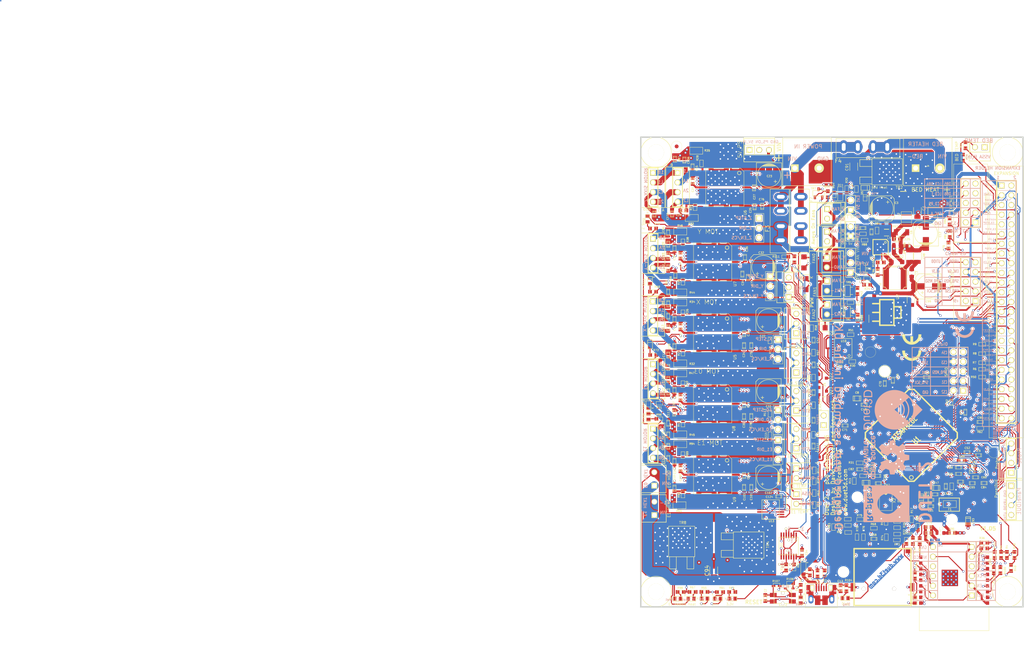
<source format=kicad_pcb>
(kicad_pcb (version 20171130) (host pcbnew "(5.1.4)-1")
  (title_block (title "Duet 2") (date 2021-04-17) (rev 1.05) (company Duet3D) (comment 1 "CERN OHL 1.2"))
  (layers (0 Front mixed) (1 Inner3 signal) (2 Inner2 power hide) (31 Back power) (35 F.Paste user hide) (36 B.SilkS user) (37 F.SilkS user) (38 B.Mask user) (39 F.Mask user hide) (44 Edge.Cuts user))
  (net 0 "")
  (net 1 +3.3V)
  (net 2 +5V)
  (net 3 /Processor/VDDCORE)
  (net 4 5V_IN)
  (net 5 ADVREF)
  (net 6 BED-)
  (net 7 BED_PWM)
  (net 8 CS3)
  (net 9 CS4)
  (net 10 CS5)
  (net 11 DDM)
  (net 12 DDP)
  (net 13 E0-)
  (net 14 E0_DIR)
  (net 15 E0_EN)
  (net 16 E0_MOT_1A)
  (net 17 E0_MOT_1B)
  (net 18 E0_MOT_2A)
  (net 19 E0_MOT_2B)
  (net 20 E0_PWM)
  (net 21 E0_STEP)
  (net 22 E0_STOP)
  (net 23 E0_STOP_CONN)
  (net 24 E1-)
  (net 25 E1_DIR)
  (net 26 E1_EN)
  (net 27 E1_MOT_1A)
  (net 28 E1_MOT_1B)
  (net 29 E1_MOT_2A)
  (net 30 E1_MOT_2B)
  (net 31 E1_PWM)
  (net 32 E1_STEP)
  (net 33 E1_STOP)
  (net 34 E1_STOP_CONN)
  (net 35 E2_DIR)
  (net 36 E2_EN)
  (net 37 E2_STEP)
  (net 38 E2_STOP)
  (net 39 E3_DIR)
  (net 40 E3_EN)
  (net 41 E3_STEP)
  (net 42 E3_STOP)
  (net 43 E4_DIR)
  (net 44 E4_EN)
  (net 45 E4_STEP)
  (net 46 E4_STOP)
  (net 47 E5_DIR)
  (net 48 E5_EN)
  (net 49 E5_STEP)
  (net 50 E5_STOP)
  (net 51 E6_DIR)
  (net 52 E6_EN)
  (net 53 E6_STEP)
  (net 54 E6_STOP)
  (net 55 EDR_CONN)
  (net 56 ENC_A)
  (net 57 ENC_B)
  (net 58 ENC_SW)
  (net 59 ERASE)
  (net 60 ESP_DATA_RDY)
  (net 61 ESP_RST)
  (net 62 FAN0)
  (net 63 FAN0-)
  (net 64 FAN1)
  (net 65 FAN1-)
  (net 66 FAN2)
  (net 67 FAN2-)
  (net 68 GND)
  (net 69 HEATER0)
  (net 70 HEATER1)
  (net 71 HEATER2)
  (net 72 HEATER3)
  (net 73 HEATER4)
  (net 74 HEATER5)
  (net 75 HEATER6)
  (net 76 HEATER7)
  (net 77 LCD_DB4)
  (net 78 LCD_DB5)
  (net 79 LCD_DB6)
  (net 80 LCD_DB7)
  (net 81 LCD_E)
  (net 82 LCD_RS)
  (net 83 MCCDA)
  (net 84 MCCK)
  (net 85 MCDA0)
  (net 86 MCDA1)
  (net 87 MCDA2)
  (net 88 MCDA3)
  (net 89 MISO)
  (net 90 MOSI)
  (net 91 NPCS0)
  (net 92 PB5/TDO)
  (net 93 PB6/TMS)
  (net 94 PB7/TCK)
  (net 95 PS_ON)
  (net 96 PS_ON_IN)
  (net 97 RESET)
  (net 98 SAM_TFR_RDY)
  (net 99 SD_CD)
  (net 100 SPCK)
  (net 101 SPI0_CS0)
  (net 102 SPI0_CS1)
  (net 103 SPI0_CS2)
  (net 104 SPI0_MISO)
  (net 105 SPI0_MOSI)
  (net 106 SPI0_SCK)
  (net 107 SPI1_MISO)
  (net 108 SPI1_MOSI)
  (net 109 SPI1_MOSI_BUFF)
  (net 110 SPI1_SCK)
  (net 111 SPI1_SCK_BUFF)
  (net 112 SPI1_SCK_BUFF_EXP)
  (net 113 THERMISTOR0)
  (net 114 THERMISTOR1)
  (net 115 THERMISTOR2)
  (net 116 THERMISTOR3)
  (net 117 THERMISTOR4)
  (net 118 THERMISTOR5)
  (net 119 THERMISTOR6)
  (net 120 THERMISTOR7)
  (net 121 TWCK0)
  (net 122 TWD0)
  (net 123 URXD0)
  (net 124 URXD1)
  (net 125 URXD1_CONN)
  (net 126 USB_PWR_MON)
  (net 127 UTXD0)
  (net 128 UTXD1)
  (net 129 UTXD1_CONN)
  (net 130 VBUS)
  (net 131 VSSA)
  (net 132 V_FAN)
  (net 133 V_IN)
  (net 134 X_DIR)
  (net 135 X_EN)
  (net 136 X_MOT_1A)
  (net 137 X_MOT_1B)
  (net 138 X_MOT_2A)
  (net 139 X_MOT_2B)
  (net 140 X_STEP)
  (net 141 X_STOP)
  (net 142 X_STOP_CONN)
  (net 143 Y_DIR)
  (net 144 Y_EN)
  (net 145 Y_MOT_1A)
  (net 146 Y_MOT_1B)
  (net 147 Y_MOT_2A)
  (net 148 Y_MOT_2B)
  (net 149 Y_STEP)
  (net 150 Y_STOP)
  (net 151 Y_STOP_CONN)
  (net 152 Z_DIR)
  (net 153 Z_EN)
  (net 154 Z_MOT_1A)
  (net 155 Z_MOT_1B)
  (net 156 Z_MOT_2A)
  (net 157 Z_MOT_2B)
  (net 158 Z_PROBE_IN)
  (net 159 Z_PROBE_MOD)
  (net 160 Z_PROBE_MOD_BUFF)
  (net 161 Z_STEP)
  (net 162 Z_STOP)
  (net 163 Z_STOP_CONN)
  (net 164 "Net-(C1-Pad1)")
  (net 165 "Net-(C5-Pad1)")
  (net 166 "Net-(C13-Pad1)")
  (net 167 "Net-(C14-Pad1)")
  (net 168 "Net-(C15-Pad1)")
  (net 169 "Net-(C18-Pad1)")
  (net 170 "Net-(C19-Pad1)")
  (net 171 "Net-(C20-Pad1)")
  (net 172 "Net-(C21-Pad1)")
  (net 173 "Net-(C24-Pad2)")
  (net 174 "Net-(C25-Pad2)")
  (net 175 "Net-(C28-Pad1)")
  (net 176 "Net-(C29-Pad1)")
  (net 177 "Net-(C30-Pad1)")
  (net 178 "Net-(C31-Pad1)")
  (net 179 "Net-(C34-Pad2)")
  (net 180 "Net-(C35-Pad2)")
  (net 181 "Net-(C38-Pad1)")
  (net 182 "Net-(C39-Pad1)")
  (net 183 "Net-(C44-Pad1)")
  (net 184 "Net-(C45-Pad1)")
  (net 185 "Net-(C53-Pad1)")
  (net 186 "Net-(C56-Pad1)")
  (net 187 "Net-(C57-Pad1)")
  (net 188 "Net-(C59-Pad1)")
  (net 189 "Net-(C60-Pad1)")
  (net 190 "Net-(C63-Pad1)")
  (net 191 "Net-(C65-Pad1)")
  (net 192 "Net-(C66-Pad1)")
  (net 193 "Net-(C67-Pad1)")
  (net 194 "Net-(C81-Pad1)")
  (net 195 "Net-(C81-Pad2)")
  (net 196 "Net-(C84-Pad1)")
  (net 197 "Net-(C96-Pad1)")
  (net 198 "Net-(C96-Pad2)")
  (net 199 "Net-(C100-Pad1)")
  (net 200 "Net-(C103-Pad2)")
  (net 201 "Net-(C105-Pad1)")
  (net 202 "Net-(C110-Pad1)")
  (net 203 "Net-(D3-Pad2)")
  (net 204 "Net-(D4-Pad2)")
  (net 205 "Net-(D7-Pad1)")
  (net 206 "Net-(D9-Pad1)")
  (net 207 "Net-(D10-Pad1)")
  (net 208 "Net-(D11-Pad1)")
  (net 209 "Net-(D12-Pad1)")
  (net 210 "Net-(D14-Pad2)")
  (net 211 "Net-(D15-Pad2)")
  (net 212 "Net-(D16-Pad2)")
  (net 213 "Net-(D17-Pad2)")
  (net 214 "Net-(D19-Pad1)")
  (net 215 "Net-(D20-Pad1)")
  (net 216 ENN)
  (net 217 "Net-(J36-Pad2)")
  (net 218 "Net-(J15-Pad1)")
  (net 219 "Net-(J15-Pad2)")
  (net 220 "Net-(J15-Pad3)")
  (net 221 "Net-(J15-Pad5)")
  (net 222 "Net-(J15-Pad7)")
  (net 223 "Net-(J15-Pad8)")
  (net 224 "Net-(J15-Pad9)")
  (net 225 NPCS0_CONN)
  (net 226 GPIO5)
  (net 227 "Net-(J22-Pad3)")
  (net 228 "Net-(J22-Pad2)")
  (net 229 "Net-(JP9-Pad2)")
  (net 230 "Net-(R20-Pad1)")
  (net 231 "Net-(R23-Pad1)")
  (net 232 "Net-(R26-Pad1)")
  (net 233 "Net-(R27-Pad1)")
  (net 234 "Net-(R28-Pad1)")
  (net 235 "Net-(R29-Pad1)")
  (net 236 "Net-(R38-Pad1)")
  (net 237 "Net-(R39-Pad1)")
  (net 238 "Net-(R40-Pad1)")
  (net 239 "Net-(R41-Pad1)")
  (net 240 "Net-(R42-Pad1)")
  (net 241 "Net-(R43-Pad1)")
  (net 242 "Net-(R66-Pad1)")
  (net 243 "Net-(R84-Pad2)")
  (net 244 "Net-(R89-Pad1)")
  (net 245 "Net-(R90-Pad1)")
  (net 246 "Net-(R97-Pad1)")
  (net 247 "Net-(U11-Pad1)")
  (net 248 D6_TestPoint)
  (net 249 "Net-(R14-Pad1)")
  (net 250 "Net-(J36-Pad4)")
  (net 251 "Net-(C12-Pad1)")
  (net 252 "Net-(F2-Pad2)")
  (net 253 SG_TST_X)
  (net 254 SG_TST_Z)
  (net 255 SG_TST_Y)
  (net 256 SG_TST_E0)
  (net 257 SG_TST_E1)
  (net 258 "Net-(U13-Pad12)")
  (net 259 "Net-(U13-Pad13)")
  (net 260 "Net-(U13-Pad10)")
  (net 261 Z_PROBE_MCU)
  (net 262 "Net-(L4-Pad1)")
  (net 263 ESP_3.3VIN)
  (net 264 MOSI_ESP)
  (net 265 SPCK_ESP)
  (net 266 "Net-(D2-Pad2)")
  (net 267 "Net-(C2-Pad1)")
  (net 268 RESET_EXT)
  (net 269 V_FUSED)
  (net 270 V_BED)
  (net 271 GPIO4)
  (net 272 "Net-(U10-Pad8)")
  (net 273 "Net-(J37-Pad10)")
  (net 274 "Net-(J22-Pad4)")
  (net 275 "Net-(U5-Pad20)")
  (net 276 "Net-(U5-Pad34)")
  (net 277 "Net-(U5-Pad37)")
  (net 278 "Net-(U6-Pad20)")
  (net 279 "Net-(U6-Pad34)")
  (net 280 "Net-(U6-Pad37)")
  (net 281 "Net-(U7-Pad20)")
  (net 282 "Net-(U7-Pad34)")
  (net 283 "Net-(U7-Pad37)")
  (net 284 "Net-(U9-Pad20)")
  (net 285 "Net-(U9-Pad34)")
  (net 286 "Net-(U9-Pad37)")
  (net 287 "Net-(U8-Pad20)")
  (net 288 "Net-(U8-Pad34)")
  (net 289 "Net-(U8-Pad37)")
  (net 290 PB4/TDI)
  (net 291 ESP_RST_IN)
  (net 292 ESP_EN)
  (net 293 "Net-(U4-Pad16)")
  (net 294 "Net-(U4-Pad17)")
  (net 295 "Net-(R105-Pad1)")
  (net 296 "Net-(R49-Pad1)")
  (net 297 "Net-(R100-Pad1)")
  (net 298 "Net-(R101-Pad1)")
  (net 299 "Net-(D26-Pad2)")
  (net 300 "Net-(R108-Pad2)")
  (net 301 "Net-(R109-Pad2)")
  (net 302 PWR_FAIL_DET)
  (net 303 "Net-(U1-Pad31)")
  (module complib:LQFP144 (layer Front) (at 151.003 114.935 225)
    (fp_text reference U1 (at 0 -1.905 45) (layer F.SilkS) (effects (font (size 1.524 1.016) (thickness 0.254))))
    (fp_text value ATSAM4E8E (at 0 2.54 45) (layer F.SilkS) (effects (font (size 1.524 1.016) (thickness 0.254))))
    (pad 144 smd rect (at 10.89914 -8.7503 225) (size 1.50114 0.2794) (layers Front F.Paste F.Mask) (net 106 SPI0_SCK))
    (pad 143 smd rect (at 10.89914 -8.24992 225) (size 1.50114 0.2794) (layers Front F.Paste F.Mask) (net 1 +3.3V))
    (pad 142 smd rect (at 10.89914 -7.74954 225) (size 1.50114 0.2794) (layers Front F.Paste F.Mask) (net 183 "Net-(C44-Pad1)"))
    (pad 141 smd rect (at 10.89914 -7.24916 225) (size 1.50114 0.2794) (layers Front F.Paste F.Mask) (net 184 "Net-(C45-Pad1)"))
    (pad 140 smd rect (at 10.89914 -6.74878 225) (size 1.50114 0.2794) (layers Front F.Paste F.Mask) (net 52 E6_EN))
    (pad 139 smd rect (at 10.89914 -6.25094 225) (size 1.50114 0.2794) (layers Front F.Paste F.Mask) (net 193 "Net-(C67-Pad1)"))
    (pad 138 smd rect (at 10.89914 -5.75056 225) (size 1.50114 0.2794) (layers Front F.Paste F.Mask) (net 68 GND))
    (pad 137 smd rect (at 10.89914 -5.25018 225) (size 1.50114 0.2794) (layers Front F.Paste F.Mask) (net 12 DDP))
    (pad 136 smd rect (at 10.89914 -4.7498 225) (size 1.50114 0.2794) (layers Front F.Paste F.Mask) (net 11 DDM))
    (pad 135 smd rect (at 10.89914 -4.24942 225) (size 1.50114 0.2794) (layers Front F.Paste F.Mask) (net 68 GND))
    (pad 134 smd rect (at 10.89914 -3.74904 225) (size 1.50114 0.2794) (layers Front F.Paste F.Mask) (net 1 +3.3V))
    (pad 133 smd rect (at 10.89914 -3.2512 225) (size 1.50114 0.2794) (layers Front F.Paste F.Mask) (net 26 E1_EN))
    (pad 132 smd rect (at 10.89914 -2.75082 225) (size 1.50114 0.2794) (layers Front F.Paste F.Mask) (net 41 E3_STEP))
    (pad 131 smd rect (at 10.89914 -2.25044 225) (size 1.50114 0.2794) (layers Front F.Paste F.Mask) (net 37 E2_STEP))
    (pad 130 smd rect (at 10.89914 -1.75006 225) (size 1.50114 0.2794) (layers Front F.Paste F.Mask) (net 101 SPI0_CS0))
    (pad 129 smd rect (at 10.89914 -1.24968 225) (size 1.50114 0.2794) (layers Front F.Paste F.Mask) (net 84 MCCK))
    (pad 128 smd rect (at 10.89914 -0.7493 225) (size 1.50114 0.2794) (layers Front F.Paste F.Mask) (net 49 E5_STEP))
    (pad 127 smd rect (at 10.89914 -0.24892 225) (size 1.50114 0.2794) (layers Front F.Paste F.Mask) (net 62 FAN0))
    (pad 126 smd rect (at 10.89914 0.24892 225) (size 1.50114 0.2794) (layers Front F.Paste F.Mask) (net 32 E1_STEP))
    (pad 125 smd rect (at 10.89914 0.7493 225) (size 1.50114 0.2794) (layers Front F.Paste F.Mask) (net 21 E0_STEP))
    (pad 124 smd rect (at 10.89914 1.24968 225) (size 1.50114 0.2794) (layers Front F.Paste F.Mask) (net 126 USB_PWR_MON))
    (pad 123 smd rect (at 10.89914 1.75006 225) (size 1.50114 0.2794) (layers Front F.Paste F.Mask) (net 3 /Processor/VDDCORE))
    (pad 122 smd rect (at 10.89914 2.25044 225) (size 1.50114 0.2794) (layers Front F.Paste F.Mask) (net 99 SD_CD))
    (pad 121 smd rect (at 10.89914 2.75082 225) (size 1.50114 0.2794) (layers Front F.Paste F.Mask) (net 140 X_STEP))
    (pad 120 smd rect (at 10.89914 3.2512 225) (size 1.50114 0.2794) (layers Front F.Paste F.Mask) (net 9 CS4))
    (pad 119 smd rect (at 10.89914 3.74904 225) (size 1.50114 0.2794) (layers Front F.Paste F.Mask) (net 149 Y_STEP))
    (pad 118 smd rect (at 10.89914 4.24942 225) (size 1.50114 0.2794) (layers Front F.Paste F.Mask) (net 86 MCDA1))
    (pad 117 smd rect (at 10.89914 4.7498 225) (size 1.50114 0.2794) (layers Front F.Paste F.Mask) (net 8 CS3))
    (pad 116 smd rect (at 10.89914 5.25018 225) (size 1.50114 0.2794) (layers Front F.Paste F.Mask) (net 85 MCDA0))
    (pad 115 smd rect (at 10.89914 5.75056 225) (size 1.50114 0.2794) (layers Front F.Paste F.Mask) (net 68 GND))
    (pad 114 smd rect (at 10.89914 6.25094 225) (size 1.50114 0.2794) (layers Front F.Paste F.Mask) (net 128 UTXD1))
    (pad 113 smd rect (at 10.89914 6.74878 225) (size 1.50114 0.2794) (layers Front F.Paste F.Mask) (net 161 Z_STEP))
    (pad 112 smd rect (at 10.89914 7.24916 225) (size 1.50114 0.2794) (layers Front F.Paste F.Mask) (net 83 MCCDA))
    (pad 111 smd rect (at 10.89914 7.74954 225) (size 1.50114 0.2794) (layers Front F.Paste F.Mask) (net 103 SPI0_CS2))
    (pad 110 smd rect (at 10.89914 8.24992 225) (size 1.50114 0.2794) (layers Front F.Paste F.Mask) (net 25 E1_DIR))
    (pad 109 smd rect (at 10.89914 8.7503 225) (size 1.50114 0.2794) (layers Front F.Paste F.Mask) (net 92 PB5/TDO))
    (pad 72 smd rect (at -10.89914 8.7503 225) (size 1.50114 0.2794) (layers Front F.Paste F.Mask) (net 1 +3.3V))
    (pad 71 smd rect (at -10.89914 8.24992 225) (size 1.50114 0.2794) (layers Front F.Paste F.Mask) (net 35 E2_DIR))
    (pad 70 smd rect (at -10.89914 7.74954 225) (size 1.50114 0.2794) (layers Front F.Paste F.Mask) (net 88 MCDA3))
    (pad 69 smd rect (at -10.89914 7.24916 225) (size 1.50114 0.2794) (layers Front F.Paste F.Mask) (net 80 LCD_DB7))
    (pad 68 smd rect (at -10.89914 6.74878 225) (size 1.50114 0.2794) (layers Front F.Paste F.Mask) (net 89 MISO))
    (pad 67 smd rect (at -10.89914 6.25094 225) (size 1.50114 0.2794) (layers Front F.Paste F.Mask) (net 79 LCD_DB6))
    (pad 66 smd rect (at -10.89914 5.75056 225) (size 1.50114 0.2794) (layers Front F.Paste F.Mask) (net 127 UTXD0))
    (pad 65 smd rect (at -10.89914 5.25018 225) (size 1.50114 0.2794) (layers Front F.Paste F.Mask) (net 78 LCD_DB5))
    (pad 64 smd rect (at -10.89914 4.7498 225) (size 1.50114 0.2794) (layers Front F.Paste F.Mask) (net 91 NPCS0))
    (pad 63 smd rect (at -10.89914 4.24942 225) (size 1.50114 0.2794) (layers Front F.Paste F.Mask) (net 77 LCD_DB4))
    (pad 62 smd rect (at -10.89914 3.74904 225) (size 1.50114 0.2794) (layers Front F.Paste F.Mask) (net 87 MCDA2))
    (pad 61 smd rect (at -10.89914 3.2512 225) (size 1.50114 0.2794) (layers Front F.Paste F.Mask) (net 68 GND))
    (pad 60 smd rect (at -10.89914 2.75082 225) (size 1.50114 0.2794) (layers Front F.Paste F.Mask) (net 39 E3_DIR))
    (pad 59 smd rect (at -10.89914 2.25044 225) (size 1.50114 0.2794) (layers Front F.Paste F.Mask) (net 81 LCD_E))
    (pad 58 smd rect (at -10.89914 1.75006 225) (size 1.50114 0.2794) (layers Front F.Paste F.Mask) (net 73 HEATER4))
    (pad 57 smd rect (at -10.89914 1.24968 225) (size 1.50114 0.2794) (layers Front F.Paste F.Mask) (net 36 E2_EN))
    (pad 56 smd rect (at -10.89914 0.7493 225) (size 1.50114 0.2794) (layers Front F.Paste F.Mask) (net 10 CS5))
    (pad 55 smd rect (at -10.89914 0.24892 225) (size 1.50114 0.2794) (layers Front F.Paste F.Mask) (net 40 E3_EN))
    (pad 54 smd rect (at -10.89914 -0.24892 225) (size 1.50114 0.2794) (layers Front F.Paste F.Mask) (net 216 ENN))
    (pad 53 smd rect (at -10.89914 -0.7493 225) (size 1.50114 0.2794) (layers Front F.Paste F.Mask) (net 48 E5_EN))
    (pad 52 smd rect (at -10.89914 -1.24968 225) (size 1.50114 0.2794) (layers Front F.Paste F.Mask) (net 44 E4_EN))
    (pad 51 smd rect (at -10.89914 -1.75006 225) (size 1.50114 0.2794) (layers Front F.Paste F.Mask) (net 100 SPCK))
    (pad 50 smd rect (at -10.89914 -2.25044 225) (size 1.50114 0.2794) (layers Front F.Paste F.Mask) (net 3 /Processor/VDDCORE))
    (pad 49 smd rect (at -10.89914 -2.75082 225) (size 1.50114 0.2794) (layers Front F.Paste F.Mask) (net 76 HEATER7))
    (pad 48 smd rect (at -10.89914 -3.2512 225) (size 1.50114 0.2794) (layers Front F.Paste F.Mask) (net 57 ENC_B))
    (pad 47 smd rect (at -10.89914 -3.74904 225) (size 1.50114 0.2794) (layers Front F.Paste F.Mask) (net 53 E6_STEP))
    (pad 46 smd rect (at -10.89914 -4.24942 225) (size 1.50114 0.2794) (layers Front F.Paste F.Mask) (net 110 SPI1_SCK))
    (pad 45 smd rect (at -10.89914 -4.7498 225) (size 1.50114 0.2794) (layers Front F.Paste F.Mask) (net 71 HEATER2))
    (pad 44 smd rect (at -10.89914 -5.25018 225) (size 1.50114 0.2794) (layers Front F.Paste F.Mask) (net 68 GND))
    (pad 43 smd rect (at -10.89914 -5.75056 225) (size 1.50114 0.2794) (layers Front F.Paste F.Mask) (net 1 +3.3V))
    (pad 42 smd rect (at -10.89914 -6.25094 225) (size 1.50114 0.2794) (layers Front F.Paste F.Mask) (net 90 MOSI))
    (pad 41 smd rect (at -10.89914 -6.74878 225) (size 1.50114 0.2794) (layers Front F.Paste F.Mask) (net 302 PWR_FAIL_DET))
    (pad 40 smd rect (at -10.89914 -7.24916 225) (size 1.50114 0.2794) (layers Front F.Paste F.Mask) (net 72 HEATER3))
    (pad 39 smd rect (at -10.89914 -7.74954 225) (size 1.50114 0.2794) (layers Front F.Paste F.Mask) (net 159 Z_PROBE_MOD))
    (pad 38 smd rect (at -10.89914 -8.24992 225) (size 1.50114 0.2794) (layers Front F.Paste F.Mask) (net 261 Z_PROBE_MCU))
    (pad 37 smd rect (at -10.89914 -8.7503 225) (size 1.50114 0.2794) (layers Front F.Paste F.Mask) (net 108 SPI1_MOSI))
    (pad 108 smd rect (at 8.7503 10.89914 225) (size 0.2794 1.50114) (layers Front F.Paste F.Mask) (net 162 Z_STOP))
    (pad 107 smd rect (at 8.24992 10.89914 225) (size 0.2794 1.50114) (layers Front F.Paste F.Mask) (net 3 /Processor/VDDCORE))
    (pad 106 smd rect (at 7.74954 10.89914 225) (size 0.2794 1.50114) (layers Front F.Paste F.Mask) (net 95 PS_ON))
    (pad 105 smd rect (at 7.24916 10.89914 225) (size 0.2794 1.50114) (layers Front F.Paste F.Mask) (net 290 PB4/TDI))
    (pad 104 smd rect (at 6.74878 10.89914 225) (size 0.2794 1.50114) (layers Front F.Paste F.Mask) (net 68 GND))
    (pad 103 smd rect (at 6.25094 10.89914 225) (size 0.2794 1.50114) (layers Front F.Paste F.Mask) (net 15 E0_EN))
    (pad 102 smd rect (at 5.75056 10.89914 225) (size 0.2794 1.50114) (layers Front F.Paste F.Mask) (net 66 FAN2))
    (pad 101 smd rect (at 5.25018 10.89914 225) (size 0.2794 1.50114) (layers Front F.Paste F.Mask) (net 22 E0_STOP))
    (pad 100 smd rect (at 4.7498 10.89914 225) (size 0.2794 1.50114) (layers Front F.Paste F.Mask) (net 33 E1_STOP))
    (pad 99 smd rect (at 4.24942 10.89914 225) (size 0.2794 1.50114) (layers Front F.Paste F.Mask) (net 14 E0_DIR))
    (pad 98 smd rect (at 3.74904 10.89914 225) (size 0.2794 1.50114) (layers Front F.Paste F.Mask) (net 134 X_DIR))
    (pad 97 smd rect (at 3.2512 10.89914 225) (size 0.2794 1.50114) (layers Front F.Paste F.Mask) (net 141 X_STOP))
    (pad 96 smd rect (at 2.75082 10.89914 225) (size 0.2794 1.50114) (layers Front F.Paste F.Mask) (net 1 +3.3V))
    (pad 95 smd rect (at 2.25044 10.89914 225) (size 0.2794 1.50114) (layers Front F.Paste F.Mask) (net 68 GND))
    (pad 94 smd rect (at 1.75006 10.89914 225) (size 0.2794 1.50114) (layers Front F.Paste F.Mask) (net 75 HEATER6))
    (pad 93 smd rect (at 1.24968 10.89914 225) (size 0.2794 1.50114) (layers Front F.Paste F.Mask) (net 150 Y_STOP))
    (pad 92 smd rect (at 0.7493 10.89914 225) (size 0.2794 1.50114) (layers Front F.Paste F.Mask) (net 143 Y_DIR))
    (pad 91 smd rect (at 0.24892 10.89914 225) (size 0.2794 1.50114) (layers Front F.Paste F.Mask) (net 122 TWD0))
    (pad 90 smd rect (at -0.24892 10.89914 225) (size 0.2794 1.50114) (layers Front F.Paste F.Mask) (net 153 Z_EN))
    (pad 89 smd rect (at -0.7493 10.89914 225) (size 0.2794 1.50114) (layers Front F.Paste F.Mask) (net 94 PB7/TCK))
    (pad 88 smd rect (at -1.24968 10.89914 225) (size 0.2794 1.50114) (layers Front F.Paste F.Mask) (net 152 Z_DIR))
    (pad 87 smd rect (at -1.75006 10.89914 225) (size 0.2794 1.50114) (layers Front F.Paste F.Mask) (net 59 ERASE))
    (pad 86 smd rect (at -2.25044 10.89914 225) (size 0.2794 1.50114) (layers Front F.Paste F.Mask) (net 144 Y_EN))
    (pad 85 smd rect (at -2.75082 10.89914 225) (size 0.2794 1.50114) (layers Front F.Paste F.Mask) (net 68 GND))
    (pad 84 smd rect (at -3.2512 10.89914 225) (size 0.2794 1.50114) (layers Front F.Paste F.Mask) (net 135 X_EN))
    (pad 83 smd rect (at -3.74904 10.89914 225) (size 0.2794 1.50114) (layers Front F.Paste F.Mask) (net 97 RESET))
    (pad 82 smd rect (at -4.24942 10.89914 225) (size 0.2794 1.50114) (layers Front F.Paste F.Mask) (net 74 HEATER5))
    (pad 81 smd rect (at -4.7498 10.89914 225) (size 0.2794 1.50114) (layers Front F.Paste F.Mask) (net 3 /Processor/VDDCORE))
    (pad 80 smd rect (at -5.25018 10.89914 225) (size 0.2794 1.50114) (layers Front F.Paste F.Mask) (net 1 +3.3V))
    (pad 79 smd rect (at -5.75056 10.89914 225) (size 0.2794 1.50114) (layers Front F.Paste F.Mask) (net 93 PB6/TMS))
    (pad 78 smd rect (at -6.25094 10.89914 225) (size 0.2794 1.50114) (layers Front F.Paste F.Mask) (net 43 E4_DIR))
    (pad 77 smd rect (at -6.74878 10.89914 225) (size 0.2794 1.50114) (layers Front F.Paste F.Mask) (net 121 TWCK0))
    (pad 76 smd rect (at -7.24916 10.89914 225) (size 0.2794 1.50114) (layers Front F.Paste F.Mask) (net 82 LCD_RS))
    (pad 75 smd rect (at -7.74954 10.89914 225) (size 0.2794 1.50114) (layers Front F.Paste F.Mask) (net 123 URXD0))
    (pad 74 smd rect (at -8.24992 10.89914 225) (size 0.2794 1.50114) (layers Front F.Paste F.Mask) (net 47 E5_DIR))
    (pad 73 smd rect (at -8.7503 10.89914 225) (size 0.2794 1.50114) (layers Front F.Paste F.Mask) (net 124 URXD1))
    (pad 36 smd rect (at -8.7503 -10.89914 225) (size 0.2794 1.50114) (layers Front F.Paste F.Mask) (net 56 ENC_A))
    (pad 35 smd rect (at -8.24992 -10.89914 225) (size 0.2794 1.50114) (layers Front F.Paste F.Mask) (net 58 ENC_SW))
    (pad 34 smd rect (at -7.74954 -10.89914 225) (size 0.2794 1.50114) (layers Front F.Paste F.Mask) (net 98 SAM_TFR_RDY))
    (pad 33 smd rect (at -7.24916 -10.89914 225) (size 0.2794 1.50114) (layers Front F.Paste F.Mask) (net 3 /Processor/VDDCORE))
    (pad 32 smd rect (at -6.74878 -10.89914 225) (size 0.2794 1.50114) (layers Front F.Paste F.Mask) (net 107 SPI1_MISO))
    (pad 31 smd rect (at -6.25094 -10.89914 225) (size 0.2794 1.50114) (layers Front F.Paste F.Mask) (net 303 "Net-(U1-Pad31)"))
    (pad 30 smd rect (at -5.75056 -10.89914 225) (size 0.2794 1.50114) (layers Front F.Paste F.Mask) (net 1 +3.3V))
    (pad 29 smd rect (at -5.25018 -10.89914 225) (size 0.2794 1.50114) (layers Front F.Paste F.Mask) (net 3 /Processor/VDDCORE))
    (pad 28 smd rect (at -4.7498 -10.89914 225) (size 0.2794 1.50114) (layers Front F.Paste F.Mask) (net 292 ESP_EN))
    (pad 27 smd rect (at -4.24942 -10.89914 225) (size 0.2794 1.50114) (layers Front F.Paste F.Mask) (net 61 ESP_RST))
    (pad 26 smd rect (at -3.74904 -10.89914 225) (size 0.2794 1.50114) (layers Front F.Paste F.Mask) (net 102 SPI0_CS1))
    (pad 25 smd rect (at -3.2512 -10.89914 225) (size 0.2794 1.50114) (layers Front F.Paste F.Mask) (net 54 E6_STOP))
    (pad 24 smd rect (at -2.75082 -10.89914 225) (size 0.2794 1.50114) (layers Front F.Paste F.Mask) (net 196 "Net-(C84-Pad1)"))
    (pad 23 smd rect (at -2.25044 -10.89914 225) (size 0.2794 1.50114) (layers Front F.Paste F.Mask) (net 69 HEATER0))
    (pad 22 smd rect (at -1.75006 -10.89914 225) (size 0.2794 1.50114) (layers Front F.Paste F.Mask) (net 70 HEATER1))
    (pad 21 smd rect (at -1.24968 -10.89914 225) (size 0.2794 1.50114) (layers Front F.Paste F.Mask) (net 104 SPI0_MISO))
    (pad 20 smd rect (at -0.7493 -10.89914 225) (size 0.2794 1.50114) (layers Front F.Paste F.Mask) (net 105 SPI0_MOSI))
    (pad 19 smd rect (at -0.24892 -10.89914 225) (size 0.2794 1.50114) (layers Front F.Paste F.Mask) (net 170 "Net-(C19-Pad1)"))
    (pad 18 smd rect (at 0.24892 -10.89914 225) (size 0.2794 1.50114) (layers Front F.Paste F.Mask) (net 169 "Net-(C18-Pad1)"))
    (pad 17 smd rect (at 0.7493 -10.89914 225) (size 0.2794 1.50114) (layers Front F.Paste F.Mask) (net 185 "Net-(C53-Pad1)"))
    (pad 16 smd rect (at 1.24968 -10.89914 225) (size 0.2794 1.50114) (layers Front F.Paste F.Mask) (net 188 "Net-(C59-Pad1)"))
    (pad 15 smd rect (at 1.75006 -10.89914 225) (size 0.2794 1.50114) (layers Front F.Paste F.Mask) (net 189 "Net-(C60-Pad1)"))
    (pad 14 smd rect (at 2.25044 -10.89914 225) (size 0.2794 1.50114) (layers Front F.Paste F.Mask) (net 190 "Net-(C63-Pad1)"))
    (pad 13 smd rect (at 2.75082 -10.89914 225) (size 0.2794 1.50114) (layers Front F.Paste F.Mask) (net 64 FAN1))
    (pad 12 smd rect (at 3.2512 -10.89914 225) (size 0.2794 1.50114) (layers Front F.Paste F.Mask) (net 191 "Net-(C65-Pad1)"))
    (pad 11 smd rect (at 3.74904 -10.89914 225) (size 0.2794 1.50114) (layers Front F.Paste F.Mask) (net 51 E6_DIR))
    (pad 10 smd rect (at 4.24942 -10.89914 225) (size 0.2794 1.50114) (layers Front F.Paste F.Mask) (net 50 E5_STOP))
    (pad 9 smd rect (at 4.7498 -10.89914 225) (size 0.2794 1.50114) (layers Front F.Paste F.Mask) (net 5 ADVREF))
    (pad 8 smd rect (at 5.25018 -10.89914 225) (size 0.2794 1.50114) (layers Front F.Paste F.Mask) (net 68 GND))
    (pad 7 smd rect (at 5.75056 -10.89914 225) (size 0.2794 1.50114) (layers Front F.Paste F.Mask) (net 46 E4_STOP))
    (pad 6 smd rect (at 6.25094 -10.89914 225) (size 0.2794 1.50114) (layers Front F.Paste F.Mask) (net 42 E3_STOP))
    (pad 5 smd rect (at 6.74878 -10.89914 225) (size 0.2794 1.50114) (layers Front F.Paste F.Mask) (net 1 +3.3V))
    (pad 4 smd rect (at 7.24916 -10.89914 225) (size 0.2794 1.50114) (layers Front F.Paste F.Mask) (net 38 E2_STOP))
    (pad 3 smd rect (at 7.74954 -10.89914 225) (size 0.2794 1.50114) (layers Front F.Paste F.Mask) (net 3 /Processor/VDDCORE))
    (pad 2 smd rect (at 8.24992 -10.89914 225) (size 0.2794 1.50114) (layers Front F.Paste F.Mask) (net 60 ESP_DATA_RDY))
    (pad 1 smd rect (at 8.7503 -10.89914 225) (size 0.2794 1.50114) (layers Front F.Paste F.Mask) (net 45 E4_STEP))
  )
  (module RF_Module:ESP-WROOM-02 (layer Front) (at 162.2 152.85848 180)
    (fp_text reference U4 (at -9.4 4.8 90) (layer F.SilkS))
    (fp_text value ESP-WROOM-02)
    (pad 19 thru_hole circle (at 0.1 1.6 180) (size 0.6 0.6) (drill 0.3) (layers *.Cu *.Mask) (net 68 GND))
    (pad 19 thru_hole circle (at 2.2 1.6 180) (size 0.6 0.6) (drill 0.3) (layers *.Cu *.Mask) (net 68 GND))
    (pad 19 thru_hole circle (at 2.2 -0.5 180) (size 0.6 0.6) (drill 0.3) (layers *.Cu *.Mask) (net 68 GND))
    (pad 19 thru_hole circle (at 0.1 -0.5 180) (size 0.6 0.6) (drill 0.3) (layers *.Cu *.Mask) (net 68 GND))
    (pad 19 thru_hole circle (at 1.6 -1.1 180) (size 0.6 0.6) (drill 0.3) (layers *.Cu *.Mask) (net 68 GND))
    (pad 19 thru_hole circle (at 2.8 -1.1 180) (size 0.6 0.6) (drill 0.3) (layers *.Cu *.Mask) (net 68 GND))
    (pad 19 thru_hole circle (at 2.8 0.1 180) (size 0.6 0.6) (drill 0.3) (layers *.Cu *.Mask) (net 68 GND))
    (pad 19 thru_hole circle (at 1.6 0.1 180) (size 0.6 0.6) (drill 0.3) (layers *.Cu *.Mask) (net 68 GND))
    (pad 19 thru_hole circle (at 1.6 1 180) (size 0.6 0.6) (drill 0.3) (layers *.Cu *.Mask) (net 68 GND))
    (pad 19 thru_hole circle (at 2.8 1 180) (size 0.6 0.6) (drill 0.3) (layers *.Cu *.Mask) (net 68 GND))
    (pad 19 thru_hole circle (at 2.8 2.2 180) (size 0.6 0.6) (drill 0.3) (layers *.Cu *.Mask) (net 68 GND))
    (pad 19 thru_hole circle (at 1.6 2.2 180) (size 0.6 0.6) (drill 0.3) (layers *.Cu *.Mask) (net 68 GND))
    (pad 19 thru_hole circle (at 0.7 2.2 180) (size 0.6 0.6) (drill 0.3) (layers *.Cu *.Mask) (net 68 GND))
    (pad 19 thru_hole circle (at -0.5 2.2 180) (size 0.6 0.6) (drill 0.3) (layers *.Cu *.Mask) (net 68 GND))
    (pad 19 thru_hole circle (at 0.7 1 180) (size 0.6 0.6) (drill 0.3) (layers *.Cu *.Mask) (net 68 GND))
    (pad 19 thru_hole circle (at -0.5 1 180) (size 0.6 0.6) (drill 0.3) (layers *.Cu *.Mask) (net 68 GND))
    (pad 19 thru_hole circle (at -0.5 0.1 180) (size 0.6 0.6) (drill 0.3) (layers *.Cu *.Mask) (net 68 GND))
    (pad 19 thru_hole circle (at 0.7 -1.1 180) (size 0.6 0.6) (drill 0.3) (layers *.Cu *.Mask) (net 68 GND))
    (pad 19 thru_hole circle (at 0.7 0.1 180) (size 0.6 0.6) (drill 0.3) (layers *.Cu *.Mask) (net 68 GND))
    (pad 19 thru_hole circle (at -0.5 -1.1 180) (size 0.6 0.6) (drill 0.3) (layers *.Cu *.Mask) (net 68 GND))
    (pad 19 smd rect (at 2.2 1.6 180) (size 1.8 1.8) (layers Front F.Paste) (net 68 GND))
    (pad 19 smd rect (at 0.1 1.6 180) (size 1.8 1.8) (layers Front F.Paste) (net 68 GND))
    (pad 19 smd rect (at 2.2 -0.5 180) (size 1.8 1.8) (layers Front F.Paste) (net 68 GND))
    (pad 19 smd rect (at 0.1 -0.5 180) (size 1.8 1.8) (layers Front F.Paste) (net 68 GND))
    (pad 19 smd rect (at 1.12 0.58 180) (size 4.3 4.3) (layers *.Mask Front) (net 68 GND))
    (pad 1 smd rect (at -8.7375 -6 180) (size 0.85 0.9125) (layers Front F.Paste F.Mask) (net 263 ESP_3.3VIN))
    (pad 2 smd rect (at -8.7375 -4.5 180) (size 0.85 0.9125) (layers Front F.Paste F.Mask) (net 296 "Net-(R49-Pad1)"))
    (pad 3 smd rect (at -8.7375 -3 180) (size 0.85 0.9125) (layers Front F.Paste F.Mask) (net 297 "Net-(R100-Pad1)"))
    (pad 4 smd rect (at -8.7375 -1.5 180) (size 0.85 0.9125) (layers Front F.Paste F.Mask) (net 298 "Net-(R101-Pad1)"))
    (pad 5 smd rect (at -8.7375 0 180) (size 0.85 0.9125) (layers Front F.Paste F.Mask) (net 295 "Net-(R105-Pad1)"))
    (pad 6 smd rect (at -8.7375 1.5 180) (size 0.85 0.9125) (layers Front F.Paste F.Mask) (net 225 NPCS0_CONN))
    (pad 7 smd rect (at -8.7375 3 180) (size 0.85 0.9125) (layers Front F.Paste F.Mask) (net 301 "Net-(R109-Pad2)"))
    (pad 8 smd rect (at -8.7375 4.5 180) (size 0.85 0.9125) (layers Front F.Paste F.Mask) (net 55 EDR_CONN))
    (pad 9 smd rect (at -8.7375 6 180) (size 0.85 0.9125) (layers Front F.Paste F.Mask) (net 68 GND))
    (pad 10 smd rect (at 8.7375 6 180) (size 0.85 0.9125) (layers Front F.Paste F.Mask) (net 271 GPIO4))
    (pad 11 smd rect (at 8.7375 4.5 180) (size 0.85 0.9125) (layers Front F.Paste F.Mask) (net 129 UTXD1_CONN))
    (pad 12 smd rect (at 8.7375 3 180) (size 0.85 0.9125) (layers Front F.Paste F.Mask) (net 125 URXD1_CONN))
    (pad 13 smd rect (at 8.7375 1.5 180) (size 0.85 0.9125) (layers Front F.Paste F.Mask) (net 68 GND))
    (pad 14 smd rect (at 8.7375 0 180) (size 0.85 0.9125) (layers Front F.Paste F.Mask) (net 226 GPIO5))
    (pad 15 smd rect (at 8.7375 -1.5 180) (size 0.85 0.9125) (layers Front F.Paste F.Mask) (net 291 ESP_RST_IN))
    (pad 16 smd rect (at 8.7375 -3 180) (size 0.85 0.9125) (layers Front F.Paste F.Mask) (net 293 "Net-(U4-Pad16)"))
    (pad 17 smd rect (at 8.7375 -4.5 180) (size 0.85 0.9125) (layers Front F.Paste F.Mask) (net 294 "Net-(U4-Pad17)"))
    (pad 18 smd rect (at 8.7375 -6 180) (size 0.85 0.9125) (layers Front F.Paste F.Mask) (net 68 GND))
  )
  (module complib:R_0603 (layer Front) (at 114 114.95848 90)
    (fp_text reference R114 (at -0.1524 -1.0541 90) (layer F.SilkS) (effects (font (size 0.5 0.5) (thickness 0.09))))
    (fp_text value 4K7 hide)
    (pad 2 smd rect (at 0.8001 0 90) (size 0.94996 1.00076) (layers Front F.Paste F.Mask) (net 68 GND))
    (pad 1 smd rect (at -0.8001 0 90) (size 0.94996 1.00076) (layers Front F.Paste F.Mask) (net 32 E1_STEP))
  )
  (module complib:R_0603 (layer Front) (at 114 109.25848 270)
    (fp_text reference R113 (at -0.3 1.3 90) (layer F.SilkS) (effects (font (size 0.5 0.5) (thickness 0.09))))
    (fp_text value 4K7 hide)
    (pad 2 smd rect (at 0.8001 0 270) (size 0.94996 1.00076) (layers Front F.Paste F.Mask) (net 68 GND))
    (pad 1 smd rect (at -0.8001 0 270) (size 0.94996 1.00076) (layers Front F.Paste F.Mask) (net 21 E0_STEP))
  )
  (module complib:R_0603 (layer Front) (at 120.4 68.85838 90)
    (fp_text reference R112 (at -1.2001 -1.2 90) (layer F.SilkS) (effects (font (size 0.5 0.5) (thickness 0.09))))
    (fp_text value 4K7 hide)
    (pad 2 smd rect (at 0.8001 0 90) (size 0.94996 1.00076) (layers Front F.Paste F.Mask) (net 68 GND))
    (pad 1 smd rect (at -0.8001 0 90) (size 0.94996 1.00076) (layers Front F.Paste F.Mask) (net 161 Z_STEP))
  )
  (module complib:R_0603 (layer Front) (at 118 68.15848 180)
    (fp_text reference R111 (at 2.4 0) (layer F.SilkS) (effects (font (size 0.5 0.5) (thickness 0.09))))
    (fp_text value 4K7 hide)
    (pad 2 smd rect (at 0.8001 0 180) (size 0.94996 1.00076) (layers Front F.Paste F.Mask) (net 68 GND))
    (pad 1 smd rect (at -0.8001 0 180) (size 0.94996 1.00076) (layers Front F.Paste F.Mask) (net 149 Y_STEP))
  )
  (module complib:R_0603 (layer Front) (at 114 90.05848 270)
    (fp_text reference R110 (at 2.6 -0.1 90) (layer F.SilkS) (effects (font (size 0.5 0.5) (thickness 0.09))))
    (fp_text value 4K7 hide)
    (pad 2 smd rect (at 0.8001 0 270) (size 0.94996 1.00076) (layers Front F.Paste F.Mask) (net 68 GND))
    (pad 1 smd rect (at -0.8001 0 270) (size 0.94996 1.00076) (layers Front F.Paste F.Mask) (net 140 X_STEP))
  )
  (module complib:R_0603 (layer Front) (at 151.9 151.65848 90)
    (fp_text reference R109 (at 2.5 0.4 90) (layer F.SilkS) (effects (font (size 0.5 0.5) (thickness 0.09))))
    (fp_text value 180R hide)
    (pad 2 smd rect (at 0.8001 0 90) (size 0.94996 1.00076) (layers Front F.Paste F.Mask) (net 301 "Net-(R109-Pad2)"))
    (pad 1 smd rect (at -0.8001 0 90) (size 0.94996 1.00076) (layers Front F.Paste F.Mask) (net 299 "Net-(D26-Pad2)"))
  )
  (module complib:R_0603 (layer Front) (at 143 69.65848)
    (fp_text reference R108 (at -1.91 0.26 90) (layer F.SilkS) (effects (font (size 0.5 0.5) (thickness 0.09))))
    (fp_text value 0R hide)
    (pad 2 smd rect (at 0.8001 0) (size 0.94996 1.00076) (layers Front F.Paste F.Mask) (net 300 "Net-(R108-Pad2)"))
    (pad 1 smd rect (at -0.8001 0) (size 0.94996 1.00076) (layers Front F.Paste F.Mask) (net 197 "Net-(C96-Pad1)"))
  )
  (module complib:D_0603 (layer Front) (at 151.9 158.15848 270)
    (fp_text reference D26 hide)
    (fp_text value WIFI (at -1.8 0 180) (layer F.SilkS) (effects (font (size 0.5 0.5) (thickness 0.08))))
    (fp_text user K (at -1.5 1.5 90) (layer F.SilkS) (effects (font (size 0.5 0.5) (thickness 0.08))))
    (pad 1 smd rect (at 0.762 0 270) (size 0.94996 1.00076) (layers Front F.Paste F.Mask) (net 1 +3.3V))
    (pad 2 smd rect (at -0.8001 0 270) (size 0.94996 1.00076) (layers Front F.Paste F.Mask) (net 299 "Net-(D26-Pad2)"))
  )
  (module complib:R_0603 (layer Front) (at 170.1 144.55848 180)
    (fp_text reference R52 (at 1 -1.2 180) (layer F.SilkS) (effects (font (size 0.5 0.5) (thickness 0.09))))
    (fp_text value 100R hide)
    (pad 2 smd rect (at 0.8001 0 180) (size 0.94996 1.00076) (layers Front F.Paste F.Mask) (net 265 SPCK_ESP))
    (pad 1 smd rect (at -0.8001 0 180) (size 0.94996 1.00076) (layers Front F.Paste F.Mask) (net 100 SPCK))
  )
  (module complib:R_0603 (layer Front) (at 170.1 143.05848 180)
    (fp_text reference R36 (at 0.6 1.2) (layer F.SilkS) (effects (font (size 0.5 0.5) (thickness 0.09))))
    (fp_text value 100R hide)
    (pad 2 smd rect (at 0.8001 0 180) (size 0.94996 1.00076) (layers Front F.Paste F.Mask) (net 264 MOSI_ESP))
    (pad 1 smd rect (at -0.8001 0 180) (size 0.94996 1.00076) (layers Front F.Paste F.Mask) (net 90 MOSI))
  )
  (module complib:R_0603 (layer Front) (at 177.1 149.65848 90)
    (fp_text reference R49 (at -0.1 1.1 90) (layer F.SilkS) (effects (font (size 0.5 0.5) (thickness 0.09))))
    (fp_text value 470R hide)
    (pad 2 smd rect (at 0.8001 0 90) (size 0.94996 1.00076) (layers Front F.Paste F.Mask) (net 292 ESP_EN))
    (pad 1 smd rect (at -0.8001 0 90) (size 0.94996 1.00076) (layers Front F.Paste F.Mask) (net 296 "Net-(R49-Pad1)"))
  )
  (module complib:R_0603 (layer Front) (at 178 146.25848 90)
    (fp_text reference R18 (at 2.3 0 90) (layer F.SilkS) (effects (font (size 0.5 0.5) (thickness 0.09))))
    (fp_text value 4K7 hide)
    (pad 2 smd rect (at 0.8001 0 90) (size 0.94996 1.00076) (layers Front F.Paste F.Mask) (net 68 GND))
    (pad 1 smd rect (at -0.8001 0 90) (size 0.94996 1.00076) (layers Front F.Paste F.Mask) (net 292 ESP_EN))
  )
  (module complib:Logo_RepRap (layer Back) (at 144.5 132.85848 90)
    (fp_text reference M8 hide)
    (fp_text value LOGO_RepRap hide)
  )
  (module Symbol:OSHW-Logo_11.4x12mm_SilkScreen (layer Back) (at 144.5 120.75848 90)
    (fp_text reference M11 hide)
    (fp_text value Logo_Open_Hardware_Small hide)
  )
  (module complib:Logo_Duet3D_vertical (layer Back) (at 146.2 108.25848 90)
    (fp_text reference M12 hide)
    (fp_text value Duet3D_Logo hide)
  )
  (module complib:D_SOD-123F (layer Front) (at 147.2 69.55848)
    (fp_text reference D2 (at 1.23 -1.42) (layer F.SilkS) (effects (font (size 0.6 0.6) (thickness 0.08))))
    (fp_text value DB2W40300L hide)
    (fp_text user K (at -1.675 -1.725) (layer F.SilkS) (effects (font (size 0.8 0.8) (thickness 0.1))))
    (pad 1 smd rect (at -1.4 0) (size 1.1 1.1) (layers Front F.Paste F.Mask) (net 198 "Net-(C96-Pad2)"))
    (pad 2 smd rect (at 1.4 0) (size 1.1 1.1) (layers Front F.Paste F.Mask) (net 266 "Net-(D2-Pad2)"))
  )
  (module complib:R_0603 (layer Front) (at 174.3 150.25848 90)
    (fp_text reference R100 (at -0.1 1.2 90) (layer F.SilkS) (effects (font (size 0.5 0.5) (thickness 0.09))))
    (fp_text value 100R hide)
    (pad 1 smd rect (at -0.8001 0 90) (size 0.94996 1.00076) (layers Front F.Paste F.Mask) (net 297 "Net-(R100-Pad1)"))
    (pad 2 smd rect (at 0.8001 0 90) (size 0.94996 1.00076) (layers Front F.Paste F.Mask) (net 100 SPCK))
  )
  (module complib:CONN_3x1 (layer Front) (at 114.10848 75.87488 270)
    (fp_text reference TP2 hide)
    (fp_text value Y_Stp_Tp hide)
    (pad 1 thru_hole rect (at -2.54 0 270) (size 1.524 1.524) (drill 1) (layers *.Cu *.Mask F.SilkS) (net 149 Y_STEP))
    (pad 2 thru_hole circle (at 0 0 270) (size 1.524 1.524) (drill 1) (layers *.Cu *.Mask F.SilkS) (net 143 Y_DIR))
    (pad 3 thru_hole circle (at 2.54 0 270) (size 1.524 1.524) (drill 1) (layers *.Cu *.Mask F.SilkS) (net 144 Y_EN))
  )
  (module complib:JUMPER (layer Front) (at 135.128 54.6608 90)
    (fp_text reference JP10 hide)
    (fp_text value "E 5V EN" (at -3.06768 0.802 180) (layer F.SilkS) (effects (font (size 0.6 0.6) (thickness 0.08))))
    (pad 1 thru_hole rect (at -1.27 0 90) (size 1.524 1.524) (drill 1) (layers *.Cu *.Mask F.SilkS) (net 2 +5V))
    (pad 2 thru_hole circle (at 1.27 0 90) (size 1.524 1.524) (drill 1) (layers *.Cu *.Mask F.SilkS) (net 210 "Net-(D14-Pad2)"))
  )
  (module "FE Footprints:C_0805" (layer Front) (at 136.78408 105.283 180)
    (fp_text reference C8 (at -0.01016 1.50876 180) (layer F.SilkS) (effects (font (size 0.5 0.5) (thickness 0.09))))
    (fp_text value 10u hide)
    (pad 1 smd rect (at 0.89916 0 180) (size 1.15062 1.45034) (layers Front F.Paste F.Mask) (net 1 +3.3V))
    (pad 2 smd rect (at -0.89916 0 180) (size 1.15062 1.45034) (layers Front F.Paste F.Mask) (net 68 GND))
  )
  (module "FE Footprints:C_0805" (layer Front) (at 153.55824 131.31546 90)
    (fp_text reference C10 (at -2.4003 -0.01524 90) (layer F.SilkS) (effects (font (size 0.5 0.5) (thickness 0.09))))
    (fp_text value 10u hide)
    (pad 1 smd rect (at 0.89916 0 90) (size 1.15062 1.45034) (layers Front F.Paste F.Mask) (net 3 /Processor/VDDCORE))
    (pad 2 smd rect (at -0.89916 0 90) (size 1.15062 1.45034) (layers Front F.Paste F.Mask) (net 68 GND))
  )
  (module "FE Footprints:C_0805" (layer Front) (at 157.45968 128.71704 180)
    (fp_text reference C47 (at -0.01524 1.34112 180) (layer F.SilkS) (effects (font (size 0.5 0.5) (thickness 0.09))))
    (fp_text value 10u hide)
    (pad 1 smd rect (at 0.89916 0 180) (size 1.15062 1.45034) (layers Front F.Paste F.Mask) (net 1 +3.3V))
    (pad 2 smd rect (at -0.89916 0 180) (size 1.15062 1.45034) (layers Front F.Paste F.Mask) (net 68 GND))
  )
  (module "FE Footprints:C_0805" (layer Front) (at 139.15898 127.35052 180)
    (fp_text reference C66 (at -0.06858 -1.28524 180) (layer F.SilkS) (effects (font (size 0.5 0.5) (thickness 0.09))))
    (fp_text value 4u7 hide)
    (pad 1 smd rect (at 0.89916 0 180) (size 1.15062 1.45034) (layers Front F.Paste F.Mask) (net 192 "Net-(C66-Pad1)"))
    (pad 2 smd rect (at -0.89916 0 180) (size 1.15062 1.45034) (layers Front F.Paste F.Mask) (net 68 GND))
  )
  (module "FE Footprints:PIN_ARRAY_2X1" (layer Front) (at 128.9301 81.9922 270)
    (fp_text reference J2 hide)
    (fp_text value FAN2 (at 1.1678 3.4601 270) (layer F.SilkS) (effects (font (size 0.7 0.7) (thickness 0.1))))
    (pad 1 thru_hole rect (at -1.27 0 270) (size 1.524 1.524) (drill 1) (layers *.Cu *.Mask F.SilkS) (net 132 V_FAN))
    (pad 2 thru_hole circle (at 1.27 0 270) (size 1.524 1.524) (drill 1) (layers *.Cu *.Mask F.SilkS) (net 67 FAN2-))
  )
  (module "FE Footprints:CONN_3x1" (layer Front) (at 135.128 69.7484 90)
    (fp_text reference J3 hide)
    (fp_text value "5V   V_FAN VIN" (at 0.2584 1.882 90) (layer F.SilkS) (effects (font (size 0.7 0.7) (thickness 0.08))))
    (pad 1 thru_hole rect (at -2.54 0 90) (size 1.524 1.524) (drill 1) (layers *.Cu *.Mask F.SilkS) (net 2 +5V))
    (pad 2 thru_hole circle (at 0 0 90) (size 1.524 1.524) (drill 1) (layers *.Cu *.Mask F.SilkS) (net 132 V_FAN))
    (pad 3 thru_hole circle (at 2.54 0 90) (size 1.524 1.524) (drill 1) (layers *.Cu *.Mask F.SilkS) (net 252 "Net-(F2-Pad2)"))
  )
  (module "FE Footprints:TERM_2-WAY_6.35mm" (layer Front) (at 155.3 44.97)
    (fp_text reference J4 (at 0.04064 -0.5588) (layer F.SilkS) (effects (font (size 0.39878 0.39878) (thickness 0.09906))))
    (fp_text value "BED HEAT" (at -0.62416 5.63188) (layer F.SilkS) (effects (font (size 1.016 1.016) (thickness 0.1524))))
    (pad 1 thru_hole rect (at -3.175 0) (size 1.99898 1.99898) (drill 1.30048) (layers *.Cu *.Mask F.SilkS) (net 6 BED-))
    (pad 2 thru_hole circle (at 3.175 0) (size 2.49936 2.49936) (drill 1.30048) (layers *.Cu *.Mask F.SilkS) (net 270 V_BED))
  )
  (module "FE Footprints:PIN_ARRAY_2X1" (layer Front) (at 168.92 39.5 180)
    (fp_text reference J5 hide)
    (fp_text value "BED TEMP" (at 6.01 -1.08 270) (layer F.SilkS) (effects (font (size 0.7 0.7) (thickness 0.1))))
    (pad 1 thru_hole rect (at -1.27 0 180) (size 1.524 1.524) (drill 1) (layers *.Cu *.Mask F.SilkS) (net 131 VSSA))
    (pad 2 thru_hole circle (at 1.27 0 180) (size 1.524 1.524) (drill 1) (layers *.Cu *.Mask F.SilkS) (net 113 THERMISTOR0))
  )
  (module "FE Footprints:PIN_ARRAY_4x1" (layer Front) (at 83.41106 117.01406 270)
    (fp_text reference J6 hide)
    (fp_text value "E1 MOT" (at -0.12406 -14.88894) (layer F.SilkS) (effects (font (size 1.2 1.2) (thickness 0.1))))
    (pad 1 thru_hole rect (at -3.81 0 270) (size 1.524 1.524) (drill 1) (layers *.Cu *.Mask F.SilkS) (net 28 E1_MOT_1B))
    (pad 2 thru_hole circle (at -1.27 0 270) (size 1.524 1.524) (drill 1) (layers *.Cu *.Mask F.SilkS) (net 27 E1_MOT_1A))
    (pad 3 thru_hole circle (at 1.27 0 270) (size 1.524 1.524) (drill 1) (layers *.Cu *.Mask F.SilkS) (net 29 E1_MOT_2A))
    (pad 4 thru_hole circle (at 3.81 0 270) (size 1.524 1.524) (drill 1) (layers *.Cu *.Mask F.SilkS) (net 30 E1_MOT_2B))
  )
  (module "FE Footprints:PIN_ARRAY_4x1" (layer Front) (at 89.8398 49.99228 270)
    (fp_text reference J7 hide)
    (fp_text value "Z B" (at -5.8438 2.1498) (layer F.SilkS) (effects (font (size 0.7 0.7) (thickness 0.1))))
    (pad 1 thru_hole rect (at -3.81 0 270) (size 1.524 1.524) (drill 1) (layers *.Cu *.Mask F.SilkS) (net 217 "Net-(J36-Pad2)"))
    (pad 2 thru_hole circle (at -1.27 0 270) (size 1.524 1.524) (drill 1) (layers *.Cu *.Mask F.SilkS) (net 154 Z_MOT_1A))
    (pad 3 thru_hole circle (at 1.27 0 270) (size 1.524 1.524) (drill 1) (layers *.Cu *.Mask F.SilkS) (net 250 "Net-(J36-Pad4)"))
    (pad 4 thru_hole circle (at 3.81 0 270) (size 1.524 1.524) (drill 1) (layers *.Cu *.Mask F.SilkS) (net 157 Z_MOT_2B))
  )
  (module "FE Footprints:PIN_ARRAY_4x1" (layer Front) (at 83.41106 67.25412 270)
    (fp_text reference J8 hide)
    (fp_text value "Y MOT" (at -5.64412 -14.38894) (layer F.SilkS) (effects (font (size 1.2 1.2) (thickness 0.1))))
    (pad 1 thru_hole rect (at -3.81 0 270) (size 1.524 1.524) (drill 1) (layers *.Cu *.Mask F.SilkS) (net 146 Y_MOT_1B))
    (pad 2 thru_hole circle (at -1.27 0 270) (size 1.524 1.524) (drill 1) (layers *.Cu *.Mask F.SilkS) (net 145 Y_MOT_1A))
    (pad 3 thru_hole circle (at 1.27 0 270) (size 1.524 1.524) (drill 1) (layers *.Cu *.Mask F.SilkS) (net 147 Y_MOT_2A))
    (pad 4 thru_hole circle (at 3.81 0 270) (size 1.524 1.524) (drill 1) (layers *.Cu *.Mask F.SilkS) (net 148 Y_MOT_2B))
  )
  (module "FE Footprints:PIN_ARRAY_4x1" (layer Front) (at 83.3528 83.67942 270)
    (fp_text reference J9 hide)
    (fp_text value "X MOT" (at -3.62942 -14.1472) (layer F.SilkS) (effects (font (size 1.2 1.2) (thickness 0.1))))
    (pad 1 thru_hole rect (at -3.81 0 270) (size 1.524 1.524) (drill 1) (layers *.Cu *.Mask F.SilkS) (net 137 X_MOT_1B))
    (pad 2 thru_hole circle (at -1.27 0 270) (size 1.524 1.524) (drill 1) (layers *.Cu *.Mask F.SilkS) (net 136 X_MOT_1A))
    (pad 3 thru_hole circle (at 1.27 0 270) (size 1.524 1.524) (drill 1) (layers *.Cu *.Mask F.SilkS) (net 138 X_MOT_2A))
    (pad 4 thru_hole circle (at 3.81 0 270) (size 1.524 1.524) (drill 1) (layers *.Cu *.Mask F.SilkS) (net 139 X_MOT_2B))
  )
  (module "FE Footprints:PIN_ARRAY_4x1" (layer Front) (at 83.42106 100.13118 270)
    (fp_text reference J10 hide)
    (fp_text value "E0 MOT" (at -1.95118 -14.08894) (layer F.SilkS) (effects (font (size 1.2 1.2) (thickness 0.1))))
    (pad 1 thru_hole rect (at -3.81 0 270) (size 1.524 1.524) (drill 1) (layers *.Cu *.Mask F.SilkS) (net 17 E0_MOT_1B))
    (pad 2 thru_hole circle (at -1.27 0 270) (size 1.524 1.524) (drill 1) (layers *.Cu *.Mask F.SilkS) (net 16 E0_MOT_1A))
    (pad 3 thru_hole circle (at 1.27 0 270) (size 1.524 1.524) (drill 1) (layers *.Cu *.Mask F.SilkS) (net 18 E0_MOT_2A))
    (pad 4 thru_hole circle (at 3.81 0 270) (size 1.524 1.524) (drill 1) (layers *.Cu *.Mask F.SilkS) (net 19 E0_MOT_2B))
  )
  (module "FE Footprints:3.5MM_2X1" (layer Front) (at 83.74 126.36 90)
    (fp_text reference J11 hide)
    (fp_text value "E0 HEAT" (at 0.02 3.9 90) (layer F.SilkS) (effects (font (size 0.762 0.762) (thickness 0.1))))
    (pad 1 thru_hole rect (at -1.75 0 90) (size 1.524 1.524) (drill 1.19888) (layers *.Cu *.Mask F.SilkS) (net 269 V_FUSED))
    (pad 2 thru_hole circle (at 1.75 0 90) (size 1.524 1.524) (drill 1.19888) (layers *.Cu *.Mask F.SilkS) (net 13 E0-))
  )
  (module "FE Footprints:PIN_ARRAY_2X1" (layer Front) (at 120.904 124.89 270)
    (fp_text reference J12 hide)
    (fp_text value "E0 TEMP" (at 3.36848 -0.446 180) (layer F.SilkS) (effects (font (size 0.7 0.7) (thickness 0.1))))
    (pad 1 thru_hole rect (at -1.27 0 270) (size 1.524 1.524) (drill 1) (layers *.Cu *.Mask F.SilkS) (net 131 VSSA))
    (pad 2 thru_hole circle (at 1.27 0 270) (size 1.524 1.524) (drill 1) (layers *.Cu *.Mask F.SilkS) (net 114 THERMISTOR1))
  )
  (module "FE Footprints:3.5MM_2X1" (layer Front) (at 83.76158 134.07898 90)
    (fp_text reference J13 hide)
    (fp_text value "E1 HEAT" (at -0.03302 3.79222 90) (layer F.SilkS) (effects (font (size 0.762 0.762) (thickness 0.1))))
    (pad 1 thru_hole rect (at -1.75 0 90) (size 1.524 1.524) (drill 1.19888) (layers *.Cu *.Mask F.SilkS) (net 269 V_FUSED))
    (pad 2 thru_hole circle (at 1.75 0 90) (size 1.524 1.524) (drill 1.19888) (layers *.Cu *.Mask F.SilkS) (net 24 E1-))
  )
  (module "FE Footprints:PIN_ARRAY_2X1" (layer Front) (at 120.904 131.60756 270)
    (fp_text reference J14 hide)
    (fp_text value "E1 TEMP" (at 3.40092 -0.846) (layer F.SilkS) (effects (font (size 0.7 0.7) (thickness 0.1))))
    (pad 1 thru_hole rect (at -1.27 0 270) (size 1.524 1.524) (drill 1) (layers *.Cu *.Mask F.SilkS) (net 131 VSSA))
    (pad 2 thru_hole circle (at 1.27 0 270) (size 1.524 1.524) (drill 1) (layers *.Cu *.Mask F.SilkS) (net 115 THERMISTOR2))
  )
  (module "FE Footprints:PIN_ARRAY_3X1" (layer Front) (at 118.904 76.17 90)
    (fp_text reference J19 hide)
    (fp_text value Z_STOP (at 4.76 0.426 180) (layer F.SilkS) (effects (font (size 0.7 0.7) (thickness 0.1))))
    (pad 1 thru_hole rect (at -2.54 0 90) (size 1.524 1.524) (drill 1) (layers *.Cu *.Mask F.SilkS) (net 163 Z_STOP_CONN))
    (pad 2 thru_hole circle (at 0 0 90) (size 1.524 1.524) (drill 1) (layers *.Cu *.Mask F.SilkS) (net 1 +3.3V))
    (pad 3 thru_hole circle (at 2.54 0 90) (size 1.524 1.524) (drill 1) (layers *.Cu *.Mask F.SilkS) (net 68 GND))
  )
  (module "FE Footprints:PIN_ARRAY_3X1" (layer Front) (at 111.2139 40.21836)
    (fp_text reference J20 hide)
    (fp_text value 5V_PS (at -5.08254 -0.18796 90) (layer F.SilkS) (effects (font (size 1.016 1.016) (thickness 0.1))))
    (pad 1 thru_hole rect (at -2.54 0) (size 1.524 1.524) (drill 1) (layers *.Cu *.Mask F.SilkS) (net 4 5V_IN))
    (pad 2 thru_hole circle (at 0 0) (size 1.524 1.524) (drill 1) (layers *.Cu *.Mask F.SilkS) (net 96 PS_ON_IN))
    (pad 3 thru_hole circle (at 2.54 0) (size 1.524 1.524) (drill 1) (layers *.Cu *.Mask F.SilkS) (net 68 GND))
  )
  (module "FE Footprints:uUSB_new" (layer Front) (at 127.45974 157.86354)
    (fp_text reference J22 hide)
    (fp_text value USB hide)
    (pad CE smd rect (at -0.9625 0.25) (size 1.425 2.5) (layers Front F.Paste F.Mask) (net 166 "Net-(C13-Pad1)"))
    (pad CE smd rect (at 0.9625 0.25) (size 1.425 2.5) (layers Front F.Paste F.Mask) (net 166 "Net-(C13-Pad1)"))
    (pad CE smd rect (at -2.9875 -1.7) (size 1.825 0.7) (layers Front F.Paste F.Mask) (net 166 "Net-(C13-Pad1)"))
    (pad CE smd rect (at 2.9875 -1.7) (size 1.825 0.7) (layers Front F.Paste F.Mask) (net 166 "Net-(C13-Pad1)"))
    (pad CE smd rect (at -2.9 -3.03) (size 2 1.46) (layers Front F.Paste F.Mask) (net 166 "Net-(C13-Pad1)"))
    (pad CE thru_hole rect (at -2.425 -3.03) (size 1.05 1.46) (drill oval 0.7112 1.05) (layers *.Cu *.Mask F.SilkS) (net 166 "Net-(C13-Pad1)"))
    (pad 3 smd rect (at 0 -2.825) (size 0.34 1.4) (layers Front F.Paste F.Mask) (net 227 "Net-(J22-Pad3)"))
    (pad 2 smd rect (at -0.65 -2.825) (size 0.34 1.4) (layers Front F.Paste F.Mask) (net 228 "Net-(J22-Pad2)"))
    (pad 1 smd rect (at -1.3 -2.825) (size 0.4 1.4) (layers Front F.Paste F.Mask) (net 130 VBUS))
    (pad 4 smd rect (at 0.65 -2.825) (size 0.34 1.4) (layers Front F.Paste F.Mask) (net 274 "Net-(J22-Pad4)"))
    (pad 5 smd rect (at 1.3 -2.825) (size 0.4 1.4) (layers Front F.Paste F.Mask) (net 68 GND))
    (pad CE thru_hole oval (at -2.725 0) (size 1.3 2.2) (drill oval 0.7112 1.2) (layers *.Cu *.Mask F.Paste) (net 166 "Net-(C13-Pad1)"))
    (pad CE thru_hole oval (at 2.725 0) (size 1.3 2.2) (drill oval 0.7112 1.2) (layers *.Cu *.Mask F.Paste) (net 166 "Net-(C13-Pad1)"))
    (pad CE smd rect (at -2.725 -0.95) (size 1.3 0.8) (layers Front F.Paste F.Mask) (net 166 "Net-(C13-Pad1)"))
    (pad CE smd rect (at 2.725 -0.95) (size 1.3 0.8) (layers Front F.Paste F.Mask) (net 166 "Net-(C13-Pad1)"))
    (pad CE smd rect (at 2.9 -3.03) (size 2 1.46) (layers Front F.Paste F.Mask) (net 166 "Net-(C13-Pad1)"))
    (pad CE thru_hole rect (at 2.425 -3.03) (size 1.05 1.46) (drill oval 0.7112 1.05) (layers *.Cu *.Mask F.SilkS) (net 166 "Net-(C13-Pad1)"))
  )
  (module "FE Footprints:TERM_2-WAY_6.35mm" (layer Front) (at 123.7 44.96308)
    (fp_text reference J23 hide)
    (fp_text value VIN (at -7.31 -5.5546 90) (layer F.SilkS) (effects (font (size 1.016 1.016) (thickness 0.1524))))
    (pad 1 thru_hole rect (at -3.175 0) (size 1.99898 1.99898) (drill 1.30048) (layers *.Cu *.Mask F.SilkS) (net 133 V_IN))
    (pad 2 thru_hole circle (at 3.175 0) (size 2.49936 2.49936) (drill 1.30048) (layers *.Cu *.Mask F.SilkS) (net 68 GND))
  )
  (module "FE Footprints:PIN_ARRAY_2X1" (layer Front) (at 128.9682 56.9351 270)
    (fp_text reference J24 hide)
    (fp_text value "GND V_IN" (at -0.0051 -4.1318 270) (layer F.SilkS) (effects (font (size 0.6 0.6) (thickness 0.08))))
    (pad 1 thru_hole rect (at -1.27 0 270) (size 1.524 1.524) (drill 1) (layers *.Cu *.Mask F.SilkS) (net 132 V_FAN))
    (pad 2 thru_hole circle (at 1.27 0 270) (size 1.524 1.524) (drill 1) (layers *.Cu *.Mask F.SilkS) (net 68 GND))
  )
  (module "FE Footprints:PIN_ARRAY_2X1" (layer Front) (at 128.892 69.6478 270)
    (fp_text reference J25 hide)
    (fp_text value FAN0 (at -1.0478 3.392 270) (layer F.SilkS) (effects (font (size 0.7 0.7) (thickness 0.1))))
    (pad 1 thru_hole rect (at -1.27 0 270) (size 1.524 1.524) (drill 1) (layers *.Cu *.Mask F.SilkS) (net 132 V_FAN))
    (pad 2 thru_hole circle (at 1.27 0 270) (size 1.524 1.524) (drill 1) (layers *.Cu *.Mask F.SilkS) (net 63 FAN0-))
  )
  (module "FE Footprints:PIN_ARRAY_4x1" (layer Front) (at 177.16 120.89 90)
    (fp_text reference J28 hide)
    (fp_text value Probe (at -1.39068 -3.74404 90) (layer F.SilkS) (effects (font (size 0.7 0.7) (thickness 0.1))))
    (pad 1 thru_hole rect (at -3.81 0 90) (size 1.524 1.524) (drill 1) (layers *.Cu *.Mask F.SilkS) (net 158 Z_PROBE_IN))
    (pad 2 thru_hole circle (at -1.27 0 90) (size 1.524 1.524) (drill 1) (layers *.Cu *.Mask F.SilkS) (net 68 GND))
    (pad 3 thru_hole circle (at 1.27 0 90) (size 1.524 1.524) (drill 1) (layers *.Cu *.Mask F.SilkS) (net 159 Z_PROBE_MOD))
    (pad 4 thru_hole circle (at 3.81 0 90) (size 1.524 1.524) (drill 1) (layers *.Cu *.Mask F.SilkS) (net 1 +3.3V))
  )
  (module "FE Footprints:PIN_ARRAY_2X1" (layer Front) (at 128.9301 75.82 270)
    (fp_text reference J29 hide)
    (fp_text value FAN1 (at 1.52 3.1901 270) (layer F.SilkS) (effects (font (size 0.7 0.7) (thickness 0.1))))
    (pad 1 thru_hole rect (at -1.27 0 270) (size 1.524 1.524) (drill 1) (layers *.Cu *.Mask F.SilkS) (net 132 V_FAN))
    (pad 2 thru_hole circle (at 1.27 0 270) (size 1.524 1.524) (drill 1) (layers *.Cu *.Mask F.SilkS) (net 65 FAN1-))
  )
  (module "FE Footprints:PIN_ARRAY_4x1" (layer Front) (at 177.15 131.97 270)
    (fp_text reference J30 hide)
    (fp_text value PanelDUE (at -3.1412 3.922 270) (layer F.SilkS) (effects (font (size 0.7 0.7) (thickness 0.1))))
    (pad 1 thru_hole rect (at -3.81 0 270) (size 1.524 1.524) (drill 1) (layers *.Cu *.Mask F.SilkS) (net 2 +5V))
    (pad 2 thru_hole circle (at -1.27 0 270) (size 1.524 1.524) (drill 1) (layers *.Cu *.Mask F.SilkS) (net 68 GND))
    (pad 3 thru_hole circle (at 1.27 0 270) (size 1.524 1.524) (drill 1) (layers *.Cu *.Mask F.SilkS) (net 123 URXD0))
    (pad 4 thru_hole circle (at 3.81 0 270) (size 1.524 1.524) (drill 1) (layers *.Cu *.Mask F.SilkS) (net 127 UTXD0))
  )
  (module "FE Footprints:PIN_ARRAY_2X1" (layer Front) (at 128.9682 62.8787 270)
    (fp_text reference J31 hide)
    (fp_text value "GND V_IN" (at 0.0413 -4.1118 270) (layer F.SilkS) (effects (font (size 0.6 0.6) (thickness 0.08))))
    (pad 1 thru_hole rect (at -1.27 0 270) (size 1.524 1.524) (drill 1) (layers *.Cu *.Mask F.SilkS) (net 132 V_FAN))
    (pad 2 thru_hole circle (at 1.27 0 270) (size 1.524 1.524) (drill 1) (layers *.Cu *.Mask F.SilkS) (net 68 GND))
  )
  (module "FE Footprints:PIN_ARRAY_3X1" (layer Front) (at 120.904 85.64 90)
    (fp_text reference J32 hide)
    (fp_text value Y_STOP (at 4.60384 0.04064 180) (layer F.SilkS) (effects (font (size 0.7 0.7) (thickness 0.1))))
    (pad 1 thru_hole rect (at -2.54 0 90) (size 1.524 1.524) (drill 1) (layers *.Cu *.Mask F.SilkS) (net 151 Y_STOP_CONN))
    (pad 2 thru_hole circle (at 0 0 90) (size 1.524 1.524) (drill 1) (layers *.Cu *.Mask F.SilkS) (net 1 +3.3V))
    (pad 3 thru_hole circle (at 2.54 0 90) (size 1.524 1.524) (drill 1) (layers *.Cu *.Mask F.SilkS) (net 68 GND))
  )
  (module "FE Footprints:PIN_ARRAY_3X1" (layer Front) (at 120.904 95.95 90)
    (fp_text reference J33 hide)
    (fp_text value X_STOP (at 4.6624 -0.0508 180) (layer F.SilkS) (effects (font (size 0.7 0.7) (thickness 0.1))))
    (pad 1 thru_hole rect (at -2.54 0 90) (size 1.524 1.524) (drill 1) (layers *.Cu *.Mask F.SilkS) (net 142 X_STOP_CONN))
    (pad 2 thru_hole circle (at 0 0 90) (size 1.524 1.524) (drill 1) (layers *.Cu *.Mask F.SilkS) (net 1 +3.3V))
    (pad 3 thru_hole circle (at 2.54 0 90) (size 1.524 1.524) (drill 1) (layers *.Cu *.Mask F.SilkS) (net 68 GND))
  )
  (module "FE Footprints:PIN_ARRAY_3X1" (layer Front) (at 120.904 105.89 90)
    (fp_text reference J34 hide)
    (fp_text value E0_STOP (at 4.60496 0.02032 180) (layer F.SilkS) (effects (font (size 0.7 0.7) (thickness 0.1))))
    (pad 1 thru_hole rect (at -2.54 0 90) (size 1.524 1.524) (drill 1) (layers *.Cu *.Mask F.SilkS) (net 23 E0_STOP_CONN))
    (pad 2 thru_hole circle (at 0 0 90) (size 1.524 1.524) (drill 1) (layers *.Cu *.Mask F.SilkS) (net 1 +3.3V))
    (pad 3 thru_hole circle (at 2.54 0 90) (size 1.524 1.524) (drill 1) (layers *.Cu *.Mask F.SilkS) (net 68 GND))
  )
  (module "FE Footprints:PIN_ARRAY_3X1" (layer Front) (at 120.904 115.8 90)
    (fp_text reference J35 hide)
    (fp_text value E1_STOP (at -4.6722 0.06604 180) (layer F.SilkS) (effects (font (size 0.7 0.7) (thickness 0.1))))
    (pad 1 thru_hole rect (at -2.54 0 90) (size 1.524 1.524) (drill 1) (layers *.Cu *.Mask F.SilkS) (net 34 E1_STOP_CONN))
    (pad 2 thru_hole circle (at 0 0 90) (size 1.524 1.524) (drill 1) (layers *.Cu *.Mask F.SilkS) (net 1 +3.3V))
    (pad 3 thru_hole circle (at 2.54 0 90) (size 1.524 1.524) (drill 1) (layers *.Cu *.Mask F.SilkS) (net 68 GND))
  )
  (module "FE Footprints:PIN_ARRAY_4x1" (layer Front) (at 83.41106 49.99228 270)
    (fp_text reference J36 hide)
    (fp_text value "Z A" (at 5.9662 -2.05894) (layer F.SilkS) (effects (font (size 0.7 0.7) (thickness 0.1))))
    (pad 1 thru_hole rect (at -3.81 0 270) (size 1.524 1.524) (drill 1) (layers *.Cu *.Mask F.SilkS) (net 155 Z_MOT_1B))
    (pad 2 thru_hole circle (at -1.27 0 270) (size 1.524 1.524) (drill 1) (layers *.Cu *.Mask F.SilkS) (net 217 "Net-(J36-Pad2)"))
    (pad 3 thru_hole circle (at 1.27 0 270) (size 1.524 1.524) (drill 1) (layers *.Cu *.Mask F.SilkS) (net 156 Z_MOT_2A))
    (pad 4 thru_hole circle (at 3.81 0 270) (size 1.524 1.524) (drill 1) (layers *.Cu *.Mask F.SilkS) (net 250 "Net-(J36-Pad4)"))
  )
  (module "FE Footprints:L_6x6" (layer Front) (at 146.69 73.83848 90)
    (fp_text reference L1 (at -1.51 -3.8 90) (layer F.SilkS) (effects (font (size 0.39878 0.39878) (thickness 0.09906))))
    (fp_text value 10uH hide)
    (pad 1 smd rect (at 0 2.35 90) (size 5.7 1.6) (layers Front F.Paste F.Mask) (net 194 "Net-(C81-Pad1)"))
    (pad 2 smd rect (at 0 -2.35 90) (size 5.7 1.6) (layers Front F.Paste F.Mask) (net 198 "Net-(C96-Pad2)"))
  )
  (module "FE Footprints:SW_SIDE_1_lugs" (layer Front) (at 117.37 157.59684)
    (fp_text reference S1 hide)
    (fp_text value RESET (at -7.6 1.02164) (layer F.SilkS) (effects (font (size 1.00076 1.00076) (thickness 0.1524))))
    (pad 1 smd rect (at -2.5 0.85) (size 1.8 1.1) (layers Front F.Paste F.Mask) (net 68 GND))
    (pad 2 smd rect (at 2.5 0.85) (size 1.8 1.1) (layers Front F.Paste F.Mask) (net 68 GND))
    (pad 3 smd rect (at 2.5 -0.85) (size 1.8 1.1) (layers Front F.Paste F.Mask) (net 267 "Net-(C2-Pad1)"))
    (pad 4 smd rect (at -2.5 -0.85) (size 1.8 1.1) (layers Front F.Paste F.Mask) (net 267 "Net-(C2-Pad1)"))
    (pad "" np_thru_hole circle (at 0 -1.35) (size 0.85 0.85) (drill 0.762) (layers *.Cu *.Mask F.SilkS))
    (pad "" np_thru_hole circle (at 0 1.35) (size 0.85 0.85) (drill 0.762) (layers *.Cu *.Mask F.SilkS))
  )
  (module "FE Footprints:SOT-23" (layer Front) (at 134.37108 82.6389 90)
    (fp_text reference TR1 (at -2.02438 0.11684 180) (layer F.SilkS) (effects (font (size 0.50038 0.50038) (thickness 0.09906))))
    (fp_text value PMV40UN2 hide)
    (pad G smd rect (at -0.9525 1.05664 90) (size 0.59944 1.00076) (layers Front F.Paste F.Mask) (net 242 "Net-(R66-Pad1)"))
    (pad D smd rect (at 0 -1.05664 90) (size 0.59944 1.00076) (layers Front F.Paste F.Mask) (net 67 FAN2-))
    (pad S smd rect (at 0.9525 1.05664 90) (size 0.59944 1.00076) (layers Front F.Paste F.Mask) (net 68 GND))
  )
  (module "FE Footprints:D-PAK" (layer Front) (at 145.53 45.92848 270)
    (fp_text reference TR2 (at 4.11 -2.3) (layer F.SilkS) (effects (font (size 0.7 0.7) (thickness 0.1))))
    (fp_text value IPD036N04L hide)
    (pad G smd rect (at -2.286 6.35 270) (size 1.30048 2.30124) (layers Front F.Paste F.Mask) (net 230 "Net-(R20-Pad1)"))
    (pad D smd rect (at 0 0 270) (size 5.90042 6.49986) (layers Front F.Paste F.Mask) (net 6 BED-))
    (pad S smd rect (at 2.286 6.35 270) (size 1.30048 2.30124) (layers Front F.Paste F.Mask) (net 68 GND))
  )
  (module "FE Footprints:D-PAK" (layer Front) (at 109.2708 143.6751 270)
    (fp_text reference TR4 (at -0.07366 -4.191 90) (layer F.SilkS) (effects (font (size 0.7 0.7) (thickness 0.1))))
    (fp_text value AOD4184A hide)
    (pad G smd rect (at -2.286 6.35 270) (size 1.30048 2.30124) (layers Front F.Paste F.Mask) (net 231 "Net-(R23-Pad1)"))
    (pad D smd rect (at 0 0 270) (size 5.90042 6.49986) (layers Front F.Paste F.Mask) (net 13 E0-))
    (pad S smd rect (at 2.286 6.35 270) (size 1.30048 2.30124) (layers Front F.Paste F.Mask) (net 68 GND))
  )
  (module "FE Footprints:SOT-23" (layer Front) (at 138.31824 71.30796 90)
    (fp_text reference TR5 (at -0.00204 1.52176 180) (layer F.SilkS) (effects (font (size 0.50038 0.50038) (thickness 0.09906))))
    (fp_text value PMV40UN2 hide)
    (pad G smd rect (at -0.9525 1.05664 90) (size 0.59944 1.00076) (layers Front F.Paste F.Mask) (net 240 "Net-(R42-Pad1)"))
    (pad D smd rect (at 0 -1.05664 90) (size 0.59944 1.00076) (layers Front F.Paste F.Mask) (net 63 FAN0-))
    (pad S smd rect (at 0.9525 1.05664 90) (size 0.59944 1.00076) (layers Front F.Paste F.Mask) (net 68 GND))
  )
  (module "FE Footprints:SOT-23" (layer Front) (at 126.72568 51.5493)
    (fp_text reference TR7 (at -1.32568 -1.24082) (layer F.SilkS) (effects (font (size 0.50038 0.50038) (thickness 0.09906))))
    (fp_text value PMV40UN2 hide)
    (pad G smd rect (at -0.9525 1.05664) (size 0.59944 1.00076) (layers Front F.Paste F.Mask) (net 249 "Net-(R14-Pad1)"))
    (pad D smd rect (at 0 -1.05664) (size 0.59944 1.00076) (layers Front F.Paste F.Mask) (net 96 PS_ON_IN))
    (pad S smd rect (at 0.9525 1.05664) (size 0.59944 1.00076) (layers Front F.Paste F.Mask) (net 68 GND))
  )
  (module "FE Footprints:D-PAK" (layer Front) (at 90.9066 141.9098)
    (fp_text reference TR8 (at 0.26924 -4.09956) (layer F.SilkS) (effects (font (size 0.7 0.7) (thickness 0.1))))
    (fp_text value AOD4184A hide)
    (pad G smd rect (at -2.286 6.35) (size 1.30048 2.30124) (layers Front F.Paste F.Mask) (net 246 "Net-(R97-Pad1)"))
    (pad D smd rect (at 0 0) (size 5.90042 6.49986) (layers Front F.Paste F.Mask) (net 24 E1-))
    (pad S smd rect (at 2.286 6.35) (size 1.30048 2.30124) (layers Front F.Paste F.Mask) (net 68 GND))
  )
  (module "FE Footprints:SOT-23" (layer Front) (at 134.33806 77.10678 90)
    (fp_text reference TR9 (at 2.22758 0.1651 180) (layer F.SilkS) (effects (font (size 0.50038 0.50038) (thickness 0.09906))))
    (fp_text value PMV40UN2 hide)
    (pad G smd rect (at -0.9525 1.05664 90) (size 0.59944 1.00076) (layers Front F.Paste F.Mask) (net 241 "Net-(R43-Pad1)"))
    (pad D smd rect (at 0 -1.05664 90) (size 0.59944 1.00076) (layers Front F.Paste F.Mask) (net 65 FAN1-))
    (pad S smd rect (at 0.9525 1.05664 90) (size 0.59944 1.00076) (layers Front F.Paste F.Mask) (net 68 GND))
  )
  (module "FE Footprints:QFN16-4x4" (layer Front) (at 142.95608 65.6568 270)
    (fp_text reference U3 (at 2.7632 2.13608) (layer F.SilkS) (effects (font (size 0.762 0.762) (thickness 0.127))))
    (fp_text value A4403 hide)
    (pad 17 smd rect (at 0 0 270) (size 2.70002 2.70002) (layers Front F.Paste F.Mask) (net 68 GND))
    (pad 1 smd rect (at -2.04978 -0.97536 270) (size 0.94996 0.35052) (layers Front F.Paste F.Mask) (net 262 "Net-(L4-Pad1)"))
    (pad 2 smd rect (at -2.04978 -0.32512 270) (size 0.94996 0.35052) (layers Front F.Paste F.Mask) (net 68 GND))
    (pad 3 smd rect (at -2.04978 0.32512 270) (size 0.94996 0.35052) (layers Front F.Paste F.Mask) (net 243 "Net-(R84-Pad2)"))
    (pad 4 smd rect (at -2.04978 0.97536 270) (size 0.94996 0.35052) (layers Front F.Paste F.Mask) (net 165 "Net-(C5-Pad1)"))
    (pad 9 smd rect (at 2.04978 0.97536 270) (size 0.94996 0.35052) (layers Front F.Paste F.Mask) (net 68 GND))
    (pad 10 smd rect (at 2.04978 0.32512 270) (size 0.94996 0.35052) (layers Front F.Paste F.Mask) (net 229 "Net-(JP9-Pad2)"))
    (pad 11 smd rect (at 2.04978 -0.32512 270) (size 0.94996 0.35052) (layers Front F.Paste F.Mask) (net 300 "Net-(R108-Pad2)"))
    (pad 12 smd rect (at 2.04978 -0.97536 270) (size 0.94996 0.35052) (layers Front F.Paste F.Mask) (net 198 "Net-(C96-Pad2)"))
    (pad 5 smd rect (at -0.97536 2.04978 270) (size 0.35052 0.94996) (layers Front F.Paste F.Mask) (net 195 "Net-(C81-Pad2)"))
    (pad 6 smd rect (at -0.32512 2.04978 270) (size 0.35052 0.94996) (layers Front F.Paste F.Mask) (net 68 GND))
    (pad 7 smd rect (at 0.32512 2.04978 270) (size 0.35052 0.94996) (layers Front F.Paste F.Mask) (net 68 GND))
    (pad 8 smd rect (at 0.97536 2.04978 270) (size 0.35052 0.94996) (layers Front F.Paste F.Mask) (net 266 "Net-(D2-Pad2)"))
    (pad 13 smd rect (at 0.97536 -2.04978 270) (size 0.35052 0.94996) (layers Front F.Paste F.Mask) (net 68 GND))
    (pad 14 smd rect (at 0.32512 -2.04978 270) (size 0.35052 0.94996) (layers Front F.Paste F.Mask) (net 68 GND))
    (pad 15 smd rect (at -0.32512 -2.04978 270) (size 0.35052 0.94996) (layers Front F.Paste F.Mask) (net 68 GND))
    (pad 16 smd rect (at -0.97536 -2.04978 270) (size 0.35052 0.94996) (layers Front F.Paste F.Mask) (net 68 GND))
  )
  (module "FE Footprints:TMC2660" (layer Front) (at 99.00666 88.11514 270)
    (fp_text reference U5 (at 6.3373 -5.84454 270) (layer F.SilkS) (effects (font (size 0.7 0.7) (thickness 0.1))))
    (fp_text value TMC2660 hide)
    (pad 1 smd rect (at -5.85 -4) (size 0.5 1.6) (layers Front F.Paste F.Mask) (net 269 V_FUSED))
    (pad 2.3 smd rect (at -5.85 -2.8) (size 1.3 1.6) (layers Front F.Paste F.Mask) (net 137 X_MOT_1B))
    (pad 5.6 smd rect (at -5.85 -0.4) (size 1.3 1.6) (layers Front F.Paste F.Mask) (net 136 X_MOT_1A))
    (pad 7.8 smd rect (at -5.85 1.2) (size 1.3 1.6) (layers Front F.Paste F.Mask) (net 137 X_MOT_1B))
    (pad 10.1 smd rect (at -5.85 3.6) (size 1.3 1.6) (layers Front F.Paste F.Mask) (net 136 X_MOT_1A))
    (pad 23.4 smd rect (at 5.85 3.6) (size 1.3 1.6) (layers Front F.Paste F.Mask) (net 139 X_MOT_2B))
    (pad 26.7 smd rect (at 5.85 1.2) (size 1.3 1.6) (layers Front F.Paste F.Mask) (net 138 X_MOT_2A))
    (pad 28.9 smd rect (at 5.85 -0.4) (size 1.3 1.6) (layers Front F.Paste F.Mask) (net 139 X_MOT_2B))
    (pad 31.2 smd rect (at 5.85 -2.8) (size 1.3 1.6) (layers Front F.Paste F.Mask) (net 138 X_MOT_2A))
    (pad 4 smd rect (at -5.85 -1.6) (size 0.5 1.6) (layers Front F.Paste F.Mask) (net 269 V_FUSED))
    (pad 9 smd rect (at -5.85 2.4) (size 0.5 1.6) (layers Front F.Paste F.Mask) (net 232 "Net-(R26-Pad1)"))
    (pad 25 smd rect (at 5.85 2.4) (size 0.5 1.6) (layers Front F.Paste F.Mask) (net 233 "Net-(R27-Pad1)"))
    (pad 30 smd rect (at 5.85 -1.6) (size 0.5 1.6) (layers Front F.Paste F.Mask) (net 269 V_FUSED))
    (pad 33 smd rect (at 5.85 -4) (size 0.5 1.6) (layers Front F.Paste F.Mask) (net 269 V_FUSED))
    (pad 12 smd rect (at -4 5.85 270) (size 0.5 1.6) (layers Front F.Paste F.Mask) (net 167 "Net-(C14-Pad1)"))
    (pad 13 smd rect (at -3.2 5.85 270) (size 0.5 1.6) (layers Front F.Paste F.Mask) (net 171 "Net-(C20-Pad1)"))
    (pad 14 smd rect (at -2.4 5.85 270) (size 0.5 1.6) (layers Front F.Paste F.Mask) (net 107 SPI1_MISO))
    (pad 15 smd rect (at -1.6 5.85 270) (size 0.5 1.6) (layers Front F.Paste F.Mask) (net 109 SPI1_MOSI_BUFF))
    (pad 16 smd rect (at -0.8 5.85 270) (size 0.5 1.6) (layers Front F.Paste F.Mask) (net 111 SPI1_SCK_BUFF))
    (pad 17 smd rect (at 0 5.85 270) (size 0.5 1.6) (layers Front F.Paste F.Mask) (net 68 GND))
    (pad 18 smd rect (at 0.8 5.85 270) (size 0.5 1.6) (layers Front F.Paste F.Mask) (net 135 X_EN))
    (pad 19 smd rect (at 1.6 5.85 270) (size 0.5 1.6) (layers Front F.Paste F.Mask) (net 216 ENN))
    (pad 20 smd rect (at 2.4 5.85 270) (size 0.5 1.6) (layers Front F.Paste F.Mask) (net 275 "Net-(U5-Pad20)"))
    (pad 21 smd rect (at 3.2 5.85 270) (size 0.5 1.6) (layers Front F.Paste F.Mask) (net 68 GND))
    (pad 22 smd rect (at 4 5.85 270) (size 0.5 1.6) (layers Front F.Paste F.Mask) (net 175 "Net-(C28-Pad1)"))
    (pad 34 smd rect (at 4 -5.85 270) (size 0.5 1.6) (layers Front F.Paste F.Mask) (net 276 "Net-(U5-Pad34)"))
    (pad 35 smd rect (at 3.2 -5.85 270) (size 0.5 1.6) (layers Front F.Paste F.Mask) (net 173 "Net-(C24-Pad2)"))
    (pad 36 smd rect (at 2.4 -5.85 270) (size 0.5 1.6) (layers Front F.Paste F.Mask) (net 269 V_FUSED))
    (pad 37 smd rect (at 1.6 -5.85 270) (size 0.5 1.6) (layers Front F.Paste F.Mask) (net 277 "Net-(U5-Pad37)"))
    (pad 38 smd rect (at 0.8 -5.85 270) (size 0.5 1.6) (layers Front F.Paste F.Mask) (net 253 SG_TST_X))
    (pad 39 smd rect (at 0 -5.85 270) (size 0.5 1.6) (layers Front F.Paste F.Mask) (net 68 GND))
    (pad 40 smd rect (at -0.8 -5.85 270) (size 0.5 1.6) (layers Front F.Paste F.Mask) (net 1 +3.3V))
    (pad 41 smd rect (at -1.6 -5.85 270) (size 0.5 1.6) (layers Front F.Paste F.Mask) (net 134 X_DIR))
    (pad 42 smd rect (at -2.4 -5.85 270) (size 0.5 1.6) (layers Front F.Paste F.Mask) (net 140 X_STEP))
    (pad 43 smd rect (at -3.2 -5.85 270) (size 0.5 1.6) (layers Front F.Paste F.Mask) (net 68 GND))
    (pad 44 smd rect (at -4 -5.85 270) (size 0.5 1.6) (layers Front F.Paste F.Mask) (net 68 GND))
  )
  (module "FE Footprints:TMC2660" (layer Front) (at 102.20452 50.01006 270)
    (fp_text reference U6 (at 6.6167 -5.32892 270) (layer F.SilkS) (effects (font (size 0.7 0.7) (thickness 0.1))))
    (fp_text value TMC2660 hide)
    (pad 1 smd rect (at -5.85 -4) (size 0.5 1.6) (layers Front F.Paste F.Mask) (net 269 V_FUSED))
    (pad 2.3 smd rect (at -5.85 -2.8) (size 1.3 1.6) (layers Front F.Paste F.Mask) (net 155 Z_MOT_1B))
    (pad 5.6 smd rect (at -5.85 -0.4) (size 1.3 1.6) (layers Front F.Paste F.Mask) (net 154 Z_MOT_1A))
    (pad 7.8 smd rect (at -5.85 1.2) (size 1.3 1.6) (layers Front F.Paste F.Mask) (net 155 Z_MOT_1B))
    (pad 10.1 smd rect (at -5.85 3.6) (size 1.3 1.6) (layers Front F.Paste F.Mask) (net 154 Z_MOT_1A))
    (pad 23.4 smd rect (at 5.85 3.6) (size 1.3 1.6) (layers Front F.Paste F.Mask) (net 157 Z_MOT_2B))
    (pad 26.7 smd rect (at 5.85 1.2) (size 1.3 1.6) (layers Front F.Paste F.Mask) (net 156 Z_MOT_2A))
    (pad 28.9 smd rect (at 5.85 -0.4) (size 1.3 1.6) (layers Front F.Paste F.Mask) (net 157 Z_MOT_2B))
    (pad 31.2 smd rect (at 5.85 -2.8) (size 1.3 1.6) (layers Front F.Paste F.Mask) (net 156 Z_MOT_2A))
    (pad 4 smd rect (at -5.85 -1.6) (size 0.5 1.6) (layers Front F.Paste F.Mask) (net 269 V_FUSED))
    (pad 9 smd rect (at -5.85 2.4) (size 0.5 1.6) (layers Front F.Paste F.Mask) (net 234 "Net-(R28-Pad1)"))
    (pad 25 smd rect (at 5.85 2.4) (size 0.5 1.6) (layers Front F.Paste F.Mask) (net 235 "Net-(R29-Pad1)"))
    (pad 30 smd rect (at 5.85 -1.6) (size 0.5 1.6) (layers Front F.Paste F.Mask) (net 269 V_FUSED))
    (pad 33 smd rect (at 5.85 -4) (size 0.5 1.6) (layers Front F.Paste F.Mask) (net 269 V_FUSED))
    (pad 12 smd rect (at -4 5.85 270) (size 0.5 1.6) (layers Front F.Paste F.Mask) (net 168 "Net-(C15-Pad1)"))
    (pad 13 smd rect (at -3.2 5.85 270) (size 0.5 1.6) (layers Front F.Paste F.Mask) (net 172 "Net-(C21-Pad1)"))
    (pad 14 smd rect (at -2.4 5.85 270) (size 0.5 1.6) (layers Front F.Paste F.Mask) (net 107 SPI1_MISO))
    (pad 15 smd rect (at -1.6 5.85 270) (size 0.5 1.6) (layers Front F.Paste F.Mask) (net 109 SPI1_MOSI_BUFF))
    (pad 16 smd rect (at -0.8 5.85 270) (size 0.5 1.6) (layers Front F.Paste F.Mask) (net 111 SPI1_SCK_BUFF))
    (pad 17 smd rect (at 0 5.85 270) (size 0.5 1.6) (layers Front F.Paste F.Mask) (net 68 GND))
    (pad 18 smd rect (at 0.8 5.85 270) (size 0.5 1.6) (layers Front F.Paste F.Mask) (net 153 Z_EN))
    (pad 19 smd rect (at 1.6 5.85 270) (size 0.5 1.6) (layers Front F.Paste F.Mask) (net 216 ENN))
    (pad 20 smd rect (at 2.4 5.85 270) (size 0.5 1.6) (layers Front F.Paste F.Mask) (net 278 "Net-(U6-Pad20)"))
    (pad 21 smd rect (at 3.2 5.85 270) (size 0.5 1.6) (layers Front F.Paste F.Mask) (net 68 GND))
    (pad 22 smd rect (at 4 5.85 270) (size 0.5 1.6) (layers Front F.Paste F.Mask) (net 176 "Net-(C29-Pad1)"))
    (pad 34 smd rect (at 4 -5.85 270) (size 0.5 1.6) (layers Front F.Paste F.Mask) (net 279 "Net-(U6-Pad34)"))
    (pad 35 smd rect (at 3.2 -5.85 270) (size 0.5 1.6) (layers Front F.Paste F.Mask) (net 174 "Net-(C25-Pad2)"))
    (pad 36 smd rect (at 2.4 -5.85 270) (size 0.5 1.6) (layers Front F.Paste F.Mask) (net 269 V_FUSED))
    (pad 37 smd rect (at 1.6 -5.85 270) (size 0.5 1.6) (layers Front F.Paste F.Mask) (net 280 "Net-(U6-Pad37)"))
    (pad 38 smd rect (at 0.8 -5.85 270) (size 0.5 1.6) (layers Front F.Paste F.Mask) (net 254 SG_TST_Z))
    (pad 39 smd rect (at 0 -5.85 270) (size 0.5 1.6) (layers Front F.Paste F.Mask) (net 68 GND))
    (pad 40 smd rect (at -0.8 -5.85 270) (size 0.5 1.6) (layers Front F.Paste F.Mask) (net 1 +3.3V))
    (pad 41 smd rect (at -1.6 -5.85 270) (size 0.5 1.6) (layers Front F.Paste F.Mask) (net 152 Z_DIR))
    (pad 42 smd rect (at -2.4 -5.85 270) (size 0.5 1.6) (layers Front F.Paste F.Mask) (net 161 Z_STEP))
    (pad 43 smd rect (at -3.2 -5.85 270) (size 0.5 1.6) (layers Front F.Paste F.Mask) (net 68 GND))
    (pad 44 smd rect (at -4 -5.85 270) (size 0.5 1.6) (layers Front F.Paste F.Mask) (net 68 GND))
  )
  (module "FE Footprints:TMC2660" (layer Front) (at 99.00666 69.5452 270)
    (fp_text reference U7 (at 5.72516 -5.8801 270) (layer F.SilkS) (effects (font (size 0.7 0.7) (thickness 0.1))))
    (fp_text value TMC2660 hide)
    (pad 1 smd rect (at -5.85 -4) (size 0.5 1.6) (layers Front F.Paste F.Mask) (net 269 V_FUSED))
    (pad 2.3 smd rect (at -5.85 -2.8) (size 1.3 1.6) (layers Front F.Paste F.Mask) (net 146 Y_MOT_1B))
    (pad 5.6 smd rect (at -5.85 -0.4) (size 1.3 1.6) (layers Front F.Paste F.Mask) (net 145 Y_MOT_1A))
    (pad 7.8 smd rect (at -5.85 1.2) (size 1.3 1.6) (layers Front F.Paste F.Mask) (net 146 Y_MOT_1B))
    (pad 10.1 smd rect (at -5.85 3.6) (size 1.3 1.6) (layers Front F.Paste F.Mask) (net 145 Y_MOT_1A))
    (pad 23.4 smd rect (at 5.85 3.6) (size 1.3 1.6) (layers Front F.Paste F.Mask) (net 148 Y_MOT_2B))
    (pad 26.7 smd rect (at 5.85 1.2) (size 1.3 1.6) (layers Front F.Paste F.Mask) (net 147 Y_MOT_2A))
    (pad 28.9 smd rect (at 5.85 -0.4) (size 1.3 1.6) (layers Front F.Paste F.Mask) (net 148 Y_MOT_2B))
    (pad 31.2 smd rect (at 5.85 -2.8) (size 1.3 1.6) (layers Front F.Paste F.Mask) (net 147 Y_MOT_2A))
    (pad 4 smd rect (at -5.85 -1.6) (size 0.5 1.6) (layers Front F.Paste F.Mask) (net 269 V_FUSED))
    (pad 9 smd rect (at -5.85 2.4) (size 0.5 1.6) (layers Front F.Paste F.Mask) (net 236 "Net-(R38-Pad1)"))
    (pad 25 smd rect (at 5.85 2.4) (size 0.5 1.6) (layers Front F.Paste F.Mask) (net 237 "Net-(R39-Pad1)"))
    (pad 30 smd rect (at 5.85 -1.6) (size 0.5 1.6) (layers Front F.Paste F.Mask) (net 269 V_FUSED))
    (pad 33 smd rect (at 5.85 -4) (size 0.5 1.6) (layers Front F.Paste F.Mask) (net 269 V_FUSED))
    (pad 12 smd rect (at -4 5.85 270) (size 0.5 1.6) (layers Front F.Paste F.Mask) (net 181 "Net-(C38-Pad1)"))
    (pad 13 smd rect (at -3.2 5.85 270) (size 0.5 1.6) (layers Front F.Paste F.Mask) (net 177 "Net-(C30-Pad1)"))
    (pad 14 smd rect (at -2.4 5.85 270) (size 0.5 1.6) (layers Front F.Paste F.Mask) (net 107 SPI1_MISO))
    (pad 15 smd rect (at -1.6 5.85 270) (size 0.5 1.6) (layers Front F.Paste F.Mask) (net 109 SPI1_MOSI_BUFF))
    (pad 16 smd rect (at -0.8 5.85 270) (size 0.5 1.6) (layers Front F.Paste F.Mask) (net 111 SPI1_SCK_BUFF))
    (pad 17 smd rect (at 0 5.85 270) (size 0.5 1.6) (layers Front F.Paste F.Mask) (net 68 GND))
    (pad 18 smd rect (at 0.8 5.85 270) (size 0.5 1.6) (layers Front F.Paste F.Mask) (net 144 Y_EN))
    (pad 19 smd rect (at 1.6 5.85 270) (size 0.5 1.6) (layers Front F.Paste F.Mask) (net 216 ENN))
    (pad 20 smd rect (at 2.4 5.85 270) (size 0.5 1.6) (layers Front F.Paste F.Mask) (net 281 "Net-(U7-Pad20)"))
    (pad 21 smd rect (at 3.2 5.85 270) (size 0.5 1.6) (layers Front F.Paste F.Mask) (net 68 GND))
    (pad 22 smd rect (at 4 5.85 270) (size 0.5 1.6) (layers Front F.Paste F.Mask) (net 186 "Net-(C56-Pad1)"))
    (pad 34 smd rect (at 4 -5.85 270) (size 0.5 1.6) (layers Front F.Paste F.Mask) (net 282 "Net-(U7-Pad34)"))
    (pad 35 smd rect (at 3.2 -5.85 270) (size 0.5 1.6) (layers Front F.Paste F.Mask) (net 179 "Net-(C34-Pad2)"))
    (pad 36 smd rect (at 2.4 -5.85 270) (size 0.5 1.6) (layers Front F.Paste F.Mask) (net 269 V_FUSED))
    (pad 37 smd rect (at 1.6 -5.85 270) (size 0.5 1.6) (layers Front F.Paste F.Mask) (net 283 "Net-(U7-Pad37)"))
    (pad 38 smd rect (at 0.8 -5.85 270) (size 0.5 1.6) (layers Front F.Paste F.Mask) (net 255 SG_TST_Y))
    (pad 39 smd rect (at 0 -5.85 270) (size 0.5 1.6) (layers Front F.Paste F.Mask) (net 68 GND))
    (pad 40 smd rect (at -0.8 -5.85 270) (size 0.5 1.6) (layers Front F.Paste F.Mask) (net 1 +3.3V))
    (pad 41 smd rect (at -1.6 -5.85 270) (size 0.5 1.6) (layers Front F.Paste F.Mask) (net 143 Y_DIR))
    (pad 42 smd rect (at -2.4 -5.85 270) (size 0.5 1.6) (layers Front F.Paste F.Mask) (net 149 Y_STEP))
    (pad 43 smd rect (at -3.2 -5.85 270) (size 0.5 1.6) (layers Front F.Paste F.Mask) (net 68 GND))
    (pad 44 smd rect (at -4 -5.85 270) (size 0.5 1.6) (layers Front F.Paste F.Mask) (net 68 GND))
  )
  (module "FE Footprints:TMC2660" (layer Front) (at 99.00666 106.68508 270)
    (fp_text reference U8 (at 6.47192 -5.53974 270) (layer F.SilkS) (effects (font (size 0.7 0.7) (thickness 0.1))))
    (fp_text value TMC2660 hide)
    (pad 1 smd rect (at -5.85 -4) (size 0.5 1.6) (layers Front F.Paste F.Mask) (net 269 V_FUSED))
    (pad 2.3 smd rect (at -5.85 -2.8) (size 1.3 1.6) (layers Front F.Paste F.Mask) (net 17 E0_MOT_1B))
    (pad 5.6 smd rect (at -5.85 -0.4) (size 1.3 1.6) (layers Front F.Paste F.Mask) (net 16 E0_MOT_1A))
    (pad 7.8 smd rect (at -5.85 1.2) (size 1.3 1.6) (layers Front F.Paste F.Mask) (net 17 E0_MOT_1B))
    (pad 10.1 smd rect (at -5.85 3.6) (size 1.3 1.6) (layers Front F.Paste F.Mask) (net 16 E0_MOT_1A))
    (pad 23.4 smd rect (at 5.85 3.6) (size 1.3 1.6) (layers Front F.Paste F.Mask) (net 19 E0_MOT_2B))
    (pad 26.7 smd rect (at 5.85 1.2) (size 1.3 1.6) (layers Front F.Paste F.Mask) (net 18 E0_MOT_2A))
    (pad 28.9 smd rect (at 5.85 -0.4) (size 1.3 1.6) (layers Front F.Paste F.Mask) (net 19 E0_MOT_2B))
    (pad 31.2 smd rect (at 5.85 -2.8) (size 1.3 1.6) (layers Front F.Paste F.Mask) (net 18 E0_MOT_2A))
    (pad 4 smd rect (at -5.85 -1.6) (size 0.5 1.6) (layers Front F.Paste F.Mask) (net 269 V_FUSED))
    (pad 9 smd rect (at -5.85 2.4) (size 0.5 1.6) (layers Front F.Paste F.Mask) (net 238 "Net-(R40-Pad1)"))
    (pad 25 smd rect (at 5.85 2.4) (size 0.5 1.6) (layers Front F.Paste F.Mask) (net 239 "Net-(R41-Pad1)"))
    (pad 30 smd rect (at 5.85 -1.6) (size 0.5 1.6) (layers Front F.Paste F.Mask) (net 269 V_FUSED))
    (pad 33 smd rect (at 5.85 -4) (size 0.5 1.6) (layers Front F.Paste F.Mask) (net 269 V_FUSED))
    (pad 12 smd rect (at -4 5.85 270) (size 0.5 1.6) (layers Front F.Paste F.Mask) (net 182 "Net-(C39-Pad1)"))
    (pad 13 smd rect (at -3.2 5.85 270) (size 0.5 1.6) (layers Front F.Paste F.Mask) (net 178 "Net-(C31-Pad1)"))
    (pad 14 smd rect (at -2.4 5.85 270) (size 0.5 1.6) (layers Front F.Paste F.Mask) (net 107 SPI1_MISO))
    (pad 15 smd rect (at -1.6 5.85 270) (size 0.5 1.6) (layers Front F.Paste F.Mask) (net 109 SPI1_MOSI_BUFF))
    (pad 16 smd rect (at -0.8 5.85 270) (size 0.5 1.6) (layers Front F.Paste F.Mask) (net 111 SPI1_SCK_BUFF))
    (pad 17 smd rect (at 0 5.85 270) (size 0.5 1.6) (layers Front F.Paste F.Mask) (net 68 GND))
    (pad 18 smd rect (at 0.8 5.85 270) (size 0.5 1.6) (layers Front F.Paste F.Mask) (net 15 E0_EN))
    (pad 19 smd rect (at 1.6 5.85 270) (size 0.5 1.6) (layers Front F.Paste F.Mask) (net 216 ENN))
    (pad 20 smd rect (at 2.4 5.85 270) (size 0.5 1.6) (layers Front F.Paste F.Mask) (net 287 "Net-(U8-Pad20)"))
    (pad 21 smd rect (at 3.2 5.85 270) (size 0.5 1.6) (layers Front F.Paste F.Mask) (net 68 GND))
    (pad 22 smd rect (at 4 5.85 270) (size 0.5 1.6) (layers Front F.Paste F.Mask) (net 187 "Net-(C57-Pad1)"))
    (pad 34 smd rect (at 4 -5.85 270) (size 0.5 1.6) (layers Front F.Paste F.Mask) (net 288 "Net-(U8-Pad34)"))
    (pad 35 smd rect (at 3.2 -5.85 270) (size 0.5 1.6) (layers Front F.Paste F.Mask) (net 180 "Net-(C35-Pad2)"))
    (pad 36 smd rect (at 2.4 -5.85 270) (size 0.5 1.6) (layers Front F.Paste F.Mask) (net 269 V_FUSED))
    (pad 37 smd rect (at 1.6 -5.85 270) (size 0.5 1.6) (layers Front F.Paste F.Mask) (net 289 "Net-(U8-Pad37)"))
    (pad 38 smd rect (at 0.8 -5.85 270) (size 0.5 1.6) (layers Front F.Paste F.Mask) (net 256 SG_TST_E0))
    (pad 39 smd rect (at 0 -5.85 270) (size 0.5 1.6) (layers Front F.Paste F.Mask) (net 68 GND))
    (pad 40 smd rect (at -0.8 -5.85 270) (size 0.5 1.6) (layers Front F.Paste F.Mask) (net 1 +3.3V))
    (pad 41 smd rect (at -1.6 -5.85 270) (size 0.5 1.6) (layers Front F.Paste F.Mask) (net 14 E0_DIR))
    (pad 42 smd rect (at -2.4 -5.85 270) (size 0.5 1.6) (layers Front F.Paste F.Mask) (net 21 E0_STEP))
    (pad 43 smd rect (at -3.2 -5.85 270) (size 0.5 1.6) (layers Front F.Paste F.Mask) (net 68 GND))
    (pad 44 smd rect (at -4 -5.85 270) (size 0.5 1.6) (layers Front F.Paste F.Mask) (net 68 GND))
  )
  (module "FE Footprints:TMC2660" (layer Front) (at 99.00666 125.25502 270)
    (fp_text reference U9 (at 6.49478 -5.73278 270) (layer F.SilkS) (effects (font (size 0.7 0.7) (thickness 0.1))))
    (fp_text value TMC2660 hide)
    (pad 1 smd rect (at -5.85 -4) (size 0.5 1.6) (layers Front F.Paste F.Mask) (net 269 V_FUSED))
    (pad 2.3 smd rect (at -5.85 -2.8) (size 1.3 1.6) (layers Front F.Paste F.Mask) (net 28 E1_MOT_1B))
    (pad 5.6 smd rect (at -5.85 -0.4) (size 1.3 1.6) (layers Front F.Paste F.Mask) (net 27 E1_MOT_1A))
    (pad 7.8 smd rect (at -5.85 1.2) (size 1.3 1.6) (layers Front F.Paste F.Mask) (net 28 E1_MOT_1B))
    (pad 10.1 smd rect (at -5.85 3.6) (size 1.3 1.6) (layers Front F.Paste F.Mask) (net 27 E1_MOT_1A))
    (pad 23.4 smd rect (at 5.85 3.6) (size 1.3 1.6) (layers Front F.Paste F.Mask) (net 30 E1_MOT_2B))
    (pad 26.7 smd rect (at 5.85 1.2) (size 1.3 1.6) (layers Front F.Paste F.Mask) (net 29 E1_MOT_2A))
    (pad 28.9 smd rect (at 5.85 -0.4) (size 1.3 1.6) (layers Front F.Paste F.Mask) (net 30 E1_MOT_2B))
    (pad 31.2 smd rect (at 5.85 -2.8) (size 1.3 1.6) (layers Front F.Paste F.Mask) (net 29 E1_MOT_2A))
    (pad 4 smd rect (at -5.85 -1.6) (size 0.5 1.6) (layers Front F.Paste F.Mask) (net 269 V_FUSED))
    (pad 9 smd rect (at -5.85 2.4) (size 0.5 1.6) (layers Front F.Paste F.Mask) (net 244 "Net-(R89-Pad1)"))
    (pad 25 smd rect (at 5.85 2.4) (size 0.5 1.6) (layers Front F.Paste F.Mask) (net 245 "Net-(R90-Pad1)"))
    (pad 30 smd rect (at 5.85 -1.6) (size 0.5 1.6) (layers Front F.Paste F.Mask) (net 269 V_FUSED))
    (pad 33 smd rect (at 5.85 -4) (size 0.5 1.6) (layers Front F.Paste F.Mask) (net 269 V_FUSED))
    (pad 12 smd rect (at -4 5.85 270) (size 0.5 1.6) (layers Front F.Paste F.Mask) (net 201 "Net-(C105-Pad1)"))
    (pad 13 smd rect (at -3.2 5.85 270) (size 0.5 1.6) (layers Front F.Paste F.Mask) (net 199 "Net-(C100-Pad1)"))
    (pad 14 smd rect (at -2.4 5.85 270) (size 0.5 1.6) (layers Front F.Paste F.Mask) (net 107 SPI1_MISO))
    (pad 15 smd rect (at -1.6 5.85 270) (size 0.5 1.6) (layers Front F.Paste F.Mask) (net 109 SPI1_MOSI_BUFF))
    (pad 16 smd rect (at -0.8 5.85 270) (size 0.5 1.6) (layers Front F.Paste F.Mask) (net 111 SPI1_SCK_BUFF))
    (pad 17 smd rect (at 0 5.85 270) (size 0.5 1.6) (layers Front F.Paste F.Mask) (net 68 GND))
    (pad 18 smd rect (at 0.8 5.85 270) (size 0.5 1.6) (layers Front F.Paste F.Mask) (net 26 E1_EN))
    (pad 19 smd rect (at 1.6 5.85 270) (size 0.5 1.6) (layers Front F.Paste F.Mask) (net 216 ENN))
    (pad 20 smd rect (at 2.4 5.85 270) (size 0.5 1.6) (layers Front F.Paste F.Mask) (net 284 "Net-(U9-Pad20)"))
    (pad 21 smd rect (at 3.2 5.85 270) (size 0.5 1.6) (layers Front F.Paste F.Mask) (net 68 GND))
    (pad 22 smd rect (at 4 5.85 270) (size 0.5 1.6) (layers Front F.Paste F.Mask) (net 202 "Net-(C110-Pad1)"))
    (pad 34 smd rect (at 4 -5.85 270) (size 0.5 1.6) (layers Front F.Paste F.Mask) (net 285 "Net-(U9-Pad34)"))
    (pad 35 smd rect (at 3.2 -5.85 270) (size 0.5 1.6) (layers Front F.Paste F.Mask) (net 200 "Net-(C103-Pad2)"))
    (pad 36 smd rect (at 2.4 -5.85 270) (size 0.5 1.6) (layers Front F.Paste F.Mask) (net 269 V_FUSED))
    (pad 37 smd rect (at 1.6 -5.85 270) (size 0.5 1.6) (layers Front F.Paste F.Mask) (net 286 "Net-(U9-Pad37)"))
    (pad 38 smd rect (at 0.8 -5.85 270) (size 0.5 1.6) (layers Front F.Paste F.Mask) (net 257 SG_TST_E1))
    (pad 39 smd rect (at 0 -5.85 270) (size 0.5 1.6) (layers Front F.Paste F.Mask) (net 68 GND))
    (pad 40 smd rect (at -0.8 -5.85 270) (size 0.5 1.6) (layers Front F.Paste F.Mask) (net 1 +3.3V))
    (pad 41 smd rect (at -1.6 -5.85 270) (size 0.5 1.6) (layers Front F.Paste F.Mask) (net 25 E1_DIR))
    (pad 42 smd rect (at -2.4 -5.85 270) (size 0.5 1.6) (layers Front F.Paste F.Mask) (net 32 E1_STEP))
    (pad 43 smd rect (at -3.2 -5.85 270) (size 0.5 1.6) (layers Front F.Paste F.Mask) (net 68 GND))
    (pad 44 smd rect (at -4 -5.85 270) (size 0.5 1.6) (layers Front F.Paste F.Mask) (net 68 GND))
  )
  (module complib:C_0603 (layer Front) (at 112.79 157.54848 90)
    (fp_text reference C2 (at 1.93294 0.0254 90) (layer F.SilkS) (effects (font (size 0.5 0.5) (thickness 0.09))))
    (fp_text value 0u01 hide)
    (pad 1 smd rect (at 0.8001 0 90) (size 0.94996 1.00076) (layers Front F.Paste F.Mask) (net 267 "Net-(C2-Pad1)"))
    (pad 2 smd rect (at -0.8001 0 90) (size 0.94996 1.00076) (layers Front F.Paste F.Mask) (net 68 GND))
  )
  (module complib:C_ELEC_6.3x7.7 (layer Front) (at 143.24 55.51848)
    (fp_text reference C3 (at 3.88 -1.45) (layer F.SilkS) (effects (font (size 0.50038 0.50038) (thickness 0.09))))
    (fp_text value "100u 35V" hide)
    (pad 1 smd rect (at 2.75082 0) (size 3.59918 1.6002) (layers Front F.Paste F.Mask) (net 164 "Net-(C1-Pad1)"))
    (pad 2 smd rect (at -2.75082 0) (size 3.59918 1.6002) (layers Front F.Paste F.Mask) (net 68 GND))
  )
  (module complib:C_0603 (layer Front) (at 140.58 61.64848 270)
    (fp_text reference C5 (at -2.09 -0.09 270) (layer F.SilkS) (effects (font (size 0.5 0.5) (thickness 0.09))))
    (fp_text value 0u1 hide)
    (pad 1 smd rect (at 0.8001 0 270) (size 0.94996 1.00076) (layers Front F.Paste F.Mask) (net 165 "Net-(C5-Pad1)"))
    (pad 2 smd rect (at -0.8001 0 270) (size 0.94996 1.00076) (layers Front F.Paste F.Mask) (net 68 GND))
  )
  (module complib:C_0603 (layer Front) (at 168.56202 120.15216 180)
    (fp_text reference C9 (at -0.08218 1.1204 180) (layer F.SilkS) (effects (font (size 0.5 0.5) (thickness 0.09))))
    (fp_text value 0u1 hide)
    (pad 1 smd rect (at 0.8001 0 180) (size 0.94996 1.00076) (layers Front F.Paste F.Mask) (net 1 +3.3V))
    (pad 2 smd rect (at -0.8001 0 180) (size 0.94996 1.00076) (layers Front F.Paste F.Mask) (net 68 GND))
  )
  (module complib:C_0603 (layer Front) (at 165.13 108.9 270)
    (fp_text reference C11 (at -0.08218 1.1204 270) (layer F.SilkS) (effects (font (size 0.5 0.5) (thickness 0.09))))
    (fp_text value 0u1 hide)
    (pad 1 smd rect (at 0.8001 0 270) (size 0.94996 1.00076) (layers Front F.Paste F.Mask) (net 1 +3.3V))
    (pad 2 smd rect (at -0.8001 0 270) (size 0.94996 1.00076) (layers Front F.Paste F.Mask) (net 68 GND))
  )
  (module complib:C_ELEC_6.3x7.7 (layer Front) (at 154.81 62.06848 90)
    (fp_text reference C12 (at -0.28 3.72 90) (layer F.SilkS) (effects (font (size 0.50038 0.50038) (thickness 0.09))))
    (fp_text value "100u 35V" hide)
    (pad 1 smd rect (at 2.75082 0 90) (size 3.59918 1.6002) (layers Front F.Paste F.Mask) (net 251 "Net-(C12-Pad1)"))
    (pad 2 smd rect (at -2.75082 0 90) (size 3.59918 1.6002) (layers Front F.Paste F.Mask) (net 68 GND))
  )
  (module complib:C_0603 (layer Front) (at 132.5 154.97848 270)
    (fp_text reference C13 (at -1.86 0.11) (layer F.SilkS) (effects (font (size 0.5 0.5) (thickness 0.09))))
    (fp_text value 0u01 hide)
    (pad 1 smd rect (at 0.8001 0 270) (size 0.94996 1.00076) (layers Front F.Paste F.Mask) (net 166 "Net-(C13-Pad1)"))
    (pad 2 smd rect (at -0.8001 0 270) (size 0.94996 1.00076) (layers Front F.Paste F.Mask) (net 68 GND))
  )
  (module complib:C_0603 (layer Front) (at 89.027 84.56422 90)
    (fp_text reference C14 (at -2.34442 -0.04572 90) (layer F.SilkS) (effects (font (size 0.5 0.5) (thickness 0.09))))
    (fp_text value "0u01 X7R 10% 50V" hide)
    (pad 1 smd rect (at 0.8001 0 90) (size 0.94996 1.00076) (layers Front F.Paste F.Mask) (net 167 "Net-(C14-Pad1)"))
    (pad 2 smd rect (at -0.8001 0 90) (size 0.94996 1.00076) (layers Front F.Paste F.Mask) (net 68 GND))
  )
  (module complib:C_0603 (layer Front) (at 93.75 44.63 270)
    (fp_text reference C15 (at 0.37848 -1.13 270) (layer F.SilkS) (effects (font (size 0.5 0.5) (thickness 0.09))))
    (fp_text value "0u01 X7R 10% 50V" hide)
    (pad 1 smd rect (at 0.8001 0 270) (size 0.94996 1.00076) (layers Front F.Paste F.Mask) (net 168 "Net-(C15-Pad1)"))
    (pad 2 smd rect (at -0.8001 0 270) (size 0.94996 1.00076) (layers Front F.Paste F.Mask) (net 68 GND))
  )
  (module complib:C_0603 (layer Front) (at 154.94508 99.70516 180)
    (fp_text reference C16 (at -0.08218 1.1204 180) (layer F.SilkS) (effects (font (size 0.5 0.5) (thickness 0.09))))
    (fp_text value 0u1 hide)
    (pad 1 smd rect (at 0.8001 0 180) (size 0.94996 1.00076) (layers Front F.Paste F.Mask) (net 1 +3.3V))
    (pad 2 smd rect (at -0.8001 0 180) (size 0.94996 1.00076) (layers Front F.Paste F.Mask) (net 68 GND))
  )
  (module complib:C_0603 (layer Front) (at 163.35756 123.35256 180)
    (fp_text reference C18 (at 2.22504 -0.04572 180) (layer F.SilkS) (effects (font (size 0.5 0.5) (thickness 0.09))))
    (fp_text value 2u2 hide)
    (pad 1 smd rect (at 0.8001 0 180) (size 0.94996 1.00076) (layers Front F.Paste F.Mask) (net 169 "Net-(C18-Pad1)"))
    (pad 2 smd rect (at -0.8001 0 180) (size 0.94996 1.00076) (layers Front F.Paste F.Mask) (net 68 GND))
  )
  (module complib:C_0603 (layer Front) (at 166.93896 123.08586 180)
    (fp_text reference C19 (at -0.08218 1.1204 180) (layer F.SilkS) (effects (font (size 0.5 0.5) (thickness 0.09))))
    (fp_text value 2u2 hide)
    (pad 1 smd rect (at 0.8001 0 180) (size 0.94996 1.00076) (layers Front F.Paste F.Mask) (net 170 "Net-(C19-Pad1)"))
    (pad 2 smd rect (at -0.8001 0 180) (size 0.94996 1.00076) (layers Front F.Paste F.Mask) (net 68 GND))
  )
  (module complib:C_0603 (layer Front) (at 90.59672 86.43112 90)
    (fp_text reference C20 (at -2.22504 0.11176 90) (layer F.SilkS) (effects (font (size 0.5 0.5) (thickness 0.09))))
    (fp_text value 0u47 hide)
    (pad 1 smd rect (at 0.8001 0 90) (size 0.94996 1.00076) (layers Front F.Paste F.Mask) (net 171 "Net-(C20-Pad1)"))
    (pad 2 smd rect (at -0.8001 0 90) (size 0.94996 1.00076) (layers Front F.Paste F.Mask) (net 68 GND))
  )
  (module complib:C_0603 (layer Front) (at 93.79458 48.32604 90)
    (fp_text reference C21 (at -2.22504 0.0381 90) (layer F.SilkS) (effects (font (size 0.5 0.5) (thickness 0.09))))
    (fp_text value 0u47 hide)
    (pad 1 smd rect (at 0.8001 0 90) (size 0.94996 1.00076) (layers Front F.Paste F.Mask) (net 172 "Net-(C21-Pad1)"))
    (pad 2 smd rect (at -0.8001 0 90) (size 0.94996 1.00076) (layers Front F.Paste F.Mask) (net 68 GND))
  )
  (module complib:C_ELEC_6.3x7.7 (layer Front) (at 113.63198 84.86394 180)
    (fp_text reference C22 (at 1.5621 -4.04114 180) (layer F.SilkS) (effects (font (size 0.50038 0.50038) (thickness 0.09))))
    (fp_text value "100u 35V" hide)
    (pad 1 smd rect (at 2.75082 0 180) (size 3.59918 1.6002) (layers Front F.Paste F.Mask) (net 269 V_FUSED))
    (pad 2 smd rect (at -2.75082 0 180) (size 3.59918 1.6002) (layers Front F.Paste F.Mask) (net 68 GND))
  )
  (module complib:C_ELEC_6.3x7.7 (layer Front) (at 113.77 46.87848 270)
    (fp_text reference C23 (at 0.18 -0.1) (layer F.SilkS) (effects (font (size 0.50038 0.50038) (thickness 0.09))))
    (fp_text value "100u 35V" hide)
    (pad 1 smd rect (at 2.75082 0 270) (size 3.59918 1.6002) (layers Front F.Paste F.Mask) (net 269 V_FUSED))
    (pad 2 smd rect (at -2.75082 0 270) (size 3.59918 1.6002) (layers Front F.Paste F.Mask) (net 68 GND))
  )
  (module complib:C_0603 (layer Front) (at 107.22864 91.43746 90)
    (fp_text reference C24 (at -2.37998 -0.04064 90) (layer F.SilkS) (effects (font (size 0.5 0.5) (thickness 0.09))))
    (fp_text value "0u1  50V" hide)
    (pad 1 smd rect (at 0.8001 0 90) (size 0.94996 1.00076) (layers Front F.Paste F.Mask) (net 269 V_FUSED))
    (pad 2 smd rect (at -0.8001 0 90) (size 0.94996 1.00076) (layers Front F.Paste F.Mask) (net 173 "Net-(C24-Pad2)"))
  )
  (module complib:C_0603 (layer Front) (at 109.97 55.09 270)
    (fp_text reference C25 (at 0.917 1.06496 90) (layer F.SilkS) (effects (font (size 0.5 0.5) (thickness 0.09))))
    (fp_text value "0u1  50V" hide)
    (pad 1 smd rect (at 0.8001 0 270) (size 0.94996 1.00076) (layers Front F.Paste F.Mask) (net 269 V_FUSED))
    (pad 2 smd rect (at -0.8001 0 270) (size 0.94996 1.00076) (layers Front F.Paste F.Mask) (net 174 "Net-(C25-Pad2)"))
  )
  (module complib:C_0603 (layer Front) (at 107.22864 88.3158 90)
    (fp_text reference C26 (at 0.02732 1.14136 90) (layer F.SilkS) (effects (font (size 0.5 0.5) (thickness 0.09))))
    (fp_text value 0u1 hide)
    (pad 1 smd rect (at 0.8001 0 90) (size 0.94996 1.00076) (layers Front F.Paste F.Mask) (net 1 +3.3V))
    (pad 2 smd rect (at -0.8001 0 90) (size 0.94996 1.00076) (layers Front F.Paste F.Mask) (net 68 GND))
  )
  (module complib:C_0603 (layer Front) (at 109.83 50.13 90)
    (fp_text reference C27 (at -2.37688 0.12152 90) (layer F.SilkS) (effects (font (size 0.5 0.5) (thickness 0.09))))
    (fp_text value 0u1 hide)
    (pad 1 smd rect (at 0.8001 0 90) (size 0.94996 1.00076) (layers Front F.Paste F.Mask) (net 1 +3.3V))
    (pad 2 smd rect (at -0.8001 0 90) (size 0.94996 1.00076) (layers Front F.Paste F.Mask) (net 68 GND))
  )
  (module complib:C_0603 (layer Front) (at 89.027 91.66352 270)
    (fp_text reference C28 (at -0.04572 1.35128 270) (layer F.SilkS) (effects (font (size 0.5 0.5) (thickness 0.09))))
    (fp_text value "0u01 X7R 10% 50V" hide)
    (pad 1 smd rect (at 0.8001 0 270) (size 0.94996 1.00076) (layers Front F.Paste F.Mask) (net 175 "Net-(C28-Pad1)"))
    (pad 2 smd rect (at -0.8001 0 270) (size 0.94996 1.00076) (layers Front F.Paste F.Mask) (net 68 GND))
  )
  (module complib:C_0603 (layer Front) (at 91.34348 56.05018)
    (fp_text reference C29 (at -1.15348 1.1983) (layer F.SilkS) (effects (font (size 0.5 0.5) (thickness 0.09))))
    (fp_text value "0u01 X7R 10% 50V" hide)
    (pad 1 smd rect (at 0.8001 0) (size 0.94996 1.00076) (layers Front F.Paste F.Mask) (net 176 "Net-(C29-Pad1)"))
    (pad 2 smd rect (at -0.8001 0) (size 0.94996 1.00076) (layers Front F.Paste F.Mask) (net 68 GND))
  )
  (module complib:C_0603 (layer Front) (at 90.59672 67.86118 90)
    (fp_text reference C30 (at -2.34442 -0.01016 90) (layer F.SilkS) (effects (font (size 0.5 0.5) (thickness 0.09))))
    (fp_text value 0u47 hide)
    (pad 1 smd rect (at 0.8001 0 90) (size 0.94996 1.00076) (layers Front F.Paste F.Mask) (net 177 "Net-(C30-Pad1)"))
    (pad 2 smd rect (at -0.8001 0 90) (size 0.94996 1.00076) (layers Front F.Paste F.Mask) (net 68 GND))
  )
  (module complib:C_0603 (layer Front) (at 90.59672 105.00106 90)
    (fp_text reference C31 (at -2.26314 0.04064 90) (layer F.SilkS) (effects (font (size 0.5 0.5) (thickness 0.09))))
    (fp_text value 0u47 hide)
    (pad 1 smd rect (at 0.8001 0 90) (size 0.94996 1.00076) (layers Front F.Paste F.Mask) (net 178 "Net-(C31-Pad1)"))
    (pad 2 smd rect (at -0.8001 0 90) (size 0.94996 1.00076) (layers Front F.Paste F.Mask) (net 68 GND))
  )
  (module complib:C_ELEC_6.3x7.7 (layer Front) (at 112.31 70.89848 180)
    (fp_text reference C32 (at 0.59 3.78) (layer F.SilkS) (effects (font (size 0.50038 0.50038) (thickness 0.09))))
    (fp_text value "100u 35V" hide)
    (pad 1 smd rect (at 2.75082 0 180) (size 3.59918 1.6002) (layers Front F.Paste F.Mask) (net 269 V_FUSED))
    (pad 2 smd rect (at -2.75082 0 180) (size 3.59918 1.6002) (layers Front F.Paste F.Mask) (net 68 GND))
  )
  (module complib:C_ELEC_6.3x7.7 (layer Front) (at 113.63198 103.4034 180)
    (fp_text reference C33 (at 0 -3.937 180) (layer F.SilkS) (effects (font (size 0.50038 0.50038) (thickness 0.09))))
    (fp_text value "100u 35V" hide)
    (pad 1 smd rect (at 2.75082 0 180) (size 3.59918 1.6002) (layers Front F.Paste F.Mask) (net 269 V_FUSED))
    (pad 2 smd rect (at -2.75082 0 180) (size 3.59918 1.6002) (layers Front F.Paste F.Mask) (net 68 GND))
  )
  (module complib:C_0603 (layer Front) (at 106.8 72.70848 90)
    (fp_text reference C34 (at -2.29108 0.09144 90) (layer F.SilkS) (effects (font (size 0.5 0.5) (thickness 0.09))))
    (fp_text value "0u1  50V" hide)
    (pad 1 smd rect (at 0.8001 0 90) (size 0.94996 1.00076) (layers Front F.Paste F.Mask) (net 269 V_FUSED))
    (pad 2 smd rect (at -0.8001 0 90) (size 0.94996 1.00076) (layers Front F.Paste F.Mask) (net 179 "Net-(C34-Pad2)"))
  )
  (module complib:C_0603 (layer Front) (at 107.22864 110.0074 90)
    (fp_text reference C35 (at -2.2606 -0.02032 90) (layer F.SilkS) (effects (font (size 0.5 0.5) (thickness 0.09))))
    (fp_text value "0u1  50V" hide)
    (pad 1 smd rect (at 0.8001 0 90) (size 0.94996 1.00076) (layers Front F.Paste F.Mask) (net 269 V_FUSED))
    (pad 2 smd rect (at -0.8001 0 90) (size 0.94996 1.00076) (layers Front F.Paste F.Mask) (net 180 "Net-(C35-Pad2)"))
  )
  (module complib:C_0603 (layer Front) (at 107.47 68.35848 90)
    (fp_text reference C36 (at 2.19 0.49 90) (layer F.SilkS) (effects (font (size 0.5 0.5) (thickness 0.09))))
    (fp_text value 0u1 hide)
    (pad 1 smd rect (at 0.8001 0 90) (size 0.94996 1.00076) (layers Front F.Paste F.Mask) (net 1 +3.3V))
    (pad 2 smd rect (at -0.8001 0 90) (size 0.94996 1.00076) (layers Front F.Paste F.Mask) (net 68 GND))
  )
  (module complib:C_0603 (layer Front) (at 107.22864 106.88574 90)
    (fp_text reference C37 (at -0.08218 1.1204 90) (layer F.SilkS) (effects (font (size 0.5 0.5) (thickness 0.09))))
    (fp_text value 0u1 hide)
    (pad 1 smd rect (at 0.8001 0 90) (size 0.94996 1.00076) (layers Front F.Paste F.Mask) (net 1 +3.3V))
    (pad 2 smd rect (at -0.8001 0 90) (size 0.94996 1.00076) (layers Front F.Paste F.Mask) (net 68 GND))
  )
  (module complib:C_0603 (layer Front) (at 89.027 65.99428 90)
    (fp_text reference C38 (at -2.40284 -0.01016 90) (layer F.SilkS) (effects (font (size 0.5 0.5) (thickness 0.09))))
    (fp_text value "0u01 X7R 10% 50V" hide)
    (pad 1 smd rect (at 0.8001 0 90) (size 0.94996 1.00076) (layers Front F.Paste F.Mask) (net 181 "Net-(C38-Pad1)"))
    (pad 2 smd rect (at -0.8001 0 90) (size 0.94996 1.00076) (layers Front F.Paste F.Mask) (net 68 GND))
  )
  (module complib:C_0603 (layer Front) (at 89.027 103.13416 90)
    (fp_text reference C39 (at -1.94432 -0.137 180) (layer F.SilkS) (effects (font (size 0.5 0.5) (thickness 0.09))))
    (fp_text value "0u01 X7R 10% 50V" hide)
    (pad 1 smd rect (at 0.8001 0 90) (size 0.94996 1.00076) (layers Front F.Paste F.Mask) (net 182 "Net-(C39-Pad1)"))
    (pad 2 smd rect (at -0.8001 0 90) (size 0.94996 1.00076) (layers Front F.Paste F.Mask) (net 68 GND))
  )
  (module complib:C_0603 (layer Front) (at 125.42012 103.7336 90)
    (fp_text reference C40 (at 0.25512 -1.05012 90) (layer F.SilkS) (effects (font (size 0.5 0.5) (thickness 0.09))))
    (fp_text value 2n2 hide)
    (pad 1 smd rect (at 0.8001 0 90) (size 0.94996 1.00076) (layers Front F.Paste F.Mask) (net 141 X_STOP))
    (pad 2 smd rect (at -0.8001 0 90) (size 0.94996 1.00076) (layers Front F.Paste F.Mask) (net 68 GND))
  )
  (module complib:C_0603 (layer Front) (at 125.42012 96.4946 90)
    (fp_text reference C41 (at -0.08218 1.1204 90) (layer F.SilkS) (effects (font (size 0.5 0.5) (thickness 0.09))))
    (fp_text value 2n2 hide)
    (pad 1 smd rect (at 0.8001 0 90) (size 0.94996 1.00076) (layers Front F.Paste F.Mask) (net 150 Y_STOP))
    (pad 2 smd rect (at -0.8001 0 90) (size 0.94996 1.00076) (layers Front F.Paste F.Mask) (net 68 GND))
  )
  (module complib:C_0603 (layer Front) (at 125.42012 90.00236 90)
    (fp_text reference C42 (at -0.08218 1.1204 90) (layer F.SilkS) (effects (font (size 0.5 0.5) (thickness 0.09))))
    (fp_text value 2n2 hide)
    (pad 1 smd rect (at 0.8001 0 90) (size 0.94996 1.00076) (layers Front F.Paste F.Mask) (net 162 Z_STOP))
    (pad 2 smd rect (at -0.8001 0 90) (size 0.94996 1.00076) (layers Front F.Paste F.Mask) (net 68 GND))
  )
  (module complib:C_0603 (layer Front) (at 125.42012 111.00054 90)
    (fp_text reference C43 (at 0.04206 -1.12012 90) (layer F.SilkS) (effects (font (size 0.5 0.5) (thickness 0.09))))
    (fp_text value 2n2 hide)
    (pad 1 smd rect (at 0.8001 0 90) (size 0.94996 1.00076) (layers Front F.Paste F.Mask) (net 22 E0_STOP))
    (pad 2 smd rect (at -0.8001 0 90) (size 0.94996 1.00076) (layers Front F.Paste F.Mask) (net 68 GND))
  )
  (module complib:C_0603 (layer Front) (at 141.1732 133.75894 90)
    (fp_text reference C44 (at 0.15494 -1.27 90) (layer F.SilkS) (effects (font (size 0.5 0.5) (thickness 0.09))))
    (fp_text value 10p hide)
    (pad 1 smd rect (at 0.8001 0 90) (size 0.94996 1.00076) (layers Front F.Paste F.Mask) (net 183 "Net-(C44-Pad1)"))
    (pad 2 smd rect (at -0.8001 0 90) (size 0.94996 1.00076) (layers Front F.Paste F.Mask) (net 68 GND))
  )
  (module complib:C_0603 (layer Front) (at 141.15542 130.4163 270)
    (fp_text reference C45 (at -0.08218 1.1204 270) (layer F.SilkS) (effects (font (size 0.5 0.5) (thickness 0.09))))
    (fp_text value 10p hide)
    (pad 1 smd rect (at 0.8001 0 270) (size 0.94996 1.00076) (layers Front F.Paste F.Mask) (net 184 "Net-(C45-Pad1)"))
    (pad 2 smd rect (at -0.8001 0 270) (size 0.94996 1.00076) (layers Front F.Paste F.Mask) (net 68 GND))
  )
  (module complib:C_0603 (layer Front) (at 146.177 100.52812 270)
    (fp_text reference C46 (at -1.0414 -1.17856 270) (layer F.SilkS) (effects (font (size 0.5 0.5) (thickness 0.09))))
    (fp_text value 0u1 hide)
    (pad 1 smd rect (at 0.8001 0 270) (size 0.94996 1.00076) (layers Front F.Paste F.Mask) (net 1 +3.3V))
    (pad 2 smd rect (at -0.8001 0 270) (size 0.94996 1.00076) (layers Front F.Paste F.Mask) (net 68 GND))
  )
  (module complib:C_0603 (layer Front) (at 138.6459 106.93146 180)
    (fp_text reference C48 (at 0.10414 -1.2319 180) (layer F.SilkS) (effects (font (size 0.5 0.5) (thickness 0.09))))
    (fp_text value 0u1 hide)
    (pad 1 smd rect (at 0.8001 0 180) (size 0.94996 1.00076) (layers Front F.Paste F.Mask) (net 1 +3.3V))
    (pad 2 smd rect (at -0.8001 0 180) (size 0.94996 1.00076) (layers Front F.Paste F.Mask) (net 68 GND))
  )
  (module complib:C_0603 (layer Front) (at 147.89404 131.59486 90)
    (fp_text reference C49 (at 0.11938 1.10744 90) (layer F.SilkS) (effects (font (size 0.5 0.5) (thickness 0.09))))
    (fp_text value 0u1 hide)
    (pad 1 smd rect (at 0.8001 0 90) (size 0.94996 1.00076) (layers Front F.Paste F.Mask) (net 1 +3.3V))
    (pad 2 smd rect (at -0.8001 0 90) (size 0.94996 1.00076) (layers Front F.Paste F.Mask) (net 68 GND))
  )
  (module complib:C_0603 (layer Front) (at 142.18158 125.5395)
    (fp_text reference C50 (at 1.88214 0.33782 90) (layer F.SilkS) (effects (font (size 0.5 0.5) (thickness 0.09))))
    (fp_text value 0u1 hide)
    (pad 1 smd rect (at 0.8001 0) (size 0.94996 1.00076) (layers Front F.Paste F.Mask) (net 1 +3.3V))
    (pad 2 smd rect (at -0.8001 0) (size 0.94996 1.00076) (layers Front F.Paste F.Mask) (net 68 GND))
  )
  (module complib:C_0603 (layer Front) (at 157.18536 130.39852 180)
    (fp_text reference C51 (at 2.15536 0.42852) (layer F.SilkS) (effects (font (size 0.5 0.5) (thickness 0.09))))
    (fp_text value 0u1 hide)
    (pad 1 smd rect (at 0.8001 0 180) (size 0.94996 1.00076) (layers Front F.Paste F.Mask) (net 1 +3.3V))
    (pad 2 smd rect (at -0.8001 0 180) (size 0.94996 1.00076) (layers Front F.Paste F.Mask) (net 68 GND))
  )
  (module complib:C_0603 (layer Front) (at 165.56736 119.38254 180)
    (fp_text reference C52 (at -0.08218 1.1204 180) (layer F.SilkS) (effects (font (size 0.5 0.5) (thickness 0.09))))
    (fp_text value 0u1 hide)
    (pad 1 smd rect (at 0.8001 0 180) (size 0.94996 1.00076) (layers Front F.Paste F.Mask) (net 3 /Processor/VDDCORE))
    (pad 2 smd rect (at -0.8001 0 180) (size 0.94996 1.00076) (layers Front F.Paste F.Mask) (net 68 GND))
  )
  (module complib:C_0603 (layer Front) (at 166.93896 124.5108 180)
    (fp_text reference C53 (at -2.25552 0.1524 180) (layer F.SilkS) (effects (font (size 0.5 0.5) (thickness 0.09))))
    (fp_text value 2u2 hide)
    (pad 1 smd rect (at 0.8001 0 180) (size 0.94996 1.00076) (layers Front F.Paste F.Mask) (net 185 "Net-(C53-Pad1)"))
    (pad 2 smd rect (at -0.8001 0 180) (size 0.94996 1.00076) (layers Front F.Paste F.Mask) (net 68 GND))
  )
  (module complib:C_0603 (layer Front) (at 122.40768 145.69694 270)
    (fp_text reference C54 (at -0.0635 -1.15824 270) (layer F.SilkS) (effects (font (size 0.5 0.5) (thickness 0.09))))
    (fp_text value 0u1 hide)
    (pad 1 smd rect (at 0.8001 0 270) (size 0.94996 1.00076) (layers Front F.Paste F.Mask) (net 2 +5V))
    (pad 2 smd rect (at -0.8001 0 270) (size 0.94996 1.00076) (layers Front F.Paste F.Mask) (net 68 GND))
  )
  (module complib:C_0603 (layer Front) (at 132.30098 95.62592 180)
    (fp_text reference C55 (at -0.0127 -1.14808 180) (layer F.SilkS) (effects (font (size 0.5 0.5) (thickness 0.09))))
    (fp_text value 0u1 hide)
    (pad 1 smd rect (at 0.8001 0 180) (size 0.94996 1.00076) (layers Front F.Paste F.Mask) (net 1 +3.3V))
    (pad 2 smd rect (at -0.8001 0 180) (size 0.94996 1.00076) (layers Front F.Paste F.Mask) (net 68 GND))
  )
  (module complib:C_0603 (layer Front) (at 89.26 73.08 270)
    (fp_text reference C56 (at 0.88 1.25 270) (layer F.SilkS) (effects (font (size 0.5 0.5) (thickness 0.09))))
    (fp_text value "0u01 X7R 10% 50V" hide)
    (pad 1 smd rect (at 0.8001 0 270) (size 0.94996 1.00076) (layers Front F.Paste F.Mask) (net 186 "Net-(C56-Pad1)"))
    (pad 2 smd rect (at -0.8001 0 270) (size 0.94996 1.00076) (layers Front F.Paste F.Mask) (net 68 GND))
  )
  (module complib:C_0603 (layer Front) (at 88.97 109.12 270)
    (fp_text reference C57 (at -2.33152 0.08 270) (layer F.SilkS) (effects (font (size 0.5 0.5) (thickness 0.09))))
    (fp_text value "0u01 X7R 10% 50V" hide)
    (pad 1 smd rect (at 0.8001 0 270) (size 0.94996 1.00076) (layers Front F.Paste F.Mask) (net 187 "Net-(C57-Pad1)"))
    (pad 2 smd rect (at -0.8001 0 270) (size 0.94996 1.00076) (layers Front F.Paste F.Mask) (net 68 GND))
  )
  (module complib:C_0603 (layer Front) (at 141.20622 142.06474)
    (fp_text reference C58 (at -0.0381 -1.04902) (layer F.SilkS) (effects (font (size 0.5 0.5) (thickness 0.09))))
    (fp_text value 2u2 hide)
    (pad 1 smd rect (at 0.8001 0) (size 0.94996 1.00076) (layers Front F.Paste F.Mask) (net 1 +3.3V))
    (pad 2 smd rect (at -0.8001 0) (size 0.94996 1.00076) (layers Front F.Paste F.Mask) (net 68 GND))
  )
  (module complib:C_0603 (layer Front) (at 163.35756 125.0442 180)
    (fp_text reference C59 (at 2.24028 -0.01524 180) (layer F.SilkS) (effects (font (size 0.5 0.5) (thickness 0.09))))
    (fp_text value 2u2 hide)
    (pad 1 smd rect (at 0.8001 0 180) (size 0.94996 1.00076) (layers Front F.Paste F.Mask) (net 188 "Net-(C59-Pad1)"))
    (pad 2 smd rect (at -0.8001 0 180) (size 0.94996 1.00076) (layers Front F.Paste F.Mask) (net 68 GND))
  )
  (module complib:C_0603 (layer Front) (at 167.80002 125.92812 180)
    (fp_text reference C60 (at -2.20218 0 180) (layer F.SilkS) (effects (font (size 0.5 0.5) (thickness 0.09))))
    (fp_text value 2u2 hide)
    (pad 1 smd rect (at 0.8001 0 180) (size 0.94996 1.00076) (layers Front F.Paste F.Mask) (net 189 "Net-(C60-Pad1)"))
    (pad 2 smd rect (at -0.8001 0 180) (size 0.94996 1.00076) (layers Front F.Paste F.Mask) (net 68 GND))
  )
  (module complib:C_0603 (layer Front) (at 156.07538 133.52526 180)
    (fp_text reference C61 (at -0.02794 -1.12014 180) (layer F.SilkS) (effects (font (size 0.5 0.5) (thickness 0.09))))
    (fp_text value 0u1 hide)
    (pad 1 smd rect (at 0.8001 0 180) (size 0.94996 1.00076) (layers Front F.Paste F.Mask) (net 3 /Processor/VDDCORE))
    (pad 2 smd rect (at -0.8001 0 180) (size 0.94996 1.00076) (layers Front F.Paste F.Mask) (net 68 GND))
  )
  (module complib:C_0603 (layer Front) (at 161.4678 106.32186 270)
    (fp_text reference C62 (at -0.08218 1.1204 270) (layer F.SilkS) (effects (font (size 0.5 0.5) (thickness 0.09))))
    (fp_text value 0u1 hide)
    (pad 1 smd rect (at 0.8001 0 270) (size 0.94996 1.00076) (layers Front F.Paste F.Mask) (net 3 /Processor/VDDCORE))
    (pad 2 smd rect (at -0.8001 0 270) (size 0.94996 1.00076) (layers Front F.Paste F.Mask) (net 68 GND))
  )
  (module complib:C_0603 (layer Front) (at 163.86048 127.07874 180)
    (fp_text reference C63 (at -0.56388 -1.11506 180) (layer F.SilkS) (effects (font (size 0.5 0.5) (thickness 0.09))))
    (fp_text value 2u2 hide)
    (pad 1 smd rect (at 0.8001 0 180) (size 0.94996 1.00076) (layers Front F.Paste F.Mask) (net 190 "Net-(C63-Pad1)"))
    (pad 2 smd rect (at -0.8001 0 180) (size 0.94996 1.00076) (layers Front F.Paste F.Mask) (net 68 GND))
  )
  (module complib:C_0603 (layer Front) (at 160.04032 128.30048 90)
    (fp_text reference C64 (at -1.88952 0.21968 180) (layer F.SilkS) (effects (font (size 0.5 0.5) (thickness 0.09))))
    (fp_text value 0u1 hide)
    (pad 1 smd rect (at 0.8001 0 90) (size 0.94996 1.00076) (layers Front F.Paste F.Mask) (net 5 ADVREF))
    (pad 2 smd rect (at -0.8001 0 90) (size 0.94996 1.00076) (layers Front F.Paste F.Mask) (net 68 GND))
  )
  (module complib:C_0603 (layer Front) (at 166.94658 127.46736 180)
    (fp_text reference C65 (at 0.02286 -1.07696 180) (layer F.SilkS) (effects (font (size 0.5 0.5) (thickness 0.09))))
    (fp_text value 2u2 hide)
    (pad 1 smd rect (at 0.8001 0 180) (size 0.94996 1.00076) (layers Front F.Paste F.Mask) (net 191 "Net-(C65-Pad1)"))
    (pad 2 smd rect (at -0.8001 0 180) (size 0.94996 1.00076) (layers Front F.Paste F.Mask) (net 68 GND))
  )
  (module complib:C_0603 (layer Front) (at 142.38732 127.49784 180)
    (fp_text reference C67 (at -2.24028 -0.50292 180) (layer F.SilkS) (effects (font (size 0.5 0.5) (thickness 0.09))))
    (fp_text value 0u1 hide)
    (pad 1 smd rect (at 0.8001 0 180) (size 0.94996 1.00076) (layers Front F.Paste F.Mask) (net 193 "Net-(C67-Pad1)"))
    (pad 2 smd rect (at -0.8001 0 180) (size 0.94996 1.00076) (layers Front F.Paste F.Mask) (net 68 GND))
  )
  (module complib:C_0603 (layer Front) (at 156.10078 131.87172 180)
    (fp_text reference C68 (at 1.17078 1.08172) (layer F.SilkS) (effects (font (size 0.5 0.5) (thickness 0.09))))
    (fp_text value 2u2 hide)
    (pad 1 smd rect (at 0.8001 0 180) (size 0.94996 1.00076) (layers Front F.Paste F.Mask) (net 3 /Processor/VDDCORE))
    (pad 2 smd rect (at -0.8001 0 180) (size 0.94996 1.00076) (layers Front F.Paste F.Mask) (net 68 GND))
  )
  (module complib:C_0603 (layer Front) (at 164.15766 121.6152 180)
    (fp_text reference C69 (at -0.08218 1.1204 180) (layer F.SilkS) (effects (font (size 0.5 0.5) (thickness 0.09))))
    (fp_text value 0u1 hide)
    (pad 1 smd rect (at 0.8001 0 180) (size 0.94996 1.00076) (layers Front F.Paste F.Mask) (net 3 /Processor/VDDCORE))
    (pad 2 smd rect (at -0.8001 0 180) (size 0.94996 1.00076) (layers Front F.Paste F.Mask) (net 68 GND))
  )
  (module complib:C_0603 (layer Front) (at 144.06372 101.36124 270)
    (fp_text reference C70 (at 0.10668 1.15824 270) (layer F.SilkS) (effects (font (size 0.5 0.5) (thickness 0.09))))
    (fp_text value 0u1 hide)
    (pad 1 smd rect (at 0.8001 0 270) (size 0.94996 1.00076) (layers Front F.Paste F.Mask) (net 3 /Processor/VDDCORE))
    (pad 2 smd rect (at -0.8001 0 270) (size 0.94996 1.00076) (layers Front F.Paste F.Mask) (net 68 GND))
  )
  (module complib:C_0603 (layer Front) (at 133.67004 112.37976)
    (fp_text reference C71 (at -0.08218 1.1204) (layer F.SilkS) (effects (font (size 0.5 0.5) (thickness 0.09))))
    (fp_text value 0u1 hide)
    (pad 1 smd rect (at 0.8001 0) (size 0.94996 1.00076) (layers Front F.Paste F.Mask) (net 3 /Processor/VDDCORE))
    (pad 2 smd rect (at -0.8001 0) (size 0.94996 1.00076) (layers Front F.Paste F.Mask) (net 68 GND))
  )
  (module complib:C_0603 (layer Front) (at 140.87094 123.90882 180)
    (fp_text reference C72 (at 0.1651 1.11506 180) (layer F.SilkS) (effects (font (size 0.5 0.5) (thickness 0.09))))
    (fp_text value 0u1 hide)
    (pad 1 smd rect (at 0.8001 0 180) (size 0.94996 1.00076) (layers Front F.Paste F.Mask) (net 3 /Processor/VDDCORE))
    (pad 2 smd rect (at -0.8001 0 180) (size 0.94996 1.00076) (layers Front F.Paste F.Mask) (net 68 GND))
  )
  (module complib:C_0603 (layer Front) (at 109.12348 91.43746 90)
    (fp_text reference C75 (at -2.27838 0.03556 90) (layer F.SilkS) (effects (font (size 0.5 0.5) (thickness 0.09))))
    (fp_text value "1u 50V" hide)
    (pad 1 smd rect (at 0.8001 0 90) (size 0.94996 1.00076) (layers Front F.Paste F.Mask) (net 269 V_FUSED))
    (pad 2 smd rect (at -0.8001 0 90) (size 0.94996 1.00076) (layers Front F.Paste F.Mask) (net 68 GND))
  )
  (module complib:C_0603 (layer Front) (at 111.98 54.97 270)
    (fp_text reference C76 (at -1.81288 0.16412) (layer F.SilkS) (effects (font (size 0.5 0.5) (thickness 0.09))))
    (fp_text value "1u 50V" hide)
    (pad 1 smd rect (at 0.8001 0 270) (size 0.94996 1.00076) (layers Front F.Paste F.Mask) (net 269 V_FUSED))
    (pad 2 smd rect (at -0.8001 0 270) (size 0.94996 1.00076) (layers Front F.Paste F.Mask) (net 68 GND))
  )
  (module complib:C_0603 (layer Front) (at 108.24 73.59848 90)
    (fp_text reference C77 (at -1.44 1.11 90) (layer F.SilkS) (effects (font (size 0.5 0.5) (thickness 0.09))))
    (fp_text value "1u 50V" hide)
    (pad 1 smd rect (at 0.8001 0 90) (size 0.94996 1.00076) (layers Front F.Paste F.Mask) (net 269 V_FUSED))
    (pad 2 smd rect (at -0.8001 0 90) (size 0.94996 1.00076) (layers Front F.Paste F.Mask) (net 68 GND))
  )
  (module complib:C_0603 (layer Front) (at 109.12348 110.0074 90)
    (fp_text reference C78 (at -2.28092 -0.06604 90) (layer F.SilkS) (effects (font (size 0.5 0.5) (thickness 0.09))))
    (fp_text value "1u 50V" hide)
    (pad 1 smd rect (at 0.8001 0 90) (size 0.94996 1.00076) (layers Front F.Paste F.Mask) (net 269 V_FUSED))
    (pad 2 smd rect (at -0.8001 0 90) (size 0.94996 1.00076) (layers Front F.Paste F.Mask) (net 68 GND))
  )
  (module complib:C_0603 (layer Front) (at 160.71 65.24 90)
    (fp_text reference C79 (at -0.61204 -1.17768 90) (layer F.SilkS) (effects (font (size 0.5 0.5) (thickness 0.09))))
    (fp_text value 0u01 hide)
    (pad 1 smd rect (at 0.8001 0 90) (size 0.94996 1.00076) (layers Front F.Paste F.Mask) (net 302 PWR_FAIL_DET))
    (pad 2 smd rect (at -0.8001 0 90) (size 0.94996 1.00076) (layers Front F.Paste F.Mask) (net 68 GND))
  )
  (module complib:C_0603 (layer Front) (at 138.33 60.66848 180)
    (fp_text reference C81 (at 1.75 0.05 270) (layer F.SilkS) (effects (font (size 0.5 0.5) (thickness 0.09))))
    (fp_text value 0u01 hide)
    (pad 1 smd rect (at 0.8001 0 180) (size 0.94996 1.00076) (layers Front F.Paste F.Mask) (net 194 "Net-(C81-Pad1)"))
    (pad 2 smd rect (at -0.8001 0 180) (size 0.94996 1.00076) (layers Front F.Paste F.Mask) (net 195 "Net-(C81-Pad2)"))
  )
  (module complib:C_0603 (layer Front) (at 137.47242 123.81738)
    (fp_text reference C82 (at -2.2225 -0.0127) (layer F.SilkS) (effects (font (size 0.5 0.5) (thickness 0.09))))
    (fp_text value 0u1 hide)
    (pad 1 smd rect (at 0.8001 0) (size 0.94996 1.00076) (layers Front F.Paste F.Mask) (net 126 USB_PWR_MON))
    (pad 2 smd rect (at -0.8001 0) (size 0.94996 1.00076) (layers Front F.Paste F.Mask) (net 68 GND))
  )
  (module complib:C_0603 (layer Front) (at 170.03268 127.4445)
    (fp_text reference C84 (at -0.08218 1.1204) (layer F.SilkS) (effects (font (size 0.5 0.5) (thickness 0.09))))
    (fp_text value 2u2 hide)
    (pad 1 smd rect (at 0.8001 0) (size 0.94996 1.00076) (layers Front F.Paste F.Mask) (net 196 "Net-(C84-Pad1)"))
    (pad 2 smd rect (at -0.8001 0) (size 0.94996 1.00076) (layers Front F.Paste F.Mask) (net 68 GND))
  )
  (module complib:C_0603 (layer Front) (at 169.00144 111.4298)
    (fp_text reference C90 (at 0.00856 -1.0998) (layer F.SilkS) (effects (font (size 0.5 0.5) (thickness 0.09))))
    (fp_text value 2n2 hide)
    (pad 1 smd rect (at 0.8001 0) (size 0.94996 1.00076) (layers Front F.Paste F.Mask) (net 261 Z_PROBE_MCU))
    (pad 2 smd rect (at -0.8001 0) (size 0.94996 1.00076) (layers Front F.Paste F.Mask) (net 68 GND))
  )
  (module complib:C_0603 (layer Front) (at 142.2 72.15858 90)
    (fp_text reference C96 (at 0.0801 -1.09 270) (layer F.SilkS) (effects (font (size 0.5 0.5) (thickness 0.09))))
    (fp_text value 22nF hide)
    (pad 1 smd rect (at 0.8001 0 90) (size 0.94996 1.00076) (layers Front F.Paste F.Mask) (net 197 "Net-(C96-Pad1)"))
    (pad 2 smd rect (at -0.8001 0 90) (size 0.94996 1.00076) (layers Front F.Paste F.Mask) (net 198 "Net-(C96-Pad2)"))
  )
  (module complib:C_0603 (layer Front) (at 90.59672 123.571 90)
    (fp_text reference C100 (at -2.43332 0.02032 90) (layer F.SilkS) (effects (font (size 0.5 0.5) (thickness 0.09))))
    (fp_text value 0u47 hide)
    (pad 1 smd rect (at 0.8001 0 90) (size 0.94996 1.00076) (layers Front F.Paste F.Mask) (net 199 "Net-(C100-Pad1)"))
    (pad 2 smd rect (at -0.8001 0 90) (size 0.94996 1.00076) (layers Front F.Paste F.Mask) (net 68 GND))
  )
  (module complib:C_0603 (layer Front) (at 109.12348 128.57734 90)
    (fp_text reference C101 (at -2.40538 -0.0254 90) (layer F.SilkS) (effects (font (size 0.5 0.5) (thickness 0.09))))
    (fp_text value "1u 50V" hide)
    (pad 1 smd rect (at 0.8001 0 90) (size 0.94996 1.00076) (layers Front F.Paste F.Mask) (net 269 V_FUSED))
    (pad 2 smd rect (at -0.8001 0 90) (size 0.94996 1.00076) (layers Front F.Paste F.Mask) (net 68 GND))
  )
  (module complib:C_ELEC_6.3x7.7 (layer Front) (at 113.62944 126.06528 180)
    (fp_text reference C102 (at 0 -3.937 180) (layer F.SilkS) (effects (font (size 0.50038 0.50038) (thickness 0.09))))
    (fp_text value "100u 35V" hide)
    (pad 1 smd rect (at 2.75082 0 180) (size 3.59918 1.6002) (layers Front F.Paste F.Mask) (net 269 V_FUSED))
    (pad 2 smd rect (at -2.75082 0 180) (size 3.59918 1.6002) (layers Front F.Paste F.Mask) (net 68 GND))
  )
  (module complib:C_0603 (layer Front) (at 107.22864 128.57734 90)
    (fp_text reference C103 (at -2.48666 0.1016 90) (layer F.SilkS) (effects (font (size 0.5 0.5) (thickness 0.09))))
    (fp_text value "0u1  50V" hide)
    (pad 1 smd rect (at 0.8001 0 90) (size 0.94996 1.00076) (layers Front F.Paste F.Mask) (net 269 V_FUSED))
    (pad 2 smd rect (at -0.8001 0 90) (size 0.94996 1.00076) (layers Front F.Paste F.Mask) (net 200 "Net-(C103-Pad2)"))
  )
  (module complib:C_0603 (layer Front) (at 107.22864 125.45568 90)
    (fp_text reference C104 (at -0.08218 1.1204 90) (layer F.SilkS) (effects (font (size 0.5 0.5) (thickness 0.09))))
    (fp_text value 0u1 hide)
    (pad 1 smd rect (at 0.8001 0 90) (size 0.94996 1.00076) (layers Front F.Paste F.Mask) (net 1 +3.3V))
    (pad 2 smd rect (at -0.8001 0 90) (size 0.94996 1.00076) (layers Front F.Paste F.Mask) (net 68 GND))
  )
  (module complib:C_0603 (layer Front) (at 89.027 121.7041 90)
    (fp_text reference C105 (at -2.4859 0.063 90) (layer F.SilkS) (effects (font (size 0.5 0.5) (thickness 0.09))))
    (fp_text value "0u01 X7R 10% 50V" hide)
    (pad 1 smd rect (at 0.8001 0 90) (size 0.94996 1.00076) (layers Front F.Paste F.Mask) (net 201 "Net-(C105-Pad1)"))
    (pad 2 smd rect (at -0.8001 0 90) (size 0.94996 1.00076) (layers Front F.Paste F.Mask) (net 68 GND))
  )
  (module complib:C_0603 (layer Front) (at 89.027 128.8034 270)
    (fp_text reference C110 (at -2.47904 0.05588 270) (layer F.SilkS) (effects (font (size 0.5 0.5) (thickness 0.09))))
    (fp_text value "0u01 X7R 10% 50V" hide)
    (pad 1 smd rect (at 0.8001 0 270) (size 0.94996 1.00076) (layers Front F.Paste F.Mask) (net 202 "Net-(C110-Pad1)"))
    (pad 2 smd rect (at -0.8001 0 270) (size 0.94996 1.00076) (layers Front F.Paste F.Mask) (net 68 GND))
  )
  (module complib:C_0603 (layer Front) (at 125.41 117.76848 90)
    (fp_text reference C111 (at -0.08218 1.1204 90) (layer F.SilkS) (effects (font (size 0.5 0.5) (thickness 0.09))))
    (fp_text value 2n2 hide)
    (pad 1 smd rect (at 0.8001 0 90) (size 0.94996 1.00076) (layers Front F.Paste F.Mask) (net 33 E1_STOP))
    (pad 2 smd rect (at -0.8001 0 90) (size 0.94996 1.00076) (layers Front F.Paste F.Mask) (net 68 GND))
  )
  (module complib:D_0603 (layer Front) (at 122.06224 158.13532 270)
    (fp_text reference D3 hide)
    (fp_text value USB hide)
    (fp_text user K (at -1.5494 -0.9144) (layer F.SilkS) (effects (font (size 0.5 0.5) (thickness 0.08))))
    (pad 2 smd rect (at -0.8001 0 270) (size 0.94996 1.00076) (layers Front F.Paste F.Mask) (net 203 "Net-(D3-Pad2)"))
    (pad 1 smd rect (at 0.762 0 270) (size 0.94996 1.00076) (layers Front F.Paste F.Mask) (net 130 VBUS))
  )
  (module complib:D_0603 (layer Front) (at 133.74116 157.58414)
    (fp_text reference D4 hide)
    (fp_text value Diag (at -0.01524 1.44018) (layer F.SilkS) (effects (font (size 0.6 0.6) (thickness 0.08))))
    (fp_text user K (at -1.76 -0.02) (layer F.SilkS) (effects (font (size 0.5 0.5) (thickness 0.08))))
    (pad 2 smd rect (at -0.8001 0) (size 0.94996 1.00076) (layers Front F.Paste F.Mask) (net 204 "Net-(D4-Pad2)"))
    (pad 1 smd rect (at 0.762 0) (size 0.94996 1.00076) (layers Front F.Paste F.Mask) (net 160 Z_PROBE_MOD_BUFF))
  )
  (module complib:D_0603 (layer Front) (at 138.97 50.13848 180)
    (fp_text reference D6 hide)
    (fp_text value "Bed Heat" (at -3.65 0.11 180) (layer F.SilkS) (effects (font (size 0.6 0.6) (thickness 0.08))))
    (fp_text user K (at -1.73 -0.64 180) (layer F.SilkS) (effects (font (size 0.5 0.5) (thickness 0.08))))
    (pad 2 smd rect (at -0.8001 0 180) (size 0.94996 1.00076) (layers Front F.Paste F.Mask) (net 6 BED-))
    (pad 1 smd rect (at 0.762 0 180) (size 0.94996 1.00076) (layers Front F.Paste F.Mask) (net 248 D6_TestPoint))
  )
  (module complib:D_0603 (layer Front) (at 93.42 157.73)
    (fp_text reference D7 hide)
    (fp_text value "E0 Heat" (at -0.64 1.43) (layer F.SilkS) (effects (font (size 0.6 0.6) (thickness 0.08))))
    (fp_text user K (at -1.61 -0.86) (layer F.SilkS) (effects (font (size 0.5 0.5) (thickness 0.08))))
    (pad 2 smd rect (at -0.8001 0) (size 0.94996 1.00076) (layers Front F.Paste F.Mask) (net 13 E0-))
    (pad 1 smd rect (at 0.762 0) (size 0.94996 1.00076) (layers Front F.Paste F.Mask) (net 205 "Net-(D7-Pad1)"))
  )
  (module complib:D_0603 (layer Front) (at 82.62874 74.50074 270)
    (fp_text reference D9 hide)
    (fp_text value "Y Stop" (at 0.85598 1.57226 270) (layer F.SilkS) (effects (font (size 0.6 0.6) (thickness 0.08))))
    (fp_text user K (at -1.00074 -1.01126 270) (layer F.SilkS) (effects (font (size 0.5 0.5) (thickness 0.08))))
    (pad 2 smd rect (at -0.8001 0 270) (size 0.94996 1.00076) (layers Front F.Paste F.Mask) (net 151 Y_STOP_CONN))
    (pad 1 smd rect (at 0.762 0 270) (size 0.94996 1.00076) (layers Front F.Paste F.Mask) (net 206 "Net-(D9-Pad1)"))
  )
  (module complib:D_0603 (layer Front) (at 81.98 58.32 270)
    (fp_text reference D10 hide)
    (fp_text value "Z Stop" (at 1.22 1.13 270) (layer F.SilkS) (effects (font (size 0.6 0.6) (thickness 0.08))))
    (fp_text user K (at -1.76 -0.02 270) (layer F.SilkS) (effects (font (size 0.5 0.5) (thickness 0.08))))
    (pad 2 smd rect (at -0.8001 0 270) (size 0.94996 1.00076) (layers Front F.Paste F.Mask) (net 163 Z_STOP_CONN))
    (pad 1 smd rect (at 0.762 0 270) (size 0.94996 1.00076) (layers Front F.Paste F.Mask) (net 207 "Net-(D10-Pad1)"))
  )
  (module complib:D_0603 (layer Front) (at 82.21218 107.03052 90)
    (fp_text reference D11 hide)
    (fp_text value E0stp (at 0.21336 -1.28778 90) (layer F.SilkS) (effects (font (size 0.6 0.6) (thickness 0.08))))
    (fp_text user K (at -2.17932 1.1049 90) (layer F.SilkS) (effects (font (size 0.5 0.5) (thickness 0.08))))
    (pad 2 smd rect (at -0.8001 0 90) (size 0.94996 1.00076) (layers Front F.Paste F.Mask) (net 23 E0_STOP_CONN))
    (pad 1 smd rect (at 0.762 0 90) (size 0.94996 1.00076) (layers Front F.Paste F.Mask) (net 208 "Net-(D11-Pad1)"))
  )
  (module complib:D_0603 (layer Front) (at 82.62874 91.14282 270)
    (fp_text reference D12 hide)
    (fp_text value "X Stop" (at 0.78486 1.6129 270) (layer F.SilkS) (effects (font (size 0.6 0.6) (thickness 0.08))))
    (fp_text user K (at -1.03282 -1.08126 270) (layer F.SilkS) (effects (font (size 0.5 0.5) (thickness 0.08))))
    (pad 2 smd rect (at -0.8001 0 270) (size 0.94996 1.00076) (layers Front F.Paste F.Mask) (net 142 X_STOP_CONN))
    (pad 1 smd rect (at 0.762 0 270) (size 0.94996 1.00076) (layers Front F.Paste F.Mask) (net 209 "Net-(D12-Pad1)"))
  )
  (module complib:D_0603 (layer Front) (at 96.91 157.7)
    (fp_text reference D15 hide)
    (fp_text value VIN (at -0.64 1.43) (layer F.SilkS) (effects (font (size 0.6 0.6) (thickness 0.08))))
    (fp_text user K (at -1.76 -0.02) (layer F.SilkS) (effects (font (size 0.5 0.5) (thickness 0.08))))
    (pad 2 smd rect (at -0.8001 0) (size 0.94996 1.00076) (layers Front F.Paste F.Mask) (net 211 "Net-(D15-Pad2)"))
    (pad 1 smd rect (at 0.762 0) (size 0.94996 1.00076) (layers Front F.Paste F.Mask) (net 133 V_IN))
  )
  (module complib:D_0603 (layer Front) (at 104.18 157.71)
    (fp_text reference D16 hide)
    (fp_text value 3.3V (at -0.64 1.43) (layer F.SilkS) (effects (font (size 0.6 0.6) (thickness 0.08))))
    (fp_text user K (at -1.78 0.04848) (layer F.SilkS) (effects (font (size 0.5 0.5) (thickness 0.08))))
    (pad 2 smd rect (at -0.8001 0) (size 0.94996 1.00076) (layers Front F.Paste F.Mask) (net 212 "Net-(D16-Pad2)"))
    (pad 1 smd rect (at 0.762 0) (size 0.94996 1.00076) (layers Front F.Paste F.Mask) (net 1 +3.3V))
  )
  (module complib:D_0603 (layer Front) (at 100.35 157.73)
    (fp_text reference D17 hide)
    (fp_text value 5V+ (at -0.64 1.43) (layer F.SilkS) (effects (font (size 0.6 0.6) (thickness 0.08))))
    (fp_text user K (at -1.35 -1.1) (layer F.SilkS) (effects (font (size 0.5 0.5) (thickness 0.08))))
    (pad 2 smd rect (at -0.8001 0) (size 0.94996 1.00076) (layers Front F.Paste F.Mask) (net 213 "Net-(D17-Pad2)"))
    (pad 1 smd rect (at 0.762 0) (size 0.94996 1.00076) (layers Front F.Paste F.Mask) (net 2 +5V))
  )
  (module complib:D_0603 (layer Front) (at 82.2198 110.06328 270)
    (fp_text reference D19 hide)
    (fp_text value E1stp (at 0.33528 1.2954 270) (layer F.SilkS) (effects (font (size 0.6 0.6) (thickness 0.08))))
    (fp_text user K (at -2.286 -1.12776 270) (layer F.SilkS) (effects (font (size 0.5 0.5) (thickness 0.08))))
    (pad 2 smd rect (at -0.8001 0 270) (size 0.94996 1.00076) (layers Front F.Paste F.Mask) (net 34 E1_STOP_CONN))
    (pad 1 smd rect (at 0.762 0 270) (size 0.94996 1.00076) (layers Front F.Paste F.Mask) (net 214 "Net-(D19-Pad1)"))
  )
  (module complib:D_0603 (layer Front) (at 89.89 157.73)
    (fp_text reference D20 hide)
    (fp_text value "E1 Heat" (at -0.64 1.43) (layer F.SilkS) (effects (font (size 0.6 0.6) (thickness 0.08))))
    (fp_text user K (at -1.76 -0.02) (layer F.SilkS) (effects (font (size 0.5 0.5) (thickness 0.08))))
    (pad 2 smd rect (at -0.8001 0) (size 0.94996 1.00076) (layers Front F.Paste F.Mask) (net 24 E1-))
    (pad 1 smd rect (at 0.762 0) (size 0.94996 1.00076) (layers Front F.Paste F.Mask) (net 215 "Net-(D20-Pad1)"))
  )
  (module complib:MAX_TEMP_DB (layer Front) (at 163.3 98.18136 90)
    (fp_text reference J37 hide)
    (fp_text value SPI0 (at -0.1397 -3.1369 90) (layer F.SilkS) (effects (font (size 0.7 0.7) (thickness 0.1))))
    (pad 1 thru_hole rect (at -5.08 1.27 90) (size 1.524 1.524) (drill 1) (layers *.Cu *.Mask F.SilkS) (net 103 SPI0_CS2))
    (pad 2 thru_hole circle (at -5.08 -1.27 90) (size 1.524 1.524) (drill 1) (layers *.Cu *.Mask F.SilkS) (net 68 GND))
    (pad 3 thru_hole circle (at -2.54 1.27 90) (size 1.524 1.524) (drill 1) (layers *.Cu *.Mask F.SilkS) (net 102 SPI0_CS1))
    (pad 4 thru_hole circle (at -2.54 -1.27 90) (size 1.524 1.524) (drill 1) (layers *.Cu *.Mask F.SilkS) (net 106 SPI0_SCK))
    (pad 5 thru_hole circle (at 0 1.27 90) (size 1.524 1.524) (drill 1) (layers *.Cu *.Mask F.SilkS) (net 105 SPI0_MOSI))
    (pad 6 thru_hole circle (at 0 -1.27 90) (size 1.524 1.524) (drill 1) (layers *.Cu *.Mask F.SilkS) (net 104 SPI0_MISO))
    (pad 7 thru_hole circle (at 2.54 1.27 90) (size 1.524 1.524) (drill 1) (layers *.Cu *.Mask F.SilkS) (net 8 CS3))
    (pad 8 thru_hole circle (at 2.54 -1.27 90) (size 1.524 1.524) (drill 1) (layers *.Cu *.Mask F.SilkS) (net 1 +3.3V))
    (pad 9 thru_hole circle (at 5.08 1.27 90) (size 1.524 1.524) (drill 1) (layers *.Cu *.Mask F.SilkS) (net 9 CS4))
    (pad 10 thru_hole circle (at 5.08 -1.27 90) (size 1.524 1.524) (drill 1) (layers *.Cu *.Mask F.SilkS) (net 273 "Net-(J37-Pad10)"))
    (pad "" np_thru_hole circle (at 0 -19.25066 90) (size 2.54 2.54) (drill 2.54) (layers *.Cu *.Mask F.SilkS))
  )
  (module complib:C_1210 (layer Front) (at 149.72 58.09848 270)
    (fp_text reference L2 (at -0.99568 2.032 270) (layer F.SilkS) (effects (font (size 0.50038 0.50038) (thickness 0.09))))
    (fp_text value 1uH hide)
    (pad 1 smd rect (at 1.50114 0 270) (size 1.50114 2.90068) (layers Front F.Paste F.Mask) (net 251 "Net-(C12-Pad1)"))
    (pad 2 smd rect (at -1.50114 0 270) (size 1.50114 2.90068) (layers Front F.Paste F.Mask) (net 164 "Net-(C1-Pad1)"))
  )
  (module complib:R_0603 (layer Front) (at 161.56686 128.30556 270)
    (fp_text reference L5 (at 2.01168 0.00762 270) (layer F.SilkS) (effects (font (size 0.5 0.5) (thickness 0.09))))
    (fp_text value "10uH 100Mhz" hide)
    (pad 1 smd rect (at -0.8001 0 270) (size 0.94996 1.00076) (layers Front F.Paste F.Mask) (net 5 ADVREF))
    (pad 2 smd rect (at 0.8001 0 270) (size 0.94996 1.00076) (layers Front F.Paste F.Mask) (net 1 +3.3V))
  )
  (module complib:R_0603 (layer Front) (at 138.36 125.53848 180)
    (fp_text reference L6 (at -1.93 0.51 180) (layer F.SilkS) (effects (font (size 0.5 0.5) (thickness 0.09))))
    (fp_text value "10uH 100Mhz" hide)
    (pad 1 smd rect (at -0.8001 0 180) (size 0.94996 1.00076) (layers Front F.Paste F.Mask) (net 3 /Processor/VDDCORE))
    (pad 2 smd rect (at 0.8001 0 180) (size 0.94996 1.00076) (layers Front F.Paste F.Mask) (net 193 "Net-(C67-Pad1)"))
  )
  (module complib:R_0603 (layer Front) (at 122.05716 154.89936 90)
    (fp_text reference R1 (at 1.95072 0.01524 90) (layer F.SilkS) (effects (font (size 0.5 0.5) (thickness 0.09))))
    (fp_text value 2K2 hide)
    (pad 1 smd rect (at -0.8001 0 90) (size 0.94996 1.00076) (layers Front F.Paste F.Mask) (net 203 "Net-(D3-Pad2)"))
    (pad 2 smd rect (at 0.8001 0 90) (size 0.94996 1.00076) (layers Front F.Paste F.Mask) (net 68 GND))
  )
  (module complib:R_0603 (layer Front) (at 128.32588 151.12746 90)
    (fp_text reference R2 (at -1.83642 -0.00508 180) (layer F.SilkS) (effects (font (size 0.5 0.5) (thickness 0.09))))
    (fp_text value "27R 1%" hide)
    (pad 1 smd rect (at -0.8001 0 90) (size 0.94996 1.00076) (layers Front F.Paste F.Mask) (net 227 "Net-(J22-Pad3)"))
    (pad 2 smd rect (at 0.8001 0 90) (size 0.94996 1.00076) (layers Front F.Paste F.Mask) (net 12 DDP))
  )
  (module complib:R_0603 (layer Front) (at 126.45136 151.1173 90)
    (fp_text reference R3 (at -1.84658 -0.02032 180) (layer F.SilkS) (effects (font (size 0.5 0.5) (thickness 0.09))))
    (fp_text value "27R 1%" hide)
    (pad 1 smd rect (at -0.8001 0 90) (size 0.94996 1.00076) (layers Front F.Paste F.Mask) (net 228 "Net-(J22-Pad2)"))
    (pad 2 smd rect (at 0.8001 0 90) (size 0.94996 1.00076) (layers Front F.Paste F.Mask) (net 11 DDM))
  )
  (module complib:R_0603 (layer Front) (at 176 146.25848 270)
    (fp_text reference R4 (at -2.1 0 90) (layer F.SilkS) (effects (font (size 0.5 0.5) (thickness 0.09))))
    (fp_text value 4K7 hide)
    (pad 1 smd rect (at -0.8001 0 270) (size 0.94996 1.00076) (layers Front F.Paste F.Mask) (net 61 ESP_RST))
    (pad 2 smd rect (at 0.8001 0 270) (size 0.94996 1.00076) (layers Front F.Paste F.Mask) (net 68 GND))
  )
  (module complib:R_0603 (layer Front) (at 169.53484 97.63252 180)
    (fp_text reference R6 (at 1.9812 0.05588 180) (layer F.SilkS) (effects (font (size 0.5 0.5) (thickness 0.09))))
    (fp_text value 10K hide)
    (pad 1 smd rect (at -0.8001 0 180) (size 0.94996 1.00076) (layers Front F.Paste F.Mask) (net 119 THERMISTOR6))
    (pad 2 smd rect (at 0.8001 0 180) (size 0.94996 1.00076) (layers Front F.Paste F.Mask) (net 191 "Net-(C65-Pad1)"))
  )
  (module complib:R_0603 (layer Front) (at 169.53484 95.91294 180)
    (fp_text reference R7 (at 2.01676 0.00762 180) (layer F.SilkS) (effects (font (size 0.5 0.5) (thickness 0.09))))
    (fp_text value 10K hide)
    (pad 1 smd rect (at -0.8001 0 180) (size 0.94996 1.00076) (layers Front F.Paste F.Mask) (net 118 THERMISTOR5))
    (pad 2 smd rect (at 0.8001 0 180) (size 0.94996 1.00076) (layers Front F.Paste F.Mask) (net 190 "Net-(C63-Pad1)"))
  )
  (module complib:R_0603 (layer Front) (at 169.52214 93.56344 180)
    (fp_text reference R8 (at 1.95834 0.03556 180) (layer F.SilkS) (effects (font (size 0.5 0.5) (thickness 0.09))))
    (fp_text value 10K hide)
    (pad 1 smd rect (at -0.8001 0 180) (size 0.94996 1.00076) (layers Front F.Paste F.Mask) (net 117 THERMISTOR4))
    (pad 2 smd rect (at 0.8001 0 180) (size 0.94996 1.00076) (layers Front F.Paste F.Mask) (net 189 "Net-(C60-Pad1)"))
  )
  (module complib:R_0603 (layer Front) (at 169.53992 91.059 180)
    (fp_text reference R9 (at 1.97612 -0.03048 180) (layer F.SilkS) (effects (font (size 0.5 0.5) (thickness 0.09))))
    (fp_text value 10K hide)
    (pad 1 smd rect (at -0.8001 0 180) (size 0.94996 1.00076) (layers Front F.Paste F.Mask) (net 116 THERMISTOR3))
    (pad 2 smd rect (at 0.8001 0 180) (size 0.94996 1.00076) (layers Front F.Paste F.Mask) (net 188 "Net-(C59-Pad1)"))
  )
  (module complib:R_0603 (layer Front) (at 125.5934 133.1722 270)
    (fp_text reference R10 (at -0.1524 -1.0541 270) (layer F.SilkS) (effects (font (size 0.5 0.5) (thickness 0.09))))
    (fp_text value 10K hide)
    (pad 1 smd rect (at -0.8001 0 270) (size 0.94996 1.00076) (layers Front F.Paste F.Mask) (net 115 THERMISTOR2))
    (pad 2 smd rect (at 0.8001 0 270) (size 0.94996 1.00076) (layers Front F.Paste F.Mask) (net 185 "Net-(C53-Pad1)"))
  )
  (module complib:R_0603 (layer Front) (at 125.5934 124.11848 90)
    (fp_text reference R11 (at -0.09652 1.08148 90) (layer F.SilkS) (effects (font (size 0.5 0.5) (thickness 0.09))))
    (fp_text value 10K hide)
    (pad 1 smd rect (at -0.8001 0 90) (size 0.94996 1.00076) (layers Front F.Paste F.Mask) (net 114 THERMISTOR1))
    (pad 2 smd rect (at 0.8001 0 90) (size 0.94996 1.00076) (layers Front F.Paste F.Mask) (net 169 "Net-(C18-Pad1)"))
  )
  (module complib:R_0603 (layer Front) (at 164.50056 42.2275 270)
    (fp_text reference R12 (at -0.1524 -1.0541 270) (layer F.SilkS) (effects (font (size 0.5 0.5) (thickness 0.09))))
    (fp_text value 10K hide)
    (pad 1 smd rect (at -0.8001 0 270) (size 0.94996 1.00076) (layers Front F.Paste F.Mask) (net 113 THERMISTOR0))
    (pad 2 smd rect (at 0.8001 0 270) (size 0.94996 1.00076) (layers Front F.Paste F.Mask) (net 170 "Net-(C19-Pad1)"))
  )
  (module complib:R_0603 (layer Front) (at 136.08 126.88848 270)
    (fp_text reference R13 (at -0.00254 1.11252 270) (layer F.SilkS) (effects (font (size 0.5 0.5) (thickness 0.09))))
    (fp_text value 1R hide)
    (pad 1 smd rect (at -0.8001 0 270) (size 0.94996 1.00076) (layers Front F.Paste F.Mask) (net 193 "Net-(C67-Pad1)"))
    (pad 2 smd rect (at 0.8001 0 270) (size 0.94996 1.00076) (layers Front F.Paste F.Mask) (net 192 "Net-(C66-Pad1)"))
  )
  (module complib:R_0603 (layer Front) (at 151.08936 136.91616 90)
    (fp_text reference R17 (at 2.30124 0.04064 90) (layer F.SilkS) (effects (font (size 0.5 0.5) (thickness 0.09))))
    (fp_text value 2K2 hide)
    (pad 1 smd rect (at -0.8001 0 90) (size 0.94996 1.00076) (layers Front F.Paste F.Mask) (net 55 EDR_CONN))
    (pad 2 smd rect (at 0.8001 0 90) (size 0.94996 1.00076) (layers Front F.Paste F.Mask) (net 60 ESP_DATA_RDY))
  )
  (module complib:R_0603 (layer Front) (at 125.5934 126.9746 270)
    (fp_text reference R19 (at -0.1524 -1.0541 270) (layer F.SilkS) (effects (font (size 0.5 0.5) (thickness 0.09))))
    (fp_text value "4K7 0.1%" hide)
    (pad 1 smd rect (at -0.8001 0 270) (size 0.94996 1.00076) (layers Front F.Paste F.Mask) (net 114 THERMISTOR1))
    (pad 2 smd rect (at 0.8001 0 270) (size 0.94996 1.00076) (layers Front F.Paste F.Mask) (net 5 ADVREF))
  )
  (module complib:R_0603 (layer Front) (at 134.1 50.44848 270)
    (fp_text reference R20 (at -2.29 0.03 270) (layer F.SilkS) (effects (font (size 0.5 0.5) (thickness 0.09))))
    (fp_text value 180R hide)
    (pad 1 smd rect (at -0.8001 0 270) (size 0.94996 1.00076) (layers Front F.Paste F.Mask) (net 230 "Net-(R20-Pad1)"))
    (pad 2 smd rect (at 0.8001 0 270) (size 0.94996 1.00076) (layers Front F.Paste F.Mask) (net 7 BED_PWM))
  )
  (module complib:R_0603 (layer Front) (at 165.1762 38.97376 270)
    (fp_text reference R21 (at -0.0508 1.20904 90) (layer F.SilkS) (effects (font (size 0.5 0.5) (thickness 0.09))))
    (fp_text value "4K7 0.1%" hide)
    (pad 1 smd rect (at -0.8001 0 270) (size 0.94996 1.00076) (layers Front F.Paste F.Mask) (net 113 THERMISTOR0))
    (pad 2 smd rect (at 0.8001 0 270) (size 0.94996 1.00076) (layers Front F.Paste F.Mask) (net 5 ADVREF))
  )
  (module complib:R_0603 (layer Front) (at 147.28952 140.79982)
    (fp_text reference R22 (at 1.86048 -0.53134 90) (layer F.SilkS) (effects (font (size 0.5 0.5) (thickness 0.09))))
    (fp_text value 220R hide)
    (pad 1 smd rect (at -0.8001 0) (size 0.94996 1.00076) (layers Front F.Paste F.Mask) (net 218 "Net-(J15-Pad1)"))
    (pad 2 smd rect (at 0.8001 0) (size 0.94996 1.00076) (layers Front F.Paste F.Mask) (net 87 MCDA2))
  )
  (module complib:R_0603 (layer Front) (at 118.23488 149.52294 90)
    (fp_text reference R23 (at -0.08814 -1.13072 90) (layer F.SilkS) (effects (font (size 0.5 0.5) (thickness 0.09))))
    (fp_text value 180R hide)
    (pad 1 smd rect (at -0.8001 0 90) (size 0.94996 1.00076) (layers Front F.Paste F.Mask) (net 231 "Net-(R23-Pad1)"))
    (pad 2 smd rect (at 0.8001 0 90) (size 0.94996 1.00076) (layers Front F.Paste F.Mask) (net 20 E0_PWM))
  )
  (module complib:R_0603 (layer Front) (at 139.44854 75.51166 180)
    (fp_text reference R24 (at 0.00254 -1.08458 180) (layer F.SilkS) (effects (font (size 0.5 0.5) (thickness 0.09))))
    (fp_text value 10K hide)
    (pad 1 smd rect (at -0.8001 0 180) (size 0.94996 1.00076) (layers Front F.Paste F.Mask) (net 68 GND))
    (pad 2 smd rect (at 0.8001 0 180) (size 0.94996 1.00076) (layers Front F.Paste F.Mask) (net 62 FAN0))
  )
  (module complib:R_0603 (layer Front) (at 147.27174 139.1285)
    (fp_text reference R25 (at 1.90826 -0.72002 90) (layer F.SilkS) (effects (font (size 0.5 0.5) (thickness 0.09))))
    (fp_text value 220R hide)
    (pad 1 smd rect (at -0.8001 0) (size 0.94996 1.00076) (layers Front F.Paste F.Mask) (net 219 "Net-(J15-Pad2)"))
    (pad 2 smd rect (at 0.8001 0) (size 0.94996 1.00076) (layers Front F.Paste F.Mask) (net 88 MCDA3))
  )
  (module complib:R_0603 (layer Front) (at 91.23172 82.96402 270)
    (fp_text reference R26 (at -0.42418 -1.16332 270) (layer F.SilkS) (effects (font (size 0.5 0.5) (thickness 0.09))))
    (fp_text value 22R hide)
    (pad 1 smd rect (at -0.8001 0 270) (size 0.94996 1.00076) (layers Front F.Paste F.Mask) (net 232 "Net-(R26-Pad1)"))
    (pad 2 smd rect (at 0.8001 0 270) (size 0.94996 1.00076) (layers Front F.Paste F.Mask) (net 167 "Net-(C14-Pad1)"))
  )
  (module complib:R_0603 (layer Front) (at 91.23172 93.26626 90)
    (fp_text reference R27 (at -0.1524 -1.0541 90) (layer F.SilkS) (effects (font (size 0.5 0.5) (thickness 0.09))))
    (fp_text value 22R hide)
    (pad 1 smd rect (at -0.8001 0 90) (size 0.94996 1.00076) (layers Front F.Paste F.Mask) (net 233 "Net-(R27-Pad1)"))
    (pad 2 smd rect (at 0.8001 0 90) (size 0.94996 1.00076) (layers Front F.Paste F.Mask) (net 175 "Net-(C28-Pad1)"))
  )
  (module complib:R_0603 (layer Front) (at 96.1 43.73 270)
    (fp_text reference R28 (at -1.4 1.04 270) (layer F.SilkS) (effects (font (size 0.5 0.5) (thickness 0.09))))
    (fp_text value 22R hide)
    (pad 1 smd rect (at -0.8001 0 270) (size 0.94996 1.00076) (layers Front F.Paste F.Mask) (net 234 "Net-(R28-Pad1)"))
    (pad 2 smd rect (at 0.8001 0 270) (size 0.94996 1.00076) (layers Front F.Paste F.Mask) (net 168 "Net-(C15-Pad1)"))
  )
  (module complib:R_0603 (layer Front) (at 94.42958 55.16118 90)
    (fp_text reference R29 (at -0.1524 -1.0541 90) (layer F.SilkS) (effects (font (size 0.5 0.5) (thickness 0.09))))
    (fp_text value 22R hide)
    (pad 1 smd rect (at -0.8001 0 90) (size 0.94996 1.00076) (layers Front F.Paste F.Mask) (net 235 "Net-(R29-Pad1)"))
    (pad 2 smd rect (at 0.8001 0 90) (size 0.94996 1.00076) (layers Front F.Paste F.Mask) (net 176 "Net-(C29-Pad1)"))
  )
  (module complib:R_0603 (layer Front) (at 135.55218 95.60814)
    (fp_text reference R30 (at 0.08382 1.1049) (layer F.SilkS) (effects (font (size 0.5 0.5) (thickness 0.09))))
    (fp_text value 68R hide)
    (pad 1 smd rect (at -0.8001 0) (size 0.94996 1.00076) (layers Front F.Paste F.Mask) (net 111 SPI1_SCK_BUFF))
    (pad 2 smd rect (at 0.8001 0) (size 0.94996 1.00076) (layers Front F.Paste F.Mask) (net 112 SPI1_SCK_BUFF_EXP))
  )
  (module complib:R_0603 (layer Front) (at 137.48004 122.15368 180)
    (fp_text reference R31 (at 2.1844 0.05588 180) (layer F.SilkS) (effects (font (size 0.5 0.5) (thickness 0.09))))
    (fp_text value 47K hide)
    (pad 1 smd rect (at -0.8001 0 180) (size 0.94996 1.00076) (layers Front F.Paste F.Mask) (net 126 USB_PWR_MON))
    (pad 2 smd rect (at 0.8001 0 180) (size 0.94996 1.00076) (layers Front F.Paste F.Mask) (net 68 GND))
  )
  (module complib:R_1206 (layer Front) (at 90.53256 96.10852)
    (fp_text reference R32 (at 3.0988 0.11684) (layer F.SilkS) (effects (font (size 0.5 0.5) (thickness 0.09906))))
    (fp_text value 0R051 hide)
    (pad 1 smd rect (at -1.50114 0) (size 1.15062 1.80086) (layers Front F.Paste F.Mask) (net 68 GND))
    (pad 2 smd rect (at 1.50114 0) (size 1.15062 1.80086) (layers Front F.Paste F.Mask) (net 233 "Net-(R27-Pad1)"))
  )
  (module complib:R_1206 (layer Front) (at 93.53296 58.0009)
    (fp_text reference R33 (at -0.15772 1.53876) (layer F.SilkS) (effects (font (size 0.5 0.5) (thickness 0.09906))))
    (fp_text value 0R051 hide)
    (pad 1 smd rect (at -1.50114 0) (size 1.15062 1.80086) (layers Front F.Paste F.Mask) (net 68 GND))
    (pad 2 smd rect (at 1.50114 0) (size 1.15062 1.80086) (layers Front F.Paste F.Mask) (net 235 "Net-(R29-Pad1)"))
  )
  (module complib:R_1206 (layer Front) (at 90.53256 80.11922)
    (fp_text reference R34 (at 3.12928 -0.12446) (layer F.SilkS) (effects (font (size 0.5 0.5) (thickness 0.09906))))
    (fp_text value 0R051 hide)
    (pad 1 smd rect (at -1.50114 0) (size 1.15062 1.80086) (layers Front F.Paste F.Mask) (net 68 GND))
    (pad 2 smd rect (at 1.50114 0) (size 1.15062 1.80086) (layers Front F.Paste F.Mask) (net 232 "Net-(R26-Pad1)"))
  )
  (module complib:R_1206 (layer Front) (at 94.7 40.42)
    (fp_text reference R35 (at 2.88704 -0.0589) (layer F.SilkS) (effects (font (size 0.5 0.5) (thickness 0.09906))))
    (fp_text value 0R051 hide)
    (pad 1 smd rect (at -1.50114 0) (size 1.15062 1.80086) (layers Front F.Paste F.Mask) (net 68 GND))
    (pad 2 smd rect (at 1.50114 0) (size 1.15062 1.80086) (layers Front F.Paste F.Mask) (net 234 "Net-(R28-Pad1)"))
  )
  (module complib:R_0603 (layer Front) (at 124.4346 150.80742 90)
    (fp_text reference R37 (at -1.85166 -0.41148 180) (layer F.SilkS) (effects (font (size 0.5 0.5) (thickness 0.09))))
    (fp_text value 27K hide)
    (pad 1 smd rect (at -0.8001 0 90) (size 0.94996 1.00076) (layers Front F.Paste F.Mask) (net 130 VBUS))
    (pad 2 smd rect (at 0.8001 0 90) (size 0.94996 1.00076) (layers Front F.Paste F.Mask) (net 126 USB_PWR_MON))
  )
  (module complib:R_0603 (layer Front) (at 91.23172 64.39408 270)
    (fp_text reference R38 (at -0.6604 -1.24968 270) (layer F.SilkS) (effects (font (size 0.5 0.5) (thickness 0.09))))
    (fp_text value 22R hide)
    (pad 1 smd rect (at -0.8001 0 270) (size 0.94996 1.00076) (layers Front F.Paste F.Mask) (net 236 "Net-(R38-Pad1)"))
    (pad 2 smd rect (at 0.8001 0 270) (size 0.94996 1.00076) (layers Front F.Paste F.Mask) (net 181 "Net-(C38-Pad1)"))
  )
  (module complib:R_0603 (layer Front) (at 91.23172 74.69632 90)
    (fp_text reference R39 (at -0.1524 -1.0541 90) (layer F.SilkS) (effects (font (size 0.5 0.5) (thickness 0.09))))
    (fp_text value 22R hide)
    (pad 1 smd rect (at -0.8001 0 90) (size 0.94996 1.00076) (layers Front F.Paste F.Mask) (net 237 "Net-(R39-Pad1)"))
    (pad 2 smd rect (at 0.8001 0 90) (size 0.94996 1.00076) (layers Front F.Paste F.Mask) (net 186 "Net-(C56-Pad1)"))
  )
  (module complib:R_0603 (layer Front) (at 91.23172 101.53396 270)
    (fp_text reference R40 (at -0.1524 -1.0541 270) (layer F.SilkS) (effects (font (size 0.5 0.5) (thickness 0.09))))
    (fp_text value 22R hide)
    (pad 1 smd rect (at -0.8001 0 270) (size 0.94996 1.00076) (layers Front F.Paste F.Mask) (net 238 "Net-(R40-Pad1)"))
    (pad 2 smd rect (at 0.8001 0 270) (size 0.94996 1.00076) (layers Front F.Paste F.Mask) (net 182 "Net-(C39-Pad1)"))
  )
  (module complib:R_0603 (layer Front) (at 91.23172 111.8362 90)
    (fp_text reference R41 (at -0.1524 -1.0541 90) (layer F.SilkS) (effects (font (size 0.5 0.5) (thickness 0.09))))
    (fp_text value 22R hide)
    (pad 1 smd rect (at -0.8001 0 90) (size 0.94996 1.00076) (layers Front F.Paste F.Mask) (net 239 "Net-(R41-Pad1)"))
    (pad 2 smd rect (at 0.8001 0 90) (size 0.94996 1.00076) (layers Front F.Paste F.Mask) (net 187 "Net-(C57-Pad1)"))
  )
  (module complib:R_0603 (layer Front) (at 139.41298 73.8759 180)
    (fp_text reference R42 (at 2.25298 -0.08382 180) (layer F.SilkS) (effects (font (size 0.5 0.5) (thickness 0.09))))
    (fp_text value 1K hide)
    (pad 1 smd rect (at -0.8001 0 180) (size 0.94996 1.00076) (layers Front F.Paste F.Mask) (net 240 "Net-(R42-Pad1)"))
    (pad 2 smd rect (at 0.8001 0 180) (size 0.94996 1.00076) (layers Front F.Paste F.Mask) (net 62 FAN0))
  )
  (module complib:R_0603 (layer Front) (at 136.88568 77.14234 270)
    (fp_text reference R43 (at 0.77978 -1.09728 270) (layer F.SilkS) (effects (font (size 0.5 0.5) (thickness 0.09))))
    (fp_text value 1K hide)
    (pad 1 smd rect (at -0.8001 0 270) (size 0.94996 1.00076) (layers Front F.Paste F.Mask) (net 241 "Net-(R43-Pad1)"))
    (pad 2 smd rect (at 0.8001 0 270) (size 0.94996 1.00076) (layers Front F.Paste F.Mask) (net 64 FAN1))
  )
  (module complib:R_1206 (layer Front) (at 90.53256 77.53858)
    (fp_text reference R44 (at 3.12928 0.02286) (layer F.SilkS) (effects (font (size 0.5 0.5) (thickness 0.09906))))
    (fp_text value 0R051 hide)
    (pad 1 smd rect (at -1.50114 0) (size 1.15062 1.80086) (layers Front F.Paste F.Mask) (net 68 GND))
    (pad 2 smd rect (at 1.50114 0) (size 1.15062 1.80086) (layers Front F.Paste F.Mask) (net 237 "Net-(R39-Pad1)"))
  )
  (module complib:R_1206 (layer Front) (at 90.53256 114.67846)
    (fp_text reference R45 (at 3.08864 0.12446) (layer F.SilkS) (effects (font (size 0.5 0.5) (thickness 0.09906))))
    (fp_text value 0R051 hide)
    (pad 1 smd rect (at -1.50114 0) (size 1.15062 1.80086) (layers Front F.Paste F.Mask) (net 68 GND))
    (pad 2 smd rect (at 1.50114 0) (size 1.15062 1.80086) (layers Front F.Paste F.Mask) (net 239 "Net-(R41-Pad1)"))
  )
  (module complib:R_1206 (layer Front) (at 90.53256 61.55182)
    (fp_text reference R46 (at -0.04572 -1.54178) (layer F.SilkS) (effects (font (size 0.5 0.5) (thickness 0.09906))))
    (fp_text value 0R051 hide)
    (pad 1 smd rect (at -1.50114 0) (size 1.15062 1.80086) (layers Front F.Paste F.Mask) (net 68 GND))
    (pad 2 smd rect (at 1.50114 0) (size 1.15062 1.80086) (layers Front F.Paste F.Mask) (net 236 "Net-(R38-Pad1)"))
  )
  (module complib:R_1206 (layer Front) (at 90.53256 98.68916)
    (fp_text reference R47 (at 3.01752 -0.03048) (layer F.SilkS) (effects (font (size 0.5 0.5) (thickness 0.09906))))
    (fp_text value 0R051 hide)
    (pad 1 smd rect (at -1.50114 0) (size 1.15062 1.80086) (layers Front F.Paste F.Mask) (net 68 GND))
    (pad 2 smd rect (at 1.50114 0) (size 1.15062 1.80086) (layers Front F.Paste F.Mask) (net 238 "Net-(R40-Pad1)"))
  )
  (module complib:R_0603 (layer Front) (at 144.39646 137.59434 90)
    (fp_text reference R48 (at -0.1524 -1.0541 90) (layer F.SilkS) (effects (font (size 0.5 0.5) (thickness 0.09))))
    (fp_text value 220R hide)
    (pad 1 smd rect (at -0.8001 0 90) (size 0.94996 1.00076) (layers Front F.Paste F.Mask) (net 220 "Net-(J15-Pad3)"))
    (pad 2 smd rect (at 0.8001 0 90) (size 0.94996 1.00076) (layers Front F.Paste F.Mask) (net 83 MCCDA))
  )
  (module complib:R_0603 (layer Front) (at 169.53484 99.6823 180)
    (fp_text reference R50 (at 2.25552 0.02286 180) (layer F.SilkS) (effects (font (size 0.5 0.5) (thickness 0.09))))
    (fp_text value 10K hide)
    (pad 1 smd rect (at -0.8001 0 180) (size 0.94996 1.00076) (layers Front F.Paste F.Mask) (net 120 THERMISTOR7))
    (pad 2 smd rect (at 0.8001 0 180) (size 0.94996 1.00076) (layers Front F.Paste F.Mask) (net 196 "Net-(C84-Pad1)"))
  )
  (module complib:R_0603 (layer Front) (at 135.11 88.57 180)
    (fp_text reference R51 (at -0.08908 1.14364 180) (layer F.SilkS) (effects (font (size 0.5 0.5) (thickness 0.09))))
    (fp_text value 10K hide)
    (pad 1 smd rect (at -0.8001 0 180) (size 0.94996 1.00076) (layers Front F.Paste F.Mask) (net 1 +3.3V))
    (pad 2 smd rect (at 0.8001 0 180) (size 0.94996 1.00076) (layers Front F.Paste F.Mask) (net 216 ENN))
  )
  (module complib:R_0603 (layer Front) (at 125.5934 130.048 90)
    (fp_text reference R53 (at -0.04064 1.15768 90) (layer F.SilkS) (effects (font (size 0.5 0.5) (thickness 0.09))))
    (fp_text value "4K7 0.1%" hide)
    (pad 1 smd rect (at -0.8001 0 90) (size 0.94996 1.00076) (layers Front F.Paste F.Mask) (net 115 THERMISTOR2))
    (pad 2 smd rect (at 0.8001 0 90) (size 0.94996 1.00076) (layers Front F.Paste F.Mask) (net 5 ADVREF))
  )
  (module complib:R_0603 (layer Front) (at 130.83 51.82 270)
    (fp_text reference R54 (at -2.29 0.16 270) (layer F.SilkS) (effects (font (size 0.5 0.5) (thickness 0.09))))
    (fp_text value 4K7 hide)
    (pad 1 smd rect (at -0.8001 0 270) (size 0.94996 1.00076) (layers Front F.Paste F.Mask) (net 95 PS_ON))
    (pad 2 smd rect (at 0.8001 0 270) (size 0.94996 1.00076) (layers Front F.Paste F.Mask) (net 68 GND))
  )
  (module complib:R_0603 (layer Front) (at 96.87 155.94)
    (fp_text reference R55 (at -0.1524 -1.0541) (layer F.SilkS) (effects (font (size 0.5 0.5) (thickness 0.09))))
    (fp_text value 4K7 hide)
    (pad 1 smd rect (at -0.8001 0) (size 0.94996 1.00076) (layers Front F.Paste F.Mask) (net 211 "Net-(D15-Pad2)"))
    (pad 2 smd rect (at 0.8001 0) (size 0.94996 1.00076) (layers Front F.Paste F.Mask) (net 68 GND))
  )
  (module complib:R_0603 (layer Front) (at 125.42012 99.822 90)
    (fp_text reference R56 (at -0.13648 -1.05012 90) (layer F.SilkS) (effects (font (size 0.5 0.5) (thickness 0.09))))
    (fp_text value 10K hide)
    (pad 1 smd rect (at -0.8001 0 90) (size 0.94996 1.00076) (layers Front F.Paste F.Mask) (net 141 X_STOP))
    (pad 2 smd rect (at 0.8001 0 90) (size 0.94996 1.00076) (layers Front F.Paste F.Mask) (net 142 X_STOP_CONN))
  )
  (module complib:R_0603 (layer Front) (at 125.42012 93.2942 90)
    (fp_text reference R57 (at 0.0254 1.16332 90) (layer F.SilkS) (effects (font (size 0.5 0.5) (thickness 0.09))))
    (fp_text value 10K hide)
    (pad 1 smd rect (at -0.8001 0 90) (size 0.94996 1.00076) (layers Front F.Paste F.Mask) (net 150 Y_STOP))
    (pad 2 smd rect (at 0.8001 0 90) (size 0.94996 1.00076) (layers Front F.Paste F.Mask) (net 151 Y_STOP_CONN))
  )
  (module complib:R_0603 (layer Front) (at 124.92 86.88 90)
    (fp_text reference R58 (at 0.0889 1.15062 90) (layer F.SilkS) (effects (font (size 0.5 0.5) (thickness 0.09))))
    (fp_text value 10K hide)
    (pad 1 smd rect (at -0.8001 0 90) (size 0.94996 1.00076) (layers Front F.Paste F.Mask) (net 162 Z_STOP))
    (pad 2 smd rect (at 0.8001 0 90) (size 0.94996 1.00076) (layers Front F.Paste F.Mask) (net 163 Z_STOP_CONN))
  )
  (module complib:R_0603 (layer Front) (at 125.42012 107.05338 90)
    (fp_text reference R59 (at -0.9951 -1.14012 90) (layer F.SilkS) (effects (font (size 0.5 0.5) (thickness 0.09))))
    (fp_text value 10K hide)
    (pad 1 smd rect (at -0.8001 0 90) (size 0.94996 1.00076) (layers Front F.Paste F.Mask) (net 22 E0_STOP))
    (pad 2 smd rect (at 0.8001 0 90) (size 0.94996 1.00076) (layers Front F.Paste F.Mask) (net 23 E0_STOP_CONN))
  )
  (module complib:R_0603 (layer Front) (at 104.15 155.96)
    (fp_text reference R60 (at -0.1524 -1.0541) (layer F.SilkS) (effects (font (size 0.5 0.5) (thickness 0.09))))
    (fp_text value 180R hide)
    (pad 1 smd rect (at -0.8001 0) (size 0.94996 1.00076) (layers Front F.Paste F.Mask) (net 212 "Net-(D16-Pad2)"))
    (pad 2 smd rect (at 0.8001 0) (size 0.94996 1.00076) (layers Front F.Paste F.Mask) (net 68 GND))
  )
  (module complib:R_0603 (layer Front) (at 100.95 155.99 180)
    (fp_text reference R61 (at -0.52808 1.13128 180) (layer F.SilkS) (effects (font (size 0.5 0.5) (thickness 0.09))))
    (fp_text value 2K2 hide)
    (pad 1 smd rect (at -0.8001 0 180) (size 0.94996 1.00076) (layers Front F.Paste F.Mask) (net 213 "Net-(D17-Pad2)"))
    (pad 2 smd rect (at 0.8001 0 180) (size 0.94996 1.00076) (layers Front F.Paste F.Mask) (net 68 GND))
  )
  (module complib:R_0603 (layer Front) (at 169.03 113.10848)
    (fp_text reference R62 (at -0.08 0.93) (layer F.SilkS) (effects (font (size 0.5 0.5) (thickness 0.09))))
    (fp_text value 10K hide)
    (pad 1 smd rect (at -0.8001 0) (size 0.94996 1.00076) (layers Front F.Paste F.Mask) (net 261 Z_PROBE_MCU))
    (pad 2 smd rect (at 0.8001 0) (size 0.94996 1.00076) (layers Front F.Paste F.Mask) (net 158 Z_PROBE_IN))
  )
  (module complib:R_0603 (layer Front) (at 147.27174 137.45718)
    (fp_text reference R63 (at -0.1524 -1.0541) (layer F.SilkS) (effects (font (size 0.5 0.5) (thickness 0.09))))
    (fp_text value 10K hide)
    (pad 1 smd rect (at -0.8001 0) (size 0.94996 1.00076) (layers Front F.Paste F.Mask) (net 220 "Net-(J15-Pad3)"))
    (pad 2 smd rect (at 0.8001 0) (size 0.94996 1.00076) (layers Front F.Paste F.Mask) (net 1 +3.3V))
  )
  (module complib:R_0603 (layer Front) (at 134.4803 140.3604 180)
    (fp_text reference R64 (at 2.25806 0.0762 180) (layer F.SilkS) (effects (font (size 0.5 0.5) (thickness 0.09))))
    (fp_text value 10K hide)
    (pad 1 smd rect (at -0.8001 0 180) (size 0.94996 1.00076) (layers Front F.Paste F.Mask) (net 224 "Net-(J15-Pad9)"))
    (pad 2 smd rect (at 0.8001 0 180) (size 0.94996 1.00076) (layers Front F.Paste F.Mask) (net 1 +3.3V))
  )
  (module complib:R_0603 (layer Front) (at 136.62 50.44848 90)
    (fp_text reference R65 (at 0.63 -1.17 270) (layer F.SilkS) (effects (font (size 0.5 0.5) (thickness 0.09))))
    (fp_text value 4K7 hide)
    (pad 1 smd rect (at -0.8001 0 90) (size 0.94996 1.00076) (layers Front F.Paste F.Mask) (net 248 D6_TestPoint))
    (pad 2 smd rect (at 0.8001 0 90) (size 0.94996 1.00076) (layers Front F.Paste F.Mask) (net 270 V_BED))
  )
  (module complib:R_0603 (layer Front) (at 136.96696 84.17052 90)
    (fp_text reference R66 (at 0.05588 1.12014 90) (layer F.SilkS) (effects (font (size 0.5 0.5) (thickness 0.09))))
    (fp_text value 1K hide)
    (pad 1 smd rect (at -0.8001 0 90) (size 0.94996 1.00076) (layers Front F.Paste F.Mask) (net 242 "Net-(R66-Pad1)"))
    (pad 2 smd rect (at 0.8001 0 90) (size 0.94996 1.00076) (layers Front F.Paste F.Mask) (net 66 FAN2))
  )
  (module complib:R_0603 (layer Front) (at 93.76 155.95 180)
    (fp_text reference R67 (at 0.00352 1.17256 180) (layer F.SilkS) (effects (font (size 0.5 0.5) (thickness 0.09))))
    (fp_text value 4K7 hide)
    (pad 1 smd rect (at -0.8001 0 180) (size 0.94996 1.00076) (layers Front F.Paste F.Mask) (net 205 "Net-(D7-Pad1)"))
    (pad 2 smd rect (at 0.8001 0 180) (size 0.94996 1.00076) (layers Front F.Paste F.Mask) (net 269 V_FUSED))
  )
  (module complib:R_0603 (layer Front) (at 141.20622 139.25296)
    (fp_text reference R68 (at -0.1524 -1.0541) (layer F.SilkS) (effects (font (size 0.5 0.5) (thickness 0.09))))
    (fp_text value 100R hide)
    (pad 1 smd rect (at -0.8001 0) (size 0.94996 1.00076) (layers Front F.Paste F.Mask) (net 221 "Net-(J15-Pad5)"))
    (pad 2 smd rect (at 0.8001 0) (size 0.94996 1.00076) (layers Front F.Paste F.Mask) (net 84 MCCK))
  )
  (module complib:R_0603 (layer Front) (at 83.42884 77.32522)
    (fp_text reference R69 (at 1.0922 -1.27254) (layer F.SilkS) (effects (font (size 0.5 0.5) (thickness 0.09))))
    (fp_text value 1K hide)
    (pad 1 smd rect (at -0.8001 0) (size 0.94996 1.00076) (layers Front F.Paste F.Mask) (net 206 "Net-(D9-Pad1)"))
    (pad 2 smd rect (at 0.8001 0) (size 0.94996 1.00076) (layers Front F.Paste F.Mask) (net 1 +3.3V))
  )
  (module complib:R_0603 (layer Front) (at 83.42884 60.78474)
    (fp_text reference R70 (at 1.09116 -1.19474) (layer F.SilkS) (effects (font (size 0.5 0.5) (thickness 0.09))))
    (fp_text value 1K hide)
    (pad 1 smd rect (at -0.8001 0) (size 0.94996 1.00076) (layers Front F.Paste F.Mask) (net 207 "Net-(D10-Pad1)"))
    (pad 2 smd rect (at 0.8001 0) (size 0.94996 1.00076) (layers Front F.Paste F.Mask) (net 1 +3.3V))
  )
  (module complib:R_0603 (layer Front) (at 85.10336 106.5403)
    (fp_text reference R71 (at -0.06604 1.16078) (layer F.SilkS) (effects (font (size 0.5 0.5) (thickness 0.09))))
    (fp_text value 1K hide)
    (pad 1 smd rect (at -0.8001 0) (size 0.94996 1.00076) (layers Front F.Paste F.Mask) (net 208 "Net-(D11-Pad1)"))
    (pad 2 smd rect (at 0.8001 0) (size 0.94996 1.00076) (layers Front F.Paste F.Mask) (net 1 +3.3V))
  )
  (module complib:R_0603 (layer Front) (at 83.4771 93.89618)
    (fp_text reference R72 (at 0.7429 -1.24618) (layer F.SilkS) (effects (font (size 0.5 0.5) (thickness 0.09))))
    (fp_text value 1K hide)
    (pad 1 smd rect (at -0.8001 0) (size 0.94996 1.00076) (layers Front F.Paste F.Mask) (net 209 "Net-(D12-Pad1)"))
    (pad 2 smd rect (at 0.8001 0) (size 0.94996 1.00076) (layers Front F.Paste F.Mask) (net 1 +3.3V))
  )
  (module complib:R_0603 (layer Front) (at 147.21078 142.36192)
    (fp_text reference R73 (at 0.02794 1.13792) (layer F.SilkS) (effects (font (size 0.5 0.5) (thickness 0.09))))
    (fp_text value "DNP 47K" hide)
    (pad 1 smd rect (at -0.8001 0) (size 0.94996 1.00076) (layers Front F.Paste F.Mask) (net 218 "Net-(J15-Pad1)"))
    (pad 2 smd rect (at 0.8001 0) (size 0.94996 1.00076) (layers Front F.Paste F.Mask) (net 1 +3.3V))
  )
  (module complib:R_0603 (layer Front) (at 144.45996 141.61262 90)
    (fp_text reference R74 (at -0.1524 -1.0541 90) (layer F.SilkS) (effects (font (size 0.5 0.5) (thickness 0.09))))
    (fp_text value "DNP 47K" hide)
    (pad 1 smd rect (at -0.8001 0 90) (size 0.94996 1.00076) (layers Front F.Paste F.Mask) (net 219 "Net-(J15-Pad2)"))
    (pad 2 smd rect (at 0.8001 0 90) (size 0.94996 1.00076) (layers Front F.Paste F.Mask) (net 1 +3.3V))
  )
  (module complib:R_0603 (layer Front) (at 137.60704 136.9441)
    (fp_text reference R75 (at -0.1524 -1.0541) (layer F.SilkS) (effects (font (size 0.5 0.5) (thickness 0.09))))
    (fp_text value "DNP 47K" hide)
    (pad 1 smd rect (at -0.8001 0) (size 0.94996 1.00076) (layers Front F.Paste F.Mask) (net 222 "Net-(J15-Pad7)"))
    (pad 2 smd rect (at 0.8001 0) (size 0.94996 1.00076) (layers Front F.Paste F.Mask) (net 1 +3.3V))
  )
  (module complib:R_0603 (layer Front) (at 138.46048 141.61262 90)
    (fp_text reference R76 (at 2.25806 0.07112 90) (layer F.SilkS) (effects (font (size 0.5 0.5) (thickness 0.09))))
    (fp_text value "DNP 47K" hide)
    (pad 1 smd rect (at -0.8001 0 90) (size 0.94996 1.00076) (layers Front F.Paste F.Mask) (net 223 "Net-(J15-Pad8)"))
    (pad 2 smd rect (at 0.8001 0 90) (size 0.94996 1.00076) (layers Front F.Paste F.Mask) (net 1 +3.3V))
  )
  (module complib:R_0603 (layer Front) (at 134.37108 136.89838 180)
    (fp_text reference R77 (at 2.24028 -0.00254 180) (layer F.SilkS) (effects (font (size 0.5 0.5) (thickness 0.09))))
    (fp_text value 220R hide)
    (pad 1 smd rect (at -0.8001 0 180) (size 0.94996 1.00076) (layers Front F.Paste F.Mask) (net 222 "Net-(J15-Pad7)"))
    (pad 2 smd rect (at 0.8001 0 180) (size 0.94996 1.00076) (layers Front F.Paste F.Mask) (net 85 MCDA0))
  )
  (module complib:R_0603 (layer Front) (at 136.779 141.5796 90)
    (fp_text reference R78 (at 2.17932 0.10668 90) (layer F.SilkS) (effects (font (size 0.5 0.5) (thickness 0.09))))
    (fp_text value 220R hide)
    (pad 1 smd rect (at -0.8001 0 90) (size 0.94996 1.00076) (layers Front F.Paste F.Mask) (net 223 "Net-(J15-Pad8)"))
    (pad 2 smd rect (at 0.8001 0 90) (size 0.94996 1.00076) (layers Front F.Paste F.Mask) (net 86 MCDA1))
  )
  (module complib:R_0603 (layer Front) (at 134.4041 138.5062 180)
    (fp_text reference R79 (at 2.22758 -0.05588 180) (layer F.SilkS) (effects (font (size 0.5 0.5) (thickness 0.09))))
    (fp_text value 220R hide)
    (pad 1 smd rect (at -0.8001 0 180) (size 0.94996 1.00076) (layers Front F.Paste F.Mask) (net 224 "Net-(J15-Pad9)"))
    (pad 2 smd rect (at 0.8001 0 180) (size 0.94996 1.00076) (layers Front F.Paste F.Mask) (net 99 SD_CD))
  )
  (module complib:R_0603 (layer Front) (at 161.02 58.93 270)
    (fp_text reference R80 (at -0.08328 1.18288 270) (layer F.SilkS) (effects (font (size 0.5 0.5) (thickness 0.09))))
    (fp_text value "47K  1%" hide)
    (pad 1 smd rect (at -0.8001 0 270) (size 0.94996 1.00076) (layers Front F.Paste F.Mask) (net 269 V_FUSED))
    (pad 2 smd rect (at 0.8001 0 270) (size 0.94996 1.00076) (layers Front F.Paste F.Mask) (net 302 PWR_FAIL_DET))
  )
  (module complib:R_0603 (layer Front) (at 161.06 62.21 90)
    (fp_text reference R81 (at -0.62452 -1.17716 90) (layer F.SilkS) (effects (font (size 0.5 0.5) (thickness 0.09))))
    (fp_text value "4K7 1%" hide)
    (pad 1 smd rect (at -0.8001 0 90) (size 0.94996 1.00076) (layers Front F.Paste F.Mask) (net 302 PWR_FAIL_DET))
    (pad 2 smd rect (at 0.8001 0 90) (size 0.94996 1.00076) (layers Front F.Paste F.Mask) (net 68 GND))
  )
  (module complib:R_0603 (layer Front) (at 153.2 142.65848 270)
    (fp_text reference R82 (at 2.3 0 90) (layer F.SilkS) (effects (font (size 0.5 0.5) (thickness 0.09))))
    (fp_text value 1K hide)
    (pad 1 smd rect (at -0.8001 0 270) (size 0.94996 1.00076) (layers Front F.Paste F.Mask) (net 98 SAM_TFR_RDY))
    (pad 2 smd rect (at 0.8001 0 270) (size 0.94996 1.00076) (layers Front F.Paste F.Mask) (net 271 GPIO4))
  )
  (module complib:R_0603 (layer Front) (at 142.04 61.31848 270)
    (fp_text reference R84 (at -1.85 -0.11) (layer F.SilkS) (effects (font (size 0.5 0.5) (thickness 0.09))))
    (fp_text value 100K hide)
    (pad 1 smd rect (at -0.8001 0 270) (size 0.94996 1.00076) (layers Front F.Paste F.Mask) (net 251 "Net-(C12-Pad1)"))
    (pad 2 smd rect (at 0.8001 0 270) (size 0.94996 1.00076) (layers Front F.Paste F.Mask) (net 243 "Net-(R84-Pad2)"))
  )
  (module complib:R_0603 (layer Front) (at 138.33 62.18848)
    (fp_text reference R87 (at -1.38 1.34 90) (layer F.SilkS) (effects (font (size 0.5 0.5) (thickness 0.09))))
    (fp_text value 3K6 hide)
    (pad 1 smd rect (at -0.8001 0) (size 0.94996 1.00076) (layers Front F.Paste F.Mask) (net 194 "Net-(C81-Pad1)"))
    (pad 2 smd rect (at 0.8001 0) (size 0.94996 1.00076) (layers Front F.Paste F.Mask) (net 195 "Net-(C81-Pad2)"))
  )
  (module complib:R_0603 (layer Front) (at 138.77548 63.8358 180)
    (fp_text reference R88 (at 0.061 -1.14756 180) (layer F.SilkS) (effects (font (size 0.5 0.5) (thickness 0.09))))
    (fp_text value 680R hide)
    (pad 1 smd rect (at -0.8001 0 180) (size 0.94996 1.00076) (layers Front F.Paste F.Mask) (net 195 "Net-(C81-Pad2)"))
    (pad 2 smd rect (at 0.8001 0 180) (size 0.94996 1.00076) (layers Front F.Paste F.Mask) (net 68 GND))
  )
  (module complib:R_0603 (layer Front) (at 91.23172 120.1039 270)
    (fp_text reference R89 (at -0.28702 -1.1684 270) (layer F.SilkS) (effects (font (size 0.5 0.5) (thickness 0.09))))
    (fp_text value 22R hide)
    (pad 1 smd rect (at -0.8001 0 270) (size 0.94996 1.00076) (layers Front F.Paste F.Mask) (net 244 "Net-(R89-Pad1)"))
    (pad 2 smd rect (at 0.8001 0 270) (size 0.94996 1.00076) (layers Front F.Paste F.Mask) (net 201 "Net-(C105-Pad1)"))
  )
  (module complib:R_0603 (layer Front) (at 91.23172 130.40614 90)
    (fp_text reference R90 (at -0.1524 -1.0541 90) (layer F.SilkS) (effects (font (size 0.5 0.5) (thickness 0.09))))
    (fp_text value 22R hide)
    (pad 1 smd rect (at -0.8001 0 90) (size 0.94996 1.00076) (layers Front F.Paste F.Mask) (net 245 "Net-(R90-Pad1)"))
    (pad 2 smd rect (at 0.8001 0 90) (size 0.94996 1.00076) (layers Front F.Paste F.Mask) (net 202 "Net-(C110-Pad1)"))
  )
  (module complib:R_0603 (layer Front) (at 135.05688 80.15224)
    (fp_text reference R91 (at 2.11328 0.60452) (layer F.SilkS) (effects (font (size 0.5 0.5) (thickness 0.09))))
    (fp_text value 10K hide)
    (pad 1 smd rect (at -0.8001 0) (size 0.94996 1.00076) (layers Front F.Paste F.Mask) (net 68 GND))
    (pad 2 smd rect (at 0.8001 0) (size 0.94996 1.00076) (layers Front F.Paste F.Mask) (net 66 FAN2))
  )
  (module complib:R_1206 (layer Front) (at 90.33256 133.2484)
    (fp_text reference R93 (at -0.15772 1.53876) (layer F.SilkS) (effects (font (size 0.5 0.5) (thickness 0.09906))))
    (fp_text value 0R051 hide)
    (pad 1 smd rect (at -1.50114 0) (size 1.15062 1.80086) (layers Front F.Paste F.Mask) (net 68 GND))
    (pad 2 smd rect (at 1.50114 0) (size 1.15062 1.80086) (layers Front F.Paste F.Mask) (net 245 "Net-(R90-Pad1)"))
  )
  (module complib:R_1206 (layer Front) (at 90.53256 117.2591)
    (fp_text reference R94 (at 3.05816 -0.09398) (layer F.SilkS) (effects (font (size 0.5 0.5) (thickness 0.09906))))
    (fp_text value 0R051 hide)
    (pad 1 smd rect (at -1.50114 0) (size 1.15062 1.80086) (layers Front F.Paste F.Mask) (net 68 GND))
    (pad 2 smd rect (at 1.50114 0) (size 1.15062 1.80086) (layers Front F.Paste F.Mask) (net 244 "Net-(R89-Pad1)"))
  )
  (module complib:R_0603 (layer Front) (at 125.42012 114.808 90)
    (fp_text reference R95 (at 0.06096 1.13284 90) (layer F.SilkS) (effects (font (size 0.5 0.5) (thickness 0.09))))
    (fp_text value 10K hide)
    (pad 1 smd rect (at -0.8001 0 90) (size 0.94996 1.00076) (layers Front F.Paste F.Mask) (net 33 E1_STOP))
    (pad 2 smd rect (at 0.8001 0 90) (size 0.94996 1.00076) (layers Front F.Paste F.Mask) (net 34 E1_STOP_CONN))
  )
  (module complib:R_0603 (layer Front) (at 85.10336 110.61192)
    (fp_text reference R96 (at -0.1524 -1.0541) (layer F.SilkS) (effects (font (size 0.5 0.5) (thickness 0.09))))
    (fp_text value 1K hide)
    (pad 1 smd rect (at -0.8001 0) (size 0.94996 1.00076) (layers Front F.Paste F.Mask) (net 214 "Net-(D19-Pad1)"))
    (pad 2 smd rect (at 0.8001 0) (size 0.94996 1.00076) (layers Front F.Paste F.Mask) (net 1 +3.3V))
  )
  (module complib:R_0603 (layer Front) (at 120.31488 149.54294 90)
    (fp_text reference R97 (at 0.67862 1.14792 90) (layer F.SilkS) (effects (font (size 0.5 0.5) (thickness 0.09))))
    (fp_text value 180R hide)
    (pad 1 smd rect (at -0.8001 0 90) (size 0.94996 1.00076) (layers Front F.Paste F.Mask) (net 246 "Net-(R97-Pad1)"))
    (pad 2 smd rect (at 0.8001 0 90) (size 0.94996 1.00076) (layers Front F.Paste F.Mask) (net 31 E1_PWM))
  )
  (module complib:R_0603 (layer Front) (at 90.65 155.96)
    (fp_text reference R98 (at -0.1524 -1.0541) (layer F.SilkS) (effects (font (size 0.5 0.5) (thickness 0.09))))
    (fp_text value 4K7 hide)
    (pad 1 smd rect (at -0.8001 0) (size 0.94996 1.00076) (layers Front F.Paste F.Mask) (net 215 "Net-(D20-Pad1)"))
    (pad 2 smd rect (at 0.8001 0) (size 0.94996 1.00076) (layers Front F.Paste F.Mask) (net 269 V_FUSED))
  )
  (module complib:R_0603 (layer Front) (at 152.7 138.85848 90)
    (fp_text reference R99 (at 2.2 -0.1 270) (layer F.SilkS) (effects (font (size 0.5 0.5) (thickness 0.09))))
    (fp_text value 1K hide)
    (pad 1 smd rect (at -0.8001 0 90) (size 0.94996 1.00076) (layers Front F.Paste F.Mask) (net 225 NPCS0_CONN))
    (pad 2 smd rect (at 0.8001 0 90) (size 0.94996 1.00076) (layers Front F.Paste F.Mask) (net 91 NPCS0))
  )
  (module complib:R_0603 (layer Front) (at 151.4 142.57848 90)
    (fp_text reference R102 (at -2.48 0.4 90) (layer F.SilkS) (effects (font (size 0.5 0.5) (thickness 0.09))))
    (fp_text value 1K hide)
    (pad 1 smd rect (at -0.8001 0 90) (size 0.94996 1.00076) (layers Front F.Paste F.Mask) (net 125 URXD1_CONN))
    (pad 2 smd rect (at 0.8001 0 90) (size 0.94996 1.00076) (layers Front F.Paste F.Mask) (net 124 URXD1))
  )
  (module complib:R_0603 (layer Front) (at 149.68 142.55848 90)
    (fp_text reference R103 (at 1.91 0.67 180) (layer F.SilkS) (effects (font (size 0.5 0.5) (thickness 0.09))))
    (fp_text value 470R hide)
    (pad 1 smd rect (at -0.8001 0 90) (size 0.94996 1.00076) (layers Front F.Paste F.Mask) (net 129 UTXD1_CONN))
    (pad 2 smd rect (at 0.8001 0 90) (size 0.94996 1.00076) (layers Front F.Paste F.Mask) (net 128 UTXD1))
  )
  (module complib:R_0603 (layer Front) (at 134.01 154.97848 270)
    (fp_text reference R104 (at -2.08 -0.54) (layer F.SilkS) (effects (font (size 0.5 0.5) (thickness 0.09))))
    (fp_text value 2K2 hide)
    (pad 1 smd rect (at -0.8001 0 270) (size 0.94996 1.00076) (layers Front F.Paste F.Mask) (net 68 GND))
    (pad 2 smd rect (at 0.8001 0 270) (size 0.94996 1.00076) (layers Front F.Paste F.Mask) (net 204 "Net-(D4-Pad2)"))
  )
  (module complib:Xtal_5x3.2 (layer Front) (at 144.32026 132.08762 270)
    (fp_text reference X2 (at -0.07874 -2.21234 270) (layer F.SilkS) (effects (font (size 0.7 0.7) (thickness 0.1))))
    (fp_text value CRYSTAL_4PIN hide)
    (pad 1 smd rect (at -1.99898 1.19888 270) (size 1.80086 1.19888) (layers Front F.Paste F.Mask) (net 184 "Net-(C45-Pad1)"))
    (pad 2 smd rect (at 1.99898 1.19888 270) (size 1.80086 1.19888) (layers Front F.Paste F.Mask) (net 68 GND))
    (pad 3 smd rect (at 1.99898 -1.19888 270) (size 1.80086 1.19888) (layers Front F.Paste F.Mask) (net 183 "Net-(C44-Pad1)"))
    (pad 4 smd rect (at -1.99898 -1.19888 270) (size 1.80086 1.19888) (layers Front F.Paste F.Mask) (net 68 GND))
  )
  (module complib:Fiducial_1mm_Dia_2.54mm_Outer_CopperTop (layer Front) (at 172.57268 119.4308)
    (fp_text reference M1 hide)
    (fp_text value FID hide)
    (pad ~ smd circle (at 0 0) (size 1 1) (layers Front F.Mask) (clearance 0.77))
  )
  (module complib:Fiducial_1mm_Dia_2.54mm_Outer_CopperTop (layer Front) (at 140.3 93.13848)
    (fp_text reference M2 hide)
    (fp_text value FID hide)
    (pad ~ smd circle (at 0 0) (size 1 1) (layers Front F.Mask) (clearance 0.77))
  )
  (module complib:Fiducial_1mm_Dia_2.54mm_Outer_CopperTop (layer Front) (at 89.59 39.28)
    (fp_text reference M3 hide)
    (fp_text value FID hide)
    (pad ~ smd circle (at 0 0) (size 1 1) (layers Front F.Mask) (clearance 0.77))
  )
  (module complib:SOD-523F (layer Front) (at 138.9 52.75848 90)
    (fp_text reference D5 (at 1.29 -0.78 90) (layer F.SilkS) (effects (font (size 0.5 0.5) (thickness 0.09))))
    (fp_text value SOD-523F hide)
    (fp_text user K (at 0.49 0.75) (layer F.SilkS) (effects (font (size 0.5 0.5) (thickness 0.08))))
    (pad 2 smd rect (at -1 0 90) (size 0.8 0.5) (layers Front F.Paste F.Mask) (net 6 BED-))
    (pad 1 smd rect (at 1 0 90) (size 0.8 0.5) (layers Front F.Paste F.Mask) (net 248 D6_TestPoint))
  )
  (module complib:JUMPER (layer Front) (at 135.128 61.52896 90)
    (fp_text reference JP9 hide)
    (fp_text value "I 5V EN" (at -3.20952 0.382 180) (layer F.SilkS) (effects (font (size 0.6 0.6) (thickness 0.08))))
    (pad 1 thru_hole rect (at -1.27 0 90) (size 1.524 1.524) (drill 1) (layers *.Cu *.Mask F.SilkS) (net 68 GND))
    (pad 2 thru_hole circle (at 1.27 0 90) (size 1.524 1.524) (drill 1) (layers *.Cu *.Mask F.SilkS) (net 229 "Net-(JP9-Pad2)"))
  )
  (module complib:CONN_3x1 (layer Front) (at 111.14532 60.63996 270)
    (fp_text reference TP1 hide)
    (fp_text value Z_Stp_Tp hide)
    (pad 1 thru_hole rect (at -2.54 0 270) (size 1.524 1.524) (drill 1) (layers *.Cu *.Mask F.SilkS) (net 161 Z_STEP))
    (pad 2 thru_hole circle (at 0 0 270) (size 1.524 1.524) (drill 1) (layers *.Cu *.Mask F.SilkS) (net 152 Z_DIR))
    (pad 3 thru_hole circle (at 2.54 0 270) (size 1.524 1.524) (drill 1) (layers *.Cu *.Mask F.SilkS) (net 153 Z_EN))
  )
  (module complib:CONN_3x1 (layer Front) (at 116.10848 92.40012 270)
    (fp_text reference TP3 hide)
    (fp_text value X_Stp_Tp hide)
    (pad 1 thru_hole rect (at -2.54 0 270) (size 1.524 1.524) (drill 1) (layers *.Cu *.Mask F.SilkS) (net 140 X_STEP))
    (pad 2 thru_hole circle (at 0 0 270) (size 1.524 1.524) (drill 1) (layers *.Cu *.Mask F.SilkS) (net 134 X_DIR))
    (pad 3 thru_hole circle (at 2.54 0 270) (size 1.524 1.524) (drill 1) (layers *.Cu *.Mask F.SilkS) (net 135 X_EN))
  )
  (module complib:CONN_3x1 (layer Front) (at 116.10848 110.86592 270)
    (fp_text reference TP4 hide)
    (fp_text value E0_Stp_Tp hide)
    (pad 1 thru_hole rect (at -2.54 0 270) (size 1.524 1.524) (drill 1) (layers *.Cu *.Mask F.SilkS) (net 21 E0_STEP))
    (pad 2 thru_hole circle (at 0 0 270) (size 1.524 1.524) (drill 1) (layers *.Cu *.Mask F.SilkS) (net 14 E0_DIR))
    (pad 3 thru_hole circle (at 2.54 0 270) (size 1.524 1.524) (drill 1) (layers *.Cu *.Mask F.SilkS) (net 15 E0_EN))
  )
  (module complib:CONN_3x1 (layer Front) (at 116.10848 118.70944 270)
    (fp_text reference TP5 hide)
    (fp_text value Z_Stp_Tp hide)
    (pad 1 thru_hole rect (at -2.54 0 270) (size 1.524 1.524) (drill 1) (layers *.Cu *.Mask F.SilkS) (net 32 E1_STEP))
    (pad 2 thru_hole circle (at 0 0 270) (size 1.524 1.524) (drill 1) (layers *.Cu *.Mask F.SilkS) (net 25 E1_DIR))
    (pad 3 thru_hole circle (at 2.54 0 270) (size 1.524 1.524) (drill 1) (layers *.Cu *.Mask F.SilkS) (net 26 E1_EN))
  )
  (module complib:TP_via (layer Front) (at 118.1862 139.41552)
    (fp_text reference TP6 (at 0.9271 0.0508 90) (layer B.SilkS) (effects (font (size 0.5 0.5) (thickness 0.09)) (justify mirror)))
    (fp_text value TP hide)
    (pad 1 thru_hole circle (at 0.02032 0.01016) (size 0.599 0.599) (drill 0.39878) (layers *.Cu F.SilkS B.Mask) (net 69 HEATER0))
  )
  (module complib:TP_via (layer Front) (at 118.91264 142.36192)
    (fp_text reference TP7 (at 0.9271 0.0508 90) (layer B.SilkS) (effects (font (size 0.5 0.5) (thickness 0.09)) (justify mirror)))
    (fp_text value TP hide)
    (pad 1 thru_hole circle (at 0.02032 0.01016) (size 0.599 0.599) (drill 0.39878) (layers *.Cu F.SilkS B.Mask) (net 70 HEATER1))
  )
  (module complib:TP_via (layer Front) (at 118.62308 145.20164)
    (fp_text reference TP8 (at 0.9271 0.0508 90) (layer B.SilkS) (effects (font (size 0.5 0.5) (thickness 0.09)) (justify mirror)))
    (fp_text value TP hide)
    (pad 1 thru_hole circle (at 0.02032 0.01016) (size 0.599 0.599) (drill 0.39878) (layers *.Cu F.SilkS B.Mask) (net 71 HEATER2))
  )
  (module complib:TP_via (layer Front) (at 121.67616 139.2936)
    (fp_text reference TP9 (at 0.9271 0.0508 90) (layer B.SilkS) (effects (font (size 0.5 0.5) (thickness 0.09)) (justify mirror)))
    (fp_text value TP hide)
    (pad 1 thru_hole circle (at 0.02032 0.01016) (size 0.599 0.599) (drill 0.39878) (layers *.Cu F.SilkS B.Mask) (net 7 BED_PWM))
  )
  (module complib:TP_via (layer Front) (at 116.44884 148.68144)
    (fp_text reference TP10 (at 0.9271 0.0508 90) (layer B.SilkS) (effects (font (size 0.5 0.5) (thickness 0.09)) (justify mirror)))
    (fp_text value TP hide)
    (pad 1 thru_hole circle (at 0.02032 0.01016) (size 0.599 0.599) (drill 0.39878) (layers *.Cu F.SilkS B.Mask) (net 20 E0_PWM))
  )
  (module complib:TP_via (layer Front) (at 119.253 148.6662)
    (fp_text reference TP11 (at 0.9271 0.0508 90) (layer B.SilkS) (effects (font (size 0.5 0.5) (thickness 0.09)) (justify mirror)))
    (fp_text value TP hide)
    (pad 1 thru_hole circle (at 0.02032 0.01016) (size 0.599 0.599) (drill 0.39878) (layers *.Cu F.SilkS B.Mask) (net 31 E1_PWM))
  )
  (module complib:TP_via (layer Front) (at 137.7188 74.7522)
    (fp_text reference TP12 (at 0.9271 0.0508 90) (layer B.SilkS) (effects (font (size 0.5 0.5) (thickness 0.09)) (justify mirror)))
    (fp_text value TP hide)
    (pad 1 thru_hole circle (at 0.02032 0.01016) (size 0.599 0.599) (drill 0.39878) (layers *.Cu F.SilkS B.Mask) (net 62 FAN0))
  )
  (module complib:TP_via (layer Front) (at 137.16 79.90332)
    (fp_text reference TP13 (at 0.9271 0.0508 90) (layer B.SilkS) (effects (font (size 0.5 0.5) (thickness 0.09)) (justify mirror)))
    (fp_text value TP hide)
    (pad 1 thru_hole circle (at 0.02032 0.01016) (size 0.599 0.599) (drill 0.39878) (layers *.Cu F.SilkS B.Mask) (net 64 FAN1))
  )
  (module complib:TP_via (layer Front) (at 135.82396 82.56016)
    (fp_text reference TP14 (at 0.9271 0.0508 90) (layer B.SilkS) (effects (font (size 0.5 0.5) (thickness 0.09)) (justify mirror)))
    (fp_text value TP hide)
    (pad 1 thru_hole circle (at 0.02032 0.01016) (size 0.599 0.599) (drill 0.39878) (layers *.Cu F.SilkS B.Mask) (net 66 FAN2))
  )
  (module complib:TP_via (layer Front) (at 91.74988 124.45492)
    (fp_text reference TP15 (at 0.9271 0.0508 90) (layer B.SilkS) (effects (font (size 0.5 0.5) (thickness 0.09)) (justify mirror)))
    (fp_text value TP hide)
    (pad 1 thru_hole circle (at 0.02032 0.01016) (size 0.599 0.599) (drill 0.39878) (layers *.Cu F.SilkS B.Mask) (net 111 SPI1_SCK_BUFF))
  )
  (module complib:TP_via (layer Front) (at 140.02004 51.52644)
    (fp_text reference TP16 (at 1.51 0.09 180) (layer B.SilkS) (effects (font (size 0.5 0.5) (thickness 0.09)) (justify mirror)))
    (fp_text value TP hide)
    (pad 1 thru_hole circle (at 0.02032 0.01016) (size 0.599 0.599) (drill 0.39878) (layers *.Cu F.SilkS B.Mask) (net 248 D6_TestPoint))
  )
  (module complib:uSD_SKT (layer Front) (at 143.46174 155.11272)
    (fp_text reference J15 hide)
    (fp_text value uSDHC hide)
    (pad H thru_hole circle (at -4.93014 0) (size 1 1) (drill 1) (layers *.Cu *.Mask F.SilkS))
    (pad H thru_hole circle (at 3.05054 0) (size 1 1) (drill 1) (layers *.Cu *.Mask F.SilkS))
    (pad G smd rect (at -7.74954 -0.39878) (size 1.19888 2.19964) (layers Front F.Paste F.Mask) (net 68 GND))
    (pad G smd rect (at 7.74954 -0.39878) (size 1.19888 2.19964) (layers Front F.Paste F.Mask) (net 68 GND))
    (pad G smd rect (at -7.74954 -9.99998) (size 1.19888 1.39954) (layers Front F.Paste F.Mask) (net 68 GND))
    (pad G smd rect (at 6.85038 -9.99998) (size 1.6002 1.39954) (layers Front F.Paste F.Mask) (net 68 GND))
    (pad 1 smd rect (at 2.19964 -10.50036) (size 0.70104 1.6002) (layers Front F.Paste F.Mask) (net 218 "Net-(J15-Pad1)"))
    (pad 2 smd rect (at 1.09982 -10.50036) (size 0.70104 1.6002) (layers Front F.Paste F.Mask) (net 219 "Net-(J15-Pad2)"))
    (pad 3 smd rect (at 0 -10.50036) (size 0.70104 1.6002) (layers Front F.Paste F.Mask) (net 220 "Net-(J15-Pad3)"))
    (pad 4 smd rect (at -1.09982 -10.50036) (size 0.70104 1.6002) (layers Front F.Paste F.Mask) (net 1 +3.3V))
    (pad 5 smd rect (at -2.19964 -10.50036) (size 0.70104 1.6002) (layers Front F.Paste F.Mask) (net 221 "Net-(J15-Pad5)"))
    (pad 6 smd rect (at -3.29946 -10.50036) (size 0.70104 1.6002) (layers Front F.Paste F.Mask) (net 68 GND))
    (pad 7 smd rect (at -4.39928 -10.50036) (size 0.70104 1.6002) (layers Front F.Paste F.Mask) (net 222 "Net-(J15-Pad7)"))
    (pad 8 smd rect (at -5.4991 -10.50036) (size 0.70104 1.6002) (layers Front F.Paste F.Mask) (net 223 "Net-(J15-Pad8)"))
    (pad 9 smd rect (at -6.59892 -10.50036) (size 0.70104 1.6002) (layers Front F.Paste F.Mask) (net 224 "Net-(J15-Pad9)"))
  )
  (module complib:R_0603 (layer Front) (at 174.5 146.25848 90)
    (fp_text reference R5 (at 2 0 90) (layer F.SilkS) (effects (font (size 0.5 0.5) (thickness 0.09))))
    (fp_text value 470R hide)
    (pad 1 smd rect (at -0.8001 0 90) (size 0.94996 1.00076) (layers Front F.Paste F.Mask) (net 291 ESP_RST_IN))
    (pad 2 smd rect (at 0.8001 0 90) (size 0.94996 1.00076) (layers Front F.Paste F.Mask) (net 61 ESP_RST))
  )
  (module complib:IDC_PIN_ARRAY_5x2 (layer Front) (at 166.513 54.086 90)
    (fp_text reference P2 hide)
    (fp_text value EXP_ALT (at -0.22936 -5.13156 90) (layer F.SilkS) (effects (font (size 0.7 0.7) (thickness 0.1))))
    (pad 1 thru_hole rect (at -5.08 1.27 90) (size 1.524 1.524) (drill 1) (layers *.Cu *.Mask F.SilkS) (net 1 +3.3V))
    (pad 2 thru_hole circle (at -5.08 -1.27 90) (size 1.524 1.524) (drill 1) (layers *.Cu *.Mask F.SilkS) (net 68 GND))
    (pad 3 thru_hole circle (at -2.54 1.27 90) (size 1.524 1.524) (drill 1) (layers *.Cu *.Mask F.SilkS) (net 57 ENC_B))
    (pad 4 thru_hole circle (at -2.54 -1.27 90) (size 1.524 1.524) (drill 1) (layers *.Cu *.Mask F.SilkS) (net 56 ENC_A))
    (pad 5 thru_hole circle (at 0 1.27 90) (size 1.524 1.524) (drill 1) (layers *.Cu *.Mask F.SilkS) (net 80 LCD_DB7))
    (pad 6 thru_hole circle (at 0 -1.27 90) (size 1.524 1.524) (drill 1) (layers *.Cu *.Mask F.SilkS) (net 82 LCD_RS))
    (pad 7 thru_hole circle (at 2.54 1.27 90) (size 1.524 1.524) (drill 1) (layers *.Cu *.Mask F.SilkS) (net 79 LCD_DB6))
    (pad 8 thru_hole circle (at 2.54 -1.27 90) (size 1.524 1.524) (drill 1) (layers *.Cu *.Mask F.SilkS) (net 81 LCD_E))
    (pad 9 thru_hole circle (at 5.08 1.27 90) (size 1.524 1.524) (drill 1) (layers *.Cu *.Mask F.SilkS) (net 78 LCD_DB5))
    (pad 10 thru_hole circle (at 5.08 -1.27 90) (size 1.524 1.524) (drill 1) (layers *.Cu *.Mask F.SilkS) (net 77 LCD_DB4))
  )
  (module complib:IDC_PIN_ARRAY_5x2 (layer Front) (at 166.513 74.6946 90)
    (fp_text reference P1 hide)
    (fp_text value CONN_SD (at 0.43008 -5.07568 90) (layer F.SilkS) (effects (font (size 0.7 0.7) (thickness 0.1))))
    (pad 1 thru_hole rect (at -5.08 1.27 90) (size 1.524 1.524) (drill 1) (layers *.Cu *.Mask F.SilkS) (net 2 +5V))
    (pad 2 thru_hole circle (at -5.08 -1.27 90) (size 1.524 1.524) (drill 1) (layers *.Cu *.Mask F.SilkS) (net 68 GND))
    (pad 3 thru_hole circle (at -2.54 1.27 90) (size 1.524 1.524) (drill 1) (layers *.Cu *.Mask F.SilkS) (net 101 SPI0_CS0))
    (pad 4 thru_hole circle (at -2.54 -1.27 90) (size 1.524 1.524) (drill 1) (layers *.Cu *.Mask F.SilkS) (net 106 SPI0_SCK))
    (pad 5 thru_hole circle (at 0 1.27 90) (size 1.524 1.524) (drill 1) (layers *.Cu *.Mask F.SilkS) (net 105 SPI0_MOSI))
    (pad 6 thru_hole circle (at 0 -1.27 90) (size 1.524 1.524) (drill 1) (layers *.Cu *.Mask F.SilkS) (net 104 SPI0_MISO))
    (pad 7 thru_hole circle (at 2.54 1.27 90) (size 1.524 1.524) (drill 1) (layers *.Cu *.Mask F.SilkS) (net 58 ENC_SW))
    (pad 8 thru_hole circle (at 2.54 -1.27 90) (size 1.524 1.524) (drill 1) (layers *.Cu *.Mask F.SilkS) (net 1 +3.3V))
    (pad 9 thru_hole circle (at 5.08 1.27 90) (size 1.524 1.524) (drill 1) (layers *.Cu *.Mask F.SilkS) (net 123 URXD0))
    (pad 10 thru_hole circle (at 5.08 -1.27 90) (size 1.524 1.524) (drill 1) (layers *.Cu *.Mask F.SilkS) (net 127 UTXD0))
  )
  (module complib:PIN_ARRAY_25X2 (layer Front) (at 175.9 80.0148 270)
    (fp_text reference J1 hide)
    (fp_text value EXPANSION (at -33.66488 0.01008 180) (layer F.SilkS) (effects (font (size 0.8001 0.8001) (thickness 0.12192))))
    (pad 1 thru_hole rect (at -30.48 1.27 270) (size 1.524 1.524) (drill 1) (layers *.Cu *.Mask F.SilkS) (net 2 +5V))
    (pad 2 thru_hole circle (at -30.48 -1.27 270) (size 1.524 1.524) (drill 1) (layers *.Cu *.Mask F.SilkS) (net 68 GND))
    (pad 11 thru_hole circle (at -17.78 1.27 270) (size 1.524 1.524) (drill 1) (layers *.Cu *.Mask F.SilkS) (net 39 E3_DIR))
    (pad 4 thru_hole circle (at -27.94 -1.27 270) (size 1.524 1.524) (drill 1) (layers *.Cu *.Mask F.SilkS) (net 38 E2_STOP))
    (pad 13 thru_hole circle (at -15.24 1.27 270) (size 1.524 1.524) (drill 1) (layers *.Cu *.Mask F.SilkS) (net 73 HEATER4))
    (pad 6 thru_hole circle (at -25.4 -1.27 270) (size 1.524 1.524) (drill 1) (layers *.Cu *.Mask F.SilkS) (net 35 E2_DIR))
    (pad 15 thru_hole circle (at -12.7 1.27 270) (size 1.524 1.524) (drill 1) (layers *.Cu *.Mask F.SilkS) (net 45 E4_STEP))
    (pad 8 thru_hole circle (at -22.86 -1.27 270) (size 1.524 1.524) (drill 1) (layers *.Cu *.Mask F.SilkS) (net 72 HEATER3))
    (pad 17 thru_hole circle (at -10.16 1.27 270) (size 1.524 1.524) (drill 1) (layers *.Cu *.Mask F.SilkS) (net 44 E4_EN))
    (pad 10 thru_hole circle (at -20.32 -1.27 270) (size 1.524 1.524) (drill 1) (layers *.Cu *.Mask F.SilkS) (net 41 E3_STEP))
    (pad 19 thru_hole circle (at -7.62 1.27 270) (size 1.524 1.524) (drill 1) (layers *.Cu *.Mask F.SilkS) (net 50 E5_STOP))
    (pad 12 thru_hole circle (at -17.78 -1.27 270) (size 1.524 1.524) (drill 1) (layers *.Cu *.Mask F.SilkS) (net 40 E3_EN))
    (pad 21 thru_hole circle (at -5.08 1.27 270) (size 1.524 1.524) (drill 1) (layers *.Cu *.Mask F.SilkS) (net 47 E5_DIR))
    (pad 14 thru_hole circle (at -15.24 -1.27 270) (size 1.524 1.524) (drill 1) (layers *.Cu *.Mask F.SilkS) (net 46 E4_STOP))
    (pad 23 thru_hole circle (at -2.54 1.27 270) (size 1.524 1.524) (drill 1) (layers *.Cu *.Mask F.SilkS) (net 75 HEATER6))
    (pad 16 thru_hole circle (at -12.7 -1.27 270) (size 1.524 1.524) (drill 1) (layers *.Cu *.Mask F.SilkS) (net 43 E4_DIR))
    (pad 25 thru_hole circle (at 0 1.27 270) (size 1.524 1.524) (drill 1) (layers *.Cu *.Mask F.SilkS) (net 53 E6_STEP))
    (pad 18 thru_hole circle (at -10.16 -1.27 270) (size 1.524 1.524) (drill 1) (layers *.Cu *.Mask F.SilkS) (net 74 HEATER5))
    (pad 27 thru_hole circle (at 2.54 1.27 270) (size 1.524 1.524) (drill 1) (layers *.Cu *.Mask F.SilkS) (net 52 E6_EN))
    (pad 20 thru_hole circle (at -7.62 -1.27 270) (size 1.524 1.524) (drill 1) (layers *.Cu *.Mask F.SilkS) (net 49 E5_STEP))
    (pad 29 thru_hole circle (at 5.08 1.27 270) (size 1.524 1.524) (drill 1) (layers *.Cu *.Mask F.SilkS) (net 93 PB6/TMS))
    (pad 22 thru_hole circle (at -5.08 -1.27 270) (size 1.524 1.524) (drill 1) (layers *.Cu *.Mask F.SilkS) (net 48 E5_EN))
    (pad 31 thru_hole circle (at 7.62 1.27 270) (size 1.524 1.524) (drill 1) (layers *.Cu *.Mask F.SilkS) (net 76 HEATER7))
    (pad 24 thru_hole circle (at -2.54 -1.27 270) (size 1.524 1.524) (drill 1) (layers *.Cu *.Mask F.SilkS) (net 54 E6_STOP))
    (pad 26 thru_hole circle (at 0 -1.27 270) (size 1.524 1.524) (drill 1) (layers *.Cu *.Mask F.SilkS) (net 51 E6_DIR))
    (pad 33 thru_hole circle (at 10.16 1.27 270) (size 1.524 1.524) (drill 1) (layers *.Cu *.Mask F.SilkS) (net 109 SPI1_MOSI_BUFF))
    (pad 28 thru_hole circle (at 2.54 -1.27 270) (size 1.524 1.524) (drill 1) (layers *.Cu *.Mask F.SilkS) (net 216 ENN))
    (pad 32 thru_hole circle (at 7.62 -1.27 270) (size 1.524 1.524) (drill 1) (layers *.Cu *.Mask F.SilkS) (net 112 SPI1_SCK_BUFF_EXP))
    (pad 34 thru_hole circle (at 10.16 -1.27 270) (size 1.524 1.524) (drill 1) (layers *.Cu *.Mask F.SilkS) (net 107 SPI1_MISO))
    (pad 36 thru_hole circle (at 12.7 -1.27 270) (size 1.524 1.524) (drill 1) (layers *.Cu *.Mask F.SilkS) (net 117 THERMISTOR4))
    (pad 38 thru_hole circle (at 15.24 -1.27 270) (size 1.524 1.524) (drill 1) (layers *.Cu *.Mask F.SilkS) (net 119 THERMISTOR6))
    (pad 35 thru_hole circle (at 12.7 1.27 270) (size 1.524 1.524) (drill 1) (layers *.Cu *.Mask F.SilkS) (net 116 THERMISTOR3))
    (pad 37 thru_hole circle (at 15.24 1.27 270) (size 1.524 1.524) (drill 1) (layers *.Cu *.Mask F.SilkS) (net 118 THERMISTOR5))
    (pad 3 thru_hole circle (at -27.94 1.27 270) (size 1.524 1.524) (drill 1) (layers *.Cu *.Mask F.SilkS) (net 1 +3.3V))
    (pad 5 thru_hole circle (at -25.4 1.27 270) (size 1.524 1.524) (drill 1) (layers *.Cu *.Mask F.SilkS) (net 37 E2_STEP))
    (pad 7 thru_hole circle (at -22.86 1.27 270) (size 1.524 1.524) (drill 1) (layers *.Cu *.Mask F.SilkS) (net 36 E2_EN))
    (pad 9 thru_hole circle (at -20.32 1.27 270) (size 1.524 1.524) (drill 1) (layers *.Cu *.Mask F.SilkS) (net 42 E3_STOP))
    (pad 39 thru_hole circle (at 17.78 1.27 270) (size 1.524 1.524) (drill 1) (layers *.Cu *.Mask F.SilkS) (net 120 THERMISTOR7))
    (pad 40 thru_hole circle (at 17.78 -1.27 270) (size 1.524 1.524) (drill 1) (layers *.Cu *.Mask F.SilkS) (net 131 VSSA))
    (pad 30 thru_hole circle (at 5.08 -1.27 270) (size 1.524 1.524) (drill 1) (layers *.Cu *.Mask F.SilkS) (net 68 GND))
    (pad 41 thru_hole circle (at 20.32 1.27 270) (size 1.524 1.524) (drill 1) (layers *.Cu *.Mask F.SilkS) (net 5 ADVREF))
    (pad 42 thru_hole circle (at 20.32 -1.27 270) (size 1.524 1.524) (drill 1) (layers *.Cu *.Mask F.SilkS) (net 68 GND))
    (pad 43 thru_hole circle (at 22.86 1.27 270) (size 1.524 1.524) (drill 1) (layers *.Cu *.Mask F.SilkS) (net 1 +3.3V))
    (pad 44 thru_hole circle (at 22.86 -1.27 270) (size 1.524 1.524) (drill 1) (layers *.Cu *.Mask F.SilkS) (net 268 RESET_EXT))
    (pad 45 thru_hole circle (at 25.4 1.27 270) (size 1.524 1.524) (drill 1) (layers *.Cu *.Mask F.SilkS) (net 122 TWD0))
    (pad 46 thru_hole circle (at 25.4 -1.27 270) (size 1.524 1.524) (drill 1) (layers *.Cu *.Mask F.SilkS) (net 121 TWCK0))
    (pad 47 thru_hole circle (at 27.94 1.27 270) (size 1.524 1.524) (drill 1) (layers *.Cu *.Mask F.SilkS) (net 106 SPI0_SCK))
    (pad 48 thru_hole circle (at 27.94 -1.27 270) (size 1.524 1.524) (drill 1) (layers *.Cu *.Mask F.SilkS) (net 105 SPI0_MOSI))
    (pad 49 thru_hole circle (at 30.48 1.27 270) (size 1.524 1.524) (drill 1) (layers *.Cu *.Mask F.SilkS) (net 104 SPI0_MISO))
    (pad 50 thru_hole circle (at 30.48 -1.27 270) (size 1.524 1.524) (drill 1) (layers *.Cu *.Mask F.SilkS) (net 10 CS5))
  )
  (module complib:uSMA (layer Front) (at 132.4356 51.67884 90)
    (fp_text reference D14 (at 2.28092 0.01016 180) (layer F.SilkS) (effects (font (size 0.50038 0.50038) (thickness 0.08))))
    (fp_text value SS14M hide)
    (fp_text user K (at -1.85964 -1.0456 90) (layer F.SilkS) (effects (font (size 0.4 0.4) (thickness 0.08))))
    (pad 2 smd rect (at -0.65 -0.01 90) (size 2 1.1) (layers Front F.Paste F.Mask) (net 210 "Net-(D14-Pad2)"))
    (pad 1 smd rect (at 1.24792 -0.01 90) (size 0.8001 1.09982) (layers Front F.Paste F.Mask) (net 4 5V_IN))
  )
  (module complib:uSMA (layer Front) (at 122.75 149.99 270)
    (fp_text reference D13 (at -2.48 0.14) (layer F.SilkS) (effects (font (size 0.50038 0.50038) (thickness 0.08))))
    (fp_text value SS14M hide)
    (fp_text user K (at -1.7399 -1.0795 270) (layer F.SilkS) (effects (font (size 0.4 0.4) (thickness 0.08))))
    (pad 2 smd rect (at -0.65 -0.01 270) (size 2 1.1) (layers Front F.Paste F.Mask) (net 2 +5V))
    (pad 1 smd rect (at 1.24792 -0.01 270) (size 0.8001 1.09982) (layers Front F.Paste F.Mask) (net 130 VBUS))
  )
  (module complib:Fixing_M4 (layer Front) (at 176.20996 40.86352)
    (fp_text reference M7 hide)
    (fp_text value MOUNTING hide)
    (pad "" np_thru_hole circle (at 0 0) (size 4.20116 4.20116) (drill 4.20116) (layers *.Cu *.Mask F.SilkS))
  )
  (module complib:Fixing_M4 (layer Front) (at 84.21116 155.86202)
    (fp_text reference M6 hide)
    (fp_text value MOUNTING hide)
    (pad "" np_thru_hole circle (at 0 0) (size 4.20116 4.20116) (drill 4.20116) (layers *.Cu *.Mask F.SilkS))
  )
  (module complib:Fixing_M4 (layer Front) (at 84.21116 40.86352)
    (fp_text reference M5 hide)
    (fp_text value MOUNTING hide)
    (pad "" np_thru_hole circle (at 0 0) (size 4.20116 4.20116) (drill 4.20116) (layers *.Cu *.Mask F.SilkS))
  )
  (module complib:Fixing_M4 (layer Front) (at 176.20996 155.86202)
    (fp_text reference M4 hide)
    (fp_text value MOUNTING hide)
    (pad "" np_thru_hole circle (at 0 0) (size 4.20116 4.20116) (drill 4.20116) (layers *.Cu *.Mask F.SilkS))
  )
  (module complib:C_0603 (layer Front) (at 87.38 77.38 90)
    (fp_text reference C85 (at 2.28152 -0.46 90) (layer F.SilkS) (effects (font (size 0.5 0.5) (thickness 0.09))))
    (fp_text value "1n >50V" hide)
    (pad 1 smd rect (at 0.8001 0 90) (size 0.94996 1.00076) (layers Front F.Paste F.Mask) (net 68 GND))
    (pad 2 smd rect (at -0.8001 0 90) (size 0.94996 1.00076) (layers Front F.Paste F.Mask) (net 137 X_MOT_1B))
  )
  (module complib:C_0603 (layer Front) (at 87.36 61.84 90)
    (fp_text reference C86 (at 0.83 -1.23 90) (layer F.SilkS) (effects (font (size 0.5 0.5) (thickness 0.09))))
    (fp_text value "1n >50V" hide)
    (pad 1 smd rect (at 0.8001 0 90) (size 0.94996 1.00076) (layers Front F.Paste F.Mask) (net 68 GND))
    (pad 2 smd rect (at -0.8001 0 90) (size 0.94996 1.00076) (layers Front F.Paste F.Mask) (net 146 Y_MOT_1B))
  )
  (module complib:C_0603 (layer Front) (at 89.14 42.63 90)
    (fp_text reference C87 (at 0.05152 1.13 90) (layer F.SilkS) (effects (font (size 0.5 0.5) (thickness 0.09))))
    (fp_text value "1n >50V" hide)
    (pad 1 smd rect (at 0.8001 0 90) (size 0.94996 1.00076) (layers Front F.Paste F.Mask) (net 68 GND))
    (pad 2 smd rect (at -0.8001 0 90) (size 0.94996 1.00076) (layers Front F.Paste F.Mask) (net 155 Z_MOT_1B))
  )
  (module complib:C_0603 (layer Front) (at 87.38 80.49 90)
    (fp_text reference C88 (at 0.05 -1.37 90) (layer F.SilkS) (effects (font (size 0.5 0.5) (thickness 0.09))))
    (fp_text value "1n >50V" hide)
    (pad 1 smd rect (at 0.8001 0 90) (size 0.94996 1.00076) (layers Front F.Paste F.Mask) (net 68 GND))
    (pad 2 smd rect (at -0.8001 0 90) (size 0.94996 1.00076) (layers Front F.Paste F.Mask) (net 136 X_MOT_1A))
  )
  (module complib:C_0603 (layer Front) (at 87.38 64.9 90)
    (fp_text reference C89 (at -0.1 -1.33 90) (layer F.SilkS) (effects (font (size 0.5 0.5) (thickness 0.09))))
    (fp_text value "1n >50V" hide)
    (pad 1 smd rect (at 0.8001 0 90) (size 0.94996 1.00076) (layers Front F.Paste F.Mask) (net 68 GND))
    (pad 2 smd rect (at -0.8001 0 90) (size 0.94996 1.00076) (layers Front F.Paste F.Mask) (net 145 Y_MOT_1A))
  )
  (module complib:C_0603 (layer Front) (at 91.62 42.85 90)
    (fp_text reference C106 (at -0.05 1.07 90) (layer F.SilkS) (effects (font (size 0.5 0.5) (thickness 0.09))))
    (fp_text value "1n >50V" hide)
    (pad 1 smd rect (at 0.8001 0 90) (size 0.94996 1.00076) (layers Front F.Paste F.Mask) (net 68 GND))
    (pad 2 smd rect (at -0.8001 0 90) (size 0.94996 1.00076) (layers Front F.Paste F.Mask) (net 154 Z_MOT_1A))
  )
  (module complib:C_0603 (layer Front) (at 87.38 83.73 90)
    (fp_text reference C107 (at -0.07 -1.52 90) (layer F.SilkS) (effects (font (size 0.5 0.5) (thickness 0.09))))
    (fp_text value "1n >50V" hide)
    (pad 1 smd rect (at 0.8001 0 90) (size 0.94996 1.00076) (layers Front F.Paste F.Mask) (net 68 GND))
    (pad 2 smd rect (at -0.8001 0 90) (size 0.94996 1.00076) (layers Front F.Paste F.Mask) (net 138 X_MOT_2A))
  )
  (module complib:C_0603 (layer Front) (at 87.38 67.97 90)
    (fp_text reference C108 (at -0.11 -1.33 90) (layer F.SilkS) (effects (font (size 0.5 0.5) (thickness 0.09))))
    (fp_text value "1n >50V" hide)
    (pad 1 smd rect (at 0.8001 0 90) (size 0.94996 1.00076) (layers Front F.Paste F.Mask) (net 68 GND))
    (pad 2 smd rect (at -0.8001 0 90) (size 0.94996 1.00076) (layers Front F.Paste F.Mask) (net 147 Y_MOT_2A))
  )
  (module complib:C_0603 (layer Front) (at 83.77 57 270)
    (fp_text reference C109 (at -1.19 1.93) (layer F.SilkS) (effects (font (size 0.5 0.5) (thickness 0.09))))
    (fp_text value "1n >50V" hide)
    (pad 1 smd rect (at 0.8001 0 270) (size 0.94996 1.00076) (layers Front F.Paste F.Mask) (net 68 GND))
    (pad 2 smd rect (at -0.8001 0 270) (size 0.94996 1.00076) (layers Front F.Paste F.Mask) (net 156 Z_MOT_2A))
  )
  (module complib:C_0603 (layer Front) (at 87.38 86.81 90)
    (fp_text reference C113 (at -0.12 -1.46 90) (layer F.SilkS) (effects (font (size 0.5 0.5) (thickness 0.09))))
    (fp_text value "1n >50V" hide)
    (pad 1 smd rect (at 0.8001 0 90) (size 0.94996 1.00076) (layers Front F.Paste F.Mask) (net 68 GND))
    (pad 2 smd rect (at -0.8001 0 90) (size 0.94996 1.00076) (layers Front F.Paste F.Mask) (net 139 X_MOT_2B))
  )
  (module complib:C_0603 (layer Front) (at 87.38 71.08 270)
    (fp_text reference C114 (at -0.08 1.38 270) (layer F.SilkS) (effects (font (size 0.5 0.5) (thickness 0.09))))
    (fp_text value "1n >50V" hide)
    (pad 1 smd rect (at 0.8001 0 270) (size 0.94996 1.00076) (layers Front F.Paste F.Mask) (net 68 GND))
    (pad 2 smd rect (at -0.8001 0 270) (size 0.94996 1.00076) (layers Front F.Paste F.Mask) (net 148 Y_MOT_2B))
  )
  (module complib:C_0603 (layer Front) (at 88.39 56.97 270)
    (fp_text reference C115 (at 0.59848 1.16 90) (layer F.SilkS) (effects (font (size 0.5 0.5) (thickness 0.09))))
    (fp_text value "1n >50V" hide)
    (pad 1 smd rect (at 0.8001 0 270) (size 0.94996 1.00076) (layers Front F.Paste F.Mask) (net 68 GND))
    (pad 2 smd rect (at -0.8001 0 270) (size 0.94996 1.00076) (layers Front F.Paste F.Mask) (net 157 Z_MOT_2B))
  )
  (module complib:C_0603 (layer Front) (at 87.38 93.93 90)
    (fp_text reference C116 (at 0.39152 -1.14 90) (layer F.SilkS) (effects (font (size 0.5 0.5) (thickness 0.09))))
    (fp_text value "1n >50V" hide)
    (pad 1 smd rect (at 0.8001 0 90) (size 0.94996 1.00076) (layers Front F.Paste F.Mask) (net 68 GND))
    (pad 2 smd rect (at -0.8001 0 90) (size 0.94996 1.00076) (layers Front F.Paste F.Mask) (net 17 E0_MOT_1B))
  )
  (module complib:C_0603 (layer Front) (at 87.38 111.76 90)
    (fp_text reference C117 (at 2.57 0.06 90) (layer F.SilkS) (effects (font (size 0.5 0.5) (thickness 0.09))))
    (fp_text value "1n >50V" hide)
    (pad 1 smd rect (at 0.8001 0 90) (size 0.94996 1.00076) (layers Front F.Paste F.Mask) (net 68 GND))
    (pad 2 smd rect (at -0.8001 0 90) (size 0.94996 1.00076) (layers Front F.Paste F.Mask) (net 28 E1_MOT_1B))
  )
  (module complib:C_0603 (layer Front) (at 87.38 97.16 90)
    (fp_text reference C118 (at 0.04 -1.35 90) (layer F.SilkS) (effects (font (size 0.5 0.5) (thickness 0.09))))
    (fp_text value "1n >50V" hide)
    (pad 1 smd rect (at 0.8001 0 90) (size 0.94996 1.00076) (layers Front F.Paste F.Mask) (net 68 GND))
    (pad 2 smd rect (at -0.8001 0 90) (size 0.94996 1.00076) (layers Front F.Paste F.Mask) (net 16 E0_MOT_1A))
  )
  (module complib:C_0603 (layer Front) (at 87.38 114.808 90)
    (fp_text reference C119 (at -0.062 -1.43 90) (layer F.SilkS) (effects (font (size 0.5 0.5) (thickness 0.09))))
    (fp_text value "1n >50V" hide)
    (pad 1 smd rect (at 0.8001 0 90) (size 0.94996 1.00076) (layers Front F.Paste F.Mask) (net 68 GND))
    (pad 2 smd rect (at -0.8001 0 90) (size 0.94996 1.00076) (layers Front F.Paste F.Mask) (net 27 E1_MOT_1A))
  )
  (module complib:C_0603 (layer Front) (at 87.38 100.34 90)
    (fp_text reference C120 (at -0.04 -1.37 90) (layer F.SilkS) (effects (font (size 0.5 0.5) (thickness 0.09))))
    (fp_text value "1n >50V" hide)
    (pad 1 smd rect (at 0.8001 0 90) (size 0.94996 1.00076) (layers Front F.Paste F.Mask) (net 68 GND))
    (pad 2 smd rect (at -0.8001 0 90) (size 0.94996 1.00076) (layers Front F.Paste F.Mask) (net 18 E0_MOT_2A))
  )
  (module complib:C_0603 (layer Front) (at 87.38 117.83 270)
    (fp_text reference C121 (at 0.1 1.38 270) (layer F.SilkS) (effects (font (size 0.5 0.5) (thickness 0.09))))
    (fp_text value "1n >50V" hide)
    (pad 1 smd rect (at 0.8001 0 270) (size 0.94996 1.00076) (layers Front F.Paste F.Mask) (net 68 GND))
    (pad 2 smd rect (at -0.8001 0 270) (size 0.94996 1.00076) (layers Front F.Paste F.Mask) (net 29 E1_MOT_2A))
  )
  (module complib:C_0603 (layer Front) (at 87.38 103.53 90)
    (fp_text reference C122 (at 0.05 -1.3 90) (layer F.SilkS) (effects (font (size 0.5 0.5) (thickness 0.09))))
    (fp_text value "1n >50V" hide)
    (pad 1 smd rect (at 0.8001 0 90) (size 0.94996 1.00076) (layers Front F.Paste F.Mask) (net 68 GND))
    (pad 2 smd rect (at -0.8001 0 90) (size 0.94996 1.00076) (layers Front F.Paste F.Mask) (net 19 E0_MOT_2B))
  )
  (module complib:C_0603 (layer Front) (at 87.38 120.99 90)
    (fp_text reference C123 (at -0.09 -1.35 270) (layer F.SilkS) (effects (font (size 0.5 0.5) (thickness 0.09))))
    (fp_text value "1n >50V" hide)
    (pad 1 smd rect (at 0.8001 0 90) (size 0.94996 1.00076) (layers Front F.Paste F.Mask) (net 68 GND))
    (pad 2 smd rect (at -0.8001 0 90) (size 0.94996 1.00076) (layers Front F.Paste F.Mask) (net 30 E1_MOT_2B))
  )
  (module complib:R_0603 (layer Front) (at 129.15 51.82 270)
    (fp_text reference R14 (at -1.81152 0.2) (layer F.SilkS) (effects (font (size 0.5 0.5) (thickness 0.09))))
    (fp_text value 1K hide)
    (pad 1 smd rect (at -0.8001 0 270) (size 0.94996 1.00076) (layers Front F.Paste F.Mask) (net 249 "Net-(R14-Pad1)"))
    (pad 2 smd rect (at 0.8001 0 270) (size 0.94996 1.00076) (layers Front F.Paste F.Mask) (net 95 PS_ON))
  )
  (module complib:R_0603 (layer Front) (at 130.63 138.95 90)
    (fp_text reference R83 (at 0.35 -1.07 90) (layer F.SilkS) (effects (font (size 0.5 0.5) (thickness 0.09))))
    (fp_text value 10K hide)
    (pad 1 smd rect (at -0.8001 0 90) (size 0.94996 1.00076) (layers Front F.Paste F.Mask) (net 131 VSSA))
    (pad 2 smd rect (at 0.8001 0 90) (size 0.94996 1.00076) (layers Front F.Paste F.Mask) (net 94 PB7/TCK))
  )
  (module complib:R_1206 (layer Front) (at 161.09 132.94 180)
    (fp_text reference F1 (at 0.01 -1.39 180) (layer F.SilkS) (effects (font (size 0.5 0.5) (thickness 0.09906))))
    (fp_text value "PPTC Resettable Fuse" hide)
    (pad 1 smd rect (at -1.50114 0 180) (size 1.15062 1.80086) (layers Front F.Paste F.Mask) (net 131 VSSA))
    (pad 2 smd rect (at 1.50114 0 180) (size 1.15062 1.80086) (layers Front F.Paste F.Mask) (net 68 GND))
  )
  (module complib:DO-219AB (layer Front) (at 129.89 86.77)
    (fp_text reference D21 (at 0.32 1.65) (layer F.SilkS) (effects (font (size 0.7 0.7) (thickness 0.1))))
    (fp_text value DO-219AB hide)
    (fp_text user K (at -3.09 -0.91) (layer F.SilkS) (effects (font (size 0.7 0.7) (thickness 0.1))))
    (pad 1 smd rect (at -1.45 0) (size 1.3 1.4) (layers Front F.Paste F.Mask) (net 132 V_FAN))
    (pad 2 smd rect (at 1.45 0) (size 1.3 1.4) (layers Front F.Paste F.Mask) (net 67 FAN2-))
  )
  (module complib:DO-219AB (layer Front) (at 122.9 69.65848 270)
    (fp_text reference D18 (at 1.5 1.4 270) (layer F.SilkS) (effects (font (size 0.7 0.7) (thickness 0.1))))
    (fp_text value DO-219AB hide)
    (fp_text user K (at -1.99 1.2 270) (layer F.SilkS) (effects (font (size 0.7 0.7) (thickness 0.1))))
    (pad 1 smd rect (at -1.45 0 270) (size 1.3 1.4) (layers Front F.Paste F.Mask) (net 132 V_FAN))
    (pad 2 smd rect (at 1.45 0 270) (size 1.3 1.4) (layers Front F.Paste F.Mask) (net 63 FAN0-))
  )
  (module complib:DO-219AB (layer Front) (at 123.39 75.34 270)
    (fp_text reference D8 (at 3.25 0.11 270) (layer F.SilkS) (effects (font (size 0.7 0.7) (thickness 0.1))))
    (fp_text value DO-219AB hide)
    (fp_text user K (at -1.78152 -1.51 270) (layer F.SilkS) (effects (font (size 0.7 0.7) (thickness 0.1))))
    (pad 1 smd rect (at -1.45 0 270) (size 1.3 1.4) (layers Front F.Paste F.Mask) (net 132 V_FAN))
    (pad 2 smd rect (at 1.45 0 270) (size 1.3 1.4) (layers Front F.Paste F.Mask) (net 65 FAN1-))
  )
  (module complib:C_0603 (layer Front) (at 116.3 130.95848)
    (fp_text reference C124 (at -2.45 0.1) (layer F.SilkS) (effects (font (size 0.5 0.5) (thickness 0.09))))
    (fp_text value 0u1 hide)
    (pad 1 smd rect (at 0.8001 0) (size 0.94996 1.00076) (layers Front F.Paste F.Mask) (net 1 +3.3V))
    (pad 2 smd rect (at -0.8001 0) (size 0.94996 1.00076) (layers Front F.Paste F.Mask) (net 68 GND))
  )
  (module MCCQ-122-minibladefuseholder (layer Front) (at 122.1 52.45848 270)
    (fp_text reference F2 (at 0.7 -2.7 90) (layer F.SilkS) (effects (font (size 0.7 0.7) (thickness 0.1))))
    (fp_text value "FAN FUSE" hide)
    (pad 2 thru_hole oval (at 11.4 0 270) (size 2 3.5) (drill oval 1 2.1) (layers *.Cu *.Mask) (net 252 "Net-(F2-Pad2)"))
    (pad 2 thru_hole oval (at 7.7 0 270) (size 2 3.5) (drill oval 1 2.1) (layers *.Cu *.Mask) (net 252 "Net-(F2-Pad2)"))
    (pad 1 thru_hole oval (at 3.7 0 270) (size 2 3.5) (drill oval 1 2.1) (layers *.Cu *.Mask) (net 133 V_IN))
    (pad 1 thru_hole oval (at 0 0 270) (size 2 3.5) (drill oval 1 2.1) (layers *.Cu *.Mask) (net 133 V_IN))
  )
  (module complib:TSSOP-14 (layer Front) (at 133.1849 92.1512 90)
    (fp_text reference U10 (at 1.9 0.1 180) (layer F.SilkS) (effects (font (size 0.50038 0.50038) (thickness 0.09906))))
    (fp_text value 74HC125 hide)
    (pad 4 smd rect (at 0 2.79908 90) (size 0.368 1.47066) (layers Front F.Paste F.Mask) (net 68 GND))
    (pad 5 smd rect (at 0.65 2.79908 90) (size 0.368 1.47066) (layers Front F.Paste F.Mask) (net 159 Z_PROBE_MOD))
    (pad 6 smd rect (at 1.3 2.79908 90) (size 0.368 1.47066) (layers Front F.Paste F.Mask) (net 160 Z_PROBE_MOD_BUFF))
    (pad 7 smd rect (at 1.95 2.79908 90) (size 0.368 1.47066) (layers Front F.Paste F.Mask) (net 68 GND))
    (pad 8 smd rect (at 1.95 -2.79908 90) (size 0.368 1.47066) (layers Front F.Paste F.Mask) (net 272 "Net-(U10-Pad8)"))
    (pad 1 smd rect (at -1.95 2.79908 90) (size 0.368 1.47066) (layers Front F.Paste F.Mask) (net 68 GND))
    (pad 2 smd rect (at -1.3 2.79908 90) (size 0.368 1.47066) (layers Front F.Paste F.Mask) (net 110 SPI1_SCK))
    (pad 3 smd rect (at -0.65 2.79908 90) (size 0.368 1.47066) (layers Front F.Paste F.Mask) (net 112 SPI1_SCK_BUFF_EXP))
    (pad 9 smd rect (at 1.3 -2.79908 90) (size 0.368 1.47066) (layers Front F.Paste F.Mask) (net 68 GND))
    (pad 10 smd rect (at 0.65 -2.79908 90) (size 0.368 1.47066) (layers Front F.Paste F.Mask) (net 68 GND))
    (pad 11 smd rect (at 0 -2.79908 90) (size 0.368 1.47066) (layers Front F.Paste F.Mask) (net 109 SPI1_MOSI_BUFF))
    (pad 12 smd rect (at -0.65 -2.79908 90) (size 0.368 1.47066) (layers Front F.Paste F.Mask) (net 108 SPI1_MOSI))
    (pad 13 smd rect (at -1.3 -2.79908 90) (size 0.368 1.47066) (layers Front F.Paste F.Mask) (net 68 GND))
    (pad 14 smd rect (at -1.95 -2.79908 90) (size 0.368 1.47066) (layers Front F.Paste F.Mask) (net 1 +3.3V))
  )
  (module complib:TSSOP-14 (layer Front) (at 114.2 134.35848 270)
    (fp_text reference U13 (at 3.05 -0.2) (layer F.SilkS) (effects (font (size 0.50038 0.50038) (thickness 0.09906))))
    (fp_text value 74HC32 hide)
    (pad 4 smd rect (at 0 2.79908 270) (size 0.368 1.47066) (layers Front F.Paste F.Mask) (net 254 SG_TST_Z))
    (pad 5 smd rect (at 0.65 2.79908 270) (size 0.368 1.47066) (layers Front F.Paste F.Mask) (net 257 SG_TST_E1))
    (pad 6 smd rect (at 1.3 2.79908 270) (size 0.368 1.47066) (layers Front F.Paste F.Mask) (net 258 "Net-(U13-Pad12)"))
    (pad 7 smd rect (at 1.95 2.79908 270) (size 0.368 1.47066) (layers Front F.Paste F.Mask) (net 68 GND))
    (pad 8 smd rect (at 1.95 -2.79908 270) (size 0.368 1.47066) (layers Front F.Paste F.Mask) (net 259 "Net-(U13-Pad13)"))
    (pad 1 smd rect (at -1.95 2.79908 270) (size 0.368 1.47066) (layers Front F.Paste F.Mask) (net 253 SG_TST_X))
    (pad 2 smd rect (at -1.3 2.79908 270) (size 0.368 1.47066) (layers Front F.Paste F.Mask) (net 255 SG_TST_Y))
    (pad 3 smd rect (at -0.65 2.79908 270) (size 0.368 1.47066) (layers Front F.Paste F.Mask) (net 260 "Net-(U13-Pad10)"))
    (pad 9 smd rect (at 1.3 -2.79908 270) (size 0.368 1.47066) (layers Front F.Paste F.Mask) (net 256 SG_TST_E0))
    (pad 10 smd rect (at 0.65 -2.79908 270) (size 0.368 1.47066) (layers Front F.Paste F.Mask) (net 260 "Net-(U13-Pad10)"))
    (pad 11 smd rect (at 0 -2.79908 270) (size 0.368 1.47066) (layers Front F.Paste F.Mask) (net 92 PB5/TDO))
    (pad 12 smd rect (at -0.65 -2.79908 270) (size 0.368 1.47066) (layers Front F.Paste F.Mask) (net 258 "Net-(U13-Pad12)"))
    (pad 13 smd rect (at -1.3 -2.79908 270) (size 0.368 1.47066) (layers Front F.Paste F.Mask) (net 259 "Net-(U13-Pad13)"))
    (pad 14 smd rect (at -1.95 -2.79908 270) (size 0.368 1.47066) (layers Front F.Paste F.Mask) (net 1 +3.3V))
  )
  (module complib:C_1206 (layer Front) (at 152.6 56.24848 270)
    (fp_text reference C1 (at -0.8 -1.7 270) (layer F.SilkS) (effects (font (size 0.7 0.7) (thickness 0.08))))
    (fp_text value "10u 35V" hide)
    (pad 1 smd rect (at -1.5 0 270) (size 1 1.6) (layers Front F.Paste F.Mask) (net 164 "Net-(C1-Pad1)"))
    (pad 2 smd rect (at 1.5 0 270) (size 1 1.6) (layers Front F.Paste F.Mask) (net 68 GND))
  )
  (module complib:C_1206 (layer Front) (at 135.94 44.57848 270)
    (fp_text reference C91 (at 0.1 1.79 270) (layer F.SilkS) (effects (font (size 0.7 0.7) (thickness 0.09))))
    (fp_text value "10u 35V" hide)
    (pad 1 smd rect (at -1.5 0 270) (size 1 1.6) (layers Front F.Paste F.Mask) (net 270 V_BED))
    (pad 2 smd rect (at 1.5 0 270) (size 1 1.6) (layers Front F.Paste F.Mask) (net 68 GND))
  )
  (module complib:C_1206 (layer Front) (at 99.3 150.35848 90)
    (fp_text reference C94 (at 0 -1.75 90) (layer F.SilkS))
    (fp_text value "10u 35V" hide)
    (pad 1 smd rect (at -1.5 0 90) (size 1 1.6) (layers Front F.Paste F.Mask) (net 269 V_FUSED))
    (pad 2 smd rect (at 1.5 0 90) (size 1 1.6) (layers Front F.Paste F.Mask) (net 68 GND))
  )
  (module complib:C_1206 (layer Front) (at 138.88 84.39848 90)
    (fp_text reference C4 (at 0 -1.75 90) (layer F.SilkS) (effects (font (size 0.5 0.5) (thickness 0.09))))
    (fp_text value "10u 35V" hide)
    (pad 1 smd rect (at -1.5 0 90) (size 1 1.6) (layers Front F.Paste F.Mask) (net 1 +3.3V))
    (pad 2 smd rect (at 1.5 0 90) (size 1 1.6) (layers Front F.Paste F.Mask) (net 68 GND))
  )
  (module complib:C_1206 (layer Front) (at 148.43 61.76848)
    (fp_text reference C6 (at 2.52 0 90) (layer F.SilkS) (effects (font (size 0.5 0.5) (thickness 0.09))))
    (fp_text value "10u 35V" hide)
    (pad 1 smd rect (at -1.5 0) (size 1 1.6) (layers Front F.Paste F.Mask) (net 251 "Net-(C12-Pad1)"))
    (pad 2 smd rect (at 1.5 0) (size 1 1.6) (layers Front F.Paste F.Mask) (net 68 GND))
  )
  (module complib:C_1206 (layer Front) (at 150.92 79.29848 270)
    (fp_text reference C7 (at 0 -1.75 270) (layer F.SilkS) (effects (font (size 0.5 0.5) (thickness 0.09))))
    (fp_text value "10u 35V" hide)
    (pad 1 smd rect (at -1.5 0 270) (size 1 1.6) (layers Front F.Paste F.Mask) (net 2 +5V))
    (pad 2 smd rect (at 1.5 0 270) (size 1 1.6) (layers Front F.Paste F.Mask) (net 68 GND))
  )
  (module complib:C_1206 (layer Front) (at 150.49 68.01848 90)
    (fp_text reference C97 (at 2.92 0.04 90) (layer F.SilkS) (effects (font (size 0.5 0.5) (thickness 0.09))))
    (fp_text value "10u 35V" hide)
    (pad 1 smd rect (at -1.5 0 90) (size 1 1.6) (layers Front F.Paste F.Mask) (net 194 "Net-(C81-Pad1)"))
    (pad 2 smd rect (at 1.5 0 90) (size 1 1.6) (layers Front F.Paste F.Mask) (net 68 GND))
  )
  (module complib:C_1206 (layer Front) (at 152.65 68.01848 90)
    (fp_text reference C98 (at 0 1.69 90) (layer F.SilkS) (effects (font (size 0.5 0.5) (thickness 0.09))))
    (fp_text value "10u 35V" hide)
    (pad 1 smd rect (at -1.5 0 90) (size 1 1.6) (layers Front F.Paste F.Mask) (net 194 "Net-(C81-Pad1)"))
    (pad 2 smd rect (at 1.5 0 90) (size 1 1.6) (layers Front F.Paste F.Mask) (net 68 GND))
  )
  (module complib:C_ELEC_6.3x7.7 (layer Front) (at 155.47 75.92848 180)
    (fp_text reference C99 (at 0 -3.937 180) (layer F.SilkS) (effects (font (size 0.50038 0.50038) (thickness 0.09))))
    (fp_text value "220u 25V" hide)
    (pad 1 smd rect (at 2.75082 0 180) (size 3.59918 1.6002) (layers Front F.Paste F.Mask) (net 2 +5V))
    (pad 2 smd rect (at -2.75082 0 180) (size 3.59918 1.6002) (layers Front F.Paste F.Mask) (net 68 GND))
  )
  (module complib:C_0603 (layer Front) (at 147.24 63.55848 180)
    (fp_text reference C125 (at -2.53 -0.05 180) (layer F.SilkS) (effects (font (size 0.5 0.5) (thickness 0.09))))
    (fp_text value "0u1 35V" hide)
    (pad 1 smd rect (at 0.8001 0 180) (size 0.94996 1.00076) (layers Front F.Paste F.Mask) (net 251 "Net-(C12-Pad1)"))
    (pad 2 smd rect (at -0.8001 0 180) (size 0.94996 1.00076) (layers Front F.Paste F.Mask) (net 68 GND))
  )
  (module complib:D_SOD-123F (layer Front) (at 157.5435 56.1975)
    (fp_text reference D1 (at 0.0165 1.55098) (layer F.SilkS) (effects (font (size 0.7 0.7) (thickness 0.08))))
    (fp_text value DB2W40300L hide)
    (fp_text user K (at -1.675 -1.725) (layer F.SilkS) (effects (font (size 0.8 0.8) (thickness 0.1))))
    (pad 1 smd rect (at -1.4 0) (size 1.1 1.1) (layers Front F.Paste F.Mask) (net 164 "Net-(C1-Pad1)"))
    (pad 2 smd rect (at 1.4 0) (size 1.1 1.1) (layers Front F.Paste F.Mask) (net 269 V_FUSED))
  )
  (module complib:SOT-23-D (layer Front) (at 127.78 99.95848 270)
    (fp_text reference D22 (at -0.38 -2.13 270) (layer F.SilkS) (effects (font (size 0.7 0.7) (thickness 0.1))))
    (fp_text value BAT54C hide)
    (pad 1 smd rect (at -0.95 1.00076 270) (size 0.8001 0.8001) (layers Front F.Paste F.Mask) (net 150 Y_STOP))
    (pad 2 smd rect (at 0.95 1.00076 270) (size 0.8001 0.8001) (layers Front F.Paste F.Mask) (net 162 Z_STOP))
    (pad 3 smd rect (at 0 -0.99822 270) (size 0.8001 0.8001) (layers Front F.Paste F.Mask) (net 1 +3.3V))
  )
  (module complib:SOT-23-D (layer Front) (at 127.81178 103.35848 270)
    (fp_text reference D23 (at -0.09 -2.15822 270) (layer F.SilkS) (effects (font (size 0.7 0.7) (thickness 0.1))))
    (fp_text value BAT54C hide)
    (pad 1 smd rect (at -0.95 1.00076 270) (size 0.8001 0.8001) (layers Front F.Paste F.Mask) (net 141 X_STOP))
    (pad 2 smd rect (at 0.95 1.00076 270) (size 0.8001 0.8001) (layers Front F.Paste F.Mask) (net 22 E0_STOP))
    (pad 3 smd rect (at 0 -0.99822 270) (size 0.8001 0.8001) (layers Front F.Paste F.Mask) (net 1 +3.3V))
  )
  (module complib:SOT-23-D (layer Front) (at 125.91 120.64848 270)
    (fp_text reference D24 (at 0.31 2.11 270) (layer F.SilkS) (effects (font (size 0.7 0.7) (thickness 0.1))))
    (fp_text value BAT54C hide)
    (pad 1 smd rect (at -0.95 1.00076 270) (size 0.8001 0.8001) (layers Front F.Paste F.Mask) (net 33 E1_STOP))
    (pad 2 smd rect (at 0.95 1.00076 270) (size 0.8001 0.8001) (layers Front F.Paste F.Mask) (net 261 Z_PROBE_MCU))
    (pad 3 smd rect (at 0 -0.99822 270) (size 0.8001 0.8001) (layers Front F.Paste F.Mask) (net 1 +3.3V))
  )
  (module complib:R_0805 (layer Front) (at 144.51 61.84848)
    (fp_text reference L4 (at 0.7 1.41) (layer F.SilkS) (effects (font (size 0.6 0.6) (thickness 0.08))))
    (fp_text value "MFB-201209-0011PW " hide)
    (pad 1 smd rect (at -0.9 0) (size 0.8 1.2) (layers Front F.Paste F.Mask) (net 262 "Net-(L4-Pad1)"))
    (pad 2 smd rect (at 0.9 0) (size 0.8 1.2) (layers Front F.Paste F.Mask) (net 251 "Net-(C12-Pad1)"))
  )
  (module Inductor_SMD:L_0603_1608Metric (layer Front) (at 158.59 140.50848 180)
    (fp_text reference L7 (at -0.3 1.15 180) (layer F.SilkS) (effects (font (size 0.7 0.7) (thickness 0.08))))
    (fp_text value BLM18PG121SN1 hide)
    (pad 1 smd rect (at -0.875 0 180) (size 0.67 1) (layers Front F.Paste F.Mask) (net 1 +3.3V))
    (pad 2 smd rect (at 0.875 0 180) (size 0.67 1) (layers Front F.Paste F.Mask) (net 263 ESP_3.3VIN))
  )
  (module complib:R_0805 (layer Front) (at 147.33 66.87848 180)
    (fp_text reference R85 (at -1.8 0.1 270) (layer F.SilkS) (effects (font (size 0.5 0.5) (thickness 0.08))))
    (fp_text value "0R15 0.33W" hide)
    (pad 1 smd rect (at -0.9 0 180) (size 0.8 1.2) (layers Front F.Paste F.Mask) (net 68 GND))
    (pad 2 smd rect (at 0.9 0 180) (size 0.8 1.2) (layers Front F.Paste F.Mask) (net 266 "Net-(D2-Pad2)"))
  )
  (module complib:R_0805 (layer Front) (at 147.32 65.15848 180)
    (fp_text reference R86 (at -1.9 0.08 270) (layer F.SilkS) (effects (font (size 0.5 0.5) (thickness 0.08))))
    (fp_text value "0R15 0.33W" hide)
    (pad 1 smd rect (at -0.9 0 180) (size 0.8 1.2) (layers Front F.Paste F.Mask) (net 68 GND))
    (pad 2 smd rect (at 0.9 0 180) (size 0.8 1.2) (layers Front F.Paste F.Mask) (net 266 "Net-(D2-Pad2)"))
  )
  (module complib:R_0603 (layer Front) (at 172.8 146.25848 90)
    (fp_text reference R101 (at 2.5 0.1 270) (layer F.SilkS) (effects (font (size 0.5 0.5) (thickness 0.09))))
    (fp_text value 100R hide)
    (pad 1 smd rect (at -0.8001 0 90) (size 0.94996 1.00076) (layers Front F.Paste F.Mask) (net 298 "Net-(R101-Pad1)"))
    (pad 2 smd rect (at 0.8001 0 90) (size 0.94996 1.00076) (layers Front F.Paste F.Mask) (net 89 MISO))
  )
  (module complib:R_0603 (layer Front) (at 172.6 150.25848 90)
    (fp_text reference R105 (at -2.5 -0.1 90) (layer F.SilkS) (effects (font (size 0.5 0.5) (thickness 0.09))))
    (fp_text value 100R hide)
    (pad 1 smd rect (at -0.8001 0 90) (size 0.94996 1.00076) (layers Front F.Paste F.Mask) (net 295 "Net-(R105-Pad1)"))
    (pad 2 smd rect (at 0.8001 0 90) (size 0.94996 1.00076) (layers Front F.Paste F.Mask) (net 90 MOSI))
  )
  (module complib:R_0805 (layer Front) (at 151.1 72.42848 90)
    (fp_text reference L3 (at 0.09 1.3 90) (layer F.SilkS) (effects (font (size 0.5 0.5) (thickness 0.08))))
    (fp_text value "220 ohm, 3 A" hide)
    (pad 1 smd rect (at -0.9 0 90) (size 0.8 1.2) (layers Front F.Paste F.Mask) (net 2 +5V))
    (pad 2 smd rect (at 0.9 0 90) (size 0.8 1.2) (layers Front F.Paste F.Mask) (net 194 "Net-(C81-Pad1)"))
  )
  (module complib:R_0805 (layer Front) (at 144.52 60.07848)
    (fp_text reference R92 (at 2.28 0.18) (layer F.SilkS) (effects (font (size 0.5 0.5) (thickness 0.08))))
    (fp_text value "2R2 0.33W" hide)
    (pad 1 smd rect (at -0.9 0) (size 0.8 1.2) (layers Front F.Paste F.Mask) (net 262 "Net-(L4-Pad1)"))
    (pad 2 smd rect (at 0.9 0) (size 0.8 1.2) (layers Front F.Paste F.Mask) (net 251 "Net-(C12-Pad1)"))
  )
  (module complib:SOD-523F (layer Front) (at 119.05 155.01848 180)
    (fp_text reference D25 (at -1.94 -0.03 270) (layer F.SilkS) (effects (font (size 0.5 0.5) (thickness 0.09))))
    (fp_text value SOD-523F hide)
    (fp_text user K (at 1.53 0.79 180) (layer F.SilkS) (effects (font (size 0.5 0.5) (thickness 0.08))))
    (pad 2 smd rect (at -1 0 180) (size 0.8 0.5) (layers Front F.Paste F.Mask) (net 97 RESET))
    (pad 1 smd rect (at 1 0 180) (size 0.8 0.5) (layers Front F.Paste F.Mask) (net 267 "Net-(C2-Pad1)"))
  )
  (module complib:R_0603 (layer Front) (at 119.26 153.63848 180)
    (fp_text reference R106 (at 0 1.06 180) (layer F.SilkS) (effects (font (size 0.5 0.5) (thickness 0.09))))
    (fp_text value 10K hide)
    (pad 1 smd rect (at -0.8001 0 180) (size 0.94996 1.00076) (layers Front F.Paste F.Mask) (net 97 RESET))
    (pad 2 smd rect (at 0.8001 0 180) (size 0.94996 1.00076) (layers Front F.Paste F.Mask) (net 1 +3.3V))
  )
  (module complib:R_0603 (layer Front) (at 115.75 154.17848)
    (fp_text reference R107 (at -0.1524 -1.0541) (layer F.SilkS) (effects (font (size 0.5 0.5) (thickness 0.09))))
    (fp_text value 100R hide)
    (pad 1 smd rect (at -0.8001 0) (size 0.94996 1.00076) (layers Front F.Paste F.Mask) (net 267 "Net-(C2-Pad1)"))
    (pad 2 smd rect (at 0.8001 0) (size 0.94996 1.00076) (layers Front F.Paste F.Mask) (net 268 RESET_EXT))
  )
  (module complib:SOT-223 (layer Front) (at 144.5908 82.75594 270)
    (fp_text reference U2 (at -4.07898 -2.8192 270) (layer F.SilkS) (effects (font (size 0.7 0.7) (thickness 0.1))))
    (fp_text value AP7361C-33E-13 hide)
    (pad 4 smd rect (at 0 -3.302 270) (size 3.6576 2.032) (layers Front F.Paste F.Mask) (net 68 GND))
    (pad 2 smd rect (at 0 3.302 270) (size 1.016 2.032) (layers Front F.Paste F.Mask) (net 68 GND))
    (pad 3 smd rect (at 2.286 3.302 270) (size 1.016 2.032) (layers Front F.Paste F.Mask) (net 1 +3.3V))
    (pad 1 smd rect (at -2.286 3.302 270) (size 1.016 2.032) (layers Front F.Paste F.Mask) (net 2 +5V))
  )
  (module complib:JUMPER (layer Front) (at 128.06 111.01848 90)
    (fp_text reference JP1 hide)
    (fp_text value ERASE (at 4.17 -0.94 270) (layer F.SilkS) (effects (font (size 0.7 0.7) (thickness 0.1))))
    (pad 1 thru_hole rect (at -1.27 0 90) (size 1.524 1.524) (drill 1) (layers *.Cu *.Mask F.SilkS) (net 1 +3.3V))
    (pad 2 thru_hole circle (at 1.27 0 90) (size 1.524 1.524) (drill 1) (layers *.Cu *.Mask F.SilkS) (net 59 ERASE))
  )
  (module MCCQ-122-minibladefuseholder (layer Front) (at 116.85 52.46848 270)
    (fp_text reference F3 (at 8.36 3.5 90) (layer F.SilkS))
    (fp_text value "EXT/STEP FUSE" hide)
    (pad 2 thru_hole oval (at 11.4 0 270) (size 2 3.5) (drill oval 1 2.1) (layers *.Cu *.Mask) (net 269 V_FUSED))
    (pad 2 thru_hole oval (at 7.7 0 270) (size 2 3.5) (drill oval 1 2.1) (layers *.Cu *.Mask) (net 269 V_FUSED))
    (pad 1 thru_hole oval (at 3.7 0 270) (size 2 3.5) (drill oval 1 2.1) (layers *.Cu *.Mask) (net 133 V_IN))
    (pad 1 thru_hole oval (at 0 0 270) (size 2 3.5) (drill oval 1 2.1) (layers *.Cu *.Mask) (net 133 V_IN))
  )
  (module MCCQ-122-minibladefuseholder (layer Front) (at 133.3 39.41848)
    (fp_text reference F4 (at -1.42 3.67) (layer F.SilkS))
    (fp_text value "BED FUSE" hide)
    (pad 2 thru_hole oval (at 11.4 0) (size 2 3.5) (drill oval 1 2.1) (layers *.Cu *.Mask) (net 270 V_BED))
    (pad 2 thru_hole oval (at 7.7 0) (size 2 3.5) (drill oval 1 2.1) (layers *.Cu *.Mask) (net 270 V_BED))
    (pad 1 thru_hole oval (at 3.7 0) (size 2 3.5) (drill oval 1 2.1) (layers *.Cu *.Mask) (net 133 V_IN))
    (pad 1 thru_hole oval (at 0 0) (size 2 3.5) (drill oval 1 2.1) (layers *.Cu *.Mask) (net 133 V_IN))
  )
  (module complib:Logo_CE_5mm (layer Front) (at 151.08 91.97848 90)
    (fp_text reference M9 hide)
    (fp_text value "CE Logo" hide)
  )
  (module complib:Logo_CE_5mm_mirror (layer Back) (at 164.9 85.95848 270)
    (fp_text reference M10 hide)
    (fp_text value "CE Logo" hide)
  )
  (module complib:TSSOP-14 (layer Front) (at 118.91488 143.91294 180)
    (fp_text reference U11 (at 1.9 0.1 270) (layer F.SilkS) (effects (font (size 0.50038 0.50038) (thickness 0.09906))))
    (fp_text value 74HCT02 hide)
    (pad 4 smd rect (at 0 2.79908 180) (size 0.368 1.47066) (layers Front F.Paste F.Mask) (net 7 BED_PWM))
    (pad 5 smd rect (at 0.65 2.79908 180) (size 0.368 1.47066) (layers Front F.Paste F.Mask) (net 69 HEATER0))
    (pad 6 smd rect (at 1.3 2.79908 180) (size 0.368 1.47066) (layers Front F.Paste F.Mask) (net 247 "Net-(U11-Pad1)"))
    (pad 7 smd rect (at 1.95 2.79908 180) (size 0.368 1.47066) (layers Front F.Paste F.Mask) (net 68 GND))
    (pad 8 smd rect (at 1.95 -2.79908 180) (size 0.368 1.47066) (layers Front F.Paste F.Mask) (net 70 HEATER1))
    (pad 1 smd rect (at -1.95 2.79908 180) (size 0.368 1.47066) (layers Front F.Paste F.Mask) (net 247 "Net-(U11-Pad1)"))
    (pad 2 smd rect (at -1.3 2.79908 180) (size 0.368 1.47066) (layers Front F.Paste F.Mask) (net 1 +3.3V))
    (pad 3 smd rect (at -0.65 2.79908 180) (size 0.368 1.47066) (layers Front F.Paste F.Mask) (net 1 +3.3V))
    (pad 9 smd rect (at 1.3 -2.79908 180) (size 0.368 1.47066) (layers Front F.Paste F.Mask) (net 247 "Net-(U11-Pad1)"))
    (pad 10 smd rect (at 0.65 -2.79908 180) (size 0.368 1.47066) (layers Front F.Paste F.Mask) (net 20 E0_PWM))
    (pad 11 smd rect (at 0 -2.79908 180) (size 0.368 1.47066) (layers Front F.Paste F.Mask) (net 71 HEATER2))
    (pad 12 smd rect (at -0.65 -2.79908 180) (size 0.368 1.47066) (layers Front F.Paste F.Mask) (net 247 "Net-(U11-Pad1)"))
    (pad 13 smd rect (at -1.3 -2.79908 180) (size 0.368 1.47066) (layers Front F.Paste F.Mask) (net 31 E1_PWM))
    (pad 14 smd rect (at -1.95 -2.79908 180) (size 0.368 1.47066) (layers Front F.Paste F.Mask) (net 2 +5V))
  )
  (module complib:CONN_ALT_HEADER_v2 (layer Front) (at 166.82212 156.86532)
    (fp_text reference J16 hide)
    (fp_text value CONN_ALT_HEADER hide)
    (pad "" np_thru_hole circle (at -5.176 -19.85 90) (size 2.54 2.54) (drill 2.54) (layers *.Cu *.Mask F.SilkS))
    (pad "" np_thru_hole circle (at -33.57 -6.14 90) (size 2.54 2.54) (drill 2.54) (layers *.Cu *.Mask F.SilkS))
    (pad 12 thru_hole circle (at -10.16 -7.62 90) (size 1.524 1.524) (drill 1) (layers *.Cu *.Mask F.SilkS) (net 55 EDR_CONN))
    (pad 13 thru_hole circle (at -10.16 -5.08 90) (size 1.524 1.524) (drill 1) (layers *.Cu *.Mask F.SilkS) (net 226 GPIO5))
    (pad 14 thru_hole circle (at -10.16 -2.54 90) (size 1.524 1.524) (drill 1) (layers *.Cu *.Mask F.SilkS) (net 129 UTXD1_CONN))
    (pad 15 thru_hole circle (at -10.16 0 90) (size 1.524 1.524) (drill 1) (layers *.Cu *.Mask F.SilkS) (net 125 URXD1_CONN))
    (pad 11 thru_hole circle (at -10.16 -10.16 90) (size 1.524 1.524) (drill 1) (layers *.Cu *.Mask F.SilkS) (net 225 NPCS0_CONN))
    (pad 10 thru_hole circle (at -10.16 -12.7 90) (size 1.524 1.524) (drill 1) (layers *.Cu *.Mask F.SilkS) (net 68 GND))
    (pad 6 thru_hole circle (at 0 -12.7 90) (size 1.524 1.524) (drill 1) (layers *.Cu *.Mask F.SilkS) (net 263 ESP_3.3VIN))
    (pad 5 thru_hole circle (at 0 -10.16 90) (size 1.524 1.524) (drill 1) (layers *.Cu *.Mask F.SilkS) (net 264 MOSI_ESP))
    (pad 1 thru_hole rect (at 0 0 90) (size 1.524 1.524) (drill 1) (layers *.Cu *.Mask F.SilkS) (net 291 ESP_RST_IN))
    (pad 2 thru_hole circle (at 0 -2.54 90) (size 1.524 1.524) (drill 1) (layers *.Cu *.Mask F.SilkS) (net 263 ESP_3.3VIN))
    (pad 3 thru_hole circle (at 0 -5.08 90) (size 1.524 1.524) (drill 1) (layers *.Cu *.Mask F.SilkS) (net 265 SPCK_ESP))
    (pad 4 thru_hole circle (at 0 -7.62 90) (size 1.524 1.524) (drill 1) (layers *.Cu *.Mask F.SilkS) (net 89 MISO))
    (pad "" np_thru_hole circle (at -29.93 -25.73 90) (size 2.54 2.54) (drill 2.54) (layers *.Cu *.Mask F.SilkS))
  )
  (module complib:C_0603 (layer Front) (at 155.49 140.50848)
    (fp_text reference C73 (at 0.01 1.25) (layer F.SilkS) (effects (font (size 0.5 0.5) (thickness 0.09))))
    (fp_text value "DNP - 220p X7R 50V" hide)
    (pad 1 smd rect (at 0.8001 0) (size 0.94996 1.00076) (layers Front F.Paste F.Mask) (net 263 ESP_3.3VIN))
    (pad 2 smd rect (at -0.8001 0) (size 0.94996 1.00076) (layers Front F.Paste F.Mask) (net 68 GND))
  )
  (module complib:C_0603 (layer Back) (at 157.17 142.48848)
    (fp_text reference C92 (at 1.31 1.34) (layer B.SilkS) (effects (font (size 0.5 0.5) (thickness 0.09)) (justify mirror)))
    (fp_text value DNP hide)
    (pad 1 smd rect (at 0.8001 0) (size 0.94996 1.00076) (layers Back B.Mask) (net 263 ESP_3.3VIN))
    (pad 2 smd rect (at -0.8001 0) (size 0.94996 1.00076) (layers Back B.Mask) (net 68 GND))
  )
  (module "FE Footprints:C_0805" (layer Front) (at 165.85 137.29848 90)
    (fp_text reference C93 (at -0.06 1.35 90) (layer F.SilkS) (effects (font (size 0.5 0.5) (thickness 0.09))))
    (fp_text value 10u hide)
    (pad 1 smd rect (at 0.89916 0 90) (size 1.15062 1.45034) (layers Front F.Paste F.Mask) (net 1 +3.3V))
    (pad 2 smd rect (at -0.89916 0 90) (size 1.15062 1.45034) (layers Front F.Paste F.Mask) (net 68 GND))
  )
  (module complib:C_0603 (layer Front) (at 161.62 140.47848)
    (fp_text reference C95 (at -0.09 -1.03) (layer F.SilkS) (effects (font (size 0.5 0.5) (thickness 0.09))))
    (fp_text value "2n2 X7R 50V" hide)
    (pad 1 smd rect (at 0.8001 0) (size 0.94996 1.00076) (layers Front F.Paste F.Mask) (net 68 GND))
    (pad 2 smd rect (at -0.8001 0) (size 0.94996 1.00076) (layers Front F.Paste F.Mask) (net 1 +3.3V))
  )
  (module complib:C_0603 (layer Front) (at 155.51 138.96848)
    (fp_text reference C74 (at 0.19 -1.11) (layer F.SilkS) (effects (font (size 0.5 0.5) (thickness 0.09))))
    (fp_text value "DNP - 2n2 X7R 50V" hide)
    (pad 1 smd rect (at 0.8001 0) (size 0.94996 1.00076) (layers Front F.Paste F.Mask) (net 263 ESP_3.3VIN))
    (pad 2 smd rect (at -0.8001 0) (size 0.94996 1.00076) (layers Front F.Paste F.Mask) (net 68 GND))
  )
  (gr_text V1.05 (at 171.05 139.35848) (layer F.SilkS) (effects (font (size 1 1) (thickness 0.2))))
  (gr_text SPI0_MISO (at 169.7 110.45848) (layer B.SilkS) (effects (font (size 0.4 0.45) (thickness 0.07)) (justify right mirror)))
  (gr_text SPI0_SCK (at 169.8 107.95848) (layer B.SilkS) (effects (font (size 0.4 0.45) (thickness 0.07)) (justify right mirror)))
  (gr_text TWD0 (at 169.8 105.35848) (layer B.SilkS) (effects (font (size 0.4 0.45) (thickness 0.07)) (justify right mirror)))
  (gr_text +3.3V (at 169.8 102.85848) (layer B.SilkS) (effects (font (size 0.4 0.45) (thickness 0.07)) (justify right mirror)))
  (gr_text ADVREF (at 169.9 100.25848) (layer B.SilkS) (effects (font (size 0.4 0.45) (thickness 0.07)) (justify right mirror)))
  (gr_text THERM7 (at 169.8 97.75848) (layer B.SilkS) (effects (font (size 0.4 0.45) (thickness 0.07)) (justify right mirror)))
  (gr_text THERM5 (at 169.7 95.15848) (layer B.SilkS) (effects (font (size 0.4 0.45) (thickness 0.07)) (justify right mirror)))
  (gr_text THERM3 (at 169.7 92.55848) (layer B.SilkS) (effects (font (size 0.4 0.45) (thickness 0.07)) (justify right mirror)))
  (gr_text SPI1_MOSI (at 169.8 90.05848) (layer B.SilkS) (effects (font (size 0.4 0.45) (thickness 0.07)) (justify right mirror)))
  (gr_text HEATER7 (at 169.7 87.45848) (layer B.SilkS) (effects (font (size 0.4 0.45) (thickness 0.07)) (justify right mirror)))
  (gr_text PB6/TMS (at 169.8 84.85848) (layer B.SilkS) (effects (font (size 0.4 0.45) (thickness 0.07)) (justify right mirror)))
  (gr_text E6_EN (at 169.8 82.35848) (layer B.SilkS) (effects (font (size 0.4 0.45) (thickness 0.07)) (justify right mirror)))
  (gr_text E6_STEP (at 169.8 79.75848) (layer B.SilkS) (effects (font (size 0.4 0.45) (thickness 0.07)) (justify right mirror)))
  (gr_text HEATER6 (at 169.8 77.25848) (layer B.SilkS) (effects (font (size 0.4 0.45) (thickness 0.07)) (justify right mirror)))
  (gr_text E5_DIR (at 169.8 74.65848) (layer B.SilkS) (effects (font (size 0.4 0.45) (thickness 0.07)) (justify right mirror)))
  (gr_text E5_STOP (at 169.9 72.15848) (layer B.SilkS) (effects (font (size 0.4 0.45) (thickness 0.07)) (justify right mirror)))
  (gr_text E4_EN (at 169.8 69.55848) (layer B.SilkS) (effects (font (size 0.4 0.45) (thickness 0.07)) (justify right mirror)))
  (gr_text E4_STEP (at 169.7 67.05848) (layer B.SilkS) (effects (font (size 0.4 0.45) (thickness 0.07)) (justify right mirror)))
  (gr_text HEATER4 (at 169.8 64.45848) (layer B.SilkS) (effects (font (size 0.4 0.45) (thickness 0.07)) (justify right mirror)))
  (gr_text E3_DIR (at 169.8 61.85848) (layer B.SilkS) (effects (font (size 0.4 0.45) (thickness 0.07)) (justify right mirror)))
  (gr_text E3_STOP (at 169.8 59.25848) (layer B.SilkS) (effects (font (size 0.4 0.45) (thickness 0.07)) (justify right mirror)))
  (gr_text E2_EN (at 169.7 56.75848) (layer B.SilkS) (effects (font (size 0.4 0.45) (thickness 0.07)) (justify right mirror)))
  (gr_text E2_STEP (at 169.8 54.25848) (layer B.SilkS) (effects (font (size 0.4 0.45) (thickness 0.07)) (justify right mirror)))
  (gr_text +3.3V (at 169.9 51.65848) (layer B.SilkS) (effects (font (size 0.4 0.45) (thickness 0.07)) (justify right mirror)))
  (gr_text +5V (at 169.9 49.15848) (layer B.SilkS) (effects (font (size 0.4 0.45) (thickness 0.07)) (justify right mirror)))
  (gr_text GND (at 173.2 50.75848) (layer B.SilkS) (effects (font (size 0.4 0.45) (thickness 0.07)) (justify left mirror)))
  (gr_text E2_STOP (at 173.2 53.35848) (layer B.SilkS) (effects (font (size 0.4 0.45) (thickness 0.07)) (justify left mirror)))
  (gr_text E2_DIR (at 173.2 55.85848) (layer B.SilkS) (effects (font (size 0.4 0.45) (thickness 0.07)) (justify left mirror)))
  (gr_text HEATER3 (at 173.2 58.45848) (layer B.SilkS) (effects (font (size 0.4 0.45) (thickness 0.07)) (justify left mirror)))
  (gr_text E3_STEP (at 173.2 60.95848) (layer B.SilkS) (effects (font (size 0.4 0.45) (thickness 0.07)) (justify left mirror)))
  (gr_text E3_EN (at 173.2 63.55848) (layer B.SilkS) (effects (font (size 0.4 0.45) (thickness 0.07)) (justify left mirror)))
  (gr_text E4_STOP (at 173.2 66.05848) (layer B.SilkS) (effects (font (size 0.4 0.45) (thickness 0.07)) (justify left mirror)))
  (gr_text E4_DIR (at 173.2 68.55848) (layer B.SilkS) (effects (font (size 0.4 0.45) (thickness 0.07)) (justify left mirror)))
  (gr_text HEATER5 (at 173.2 71.15848) (layer B.SilkS) (effects (font (size 0.4 0.45) (thickness 0.07)) (justify left mirror)))
  (gr_text E5_STEP (at 173.2 73.65848) (layer B.SilkS) (effects (font (size 0.4 0.45) (thickness 0.07)) (justify left mirror)))
  (gr_text E5_EN (at 173.2 76.25848) (layer B.SilkS) (effects (font (size 0.4 0.45) (thickness 0.07)) (justify left mirror)))
  (gr_text E6_STOP (at 173.2 78.75848) (layer B.SilkS) (effects (font (size 0.4 0.45) (thickness 0.07)) (justify left mirror)))
  (gr_text E6_DIR (at 173.2 81.35848) (layer B.SilkS) (effects (font (size 0.4 0.45) (thickness 0.07)) (justify left mirror)))
  (gr_text ENN (at 173.2 83.85848) (layer B.SilkS) (effects (font (size 0.4 0.45) (thickness 0.07)) (justify left mirror)))
  (gr_text GND (at 173.2 86.35848) (layer B.SilkS) (effects (font (size 0.4 0.45) (thickness 0.07)) (justify left mirror)))
  (gr_text SPI1SCK (at 173.2 88.85848) (layer B.SilkS) (effects (font (size 0.4 0.45) (thickness 0.07)) (justify left mirror)))
  (gr_text SPI1_MISO (at 173.2 91.45848) (layer B.SilkS) (effects (font (size 0.4 0.45) (thickness 0.07)) (justify left mirror)))
  (gr_text THERM4 (at 173.2 93.95848) (layer B.SilkS) (effects (font (size 0.4 0.45) (thickness 0.07)) (justify left mirror)))
  (gr_text THERM6 (at 173.2 96.55848) (layer B.SilkS) (effects (font (size 0.4 0.45) (thickness 0.07)) (justify left mirror)))
  (gr_text VSSA (at 173.2 99.05848) (layer B.SilkS) (effects (font (size 0.4 0.45) (thickness 0.07)) (justify left mirror)))
  (gr_text GND (at 173.2 101.65848) (layer B.SilkS) (effects (font (size 0.4 0.45) (thickness 0.07)) (justify left mirror)))
  (gr_text RESET (at 173.2 104.15848) (layer B.SilkS) (effects (font (size 0.4 0.45) (thickness 0.07)) (justify left mirror)))
  (gr_text TWCK0 (at 173.2 106.65848) (layer B.SilkS) (effects (font (size 0.4 0.45) (thickness 0.07)) (justify left mirror)))
  (gr_text SPI0_MOSI (at 173.2 109.25848) (layer B.SilkS) (effects (font (size 0.4 0.45) (thickness 0.07)) (justify left mirror)))
  (gr_text "DUET 2" (at 154.5 129.90848 270) (layer B.SilkS) (effects (font (size 3 3) (thickness 0.6)) (justify mirror)))
  (gr_text ERASE (at 126.57 112.30848 90) (layer B.SilkS) (effects (font (size 0.6001 0.6001) (thickness 0.09)) (justify right mirror)))
  (gr_line (start 163.59 134.83) (end 163.6 134.83) (angle 90) (layer F.SilkS) (width 0.1))
  (gr_line (start 163.59 131.35) (end 163.59 134.83) (angle 90) (layer F.SilkS) (width 0.2))
  (gr_line (start 158.28 131.35) (end 163.59 131.35) (angle 90) (layer F.SilkS) (width 0.2))
  (gr_line (start 158.28 134.82) (end 158.28 131.35) (angle 90) (layer F.SilkS) (width 0.2))
  (gr_line (start 163.59 134.82) (end 158.28 134.82) (angle 90) (layer F.SilkS) (width 0.2))
  (gr_line (start 169.98696 110.88872) (end 173.609 110.88872) (angle 90) (layer B.SilkS) (width 0.1))
  (gr_line (start 169.98696 108.32872) (end 173.609 108.32872) (angle 90) (layer B.SilkS) (width 0.1))
  (gr_line (start 169.98696 105.76872) (end 173.609 105.76872) (angle 90) (layer B.SilkS) (width 0.1))
  (gr_line (start 169.98696 103.20872) (end 173.609 103.20872) (angle 90) (layer B.SilkS) (width 0.1))
  (gr_line (start 169.98696 100.64872) (end 173.609 100.64872) (angle 90) (layer B.SilkS) (width 0.1))
  (gr_line (start 169.98696 98.08872) (end 173.609 98.08872) (angle 90) (layer B.SilkS) (width 0.1))
  (gr_line (start 169.98696 95.52872) (end 173.609 95.52872) (angle 90) (layer B.SilkS) (width 0.1))
  (gr_line (start 169.98696 92.96872) (end 173.609 92.96872) (angle 90) (layer B.SilkS) (width 0.1))
  (gr_line (start 169.98696 90.40872) (end 173.609 90.40872) (angle 90) (layer B.SilkS) (width 0.1))
  (gr_line (start 169.98696 87.84872) (end 173.609 87.84872) (angle 90) (layer B.SilkS) (width 0.1))
  (gr_line (start 169.98696 85.28872) (end 173.609 85.28872) (angle 90) (layer B.SilkS) (width 0.1))
  (gr_line (start 169.98696 82.72872) (end 173.609 82.72872) (angle 90) (layer B.SilkS) (width 0.1))
  (gr_line (start 169.98696 80.16872) (end 173.609 80.16872) (angle 90) (layer B.SilkS) (width 0.1))
  (gr_line (start 169.98696 77.60872) (end 173.609 77.60872) (angle 90) (layer B.SilkS) (width 0.1))
  (gr_line (start 169.98696 75.04872) (end 173.609 75.04872) (angle 90) (layer B.SilkS) (width 0.1))
  (gr_line (start 169.98696 72.48872) (end 173.609 72.48872) (angle 90) (layer B.SilkS) (width 0.1))
  (gr_line (start 169.98696 69.92872) (end 173.609 69.92872) (angle 90) (layer B.SilkS) (width 0.1))
  (gr_line (start 169.98696 67.36872) (end 173.609 67.36872) (angle 90) (layer B.SilkS) (width 0.1))
  (gr_line (start 169.98696 64.80872) (end 173.609 64.80872) (angle 90) (layer B.SilkS) (width 0.1))
  (gr_line (start 169.98696 62.24872) (end 173.609 62.24872) (angle 90) (layer B.SilkS) (width 0.1))
  (gr_line (start 169.98696 59.68872) (end 173.609 59.68872) (angle 90) (layer B.SilkS) (width 0.1))
  (gr_line (start 169.98696 57.12872) (end 173.609 57.12872) (angle 90) (layer B.SilkS) (width 0.1))
  (gr_line (start 169.98696 54.56872) (end 173.609 54.56872) (angle 90) (layer B.SilkS) (width 0.1))
  (gr_line (start 169.98696 52.00872) (end 173.609 52.00872) (angle 90) (layer B.SilkS) (width 0.1))
  (gr_line (start 169.98696 49.44872) (end 173.609 49.44872) (angle 90) (layer B.SilkS) (width 0.1))
  (gr_text "Y_STEP\n\nY_DIR\n\nY_EN/CS" (at 112.41 75.88) (layer B.SilkS) (effects (font (size 0.8001 0.8001) (thickness 0.14986)) (justify left mirror)))
  (gr_text "E1_STEP\n\nE1_DIR\n\nE1_EN/CS" (at 114.74196 118.65864) (layer B.SilkS) (effects (font (size 0.8001 0.8001) (thickness 0.14986)) (justify left mirror)))
  (gr_text "E0_STEP\n\nE0_DIR\n\nE0_EN/CS" (at 114.6048 110.8456) (layer B.SilkS) (effects (font (size 0.8001 0.8001) (thickness 0.14986)) (justify left mirror)))
  (gr_text "X_STEP\n\nX_DIR\n\nX_EN/CS" (at 114.62512 92.31376) (layer B.SilkS) (effects (font (size 0.8001 0.8001) (thickness 0.14986)) (justify left mirror)))
  (gr_text "Z_STEP\n\nZ_DIR\n\nZ_EN/CS" (at 109.35716 60.6298) (layer B.SilkS) (effects (font (size 0.8001 0.8001) (thickness 0.14986)) (justify left mirror)))
  (gr_line (start 176.87544 111.57204) (end 176.87544 111.71428) (angle 90) (layer B.SilkS) (width 0.1))
  (gr_line (start 176.87544 109.03204) (end 176.87544 109.17428) (angle 90) (layer B.SilkS) (width 0.1))
  (gr_line (start 176.87544 106.49204) (end 176.87544 106.63428) (angle 90) (layer B.SilkS) (width 0.1))
  (gr_line (start 176.87544 103.95204) (end 176.87544 104.09428) (angle 90) (layer B.SilkS) (width 0.1))
  (gr_line (start 176.87544 101.41204) (end 176.87544 101.55428) (angle 90) (layer B.SilkS) (width 0.1))
  (gr_line (start 176.87544 98.87204) (end 176.87544 99.01428) (angle 90) (layer B.SilkS) (width 0.1))
  (gr_line (start 176.87544 96.33204) (end 176.87544 96.47428) (angle 90) (layer B.SilkS) (width 0.1))
  (gr_line (start 176.87544 93.79204) (end 176.87544 93.93428) (angle 90) (layer B.SilkS) (width 0.1))
  (gr_line (start 176.87544 91.25204) (end 176.87544 91.39428) (angle 90) (layer B.SilkS) (width 0.1))
  (gr_line (start 176.87544 88.71204) (end 176.87544 88.85428) (angle 90) (layer B.SilkS) (width 0.1))
  (gr_line (start 176.87544 86.17204) (end 176.87544 86.31428) (angle 90) (layer B.SilkS) (width 0.1))
  (gr_line (start 176.87544 83.63204) (end 176.87544 83.77428) (angle 90) (layer B.SilkS) (width 0.1))
  (gr_line (start 176.87544 81.09204) (end 176.87544 81.23428) (angle 90) (layer B.SilkS) (width 0.1))
  (gr_line (start 176.87544 78.55204) (end 176.87544 78.69428) (angle 90) (layer B.SilkS) (width 0.1))
  (gr_line (start 176.87544 76.01204) (end 176.87544 76.15428) (angle 90) (layer B.SilkS) (width 0.1))
  (gr_line (start 176.87544 73.47204) (end 176.87544 73.61428) (angle 90) (layer B.SilkS) (width 0.1))
  (gr_line (start 176.87544 70.93204) (end 176.87544 71.07428) (angle 90) (layer B.SilkS) (width 0.1))
  (gr_line (start 176.87544 68.39204) (end 176.87544 68.53428) (angle 90) (layer B.SilkS) (width 0.1))
  (gr_line (start 176.87544 65.85204) (end 176.87544 65.99428) (angle 90) (layer B.SilkS) (width 0.1))
  (gr_line (start 176.87544 63.31204) (end 176.87544 63.45428) (angle 90) (layer B.SilkS) (width 0.1))
  (gr_line (start 176.87544 60.77204) (end 176.87544 60.91428) (angle 90) (layer B.SilkS) (width 0.1))
  (gr_line (start 176.87544 58.23204) (end 176.87544 58.37428) (angle 90) (layer B.SilkS) (width 0.1))
  (gr_line (start 176.87544 55.69204) (end 176.87544 55.83428) (angle 90) (layer B.SilkS) (width 0.1))
  (gr_line (start 176.87544 53.15204) (end 176.87544 53.29428) (angle 90) (layer B.SilkS) (width 0.1))
  (gr_line (start 176.87544 111.57204) (end 176.72304 111.57204) (angle 90) (layer B.SilkS) (width 0.1))
  (gr_line (start 176.87544 109.03204) (end 176.72304 109.03204) (angle 90) (layer B.SilkS) (width 0.1))
  (gr_line (start 176.87544 106.49204) (end 176.72304 106.49204) (angle 90) (layer B.SilkS) (width 0.1))
  (gr_line (start 176.87544 103.95204) (end 176.72304 103.95204) (angle 90) (layer B.SilkS) (width 0.1))
  (gr_line (start 176.87544 101.41204) (end 176.72304 101.41204) (angle 90) (layer B.SilkS) (width 0.1))
  (gr_line (start 176.87544 98.87204) (end 176.72304 98.87204) (angle 90) (layer B.SilkS) (width 0.1))
  (gr_line (start 176.87544 96.33204) (end 176.72304 96.33204) (angle 90) (layer B.SilkS) (width 0.1))
  (gr_line (start 176.87544 93.79204) (end 176.72304 93.79204) (angle 90) (layer B.SilkS) (width 0.1))
  (gr_line (start 176.87544 91.25204) (end 176.72304 91.25204) (angle 90) (layer B.SilkS) (width 0.1))
  (gr_line (start 176.87544 88.71204) (end 176.72304 88.71204) (angle 90) (layer B.SilkS) (width 0.1))
  (gr_line (start 176.87544 86.17204) (end 176.72304 86.17204) (angle 90) (layer B.SilkS) (width 0.1))
  (gr_line (start 176.87544 83.63204) (end 176.72304 83.63204) (angle 90) (layer B.SilkS) (width 0.1))
  (gr_line (start 176.87544 81.09204) (end 176.72304 81.09204) (angle 90) (layer B.SilkS) (width 0.1))
  (gr_line (start 176.87544 78.55204) (end 176.72304 78.55204) (angle 90) (layer B.SilkS) (width 0.1))
  (gr_line (start 176.87544 76.01204) (end 176.72304 76.01204) (angle 90) (layer B.SilkS) (width 0.1))
  (gr_line (start 176.87544 73.47204) (end 176.72304 73.47204) (angle 90) (layer B.SilkS) (width 0.1))
  (gr_line (start 176.87544 70.93204) (end 176.72304 70.93204) (angle 90) (layer B.SilkS) (width 0.1))
  (gr_line (start 176.87544 68.39204) (end 176.72304 68.39204) (angle 90) (layer B.SilkS) (width 0.1))
  (gr_line (start 176.87544 65.85204) (end 176.72304 65.85204) (angle 90) (layer B.SilkS) (width 0.1))
  (gr_line (start 176.87544 63.31204) (end 176.72304 63.31204) (angle 90) (layer B.SilkS) (width 0.1))
  (gr_line (start 176.87544 60.77204) (end 176.72304 60.77204) (angle 90) (layer B.SilkS) (width 0.1))
  (gr_line (start 176.87544 58.23204) (end 176.72304 58.23204) (angle 90) (layer B.SilkS) (width 0.1))
  (gr_line (start 176.87544 55.69204) (end 176.72304 55.69204) (angle 90) (layer B.SilkS) (width 0.1))
  (gr_line (start 176.87544 53.15204) (end 176.72304 53.15204) (angle 90) (layer B.SilkS) (width 0.1))
  (gr_line (start 176.67224 111.77524) (end 176.87544 111.57204) (angle 90) (layer B.SilkS) (width 0.1))
  (gr_line (start 176.67224 109.23524) (end 176.87544 109.03204) (angle 90) (layer B.SilkS) (width 0.1))
  (gr_line (start 176.67224 106.69524) (end 176.87544 106.49204) (angle 90) (layer B.SilkS) (width 0.1))
  (gr_line (start 176.67224 104.15524) (end 176.87544 103.95204) (angle 90) (layer B.SilkS) (width 0.1))
  (gr_line (start 176.67224 101.61524) (end 176.87544 101.41204) (angle 90) (layer B.SilkS) (width 0.1))
  (gr_line (start 176.67224 99.07524) (end 176.87544 98.87204) (angle 90) (layer B.SilkS) (width 0.1))
  (gr_line (start 176.67224 96.53524) (end 176.87544 96.33204) (angle 90) (layer B.SilkS) (width 0.1))
  (gr_line (start 176.67224 93.99524) (end 176.87544 93.79204) (angle 90) (layer B.SilkS) (width 0.1))
  (gr_line (start 176.67224 91.45524) (end 176.87544 91.25204) (angle 90) (layer B.SilkS) (width 0.1))
  (gr_line (start 176.67224 88.91524) (end 176.87544 88.71204) (angle 90) (layer B.SilkS) (width 0.1))
  (gr_line (start 176.67224 86.37524) (end 176.87544 86.17204) (angle 90) (layer B.SilkS) (width 0.1))
  (gr_line (start 176.67224 83.83524) (end 176.87544 83.63204) (angle 90) (layer B.SilkS) (width 0.1))
  (gr_line (start 176.67224 81.29524) (end 176.87544 81.09204) (angle 90) (layer B.SilkS) (width 0.1))
  (gr_line (start 176.67224 78.75524) (end 176.87544 78.55204) (angle 90) (layer B.SilkS) (width 0.1))
  (gr_line (start 176.67224 76.21524) (end 176.87544 76.01204) (angle 90) (layer B.SilkS) (width 0.1))
  (gr_line (start 176.67224 73.67524) (end 176.87544 73.47204) (angle 90) (layer B.SilkS) (width 0.1))
  (gr_line (start 176.67224 71.13524) (end 176.87544 70.93204) (angle 90) (layer B.SilkS) (width 0.1))
  (gr_line (start 176.67224 68.59524) (end 176.87544 68.39204) (angle 90) (layer B.SilkS) (width 0.1))
  (gr_line (start 176.67224 66.05524) (end 176.87544 65.85204) (angle 90) (layer B.SilkS) (width 0.1))
  (gr_line (start 176.67224 63.51524) (end 176.87544 63.31204) (angle 90) (layer B.SilkS) (width 0.1))
  (gr_line (start 176.67224 60.97524) (end 176.87544 60.77204) (angle 90) (layer B.SilkS) (width 0.1))
  (gr_line (start 176.67224 58.43524) (end 176.87544 58.23204) (angle 90) (layer B.SilkS) (width 0.1))
  (gr_line (start 176.67224 55.89524) (end 176.87544 55.69204) (angle 90) (layer B.SilkS) (width 0.1))
  (gr_line (start 176.67224 53.35524) (end 176.87544 53.15204) (angle 90) (layer B.SilkS) (width 0.1))
  (gr_line (start 176.87544 50.61204) (end 176.87544 50.75428) (angle 90) (layer B.SilkS) (width 0.1))
  (gr_line (start 176.87544 50.61204) (end 176.72304 50.61204) (angle 90) (layer B.SilkS) (width 0.1))
  (gr_line (start 176.67224 50.81524) (end 176.87544 50.61204) (angle 90) (layer B.SilkS) (width 0.1))
  (gr_line (start 173.6852 111.77524) (end 176.67224 111.77524) (angle 90) (layer B.SilkS) (width 0.1))
  (gr_line (start 173.6852 109.23524) (end 176.67224 109.23524) (angle 90) (layer B.SilkS) (width 0.1))
  (gr_line (start 173.6852 106.69524) (end 176.67224 106.69524) (angle 90) (layer B.SilkS) (width 0.1))
  (gr_line (start 173.6852 104.15524) (end 176.67224 104.15524) (angle 90) (layer B.SilkS) (width 0.1))
  (gr_line (start 173.6852 101.61524) (end 176.67224 101.61524) (angle 90) (layer B.SilkS) (width 0.1))
  (gr_line (start 173.6852 99.07524) (end 176.67224 99.07524) (angle 90) (layer B.SilkS) (width 0.1))
  (gr_line (start 173.6852 96.53524) (end 176.67224 96.53524) (angle 90) (layer B.SilkS) (width 0.1))
  (gr_line (start 173.6852 93.99524) (end 176.67224 93.99524) (angle 90) (layer B.SilkS) (width 0.1))
  (gr_line (start 173.6852 91.45524) (end 176.67224 91.45524) (angle 90) (layer B.SilkS) (width 0.1))
  (gr_line (start 173.6852 88.91524) (end 176.67224 88.91524) (angle 90) (layer B.SilkS) (width 0.1))
  (gr_line (start 173.6852 86.37524) (end 176.67224 86.37524) (angle 90) (layer B.SilkS) (width 0.1))
  (gr_line (start 173.6852 83.83524) (end 176.67224 83.83524) (angle 90) (layer B.SilkS) (width 0.1))
  (gr_line (start 173.6852 81.29524) (end 176.67224 81.29524) (angle 90) (layer B.SilkS) (width 0.1))
  (gr_line (start 173.6852 78.75524) (end 176.67224 78.75524) (angle 90) (layer B.SilkS) (width 0.1))
  (gr_line (start 173.6852 76.21524) (end 176.67224 76.21524) (angle 90) (layer B.SilkS) (width 0.1))
  (gr_line (start 173.6852 73.67524) (end 176.67224 73.67524) (angle 90) (layer B.SilkS) (width 0.1))
  (gr_line (start 173.6852 71.13524) (end 176.67224 71.13524) (angle 90) (layer B.SilkS) (width 0.1))
  (gr_line (start 173.6852 68.59524) (end 176.67224 68.59524) (angle 90) (layer B.SilkS) (width 0.1))
  (gr_line (start 173.6852 66.05524) (end 176.67224 66.05524) (angle 90) (layer B.SilkS) (width 0.1))
  (gr_line (start 173.6852 63.51524) (end 176.67224 63.51524) (angle 90) (layer B.SilkS) (width 0.1))
  (gr_line (start 173.6852 60.97524) (end 176.67224 60.97524) (angle 90) (layer B.SilkS) (width 0.1))
  (gr_line (start 173.6852 58.43524) (end 176.67224 58.43524) (angle 90) (layer B.SilkS) (width 0.1))
  (gr_line (start 173.6852 55.89524) (end 176.67224 55.89524) (angle 90) (layer B.SilkS) (width 0.1))
  (gr_line (start 173.6852 53.35524) (end 176.67224 53.35524) (angle 90) (layer B.SilkS) (width 0.1))
  (gr_line (start 173.6852 50.81524) (end 176.67224 50.81524) (angle 90) (layer B.SilkS) (width 0.1))
  (gr_text CS5 (at 173.1 111.75848) (layer B.SilkS) (effects (font (size 0.4 0.45) (thickness 0.07)) (justify left mirror)))
  (gr_line (start 173.01464 142.73784) (end 173.01464 142.748) (angle 90) (layer B.SilkS) (width 0.2))
  (gr_line (start 157.71876 142.73784) (end 173.01464 142.73784) (angle 90) (layer B.SilkS) (width 0.2))
  (gr_line (start 173.00956 145.47596) (end 173.00956 145.42516) (angle 90) (layer B.SilkS) (width 0.2))
  (gr_line (start 157.74416 145.47596) (end 173.00956 145.47596) (angle 90) (layer B.SilkS) (width 0.2))
  (gr_line (start 173.00956 155.48356) (end 165.72992 155.48356) (angle 90) (layer B.SilkS) (width 0.2))
  (gr_line (start 172.9994 152.96388) (end 165.71976 152.96388) (angle 90) (layer B.SilkS) (width 0.2))
  (gr_line (start 172.9994 150.4442) (end 165.71976 150.4442) (angle 90) (layer B.SilkS) (width 0.2))
  (gr_line (start 173.01972 147.96516) (end 165.74008 147.96516) (angle 90) (layer B.SilkS) (width 0.2))
  (gr_line (start 165.72992 158.17088) (end 165.72992 158.14548) (angle 90) (layer B.SilkS) (width 0.2))
  (gr_line (start 172.9994 158.17596) (end 165.71976 158.17596) (angle 90) (layer B.SilkS) (width 0.2))
  (gr_line (start 165.72484 158.17596) (end 165.72484 142.74292) (angle 90) (layer B.SilkS) (width 0.2))
  (gr_line (start 167.93464 158.18104) (end 167.93464 142.748) (angle 90) (layer B.SilkS) (width 0.2))
  (gr_line (start 173.01464 158.18612) (end 173.01464 142.75308) (angle 90) (layer B.SilkS) (width 0.2))
  (gr_line (start 155.49372 158.14548) (end 155.53944 158.14548) (angle 90) (layer B.SilkS) (width 0.2))
  (gr_line (start 155.49372 142.73784) (end 155.49372 158.14548) (angle 90) (layer B.SilkS) (width 0.2))
  (gr_line (start 151.57196 155.575) (end 151.57196 155.53944) (angle 90) (layer B.SilkS) (width 0.2))
  (gr_line (start 157.88132 155.575) (end 151.57196 155.575) (angle 90) (layer B.SilkS) (width 0.2))
  (gr_line (start 151.5618 153.0604) (end 151.5618 153.07056) (angle 90) (layer B.SilkS) (width 0.2))
  (gr_line (start 157.88132 153.0604) (end 151.5618 153.0604) (angle 90) (layer B.SilkS) (width 0.2))
  (gr_line (start 151.55164 150.54072) (end 151.55164 150.55596) (angle 90) (layer B.SilkS) (width 0.2))
  (gr_line (start 157.78988 150.54072) (end 151.55164 150.54072) (angle 90) (layer B.SilkS) (width 0.2))
  (gr_line (start 151.54656 147.92452) (end 151.54656 147.87372) (angle 90) (layer B.SilkS) (width 0.2))
  (gr_line (start 157.85084 147.92452) (end 151.54656 147.92452) (angle 90) (layer B.SilkS) (width 0.2))
  (gr_line (start 151.52624 145.47596) (end 151.52624 145.49628) (angle 90) (layer B.SilkS) (width 0.2))
  (gr_line (start 157.88132 145.47596) (end 151.52624 145.47596) (angle 90) (layer B.SilkS) (width 0.2))
  (gr_line (start 157.8864 143.03248) (end 157.8864 142.73784) (angle 90) (layer B.SilkS) (width 0.2))
  (gr_line (start 151.52116 142.73784) (end 157.87116 142.73784) (angle 90) (layer B.SilkS) (width 0.2))
  (gr_line (start 151.52116 158.17088) (end 151.52116 142.73784) (angle 90) (layer B.SilkS) (width 0.2))
  (gr_line (start 153.35504 158.17088) (end 151.52116 158.17088) (angle 90) (layer B.SilkS) (width 0.2))
  (gr_line (start 157.8864 158.17088) (end 153.35504 158.17088) (angle 90) (layer B.SilkS) (width 0.2))
  (gr_line (start 157.8864 157.90672) (end 157.8864 158.17088) (angle 90) (layer B.SilkS) (width 0.2))
  (gr_line (start 157.8864 143.0274) (end 157.8864 157.90672) (angle 90) (layer B.SilkS) (width 0.2))
  (gr_text "+3.3V\n\nMOSI\n\nMISO\n\nSPCK\n\nESP_EN\n\nESP_RST" (at 168.06164 150.45944) (layer B.SilkS) (effects (font (size 0.8 0.7) (thickness 0.1)) (justify right mirror)))
  (gr_text "GND\n\nNPSC0\n\nEDR\n\nIO5\n\nTX\n\nRX" (at 155.12288 150.76424) (layer B.SilkS) (effects (font (size 0.8 0.7) (thickness 0.1)) (justify left mirror)))
  (gr_text + (at 160.32988 50.51044) (layer F.SilkS) (effects (font (size 2 2) (thickness 0.2))))
  (gr_text - (at 148.91736 50.9106) (layer F.SilkS) (effects (font (size 2 2) (thickness 0.2))))
  (gr_text www.duet3d.com (at 148.68 145.99848 45) (layer Back) (effects (font (size 1 1) (thickness 0.25)) (justify left mirror)))
  (gr_text "Designed and assembled in the UK" (at 131.953 112.776 270) (layer B.SilkS) (effects (font (size 2 2) (thickness 0.3048)) (justify mirror)))
  (gr_text Diag (at 133.0198 159.1615) (layer B.SilkS) (effects (font (size 0.6001 0.6001) (thickness 0.09)) (justify right mirror)))
  (gr_text USB (at 120.6754 159.1615) (layer B.SilkS) (effects (font (size 0.6001 0.6001) (thickness 0.09)) (justify right mirror)))
  (gr_text CONN_SD (at 159.75584 67.28968 180) (layer B.SilkS) (effects (font (size 0.8001 0.8001) (thickness 0.14986)) (justify left mirror)))
  (gr_line (start 165.8747 102.03942) (end 151.26716 102.03942) (angle 90) (layer B.SilkS) (width 0.2))
  (gr_line (start 165.83914 99.63658) (end 151.23668 99.63658) (angle 90) (layer B.SilkS) (width 0.2))
  (gr_line (start 165.8493 97.03054) (end 151.2443 97.03054) (angle 90) (layer B.SilkS) (width 0.2))
  (gr_line (start 165.88486 94.44228) (end 151.27986 94.44228) (angle 90) (layer B.SilkS) (width 0.2))
  (gr_line (start 163.2077 104.58196) (end 163.2077 91.93022) (angle 90) (layer B.SilkS) (width 0.2))
  (gr_line (start 160.80994 91.9226) (end 160.80994 104.5591) (angle 90) (layer B.SilkS) (width 0.2))
  (gr_line (start 165.85692 104.5591) (end 151.22652 104.5591) (angle 90) (layer B.SilkS) (width 0.2))
  (gr_line (start 165.84422 104.5591) (end 165.84422 91.92514) (angle 90) (layer B.SilkS) (width 0.2))
  (gr_line (start 151.2189 91.9353) (end 165.8493 91.9353) (angle 90) (layer B.SilkS) (width 0.2))
  (gr_line (start 151.2189 91.9353) (end 151.2189 104.5591) (angle 90) (layer B.SilkS) (width 0.2))
  (gr_text "NC\n\n3.3V\n\nSPI0_MISO\n\nSPI0_SCK\n\nGND" (at 155.5242 98.53676) (layer B.SilkS) (effects (font (size 0.8001 0.5001) (thickness 0.125025)) (justify left mirror)))
  (gr_text "CS4\n\nCS3\n\nSPI0_MOSI\n\nCS1\n\nCS2" (at 160.4518 98.43516) (layer B.SilkS) (effects (font (size 0.8001 0.5001) (thickness 0.125025)) (justify left mirror)))
  (gr_line (start 156.0068 104.47528) (end 156.0068 91.90736) (angle 90) (layer B.SilkS) (width 0.2))
  (gr_line (start 159.2326 60.4012) (end 159.2072 60.4012) (angle 90) (layer B.SilkS) (width 0.2))
  (gr_line (start 159.2326 47.8282) (end 159.2326 60.4012) (angle 90) (layer B.SilkS) (width 0.2))
  (gr_line (start 159.11576 47.8282) (end 159.09544 47.80788) (angle 90) (layer B.SilkS) (width 0.2))
  (gr_line (start 159.05226 80.89138) (end 159.05226 68.32346) (angle 90) (layer B.SilkS) (width 0.2))
  (gr_text "EXPANSION HEADER" (at 179.64404 44.958) (layer B.SilkS) (effects (font (size 0.8001 0.8001) (thickness 0.14986)) (justify left mirror)))
  (gr_text CONN_LCD (at 159.75584 61.341 180) (layer B.SilkS) (effects (font (size 0.8001 0.8001) (thickness 0.14986)) (justify left mirror)))
  (gr_text "UTXD0\n\n+3.3V\n\nSPI0_MISO\n\nSPI0_SCK\n\nGND" (at 158.6992 74.53376) (layer B.SilkS) (effects (font (size 0.8001 0.5001) (thickness 0.125025)) (justify left mirror)))
  (gr_text "URXD0\n\nENC_SW\n\nSPI0_MOSI\n\nSPI0_CS0\n\n+5V" (at 163.4744 74.55408) (layer B.SilkS) (effects (font (size 0.8001 0.5001) (thickness 0.125025)) (justify left mirror)))
  (gr_line (start 154.5209 68.31584) (end 154.5209 80.93964) (angle 90) (layer B.SilkS) (width 0.2))
  (gr_line (start 154.559 68.29044) (end 169.1894 68.29044) (angle 90) (layer B.SilkS) (width 0.2))
  (gr_line (start 169.1894 80.90154) (end 169.1894 68.26758) (angle 90) (layer B.SilkS) (width 0.2))
  (gr_line (start 169.1894 80.95488) (end 154.559 80.95488) (angle 90) (layer B.SilkS) (width 0.2))
  (gr_line (start 154.4828 47.79264) (end 154.4828 47.80534) (angle 90) (layer B.SilkS) (width 0.01))
  (gr_line (start 163.81984 68.31584) (end 163.81984 80.95234) (angle 90) (layer B.SilkS) (width 0.2))
  (gr_line (start 163.84524 60.42914) (end 166.4208 60.42914) (angle 90) (layer B.SilkS) (width 0.2))
  (gr_line (start 166.5097 80.95488) (end 166.5097 68.30314) (angle 90) (layer B.SilkS) (width 0.2))
  (gr_line (start 169.1386 71.00824) (end 154.5336 71.00824) (angle 90) (layer B.SilkS) (width 0.2))
  (gr_line (start 169.1259 73.57364) (end 154.5209 73.57364) (angle 90) (layer B.SilkS) (width 0.2))
  (gr_line (start 154.4828 55.3466) (end 154.4828 55.372) (angle 90) (layer B.SilkS) (width 0.2))
  (gr_line (start 169.1894 76.18984) (end 154.58694 76.18984) (angle 90) (layer B.SilkS) (width 0.2))
  (gr_line (start 154.51074 52.8574) (end 154.51074 52.92344) (angle 90) (layer B.SilkS) (width 0.2))
  (gr_line (start 169.14368 78.66888) (end 154.53614 78.66888) (angle 90) (layer B.SilkS) (width 0.2))
  (gr_line (start 154.49042 50.2666) (end 154.49042 50.30216) (angle 90) (layer B.SilkS) (width 0.2))
  (gr_line (start 154.49042 50.2666) (end 154.49042 50.30216) (angle 90) (layer B.SilkS) (width 0.2))
  (gr_line (start 169.09796 50.2666) (end 154.49042 50.2666) (angle 90) (layer B.SilkS) (width 0.2))
  (gr_line (start 154.51074 52.8574) (end 154.51074 52.92344) (angle 90) (layer B.SilkS) (width 0.2))
  (gr_line (start 169.1132 52.8574) (end 154.51074 52.8574) (angle 90) (layer B.SilkS) (width 0.2))
  (gr_line (start 154.4828 55.3466) (end 154.4828 55.372) (angle 90) (layer B.SilkS) (width 0.2))
  (gr_line (start 169.0878 55.3466) (end 154.4828 55.3466) (angle 90) (layer B.SilkS) (width 0.2))
  (gr_line (start 169.0624 57.8866) (end 154.4574 57.8866) (angle 90) (layer B.SilkS) (width 0.2))
  (gr_line (start 166.4208 60.42914) (end 166.4208 47.7774) (angle 90) (layer B.SilkS) (width 0.2))
  (gr_line (start 163.84524 60.42914) (end 166.4208 60.42914) (angle 90) (layer B.SilkS) (width 0.2))
  (gr_line (start 163.84524 47.79264) (end 163.84524 60.42914) (angle 90) (layer B.SilkS) (width 0.2))
  (gr_line (start 154.4828 47.79264) (end 154.4828 47.80534) (angle 90) (layer B.SilkS) (width 0.01))
  (gr_line (start 169.1132 47.79264) (end 154.4828 47.79264) (angle 90) (layer B.SilkS) (width 0.2))
  (gr_line (start 169.1132 60.4266) (end 169.1132 47.79264) (angle 90) (layer B.SilkS) (width 0.2))
  (gr_line (start 154.4828 60.4266) (end 169.1132 60.4266) (angle 90) (layer B.SilkS) (width 0.2))
  (gr_line (start 154.4828 47.8028) (end 154.4828 60.4266) (angle 90) (layer B.SilkS) (width 0.2))
  (gr_text "LCD_DB5\n\nLCD_DB6\n\nLCD_DB7\n\nENC_B\n\n+3.3V" (at 163.6014 54.28488) (layer B.SilkS) (effects (font (size 0.8001 0.6001) (thickness 0.125025)) (justify left mirror)))
  (gr_text "LCD_DB4\n\nLCD_E\n\nLCD_RS\n\nENC_A\n\nGND" (at 158.9532 54.31536) (layer B.SilkS) (effects (font (size 0.8001 0.6001) (thickness 0.125025)) (justify left mirror)))
  (gr_text SPI0 (at 157.734 90.9828 180) (layer B.SilkS) (effects (font (size 0.8001 0.8001) (thickness 0.14986)) (justify left mirror)))
  (gr_text "Ext 5V EN" (at 137.04824 51.93284 90) (layer B.SilkS) (effects (font (size 0.8001 0.8001) (thickness 0.14986)) (justify left mirror)))
  (gr_text "Int 5V EN" (at 136.97204 59.5884 90) (layer B.SilkS) (effects (font (size 0.8001 0.8001) (thickness 0.14986)) (justify left mirror)))
  (gr_text "VIN\n\nV_FAN\n\n+5V" (at 139.9794 69.91604) (layer B.SilkS) (effects (font (size 0.8001 0.8001) (thickness 0.14986)) (justify left mirror)))
  (gr_text "V_FAN\n\nFAN0-" (at 133.8072 69.61124) (layer B.SilkS) (effects (font (size 0.8001 0.8001) (thickness 0.14986)) (justify left mirror)))
  (gr_line (start 169.59834 112.61344) (end 169.59834 48.25492) (angle 90) (layer B.SilkS) (width 0.2))
  (gr_text "VSSA\n\nE0 R(Th)" (at 122.3772 124.85624) (layer B.SilkS) (effects (font (size 0.8001 0.8001) (thickness 0.14986)) (justify right mirror)))
  (gr_text "GND\n\n3V3\n\nSTP" (at 120.69 76.34) (layer B.SilkS) (effects (font (size 0.8001 0.8001) (thickness 0.14986)) (justify right mirror)))
  (gr_text "GND\n\n3V3\n\nSTP" (at 122.11304 85.5726) (layer B.SilkS) (effects (font (size 0.8001 0.8001) (thickness 0.14986)) (justify right mirror)))
  (gr_text "V_FAN\n\nFAN1-" (at 133.8834 75.70724) (layer B.SilkS) (effects (font (size 0.8001 0.8001) (thickness 0.14986)) (justify left mirror)))
  (gr_text "GND\n\n3V3\n\nSTP" (at 122.2248 96.20504) (layer B.SilkS) (effects (font (size 0.8001 0.8001) (thickness 0.14986)) (justify right mirror)))
  (gr_text "GND\n\n3V3\n\nSTP" (at 122.16384 115.98656) (layer B.SilkS) (effects (font (size 0.8001 0.8001) (thickness 0.14986)) (justify right mirror)))
  (gr_text "GND\n\n3V3\n\nSTP" (at 122.3772 106.00436) (layer B.SilkS) (effects (font (size 0.8001 0.8001) (thickness 0.14986)) (justify right mirror)))
  (gr_text "L1\n\n1A\n\n2A\n\nL2" (at 91.19616 49.56556) (layer B.SilkS) (effects (font (size 0.8001 0.8001) (thickness 0.14986)) (justify right mirror)))
  (gr_text PanelDUE (at 179.18176 132.18668 90) (layer B.SilkS) (effects (font (size 1.00076 1.00076) (thickness 0.10414)) (justify mirror)))
  (gr_text RESET (at 116.28628 154.56408) (layer B.SilkS) (effects (font (size 0.6001 0.6001) (thickness 0.09)) (justify right mirror)))
  (gr_text 3.3V (at 102.41706 157.94738) (layer B.SilkS) (effects (font (size 0.6001 0.6001) (thickness 0.09)) (justify right mirror)))
  (gr_text 5V+ (at 98.79756 157.94738) (layer B.SilkS) (effects (font (size 0.6001 0.6001) (thickness 0.09)) (justify right mirror)))
  (gr_text VIN (at 95.49556 157.88388) (layer B.SilkS) (effects (font (size 0.6001 0.6001) (thickness 0.09)) (justify right mirror)))
  (gr_text "E0 Heat" (at 90.98706 157.94738) (layer B.SilkS) (effects (font (size 0.6001 0.6001) (thickness 0.09)) (justify right mirror)))
  (gr_text "E1 Heat" (at 86.66906 157.94738) (layer B.SilkS) (effects (font (size 0.6001 0.6001) (thickness 0.09)) (justify right mirror)))
  (gr_text "GND PS_ON 5V_IN " (at 111.252 38.0746) (layer B.SilkS) (effects (font (size 0.7 0.7) (thickness 0.09)) (justify mirror)))
  (gr_text + (at 118.53164 46.67504) (layer B.SilkS) (effects (font (size 2 2) (thickness 0.25)) (justify mirror)))
  (gr_text "V_FAN\n\nGND" (at 133.66496 56.9976) (layer B.SilkS) (effects (font (size 0.8001 0.8001) (thickness 0.14986)) (justify left mirror)))
  (gr_text "V_FAN\n\nGND" (at 133.5532 62.75324) (layer B.SilkS) (effects (font (size 0.8001 0.8001) (thickness 0.14986)) (justify left mirror)))
  (gr_text "V_FAN\n\nFAN2-" (at 133.8834 81.95564) (layer B.SilkS) (effects (font (size 0.8001 0.8001) (thickness 0.14986)) (justify left mirror)))
  (gr_text "VSSA\n\nE1 R(Th)" (at 122.2248 131.48564) (layer B.SilkS) (effects (font (size 0.8001 0.8001) (thickness 0.14986)) (justify right mirror)))
  (gr_text "E1-\n\nVIN" (at 85.1154 133.8834) (layer B.SilkS) (effects (font (size 0.8001 0.8001) (thickness 0.14986)) (justify right mirror)))
  (gr_text "1B\n\n1A\n\n2A\n\n2B" (at 84.85124 116.8908) (layer B.SilkS) (effects (font (size 0.8001 0.8001) (thickness 0.14986)) (justify right mirror)))
  (gr_text "5V  GND URXD0 UTXD0" (at 175.54448 132.56768 90) (layer B.SilkS) (effects (font (size 0.60104 0.60104) (thickness 0.09906)) (justify mirror)))
  (gr_text "E1 HEAT" (at 81.26984 136.2456 270) (layer B.SilkS) (effects (font (size 0.8001 0.8001) (thickness 0.14986)) (justify left mirror)))
  (gr_text "E1 MOTOR" (at 81.3054 119.3292 270) (layer B.SilkS) (effects (font (size 0.8001 0.8001) (thickness 0.14986)) (justify left mirror)))
  (gr_text PWM (at 125.03 80.15 90) (layer F.SilkS) (effects (font (size 0.8 0.8))))
  (gr_line (start 144.13992 129.87528) (end 144.18056 129.87528) (angle 90) (layer F.SilkS) (width 0.2))
  (gr_line (start 133.29412 66.64926) (end 133.29412 85.1154) (angle 90) (layer F.SilkS) (width 0.2))
  (gr_line (start 124.34552 85.0954) (end 124.34552 66.62926) (angle 90) (layer F.SilkS) (width 0.1))
  (gr_line (start 124.39552 85.1154) (end 133.29412 85.1154) (angle 90) (layer F.SilkS) (width 0.2))
  (gr_line (start 124.39552 66.64926) (end 133.29412 66.64926) (angle 90) (layer F.SilkS) (width 0.2))
  (gr_text "Aways On Fans" (at 125.35 60.39 90) (layer F.SilkS) (effects (font (size 0.8 0.8))))
  (gr_line (start 124.39396 53.90388) (end 124.39396 65.85204) (angle 90) (layer F.SilkS) (width 0.2))
  (gr_line (start 133.4897 53.90388) (end 124.38126 53.90388) (angle 90) (layer F.SilkS) (width 0.2))
  (gr_line (start 133.60908 65.85204) (end 133.60908 53.90388) (angle 90) (layer F.SilkS) (width 0.2))
  (gr_line (start 124.39904 65.87744) (end 133.50748 65.87744) (angle 90) (layer F.SilkS) (width 0.2))
  (gr_text "3.3V  MOD  GND  IN" (at 175.30572 120.4722 90) (layer B.SilkS) (effects (font (size 0.60104 0.60104) (thickness 0.09906)) (justify mirror)))
  (gr_text Probe (at 179.2605 120.3198 90) (layer B.SilkS) (effects (font (size 1.00076 1.00076) (thickness 0.10414)) (justify mirror)))
  (gr_text "1B\n\n1A\n\n2A\n\n2B" (at 84.92744 100.09124) (layer B.SilkS) (effects (font (size 0.8001 0.8001) (thickness 0.14986)) (justify right mirror)))
  (gr_text "1B\n\n1A\n\n2A\n\n2B\n" (at 84.8106 83.439) (layer B.SilkS) (effects (font (size 0.8001 0.8001) (thickness 0.14986)) (justify right mirror)))
  (gr_text "1B\n\n1A\n\n2A\n\n2B\n" (at 84.9376 67.056) (layer B.SilkS) (effects (font (size 0.8001 0.8001) (thickness 0.14986)) (justify right mirror)))
  (gr_text "1B\n\nL1\n\nL2\n\n2B" (at 84.54644 49.90084) (layer B.SilkS) (effects (font (size 0.8001 0.8001) (thickness 0.14986)) (justify right mirror)))
  (gr_line (start 180.21046 159.86252) (end 80.21066 159.86252) (angle 90) (layer Edge.Cuts) (width 0.381))
  (gr_line (start 180.21046 36.86302) (end 180.21046 159.86252) (angle 90) (layer Edge.Cuts) (width 0.381))
  (gr_line (start 80.21066 36.86302) (end 180.21046 36.86302) (angle 90) (layer Edge.Cuts) (width 0.381))
  (gr_line (start 80.21066 159.86252) (end 80.21066 36.86302) (angle 90) (layer Edge.Cuts) (width 0.381))
  (gr_text + (at 116.33 42.15848) (layer F.SilkS) (effects (font (size 2 2) (thickness 0.26162))))
  (gr_text "2      1" (at 175.87976 47.45482) (layer B.SilkS) (effects (font (size 0.8001 0.8001) (thickness 0.14986)) (justify mirror)))
  (gr_text "VSSA R(th) " (at 168.12768 42.00144) (layer B.SilkS) (effects (font (size 0.8001 0.8001) (thickness 0.14986)) (justify mirror)))
  (gr_text "50    49" (at 175.91532 113.50244) (layer B.SilkS) (effects (font (size 0.8001 0.8001) (thickness 0.14986)) (justify mirror)))
  (gr_line (start 178.41214 112.61344) (end 169.59834 112.61344) (angle 90) (layer B.SilkS) (width 0.2))
  (gr_line (start 178.41214 48.26) (end 178.41214 112.61344) (angle 90) (layer B.SilkS) (width 0.2))
  (gr_line (start 169.59834 48.25492) (end 178.41214 48.25492) (angle 90) (layer B.SilkS) (width 0.2))
  (gr_text "BED TEMP" (at 168.64584 37.77488) (layer B.SilkS) (effects (font (size 1.00076 1.00076) (thickness 0.1524)) (justify mirror)))
  (gr_text "BED HEATER\n\nVIN     BED- " (at 154.73172 40.28948) (layer B.SilkS) (effects (font (size 1.00076 1.00076) (thickness 0.1524)) (justify mirror)))
  (gr_text "POWER IN\n\nGND       VIN" (at 124.01804 40.9194) (layer B.SilkS) (effects (font (size 1.00076 1.00076) (thickness 0.1524)) (justify mirror)))
  (gr_text "E0 HEAT" (at 81.4578 128.8542 270) (layer B.SilkS) (effects (font (size 0.8001 0.8001) (thickness 0.14986)) (justify left mirror)))
  (gr_text "E0-\n\nVIN" (at 85.6488 126.22784) (layer B.SilkS) (effects (font (size 0.8001 0.8001) (thickness 0.14986)) (justify right mirror)))
  (gr_text "E0 MOTOR" (at 81.41716 103.0986 270) (layer B.SilkS) (effects (font (size 0.8001 0.8001) (thickness 0.14986)) (justify left mirror)))
  (gr_text "X-AXIS MOTOR" (at 81.2292 87.8586 270) (layer B.SilkS) (effects (font (size 0.8001 0.8001) (thickness 0.14986)) (justify left mirror)))
  (gr_text "Y-AXIS MOTOR" (at 81.52892 71.74992 270) (layer B.SilkS) (effects (font (size 0.8001 0.8001) (thickness 0.14986)) (justify left mirror)))
  (gr_text "Z-AXIS MOTOR" (at 81.4832 53.9496 270) (layer B.SilkS) (effects (font (size 0.8001 0.8001) (thickness 0.14986)) (justify left mirror)))
  (gr_text "Duet 2    pcb revision:1.05\nDesign by David Crocker and Tony Lock\nCERN OSH License 1.2\nwww.duet3d.com" (at 131.3 136.05848 90) (layer F.SilkS) (effects (font (size 1 1) (thickness 0.18)) (justify left)))
  (segment (start 148.9302 146.6936) (end 140.5736 155.0502) (width 0.254) (layer Back) (net 0))
  (segment (start -87.27186 1.13538) (end -87.27186 1.13284) (width 0.381) (layer Back) (net 0))
  (segment (start 176.398001 118.689475) (end 175.81 119.277476) (width 0.4455) (layer Back) (net 1))
  (segment (start 176.398001 117.841999) (end 176.398001 118.689475) (width 0.4455) (layer Back) (net 1))
  (segment (start 176.398001 117.841999) (end 177.16 117.08) (width 0.4455) (layer Back) (net 1))
  (segment (start 175.091004 121.887476) (end 173.2 121.887476) (width 0.4455) (layer Back) (net 1))
  (segment (start 175.81 121.16848) (end 175.091004 121.887476) (width 0.4455) (layer Back) (net 1))
  (segment (start 175.81 119.277476) (end 175.81 121.16848) (width 0.4455) (layer Back) (net 1))
  (segment (start 143.879618 126.462838) (end 144.101306 126.462838) (width 0.254) (layer Front) (net 1))
  (segment (start 142.98168 125.5649) (end 143.879618 126.462838) (width 0.254) (layer Front) (net 1))
  (segment (start 142.98168 125.5395) (end 142.98168 125.5649) (width 0.254) (layer Front) (net 1))
  (segment (start 144.777105 126.462838) (end 144.525174 126.462838) (width 0.254) (layer Front) (net 1))
  (segment (start 145.947116 125.292827) (end 144.777105 126.462838) (width 0.254) (layer Front) (net 1))
  (via (at 144.525174 126.462838) (size 0.59944) (drill 0.39878) (layers Front Back) (net 1))
  (segment (start 144.101306 126.462838) (end 144.525174 126.462838) (width 0.254) (layer Front) (net 1))
  (segment (start 167.76192 120.15216) (end 167.76192 119.39778) (width 0.254) (layer Front) (net 1))
  (segment (start 167.76192 119.39778) (end 167.523365 119.159225) (width 0.254) (layer Front) (net 1))
  (segment (start 167.523365 119.159225) (end 167.43426 119.159225) (width 0.254) (layer Front) (net 1))
  (via (at 167.43426 119.159225) (size 0.59944) (drill 0.39878) (layers Front Back) (net 1))
  (segment (start 165.85 136.39932) (end 165.6 136.14932) (width 0.762) (layer Front) (net 1))
  (segment (start 165.6 136.14932) (end 165.6 135.33848) (width 0.762) (layer Front) (net 1))
  (via (at 165.6 135.33848) (size 0.59944) (drill 0.39878) (layers Front Back) (net 1))
  (segment (start 159.59 138.46848) (end 160.8199 139.69838) (width 0.762) (layer Front) (net 1))
  (segment (start 160.8199 139.69838) (end 160.8199 140.47848) (width 0.762) (layer Front) (net 1))
  (via (at 159.59 138.46848) (size 0.59944) (drill 0.39878) (layers Front Back) (net 1))
  (segment (start 159.59 138.46848) (end 159.59 137.47848) (width 0.762) (layer Front) (net 1))
  (via (at 159.59 137.47848) (size 0.59944) (drill 0.39878) (layers Front Back) (net 1))
  (segment (start 159.59 137.47848) (end 159.59 138.46848) (width 0.762) (layer Back) (net 1))
  (segment (start 159.78 138.65848) (end 159.59 138.46848) (width 0.762) (layer Front) (net 1))
  (segment (start 160.1 138.97848) (end 159.78 138.65848) (width 0.762) (layer Front) (net 1))
  (segment (start 159.465 140.50848) (end 160.1 140.50848) (width 0.762) (layer Front) (net 1))
  (segment (start 160.1 140.50848) (end 160.7899 140.50848) (width 0.762) (layer Front) (net 1))
  (segment (start 160.7899 140.50848) (end 160.8199 140.47848) (width 0.762) (layer Front) (net 1))
  (segment (start 177.16 117.08) (end 177.16 117.19848) (width 0.381) (layer Back) (net 1))
  (segment (start 109.04 69.25848) (end 109.04 68.70848) (width 0.381) (layer Front) (net 1))
  (segment (start 109.04 68.70848) (end 107.8899 67.55838) (width 0.381) (layer Front) (net 1))
  (segment (start 107.8899 67.55838) (end 107.47 67.55838) (width 0.381) (layer Front) (net 1))
  (segment (start 109.04 69.25848) (end 109.28 69.49848) (width 0.381) (layer Back) (net 1))
  (via (at 109.04 69.25848) (size 0.59944) (drill 0.39878) (layers Front Back) (net 1))
  (segment (start 109.28 69.49848) (end 118.14 69.49848) (width 0.381) (layer Back) (net 1))
  (segment (start 106.28328 68.7452) (end 107.47 67.55848) (width 0.381) (layer Front) (net 1))
  (segment (start 118.14 69.49848) (end 118.35 69.49848) (width 0.381) (layer Back) (net 1))
  (segment (start 118.35 69.49848) (end 118.77 69.91848) (width 0.381) (layer Back) (net 1))
  (segment (start 107.47 67.55838) (end 107.8399 67.55838) (width 0.381) (layer Front) (net 1))
  (segment (start 104.85666 68.7452) (end 106.28328 68.7452) (width 0.381) (layer Front) (net 1))
  (segment (start 107.47 67.55848) (end 107.47 67.55838) (width 0.381) (layer Front) (net 1))
  (segment (start 117.56 72.46848) (end 118.77 71.25848) (width 0.381) (layer Back) (net 1))
  (segment (start 117.56 74.826) (end 117.56 72.46848) (width 0.381) (layer Back) (net 1))
  (segment (start 118.904 76.17) (end 117.56 74.826) (width 0.381) (layer Back) (net 1))
  (segment (start 118.77 71.25848) (end 118.77 69.91848) (width 0.381) (layer Back) (net 1))
  (via (at 111.48822 50.2031) (size 0.59944) (layers Front Back) (net 1))
  (segment (start 174.63 102.8748) (end 172.511117 102.8748) (width 0.508) (layer Front) (net 1))
  (segment (start 172.289335 102.653018) (end 171.989616 102.353299) (width 0.508) (layer Front) (net 1))
  (segment (start 172.511117 102.8748) (end 172.289335 102.653018) (width 0.508) (layer Front) (net 1))
  (via (at 171.989616 102.353299) (size 0.59944) (drill 0.39878) (layers Front Back) (net 1))
  (segment (start 126.90822 119.904766) (end 128.03 118.782986) (width 0.254) (layer Front) (net 1))
  (segment (start 128.03 118.782986) (end 128.03 118.646622) (width 0.254) (layer Front) (net 1))
  (segment (start 128.03 118.646622) (end 129.325644 117.350978) (width 0.254) (layer Front) (net 1))
  (segment (start 129.325644 117.350978) (end 130.507502 117.350978) (width 0.254) (layer Front) (net 1))
  (segment (start 130.507502 117.350978) (end 131.55 116.30848) (width 0.254) (layer Front) (net 1))
  (via (at 131.55 116.30848) (size 0.59944) (drill 0.39878) (layers Front Back) (net 1))
  (segment (start 126.90822 119.904766) (end 126.90822 120.64848) (width 0.254) (layer Front) (net 1))
  (segment (start 118.4599 153.63848) (end 118.24 153.63848) (width 0.254) (layer Front) (net 1))
  (segment (start 118.24 153.63848) (end 117.57 152.96848) (width 0.254) (layer Front) (net 1))
  (segment (start 112.15 152.96848) (end 111.48 153.63848) (width 0.254) (layer Front) (net 1))
  (segment (start 117.57 152.96848) (end 112.15 152.96848) (width 0.254) (layer Front) (net 1))
  (segment (start 104.942 157.71) (end 107.40848 157.71) (width 0.254) (layer Front) (net 1))
  (segment (start 107.40848 157.71) (end 111.48 153.63848) (width 0.254) (layer Front) (net 1))
  (segment (start 122.51436 152.94356) (end 121.34928 151.77848) (width 0.254) (layer Front) (net 1))
  (via (at 122.51436 152.94356) (size 0.59944) (layers Front Back) (net 1))
  (segment (start 120.3199 151.77848) (end 118.4599 153.63848) (width 0.254) (layer Front) (net 1))
  (segment (start 121.34928 151.77848) (end 120.3199 151.77848) (width 0.254) (layer Front) (net 1))
  (segment (start 135.93 86.39848) (end 137.14 86.39848) (width 1.016) (layer Front) (net 1))
  (segment (start 137.14 86.39848) (end 137.16 86.37848) (width 1.016) (layer Front) (net 1))
  (via (at 137.16 86.37848) (size 0.59944) (drill 0.39878) (layers Front Back) (net 1))
  (segment (start 138.4 86.37848) (end 137.16 86.37848) (width 1.016) (layer Front) (net 1))
  (segment (start 137.16 86.37848) (end 135.95 86.37848) (width 1.016) (layer Front) (net 1))
  (segment (start 135.95 86.37848) (end 135.93 86.39848) (width 1.016) (layer Front) (net 1))
  (via (at 135.93 86.39848) (size 0.59944) (drill 0.39878) (layers Front Back) (net 1))
  (segment (start 135.95 86.37848) (end 135.93 86.39848) (width 1.016) (layer Back) (net 1))
  (segment (start 138.88 85.89848) (end 138.4 86.37848) (width 1.016) (layer Front) (net 1))
  (segment (start 141.2888 85.04194) (end 139.73654 85.04194) (width 0.762) (layer Front) (net 1))
  (segment (start 139.73654 85.04194) (end 138.88 85.89848) (width 0.762) (layer Front) (net 1))
  (segment (start 130.216131 100.368479) (end 129.89 100.368479) (width 0.254) (layer Front) (net 1))
  (segment (start 130.536132 100.68848) (end 130.216131 100.368479) (width 0.254) (layer Front) (net 1))
  (segment (start 129.89 100.368479) (end 129.480002 99.95848) (width 0.254) (layer Front) (net 1))
  (segment (start 130.96 100.68848) (end 130.536132 100.68848) (width 0.254) (layer Front) (net 1))
  (segment (start 129.480002 99.95848) (end 128.77822 99.95848) (width 0.254) (layer Front) (net 1))
  (via (at 130.96 100.68848) (size 0.59944) (drill 0.39878) (layers Front Back) (net 1))
  (segment (start 128.8 99.98026) (end 128.77822 99.95848) (width 0.254) (layer Front) (net 1))
  (segment (start 117.1001 130.95848) (end 118.4 130.95848) (width 0.254) (layer Front) (net 1))
  (segment (start 119.25 130.60848) (end 119.25 125.2728) (width 0.254) (layer Back) (net 1))
  (segment (start 118.65 131.20848) (end 119.25 130.60848) (width 0.254) (layer Back) (net 1))
  (via (at 118.65 131.20848) (size 0.59944) (drill 0.39878) (layers Front Back) (net 1))
  (segment (start 118.4 130.95848) (end 118.65 131.20848) (width 0.254) (layer Front) (net 1))
  (segment (start 116.99908 132.40848) (end 116.99908 131.0595) (width 0.254) (layer Front) (net 1))
  (segment (start 116.99908 131.0595) (end 117.1001 130.95848) (width 0.254) (layer Front) (net 1))
  (segment (start 85.96416 75.59) (end 86.19416 75.36) (width 0.254) (layer Front) (net 1))
  (segment (start 84.22894 77.32522) (end 85.96416 75.59) (width 0.254) (layer Front) (net 1))
  (via (at 87.45 75.36) (size 0.59944) (drill 0.39878) (layers Front Back) (net 1))
  (segment (start 86.19416 75.36) (end 87.45 75.36) (width 0.254) (layer Front) (net 1))
  (segment (start 80.89392 78.60538) (end 82.94878 78.60538) (width 0.254) (layer Front) (net 1))
  (segment (start 82.94878 78.60538) (end 84.22894 77.32522) (width 0.254) (layer Front) (net 1))
  (segment (start 85.90346 110.81192) (end 84.80298 111.9124) (width 0.254) (layer Front) (net 1))
  (segment (start 80.89392 111.68888) (end 81.11744 111.9124) (width 0.254) (layer Front) (net 1))
  (segment (start 81.11744 111.9124) (end 84.80298 111.9124) (width 0.254) (layer Front) (net 1))
  (segment (start 80.89392 111.68888) (end 80.89392 105.26268) (width 0.254) (layer Front) (net 1))
  (segment (start 85.90346 110.81192) (end 85.90346 110.61192) (width 0.254) (layer Front) (net 1))
  (segment (start 135.9101 88.57) (end 137.15 88.57) (width 0.254) (layer Front) (net 1))
  (via (at 137.15 88.57) (size 0.59944) (drill 0.39878) (layers Front Back) (net 1))
  (segment (start 165.243 72.1546) (end 166.50208 70.89552) (width 0.508) (layer Back) (net 1))
  (segment (start 166.50208 60.44692) (end 167.783 59.166) (width 0.508) (layer Back) (net 1))
  (segment (start 166.50208 70.89552) (end 166.50208 60.44692) (width 0.508) (layer Back) (net 1))
  (segment (start 108.64342 125.2728) (end 119.25 125.2728) (width 0.508) (layer Back) (net 1))
  (via (at 108.39958 125.51664) (size 0.59944) (layers Front Back) (net 1))
  (segment (start 107.53852 124.65558) (end 108.39958 125.51664) (width 0.508) (layer Front) (net 1))
  (segment (start 108.39958 125.51664) (end 108.64342 125.2728) (width 0.381) (layer Back) (net 1))
  (segment (start 119.25 125.2728) (end 119.47144 125.2728) (width 0.508) (layer Back) (net 1))
  (segment (start 119.65686 125.08738) (end 119.65686 117.04714) (width 0.508) (layer Back) (net 1))
  (segment (start 119.47144 125.2728) (end 119.65686 125.08738) (width 0.508) (layer Back) (net 1))
  (segment (start 119.65686 117.04714) (end 120.904 115.8) (width 0.508) (layer Back) (net 1))
  (segment (start 161.56686 129.10566) (end 162.60826 129.10566) (width 0.254) (layer Front) (net 1))
  (via (at 162.687 129.1844) (size 0.59944) (drill 0.39878) (layers Front Back) (net 1))
  (segment (start 162.60826 129.10566) (end 162.687 129.1844) (width 0.254) (layer Front) (net 1))
  (segment (start 155.50896 127.77724) (end 155.10764 128.17856) (width 0.254) (layer Front) (net 1))
  (segment (start 155.62072 127.77724) (end 155.50896 127.77724) (width 0.254) (layer Front) (net 1))
  (via (at 155.50896 127.77724) (size 0.59944) (drill 0.39878) (layers Front Back) (net 1))
  (segment (start 156.56052 128.71704) (end 155.62072 127.77724) (width 0.254) (layer Front) (net 1))
  (segment (start 154.702344 128.17856) (end 153.937748 127.413964) (width 0.254) (layer Front) (net 1))
  (segment (start 155.10764 128.17856) (end 154.702344 128.17856) (width 0.254) (layer Front) (net 1))
  (segment (start 156.56052 128.71704) (end 156.38526 128.8923) (width 0.254) (layer Front) (net 1))
  (segment (start 156.38526 128.8923) (end 156.38526 130.39852) (width 0.254) (layer Front) (net 1))
  (segment (start 146.09572 102.36708) (end 146.177 102.2858) (width 0.254) (layer Front) (net 1))
  (segment (start 146.09572 102.602844) (end 146.09572 102.36708) (width 0.254) (layer Front) (net 1))
  (via (at 146.09572 102.36708) (size 0.59944) (drill 0.39878) (layers Front Back) (net 1))
  (segment (start 147.008582 103.515706) (end 146.09572 102.602844) (width 0.254) (layer Front) (net 1))
  (segment (start 146.177 102.2858) (end 146.177 101.32822) (width 0.254) (layer Front) (net 1))
  (segment (start 109.83 49.3299) (end 110.61502 49.3299) (width 0.381) (layer Front) (net 1))
  (segment (start 110.61502 49.3299) (end 111.48822 50.2031) (width 0.381) (layer Front) (net 1))
  (segment (start 110.85502 49.5699) (end 111.48822 50.2031) (width 0.381) (layer Front) (net 1))
  (segment (start 108.05452 49.21006) (end 109.54016 49.21006) (width 0.508) (layer Front) (net 1))
  (segment (start 104.942 157.71) (end 104.97 157.71) (width 0.254) (layer Front) (net 1))
  (segment (start 163.88334 110.20806) (end 164.62204 110.20806) (width 0.254) (layer Front) (net 1))
  (via (at 163.88334 110.20806) (size 0.59944) (layers Front Back) (net 1))
  (segment (start 164.62204 110.20806) (end 165.13 109.7001) (width 0.254) (layer Front) (net 1))
  (via (at 123.825 141.81582) (size 0.59944) (layers Front Back) (net 1))
  (segment (start 148.07184 137.45718) (end 148.07184 136.48182) (width 0.254) (layer Front) (net 1))
  (via (at 147.93468 136.34466) (size 0.59944) (layers Front Back) (net 1))
  (segment (start 148.07184 136.48182) (end 147.93468 136.34466) (width 0.254) (layer Front) (net 1))
  (segment (start 80.89392 78.60538) (end 80.98282 78.60538) (width 0.254) (layer Front) (net 1))
  (segment (start 80.98282 78.60538) (end 80.89392 78.51648) (width 0.254) (layer Front) (net 1))
  (segment (start 108.47832 87.58428) (end 107.29722 87.58428) (width 0.381) (layer Front) (net 1))
  (segment (start 107.29722 87.58428) (end 107.22864 87.5157) (width 0.381) (layer Front) (net 1))
  (segment (start 108.47832 87.58428) (end 108.5342 87.58428) (width 0.381) (layer Back) (net 1))
  (segment (start 108.5342 87.58428) (end 109.05998 88.11006) (width 0.381) (layer Back) (net 1))
  (segment (start 167.76192 119.4562) (end 167.43426 119.12854) (width 0.254) (layer Front) (net 1))
  (segment (start 161.56686 129.10566) (end 162.306 129.10566) (width 0.254) (layer Front) (net 1))
  (segment (start 136.64692 106.83748) (end 137.75182 106.83748) (width 0.254) (layer Front) (net 1))
  (segment (start 137.75182 106.83748) (end 137.8458 106.93146) (width 0.254) (layer Front) (net 1))
  (segment (start 135.88492 105.283) (end 135.88492 106.07548) (width 0.254) (layer Front) (net 1))
  (segment (start 136.64184 106.84256) (end 136.63168 106.84256) (width 0.254) (layer Back) (net 1))
  (segment (start 136.64692 106.83748) (end 136.64184 106.84256) (width 0.254) (layer Back) (net 1))
  (via (at 136.64692 106.83748) (size 0.59944) (layers Front Back) (net 1))
  (segment (start 135.88492 106.07548) (end 136.64692 106.83748) (width 0.254) (layer Front) (net 1))
  (segment (start 107.22864 124.65558) (end 107.53852 124.65558) (width 0.508) (layer Front) (net 1))
  (segment (start 120.904 115.8) (end 119.3546 114.2506) (width 0.508) (layer Back) (net 1))
  (segment (start 119.3546 114.2506) (end 119.3546 107.4394) (width 0.508) (layer Back) (net 1))
  (segment (start 119.3546 107.4394) (end 120.904 105.89) (width 0.508) (layer Back) (net 1))
  (segment (start 120.904 105.89) (end 119.49938 104.48538) (width 0.508) (layer Back) (net 1))
  (segment (start 119.49938 104.48538) (end 119.49938 97.35462) (width 0.508) (layer Back) (net 1))
  (segment (start 119.49938 97.35462) (end 120.904 95.95) (width 0.508) (layer Back) (net 1))
  (segment (start 120.904 95.95) (end 119.35968 94.40568) (width 0.508) (layer Back) (net 1))
  (segment (start 119.35968 87.18432) (end 120.904 85.64) (width 0.508) (layer Back) (net 1))
  (segment (start 119.35968 94.40568) (end 119.35968 87.18432) (width 0.508) (layer Back) (net 1))
  (segment (start 80.89392 78.51648) (end 80.89392 63.44666) (width 0.254) (layer Front) (net 1))
  (segment (start 80.89392 63.44666) (end 82.41284 61.92774) (width 0.254) (layer Front) (net 1))
  (segment (start 82.41284 61.92774) (end 83.08594 61.92774) (width 0.254) (layer Front) (net 1))
  (segment (start 83.08594 61.92774) (end 84.22894 60.78474) (width 0.254) (layer Front) (net 1))
  (segment (start 84.2772 93.89618) (end 84.2772 94.32036) (width 0.254) (layer Front) (net 1))
  (segment (start 83.52282 95.07474) (end 80.89392 95.07474) (width 0.254) (layer Front) (net 1))
  (segment (start 84.2772 94.32036) (end 83.52282 95.07474) (width 0.254) (layer Front) (net 1))
  (segment (start 82.62112 105.41) (end 81.04124 105.41) (width 0.254) (layer Front) (net 1))
  (segment (start 81.04124 105.41) (end 80.89392 105.26268) (width 0.254) (layer Front) (net 1))
  (segment (start 86.10346 106.5403) (end 86.10346 105.8291) (width 0.254) (layer Front) (net 1))
  (segment (start 85.68436 105.41) (end 86.10346 105.8291) (width 0.254) (layer Front) (net 1))
  (segment (start 82.62112 105.41) (end 85.68436 105.41) (width 0.254) (layer Front) (net 1))
  (segment (start 80.89392 103.6828) (end 80.89392 105.26268) (width 0.254) (layer Front) (net 1))
  (segment (start 80.89392 95.07474) (end 80.89392 103.6828) (width 0.254) (layer Front) (net 1))
  (segment (start 80.89392 78.51648) (end 80.89392 95.07474) (width 0.254) (layer Front) (net 1))
  (segment (start 109.05998 88.11006) (end 118.43394 88.11006) (width 0.381) (layer Back) (net 1))
  (segment (start 118.43394 88.11006) (end 120.904 85.64) (width 0.381) (layer Back) (net 1))
  (segment (start 108.32846 106.86288) (end 108.48086 106.71048) (width 0.381) (layer Back) (net 1))
  (segment (start 108.48086 106.71048) (end 120.08352 106.71048) (width 0.381) (layer Back) (net 1))
  (segment (start 120.08352 106.71048) (end 120.904 105.89) (width 0.381) (layer Back) (net 1))
  (segment (start 107.55122 106.08564) (end 108.32846 106.86288) (width 0.508) (layer Front) (net 1))
  (via (at 108.32846 106.86288) (size 0.59944) (layers Front Back) (net 1))
  (segment (start 107.22864 106.08564) (end 107.55122 106.08564) (width 0.508) (layer Front) (net 1))
  (segment (start 154.2415 100.74402) (end 154.14498 100.6475) (width 0.254) (layer Front) (net 1))
  (via (at 154.2415 100.74402) (size 0.59944) (layers Front Back) (net 1))
  (segment (start 154.14498 100.6475) (end 154.14498 99.70516) (width 0.254) (layer Front) (net 1))
  (segment (start 152.522459 101.040748) (end 153.858047 99.70516) (width 0.254) (layer Front) (net 1))
  (segment (start 153.858047 99.70516) (end 154.14498 99.70516) (width 0.254) (layer Front) (net 1))
  (segment (start 152.522459 101.040748) (end 153.131607 100.4316) (width 0.254) (layer Front) (net 1))
  (segment (start 137.8458 106.93146) (end 138.684 107.76966) (width 0.254) (layer Front) (net 1))
  (segment (start 138.684 107.76966) (end 139.947413 107.76966) (width 0.254) (layer Front) (net 1))
  (segment (start 139.947413 107.76966) (end 141.351021 109.173268) (width 0.254) (layer Front) (net 1))
  (segment (start 137.8458 106.93146) (end 137.62482 106.71048) (width 0.254) (layer Front) (net 1))
  (segment (start 131.50088 95.62592) (end 131.50088 95.45066) (width 0.254) (layer Front) (net 1))
  (via (at 132.59054 94.361) (size 0.59944) (layers Front Back) (net 1))
  (segment (start 131.50088 95.45066) (end 132.59054 94.361) (width 0.254) (layer Front) (net 1))
  (segment (start 130.38582 94.10192) (end 131.28244 94.10192) (width 0.254) (layer Front) (net 1))
  (segment (start 131.50088 94.32036) (end 131.50088 95.62592) (width 0.254) (layer Front) (net 1))
  (segment (start 131.28244 94.10192) (end 131.50088 94.32036) (width 0.254) (layer Front) (net 1))
  (segment (start 120.35536 140.02766) (end 120.21536 140.16766) (width 0.254) (layer Front) (net 1))
  (segment (start 123.825 141.81582) (end 123.50496 141.81582) (width 0.254) (layer Front) (net 1))
  (segment (start 123.50496 141.81582) (end 121.7168 140.02766) (width 0.254) (layer Front) (net 1))
  (segment (start 121.7168 140.02766) (end 121.48058 140.02766) (width 0.254) (layer Front) (net 1))
  (segment (start 121.48058 140.02766) (end 120.35536 140.02766) (width 0.254) (layer Front) (net 1))
  (segment (start 120.21536 141.11386) (end 120.21536 140.16766) (width 0.254) (layer Front) (net 1))
  (segment (start 108.48594 87.57666) (end 108.48594 87.54618) (width 0.508) (layer Back) (net 1))
  (segment (start 108.47832 87.58428) (end 108.48594 87.57666) (width 0.508) (layer Back) (net 1))
  (via (at 108.47832 87.58428) (size 0.59944) (layers Front Back) (net 1))
  (segment (start 104.85666 124.45502) (end 107.02808 124.45502) (width 0.508) (layer Front) (net 1))
  (segment (start 107.02808 124.45502) (end 107.22864 124.65558) (width 0.508) (layer Front) (net 1))
  (segment (start 104.85666 105.88508) (end 107.02808 105.88508) (width 0.508) (layer Front) (net 1))
  (segment (start 107.02808 105.88508) (end 107.22864 106.08564) (width 0.508) (layer Front) (net 1))
  (segment (start 104.85666 87.31514) (end 107.02808 87.31514) (width 0.508) (layer Front) (net 1))
  (segment (start 107.02808 87.31514) (end 107.22864 87.5157) (width 0.508) (layer Front) (net 1))
  (segment (start 119.56512 141.11386) (end 120.21536 141.11386) (width 0.254) (layer Front) (net 1))
  (segment (start 133.6802 140.3604) (end 133.47192 140.56868) (width 0.254) (layer Front) (net 1))
  (via (at 132.5372 140.56868) (size 0.59944) (layers Front Back) (net 1))
  (segment (start 133.47192 140.56868) (end 132.5372 140.56868) (width 0.254) (layer Front) (net 1))
  (segment (start 138.40714 136.9441) (end 137.76706 137.58418) (width 0.254) (layer Front) (net 1))
  (via (at 137.76706 138.1887) (size 0.59944) (layers Front Back) (net 1))
  (segment (start 137.76706 137.58418) (end 137.76706 138.1887) (width 0.254) (layer Front) (net 1))
  (segment (start 149.129719 128.47543) (end 148.1455 129.459649) (width 0.254) (layer Front) (net 1))
  (segment (start 148.1455 129.459649) (end 148.1455 129.7432) (width 0.254) (layer Front) (net 1))
  (via (at 148.1455 129.7432) (size 0.59944) (layers Front Back) (net 1))
  (segment (start 148.1455 129.459649) (end 148.1455 129.7432) (width 0.254) (layer Front) (net 1))
  (segment (start 144.786043 126.4539) (end 144.77238 126.4539) (width 0.254) (layer Front) (net 1))
  (segment (start 162.776116 111.294404) (end 163.86246 110.20806) (width 0.254) (layer Front) (net 1))
  (segment (start 163.86246 110.20806) (end 163.88334 110.20806) (width 0.254) (layer Front) (net 1))
  (segment (start 163.86246 110.20806) (end 163.88334 110.20806) (width 0.254) (layer Front) (net 1))
  (segment (start 162.776116 118.575596) (end 163.8681 119.66758) (width 0.254) (layer Front) (net 1))
  (segment (start 163.8681 119.66758) (end 163.8681 120.04548) (width 0.254) (layer Front) (net 1))
  (segment (start 163.8681 120.04548) (end 164.2491 120.42648) (width 0.254) (layer Front) (net 1))
  (segment (start 164.2491 120.42648) (end 167.4876 120.42648) (width 0.254) (layer Front) (net 1))
  (segment (start 167.4876 120.42648) (end 167.76192 120.15216) (width 0.254) (layer Front) (net 1))
  (segment (start 167.76192 120.15216) (end 167.9702 119.94388) (width 0.254) (layer Front) (net 1))
  (segment (start 148.07184 137.45718) (end 148.07184 137.3886) (width 0.254) (layer Front) (net 1))
  (segment (start 163.8681 119.66758) (end 163.8681 120.04548) (width 0.254) (layer Front) (net 1))
  (segment (start 167.4876 120.42648) (end 167.76192 120.15216) (width 0.254) (layer Front) (net 1))
  (segment (start 164.2491 120.42648) (end 167.4876 120.42648) (width 0.254) (layer Front) (net 1))
  (segment (start 163.8681 120.04548) (end 164.2491 120.42648) (width 0.254) (layer Front) (net 1))
  (segment (start 163.8681 119.66758) (end 163.8681 119.66758) (width 0.254) (layer Front) (net 1))
  (segment (start 143.48714 126.04496) (end 142.98168 125.5395) (width 0.254) (layer Front) (net 1))
  (segment (start 143.85544 126.04496) (end 143.48714 126.04496) (width 0.254) (layer Front) (net 1))
  (segment (start 148.1455 129.7432) (end 147.89404 129.99466) (width 0.254) (layer Front) (net 1))
  (segment (start 147.89404 129.99466) (end 147.89404 130.79476) (width 0.254) (layer Front) (net 1))
  (segment (start 147.24126 143.42364) (end 147.24126 143.13154) (width 0.254) (layer Front) (net 1))
  (via (at 147.24126 143.42364) (size 0.59944) (layers Front Back) (net 1))
  (segment (start 147.24126 143.13154) (end 148.01088 142.36192) (width 0.254) (layer Front) (net 1))
  (segment (start 153.937748 127.413964) (end 153.939184 127.413964) (width 0.254) (layer Front) (net 1))
  (segment (start 153.858047 99.70516) (end 154.14498 99.70516) (width 0.254) (layer Front) (net 1))
  (segment (start 144.45996 140.81252) (end 144.44218 140.79474) (width 0.254) (layer Front) (net 1))
  (via (at 144.44218 139.573) (size 0.59944) (layers Front Back) (net 1))
  (segment (start 144.44218 140.79474) (end 144.44218 139.573) (width 0.254) (layer Front) (net 1))
  (segment (start 138.46048 140.81252) (end 138.5765 139.8575) (width 0.254) (layer Front) (net 1))
  (segment (start 142.35684 142.3162) (end 142.10538 142.06474) (width 0.254) (layer Front) (net 1))
  (via (at 142.36192 143.36268) (size 0.59944) (layers Front Back) (net 1))
  (segment (start 142.36192 144.61236) (end 142.36192 143.36268) (width 0.254) (layer Front) (net 1))
  (via (at 138.5765 139.8575) (size 0.59944) (layers Front Back) (net 1))
  (segment (start 142.36192 143.36268) (end 142.35684 142.3162) (width 0.254) (layer Front) (net 1))
  (via (at 131.2926 151.5618) (size 0.59944) (layers Front Back) (net 1))
  (via (at 115.900002 69.45848) (size 0.59944) (drill 0.39878) (layers Front Back) (net 1))
  (segment (start 118.31 69.45848) (end 116.32387 69.45848) (width 0.381) (layer Back) (net 1))
  (segment (start 116.32387 69.45848) (end 115.900002 69.45848) (width 0.381) (layer Back) (net 1))
  (segment (start 118.77 69.91848) (end 118.31 69.45848) (width 0.381) (layer Back) (net 1))
  (via (at 150.2 158.75848) (size 0.59944) (drill 0.39878) (layers Front Back) (net 1))
  (segment (start 151.9 158.92048) (end 150.362 158.92048) (width 0.254) (layer Front) (net 1))
  (segment (start 150.362 158.92048) (end 150.2 158.75848) (width 0.254) (layer Front) (net 1))
  (segment (start 166.004999 72.916599) (end 165.243 72.1546) (width 0.508) (layer Back) (net 1))
  (segment (start 166.50964 73.42124) (end 166.004999 72.916599) (width 0.508) (layer Back) (net 1))
  (segment (start 172.918991 86.839489) (end 172.918991 84.217817) (width 0.508) (layer Back) (net 1))
  (segment (start 168.241088 73.42124) (end 166.50964 73.42124) (width 0.508) (layer Back) (net 1))
  (segment (start 172.918991 84.217817) (end 173.018991 84.117817) (width 0.508) (layer Back) (net 1))
  (segment (start 172.818708 77.99886) (end 168.241088 73.42124) (width 0.508) (layer Back) (net 1))
  (segment (start 173.018991 84.117817) (end 173.018991 83.599144) (width 0.508) (layer Back) (net 1))
  (segment (start 172.7 87.05848) (end 172.918991 86.839489) (width 0.508) (layer Back) (net 1))
  (segment (start 173.018991 83.599144) (end 172.818708 83.398861) (width 0.508) (layer Back) (net 1))
  (segment (start 172.818708 83.398861) (end 172.818708 77.99886) (width 0.508) (layer Back) (net 1))
  (segment (start 167.783 58.653807) (end 174.362007 52.0748) (width 0.508) (layer Back) (net 1))
  (segment (start 167.783 59.166) (end 167.783 58.653807) (width 0.508) (layer Back) (net 1))
  (segment (start 174.362007 52.0748) (end 174.63 52.0748) (width 0.508) (layer Back) (net 1))
  (segment (start 128.81 102.83848) (end 128.81 103.35848) (width 0.254) (layer Front) (net 1))
  (segment (start 130.96 100.68848) (end 128.81 102.83848) (width 0.254) (layer Front) (net 1))
  (segment (start 130.907562 117.104878) (end 129.95148 116.148796) (width 0.762) (layer Back) (net 2))
  (segment (start 130.82 59.36848) (end 130.16 60.02848) (width 1.016) (layer Back) (net 2))
  (segment (start 130.16 60.02848) (end 127.85 60.02848) (width 1.016) (layer Back) (net 2))
  (segment (start 127.85 60.02848) (end 127.35 60.52848) (width 1.016) (layer Back) (net 2))
  (segment (start 127.35 60.52848) (end 127.35 71.62848) (width 1.016) (layer Back) (net 2))
  (segment (start 127.35 71.62848) (end 128.2 72.47848) (width 1.016) (layer Back) (net 2))
  (segment (start 128.2 72.47848) (end 134.93792 72.47848) (width 1.016) (layer Back) (net 2))
  (segment (start 134.93792 72.47848) (end 135.128 72.2884) (width 1.016) (layer Back) (net 2))
  (segment (start 135.128 72.2884) (end 134.93792 72.47848) (width 0.762) (layer Back) (net 2))
  (segment (start 130.82 59.36848) (end 131.02082 59.16766) (width 0.762) (layer Back) (net 2))
  (segment (start 127.85 60.02848) (end 130.16 60.02848) (width 0.762) (layer Back) (net 2))
  (segment (start 127.42 60.45848) (end 127.85 60.02848) (width 0.762) (layer Back) (net 2))
  (segment (start 127.42 71.69848) (end 127.42 60.45848) (width 0.762) (layer Back) (net 2))
  (segment (start 128.2 72.47848) (end 127.42 71.69848) (width 0.762) (layer Back) (net 2))
  (segment (start 129.95399 85.56247) (end 130.71798 84.79848) (width 0.762) (layer Back) (net 2))
  (segment (start 139.46688 77.5716) (end 141.351 77.5716) (width 0.762) (layer Back) (net 2))
  (segment (start 138.11 78.92848) (end 139.46688 77.5716) (width 0.762) (layer Back) (net 2))
  (segment (start 138.11 84.72848) (end 138.11 78.92848) (width 0.762) (layer Back) (net 2))
  (segment (start 138.04 84.79848) (end 138.11 84.72848) (width 0.762) (layer Back) (net 2))
  (segment (start 130.71798 84.79848) (end 138.04 84.79848) (width 0.762) (layer Back) (net 2))
  (segment (start 152.59 79.16848) (end 152.59 80.60848) (width 0.508) (layer Front) (net 2))
  (segment (start 152.59 80.60848) (end 154.103372 82.121852) (width 0.508) (layer Front) (net 2))
  (segment (start 152.59 79.16848) (end 151.22 77.79848) (width 0.508) (layer Front) (net 2))
  (segment (start 151.22 77.79848) (end 150.92 77.79848) (width 0.508) (layer Front) (net 2))
  (segment (start 154.103372 82.121852) (end 152.76 80.77848) (width 0.508) (layer Front) (net 2))
  (segment (start 154.763372 82.121852) (end 154.103372 82.121852) (width 0.508) (layer Front) (net 2))
  (segment (start 140.19 58.43848) (end 140.95 58.43848) (width 1.016) (layer Back) (net 2))
  (segment (start 141.47 58.95848) (end 142.04 58.95848) (width 1.016) (layer Back) (net 2))
  (segment (start 140.95 58.43848) (end 141.47 58.95848) (width 1.016) (layer Back) (net 2))
  (segment (start 138.86 58.95848) (end 139.67 58.95848) (width 1.016) (layer Back) (net 2))
  (segment (start 139.67 58.95848) (end 140.19 58.43848) (width 1.016) (layer Back) (net 2))
  (segment (start 138.6 58.95848) (end 138.86 58.95848) (width 1.016) (layer Back) (net 2))
  (segment (start 135.36992 72.2884) (end 136.52 73.43848) (width 1.016) (layer Back) (net 2))
  (segment (start 142.28 76.08848) (end 142.28 77.21282) (width 1.016) (layer Back) (net 2))
  (segment (start 142.28 76.08848) (end 139.88 73.68848) (width 1.016) (layer Back) (net 2))
  (segment (start 139.88 73.68848) (end 136.77 73.68848) (width 1.016) (layer Back) (net 2))
  (segment (start 136.77 73.68848) (end 136.52 73.43848) (width 1.016) (layer Back) (net 2))
  (segment (start 135.36992 72.2884) (end 135.128 72.2884) (width 1.016) (layer Back) (net 2))
  (segment (start 141.33706 77.58554) (end 141.351 77.5716) (width 1.016) (layer Front) (net 2))
  (segment (start 141.2888 77.6338) (end 141.2888 80.46994) (width 1.016) (layer Front) (net 2))
  (segment (start 141.33706 77.58554) (end 141.2888 77.6338) (width 1.016) (layer Front) (net 2))
  (via (at 141.351 77.5716) (size 0.59944) (drill 0.39878) (layers Front Back) (net 2))
  (segment (start 141.351 77.5716) (end 141.92122 77.5716) (width 1.016) (layer Back) (net 2))
  (segment (start 141.92122 77.5716) (end 142.28 77.21282) (width 1.016) (layer Back) (net 2))
  (segment (start 142.84198 77.7748) (end 142.63878 77.5716) (width 1.016) (layer Front) (net 2))
  (segment (start 142.63878 77.5716) (end 141.351 77.5716) (width 1.016) (layer Front) (net 2))
  (segment (start 150.92 77.79848) (end 152.71918 75.9993) (width 1.016) (layer Front) (net 2))
  (segment (start 152.71918 75.9993) (end 152.71918 75.92848) (width 1.016) (layer Front) (net 2))
  (segment (start 142.84198 77.7748) (end 150.89632 77.7748) (width 1.016) (layer Front) (net 2))
  (segment (start 150.89632 77.7748) (end 150.92 77.79848) (width 1.016) (layer Front) (net 2))
  (segment (start 142.84198 77.7748) (end 142.28 77.21282) (width 1.016) (layer Back) (net 2))
  (via (at 142.84198 77.7748) (size 0.59944) (layers Front Back) (net 2))
  (segment (start 142.84198 77.7748) (end 143.2306 77.7748) (width 1.016) (layer Front) (net 2))
  (segment (start 141.89964 77.5716) (end 141.351 77.5716) (width 1.016) (layer Front) (net 2))
  (segment (start 151.1 73.32848) (end 151.1 74.3093) (width 1.016) (layer Front) (net 2))
  (segment (start 151.1 74.3093) (end 152.71918 75.92848) (width 1.016) (layer Front) (net 2))
  (segment (start 136.25568 57.05848) (end 135.128 55.9308) (width 1.016) (layer Back) (net 2))
  (segment (start 129.95148 85.56498) (end 129.95399 85.56247) (width 0.762) (layer Back) (net 2))
  (segment (start 130.907562 123.577578) (end 130.907562 117.104878) (width 0.762) (layer Back) (net 2))
  (segment (start 129.95148 116.148796) (end 129.95148 85.56498) (width 0.762) (layer Back) (net 2))
  (segment (start 131.02082 59.14136) (end 131.02082 59.16766) (width 1.016) (layer Back) (net 2))
  (segment (start 135.128 55.9308) (end 134.23138 55.9308) (width 1.016) (layer Back) (net 2))
  (segment (start 127.4826 146.541536) (end 127.4826 127.00254) (width 0.762) (layer Back) (net 2))
  (segment (start 127.4826 127.00254) (end 130.907562 123.577578) (width 0.762) (layer Back) (net 2))
  (segment (start 127.4826 146.541536) (end 127.4826 146.57578) (width 0.762) (layer Back) (net 2))
  (segment (start 127.4826 146.57578) (end 127.074976 146.983404) (width 0.762) (layer Back) (net 2))
  (segment (start 127.074976 146.94916) (end 127.074976 147.275504) (width 0.762) (layer Back) (net 2))
  (segment (start 127.074976 147.275504) (end 126.619 147.73148) (width 0.762) (layer Back) (net 2))
  (segment (start 127.074976 146.94916) (end 127.4826 146.541536) (width 0.762) (layer Back) (net 2))
  (segment (start 126.47168 147.85848) (end 124.11952 147.85848) (width 0.762) (layer Front) (net 2))
  (segment (start 126.619 147.73148) (end 126.619 147.71116) (width 0.762) (layer Front) (net 2))
  (segment (start 126.6571 147.67306) (end 126.619 147.71116) (width 0.762) (layer Front) (net 2))
  (segment (start 126.47168 147.85848) (end 126.6571 147.67306) (width 0.762) (layer Front) (net 2))
  (segment (start 126.619 147.73148) (end 127.074976 147.275504) (width 0.762) (layer Front) (net 2))
  (segment (start 127.074976 147.275504) (end 127.074976 146.983404) (width 0.762) (layer Front) (net 2))
  (via (at 127.074976 146.983404) (size 0.59944) (layers Front Back) (net 2))
  (segment (start 127.074976 146.983404) (end 127.074976 146.98218) (width 0.762) (layer Front) (net 2))
  (via (at 126.619 147.73148) (size 0.59944) (layers Front Back) (net 2))
  (segment (start 159.35 82.121852) (end 154.763372 82.121852) (width 0.4455) (layer Front) (net 2))
  (segment (start 156.10332 58.95848) (end 155.87726 58.95848) (width 1.016) (layer Back) (net 2))
  (segment (start 142.04 58.95848) (end 155.87726 58.95848) (width 1.016) (layer Back) (net 2))
  (segment (start 136.7 57.05848) (end 136.25568 57.05848) (width 1.016) (layer Back) (net 2))
  (segment (start 138.6 58.95848) (end 136.7 57.05848) (width 1.016) (layer Back) (net 2))
  (segment (start 165.435748 82.121852) (end 167.783 79.7746) (width 0.4455) (layer Front) (net 2))
  (segment (start 159.35 82.121852) (end 165.435748 82.121852) (width 0.4455) (layer Front) (net 2))
  (segment (start 164.26 46.48907) (end 163.49 47.25907) (width 1.016) (layer Back) (net 2))
  (segment (start 162.17449 56.78551) (end 160.28289 56.78551) (width 1.016) (layer Back) (net 2))
  (segment (start 163.49 55.47) (end 162.17449 56.78551) (width 1.016) (layer Back) (net 2))
  (segment (start 163.49 47.25907) (end 163.49 55.47) (width 1.016) (layer Back) (net 2))
  (segment (start 164.26 46.48907) (end 170.84239 46.48907) (width 1.016) (layer Back) (net 2))
  (segment (start 170.84239 46.48907) (end 173.88812 49.5348) (width 1.016) (layer Back) (net 2))
  (segment (start 173.88812 49.5348) (end 174.63 49.5348) (width 1.016) (layer Back) (net 2))
  (segment (start 98.80346 159.02432) (end 100.52568 159.02432) (width 0.254) (layer Front) (net 2))
  (segment (start 100.52568 159.02432) (end 101.112 158.438) (width 0.254) (layer Front) (net 2))
  (segment (start 101.112 158.438) (end 101.112 157.73) (width 0.254) (layer Front) (net 2))
  (via (at 98.80346 159.02432) (size 0.59944) (layers Front Back) (net 2))
  (segment (start 121.75744 147.60702) (end 121.75744 148.23544) (width 0.381) (layer Front) (net 2))
  (segment (start 121.75744 148.23544) (end 122.75 149.228) (width 0.381) (layer Front) (net 2))
  (segment (start 124.11952 147.85848) (end 122.75 149.228) (width 0.762) (layer Front) (net 2))
  (segment (start 135.128 72.2884) (end 134.80288 72.61352) (width 0.762) (layer Back) (net 2))
  (segment (start 172.43298 48.07966) (end 173.88812 49.5348) (width 1.016) (layer Back) (net 2))
  (segment (start 172.42536 48.07204) (end 172.43298 48.07966) (width 1.016) (layer Back) (net 2))
  (segment (start 173.88812 49.5348) (end 174.63 49.5348) (width 1.016) (layer Back) (net 2))
  (segment (start 159.41929 57.64911) (end 160.28289 56.78551) (width 1.016) (layer Back) (net 2))
  (segment (start 160.28289 56.78551) (end 160.32226 56.74614) (width 1.016) (layer Back) (net 2))
  (segment (start 157.41269 57.64911) (end 159.41929 57.64911) (width 1.016) (layer Back) (net 2))
  (segment (start 159.41929 57.64911) (end 159.4231 57.6453) (width 1.016) (layer Back) (net 2))
  (segment (start 156.10332 58.95848) (end 157.41269 57.64911) (width 1.016) (layer Back) (net 2))
  (segment (start 157.41269 57.64911) (end 157.4165 57.6453) (width 1.016) (layer Back) (net 2))
  (segment (start 135.128 55.9308) (end 135.128 56.1467) (width 1.016) (layer Back) (net 2))
  (segment (start 134.23138 55.9308) (end 131.02082 59.14136) (width 1.016) (layer Back) (net 2))
  (segment (start 159.4231 57.6453) (end 160.32226 56.74614) (width 0.762) (layer Back) (net 2))
  (segment (start 157.4165 57.6453) (end 159.4231 57.6453) (width 0.762) (layer Back) (net 2))
  (segment (start 156.10332 58.95848) (end 157.4165 57.6453) (width 0.762) (layer Back) (net 2))
  (segment (start 131.02082 59.14136) (end 134.23138 55.9308) (width 0.762) (layer Back) (net 2))
  (segment (start 122.40768 146.49704) (end 121.75744 147.14728) (width 0.381) (layer Front) (net 2))
  (segment (start 121.75744 147.14728) (end 121.75744 147.60702) (width 0.381) (layer Front) (net 2))
  (via (at 121.75744 147.60702) (size 0.59944) (layers Front Back) (net 2))
  (segment (start 120.8656 146.71202) (end 122.1927 146.71202) (width 0.381) (layer Front) (net 2))
  (segment (start 122.1927 146.71202) (end 122.40768 146.49704) (width 0.381) (layer Front) (net 2))
  (segment (start 122.40768 146.49704) (end 122.1927 146.71202) (width 0.254) (layer Front) (net 2))
  (segment (start 141.2888 80.46994) (end 140.88748 80.46994) (width 0.254) (layer Front) (net 2))
  (segment (start 141.30912 80.46994) (end 141.2888 80.46994) (width 0.254) (layer Front) (net 2))
  (segment (start 159.1056 112.83696) (end 149.083713 112.83696) (width 0.381) (layer Back) (net 3))
  (via (at 147.926729 113.993944) (size 0.59944) (drill 0.39878) (layers Front Back) (net 3))
  (segment (start 147.62701 113.694225) (end 147.926729 113.993944) (width 0.254) (layer Front) (net 3))
  (segment (start 147.926729 113.570076) (end 147.926729 113.993944) (width 0.381) (layer Back) (net 3))
  (segment (start 147.62701 114.293663) (end 147.926729 113.993944) (width 0.381) (layer Back) (net 3))
  (segment (start 145.688503 118.522158) (end 145.388784 118.222439) (width 0.381) (layer Back) (net 3))
  (segment (start 140.97646 113.15447) (end 147.087255 113.15447) (width 0.254) (layer Front) (net 3))
  (segment (start 138.091251 113.6904) (end 140.44053 113.6904) (width 0.254) (layer Front) (net 3))
  (segment (start 148.19122 105.5116) (end 148.19122 105.935468) (width 0.381) (layer Back) (net 3))
  (segment (start 145.388784 116.531889) (end 147.62701 114.293663) (width 0.381) (layer Back) (net 3))
  (segment (start 148.226448 113.694225) (end 147.926729 113.993944) (width 0.381) (layer Back) (net 3))
  (segment (start 145.388784 118.222439) (end 145.388784 116.531889) (width 0.381) (layer Back) (net 3))
  (segment (start 140.44053 113.6904) (end 140.97646 113.15447) (width 0.254) (layer Front) (net 3))
  (segment (start 149.083713 112.83696) (end 148.226448 113.694225) (width 0.381) (layer Back) (net 3))
  (segment (start 148.19122 105.935468) (end 147.926729 106.199959) (width 0.381) (layer Back) (net 3))
  (segment (start 137.46257 113.061719) (end 138.091251 113.6904) (width 0.254) (layer Front) (net 3))
  (segment (start 147.087255 113.15447) (end 147.62701 113.694225) (width 0.254) (layer Front) (net 3))
  (segment (start 147.926729 106.199959) (end 147.926729 113.570076) (width 0.381) (layer Back) (net 3))
  (segment (start 146.388495 118.522158) (end 146.112371 118.522158) (width 0.381) (layer Front) (net 3))
  (segment (start 151.867748 124.001411) (end 146.388495 118.522158) (width 0.381) (layer Front) (net 3))
  (segment (start 151.867748 126.716228) (end 151.867748 124.001411) (width 0.381) (layer Front) (net 3))
  (segment (start 152.0317 126.88018) (end 151.867748 126.716228) (width 0.381) (layer Front) (net 3))
  (segment (start 146.112371 118.522158) (end 145.688503 118.522158) (width 0.381) (layer Front) (net 3))
  (segment (start 145.055862 118.40718) (end 145.7325 118.40718) (width 0.381) (layer Front) (net 3))
  (segment (start 142.983721 120.479321) (end 145.055862 118.40718) (width 0.381) (layer Front) (net 3))
  (segment (start 162.422294 118.929418) (end 161.186332 117.693456) (width 0.254) (layer Front) (net 3))
  (segment (start 161.186332 116.842068) (end 161.259521 116.768879) (width 0.254) (layer Front) (net 3))
  (segment (start 162.805914 116.204983) (end 161.823417 116.204983) (width 0.254) (layer Front) (net 3))
  (segment (start 163.131808 116.530877) (end 162.805914 116.204983) (width 0.254) (layer Front) (net 3))
  (segment (start 163.131808 116.811948) (end 163.131808 116.530877) (width 0.254) (layer Front) (net 3))
  (segment (start 161.259521 116.768879) (end 161.55924 116.46916) (width 0.254) (layer Front) (net 3))
  (segment (start 161.186332 117.693456) (end 161.186332 116.842068) (width 0.254) (layer Front) (net 3))
  (segment (start 163.835786 117.515926) (end 163.131808 116.811948) (width 0.254) (layer Front) (net 3))
  (segment (start 161.823417 116.204983) (end 161.55924 116.46916) (width 0.254) (layer Front) (net 3))
  (segment (start 160.301157 108.819446) (end 159.068845 110.051758) (width 0.254) (layer Front) (net 3))
  (segment (start 159.1056 112.83696) (end 155.618058 112.83696) (width 0.254) (layer Back) (net 3))
  (segment (start 155.618058 112.83696) (end 155.200665 112.419567) (width 0.254) (layer Back) (net 3))
  (segment (start 159.068845 110.051758) (end 157.568474 110.051758) (width 0.254) (layer Front) (net 3))
  (segment (start 157.568474 110.051758) (end 155.200665 112.419567) (width 0.254) (layer Front) (net 3))
  (segment (start 159.027359 112.915201) (end 159.1056 112.83696) (width 0.254) (layer Back) (net 3))
  (via (at 155.200665 112.419567) (size 0.59944) (drill 0.39878) (layers Front Back) (net 3))
  (segment (start 153.230104 128.121608) (end 153.230104 128.078584) (width 0.254) (layer Front) (net 3))
  (segment (start 153.230104 128.078584) (end 152.0317 126.88018) (width 0.254) (layer Front) (net 3))
  (segment (start 136.833951 112.4331) (end 136.5123 112.4331) (width 0.254) (layer Front) (net 3))
  (segment (start 136.347652 112.597748) (end 135.417108 112.597748) (width 0.254) (layer Front) (net 3))
  (segment (start 136.5123 112.4331) (end 136.347652 112.597748) (width 0.254) (layer Front) (net 3))
  (segment (start 137.46257 113.061719) (end 136.833951 112.4331) (width 0.254) (layer Front) (net 3))
  (segment (start 135.417108 112.597748) (end 135.19912 112.37976) (width 0.254) (layer Front) (net 3))
  (segment (start 135.19912 112.37976) (end 134.47014 112.37976) (width 0.254) (layer Front) (net 3))
  (segment (start 145.7325 118.478161) (end 145.688503 118.522158) (width 0.254) (layer Front) (net 3))
  (via (at 145.688503 118.522158) (size 0.59944) (drill 0.39878) (layers Front Back) (net 3))
  (segment (start 145.7325 118.40718) (end 145.7325 118.478161) (width 0.254) (layer Front) (net 3))
  (segment (start 152.0317 126.923204) (end 152.0317 126.88018) (width 0.381) (layer Front) (net 3))
  (segment (start 144.30502 102.40264) (end 145.15084 102.40264) (width 0.254) (layer Front) (net 3))
  (segment (start 145.15084 102.40264) (end 146.617728 103.869528) (width 0.254) (layer Front) (net 3))
  (segment (start 144.30502 102.40264) (end 144.06372 102.16134) (width 0.254) (layer Front) (net 3))
  (segment (start 146.65476 103.869528) (end 146.617728 103.869528) (width 0.254) (layer Front) (net 3))
  (segment (start 160.39338 115.91798) (end 160.94456 116.46916) (width 0.381) (layer Back) (net 3))
  (segment (start 160.94456 116.46916) (end 161.55924 116.46916) (width 0.381) (layer Back) (net 3))
  (segment (start 160.39338 114.12474) (end 160.39338 115.91798) (width 0.381) (layer Back) (net 3))
  (segment (start 159.1056 112.83696) (end 160.39338 114.12474) (width 0.381) (layer Back) (net 3))
  (via (at 161.55924 116.46916) (size 0.59944) (layers Front Back) (net 3))
  (segment (start 153.956048 128.847552) (end 153.956048 130.018492) (width 0.381) (layer Front) (net 3))
  (segment (start 153.956048 130.018492) (end 153.55824 130.4163) (width 0.381) (layer Front) (net 3))
  (segment (start 140.87221 122.57405) (end 140.07084 123.37542) (width 0.381) (layer Front) (net 3))
  (segment (start 140.07084 123.37542) (end 140.07084 123.90882) (width 0.381) (layer Front) (net 3))
  (segment (start 139.08024 125.52426) (end 139.08024 124.89942) (width 0.381) (layer Front) (net 3))
  (segment (start 139.08024 124.89942) (end 140.07084 123.90882) (width 0.381) (layer Front) (net 3))
  (segment (start 146.65476 103.869528) (end 148.19122 105.405988) (width 0.254) (layer Front) (net 3))
  (via (at 148.19122 105.5116) (size 0.59944) (layers Front Back) (net 3))
  (segment (start 148.19122 105.5116) (end 148.19122 105.405988) (width 0.254) (layer Front) (net 3))
  (segment (start 148.19122 105.5116) (end 148.5138 105.83418) (width 0.381) (layer Back) (net 3))
  (segment (start 137.46257 113.061719) (end 137.46257 113.05825) (width 0.254) (layer Front) (net 3))
  (segment (start 163.835786 117.515926) (end 164.46754 118.14768) (width 0.254) (layer Front) (net 3))
  (segment (start 164.46754 119.08282) (end 164.76726 119.38254) (width 0.254) (layer Front) (net 3))
  (segment (start 164.46754 118.14768) (end 164.46754 119.08282) (width 0.254) (layer Front) (net 3))
  (segment (start 160.301157 108.819446) (end 161.4678 107.652803) (width 0.254) (layer Front) (net 3))
  (segment (start 161.4678 107.652803) (end 161.4678 107.12196) (width 0.254) (layer Front) (net 3))
  (segment (start 155.30068 131.87172) (end 155.30068 130.192184) (width 0.381) (layer Front) (net 3))
  (segment (start 155.30068 130.192184) (end 154.29484 129.186344) (width 0.381) (layer Front) (net 3))
  (segment (start 153.956048 128.847552) (end 154.29484 129.186344) (width 0.381) (layer Front) (net 3))
  (segment (start 153.230104 128.121608) (end 153.956048 128.847552) (width 0.254) (layer Front) (net 3))
  (segment (start 153.956048 128.847552) (end 153.960156 128.85166) (width 0.254) (layer Front) (net 3))
  (segment (start 162.422294 118.929418) (end 163.35756 119.864684) (width 0.254) (layer Front) (net 3))
  (segment (start 163.35756 119.864684) (end 163.35756 121.6152) (width 0.254) (layer Front) (net 3))
  (segment (start 140.07084 123.90882) (end 139.08024 124.89942) (width 0.254) (layer Front) (net 3))
  (segment (start 142.058665 121.404377) (end 142.041883 121.404377) (width 0.254) (layer Front) (net 3))
  (segment (start 140.07084 123.37542) (end 140.07084 123.90882) (width 0.254) (layer Front) (net 3))
  (segment (start 142.041883 121.404377) (end 140.87221 122.57405) (width 0.254) (layer Front) (net 3))
  (segment (start 155.27528 133.52526) (end 155.27528 131.89712) (width 0.381) (layer Front) (net 3))
  (segment (start 155.27528 131.89712) (end 155.30068 131.87172) (width 0.381) (layer Front) (net 3))
  (segment (start 152.0317 126.923204) (end 153.230104 128.121608) (width 0.254) (layer Front) (net 3))
  (segment (start 142.058665 121.404377) (end 142.983721 120.479321) (width 0.254) (layer Front) (net 3))
  (segment (start 128.12776 49.32172) (end 128.0922 49.28616) (width 0.762) (layer Front) (net 4))
  (via (at 128.0922 49.28616) (size 0.59944) (layers Front Back) (net 4))
  (via (at 129.37744 49.32172) (size 0.59944) (layers Front Back) (net 4))
  (segment (start 129.37744 49.32172) (end 128.12776 49.32172) (width 0.762) (layer Front) (net 4))
  (segment (start 129.37744 49.32172) (end 130.29184 49.32172) (width 0.762) (layer Front) (net 4))
  (segment (start 130.29184 49.32172) (end 130.62204 49.32172) (width 0.762) (layer Front) (net 4))
  (segment (start 130.99796 49.32172) (end 131.3164 49.32172) (width 0.762) (layer Front) (net 4))
  (segment (start 130.62204 49.32172) (end 130.99796 49.32172) (width 0.762) (layer Front) (net 4))
  (segment (start 131.3164 49.32172) (end 132.4256 50.43092) (width 0.762) (layer Front) (net 4))
  (segment (start 124.130788 132.246088) (end 124.587 131.789876) (width 0.254) (layer Front) (net 5))
  (segment (start 124.587 131.789876) (end 124.587 128.5494) (width 0.254) (layer Front) (net 5))
  (segment (start 124.587 128.5494) (end 124.60986 128.52654) (width 0.254) (layer Front) (net 5))
  (segment (start 125.5934 128.52654) (end 124.60986 128.52654) (width 0.254) (layer Front) (net 5))
  (via (at 124.130788 132.246088) (size 0.59944) (layers Front Back) (net 5))
  (via (at 138.90752 129.37236) (size 0.59944) (drill 0.39878) (layers Front Back) (net 5))
  (segment (start 164.16528 129.99212) (end 163.36518 129.19202) (width 0.254) (layer Front) (net 5))
  (via (at 164.16528 129.99212) (size 0.59944) (drill 0.39878) (layers Front Back) (net 5))
  (segment (start 163.36518 128.85674) (end 163.36518 129.19202) (width 0.254) (layer Front) (net 5))
  (segment (start 174.63 100.3348) (end 174.63 100.33848) (width 0.254) (layer Back) (net 5))
  (segment (start 161.56686 127.50546) (end 162.0139 127.50546) (width 0.254) (layer Front) (net 5))
  (segment (start 162.0139 127.50546) (end 163.36518 128.85674) (width 0.254) (layer Front) (net 5))
  (segment (start 162.0139 127.50546) (end 163.36518 128.85674) (width 0.254) (layer Front) (net 5))
  (segment (start 161.56686 127.50546) (end 161.80308 127.50546) (width 0.254) (layer Front) (net 5))
  (segment (start 160.04032 127.50038) (end 161.56178 127.50038) (width 0.254) (layer Front) (net 5))
  (segment (start 161.56178 127.50038) (end 161.56686 127.50546) (width 0.254) (layer Front) (net 5))
  (segment (start 161.56686 127.50546) (end 161.79546 127.50546) (width 0.254) (layer Front) (net 5))
  (segment (start 125.5934 129.2479) (end 125.5934 128.52654) (width 0.254) (layer Front) (net 5))
  (segment (start 125.5934 128.52654) (end 125.5934 127.7747) (width 0.254) (layer Front) (net 5))
  (segment (start 160.04032 127.50038) (end 159.568461 127.50038) (width 0.254) (layer Front) (net 5))
  (segment (start 155.964688 126.61392) (end 155.35124 126.000472) (width 0.254) (layer Front) (net 5))
  (segment (start 155.972308 126.62154) (end 155.964688 126.61392) (width 0.254) (layer Front) (net 5))
  (segment (start 158.689621 126.62154) (end 155.972308 126.62154) (width 0.254) (layer Front) (net 5))
  (segment (start 159.568461 127.50038) (end 158.689621 126.62154) (width 0.254) (layer Front) (net 5))
  (segment (start 166.719682 133.024477) (end 167.064577 133.024477) (width 0.254) (layer Front) (net 5))
  (segment (start 139.25804 129.72288) (end 139.25804 134.45744) (width 0.254) (layer Front) (net 5))
  (segment (start 140.56868 135.76808) (end 146.78914 135.76808) (width 0.254) (layer Front) (net 5))
  (segment (start 139.25804 134.45744) (end 140.56868 135.76808) (width 0.254) (layer Front) (net 5))
  (segment (start 146.78914 135.76808) (end 148.48332 134.0739) (width 0.254) (layer Front) (net 5))
  (segment (start 149.9616 134.0739) (end 151.156811 135.269111) (width 0.254) (layer Front) (net 5))
  (segment (start 151.928688 135.269112) (end 152.450087 135.790511) (width 0.254) (layer Front) (net 5))
  (segment (start 148.48332 134.0739) (end 149.9616 134.0739) (width 0.254) (layer Front) (net 5))
  (segment (start 151.156811 135.269111) (end 151.928688 135.269112) (width 0.254) (layer Front) (net 5))
  (segment (start 152.450087 135.790511) (end 158.074172 135.790511) (width 0.254) (layer Front) (net 5))
  (segment (start 158.074172 135.790511) (end 158.789232 135.075451) (width 0.254) (layer Front) (net 5))
  (segment (start 167.064577 133.024477) (end 167.364296 132.724758) (width 0.254) (layer Front) (net 5))
  (segment (start 158.789232 135.075451) (end 164.668708 135.075451) (width 0.254) (layer Front) (net 5))
  (segment (start 164.668708 135.075451) (end 166.719682 133.024477) (width 0.254) (layer Front) (net 5))
  (via (at 167.364296 132.724758) (size 0.59944) (drill 0.39878) (layers Front Back) (net 5))
  (segment (start 138.90752 129.37236) (end 139.25804 129.72288) (width 0.254) (layer Front) (net 5))
  (segment (start 169.48041 44.07807) (end 170.5 45.09766) (width 0.254) (layer Front) (net 5))
  (segment (start 169.48041 44.07807) (end 165.1762 39.77386) (width 0.254) (layer Front) (net 5))
  (segment (start 170.5 45.09766) (end 170.5 48.35848) (width 0.254) (layer Front) (net 5))
  (segment (start 173.1 50.95848) (end 173.1 55.25848) (width 0.254) (layer Front) (net 5))
  (via (at 173.1 55.25848) (size 0.59944) (drill 0.39878) (layers Front Back) (net 5))
  (segment (start 170.5 48.35848) (end 173.1 50.95848) (width 0.254) (layer Front) (net 5))
  (segment (start 173.1 55.25848) (end 173.399719 55.558199) (width 0.254) (layer Back) (net 5))
  (segment (start 173.399719 55.558199) (end 173.399719 83.1582) (width 0.254) (layer Back) (net 5))
  (segment (start 173.399719 83.1582) (end 173.79377 83.55225) (width 0.254) (layer Back) (net 5))
  (segment (start 173.79377 83.55225) (end 173.79377 84.319308) (width 0.254) (layer Back) (net 5))
  (segment (start 173.79377 84.319308) (end 173.5 84.613078) (width 0.254) (layer Back) (net 5))
  (segment (start 173.5 99.2048) (end 174.63 100.3348) (width 0.254) (layer Back) (net 5))
  (segment (start 173.5 84.613078) (end 173.5 99.2048) (width 0.254) (layer Back) (net 5))
  (segment (start 174.63 100.3348) (end 174.63 100.437227) (width 0.254) (layer Back) (net 5))
  (segment (start 174.63 100.437227) (end 172.9 102.167227) (width 0.254) (layer Back) (net 5))
  (segment (start 172.9 102.167227) (end 172.9 112.55848) (width 0.254) (layer Back) (net 5))
  (segment (start 172.9 112.55848) (end 172.9 115.15848) (width 0.254) (layer Back) (net 5))
  (via (at 173.2 116.95848) (size 0.59944) (drill 0.39878) (layers Front Back) (net 5))
  (segment (start 172.9 116.65848) (end 173.2 116.95848) (width 0.254) (layer Back) (net 5))
  (segment (start 172.9 115.15848) (end 172.9 116.65848) (width 0.254) (layer Back) (net 5))
  (segment (start 138.9 53.75848) (end 141.8 53.75848) (width 0.254) (layer Front) (net 6))
  (via (at 142.2 53.35848) (size 0.59944) (drill 0.39878) (layers Front Back) (net 6))
  (segment (start 142.2 53.10848) (end 142.2 53.35848) (width 0.254) (layer Back) (net 6))
  (segment (start 142.14 51.60848) (end 142.2 53.10848) (width 0.254) (layer Back) (net 6))
  (via (at 142.14 51.60848) (size 0.59944) (drill 0.39878) (layers Front Back) (net 6))
  (segment (start 142.14 51.14848) (end 142.14 51.60848) (width 0.254) (layer Front) (net 6))
  (segment (start 142.14 51.14848) (end 143.31 49.97848) (width 0.254) (layer Front) (net 6))
  (segment (start 141.8 53.75848) (end 142.2 53.35848) (width 0.254) (layer Front) (net 6))
  (segment (start 139.7701 50.13848) (end 141.05 50.13848) (width 0.254) (layer Front) (net 6))
  (via (at 141.43 49.75848) (size 0.59944) (drill 0.39878) (layers Front Back) (net 6))
  (segment (start 141.05 50.13848) (end 141.43 49.75848) (width 0.254) (layer Front) (net 6))
  (segment (start 141.34 49.84848) (end 141.43 49.75848) (width 0.254) (layer Front) (net 6))
  (segment (start 149.48916 41.43756) (end 148.58092 41.43756) (width 0.254) (layer Back) (net 6))
  (segment (start 148.58092 41.43756) (end 148 42.01848) (width 0.254) (layer Back) (net 6))
  (via (at 148 42.01848) (size 0.59944) (drill 0.39878) (layers Front Back) (net 6))
  (segment (start 148 42.01848) (end 147.25 41.26848) (width 0.254) (layer Front) (net 6))
  (segment (start 147.25 41.26848) (end 147.08 41.26848) (width 0.254) (layer Front) (net 6))
  (via (at 147.08 41.26848) (size 0.59944) (drill 0.39878) (layers Front Back) (net 6))
  (segment (start 147.08 41.26848) (end 146.12 42.22848) (width 0.254) (layer Back) (net 6))
  (segment (start 146.12 42.22848) (end 145.89 42.22848) (width 0.254) (layer Back) (net 6))
  (via (at 145.89 42.22848) (size 0.59944) (drill 0.39878) (layers Front Back) (net 6))
  (segment (start 145.89 42.22848) (end 145.82 42.15848) (width 0.254) (layer Front) (net 6))
  (segment (start 145.82 42.15848) (end 143.21 42.15848) (width 0.254) (layer Front) (net 6))
  (via (at 143.21 42.15848) (size 0.59944) (drill 0.39878) (layers Front Back) (net 6))
  (segment (start 143.21 42.15848) (end 143.17 42.11848) (width 0.254) (layer Back) (net 6))
  (segment (start 143.17 42.11848) (end 141.35 42.11848) (width 0.254) (layer Back) (net 6))
  (via (at 141.35 42.11848) (size 0.59944) (drill 0.39878) (layers Front Back) (net 6))
  (segment (start 143.31 49.97848) (end 141.43 49.75848) (width 0.254) (layer Front) (net 6))
  (segment (start 145.45 47.47848) (end 146.2 48.22848) (width 0.254) (layer Back) (net 6))
  (segment (start 146.2 48.22848) (end 146.2 48.32848) (width 0.254) (layer Back) (net 6))
  (via (at 146.2 48.32848) (size 0.59944) (drill 0.39878) (layers Front Back) (net 6))
  (segment (start 146.2 48.32848) (end 146.2 48.59848) (width 0.254) (layer Front) (net 6))
  (segment (start 146.2 48.59848) (end 145.84 48.95848) (width 0.254) (layer Front) (net 6))
  (segment (start 145.84 48.95848) (end 145.84 50.42848) (width 0.254) (layer Front) (net 6))
  (via (at 145.84 50.42848) (size 0.59944) (drill 0.39878) (layers Front Back) (net 6))
  (segment (start 145.84 50.42848) (end 144.94 51.32848) (width 0.254) (layer Back) (net 6))
  (segment (start 144.94 51.32848) (end 144.77 51.32848) (width 0.254) (layer Back) (net 6))
  (via (at 144.77 51.32848) (size 0.59944) (drill 0.39878) (layers Front Back) (net 6))
  (segment (start 144.77 51.32848) (end 143.28 52.81848) (width 0.254) (layer Front) (net 6))
  (segment (start 143.28 52.81848) (end 143.24 52.81848) (width 0.254) (layer Front) (net 6))
  (via (at 143.24 52.81848) (size 0.59944) (drill 0.39878) (layers Front Back) (net 6))
  (segment (start 143.24 52.81848) (end 143.31 52.74848) (width 0.254) (layer Back) (net 6))
  (segment (start 143.31 52.74848) (end 143.31 49.97848) (width 0.254) (layer Back) (net 6))
  (via (at 143.31 49.97848) (size 0.59944) (drill 0.39878) (layers Front Back) (net 6))
  (segment (start 146.87 47.34848) (end 148.12996 48.0912) (width 0.254) (layer Back) (net 6))
  (via (at 146.87 47.34848) (size 0.59944) (drill 0.39878) (layers Front Back) (net 6))
  (via (at 148.12996 47.91848) (size 0.59944) (drill 0.39878) (layers Front Back) (net 6))
  (segment (start 148.12996 47.91848) (end 148.20108 47.91848) (width 0.254) (layer Front) (net 6))
  (segment (start 148.12996 48.0912) (end 148.12996 47.91848) (width 0.254) (layer Back) (net 6))
  (segment (start 149.64156 46.32452) (end 145.92604 46.32452) (width 0.254) (layer Front) (net 6))
  (segment (start 145.92604 46.32452) (end 145.53 45.92848) (width 0.254) (layer Front) (net 6))
  (via (at 154.96032 41.36136) (size 0.59944) (drill 0.39878) (layers Front Back) (net 6))
  (segment (start 149.62632 44.30268) (end 149.26644 44.66256) (width 0.254) (layer Back) (net 6))
  (segment (start 149.64156 46.32452) (end 149.62632 46.30928) (width 0.254) (layer Back) (net 6))
  (segment (start 149.62632 46.30928) (end 149.62632 44.30268) (width 0.254) (layer Back) (net 6))
  (segment (start 149.62632 46.30928) (end 149.62632 44.30268) (width 0.254) (layer Back) (net 6))
  (segment (start 150.876 42.83964) (end 149.48916 41.4528) (width 0.254) (layer Back) (net 6))
  (via (at 149.62632 44.30268) (size 0.59944) (drill 0.39878) (layers Front Back) (net 6))
  (segment (start 149.62632 44.30268) (end 149.62632 44.08932) (width 0.254) (layer Front) (net 6))
  (segment (start 149.62632 44.08932) (end 150.876 42.83964) (width 0.254) (layer Front) (net 6))
  (via (at 150.876 42.83964) (size 0.59944) (drill 0.39878) (layers Front Back) (net 6))
  (via (at 149.48916 41.43756) (size 0.59944) (drill 0.39878) (layers Front Back) (net 6))
  (segment (start 152.11044 41.43756) (end 152.14092 41.46804) (width 0.254) (layer Front) (net 6))
  (segment (start 149.48916 41.43756) (end 152.11044 41.43756) (width 0.254) (layer Front) (net 6))
  (via (at 152.14092 41.46804) (size 0.59944) (drill 0.39878) (layers Front Back) (net 6))
  (via (at 153.42108 42.7482) (size 0.59944) (drill 0.39878) (layers Front Back) (net 6))
  (segment (start 153.42108 42.7482) (end 153.57348 42.7482) (width 0.254) (layer Front) (net 6))
  (segment (start 153.57348 42.7482) (end 154.96032 41.36136) (width 0.254) (layer Front) (net 6))
  (segment (start 153.42108 42.7482) (end 152.14092 41.46804) (width 0.254) (layer Back) (net 6))
  (segment (start 149.48916 41.4528) (end 149.48916 41.43756) (width 0.254) (layer Back) (net 6))
  (segment (start 156.49956 42.88536) (end 154.97556 41.36136) (width 0.254) (layer Back) (net 6))
  (segment (start 154.97556 41.36136) (end 154.96032 41.36136) (width 0.254) (layer Back) (net 6))
  (segment (start 149.62632 44.30268) (end 149.64156 44.31792) (width 0.254) (layer Back) (net 6))
  (segment (start 149.64156 44.31792) (end 149.64156 46.32452) (width 0.254) (layer Back) (net 6))
  (segment (start 154.74696 44.51604) (end 156.39288 46.16196) (width 0.254) (layer Back) (net 6))
  (segment (start 156.39288 46.16196) (end 156.591 46.16196) (width 0.254) (layer Back) (net 6))
  (segment (start 153.7716 46.52772) (end 155.02128 47.7774) (width 0.254) (layer Back) (net 6))
  (segment (start 155.02128 47.7774) (end 155.09748 47.7774) (width 0.254) (layer Back) (net 6))
  (segment (start 155.0416 50.65776) (end 156.68752 52.30368) (width 0.254) (layer Back) (net 6))
  (segment (start 156.68752 52.30368) (end 156.74848 52.30368) (width 0.254) (layer Back) (net 6))
  (segment (start 153.74112 48.9966) (end 153.7716 49.02708) (width 0.254) (layer Back) (net 6))
  (segment (start 153.7716 49.02708) (end 156.75864 49.02708) (width 0.254) (layer Back) (net 6))
  (segment (start 151.69896 48.95088) (end 152.64384 48.006) (width 0.254) (layer Back) (net 6))
  (segment (start 152.64384 48.006) (end 152.64384 47.7774) (width 0.254) (layer Back) (net 6))
  (segment (start 149.6314 48.8188) (end 150.73884 47.71136) (width 0.254) (layer Back) (net 6))
  (segment (start 150.73884 47.71136) (end 150.73884 47.66564) (width 0.254) (layer Back) (net 6))
  (segment (start 151.91232 50.82032) (end 153.416 52.324) (width 0.254) (layer Back) (net 6))
  (via (at 145.71472 52.79136) (size 0.59944) (drill 0.39878) (layers Front Back) (net 6))
  (segment (start 147.78736 50.71872) (end 145.71472 52.79136) (width 0.254) (layer Front) (net 6))
  (segment (start 147.78736 50.45456) (end 147.78736 50.71872) (width 0.254) (layer Front) (net 6))
  (via (at 147.78736 50.45456) (size 0.59944) (drill 0.39878) (layers Front Back) (net 6))
  (via (at 147.84832 52.40528) (size 0.59944) (drill 0.39878) (layers Front Back) (net 6))
  (segment (start 149.43328 50.82032) (end 147.84832 52.40528) (width 0.254) (layer Front) (net 6))
  (segment (start 149.43328 50.71872) (end 149.43328 50.82032) (width 0.254) (layer Front) (net 6))
  (via (at 149.43328 50.71872) (size 0.59944) (drill 0.39878) (layers Front Back) (net 6))
  (via (at 150.24608 52.46624) (size 0.59944) (drill 0.39878) (layers Front Back) (net 6))
  (via (at 149.6314 48.8188) (size 0.59944) (drill 0.39878) (layers Front Back) (net 6))
  (via (at 150.73884 47.66564) (size 0.59944) (drill 0.39878) (layers Front Back) (net 6))
  (segment (start 150.73884 47.66564) (end 150.73884 47.4218) (width 0.254) (layer Front) (net 6))
  (segment (start 150.73884 47.4218) (end 149.64156 46.32452) (width 0.254) (layer Front) (net 6))
  (via (at 149.64156 46.32452) (size 0.59944) (drill 0.39878) (layers Front Back) (net 6))
  (via (at 156.49956 42.88536) (size 0.59944) (drill 0.39878) (layers Front Back) (net 6))
  (segment (start 156.49956 42.88536) (end 156.37764 42.88536) (width 0.254) (layer Front) (net 6))
  (segment (start 156.37764 42.88536) (end 154.74696 44.51604) (width 0.254) (layer Front) (net 6))
  (via (at 154.74696 44.51604) (size 0.59944) (drill 0.39878) (layers Front Back) (net 6))
  (via (at 156.591 46.16196) (size 0.59944) (drill 0.39878) (layers Front Back) (net 6))
  (segment (start 156.591 46.16196) (end 156.591 46.28388) (width 0.254) (layer Front) (net 6))
  (segment (start 156.591 46.28388) (end 155.09748 47.7774) (width 0.254) (layer Front) (net 6))
  (via (at 155.09748 47.7774) (size 0.59944) (drill 0.39878) (layers Front Back) (net 6))
  (via (at 153.7716 46.52772) (size 0.59944) (drill 0.39878) (layers Front Back) (net 6))
  (segment (start 153.7716 46.52772) (end 153.7716 46.64964) (width 0.254) (layer Front) (net 6))
  (segment (start 153.7716 46.64964) (end 152.64384 47.7774) (width 0.254) (layer Front) (net 6))
  (via (at 152.64384 47.7774) (size 0.59944) (drill 0.39878) (layers Front Back) (net 6))
  (via (at 151.69896 48.95088) (size 0.59944) (drill 0.39878) (layers Front Back) (net 6))
  (segment (start 151.69896 48.95088) (end 153.6954 48.95088) (width 0.254) (layer Front) (net 6))
  (segment (start 153.6954 48.95088) (end 153.74112 48.9966) (width 0.254) (layer Front) (net 6))
  (via (at 153.74112 48.9966) (size 0.59944) (drill 0.39878) (layers Front Back) (net 6))
  (via (at 156.75864 49.02708) (size 0.59944) (drill 0.39878) (layers Front Back) (net 6))
  (segment (start 156.75864 49.02708) (end 156.67228 49.02708) (width 0.254) (layer Front) (net 6))
  (segment (start 156.67228 49.02708) (end 155.0416 50.65776) (width 0.254) (layer Front) (net 6))
  (via (at 155.0416 50.65776) (size 0.59944) (drill 0.39878) (layers Front Back) (net 6))
  (via (at 156.74848 52.30368) (size 0.59944) (drill 0.39878) (layers Front Back) (net 6))
  (segment (start 156.74848 52.30368) (end 153.74112 52.30368) (width 0.254) (layer Front) (net 6))
  (segment (start 153.74112 52.30368) (end 153.7208 52.324) (width 0.254) (layer Front) (net 6))
  (via (at 153.7208 52.324) (size 0.59944) (drill 0.39878) (layers Front Back) (net 6))
  (via (at 151.91232 50.82032) (size 0.59944) (drill 0.39878) (layers Front Back) (net 6))
  (segment (start 151.91232 50.82032) (end 151.892 50.82032) (width 0.254) (layer Front) (net 6))
  (segment (start 151.892 50.82032) (end 150.24608 52.46624) (width 0.254) (layer Front) (net 6))
  (segment (start 147.78736 52.34432) (end 147.78736 50.45456) (width 0.254) (layer Back) (net 6))
  (segment (start 147.84832 52.40528) (end 147.78736 52.34432) (width 0.254) (layer Back) (net 6))
  (segment (start 150.24608 51.53152) (end 150.24608 52.46624) (width 0.254) (layer Back) (net 6))
  (segment (start 149.43328 50.71872) (end 150.24608 51.53152) (width 0.254) (layer Back) (net 6))
  (segment (start 153.416 52.324) (end 153.7208 52.324) (width 0.254) (layer Back) (net 6))
  (segment (start 145.85814 43.40966) (end 145.8683 43.3995) (width 0.254) (layer Back) (net 6))
  (segment (start 146.04262 43.4295) (end 146.05532 43.4168) (width 0.254) (layer Front) (net 6))
  (segment (start 146.05532 43.4168) (end 147.73426 43.4168) (width 0.254) (layer Front) (net 6))
  (via (at 144.48814 43.43966) (size 0.59944) (layers Front Back) (net 6))
  (segment (start 142.8981 43.43966) (end 144.48814 43.43966) (width 0.254) (layer Front) (net 6))
  (via (at 142.8981 43.43966) (size 0.59944) (layers Front Back) (net 6))
  (via (at 147.73426 43.4168) (size 0.59944) (layers Front Back) (net 6))
  (via (at 146.04262 43.4295) (size 0.59944) (layers Front Back) (net 6))
  (via (at 147.79014 45.05256) (size 0.59944) (layers Front Back) (net 6))
  (segment (start 147.79014 45.05256) (end 146.85288 45.98982) (width 0.254) (layer Front) (net 6))
  (segment (start 149.12644 45.05256) (end 147.79014 45.05256) (width 0.254) (layer Back) (net 6))
  (via (at 143.37 47.55848) (size 0.59944) (drill 0.39878) (layers Front Back) (net 6))
  (segment (start 143.37 47.55848) (end 143.37 47.56356) (width 0.254) (layer Front) (net 6))
  (segment (start 143.37 47.56356) (end 142.73 48.40848) (width 0.254) (layer Front) (net 6))
  (via (at 142.73 48.40848) (size 0.59944) (drill 0.39878) (layers Front Back) (net 6))
  (segment (start 143.37 47.55848) (end 144.58004 48.41848) (width 0.254) (layer Back) (net 6))
  (segment (start 144.58004 48.41848) (end 144.6156 48.41848) (width 0.254) (layer Back) (net 6))
  (segment (start 144.53386 46.68578) (end 145.20896 47.36088) (width 0.254) (layer Back) (net 6))
  (segment (start 142.69236 46.68578) (end 144.53386 46.68578) (width 0.254) (layer Front) (net 6))
  (via (at 144.53386 46.68578) (size 0.59944) (layers Front Back) (net 6))
  (via (at 144.6156 48.41848) (size 0.59944) (drill 0.39878) (layers Front Back) (net 6))
  (segment (start 145.40936 47.47848) (end 144.6156 48.41848) (width 0.254) (layer Front) (net 6))
  (segment (start 145.45 47.47848) (end 145.40936 47.47848) (width 0.254) (layer Front) (net 6))
  (via (at 145.45 47.47848) (size 0.59944) (drill 0.39878) (layers Front Back) (net 6))
  (segment (start 145.20896 47.36088) (end 145.45 47.47848) (width 0.254) (layer Back) (net 6))
  (segment (start 145.90386 46.65578) (end 145.90386 46.68118) (width 0.254) (layer Back) (net 6))
  (segment (start 144.1538 45.12416) (end 144.20968 45.06828) (width 0.254) (layer Back) (net 6))
  (segment (start 145.0809 44.1869) (end 145.04534 44.1869) (width 0.254) (layer Back) (net 6))
  (segment (start 146.56172 44.17166) (end 146.58458 44.1488) (width 0.254) (layer Back) (net 6))
  (segment (start 145.90386 46.65578) (end 145.94958 46.7015) (width 0.254) (layer Back) (net 6))
  (segment (start 145.19172 44.20166) (end 143.7363 44.20166) (width 0.254) (layer Front) (net 6))
  (via (at 146.12136 46.7315) (size 0.59944) (layers Front Back) (net 6))
  (segment (start 142.64664 46.64006) (end 142.69236 46.68578) (width 0.254) (layer Front) (net 6))
  (via (at 143.66518 46.01268) (size 0.59944) (layers Front Back) (net 6))
  (segment (start 146.77414 44.18388) (end 146.80462 44.20166) (width 0.254) (layer Front) (net 6))
  (via (at 142.64664 46.64006) (size 0.59944) (layers Front Back) (net 6))
  (via (at 146.85288 45.99998) (size 0.59944) (layers Front Back) (net 6))
  (segment (start 144.41956 45.12114) (end 146.12136 45.12114) (width 0.254) (layer Front) (net 6))
  (segment (start 143.7363 44.20166) (end 142.7838 45.15416) (width 0.254) (layer Front) (net 6))
  (segment (start 145.19172 44.20166) (end 143.72614 44.20166) (width 0.254) (layer Front) (net 6))
  (via (at 146.77414 44.18388) (size 0.59944) (layers Front Back) (net 6))
  (segment (start 146.18994 46.66292) (end 147.89428 46.66292) (width 0.254) (layer Front) (net 6))
  (via (at 143.7109 44.2169) (size 0.59944) (layers Front Back) (net 6))
  (segment (start 146.80462 44.20166) (end 145.19172 44.20166) (width 0.254) (layer Front) (net 6))
  (segment (start 145.2984 45.97712) (end 145.26284 46.01268) (width 0.254) (layer Front) (net 6))
  (via (at 142.7838 45.15416) (size 0.59944) (layers Front Back) (net 6))
  (segment (start 144.3967 45.09828) (end 144.41956 45.12114) (width 0.254) (layer Front) (net 6))
  (via (at 144.3967 45.09828) (size 0.59944) (layers Front Back) (net 6))
  (segment (start 146.12136 46.7315) (end 146.18994 46.66292) (width 0.254) (layer Front) (net 6))
  (via (at 145.2984 45.97712) (size 0.59944) (layers Front Back) (net 6))
  (segment (start 145.26284 46.01268) (end 143.66518 46.01268) (width 0.254) (layer Front) (net 6))
  (segment (start 146.85288 45.98982) (end 146.85288 45.99998) (width 0.254) (layer Front) (net 6))
  (via (at 147.89428 46.66292) (size 0.59944) (layers Front Back) (net 6))
  (via (at 146.12136 45.12114) (size 0.59944) (layers Front Back) (net 6))
  (via (at 145.19172 44.20166) (size 0.59944) (layers Front Back) (net 6))
  (segment (start 143.72614 44.20166) (end 143.7109 44.2169) (width 0.254) (layer Front) (net 6))
  (segment (start 128.51 54.39848) (end 128.13 54.39848) (width 0.254) (layer Back) (net 7))
  (segment (start 128.13 54.39848) (end 126.28 56.24848) (width 0.254) (layer Back) (net 7))
  (segment (start 126.28 56.24848) (end 126.28 62.78848) (width 0.254) (layer Back) (net 7))
  (via (at 126.28 62.78848) (size 0.59944) (drill 0.39878) (layers Front Back) (net 7))
  (segment (start 130.24 51.42848) (end 129.25 52.41848) (width 0.254) (layer Back) (net 7))
  (segment (start 129.25 52.41848) (end 129.25 53.65848) (width 0.254) (layer Back) (net 7))
  (segment (start 135.33 51.42848) (end 130.24 51.42848) (width 0.254) (layer Back) (net 7))
  (segment (start 134.1 51.24858) (end 135.1501 51.24858) (width 0.254) (layer Front) (net 7))
  (via (at 135.33 51.42848) (size 0.59944) (drill 0.39878) (layers Front Back) (net 7))
  (segment (start 135.1501 51.24858) (end 135.33 51.42848) (width 0.254) (layer Front) (net 7))
  (segment (start 129.25 53.65848) (end 128.51 54.39848) (width 0.254) (layer Back) (net 7))
  (segment (start 118.91488 139.65458) (end 119.2657 139.30376) (width 0.254) (layer Front) (net 7))
  (segment (start 119.2657 139.30376) (end 121.69648 139.30376) (width 0.254) (layer Front) (net 7))
  (segment (start 118.91488 139.65458) (end 118.91488 141.11386) (width 0.254) (layer Front) (net 7))
  (segment (start 119.13108 139.43838) (end 118.91488 139.65458) (width 0.254) (layer Front) (net 7))
  (segment (start 118.91488 140.1823) (end 118.91488 141.11386) (width 0.254) (layer Front) (net 7))
  (segment (start 123.2535 102.7176) (end 122.55 102.0141) (width 0.254) (layer Back) (net 7))
  (segment (start 120.779042 71.105303) (end 120.479323 70.805584) (width 0.254) (layer Back) (net 7))
  (segment (start 123.1265 73.452761) (end 120.779042 71.105303) (width 0.254) (layer Back) (net 7))
  (segment (start 124.05 131.15848) (end 124.05 120.05848) (width 0.254) (layer Back) (net 7))
  (segment (start 124.05 120.05848) (end 123.2535 119.26198) (width 0.254) (layer Back) (net 7))
  (segment (start 121.69648 139.30376) (end 123.45 137.55024) (width 0.254) (layer Back) (net 7))
  (segment (start 123.55 100.15848) (end 123.55 90.00848) (width 0.254) (layer Back) (net 7))
  (segment (start 123.2535 119.26198) (end 123.2535 102.7176) (width 0.254) (layer Back) (net 7))
  (segment (start 123.55 90.00848) (end 123.1265 89.58498) (width 0.254) (layer Back) (net 7))
  (segment (start 122.55 101.15848) (end 123.55 100.15848) (width 0.254) (layer Back) (net 7))
  (segment (start 123.45 131.75848) (end 124.05 131.15848) (width 0.254) (layer Back) (net 7))
  (segment (start 123.1265 89.58498) (end 123.1265 73.452761) (width 0.254) (layer Back) (net 7))
  (via (at 120.479323 70.805584) (size 0.59944) (drill 0.39878) (layers Front Back) (net 7))
  (segment (start 122.55 102.0141) (end 122.55 101.15848) (width 0.254) (layer Back) (net 7))
  (segment (start 123.45 137.55024) (end 123.45 131.75848) (width 0.254) (layer Back) (net 7))
  (segment (start 140.73124 118.489528) (end 140.73124 117.93982) (width 0.254) (layer Front) (net 8))
  (via (at 140.73124 117.93982) (size 0.59944) (layers Front Back) (net 8))
  (segment (start 139.937528 119.28324) (end 140.73124 118.489528) (width 0.254) (layer Front) (net 8))
  (via (at 149.63 94.01) (size 0.59944) (drill 0.39878) (layers Front Back) (net 8))
  (segment (start 149.63 94.01) (end 149.72192 94.10192) (width 0.254) (layer Front) (net 8))
  (segment (start 149.72192 94.10192) (end 152.60066 94.10192) (width 0.254) (layer Front) (net 8))
  (segment (start 152.60066 94.10192) (end 153.7462 95.24746) (width 0.254) (layer Front) (net 8))
  (segment (start 153.7462 95.24746) (end 153.7462 96.1263) (width 0.254) (layer Front) (net 8))
  (via (at 153.7462 96.1263) (size 0.59944) (layers Front Back) (net 8))
  (segment (start 139.991609 121.3485) (end 140.997199 120.34291) (width 0.254) (layer Front) (net 9))
  (via (at 139.94892 121.3485) (size 0.59944) (layers Front Back) (net 9))
  (segment (start 139.94892 121.3485) (end 139.991609 121.3485) (width 0.254) (layer Front) (net 9))
  (via (at 152.91308 95.32112) (size 0.59944) (layers Front Back) (net 9))
  (via (at 148.5646 94.75724) (size 0.59944) (layers Front Back) (net 9))
  (segment (start 148.5646 94.75724) (end 152.3492 94.75724) (width 0.254) (layer Front) (net 9))
  (segment (start 152.3492 94.75724) (end 152.91308 95.32112) (width 0.254) (layer Front) (net 9))
  (segment (start 140.997199 120.34291) (end 141.04087 120.34291) (width 0.254) (layer Front) (net 9))
  (segment (start 156.63985 108.23848) (end 156.52 108.23848) (width 0.254) (layer Front) (net 10))
  (via (at 156.52 108.23848) (size 0.59944) (drill 0.39878) (layers Front Back) (net 10))
  (segment (start 158.180021 106.698309) (end 156.63985 108.23848) (width 0.254) (layer Front) (net 10))
  (segment (start 174.17759 111.68089) (end 172.886522 111.68089) (width 0.254) (layer Front) (net 10))
  (segment (start 170.853668 109.648036) (end 167.98 109.648036) (width 0.254) (layer Front) (net 10))
  (segment (start 167.98 109.648036) (end 167.699556 109.648036) (width 0.254) (layer Front) (net 10))
  (segment (start 172.886522 111.68089) (end 170.853668 109.648036) (width 0.254) (layer Front) (net 10))
  (segment (start 174.183698 111.686998) (end 174.17759 111.68089) (width 0.254) (layer Front) (net 10))
  (segment (start 175.977802 111.686998) (end 174.183698 111.686998) (width 0.254) (layer Front) (net 10))
  (segment (start 177.17 110.4948) (end 175.977802 111.686998) (width 0.254) (layer Front) (net 10))
  (via (at 167.536227 109.470721) (size 0.59944) (drill 0.39878) (layers Front Back) (net 10))
  (segment (start 167.98 109.648036) (end 167.713542 109.648036) (width 0.254) (layer Front) (net 10))
  (segment (start 167.713542 109.648036) (end 167.536227 109.470721) (width 0.254) (layer Front) (net 10))
  (segment (start 147.256203 125.399029) (end 147.256203 125.298609) (width 0.254) (layer Front) (net 11))
  (via (at 148.135442 124.392715) (size 0.59944) (drill 0.39878) (layers Front Back) (net 11))
  (segment (start 146.65476 126.000472) (end 147.256203 125.399029) (width 0.254) (layer Front) (net 11))
  (segment (start 147.256203 125.298609) (end 148.135442 124.41937) (width 0.254) (layer Front) (net 11))
  (segment (start 148.135442 124.41937) (end 148.135442 124.392715) (width 0.254) (layer Front) (net 11))
  (segment (start 126.45136 150.3172) (end 126.45136 149.69998) (width 0.254) (layer Front) (net 11))
  (via (at 126.09068 149.3393) (size 0.59944) (layers Front Back) (net 11))
  (segment (start 126.45136 149.69998) (end 126.09068 149.3393) (width 0.254) (layer Front) (net 11))
  (via (at 148.375788 125.155182) (size 0.59944) (drill 0.39878) (layers Front Back) (net 12))
  (segment (start 147.008582 126.354294) (end 148.207694 125.155182) (width 0.254) (layer Front) (net 12))
  (segment (start 148.207694 125.155182) (end 148.375788 125.155182) (width 0.254) (layer Front) (net 12))
  (segment (start 128.32588 150.32736) (end 127.47752 149.479) (width 0.254) (layer Front) (net 12))
  (via (at 127.381 149.479) (size 0.59944) (layers Front Back) (net 12))
  (segment (start 127.47752 149.479) (end 127.381 149.479) (width 0.254) (layer Front) (net 12))
  (segment (start 109.2708 143.6751) (end 109.2708 140.52928) (width 0.254) (layer Front) (net 13))
  (segment (start 109.2708 140.52928) (end 108.7 139.95848) (width 0.254) (layer Front) (net 13))
  (segment (start 88.535998 154.425998) (end 88.535998 153.615998) (width 0.254) (layer Front) (net 13))
  (segment (start 86.45 151.53) (end 81.58 151.53) (width 0.254) (layer Front) (net 13))
  (segment (start 88.535998 153.615998) (end 86.45 151.53) (width 0.254) (layer Front) (net 13))
  (segment (start 88.23 158.88) (end 88.5 159.15) (width 0.254) (layer Front) (net 13))
  (segment (start 88.23 157.12) (end 88.23 158.88) (width 0.254) (layer Front) (net 13))
  (segment (start 88.535998 156.814002) (end 88.23 157.12) (width 0.254) (layer Front) (net 13))
  (segment (start 88.535998 154.425998) (end 88.535998 156.814002) (width 0.254) (layer Front) (net 13))
  (segment (start 92.6199 157.73) (end 92.6199 158.2901) (width 0.254) (layer Front) (net 13))
  (segment (start 88.5 159.15) (end 91.76 159.15) (width 0.254) (layer Front) (net 13))
  (segment (start 92.6199 158.2901) (end 91.76 159.15) (width 0.254) (layer Front) (net 13))
  (via (at 106.95178 144.40662) (size 0.59944) (layers Front Back) (net 13))
  (segment (start 106.97464 146.13382) (end 106.9975 146.13382) (width 0.254) (layer Back) (net 13))
  (via (at 106.9975 146.13382) (size 0.59944) (layers Front Back) (net 13))
  (via (at 108.66628 146.0881) (size 0.59944) (layers Front Back) (net 13))
  (via (at 110.3122 146.06524) (size 0.59944) (layers Front Back) (net 13))
  (via (at 111.77524 145.77822) (size 0.59944) (layers Front Back) (net 13))
  (via (at 111.7981 144.31518) (size 0.59944) (layers Front Back) (net 13))
  (via (at 111.82096 142.875) (size 0.59944) (layers Front Back) (net 13))
  (via (at 111.76254 141.36624) (size 0.59944) (layers Front Back) (net 13))
  (via (at 106.93146 141.51102) (size 0.59944) (layers Front Back) (net 13))
  (via (at 106.9467 142.91564) (size 0.59944) (layers Front Back) (net 13))
  (via (at 108.40974 141.40434) (size 0.59944) (layers Front Back) (net 13))
  (segment (start 86.233 136.32688) (end 100.71608 136.32688) (width 2.54) (layer Front) (net 13))
  (segment (start 100.71608 136.32688) (end 100.9396 136.5504) (width 2.54) (layer Front) (net 13))
  (segment (start 109.28016 143.67018) (end 109.28508 143.6751) (width 0.254) (layer Back) (net 13))
  (segment (start 110.77194 143.6751) (end 109.28016 143.67018) (width 0.254) (layer Front) (net 13))
  (via (at 110.77194 143.6751) (size 0.59944) (layers Front Back) (net 13))
  (segment (start 109.28508 143.6751) (end 110.77194 143.6751) (width 0.254) (layer Back) (net 13))
  (segment (start 109.94136 144.31518) (end 110.64494 144.9197) (width 0.254) (layer Back) (net 13))
  (segment (start 110.64494 145.06702) (end 109.28016 143.67018) (width 0.254) (layer Front) (net 13))
  (via (at 110.64494 145.06702) (size 0.59944) (layers Front Back) (net 13))
  (segment (start 110.64494 144.9197) (end 110.64494 145.06702) (width 0.254) (layer Back) (net 13))
  (segment (start 109.94136 144.31518) (end 109.28016 143.67018) (width 0.254) (layer Front) (net 13))
  (via (at 109.94136 144.31518) (size 0.59944) (layers Front Back) (net 13))
  (segment (start 109.28016 143.67018) (end 109.22508 143.72526) (width 0.254) (layer Back) (net 13))
  (segment (start 109.31144 145.06702) (end 109.28016 143.67018) (width 0.254) (layer Front) (net 13))
  (via (at 109.31144 145.06702) (size 0.59944) (layers Front Back) (net 13))
  (segment (start 109.22508 143.72526) (end 109.31144 145.06702) (width 0.254) (layer Back) (net 13))
  (segment (start 108.55452 144.39138) (end 107.81792 145.06194) (width 0.254) (layer Back) (net 13))
  (segment (start 107.81792 145.0848) (end 109.28016 143.67018) (width 0.254) (layer Front) (net 13))
  (via (at 107.81792 145.0848) (size 0.59944) (layers Front Back) (net 13))
  (segment (start 107.81792 145.06194) (end 107.81792 145.0848) (width 0.254) (layer Back) (net 13))
  (segment (start 108.55452 144.39138) (end 109.28016 143.67018) (width 0.254) (layer Front) (net 13))
  (via (at 108.55452 144.39138) (size 0.59944) (layers Front Back) (net 13))
  (segment (start 109.28016 143.67018) (end 109.26984 143.65986) (width 0.254) (layer Back) (net 13))
  (segment (start 107.7849 143.65986) (end 109.28016 143.67018) (width 0.254) (layer Front) (net 13))
  (via (at 107.7849 143.65986) (size 0.59944) (layers Front Back) (net 13))
  (segment (start 109.26984 143.65986) (end 107.7849 143.65986) (width 0.254) (layer Back) (net 13))
  (segment (start 110.0328 142.9893) (end 110.87608 142.29334) (width 0.254) (layer Back) (net 13))
  (segment (start 110.87608 142.11554) (end 109.28016 143.67018) (width 0.254) (layer Front) (net 13))
  (via (at 110.87608 142.11554) (size 0.59944) (layers Front Back) (net 13))
  (segment (start 110.87608 142.29334) (end 110.87608 142.11554) (width 0.254) (layer Back) (net 13))
  (segment (start 110.0328 142.9893) (end 109.28016 143.67018) (width 0.254) (layer Front) (net 13))
  (via (at 110.0328 142.9893) (size 0.59944) (layers Front Back) (net 13))
  (segment (start 109.28016 143.67018) (end 109.22508 143.6151) (width 0.254) (layer Back) (net 13))
  (segment (start 109.29366 142.2273) (end 109.28016 143.67018) (width 0.254) (layer Front) (net 13))
  (via (at 109.29366 142.2273) (size 0.59944) (layers Front Back) (net 13))
  (segment (start 109.22508 143.6151) (end 109.29366 142.2273) (width 0.254) (layer Back) (net 13))
  (segment (start 108.49356 142.99692) (end 107.76458 142.19682) (width 0.254) (layer Back) (net 13))
  (segment (start 107.76458 142.1511) (end 109.28016 143.67018) (width 0.254) (layer Front) (net 13))
  (via (at 107.76458 142.1511) (size 0.59944) (layers Front Back) (net 13))
  (segment (start 107.76458 142.19682) (end 107.76458 142.1511) (width 0.254) (layer Back) (net 13))
  (via (at 109.28016 143.67018) (size 0.59944) (layers Front Back) (net 13))
  (segment (start 108.49356 143.02836) (end 109.28016 143.67018) (width 0.254) (layer Front) (net 13))
  (segment (start 108.49356 142.99692) (end 108.49356 143.02836) (width 0.254) (layer Front) (net 13))
  (via (at 108.49356 142.99692) (size 0.59944) (layers Front Back) (net 13))
  (segment (start 109.28096 143.67002) (end 109.2808 143.67018) (width 0.254) (layer Back) (net 13))
  (segment (start 109.2808 143.67018) (end 109.28016 143.67018) (width 0.254) (layer Back) (net 13))
  (segment (start 83.74776 124.60224) (end 84.24164 124.60224) (width 2.54) (layer Front) (net 13))
  (segment (start 84.24164 124.60224) (end 86.233 126.5936) (width 2.54) (layer Front) (net 13))
  (segment (start 86.233 126.5936) (end 86.233 136.32688) (width 2.54) (layer Front) (net 13))
  (segment (start 86.233 136.32688) (end 86.30412 136.398) (width 2.54) (layer Front) (net 13))
  (segment (start 83.74 124.61) (end 83.74776 124.60224) (width 2.54) (layer Front) (net 13))
  (segment (start 81.58 151.53) (end 80.6 150.55) (width 0.254) (layer Front) (net 13))
  (segment (start 80.6 127.2) (end 83.74 124.61) (width 0.254) (layer Front) (net 13))
  (segment (start 80.6 150.55) (end 80.6 127.2) (width 0.254) (layer Front) (net 13))
  (segment (start 108.7 139.95848) (end 106.5 139.95848) (width 0.254) (layer Front) (net 13))
  (via (at 106.5 139.95848) (size 0.59944) (drill 0.39878) (layers Front Back) (net 13))
  (segment (start 106.4 139.85848) (end 104 139.85848) (width 0.254) (layer Back) (net 13))
  (segment (start 106.5 139.95848) (end 106.4 139.85848) (width 0.254) (layer Back) (net 13))
  (via (at 104 139.85848) (size 0.59944) (drill 0.39878) (layers Front Back) (net 13))
  (segment (start 104 139.85848) (end 105.2 138.65848) (width 0.254) (layer Front) (net 13))
  (via (at 107.3 150.60848) (size 0.59944) (drill 0.39878) (layers Front Back) (net 13))
  (segment (start 107.3 150.35848) (end 107.3 150.60848) (width 0.254) (layer Front) (net 13))
  (segment (start 106.15 149.20848) (end 107.3 150.35848) (width 0.254) (layer Front) (net 13))
  (via (at 106.15 149.20848) (size 0.59944) (drill 0.39878) (layers Front Back) (net 13))
  (segment (start 106.15 148.85848) (end 106.15 149.20848) (width 0.254) (layer Back) (net 13))
  (segment (start 107.4 147.60848) (end 106.15 148.85848) (width 0.254) (layer Back) (net 13))
  (via (at 107.4 147.60848) (size 0.59944) (drill 0.39878) (layers Front Back) (net 13))
  (segment (start 107.4 148.75848) (end 107.4 147.60848) (width 0.254) (layer Front) (net 13))
  (segment (start 109.15 150.50848) (end 107.4 148.75848) (width 0.254) (layer Front) (net 13))
  (via (at 109.15 150.50848) (size 0.59944) (drill 0.39878) (layers Front Back) (net 13))
  (segment (start 109.15 147.90848) (end 109.15 150.50848) (width 0.254) (layer Back) (net 13))
  (segment (start 109.35 147.70848) (end 109.15 147.90848) (width 0.254) (layer Back) (net 13))
  (via (at 109.35 147.70848) (size 0.59944) (drill 0.39878) (layers Front Back) (net 13))
  (segment (start 109.4 147.70848) (end 109.35 147.70848) (width 0.254) (layer Front) (net 13))
  (segment (start 110.45 148.75848) (end 109.4 147.70848) (width 0.254) (layer Front) (net 13))
  (via (at 110.45 148.75848) (size 0.59944) (drill 0.39878) (layers Front Back) (net 13))
  (segment (start 110.5 148.75848) (end 110.45 148.75848) (width 0.254) (layer Back) (net 13))
  (segment (start 111.85 147.40848) (end 110.5 148.75848) (width 0.254) (layer Back) (net 13))
  (via (at 111.85 147.40848) (size 0.59944) (drill 0.39878) (layers Front Back) (net 13))
  (segment (start 111.85 150.45848) (end 111.85 147.40848) (width 0.254) (layer Front) (net 13))
  (segment (start 112.05 150.65848) (end 111.85 150.45848) (width 0.254) (layer Front) (net 13))
  (via (at 112.05 150.65848) (size 0.59944) (drill 0.39878) (layers Front Back) (net 13))
  (segment (start 112.05 149.85848) (end 112.05 150.65848) (width 0.254) (layer Back) (net 13))
  (segment (start 113.25 148.65848) (end 112.05 149.85848) (width 0.254) (layer Back) (net 13))
  (via (at 113.25 148.65848) (size 0.59944) (drill 0.39878) (layers Front Back) (net 13))
  (segment (start 113.25 148.95848) (end 113.25 148.65848) (width 0.254) (layer Front) (net 13))
  (segment (start 114.85 150.55848) (end 113.25 148.95848) (width 0.254) (layer Front) (net 13))
  (via (at 114.85 150.55848) (size 0.59944) (drill 0.39878) (layers Front Back) (net 13))
  (segment (start 114.85 147.75848) (end 114.85 150.55848) (width 0.254) (layer Back) (net 13))
  (segment (start 114.8 147.70848) (end 114.85 147.75848) (width 0.254) (layer Back) (net 13))
  (via (at 114.8 147.70848) (size 0.59944) (drill 0.39878) (layers Front Back) (net 13))
  (segment (start 114.45 147.70848) (end 114.8 147.70848) (width 0.254) (layer Front) (net 13))
  (segment (start 113.2 146.45848) (end 114.45 147.70848) (width 0.254) (layer Front) (net 13))
  (via (at 113.2 146.45848) (size 0.59944) (drill 0.39878) (layers Front Back) (net 13))
  (segment (start 113.85 146.45848) (end 113.2 146.45848) (width 0.254) (layer Back) (net 13))
  (segment (start 114.8 145.50848) (end 113.85 146.45848) (width 0.254) (layer Back) (net 13))
  (via (at 114.8 145.50848) (size 0.59944) (drill 0.39878) (layers Front Back) (net 13))
  (segment (start 113.7 145.50848) (end 114.8 145.50848) (width 0.254) (layer Front) (net 13))
  (segment (start 113.2 145.00848) (end 113.7 145.50848) (width 0.254) (layer Front) (net 13))
  (via (at 113.2 145.00848) (size 0.59944) (drill 0.39878) (layers Front Back) (net 13))
  (segment (start 113.9 145.00848) (end 113.2 145.00848) (width 0.254) (layer Back) (net 13))
  (segment (start 114.8 144.10848) (end 113.9 145.00848) (width 0.254) (layer Back) (net 13))
  (via (at 114.8 144.10848) (size 0.59944) (drill 0.39878) (layers Front Back) (net 13))
  (segment (start 114.1 144.10848) (end 114.8 144.10848) (width 0.254) (layer Front) (net 13))
  (segment (start 113.3 143.30848) (end 114.1 144.10848) (width 0.254) (layer Front) (net 13))
  (via (at 113.3 143.30848) (size 0.59944) (drill 0.39878) (layers Front Back) (net 13))
  (segment (start 113.3 141.45848) (end 113.3 143.30848) (width 0.254) (layer Back) (net 13))
  (segment (start 113.25 141.40848) (end 113.3 141.45848) (width 0.254) (layer Back) (net 13))
  (via (at 113.25 141.40848) (size 0.59944) (drill 0.39878) (layers Front Back) (net 13))
  (segment (start 113.75 141.40848) (end 113.25 141.40848) (width 0.254) (layer Front) (net 13))
  (segment (start 114.7 142.35848) (end 113.75 141.40848) (width 0.254) (layer Front) (net 13))
  (via (at 114.7 142.35848) (size 0.59944) (drill 0.39878) (layers Front Back) (net 13))
  (segment (start 114.7 138.80848) (end 114.7 142.35848) (width 0.254) (layer Back) (net 13))
  (segment (start 114.55 138.65848) (end 114.7 138.80848) (width 0.254) (layer Back) (net 13))
  (via (at 114.55 138.65848) (size 0.59944) (drill 0.39878) (layers Front Back) (net 13))
  (segment (start 113.45 139.75848) (end 114.55 138.65848) (width 0.254) (layer Front) (net 13))
  (via (at 113.45 139.75848) (size 0.59944) (drill 0.39878) (layers Front Back) (net 13))
  (segment (start 113 139.75848) (end 113.45 139.75848) (width 0.254) (layer Back) (net 13))
  (segment (start 112.1 138.85848) (end 113 139.75848) (width 0.254) (layer Back) (net 13))
  (via (at 112.1 138.85848) (size 0.59944) (drill 0.39878) (layers Front Back) (net 13))
  (segment (start 112.1 139.00848) (end 112.1 138.85848) (width 0.254) (layer Front) (net 13))
  (segment (start 111.15 139.95848) (end 112.1 139.00848) (width 0.254) (layer Front) (net 13))
  (via (at 111.15 139.95848) (size 0.59944) (drill 0.39878) (layers Front Back) (net 13))
  (segment (start 110.95 139.95848) (end 111.15 139.95848) (width 0.254) (layer Back) (net 13))
  (segment (start 109.95 138.95848) (end 110.95 139.95848) (width 0.254) (layer Back) (net 13))
  (via (at 109.95 138.95848) (size 0.59944) (drill 0.39878) (layers Front Back) (net 13))
  (segment (start 109.95 138.65848) (end 109.95 138.95848) (width 0.254) (layer Front) (net 13))
  (segment (start 111.1 137.80848) (end 109.95 138.65848) (width 0.254) (layer Front) (net 13))
  (via (at 111.1 137.80848) (size 0.59944) (drill 0.39878) (layers Front Back) (net 13))
  (segment (start 109.05 137.45848) (end 111.1 137.80848) (width 0.254) (layer Back) (net 13))
  (segment (start 108.85 137.65848) (end 109.05 137.45848) (width 0.254) (layer Back) (net 13))
  (via (at 108.85 137.65848) (size 0.59944) (drill 0.39878) (layers Front Back) (net 13))
  (segment (start 108.85 137.30848) (end 108.85 137.65848) (width 0.254) (layer Front) (net 13))
  (segment (start 107.8 136.25848) (end 108.85 137.30848) (width 0.254) (layer Front) (net 13))
  (via (at 107.8 136.25848) (size 0.59944) (drill 0.39878) (layers Front Back) (net 13))
  (segment (start 107.8 138.85848) (end 107.8 136.25848) (width 0.254) (layer Back) (net 13))
  (via (at 107.8 138.85848) (size 0.59944) (drill 0.39878) (layers Front Back) (net 13))
  (segment (start 107.8 138.75848) (end 107.8 138.85848) (width 0.254) (layer Front) (net 13))
  (segment (start 106.5 137.45848) (end 107.8 138.75848) (width 0.254) (layer Front) (net 13))
  (via (at 106.5 137.45848) (size 0.59944) (drill 0.39878) (layers Front Back) (net 13))
  (segment (start 105.4 136.35848) (end 106.5 137.45848) (width 0.254) (layer Back) (net 13))
  (via (at 105.4 136.35848) (size 0.59944) (drill 0.39878) (layers Front Back) (net 13))
  (segment (start 102.95 136.35848) (end 105.4 136.35848) (width 0.254) (layer Front) (net 13))
  (segment (start 102.9 136.40848) (end 102.95 136.35848) (width 0.254) (layer Front) (net 13))
  (via (at 102.9 136.40848) (size 0.59944) (drill 0.39878) (layers Front Back) (net 13))
  (segment (start 103.05 136.40848) (end 102.9 136.40848) (width 0.254) (layer Back) (net 13))
  (segment (start 104.15 137.50848) (end 103.05 136.40848) (width 0.254) (layer Back) (net 13))
  (via (at 104.15 137.50848) (size 0.59944) (drill 0.39878) (layers Front Back) (net 13))
  (segment (start 103.85 137.50848) (end 104.15 137.50848) (width 0.254) (layer Front) (net 13))
  (segment (start 102.7 138.65848) (end 103.85 137.50848) (width 0.254) (layer Front) (net 13))
  (via (at 102.7 138.65848) (size 0.59944) (drill 0.39878) (layers Front Back) (net 13))
  (segment (start 105.3 138.65848) (end 102.7 138.65848) (width 0.254) (layer Back) (net 13))
  (via (at 105.3 138.65848) (size 0.59944) (drill 0.39878) (layers Front Back) (net 13))
  (segment (start 105.2 138.65848) (end 105.3 138.65848) (width 0.254) (layer Front) (net 13))
  (segment (start 136.583986 109.131666) (end 134.01802 106.5657) (width 0.254) (layer Front) (net 14))
  (segment (start 133.302715 103.902045) (end 132.878847 103.902045) (width 0.254) (layer Front) (net 14))
  (segment (start 134.01802 104.61735) (end 133.302715 103.902045) (width 0.254) (layer Front) (net 14))
  (segment (start 139.190078 109.131666) (end 136.583986 109.131666) (width 0.254) (layer Front) (net 14))
  (segment (start 134.01802 106.5657) (end 134.01802 104.61735) (width 0.254) (layer Front) (net 14))
  (via (at 132.878847 103.902045) (size 0.59944) (drill 0.39878) (layers Front Back) (net 14))
  (segment (start 140.29135 110.232938) (end 139.190078 109.131666) (width 0.254) (layer Front) (net 14))
  (segment (start 104.85666 105.08508) (end 106.29372 105.08508) (width 0.254) (layer Front) (net 14))
  (via (at 108.204 103.1748) (size 0.59944) (layers Front Back) (net 14))
  (segment (start 106.29372 105.08508) (end 108.204 103.1748) (width 0.254) (layer Front) (net 14))
  (segment (start 139.532412 109.474) (end 140.29135 110.232938) (width 0.254) (layer Front) (net 14))
  (segment (start 130.83794 105.35666) (end 130.876066 105.318534) (width 0.254) (layer Front) (net 15))
  (segment (start 130.876066 105.318534) (end 131.008879 105.318534) (width 0.254) (layer Front) (net 15))
  (via (at 131.008879 105.318534) (size 0.59944) (drill 0.39878) (layers Front Back) (net 15))
  (segment (start 130.83794 105.35666) (end 135.974952 110.493672) (width 0.254) (layer Front) (net 15))
  (segment (start 93.15666 107.48508) (end 91.65834 107.48508) (width 0.381) (layer Front) (net 15))
  (via (at 91.65336 107.4801) (size 0.59944) (layers Front Back) (net 15))
  (segment (start 91.65834 107.48508) (end 91.65336 107.4801) (width 0.381) (layer Front) (net 15))
  (segment (start 138.876062 111.648226) (end 137.721508 110.493672) (width 0.254) (layer Front) (net 15))
  (segment (start 135.974952 110.493672) (end 130.83794 105.35666) (width 0.254) (layer Front) (net 15))
  (segment (start 137.721508 110.493672) (end 135.974952 110.493672) (width 0.254) (layer Front) (net 15))
  (segment (start 130.8354 105.35666) (end 130.83794 105.35666) (width 0.254) (layer Front) (net 15))
  (segment (start 130.83794 105.35666) (end 130.8354 105.35666) (width 0.254) (layer Front) (net 15))
  (segment (start 83.42106 98.86118) (end 84.32214 97.9601) (width 1.016) (layer Front) (net 16))
  (segment (start 84.32214 97.9601) (end 87.38 97.9601) (width 1.016) (layer Front) (net 16))
  (segment (start 99.18192 104.07396) (end 99.18192 105.77322) (width 0.254) (layer Front) (net 16))
  (via (at 103.08336 104.11206) (size 0.59944) (layers Front Back) (net 16))
  (segment (start 103.08336 104.41686) (end 103.08336 104.11206) (width 0.254) (layer Back) (net 16))
  (segment (start 101.6508 105.84942) (end 103.08336 104.41686) (width 0.254) (layer Back) (net 16))
  (via (at 101.6508 105.84942) (size 0.59944) (layers Front Back) (net 16))
  (segment (start 101.6508 104.99598) (end 101.6508 105.84942) (width 0.254) (layer Front) (net 16))
  (segment (start 100.75926 104.10444) (end 101.6508 104.99598) (width 0.254) (layer Front) (net 16))
  (via (at 100.75926 104.10444) (size 0.59944) (layers Front Back) (net 16))
  (segment (start 100.75926 104.21112) (end 100.75926 104.10444) (width 0.254) (layer Back) (net 16))
  (segment (start 99.18954 105.78084) (end 100.75926 104.21112) (width 0.254) (layer Back) (net 16))
  (via (at 99.18954 105.78084) (size 0.59944) (layers Front Back) (net 16))
  (segment (start 99.18192 105.77322) (end 99.18954 105.78084) (width 0.254) (layer Front) (net 16))
  (segment (start 95.40666 100.83508) (end 95.40666 102.7371) (width 0.254) (layer Front) (net 16))
  (via (at 99.47148 102.6414) (size 0.59944) (layers Front Back) (net 16))
  (segment (start 99.47148 103.7844) (end 99.47148 102.6414) (width 0.254) (layer Back) (net 16))
  (segment (start 99.18192 104.07396) (end 99.47148 103.7844) (width 0.254) (layer Back) (net 16))
  (via (at 99.18192 104.07396) (size 0.59944) (layers Front Back) (net 16))
  (segment (start 99.16922 104.07396) (end 99.18192 104.07396) (width 0.254) (layer Front) (net 16))
  (segment (start 97.86366 102.7684) (end 99.16922 104.07396) (width 0.254) (layer Front) (net 16))
  (via (at 97.86366 102.7684) (size 0.59944) (layers Front Back) (net 16))
  (segment (start 97.86366 104.85882) (end 97.86366 102.7684) (width 0.254) (layer Back) (net 16))
  (segment (start 97.82556 104.89692) (end 97.86366 104.85882) (width 0.254) (layer Back) (net 16))
  (via (at 97.82556 104.89692) (size 0.59944) (layers Front Back) (net 16))
  (segment (start 97.82556 104.9274) (end 97.82556 104.89692) (width 0.254) (layer Front) (net 16))
  (segment (start 96.91624 105.83672) (end 97.82556 104.9274) (width 0.254) (layer Front) (net 16))
  (via (at 96.91624 105.83672) (size 0.59944) (layers Front Back) (net 16))
  (segment (start 96.393 105.83672) (end 96.91624 105.83672) (width 0.254) (layer Back) (net 16))
  (segment (start 95.44304 104.88676) (end 96.393 105.83672) (width 0.254) (layer Back) (net 16))
  (via (at 95.44304 104.88676) (size 0.59944) (layers Front Back) (net 16))
  (segment (start 95.74784 104.88676) (end 95.44304 104.88676) (width 0.254) (layer Front) (net 16))
  (segment (start 96.75876 103.87584) (end 95.74784 104.88676) (width 0.254) (layer Front) (net 16))
  (via (at 96.75876 103.87584) (size 0.59944) (layers Front Back) (net 16))
  (segment (start 96.5454 103.87584) (end 96.75876 103.87584) (width 0.254) (layer Back) (net 16))
  (segment (start 95.43288 102.76332) (end 96.5454 103.87584) (width 0.254) (layer Back) (net 16))
  (via (at 95.43288 102.76332) (size 0.59944) (layers Front Back) (net 16))
  (segment (start 95.40666 102.7371) (end 95.43288 102.76332) (width 0.254) (layer Front) (net 16))
  (segment (start 83.42106 98.86118) (end 83.90312 98.86118) (width 1.524) (layer Back) (net 16))
  (segment (start 88.03894 102.997) (end 93.04274 102.997) (width 1.524) (layer Back) (net 16))
  (segment (start 83.90312 98.86118) (end 88.03894 102.997) (width 1.524) (layer Back) (net 16))
  (segment (start 83.42106 96.32118) (end 84.23882 96.32118) (width 1.016) (layer Front) (net 17))
  (segment (start 85.8299 94.7301) (end 87.38 94.7301) (width 1.016) (layer Front) (net 17))
  (segment (start 84.23882 96.32118) (end 85.8299 94.7301) (width 1.016) (layer Front) (net 17))
  (segment (start 83.42106 96.32118) (end 84.28158 96.32118) (width 1.524) (layer Back) (net 17))
  (segment (start 86.5124 98.552) (end 90.7034 98.552) (width 1.524) (layer Back) (net 17))
  (segment (start 84.28158 96.32118) (end 86.5124 98.552) (width 1.524) (layer Back) (net 17))
  (segment (start 97.80666 100.83508) (end 97.80666 98.21784) (width 0.254) (layer Front) (net 17))
  (via (at 109.29366 99.21748) (size 0.59944) (layers Front Back) (net 17))
  (segment (start 108.17352 98.09734) (end 109.29366 99.21748) (width 0.254) (layer Back) (net 17))
  (via (at 108.17352 98.09734) (size 0.59944) (layers Front Back) (net 17))
  (segment (start 107.94238 98.09734) (end 108.17352 98.09734) (width 0.254) (layer Front) (net 17))
  (segment (start 106.82224 99.21748) (end 107.94238 98.09734) (width 0.254) (layer Front) (net 17))
  (via (at 106.82224 99.21748) (size 0.59944) (layers Front Back) (net 17))
  (segment (start 106.62158 99.21748) (end 106.82224 99.21748) (width 0.254) (layer Back) (net 17))
  (segment (start 105.537 98.1329) (end 106.62158 99.21748) (width 0.254) (layer Back) (net 17))
  (via (at 105.537 98.1329) (size 0.59944) (layers Front Back) (net 17))
  (segment (start 105.37698 98.1329) (end 105.537 98.1329) (width 0.254) (layer Front) (net 17))
  (segment (start 104.27462 99.23526) (end 105.37698 98.1329) (width 0.254) (layer Front) (net 17))
  (via (at 104.27462 99.23526) (size 0.59944) (layers Front Back) (net 17))
  (segment (start 104.23906 99.23526) (end 104.27462 99.23526) (width 0.254) (layer Back) (net 17))
  (segment (start 103.10114 98.09734) (end 104.23906 99.23526) (width 0.254) (layer Back) (net 17))
  (via (at 103.10114 98.09734) (size 0.59944) (layers Front Back) (net 17))
  (segment (start 102.92334 98.09734) (end 103.10114 98.09734) (width 0.254) (layer Front) (net 17))
  (segment (start 101.7143 99.30638) (end 102.92334 98.09734) (width 0.254) (layer Front) (net 17))
  (via (at 101.7143 99.30638) (size 0.59944) (layers Front Back) (net 17))
  (segment (start 101.7143 99.2886) (end 101.7143 99.30638) (width 0.254) (layer Back) (net 17))
  (segment (start 100.54082 98.11512) (end 101.7143 99.2886) (width 0.254) (layer Back) (net 17))
  (via (at 100.54082 98.11512) (size 0.59944) (layers Front Back) (net 17))
  (segment (start 100.4697 98.11512) (end 100.54082 98.11512) (width 0.254) (layer Front) (net 17))
  (segment (start 99.34956 99.23526) (end 100.4697 98.11512) (width 0.254) (layer Front) (net 17))
  (via (at 99.34956 99.23526) (size 0.59944) (layers Front Back) (net 17))
  (segment (start 98.88728 99.23526) (end 99.34956 99.23526) (width 0.254) (layer Back) (net 17))
  (segment (start 97.83826 98.18624) (end 98.88728 99.23526) (width 0.254) (layer Back) (net 17))
  (via (at 97.83826 98.18624) (size 0.59944) (layers Front Back) (net 17))
  (segment (start 97.80666 98.21784) (end 97.83826 98.18624) (width 0.254) (layer Front) (net 17))
  (segment (start 83.42106 101.40118) (end 83.68214 101.1401) (width 1.016) (layer Front) (net 18))
  (segment (start 83.68214 101.1401) (end 87.38 101.1401) (width 1.016) (layer Front) (net 18))
  (segment (start 81.48828 103.11892) (end 81.48828 105.918) (width 1.524) (layer Back) (net 18))
  (segment (start 83.42106 101.40118) (end 83.20602 101.40118) (width 1.524) (layer Back) (net 18))
  (segment (start 88.2396 114.9858) (end 90.25128 114.9858) (width 1.524) (layer Back) (net 18))
  (segment (start 86.995 113.7412) (end 88.2396 114.9858) (width 1.524) (layer Back) (net 18))
  (segment (start 86.995 111.42472) (end 86.995 113.7412) (width 1.524) (layer Back) (net 18))
  (segment (start 81.48828 105.918) (end 86.995 111.42472) (width 1.524) (layer Back) (net 18))
  (segment (start 83.20602 101.40118) (end 81.48828 103.11892) (width 1.524) (layer Back) (net 18))
  (segment (start 97.80666 112.53508) (end 97.80666 115.2333) (width 0.254) (layer Front) (net 18))
  (via (at 109.27588 114.15268) (size 0.59944) (layers Front Back) (net 18))
  (segment (start 108.15574 115.27282) (end 109.27588 114.15268) (width 0.254) (layer Back) (net 18))
  (via (at 108.15574 115.27282) (size 0.59944) (layers Front Back) (net 18))
  (segment (start 107.99064 115.27282) (end 108.15574 115.27282) (width 0.254) (layer Front) (net 18))
  (segment (start 106.87812 114.1603) (end 107.99064 115.27282) (width 0.254) (layer Front) (net 18))
  (via (at 106.87812 114.1603) (size 0.59944) (layers Front Back) (net 18))
  (segment (start 106.69524 114.1603) (end 106.87812 114.1603) (width 0.254) (layer Back) (net 18))
  (segment (start 105.5878 115.26774) (end 106.69524 114.1603) (width 0.254) (layer Back) (net 18))
  (via (at 105.5878 115.26774) (size 0.59944) (layers Front Back) (net 18))
  (segment (start 105.31348 115.26774) (end 105.5878 115.26774) (width 0.254) (layer Front) (net 18))
  (segment (start 104.2162 114.17046) (end 105.31348 115.26774) (width 0.254) (layer Front) (net 18))
  (via (at 104.2162 114.17046) (size 0.59944) (layers Front Back) (net 18))
  (segment (start 104.01046 114.17046) (end 104.2162 114.17046) (width 0.254) (layer Back) (net 18))
  (segment (start 102.91318 115.26774) (end 104.01046 114.17046) (width 0.254) (layer Back) (net 18))
  (via (at 102.91318 115.26774) (size 0.59944) (layers Front Back) (net 18))
  (segment (start 102.7303 115.26774) (end 102.91318 115.26774) (width 0.254) (layer Front) (net 18))
  (segment (start 101.61016 114.1476) (end 102.7303 115.26774) (width 0.254) (layer Front) (net 18))
  (via (at 101.61016 114.1476) (size 0.59944) (layers Front Back) (net 18))
  (segment (start 101.55682 114.1476) (end 101.61016 114.1476) (width 0.254) (layer Back) (net 18))
  (segment (start 100.39858 115.30584) (end 101.55682 114.1476) (width 0.254) (layer Back) (net 18))
  (via (at 100.39858 115.30584) (size 0.59944) (layers Front Back) (net 18))
  (segment (start 100.39858 115.28298) (end 100.39858 115.30584) (width 0.254) (layer Front) (net 18))
  (segment (start 99.3013 114.1857) (end 100.39858 115.28298) (width 0.254) (layer Front) (net 18))
  (via (at 99.3013 114.1857) (size 0.59944) (layers Front Back) (net 18))
  (segment (start 98.85426 114.1857) (end 99.3013 114.1857) (width 0.254) (layer Back) (net 18))
  (segment (start 97.73666 115.3033) (end 98.85426 114.1857) (width 0.254) (layer Back) (net 18))
  (via (at 97.73666 115.3033) (size 0.59944) (layers Front Back) (net 18))
  (segment (start 97.80666 115.2333) (end 97.73666 115.3033) (width 0.254) (layer Front) (net 18))
  (segment (start 83.42106 103.94118) (end 83.80998 104.3301) (width 1.016) (layer Front) (net 19))
  (segment (start 83.80998 104.3301) (end 87.38 104.3301) (width 1.016) (layer Front) (net 19))
  (segment (start 83.42106 105.16092) (end 88.64092 110.38078) (width 1.524) (layer Back) (net 19))
  (segment (start 97.62236 108.52912) (end 98.1329 108.52912) (width 0.254) (layer Front) (net 19))
  (via (at 102.86238 108.82884) (size 0.59944) (layers Front Back) (net 19))
  (segment (start 102.7938 108.82884) (end 102.86238 108.82884) (width 0.254) (layer Back) (net 19))
  (segment (start 101.51364 107.54868) (end 102.7938 108.82884) (width 0.254) (layer Back) (net 19))
  (via (at 101.51364 107.54868) (size 0.59944) (layers Front Back) (net 19))
  (segment (start 101.50602 107.54868) (end 101.51364 107.54868) (width 0.254) (layer Front) (net 19))
  (segment (start 100.22586 108.82884) (end 101.50602 107.54868) (width 0.254) (layer Front) (net 19))
  (via (at 100.22586 108.82884) (size 0.59944) (layers Front Back) (net 19))
  (segment (start 100.22586 108.76788) (end 100.22586 108.82884) (width 0.254) (layer Back) (net 19))
  (segment (start 99.06 107.60202) (end 100.22586 108.76788) (width 0.254) (layer Back) (net 19))
  (via (at 99.06 107.60202) (size 0.59944) (layers Front Back) (net 19))
  (segment (start 98.1329 108.52912) (end 99.06 107.60202) (width 0.254) (layer Front) (net 19))
  (segment (start 95.40666 112.53508) (end 95.40666 110.63814) (width 0.254) (layer Front) (net 19))
  (via (at 99.37242 110.85576) (size 0.59944) (layers Front Back) (net 19))
  (segment (start 99.37242 109.8423) (end 99.37242 110.85576) (width 0.254) (layer Back) (net 19))
  (segment (start 99.12096 109.59084) (end 99.37242 109.8423) (width 0.254) (layer Back) (net 19))
  (via (at 99.12096 109.59084) (size 0.59944) (layers Front Back) (net 19))
  (segment (start 98.67138 109.59084) (end 99.12096 109.59084) (width 0.254) (layer Front) (net 19))
  (segment (start 97.62744 110.63478) (end 98.67138 109.59084) (width 0.254) (layer Front) (net 19))
  (via (at 97.62744 110.63478) (size 0.59944) (layers Front Back) (net 19))
  (segment (start 97.62744 108.5342) (end 97.62744 110.63478) (width 0.254) (layer Back) (net 19))
  (segment (start 97.62236 108.52912) (end 97.62744 108.5342) (width 0.254) (layer Back) (net 19))
  (via (at 97.62236 108.52912) (size 0.59944) (layers Front Back) (net 19))
  (segment (start 97.62236 108.50372) (end 97.62236 108.52912) (width 0.254) (layer Front) (net 19))
  (segment (start 96.66732 107.54868) (end 97.62236 108.50372) (width 0.254) (layer Front) (net 19))
  (via (at 96.66732 107.54868) (size 0.59944) (layers Front Back) (net 19))
  (segment (start 96.32696 107.54868) (end 96.66732 107.54868) (width 0.254) (layer Back) (net 19))
  (segment (start 95.37192 108.50372) (end 96.32696 107.54868) (width 0.254) (layer Back) (net 19))
  (via (at 95.37192 108.50372) (size 0.59944) (layers Front Back) (net 19))
  (segment (start 95.37446 108.50372) (end 95.37192 108.50372) (width 0.254) (layer Front) (net 19))
  (segment (start 96.45904 109.5883) (end 95.37446 108.50372) (width 0.254) (layer Front) (net 19))
  (via (at 96.45904 109.5883) (size 0.59944) (layers Front Back) (net 19))
  (segment (start 96.4565 109.5883) (end 96.45904 109.5883) (width 0.254) (layer Back) (net 19))
  (segment (start 95.41002 110.63478) (end 96.4565 109.5883) (width 0.254) (layer Back) (net 19))
  (via (at 95.41002 110.63478) (size 0.59944) (layers Front Back) (net 19))
  (segment (start 95.40666 110.63814) (end 95.41002 110.63478) (width 0.254) (layer Front) (net 19))
  (segment (start 83.42106 103.94118) (end 83.42106 105.16092) (width 1.524) (layer Back) (net 19))
  (segment (start 88.64092 110.38078) (end 93.03004 110.38078) (width 1.524) (layer Back) (net 19))
  (segment (start 118.23488 148.72284) (end 118.20364 148.6916) (width 0.254) (layer Front) (net 20))
  (segment (start 118.20364 148.6916) (end 116.46916 148.6916) (width 0.254) (layer Front) (net 20))
  (segment (start 118.28464 146.19202) (end 118.28464 148.67308) (width 0.254) (layer Front) (net 20))
  (segment (start 118.28464 148.67308) (end 118.23488 148.72284) (width 0.254) (layer Front) (net 20))
  (segment (start 127.100942 122.539422) (end 127.100942 123.023671) (width 0.254) (layer Front) (net 21))
  (segment (start 126.78 122.21848) (end 127.100942 122.539422) (width 0.254) (layer Front) (net 21))
  (via (at 126.78 122.21848) (size 0.59944) (drill 0.39878) (layers Front Back) (net 21))
  (segment (start 127.100942 131.225902) (end 128.37668 132.50164) (width 0.254) (layer Front) (net 21))
  (segment (start 127.100942 123.023671) (end 127.100942 131.225902) (width 0.254) (layer Front) (net 21))
  (segment (start 116.10848 108.32592) (end 117.09104 109.30848) (width 0.254) (layer Front) (net 21))
  (segment (start 117.09104 109.30848) (end 118.79792 109.30848) (width 0.254) (layer Front) (net 21))
  (segment (start 126.51232 114.81562) (end 126.51232 113.06048) (width 0.254) (layer Front) (net 21))
  (segment (start 126.51232 113.06048) (end 126.32436 112.87252) (width 0.254) (layer Front) (net 21))
  (segment (start 126.32436 112.87252) (end 124.6632 112.87252) (width 0.254) (layer Front) (net 21))
  (segment (start 124.6632 112.87252) (end 124.26696 113.26876) (width 0.254) (layer Front) (net 21))
  (segment (start 124.26696 113.26876) (end 122.7582 113.26876) (width 0.254) (layer Front) (net 21))
  (segment (start 122.7582 113.26876) (end 118.79792 109.30848) (width 0.254) (layer Front) (net 21))
  (via (at 126.51232 114.81562) (size 0.59944) (layers Front Back) (net 21))
  (segment (start 106.15392 104.28508) (end 104.85666 104.28508) (width 0.254) (layer Front) (net 21))
  (via (at 107.27944 103.15956) (size 0.59944) (layers Front Back) (net 21))
  (segment (start 106.15392 104.28508) (end 107.27944 103.15956) (width 0.254) (layer Front) (net 21))
  (via (at 128.37668 132.50164) (size 0.59944) (layers Front Back) (net 21))
  (segment (start 142.766309 122.112021) (end 142.06933 122.809) (width 0.254) (layer Front) (net 21))
  (segment (start 141.57198 122.809) (end 142.06933 122.809) (width 0.254) (layer Front) (net 21))
  (via (at 141.57198 122.809) (size 0.59944) (layers Front Back) (net 21))
  (segment (start 114.13246 108.32592) (end 114 108.45838) (width 0.254) (layer Front) (net 21))
  (segment (start 116.10848 108.32592) (end 114.13246 108.32592) (width 0.254) (layer Front) (net 21))
  (segment (start 133.198873 105.000958) (end 132.899154 104.701239) (width 0.254) (layer Front) (net 22))
  (segment (start 133.55574 105.357825) (end 133.198873 105.000958) (width 0.254) (layer Front) (net 22))
  (via (at 132.899154 104.701239) (size 0.59944) (drill 0.39878) (layers Front Back) (net 22))
  (segment (start 139.583706 110.940582) (end 138.228792 109.585668) (width 0.254) (layer Front) (net 22))
  (segment (start 136.382104 109.585668) (end 133.55574 106.759304) (width 0.254) (layer Front) (net 22))
  (segment (start 133.55574 106.759304) (end 133.55574 105.357825) (width 0.254) (layer Front) (net 22))
  (segment (start 138.228792 109.585668) (end 136.382104 109.585668) (width 0.254) (layer Front) (net 22))
  (segment (start 125.42012 110.20044) (end 125.42012 107.85348) (width 0.254) (layer Front) (net 22))
  (segment (start 125.40488 107.85348) (end 125.42012 107.85348) (width 0.254) (layer Front) (net 22))
  (segment (start 124.43968 106.88828) (end 125.40488 107.85348) (width 0.254) (layer Front) (net 22))
  (via (at 124.43968 106.88828) (size 0.59944) (layers Front Back) (net 22))
  (segment (start 125.44552 107.85348) (end 125.42012 107.85348) (width 0.254) (layer Front) (net 22))
  (segment (start 126.81102 104.30848) (end 126.81102 106.48798) (width 0.254) (layer Front) (net 22))
  (segment (start 126.81102 106.48798) (end 125.44552 107.85348) (width 0.254) (layer Front) (net 22))
  (via (at 90.3859 107.01528) (size 0.59944) (layers Front Back) (net 23))
  (segment (start 87.4776 106.77144) (end 90.14206 106.77144) (width 0.254) (layer Front) (net 23))
  (segment (start 90.14206 106.77144) (end 90.3859 107.01528) (width 0.254) (layer Front) (net 23))
  (segment (start 125.42012 106.25328) (end 124.14504 106.25328) (width 0.254) (layer Front) (net 23))
  (segment (start 124.14504 106.25328) (end 121.96832 108.43) (width 0.254) (layer Front) (net 23))
  (segment (start 121.96832 108.43) (end 120.904 108.43) (width 0.254) (layer Front) (net 23))
  (segment (start 82.21218 107.83062) (end 86.41842 107.83062) (width 0.254) (layer Front) (net 23))
  (segment (start 86.41842 107.83062) (end 87.4776 106.77144) (width 0.254) (layer Front) (net 23))
  (segment (start 86.78418 107.46486) (end 87.4776 106.77144) (width 0.254) (layer Front) (net 23))
  (segment (start 89.0899 157.73) (end 88.99 157.6301) (width 0.254) (layer Front) (net 24))
  (segment (start 88.99 157.6301) (end 88.99 153.02) (width 0.254) (layer Front) (net 24))
  (segment (start 88.99 157.6301) (end 88.99 153.02) (width 0.254) (layer Front) (net 24))
  (segment (start 88.99 153.02) (end 89.06 152.95) (width 0.254) (layer Front) (net 24))
  (segment (start 93.15196 139.27328) (end 93.23324 139.192) (width 0.254) (layer Back) (net 24))
  (via (at 93.15196 139.27328) (size 0.59944) (layers Front Back) (net 24))
  (segment (start 94.8436 144.2466) (end 94.8436 144.3482) (width 0.254) (layer Back) (net 24))
  (via (at 94.8436 144.2466) (size 0.59944) (layers Front Back) (net 24))
  (segment (start 95.0214 144.4244) (end 94.8436 144.2466) (width 0.254) (layer Front) (net 24))
  (segment (start 97.2312 144.4244) (end 95.0214 144.4244) (width 0.254) (layer Front) (net 24))
  (via (at 97.2312 144.4244) (size 0.59944) (layers Front Back) (net 24))
  (segment (start 98.552 143.1036) (end 97.2312 144.4244) (width 0.254) (layer Back) (net 24))
  (via (at 98.552 143.1036) (size 0.59944) (layers Front Back) (net 24))
  (segment (start 98.4504 143.002) (end 98.552 143.1036) (width 0.254) (layer Front) (net 24))
  (segment (start 96.2406 143.002) (end 98.4504 143.002) (width 0.254) (layer Front) (net 24))
  (via (at 96.2406 143.002) (size 0.59944) (layers Front Back) (net 24))
  (segment (start 94.869 141.6304) (end 96.2406 143.002) (width 0.254) (layer Back) (net 24))
  (via (at 94.869 141.6304) (size 0.59944) (layers Front Back) (net 24))
  (segment (start 94.9198 141.6812) (end 94.869 141.6304) (width 0.254) (layer Front) (net 24))
  (segment (start 97.1804 141.6812) (end 94.9198 141.6812) (width 0.254) (layer Front) (net 24))
  (via (at 97.1804 141.6812) (size 0.59944) (layers Front Back) (net 24))
  (segment (start 98.3742 140.4874) (end 97.1804 141.6812) (width 0.254) (layer Back) (net 24))
  (segment (start 98.5012 140.4874) (end 98.3742 140.4874) (width 0.254) (layer Back) (net 24))
  (via (at 98.5012 140.4874) (size 0.59944) (layers Front Back) (net 24))
  (segment (start 98.4504 140.4366) (end 98.5012 140.4874) (width 0.254) (layer Front) (net 24))
  (segment (start 95.9358 140.4366) (end 98.4504 140.4366) (width 0.254) (layer Front) (net 24))
  (via (at 95.9358 140.4366) (size 0.59944) (layers Front Back) (net 24))
  (segment (start 97.3582 139.0142) (end 95.9358 140.4366) (width 0.254) (layer Back) (net 24))
  (segment (start 97.409 139.0142) (end 97.3582 139.0142) (width 0.254) (layer Back) (net 24))
  (via (at 97.409 139.0142) (size 0.59944) (layers Front Back) (net 24))
  (segment (start 97.2312 139.192) (end 97.409 139.0142) (width 0.254) (layer Front) (net 24))
  (segment (start 94.6658 139.192) (end 97.2312 139.192) (width 0.254) (layer Front) (net 24))
  (via (at 94.6658 139.192) (size 0.59944) (layers Front Back) (net 24))
  (segment (start 93.23324 139.192) (end 94.6658 139.192) (width 0.254) (layer Back) (net 24))
  (segment (start 88.55964 140.99032) (end 88.10244 141.44752) (width 0.254) (layer Back) (net 24))
  (segment (start 90.9066 141.9098) (end 88.55964 140.99032) (width 0.381) (layer Front) (net 24))
  (via (at 88.55964 140.99032) (size 0.59944) (layers Front Back) (net 24))
  (segment (start 87.1474 146.6596) (end 87.122 146.685) (width 0.254) (layer Back) (net 24))
  (via (at 87.1474 146.6596) (size 0.59944) (layers Front Back) (net 24))
  (segment (start 85.9536 147.8534) (end 87.1474 146.6596) (width 0.254) (layer Front) (net 24))
  (segment (start 85.9536 148.2598) (end 85.9536 147.8534) (width 0.254) (layer Front) (net 24))
  (via (at 85.9536 148.2598) (size 0.59944) (layers Front Back) (net 24))
  (segment (start 85.7758 148.4376) (end 85.9536 148.2598) (width 0.254) (layer Back) (net 24))
  (segment (start 84.2264 148.4376) (end 85.7758 148.4376) (width 0.254) (layer Back) (net 24))
  (via (at 84.2264 148.4376) (size 0.59944) (layers Front Back) (net 24))
  (segment (start 85.2424 147.4216) (end 84.2264 148.4376) (width 0.254) (layer Front) (net 24))
  (segment (start 85.2424 146.685) (end 85.2424 147.4216) (width 0.254) (layer Front) (net 24))
  (via (at 85.2424 146.685) (size 0.59944) (layers Front Back) (net 24))
  (segment (start 84.1248 145.5674) (end 85.2424 146.685) (width 0.254) (layer Back) (net 24))
  (segment (start 84.1248 145.22958) (end 84.1248 145.5674) (width 0.254) (layer Back) (net 24))
  (via (at 84.1248 145.22958) (size 0.59944) (layers Front Back) (net 24))
  (segment (start 84.22894 145.33372) (end 84.1248 145.22958) (width 0.254) (layer Front) (net 24))
  (segment (start 86.04504 145.33372) (end 84.22894 145.33372) (width 0.254) (layer Front) (net 24))
  (via (at 86.04504 145.33372) (size 0.59944) (layers Front Back) (net 24))
  (segment (start 87.15502 144.22374) (end 86.04504 145.33372) (width 0.254) (layer Back) (net 24))
  (segment (start 87.15502 143.82496) (end 87.15502 144.22374) (width 0.254) (layer Back) (net 24))
  (via (at 87.15502 143.82496) (size 0.59944) (layers Front Back) (net 24))
  (segment (start 87.13216 143.84782) (end 87.15502 143.82496) (width 0.254) (layer Front) (net 24))
  (segment (start 85.22208 143.84782) (end 87.13216 143.84782) (width 0.254) (layer Front) (net 24))
  (via (at 85.22208 143.84782) (size 0.59944) (layers Front Back) (net 24))
  (segment (start 86.21776 142.85214) (end 85.22208 143.84782) (width 0.254) (layer Back) (net 24))
  (segment (start 86.21776 142.52194) (end 86.21776 142.85214) (width 0.254) (layer Back) (net 24))
  (via (at 86.21776 142.52194) (size 0.59944) (layers Front Back) (net 24))
  (segment (start 86.2076 142.5321) (end 86.21776 142.52194) (width 0.254) (layer Front) (net 24))
  (segment (start 83.93176 142.5321) (end 86.2076 142.5321) (width 0.254) (layer Front) (net 24))
  (via (at 83.93176 142.5321) (size 0.59944) (layers Front Back) (net 24))
  (segment (start 85.00618 141.45768) (end 83.93176 142.5321) (width 0.254) (layer Back) (net 24))
  (segment (start 85.2805 141.45768) (end 85.00618 141.45768) (width 0.254) (layer Back) (net 24))
  (via (at 85.2805 141.45768) (size 0.59944) (layers Front Back) (net 24))
  (segment (start 84.20608 140.38326) (end 85.2805 141.45768) (width 0.254) (layer Front) (net 24))
  (segment (start 83.98764 140.38326) (end 84.20608 140.38326) (width 0.254) (layer Front) (net 24))
  (via (at 83.98764 140.38326) (size 0.59944) (layers Front Back) (net 24))
  (segment (start 85.10778 139.26312) (end 83.98764 140.38326) (width 0.254) (layer Back) (net 24))
  (segment (start 85.13064 139.26312) (end 85.10778 139.26312) (width 0.254) (layer Back) (net 24))
  (via (at 85.13064 139.26312) (size 0.59944) (layers Front Back) (net 24))
  (segment (start 86.15934 140.29182) (end 85.13064 139.26312) (width 0.254) (layer Front) (net 24))
  (segment (start 86.15934 140.35024) (end 86.15934 140.29182) (width 0.254) (layer Front) (net 24))
  (via (at 86.15934 140.35024) (size 0.59944) (layers Front Back) (net 24))
  (segment (start 87.2109 139.29868) (end 86.15934 140.35024) (width 0.254) (layer Back) (net 24))
  (segment (start 87.2109 139.27582) (end 87.2109 139.29868) (width 0.254) (layer Back) (net 24))
  (via (at 87.2109 139.27582) (size 0.59944) (layers Front Back) (net 24))
  (segment (start 87.15502 139.3317) (end 87.2109 139.27582) (width 0.254) (layer Front) (net 24))
  (segment (start 87.15502 141.44752) (end 87.15502 139.3317) (width 0.254) (layer Front) (net 24))
  (via (at 87.15502 141.44752) (size 0.59944) (layers Front Back) (net 24))
  (segment (start 88.10244 141.44752) (end 87.15502 141.44752) (width 0.254) (layer Back) (net 24))
  (via (at 93.0529 144.40662) (size 0.59944) (layers Front Back) (net 24))
  (via (at 91.60002 144.3609) (size 0.59944) (layers Front Back) (net 24))
  (via (at 90.0684 144.3736) (size 0.59944) (layers Front Back) (net 24))
  (via (at 88.5444 144.39138) (size 0.59944) (layers Front Back) (net 24))
  (segment (start 92.97924 140.86332) (end 92.97924 140.88364) (width 0.381) (layer Back) (net 24))
  (via (at 92.97924 140.88364) (size 0.59944) (layers Front Back) (net 24))
  (segment (start 88.5952 142.70482) (end 88.65362 142.70482) (width 0.381) (layer Back) (net 24))
  (segment (start 88.66378 142.71498) (end 90.9066 141.9098) (width 0.381) (layer Front) (net 24))
  (via (at 88.66378 142.71498) (size 0.59944) (layers Front Back) (net 24))
  (segment (start 88.65362 142.70482) (end 88.66378 142.71498) (width 0.381) (layer Back) (net 24))
  (segment (start 88.519 139.35456) (end 88.52408 139.35456) (width 0.381) (layer Back) (net 24))
  (segment (start 88.52916 139.34948) (end 90.9066 141.9098) (width 0.381) (layer Front) (net 24))
  (via (at 88.52916 139.34948) (size 0.59944) (layers Front Back) (net 24))
  (segment (start 88.52408 139.35456) (end 88.52916 139.34948) (width 0.381) (layer Back) (net 24))
  (via (at 90.0684 139.30884) (size 0.59944) (layers Front Back) (net 24))
  (segment (start 90.9066 141.9098) (end 90.9066 140.14704) (width 0.381) (layer Front) (net 24))
  (segment (start 90.9066 140.14704) (end 90.0684 139.30884) (width 0.381) (layer Front) (net 24))
  (segment (start 90.9066 140.06068) (end 90.9066 141.9098) (width 0.381) (layer Front) (net 24))
  (segment (start 91.63558 139.3317) (end 90.9066 140.06068) (width 0.381) (layer Front) (net 24))
  (via (at 91.63558 139.3317) (size 0.59944) (layers Front Back) (net 24))
  (segment (start 91.62288 139.3444) (end 91.63558 139.3317) (width 0.381) (layer Back) (net 24))
  (segment (start 89.12098 140.21308) (end 89.12098 139.75588) (width 0.381) (layer Back) (net 24))
  (via (at 89.12098 140.21308) (size 0.59944) (layers Front Back) (net 24))
  (segment (start 91.5035 142.5448) (end 91.52128 142.5448) (width 0.254) (layer Back) (net 24))
  (segment (start 92.45346 143.36268) (end 90.85326 141.54404) (width 0.254) (layer Front) (net 24))
  (via (at 92.45346 143.36268) (size 0.59944) (layers Front Back) (net 24))
  (segment (start 91.46794 142.17904) (end 92.45346 143.36268) (width 0.254) (layer Back) (net 24))
  (segment (start 91.45016 141.16558) (end 91.59494 141.16558) (width 0.254) (layer Back) (net 24))
  (segment (start 91.59494 141.16558) (end 92.26296 140.15466) (width 0.254) (layer Back) (net 24))
  (via (at 92.26296 140.15466) (size 0.59944) (layers Front Back) (net 24))
  (segment (start 92.26296 140.15466) (end 90.9066 141.9098) (width 0.254) (layer Front) (net 24))
  (segment (start 89.50452 143.43126) (end 90.87104 143.45158) (width 0.254) (layer Back) (net 24))
  (segment (start 90.82436 141.70756) (end 89.50452 143.43126) (width 0.254) (layer Front) (net 24))
  (segment (start 90.8777 141.93028) (end 90.8777 142.07332) (width 0.254) (layer Front) (net 24))
  (via (at 89.50452 143.43126) (size 0.59944) (layers Front Back) (net 24))
  (segment (start 90.89644 143.42618) (end 90.82436 141.56452) (width 0.254) (layer Front) (net 24))
  (via (at 90.89644 143.42618) (size 0.59944) (layers Front Back) (net 24))
  (segment (start 90.87104 143.45158) (end 90.89644 143.42618) (width 0.254) (layer Back) (net 24))
  (segment (start 91.5035 142.5448) (end 91.70162 142.5448) (width 0.254) (layer Back) (net 24))
  (segment (start 91.5035 142.5448) (end 90.8777 141.93028) (width 0.254) (layer Front) (net 24))
  (via (at 91.5035 142.5448) (size 0.59944) (layers Front Back) (net 24))
  (segment (start 92.42552 141.8209) (end 90.8777 141.93028) (width 0.254) (layer Front) (net 24))
  (via (at 92.42552 141.8209) (size 0.59944) (layers Front Back) (net 24))
  (segment (start 91.70162 142.5448) (end 92.42552 141.8209) (width 0.254) (layer Back) (net 24))
  (segment (start 89.11082 141.859) (end 89.22512 141.859) (width 0.254) (layer Back) (net 24))
  (via (at 89.11082 141.859) (size 0.59944) (layers Front Back) (net 24))
  (segment (start 89.11082 141.859) (end 90.8777 141.93028) (width 0.254) (layer Front) (net 24))
  (segment (start 90.11666 140.96746) (end 90.8777 141.93028) (width 0.254) (layer Front) (net 24))
  (via (at 90.11666 140.96746) (size 0.59944) (layers Front Back) (net 24))
  (segment (start 89.22512 141.859) (end 90.11666 140.96746) (width 0.254) (layer Back) (net 24))
  (via (at 90.8777 141.93028) (size 0.59944) (layers Front Back) (net 24))
  (segment (start 91.45016 141.16558) (end 91.4781 141.16558) (width 0.254) (layer Back) (net 24))
  (segment (start 90.8777 141.73804) (end 90.8777 141.93028) (width 0.254) (layer Front) (net 24))
  (segment (start 91.45016 141.16558) (end 90.8777 141.73804) (width 0.254) (layer Front) (net 24))
  (via (at 91.45016 141.16558) (size 0.59944) (layers Front Back) (net 24))
  (segment (start 90.87866 140.1064) (end 90.8777 141.93028) (width 0.254) (layer Front) (net 24))
  (via (at 90.87866 140.1064) (size 0.59944) (layers Front Back) (net 24))
  (segment (start 90.87866 141.93266) (end 90.87866 141.93124) (width 0.254) (layer Back) (net 24))
  (segment (start 90.87866 141.93124) (end 90.8777 141.93028) (width 0.254) (layer Back) (net 24))
  (segment (start 90.70832 141.93028) (end 90.8777 141.93028) (width 0.254) (layer Front) (net 24))
  (segment (start 90.0938 142.5448) (end 90.70832 141.93028) (width 0.254) (layer Front) (net 24))
  (via (at 90.0938 142.5448) (size 0.59944) (layers Front Back) (net 24))
  (segment (start 104.85666 123.65502) (end 106.23022 123.65502) (width 0.254) (layer Front) (net 25))
  (via (at 108.15828 121.72696) (size 0.59944) (layers Front Back) (net 25))
  (segment (start 106.23022 123.65502) (end 108.15828 121.72696) (width 0.254) (layer Front) (net 25))
  (segment (start 135.67156 118.27256) (end 136.36752 117.5766) (width 0.254) (layer Front) (net 25))
  (segment (start 136.694251 117.5766) (end 137.46257 116.808281) (width 0.254) (layer Front) (net 25))
  (segment (start 136.36752 117.5766) (end 136.694251 117.5766) (width 0.254) (layer Front) (net 25))
  (via (at 135.67156 118.27256) (size 0.59944) (layers Front Back) (net 25))
  (segment (start 116.10848 121.24944) (end 118.728496 123.869456) (width 0.254) (layer Front) (net 26))
  (segment (start 118.728496 126.879984) (end 118.3 127.30848) (width 0.254) (layer Front) (net 26))
  (segment (start 118.728496 123.869456) (end 118.728496 126.879984) (width 0.254) (layer Front) (net 26))
  (segment (start 118.3 127.30848) (end 118.15 127.30848) (width 0.254) (layer Front) (net 26))
  (segment (start 117.85 129.47304) (end 119.99976 131.6228) (width 0.254) (layer Front) (net 26))
  (segment (start 117.85 127.60848) (end 117.85 129.47304) (width 0.254) (layer Front) (net 26))
  (segment (start 118.15 127.30848) (end 117.85 127.60848) (width 0.254) (layer Front) (net 26))
  (via (at 144.51076 125.63348) (size 0.59944) (layers Front Back) (net 26))
  (segment (start 144.51076 125.63348) (end 144.902411 125.63348) (width 0.254) (layer Front) (net 26))
  (segment (start 145.59509 124.940801) (end 144.902411 125.63348) (width 0.254) (layer Front) (net 26))
  (segment (start 119.99976 131.6228) (end 122.3828 131.6228) (width 0.254) (layer Front) (net 26))
  (via (at 122.62 131.86) (size 0.59944) (drill 0.39878) (layers Front Back) (net 26))
  (segment (start 122.3828 131.6228) (end 122.62 131.86) (width 0.254) (layer Front) (net 26))
  (segment (start 93.15666 126.05502) (end 90.79474 126.05502) (width 0.254) (layer Front) (net 26))
  (via (at 90.7796 126.03988) (size 0.59944) (drill 0.39878) (layers Front Back) (net 26))
  (segment (start 90.79474 126.05502) (end 90.7796 126.03988) (width 0.254) (layer Front) (net 26))
  (segment (start 83.41106 115.74406) (end 83.54702 115.6081) (width 1.016) (layer Front) (net 27))
  (segment (start 83.54702 115.6081) (end 87.38 115.6081) (width 1.016) (layer Front) (net 27))
  (segment (start 99.15906 122.5296) (end 99.15906 124.38126) (width 0.254) (layer Front) (net 27))
  (via (at 103.12908 122.6058) (size 0.59944) (layers Front Back) (net 27))
  (segment (start 103.12908 123.3297) (end 103.12908 122.6058) (width 0.254) (layer Back) (net 27))
  (segment (start 102.01656 124.44222) (end 103.12908 123.3297) (width 0.254) (layer Back) (net 27))
  (via (at 102.01656 124.44222) (size 0.59944) (layers Front Back) (net 27))
  (segment (start 102.01656 123.87072) (end 102.01656 124.44222) (width 0.254) (layer Front) (net 27))
  (segment (start 100.79736 122.65152) (end 102.01656 123.87072) (width 0.254) (layer Front) (net 27))
  (via (at 100.79736 122.65152) (size 0.59944) (layers Front Back) (net 27))
  (segment (start 100.79736 122.80392) (end 100.79736 122.65152) (width 0.254) (layer Back) (net 27))
  (segment (start 99.18954 124.41174) (end 100.79736 122.80392) (width 0.254) (layer Back) (net 27))
  (via (at 99.18954 124.41174) (size 0.59944) (layers Front Back) (net 27))
  (segment (start 99.15906 124.38126) (end 99.18954 124.41174) (width 0.254) (layer Front) (net 27))
  (segment (start 95.40666 119.40502) (end 95.40666 121.28418) (width 0.254) (layer Front) (net 27))
  (via (at 99.44862 121.24182) (size 0.59944) (layers Front Back) (net 27))
  (segment (start 99.44862 122.24004) (end 99.44862 121.24182) (width 0.254) (layer Back) (net 27))
  (segment (start 99.15906 122.5296) (end 99.44862 122.24004) (width 0.254) (layer Back) (net 27))
  (via (at 99.15906 122.5296) (size 0.59944) (layers Front Back) (net 27))
  (segment (start 98.99904 122.5296) (end 99.15906 122.5296) (width 0.254) (layer Front) (net 27))
  (segment (start 97.81794 121.3485) (end 98.99904 122.5296) (width 0.254) (layer Front) (net 27))
  (via (at 97.81794 121.3485) (size 0.59944) (layers Front Back) (net 27))
  (segment (start 97.81794 123.34494) (end 97.81794 121.3485) (width 0.254) (layer Back) (net 27))
  (segment (start 97.79508 123.3678) (end 97.81794 123.34494) (width 0.254) (layer Back) (net 27))
  (via (at 97.79508 123.3678) (size 0.59944) (layers Front Back) (net 27))
  (segment (start 97.71888 123.3678) (end 97.79508 123.3678) (width 0.254) (layer Front) (net 27))
  (segment (start 96.6597 124.42698) (end 97.71888 123.3678) (width 0.254) (layer Front) (net 27))
  (via (at 96.6597 124.42698) (size 0.59944) (layers Front Back) (net 27))
  (segment (start 96.52254 124.42698) (end 96.6597 124.42698) (width 0.254) (layer Back) (net 27))
  (segment (start 95.47098 123.37542) (end 96.52254 124.42698) (width 0.254) (layer Back) (net 27))
  (via (at 95.47098 123.37542) (size 0.59944) (layers Front Back) (net 27))
  (segment (start 95.61576 123.37542) (end 95.47098 123.37542) (width 0.254) (layer Front) (net 27))
  (segment (start 96.55302 122.43816) (end 95.61576 123.37542) (width 0.254) (layer Front) (net 27))
  (via (at 96.55302 122.43816) (size 0.59944) (layers Front Back) (net 27))
  (segment (start 96.55302 122.43054) (end 96.55302 122.43816) (width 0.254) (layer Back) (net 27))
  (segment (start 95.42272 121.30024) (end 96.55302 122.43054) (width 0.254) (layer Back) (net 27))
  (via (at 95.42272 121.30024) (size 0.59944) (layers Front Back) (net 27))
  (segment (start 95.40666 121.28418) (end 95.42272 121.30024) (width 0.254) (layer Front) (net 27))
  (segment (start 83.41106 115.74406) (end 83.63592 115.74406) (width 1.524) (layer Back) (net 27))
  (segment (start 88.65108 121.53646) (end 93.33738 121.53646) (width 1.524) (layer Back) (net 27))
  (segment (start 85.32876 118.21414) (end 88.65108 121.53646) (width 1.524) (layer Back) (net 27))
  (segment (start 85.32876 117.4369) (end 85.32876 118.21414) (width 1.524) (layer Back) (net 27))
  (segment (start 83.63592 115.74406) (end 85.32876 117.4369) (width 1.524) (layer Back) (net 27))
  (segment (start 83.41106 113.20406) (end 84.692192 113.20406) (width 1.016) (layer Front) (net 28))
  (segment (start 85.336152 112.5601) (end 87.38 112.5601) (width 1.016) (layer Front) (net 28))
  (segment (start 84.692192 113.20406) (end 85.336152 112.5601) (width 1.016) (layer Front) (net 28))
  (segment (start 83.41106 113.20406) (end 83.63338 113.20406) (width 1.524) (layer Back) (net 28))
  (segment (start 87.34298 116.91366) (end 90.80754 116.91366) (width 1.524) (layer Back) (net 28))
  (segment (start 83.63338 113.20406) (end 87.34298 116.91366) (width 1.524) (layer Back) (net 28))
  (segment (start 97.80666 119.40502) (end 97.80666 116.79286) (width 0.254) (layer Front) (net 28))
  (via (at 109.41304 117.78996) (size 0.59944) (layers Front Back) (net 28))
  (segment (start 109.19206 117.78996) (end 109.41304 117.78996) (width 0.254) (layer Back) (net 28))
  (segment (start 108.07192 116.66982) (end 109.19206 117.78996) (width 0.254) (layer Back) (net 28))
  (via (at 108.07192 116.66982) (size 0.59944) (layers Front Back) (net 28))
  (segment (start 107.88142 116.66982) (end 108.07192 116.66982) (width 0.254) (layer Front) (net 28))
  (segment (start 106.76128 117.78996) (end 107.88142 116.66982) (width 0.254) (layer Front) (net 28))
  (via (at 106.76128 117.78996) (size 0.59944) (layers Front Back) (net 28))
  (segment (start 106.51998 117.78996) (end 106.76128 117.78996) (width 0.254) (layer Back) (net 28))
  (segment (start 105.42524 116.69522) (end 106.51998 117.78996) (width 0.254) (layer Back) (net 28))
  (via (at 105.42524 116.69522) (size 0.59944) (layers Front Back) (net 28))
  (segment (start 105.12298 116.69522) (end 105.42524 116.69522) (width 0.254) (layer Front) (net 28))
  (segment (start 104.07396 117.74424) (end 105.12298 116.69522) (width 0.254) (layer Front) (net 28))
  (via (at 104.07396 117.74424) (size 0.59944) (layers Front Back) (net 28))
  (segment (start 103.82504 117.74424) (end 104.07396 117.74424) (width 0.254) (layer Back) (net 28))
  (segment (start 102.75824 116.67744) (end 103.82504 117.74424) (width 0.254) (layer Back) (net 28))
  (via (at 102.75824 116.67744) (size 0.59944) (layers Front Back) (net 28))
  (segment (start 102.68712 116.67744) (end 102.75824 116.67744) (width 0.254) (layer Front) (net 28))
  (segment (start 101.53142 117.83314) (end 102.68712 116.67744) (width 0.254) (layer Front) (net 28))
  (via (at 101.53142 117.83314) (size 0.59944) (layers Front Back) (net 28))
  (segment (start 101.44252 117.83314) (end 101.53142 117.83314) (width 0.254) (layer Back) (net 28))
  (segment (start 100.28682 116.67744) (end 101.44252 117.83314) (width 0.254) (layer Back) (net 28))
  (via (at 100.28682 116.67744) (size 0.59944) (layers Front Back) (net 28))
  (segment (start 100.26904 116.67744) (end 100.28682 116.67744) (width 0.254) (layer Front) (net 28))
  (segment (start 99.1489 117.79758) (end 100.26904 116.67744) (width 0.254) (layer Front) (net 28))
  (via (at 99.1489 117.79758) (size 0.59944) (layers Front Back) (net 28))
  (segment (start 98.82886 117.79758) (end 99.1489 117.79758) (width 0.254) (layer Back) (net 28))
  (segment (start 97.8154 116.78412) (end 98.82886 117.79758) (width 0.254) (layer Back) (net 28))
  (via (at 97.8154 116.78412) (size 0.59944) (layers Front Back) (net 28))
  (segment (start 97.80666 116.79286) (end 97.8154 116.78412) (width 0.254) (layer Front) (net 28))
  (segment (start 83.41106 118.28406) (end 84.66522 117.0299) (width 1.016) (layer Front) (net 29))
  (segment (start 84.66522 117.0299) (end 87.38 117.0299) (width 1.016) (layer Front) (net 29))
  (segment (start 83.41106 118.28406) (end 83.19636 118.28406) (width 1.524) (layer Back) (net 29))
  (segment (start 87.89416 133.38556) (end 90.78976 133.38556) (width 1.524) (layer Back) (net 29))
  (segment (start 85.89772 131.38912) (end 87.89416 133.38556) (width 1.524) (layer Back) (net 29))
  (segment (start 85.89772 123.98248) (end 85.89772 131.38912) (width 1.524) (layer Back) (net 29))
  (segment (start 84.62772 122.71248) (end 85.89772 123.98248) (width 1.524) (layer Back) (net 29))
  (segment (start 82.55508 122.71248) (end 84.62772 122.71248) (width 1.524) (layer Back) (net 29))
  (segment (start 81.46542 121.62282) (end 82.55508 122.71248) (width 1.524) (layer Back) (net 29))
  (segment (start 81.46542 120.015) (end 81.46542 121.62282) (width 1.524) (layer Back) (net 29))
  (segment (start 83.19636 118.28406) (end 81.46542 120.015) (width 1.524) (layer Back) (net 29))
  (segment (start 97.80666 131.10502) (end 97.80666 133.76768) (width 0.254) (layer Front) (net 29))
  (segment (start 109.34954 132.70992) (end 109.34954 132.72262) (width 0.254) (layer Front) (net 29))
  (via (at 109.34954 132.70992) (size 0.59944) (layers Front Back) (net 29))
  (segment (start 108.94822 132.70992) (end 109.34954 132.70992) (width 0.254) (layer Back) (net 29))
  (segment (start 107.80522 133.85292) (end 108.94822 132.70992) (width 0.254) (layer Back) (net 29))
  (via (at 107.80522 133.85292) (size 0.59944) (layers Front Back) (net 29))
  (segment (start 106.69778 132.74548) (end 107.80522 133.85292) (width 0.254) (layer Front) (net 29))
  (via (at 106.69778 132.74548) (size 0.59944) (layers Front Back) (net 29))
  (segment (start 106.54792 132.74548) (end 106.69778 132.74548) (width 0.254) (layer Back) (net 29))
  (segment (start 105.45064 133.84276) (end 106.54792 132.74548) (width 0.254) (layer Back) (net 29))
  (via (at 105.45064 133.84276) (size 0.59944) (layers Front Back) (net 29))
  (segment (start 105.24998 133.84276) (end 105.45064 133.84276) (width 0.254) (layer Front) (net 29))
  (segment (start 104.15778 132.75056) (end 105.24998 133.84276) (width 0.254) (layer Front) (net 29))
  (via (at 104.15778 132.75056) (size 0.59944) (layers Front Back) (net 29))
  (segment (start 104.01554 132.75056) (end 104.15778 132.75056) (width 0.254) (layer Back) (net 29))
  (segment (start 102.91318 133.85292) (end 104.01554 132.75056) (width 0.254) (layer Back) (net 29))
  (via (at 102.91318 133.85292) (size 0.59944) (layers Front Back) (net 29))
  (segment (start 102.73538 133.85292) (end 102.91318 133.85292) (width 0.254) (layer Front) (net 29))
  (segment (start 101.63302 132.75056) (end 102.73538 133.85292) (width 0.254) (layer Front) (net 29))
  (via (at 101.63302 132.75056) (size 0.59944) (layers Front Back) (net 29))
  (segment (start 101.43744 132.75056) (end 101.63302 132.75056) (width 0.254) (layer Back) (net 29))
  (segment (start 100.3173 133.8707) (end 101.43744 132.75056) (width 0.254) (layer Back) (net 29))
  (via (at 100.3173 133.8707) (size 0.59944) (layers Front Back) (net 29))
  (segment (start 100.28174 133.8707) (end 100.3173 133.8707) (width 0.254) (layer Front) (net 29))
  (segment (start 99.1616 132.75056) (end 100.28174 133.8707) (width 0.254) (layer Front) (net 29))
  (via (at 99.1616 132.75056) (size 0.59944) (layers Front Back) (net 29))
  (segment (start 98.82378 132.75056) (end 99.1616 132.75056) (width 0.254) (layer Back) (net 29))
  (segment (start 97.79254 133.7818) (end 98.82378 132.75056) (width 0.254) (layer Back) (net 29))
  (via (at 97.79254 133.7818) (size 0.59944) (layers Front Back) (net 29))
  (segment (start 97.80666 133.76768) (end 97.79254 133.7818) (width 0.254) (layer Front) (net 29))
  (segment (start 83.41106 120.82406) (end 84.3771 121.7901) (width 1.016) (layer Front) (net 30))
  (segment (start 84.3771 121.7901) (end 87.38 121.7901) (width 1.016) (layer Front) (net 30))
  (segment (start 87.72652 123.21286) (end 87.72652 128.266802) (width 1.524) (layer Back) (net 30))
  (segment (start 99.07524 128.0922) (end 99.07524 126.21768) (width 0.254) (layer Front) (net 30))
  (via (at 103.12908 126.12624) (size 0.59944) (layers Front Back) (net 30))
  (segment (start 103.12908 126.48438) (end 103.12908 126.12624) (width 0.254) (layer Front) (net 30))
  (segment (start 102.19944 127.41402) (end 103.12908 126.48438) (width 0.254) (layer Front) (net 30))
  (via (at 102.19944 127.41402) (size 0.59944) (layers Front Back) (net 30))
  (segment (start 102.19944 127.01778) (end 102.19944 127.41402) (width 0.254) (layer Back) (net 30))
  (segment (start 101.3079 126.12624) (end 102.19944 127.01778) (width 0.254) (layer Back) (net 30))
  (via (at 101.3079 126.12624) (size 0.59944) (layers Front Back) (net 30))
  (segment (start 101.3079 126.69012) (end 101.3079 126.12624) (width 0.254) (layer Front) (net 30))
  (segment (start 100.56876 127.42926) (end 101.3079 126.69012) (width 0.254) (layer Front) (net 30))
  (via (at 100.56876 127.42926) (size 0.59944) (layers Front Back) (net 30))
  (segment (start 100.28682 127.42926) (end 100.56876 127.42926) (width 0.254) (layer Back) (net 30))
  (segment (start 99.02952 126.17196) (end 100.28682 127.42926) (width 0.254) (layer Back) (net 30))
  (via (at 99.02952 126.17196) (size 0.59944) (layers Front Back) (net 30))
  (segment (start 99.07524 126.21768) (end 99.02952 126.17196) (width 0.254) (layer Front) (net 30))
  (segment (start 95.40666 131.10502) (end 95.40666 129.20554) (width 0.254) (layer Front) (net 30))
  (via (at 99.38766 129.28092) (size 0.59944) (layers Front Back) (net 30))
  (segment (start 99.38766 128.40462) (end 99.38766 129.28092) (width 0.254) (layer Back) (net 30))
  (segment (start 99.07524 128.0922) (end 99.38766 128.40462) (width 0.254) (layer Back) (net 30))
  (via (at 99.07524 128.0922) (size 0.59944) (layers Front Back) (net 30))
  (segment (start 98.57232 128.0922) (end 99.07524 128.0922) (width 0.254) (layer Front) (net 30))
  (segment (start 97.4598 129.20472) (end 98.57232 128.0922) (width 0.254) (layer Front) (net 30))
  (via (at 97.4598 129.20472) (size 0.59944) (layers Front Back) (net 30))
  (segment (start 97.4598 127.09398) (end 97.4598 129.20472) (width 0.254) (layer Back) (net 30))
  (segment (start 97.33026 126.96444) (end 97.4598 127.09398) (width 0.254) (layer Back) (net 30))
  (via (at 97.33026 126.96444) (size 0.59944) (layers Front Back) (net 30))
  (segment (start 97.17786 126.96444) (end 97.33026 126.96444) (width 0.254) (layer Front) (net 30))
  (segment (start 96.36252 126.1491) (end 97.17786 126.96444) (width 0.254) (layer Front) (net 30))
  (via (at 96.36252 126.1491) (size 0.59944) (layers Front Back) (net 30))
  (segment (start 96.15678 126.1491) (end 96.36252 126.1491) (width 0.254) (layer Back) (net 30))
  (segment (start 95.12808 127.1778) (end 96.15678 126.1491) (width 0.254) (layer Back) (net 30))
  (via (at 95.12808 127.1778) (size 0.59944) (layers Front Back) (net 30))
  (segment (start 95.57766 127.1778) (end 95.12808 127.1778) (width 0.254) (layer Front) (net 30))
  (segment (start 96.5073 128.10744) (end 95.57766 127.1778) (width 0.254) (layer Front) (net 30))
  (via (at 96.5073 128.10744) (size 0.59944) (layers Front Back) (net 30))
  (segment (start 96.48952 128.10744) (end 96.5073 128.10744) (width 0.254) (layer Back) (net 30))
  (segment (start 95.43034 129.16662) (end 96.48952 128.10744) (width 0.254) (layer Back) (net 30))
  (via (at 95.43034 129.16662) (size 0.59944) (layers Front Back) (net 30))
  (segment (start 95.43034 129.18186) (end 95.43034 129.16662) (width 0.254) (layer Front) (net 30))
  (segment (start 95.40666 129.20554) (end 95.43034 129.18186) (width 0.254) (layer Front) (net 30))
  (segment (start 83.41106 120.82406) (end 85.33772 120.82406) (width 1.524) (layer Back) (net 30))
  (segment (start 87.739878 128.28016) (end 93.32722 128.28016) (width 1.524) (layer Back) (net 30))
  (segment (start 87.72652 128.266802) (end 87.739878 128.28016) (width 1.524) (layer Back) (net 30))
  (segment (start 85.33772 120.82406) (end 87.72652 123.21286) (width 1.524) (layer Back) (net 30))
  (segment (start 119.27332 148.67636) (end 120.2484 148.67636) (width 0.254) (layer Front) (net 31))
  (segment (start 120.2484 148.67636) (end 120.31488 148.74284) (width 0.254) (layer Front) (net 31))
  (segment (start 120.23536 146.19202) (end 120.23536 148.66332) (width 0.254) (layer Front) (net 31))
  (segment (start 120.23536 148.66332) (end 120.31488 148.74284) (width 0.254) (layer Front) (net 31))
  (segment (start 143.96212 121.623854) (end 144.159206 121.623854) (width 0.254) (layer Front) (net 32))
  (segment (start 145.914886 119.963394) (end 146.338754 119.963394) (width 0.254) (layer Front) (net 32))
  (segment (start 145.819666 119.963394) (end 145.914886 119.963394) (width 0.254) (layer Front) (net 32))
  (segment (start 144.159206 121.623854) (end 145.819666 119.963394) (width 0.254) (layer Front) (net 32))
  (via (at 146.338754 119.963394) (size 0.59944) (drill 0.39878) (layers Front Back) (net 32))
  (segment (start 143.120131 122.465843) (end 143.96212 121.623854) (width 0.254) (layer Front) (net 32))
  (segment (start 129.0021 130.37058) (end 129.18694 130.37058) (width 0.254) (layer Front) (net 32))
  (segment (start 128.008946 129.377426) (end 129.0021 130.37058) (width 0.254) (layer Front) (net 32))
  (segment (start 128.008946 123.959534) (end 128.008946 129.377426) (width 0.254) (layer Front) (net 32))
  (segment (start 128.2 123.76848) (end 128.008946 123.959534) (width 0.254) (layer Front) (net 32))
  (via (at 128.2 123.76848) (size 0.59944) (drill 0.39878) (layers Front Back) (net 32))
  (segment (start 104.85666 122.85502) (end 106.11582 122.85502) (width 0.254) (layer Front) (net 32))
  (via (at 107.24388 121.72696) (size 0.59944) (layers Front Back) (net 32))
  (segment (start 106.11582 122.85502) (end 107.24388 121.72696) (width 0.254) (layer Front) (net 32))
  (segment (start 129.18694 130.37058) (end 129.18948 130.37058) (width 0.254) (layer Back) (net 32))
  (via (at 129.18694 130.37058) (size 0.59944) (layers Front Back) (net 32))
  (segment (start 114.41086 116.16944) (end 114 115.75858) (width 0.254) (layer Front) (net 32))
  (segment (start 116.10848 116.16944) (end 114.41086 116.16944) (width 0.254) (layer Front) (net 32))
  (segment (start 131.073834 114.425028) (end 131.348833 114.425028) (width 0.254) (layer Front) (net 33))
  (via (at 140.99794 111.65586) (size 0.59944) (layers Front Back) (net 33))
  (segment (start 140.99794 111.65586) (end 139.937528 110.595448) (width 0.254) (layer Front) (net 33))
  (segment (start 129.890762 115.6081) (end 131.073834 114.425028) (width 0.254) (layer Front) (net 33))
  (segment (start 125.42012 115.6081) (end 129.890762 115.6081) (width 0.254) (layer Front) (net 33))
  (segment (start 131.348833 114.425028) (end 131.772701 114.425028) (width 0.254) (layer Front) (net 33))
  (via (at 131.772701 114.425028) (size 0.59944) (drill 0.39878) (layers Front Back) (net 33))
  (segment (start 125.4354 116.96838) (end 125.41 116.96838) (width 0.254) (layer Front) (net 33))
  (segment (start 126.47 118.00298) (end 125.4354 116.96838) (width 0.254) (layer Front) (net 33))
  (segment (start 125.82745 119.69848) (end 126.47 119.05593) (width 0.254) (layer Front) (net 33))
  (segment (start 124.90924 119.69848) (end 125.82745 119.69848) (width 0.254) (layer Front) (net 33))
  (segment (start 126.47 119.05593) (end 126.47 118.00298) (width 0.254) (layer Front) (net 33))
  (segment (start 125.41 116.96838) (end 125.41 115.61822) (width 0.254) (layer Front) (net 33))
  (segment (start 125.41 115.61822) (end 125.42012 115.6081) (width 0.254) (layer Front) (net 33))
  (segment (start 139.937528 110.595448) (end 139.937528 110.58676) (width 0.254) (layer Front) (net 33))
  (segment (start 90.84 109.08) (end 90.78 109.08) (width 0.254) (layer Front) (net 34))
  (via (at 90.78 109.08) (size 0.59944) (drill 0.39878) (layers Front Back) (net 34))
  (segment (start 90.07602 107.741462) (end 90.65 108.315442) (width 0.254) (layer Front) (net 34))
  (segment (start 90.65 108.315442) (end 90.65 108.91) (width 0.254) (layer Front) (net 34))
  (segment (start 85.627916 109.26318) (end 82.2198 109.26318) (width 0.254) (layer Front) (net 34))
  (segment (start 87.665654 107.225442) (end 85.627916 109.26318) (width 0.254) (layer Front) (net 34))
  (segment (start 89.56 107.225442) (end 87.665654 107.225442) (width 0.254) (layer Front) (net 34))
  (segment (start 90.07602 107.741462) (end 89.56 107.225442) (width 0.254) (layer Front) (net 34))
  (segment (start 120.904 118.34) (end 123.80976 115.43424) (width 0.254) (layer Front) (net 34))
  (segment (start 124.1679 114.0079) (end 125.42012 114.0079) (width 0.254) (layer Front) (net 34))
  (segment (start 123.80976 114.36604) (end 124.1679 114.0079) (width 0.254) (layer Front) (net 34))
  (segment (start 123.80976 115.43424) (end 123.80976 114.36604) (width 0.254) (layer Front) (net 34))
  (segment (start 151.93518 102.01402) (end 151.53 101.60884) (width 0.254) (layer Front) (net 35))
  (segment (start 152.18 100.56848) (end 152.18 100.18424) (width 0.254) (layer Front) (net 35))
  (segment (start 151.53 101.21848) (end 152.18 100.56848) (width 0.254) (layer Front) (net 35))
  (segment (start 151.53 101.60884) (end 151.53 101.21848) (width 0.254) (layer Front) (net 35))
  (segment (start 157.99308 89.04732) (end 158.65856 89.04732) (width 0.254) (layer Front) (net 35))
  (segment (start 157.99308 89.04732) (end 155.12034 91.92006) (width 0.254) (layer Front) (net 35))
  (segment (start 152.18 100.18424) (end 155.73502 96.62922) (width 0.254) (layer Front) (net 35))
  (segment (start 152.876281 101.39457) (end 152.256831 102.01402) (width 0.254) (layer Front) (net 35))
  (segment (start 152.256831 102.01402) (end 151.93518 102.01402) (width 0.254) (layer Front) (net 35))
  (segment (start 155.73502 96.62922) (end 155.73502 94.54576) (width 0.254) (layer Front) (net 35))
  (segment (start 155.73502 93.15704) (end 155.12034 92.54236) (width 0.254) (layer Front) (net 35))
  (segment (start 155.73502 94.54576) (end 155.73502 93.15704) (width 0.254) (layer Front) (net 35))
  (segment (start 155.12034 92.54236) (end 155.12034 91.92006) (width 0.254) (layer Front) (net 35))
  (via (at 158.68396 89.07272) (size 0.59944) (layers Front Back) (net 35))
  (segment (start 158.65856 89.04732) (end 158.68396 89.07272) (width 0.254) (layer Front) (net 35))
  (segment (start 160.435998 89.972134) (end 160.435998 89.324002) (width 0.254) (layer Front) (net 36))
  (segment (start 160.435998 89.324002) (end 162.02 87.74) (width 0.254) (layer Front) (net 36))
  (segment (start 157.826199 106.344487) (end 159.701996 104.46869) (width 0.254) (layer Front) (net 36))
  (segment (start 160.435998 103.251946) (end 160.435998 89.972134) (width 0.254) (layer Front) (net 36))
  (segment (start 159.701996 103.985948) (end 160.435998 103.251946) (width 0.254) (layer Front) (net 36))
  (segment (start 159.701996 104.46869) (end 159.701996 103.985948) (width 0.254) (layer Front) (net 36))
  (segment (start 162.02 87.74) (end 163.09262 87.74) (width 0.254) (layer Front) (net 36))
  (segment (start 163.09262 87.74) (end 163.2966 87.53602) (width 0.254) (layer Front) (net 36))
  (via (at 163.576 87.25662) (size 0.59944) (layers Front Back) (net 36))
  (segment (start 163.2966 87.53602) (end 163.576 87.25662) (width 0.254) (layer Front) (net 36))
  (segment (start 144.887446 124.233157) (end 146.768803 122.3518) (width 0.254) (layer Front) (net 37))
  (segment (start 146.768803 122.3518) (end 147.02028 122.3518) (width 0.254) (layer Front) (net 37))
  (via (at 147.02028 122.3518) (size 0.59944) (layers Front Back) (net 37))
  (segment (start 156.324612 119.57493) (end 156.74848 119.57493) (width 0.254) (layer Front) (net 38))
  (segment (start 155.74837 119.57493) (end 156.324612 119.57493) (width 0.254) (layer Front) (net 38))
  (segment (start 152.385259 122.938041) (end 155.74837 119.57493) (width 0.254) (layer Front) (net 38))
  (segment (start 152.385259 125.730055) (end 152.385259 122.938041) (width 0.254) (layer Front) (net 38))
  (segment (start 152.625259 126.809119) (end 152.625258 125.970054) (width 0.254) (layer Front) (net 38))
  (segment (start 153.583926 127.767786) (end 152.625259 126.809119) (width 0.254) (layer Front) (net 38))
  (segment (start 152.625258 125.970054) (end 152.385259 125.730055) (width 0.254) (layer Front) (net 38))
  (segment (start 173.845442 115.043922) (end 164.130788 115.043922) (width 0.254) (layer Front) (net 38))
  (segment (start 174.25 115.44848) (end 173.845442 115.043922) (width 0.254) (layer Front) (net 38))
  (segment (start 164.130788 115.043922) (end 163.877749 115.296961) (width 0.254) (layer Front) (net 38))
  (segment (start 163.877749 115.296961) (end 161.159755 115.296961) (width 0.254) (layer Front) (net 38))
  (segment (start 161.159755 115.296961) (end 159.63823 116.818486) (width 0.254) (layer Front) (net 38))
  (segment (start 159.63823 116.818486) (end 159.242975 116.818486) (width 0.254) (layer Front) (net 38))
  (segment (start 158.270283 117.791178) (end 157.970564 118.090897) (width 0.254) (layer Front) (net 38))
  (segment (start 159.242975 116.818486) (end 158.270283 117.791178) (width 0.254) (layer Front) (net 38))
  (via (at 157.970564 118.090897) (size 0.59944) (drill 0.39878) (layers Front Back) (net 38))
  (via (at 156.74848 119.57493) (size 0.59944) (drill 0.39878) (layers Front Back) (net 38))
  (via (at 174.25 115.44848) (size 0.59944) (drill 0.39878) (layers Front Back) (net 38))
  (segment (start 178.17243 55.524549) (end 178.17243 56.126205) (width 0.254) (layer Back) (net 38))
  (segment (start 177.17 52.0748) (end 178.259001 53.163801) (width 0.254) (layer Back) (net 38))
  (segment (start 178.269252 56.223027) (end 178.269252 110.957322) (width 0.254) (layer Back) (net 38))
  (segment (start 177.642773 111.583801) (end 176.890543 111.583801) (width 0.254) (layer Back) (net 38))
  (segment (start 178.259001 53.163801) (end 178.259001 55.437978) (width 0.254) (layer Back) (net 38))
  (segment (start 174.25 114.224344) (end 174.25 115.024612) (width 0.254) (layer Back) (net 38))
  (segment (start 174.25 115.024612) (end 174.25 115.44848) (width 0.254) (layer Back) (net 38))
  (segment (start 176.890543 111.583801) (end 174.25 114.224344) (width 0.254) (layer Back) (net 38))
  (segment (start 178.269252 110.957322) (end 177.642773 111.583801) (width 0.254) (layer Back) (net 38))
  (segment (start 178.17243 56.126205) (end 178.269252 56.223027) (width 0.254) (layer Back) (net 38))
  (segment (start 178.259001 55.437978) (end 178.17243 55.524549) (width 0.254) (layer Back) (net 38))
  (via (at 158.2293 89.79916) (size 0.59944) (layers Front Back) (net 39))
  (segment (start 158.336491 103.711262) (end 158.336491 103.425285) (width 0.254) (layer Front) (net 39))
  (segment (start 158.336491 103.425285) (end 158.934838 102.826938) (width 0.254) (layer Front) (net 39))
  (segment (start 158.934838 102.826938) (end 158.934838 90.504698) (width 0.254) (layer Front) (net 39))
  (segment (start 158.934838 90.504698) (end 158.2293 89.79916) (width 0.254) (layer Front) (net 39))
  (segment (start 169.71264 62.2348) (end 174.63 62.2348) (width 0.254) (layer Front) (net 39))
  (via (at 168.65092 61.1378) (size 0.59944) (drill 0.39878) (layers Front Back) (net 39))
  (segment (start 168.65092 61.1378) (end 169.71264 62.19952) (width 0.254) (layer Front) (net 39))
  (segment (start 169.71264 62.19952) (end 169.71264 62.2348) (width 0.254) (layer Front) (net 39))
  (segment (start 158.336491 103.711262) (end 156.764732 105.283021) (width 0.254) (layer Front) (net 39))
  (segment (start 160.435998 103.894002) (end 160.89 103.44) (width 0.254) (layer Front) (net 40))
  (segment (start 160.89 90.88) (end 164.338 87.432) (width 0.254) (layer Front) (net 40))
  (segment (start 160.89 103.44) (end 160.89 90.88) (width 0.254) (layer Front) (net 40))
  (segment (start 158.533843 107.052131) (end 160.155998 105.429976) (width 0.254) (layer Front) (net 40))
  (segment (start 160.155998 104.174002) (end 160.435998 103.894002) (width 0.254) (layer Front) (net 40))
  (segment (start 160.155998 105.429976) (end 160.155998 104.174002) (width 0.254) (layer Front) (net 40))
  (via (at 164.338 86.92134) (size 0.59944) (layers Front Back) (net 40))
  (segment (start 164.338 87.432) (end 164.338 86.92134) (width 0.254) (layer Front) (net 40))
  (segment (start 169.050011 129.410001) (end 169.050011 129.410001) (width 0.254) (layer Front) (net 41))
  (via (at 175.488944 118.53478) (size 0.59944) (drill 0.39878) (layers Front Back) (net 41))
  (segment (start 174.691522 126.880897) (end 174.691522 124.086949) (width 0.254) (layer Front) (net 41))
  (segment (start 164.292592 134.167431) (end 169.050015 129.410008) (width 0.254) (layer Front) (net 41))
  (segment (start 175.83 122.948471) (end 175.83 118.875836) (width 0.254) (layer Front) (net 41))
  (segment (start 145.241268 124.586979) (end 146.113046 123.715201) (width 0.254) (layer Front) (net 41))
  (segment (start 150.9522 126.02848) (end 150.9522 133.780364) (width 0.254) (layer Front) (net 41))
  (segment (start 150.9522 133.780364) (end 151.502276 134.33044) (width 0.254) (layer Front) (net 41))
  (segment (start 153.468223 134.88249) (end 157.698057 134.88249) (width 0.254) (layer Front) (net 41))
  (segment (start 157.698057 134.88249) (end 158.413116 134.167431) (width 0.254) (layer Front) (net 41))
  (segment (start 158.413116 134.167431) (end 164.292592 134.167431) (width 0.254) (layer Front) (net 41))
  (segment (start 146.113046 123.715201) (end 148.638921 123.715201) (width 0.254) (layer Front) (net 41))
  (segment (start 169.050015 129.410008) (end 172.162411 129.410008) (width 0.254) (layer Front) (net 41))
  (segment (start 172.162411 129.410008) (end 174.691522 126.880897) (width 0.254) (layer Front) (net 41))
  (segment (start 174.691522 124.086949) (end 174.691513 124.086949) (width 0.254) (layer Front) (net 41))
  (segment (start 174.691513 124.086949) (end 175.829991 122.948471) (width 0.254) (layer Front) (net 41))
  (segment (start 175.829991 122.948471) (end 175.83 122.948471) (width 0.254) (layer Front) (net 41))
  (segment (start 175.83 118.875836) (end 175.488944 118.53478) (width 0.254) (layer Front) (net 41))
  (segment (start 148.638921 123.715201) (end 150.9522 126.02848) (width 0.254) (layer Front) (net 41))
  (segment (start 152.916173 134.33044) (end 153.468223 134.88249) (width 0.254) (layer Front) (net 41))
  (segment (start 151.502276 134.33044) (end 152.916173 134.33044) (width 0.254) (layer Front) (net 41))
  (segment (start 154.289774 127.061938) (end 153.079269 125.851433) (width 0.254) (layer Front) (net 42))
  (segment (start 153.079269 125.851433) (end 153.079269 125.781997) (width 0.254) (layer Front) (net 42))
  (segment (start 153.079269 125.781997) (end 152.839269 125.541997) (width 0.254) (layer Front) (net 42))
  (segment (start 155.664057 120.370443) (end 156.245351 120.370443) (width 0.254) (layer Front) (net 42))
  (segment (start 152.839269 123.195231) (end 155.664057 120.370443) (width 0.254) (layer Front) (net 42))
  (segment (start 156.245351 120.370443) (end 156.669219 120.370443) (width 0.254) (layer Front) (net 42))
  (segment (start 152.839269 125.541997) (end 152.839269 123.195231) (width 0.254) (layer Front) (net 42))
  (via (at 157.269482 117.649786) (size 0.59944) (drill 0.39878) (layers Front Back) (net 42))
  (via (at 156.669219 120.370443) (size 0.59944) (drill 0.39878) (layers Front Back) (net 42))
  (segment (start 174.74147 114.906367) (end 175.041189 115.206086) (width 0.254) (layer Front) (net 42))
  (via (at 175.041189 115.206086) (size 0.59944) (drill 0.39878) (layers Front Back) (net 42))
  (segment (start 174.425014 114.589911) (end 174.74147 114.906367) (width 0.254) (layer Front) (net 42))
  (segment (start 163.689665 114.842951) (end 163.942705 114.589911) (width 0.254) (layer Front) (net 42))
  (segment (start 163.942705 114.589911) (end 174.425014 114.589911) (width 0.254) (layer Front) (net 42))
  (segment (start 160.971685 114.842951) (end 163.689665 114.842951) (width 0.254) (layer Front) (net 42))
  (segment (start 159.450161 116.364475) (end 160.971685 114.842951) (width 0.254) (layer Front) (net 42))
  (segment (start 158.944154 116.364476) (end 159.450161 116.364475) (width 0.254) (layer Front) (net 42))
  (segment (start 157.269482 117.649786) (end 157.733482 117.185786) (width 0.254) (layer Front) (net 42))
  (segment (start 157.733482 117.185786) (end 158.122844 117.185786) (width 0.254) (layer Front) (net 42))
  (segment (start 158.122844 117.185786) (end 158.944154 116.364476) (width 0.254) (layer Front) (net 42))
  (via (at 178.799152 55.825377) (size 0.59944) (drill 0.39878) (layers Front Back) (net 42))
  (segment (start 175.041189 115.206086) (end 175.465057 115.206086) (width 0.254) (layer Back) (net 42))
  (segment (start 175.465057 115.206086) (end 176.14599 114.525153) (width 0.254) (layer Back) (net 42))
  (segment (start 176.14599 112.970422) (end 177.0786 112.037812) (width 0.254) (layer Back) (net 42))
  (segment (start 177.0786 112.037812) (end 177.8786 112.037812) (width 0.254) (layer Back) (net 42))
  (segment (start 177.8786 112.037812) (end 178.745989 111.170423) (width 0.254) (layer Back) (net 42))
  (segment (start 178.745989 111.170423) (end 178.745989 56.302408) (width 0.254) (layer Back) (net 42))
  (segment (start 178.745989 56.302408) (end 178.799152 56.249245) (width 0.254) (layer Back) (net 42))
  (segment (start 178.799152 56.249245) (end 178.799152 55.825377) (width 0.254) (layer Back) (net 42))
  (segment (start 176.14599 114.525153) (end 176.14599 112.970422) (width 0.254) (layer Back) (net 42))
  (segment (start 147.05838 100.16998) (end 147.47748 99.75088) (width 0.254) (layer Front) (net 43))
  (via (at 147.47748 99.75088) (size 0.59944) (layers Front Back) (net 43))
  (segment (start 147.05838 102.150216) (end 147.05838 100.28682) (width 0.254) (layer Front) (net 43))
  (segment (start 147.716226 102.808062) (end 147.05838 102.150216) (width 0.254) (layer Front) (net 43))
  (segment (start 147.05838 100.28682) (end 147.05838 100.16998) (width 0.254) (layer Front) (net 43))
  (via (at 161 67.09) (size 0.59944) (drill 0.39878) (layers Front Back) (net 43))
  (segment (start 172.83078 67.09) (end 173.88586 66.03492) (width 0.254) (layer Front) (net 43))
  (segment (start 161 67.09) (end 172.83078 67.09) (width 0.254) (layer Front) (net 43))
  (segment (start 173.88586 66.03492) (end 175.89012 66.03492) (width 0.254) (layer Front) (net 43))
  (segment (start 177.17 67.3148) (end 175.89012 66.03492) (width 0.254) (layer Front) (net 43))
  (via (at 168.46 82.28) (size 0.59944) (drill 0.39878) (layers Front Back) (net 44))
  (segment (start 168.46 82.28) (end 171.04 79.7) (width 0.254) (layer Front) (net 44))
  (segment (start 171.04 79.7) (end 171.19 79.7) (width 0.254) (layer Front) (net 44))
  (via (at 171.19 79.7) (size 0.59944) (drill 0.39878) (layers Front Back) (net 44))
  (via (at 171.66 70.44) (size 0.59944) (drill 0.39878) (layers Front Back) (net 44))
  (segment (start 171.66 70.44) (end 172.2452 69.8548) (width 0.254) (layer Front) (net 44))
  (segment (start 172.2452 69.8548) (end 174.63 69.8548) (width 0.254) (layer Front) (net 44))
  (segment (start 158.986239 108.719075) (end 158.847551 108.719075) (width 0.254) (layer Front) (net 44))
  (segment (start 158.847551 108.719075) (end 158.423683 108.719075) (width 0.254) (layer Front) (net 44))
  (segment (start 159.593513 108.111801) (end 158.986239 108.719075) (width 0.254) (layer Front) (net 44))
  (via (at 158.423683 108.719075) (size 0.59944) (drill 0.39878) (layers Front Back) (net 44))
  (segment (start 157.8 132.25848) (end 157.79 132.26848) (width 0.254) (layer Front) (net 45))
  (segment (start 152.43048 129.218797) (end 152.43048 133.20268) (width 0.254) (layer Front) (net 45))
  (segment (start 152.522459 128.829252) (end 152.522459 129.126818) (width 0.254) (layer Front) (net 45))
  (segment (start 152.522459 129.126818) (end 152.43048 129.218797) (width 0.254) (layer Front) (net 45))
  (segment (start 173.652498 126.456206) (end 171.733708 128.374996) (width 0.254) (layer Front) (net 45))
  (segment (start 171.733708 128.374996) (end 168.6213 128.374996) (width 0.254) (layer Front) (net 45))
  (segment (start 168.6213 128.374996) (end 165.607816 131.38848) (width 0.254) (layer Front) (net 45))
  (segment (start 165.607816 131.38848) (end 158.67 131.38848) (width 0.254) (layer Front) (net 45))
  (segment (start 158.67 131.38848) (end 157.8 132.25848) (width 0.254) (layer Front) (net 45))
  (segment (start 173.652498 126.456206) (end 173.652498 125.55848) (width 0.254) (layer Front) (net 45))
  (segment (start 153.65628 134.42848) (end 152.43048 133.20268) (width 0.254) (layer Front) (net 45))
  (segment (start 157.51 134.42848) (end 153.65628 134.42848) (width 0.254) (layer Front) (net 45))
  (segment (start 157.79 134.14848) (end 157.51 134.42848) (width 0.254) (layer Front) (net 45))
  (segment (start 157.79 132.26848) (end 157.79 134.14848) (width 0.254) (layer Front) (net 45))
  (segment (start 174.77 119.96848) (end 173.652498 121.085982) (width 0.254) (layer Front) (net 45))
  (segment (start 174.77 118.125126) (end 174.77 119.96848) (width 0.254) (layer Front) (net 45))
  (segment (start 174.958237 117.936889) (end 174.77 118.125126) (width 0.254) (layer Front) (net 45))
  (segment (start 173.652498 121.085982) (end 173.652498 125.55848) (width 0.254) (layer Front) (net 45))
  (segment (start 173.652498 125.55848) (end 173.652498 125.571186) (width 0.254) (layer Front) (net 45))
  (segment (start 174.853296 118.04183) (end 174.958237 117.936889) (width 0.254) (layer Front) (net 45))
  (via (at 174.958237 117.936889) (size 0.59944) (drill 0.39878) (layers Front Back) (net 45))
  (segment (start 153.293279 125.353939) (end 153.293279 123.615442) (width 0.254) (layer Front) (net 46))
  (segment (start 153.293279 123.615442) (end 155.629222 121.279499) (width 0.254) (layer Front) (net 46))
  (segment (start 154.042153 126.102813) (end 153.293279 125.353939) (width 0.254) (layer Front) (net 46))
  (segment (start 154.042153 126.106673) (end 154.042153 126.102813) (width 0.254) (layer Front) (net 46))
  (segment (start 155.629222 121.279499) (end 156.887024 121.279499) (width 0.254) (layer Front) (net 46))
  (segment (start 154.643596 126.708116) (end 154.042153 126.106673) (width 0.254) (layer Front) (net 46))
  (segment (start 156.887024 121.279499) (end 157.186743 120.97978) (width 0.254) (layer Front) (net 46))
  (segment (start 161.347812 115.750972) (end 164.076809 115.750972) (width 0.254) (layer Front) (net 46))
  (segment (start 174.286132 116.31848) (end 174.71 116.31848) (width 0.254) (layer Front) (net 46))
  (segment (start 173.345946 115.497933) (end 174.166493 116.31848) (width 0.254) (layer Front) (net 46))
  (segment (start 164.329848 115.497933) (end 173.345946 115.497933) (width 0.254) (layer Front) (net 46))
  (segment (start 158.869719 118.229065) (end 161.347812 115.750972) (width 0.254) (layer Front) (net 46))
  (segment (start 158.869719 118.378761) (end 158.869719 118.229065) (width 0.254) (layer Front) (net 46))
  (segment (start 158.57 118.67848) (end 158.869719 118.378761) (width 0.254) (layer Front) (net 46))
  (segment (start 174.166493 116.31848) (end 174.286132 116.31848) (width 0.254) (layer Front) (net 46))
  (segment (start 164.076809 115.750972) (end 164.329848 115.497933) (width 0.254) (layer Front) (net 46))
  (via (at 157.186743 120.97978) (size 0.59944) (drill 0.39878) (layers Front Back) (net 46))
  (via (at 158.57 118.67848) (size 0.59944) (drill 0.39878) (layers Front Back) (net 46))
  (via (at 174.71 116.31848) (size 0.59944) (drill 0.39878) (layers Front Back) (net 46))
  (segment (start 164.09 78.49) (end 168.1 78.49) (width 0.254) (layer Front) (net 47))
  (segment (start 168.1 78.49) (end 171.6552 74.9348) (width 0.254) (layer Front) (net 47))
  (segment (start 171.6552 74.9348) (end 174.63 74.9348) (width 0.254) (layer Front) (net 47))
  (segment (start 174.63 74.9348) (end 174.62972 74.93508) (width 0.254) (layer Front) (net 47))
  (segment (start 148.42236 100.50018) (end 148.84146 100.08108) (width 0.254) (layer Front) (net 47))
  (segment (start 149.129719 101.39457) (end 148.42236 100.687211) (width 0.254) (layer Front) (net 47))
  (segment (start 148.42236 100.687211) (end 148.42236 100.50018) (width 0.254) (layer Front) (net 47))
  (segment (start 164.09 78.49) (end 162.35 78.49) (width 0.254) (layer Front) (net 47))
  (segment (start 162.35 78.49) (end 161.31 79.53) (width 0.254) (layer Front) (net 47))
  (segment (start 151.641104 100.08108) (end 155.281018 96.441166) (width 0.254) (layer Front) (net 47))
  (segment (start 148.84146 100.08108) (end 151.641104 100.08108) (width 0.254) (layer Front) (net 47))
  (segment (start 148.84146 100.08108) (end 151.14016 100.08108) (width 0.254) (layer Front) (net 47))
  (segment (start 155.281018 94.733814) (end 153.63952 93.092316) (width 0.254) (layer Front) (net 47))
  (segment (start 155.281018 94.733814) (end 155.281018 96.441166) (width 0.254) (layer Front) (net 47))
  (segment (start 155.281018 96.441166) (end 155.281018 94.73946) (width 0.254) (layer Front) (net 47))
  (segment (start 155.281018 94.73946) (end 155.281018 94.733814) (width 0.254) (layer Front) (net 47))
  (segment (start 153.63952 92.52204) (end 153.63952 93.092316) (width 0.254) (layer Front) (net 47))
  (via (at 153.63952 92.52204) (size 0.59944) (layers Front Back) (net 47))
  (via (at 154.72 80.99) (size 0.59944) (drill 0.39878) (layers Front Back) (net 47))
  (segment (start 155.11 81.38) (end 157.19 81.38) (width 0.254) (layer Front) (net 47))
  (segment (start 154.72 80.99) (end 155.11 81.38) (width 0.254) (layer Front) (net 47))
  (segment (start 161.31 79.53) (end 159.04 79.53) (width 0.254) (layer Front) (net 47))
  (segment (start 159.04 79.53) (end 157.19 81.38) (width 0.254) (layer Front) (net 47))
  (segment (start 162.7 104.58848) (end 162.63152 104.58848) (width 0.254) (layer Back) (net 48))
  (via (at 162.7 104.58848) (size 0.59944) (drill 0.39878) (layers Front Back) (net 48))
  (segment (start 162.63152 104.58848) (end 160.4 106.82) (width 0.254) (layer Back) (net 48))
  (segment (start 160.4 106.67) (end 160.4 106.82) (width 0.254) (layer Back) (net 48))
  (via (at 160.4 106.82) (size 0.59944) (drill 0.39878) (layers Front Back) (net 48))
  (segment (start 159.239691 107.757979) (end 160.17767 106.82) (width 0.254) (layer Front) (net 48))
  (segment (start 160.17767 106.82) (end 160.4 106.82) (width 0.254) (layer Front) (net 48))
  (segment (start 167.43568 82.25028) (end 168.98 80.70596) (width 0.254) (layer Front) (net 48))
  (segment (start 167.19804 82.25028) (end 167.43568 82.25028) (width 0.254) (layer Front) (net 48))
  (via (at 167.19804 82.25028) (size 0.59944) (drill 0.39878) (layers Front Back) (net 48))
  (segment (start 170.37366 78.00634) (end 168.98 79.4) (width 0.254) (layer Front) (net 48))
  (segment (start 172.03634 78.00634) (end 170.37366 78.00634) (width 0.254) (layer Front) (net 48))
  (segment (start 168.98 79.4) (end 168.98 80.70596) (width 0.254) (layer Front) (net 48))
  (segment (start 172.03166 78.01102) (end 172.03634 78.00634) (width 0.254) (layer Front) (net 48))
  (segment (start 172.03634 78.00634) (end 173.83506 76.20762) (width 0.254) (layer Front) (net 48))
  (segment (start 175.89718 76.20762) (end 177.17 74.9348) (width 0.254) (layer Front) (net 48))
  (segment (start 173.83506 76.20762) (end 175.89718 76.20762) (width 0.254) (layer Front) (net 48))
  (segment (start 143.825979 123.171691) (end 144.47774 122.51993) (width 0.254) (layer Front) (net 49))
  (segment (start 144.47774 121.9835) (end 145.45564 121.0056) (width 0.254) (layer Front) (net 49))
  (via (at 147.80514 121.0056) (size 0.59944) (layers Front Back) (net 49))
  (segment (start 144.47774 122.51993) (end 144.47774 121.9835) (width 0.254) (layer Front) (net 49))
  (segment (start 145.45564 121.0056) (end 147.80514 121.0056) (width 0.254) (layer Front) (net 49))
  (segment (start 161.11848 73.41) (end 162.57 73.41) (width 0.254) (layer Front) (net 49))
  (segment (start 161.04 73.48848) (end 161.11848 73.41) (width 0.254) (layer Front) (net 49))
  (via (at 161.04 73.48848) (size 0.59944) (drill 0.39878) (layers Front Back) (net 49))
  (segment (start 168.30148 73.41) (end 173.64348 73.41) (width 0.254) (layer Front) (net 49))
  (segment (start 162.57 73.41) (end 168.30148 73.41) (width 0.254) (layer Front) (net 49))
  (segment (start 173.64348 73.41) (end 173.91888 73.6854) (width 0.254) (layer Front) (net 49))
  (segment (start 173.91888 73.6854) (end 175.8794 73.6854) (width 0.254) (layer Front) (net 49))
  (segment (start 175.8794 73.6854) (end 177.17 72.3948) (width 0.254) (layer Front) (net 49))
  (segment (start 143.825979 123.171691) (end 144.4752 122.52247) (width 0.254) (layer Front) (net 49))
  (segment (start 155.524383 122.407497) (end 156.128531 122.407497) (width 0.254) (layer Front) (net 50))
  (segment (start 154.608931 123.322949) (end 155.524383 122.407497) (width 0.254) (layer Front) (net 50))
  (segment (start 155.705062 125.64665) (end 154.646721 124.588309) (width 0.254) (layer Front) (net 50))
  (segment (start 154.608931 124.319863) (end 154.608931 123.322949) (width 0.254) (layer Front) (net 50))
  (segment (start 156.128531 122.407497) (end 156.552399 122.407497) (width 0.254) (layer Front) (net 50))
  (segment (start 154.646721 124.357653) (end 154.608931 124.319863) (width 0.254) (layer Front) (net 50))
  (segment (start 154.646721 124.588309) (end 154.646721 124.357653) (width 0.254) (layer Front) (net 50))
  (via (at 156.552399 122.407497) (size 0.59944) (drill 0.39878) (layers Front Back) (net 50))
  (via (at 166.99992 113.88344) (size 0.59944) (layers Front Back) (net 50))
  (segment (start 167.178378 114.061898) (end 173.82 114.061898) (width 0.254) (layer Front) (net 50))
  (segment (start 173.82 114.061898) (end 174.002042 114.061898) (width 0.254) (layer Front) (net 50))
  (segment (start 166.99992 113.88344) (end 167.178378 114.061898) (width 0.254) (layer Front) (net 50))
  (via (at 175.119259 114.271433) (size 0.59944) (drill 0.39878) (layers Front Back) (net 50))
  (segment (start 174.770074 114.271433) (end 175.119259 114.271433) (width 0.254) (layer Front) (net 50))
  (segment (start 174.560539 114.061898) (end 174.770074 114.271433) (width 0.254) (layer Front) (net 50))
  (segment (start 173.82 114.061898) (end 174.560539 114.061898) (width 0.254) (layer Front) (net 50))
  (segment (start 155.100731 124.169595) (end 155.062942 124.131806) (width 0.254) (layer Front) (net 51))
  (segment (start 155.100732 124.334675) (end 155.100731 124.169595) (width 0.254) (layer Front) (net 51))
  (segment (start 155.062942 123.554738) (end 155.4861 123.13158) (width 0.254) (layer Front) (net 51))
  (segment (start 156.058884 125.292827) (end 155.100732 124.334675) (width 0.254) (layer Front) (net 51))
  (segment (start 155.062942 124.131806) (end 155.062942 123.554738) (width 0.254) (layer Front) (net 51))
  (segment (start 155.732792 123.13158) (end 156.15666 123.13158) (width 0.254) (layer Front) (net 51))
  (segment (start 155.4861 123.13158) (end 155.732792 123.13158) (width 0.254) (layer Front) (net 51))
  (via (at 156.15666 123.13158) (size 0.59944) (layers Front Back) (net 51))
  (segment (start 172.888692 81.24444) (end 172.364697 81.768435) (width 0.254) (layer Front) (net 51))
  (segment (start 177.17 80.0148) (end 175.94036 81.24444) (width 0.254) (layer Front) (net 51))
  (via (at 172.064978 82.068154) (size 0.59944) (drill 0.39878) (layers Front Back) (net 51))
  (segment (start 175.94036 81.24444) (end 172.888692 81.24444) (width 0.254) (layer Front) (net 51))
  (segment (start 172.364697 81.768435) (end 172.064978 82.068154) (width 0.254) (layer Front) (net 51))
  (segment (start 169.238068 129.864012) (end 169.238068 129.864012) (width 0.254) (layer Front) (net 52))
  (segment (start 178.745989 122.412491) (end 177.7348 123.42368) (width 0.254) (layer Front) (net 52))
  (segment (start 174.63 82.5548) (end 175.391999 81.792801) (width 0.254) (layer Front) (net 52))
  (segment (start 175.391999 81.792801) (end 176.172139 81.792801) (width 0.254) (layer Front) (net 52))
  (segment (start 176.172139 81.792801) (end 176.7078 81.25714) (width 0.254) (layer Front) (net 52))
  (segment (start 148.761616 126.7206) (end 148.669695 126.812521) (width 0.254) (layer Front) (net 52))
  (segment (start 176.7078 81.25714) (end 177.45659 81.25714) (width 0.254) (layer Front) (net 52))
  (segment (start 148.669695 126.812521) (end 148.068252 127.413964) (width 0.254) (layer Front) (net 52))
  (segment (start 177.45659 81.25714) (end 178.514469 82.315019) (width 0.254) (layer Front) (net 52))
  (segment (start 177.7348 123.42368) (end 176.2252 123.42368) (width 0.254) (layer Front) (net 52))
  (segment (start 152.638145 135.336501) (end 152.116746 134.815102) (width 0.254) (layer Front) (net 52))
  (segment (start 151.344869 134.815101) (end 150.495 133.965232) (width 0.254) (layer Front) (net 52))
  (segment (start 150.495 133.965232) (end 150.495 128.134722) (width 0.254) (layer Front) (net 52))
  (segment (start 149.080878 126.7206) (end 148.761616 126.7206) (width 0.254) (layer Front) (net 52))
  (segment (start 150.495 128.134722) (end 149.080878 126.7206) (width 0.254) (layer Front) (net 52))
  (segment (start 152.116746 134.815102) (end 151.344869 134.815101) (width 0.254) (layer Front) (net 52))
  (segment (start 157.886114 135.336501) (end 152.638145 135.336501) (width 0.254) (layer Front) (net 52))
  (segment (start 164.480649 134.621442) (end 158.601173 134.621442) (width 0.254) (layer Front) (net 52))
  (segment (start 158.601173 134.621442) (end 157.886114 135.336501) (width 0.254) (layer Front) (net 52))
  (segment (start 172.350468 129.864019) (end 169.238072 129.864019) (width 0.254) (layer Front) (net 52))
  (segment (start 175.145533 127.068954) (end 172.350468 129.864019) (width 0.254) (layer Front) (net 52))
  (segment (start 175.145533 124.503347) (end 175.145533 127.068954) (width 0.254) (layer Front) (net 52))
  (segment (start 176.2252 123.42368) (end 175.145533 124.503347) (width 0.254) (layer Front) (net 52))
  (segment (start 178.745989 91.046537) (end 178.745989 122.412491) (width 0.254) (layer Front) (net 52))
  (segment (start 178.514469 90.815017) (end 178.745989 91.046537) (width 0.254) (layer Front) (net 52))
  (segment (start 178.514469 82.315019) (end 178.514469 90.815017) (width 0.254) (layer Front) (net 52))
  (segment (start 169.238072 129.864019) (end 164.480649 134.621442) (width 0.254) (layer Front) (net 52))
  (segment (start 166.27 105.12848) (end 166 105.39848) (width 0.254) (layer Front) (net 53))
  (segment (start 163.848551 105.965511) (end 163.848551 105.991449) (width 0.254) (layer Front) (net 53))
  (segment (start 164.415582 105.39848) (end 163.848551 105.965511) (width 0.254) (layer Front) (net 53))
  (segment (start 166 105.39848) (end 164.415582 105.39848) (width 0.254) (layer Front) (net 53))
  (via (at 166.27 105.12848) (size 0.59944) (drill 0.39878) (layers Front Back) (net 53))
  (segment (start 163.315998 106.524002) (end 163.848551 105.991449) (width 0.254) (layer Front) (net 53))
  (segment (start 162.408972 109.118972) (end 163.315998 108.211946) (width 0.254) (layer Front) (net 53))
  (segment (start 163.315998 108.211946) (end 163.315998 106.524002) (width 0.254) (layer Front) (net 53))
  (segment (start 162.120971 109.118972) (end 162.408972 109.118972) (width 0.254) (layer Front) (net 53))
  (segment (start 161.360827 109.879116) (end 162.120971 109.118972) (width 0.254) (layer Front) (net 53))
  (via (at 165.67 83.71) (size 0.59944) (drill 0.39878) (layers Front Back) (net 53))
  (segment (start 169.213462 84.009719) (end 165.969719 84.009719) (width 0.254) (layer Front) (net 53))
  (segment (start 165.969719 84.009719) (end 165.67 83.71) (width 0.254) (layer Front) (net 53))
  (segment (start 173.208381 80.0148) (end 169.213462 84.009719) (width 0.254) (layer Front) (net 53))
  (segment (start 174.63 80.0148) (end 173.208381 80.0148) (width 0.254) (layer Front) (net 53))
  (via (at 170.54322 78.85938) (size 0.59944) (layers Front Back) (net 54))
  (segment (start 170.54322 78.85938) (end 170.66514 78.73746) (width 0.254) (layer Front) (net 54))
  (segment (start 170.66514 78.73746) (end 175.90734 78.73746) (width 0.254) (layer Front) (net 54))
  (segment (start 177.17 77.4748) (end 175.90734 78.73746) (width 0.254) (layer Front) (net 54))
  (via (at 162.18408 121.3104) (size 0.59944) (layers Front Back) (net 54))
  (segment (start 161.008801 120.34291) (end 161.976291 121.3104) (width 0.254) (layer Front) (net 54))
  (segment (start 161.976291 121.3104) (end 162.18408 121.3104) (width 0.254) (layer Front) (net 54))
  (segment (start 156.6401 149.2387) (end 156.6514 149.25) (width 0.254) (layer Front) (net 55))
  (segment (start 151.08936 138.32332) (end 151.39416 138.62812) (width 0.254) (layer Front) (net 55))
  (via (at 151.39416 138.62812) (size 0.59944) (layers Front Back) (net 55))
  (segment (start 151.08936 138.32332) (end 151.08936 137.71626) (width 0.254) (layer Front) (net 55))
  (segment (start 169.999984 148.35848) (end 169.799984 148.55848) (width 0.254) (layer Front) (net 55))
  (segment (start 170.9375 148.35848) (end 169.999984 148.35848) (width 0.254) (layer Front) (net 55))
  (via (at 169.799984 148.55848) (size 0.59944) (drill 0.39878) (layers Front Back) (net 55))
  (segment (start 176.500281 115.458199) (end 176.8 115.15848) (width 0.254) (layer Front) (net 56))
  (via (at 176.8 115.15848) (size 0.59944) (drill 0.39878) (layers Front Back) (net 56))
  (segment (start 165.370231 115.98148) (end 173.187425 115.98148) (width 0.254) (layer Front) (net 56))
  (segment (start 175 116.95848) (end 176.500281 115.458199) (width 0.254) (layer Front) (net 56))
  (segment (start 174.164425 116.95848) (end 175 116.95848) (width 0.254) (layer Front) (net 56))
  (segment (start 164.897252 116.454459) (end 165.370231 115.98148) (width 0.254) (layer Front) (net 56))
  (segment (start 173.187425 115.98148) (end 174.164425 116.95848) (width 0.254) (layer Front) (net 56))
  (segment (start 176.8 115.15848) (end 176.8 112.95848) (width 0.254) (layer Back) (net 56))
  (segment (start 177.266657 112.491823) (end 178.166657 112.491823) (width 0.254) (layer Back) (net 56))
  (segment (start 176.8 112.95848) (end 177.266657 112.491823) (width 0.254) (layer Back) (net 56))
  (segment (start 179.1 111.458479) (end 179.199999 111.35848) (width 0.254) (layer Back) (net 56))
  (segment (start 178.166657 112.491823) (end 179.1 111.55848) (width 0.254) (layer Back) (net 56))
  (segment (start 179.1 111.55848) (end 179.1 111.458479) (width 0.254) (layer Back) (net 56))
  (segment (start 179.199999 111.35848) (end 179.199999 99.65848) (width 0.254) (layer Back) (net 56))
  (segment (start 166.5224 55.3466) (end 168.104468 55.3466) (width 0.254) (layer Front) (net 56))
  (segment (start 165.243 56.626) (end 166.5224 55.3466) (width 0.254) (layer Front) (net 56))
  (segment (start 179.199999 99.65848) (end 179.199999 58.058481) (width 0.254) (layer Back) (net 56))
  (segment (start 179.199999 58.058481) (end 179.199999 56.658481) (width 0.254) (layer Back) (net 56))
  (segment (start 179.425882 56.432598) (end 179.425882 55.384362) (width 0.254) (layer Back) (net 56))
  (segment (start 179.199999 56.658481) (end 179.425882 56.432598) (width 0.254) (layer Back) (net 56))
  (segment (start 178.713012 54.671492) (end 178.713012 51.671492) (width 0.254) (layer Back) (net 56))
  (segment (start 179.425882 55.384362) (end 178.713012 54.671492) (width 0.254) (layer Back) (net 56))
  (segment (start 175.719001 52.597521) (end 174.958042 53.35848) (width 0.254) (layer Back) (net 56))
  (segment (start 178.713012 51.671492) (end 178.027319 50.985799) (width 0.254) (layer Back) (net 56))
  (segment (start 178.027319 50.985799) (end 176.647279 50.985799) (width 0.254) (layer Back) (net 56))
  (segment (start 176.647279 50.985799) (end 175.719001 51.914077) (width 0.254) (layer Back) (net 56))
  (segment (start 175.719001 51.914077) (end 175.719001 52.597521) (width 0.254) (layer Back) (net 56))
  (segment (start 174.958042 53.35848) (end 173.9 53.35848) (width 0.254) (layer Back) (net 56))
  (via (at 171.1 56.45848) (size 0.59944) (drill 0.39878) (layers Front Back) (net 56))
  (segment (start 173.9 53.35848) (end 171.1 56.15848) (width 0.254) (layer Back) (net 56))
  (segment (start 171.1 56.15848) (end 171.1 56.45848) (width 0.254) (layer Back) (net 56))
  (segment (start 169.216348 56.45848) (end 168.308174 55.550306) (width 0.254) (layer Front) (net 56))
  (segment (start 171.1 56.45848) (end 169.216348 56.45848) (width 0.254) (layer Front) (net 56))
  (segment (start 168.104468 55.3466) (end 168.308174 55.550306) (width 0.254) (layer Front) (net 56))
  (segment (start 163.58 105.592006) (end 164.413526 104.75848) (width 0.254) (layer Front) (net 57))
  (segment (start 164.413526 104.75848) (end 164.59 104.75848) (width 0.254) (layer Front) (net 57))
  (segment (start 164.59 104.75848) (end 164.413526 104.75848) (width 0.254) (layer Front) (net 57))
  (via (at 164.59 104.75848) (size 0.59944) (drill 0.39878) (layers Front Back) (net 57))
  (segment (start 162.854002 106.318004) (end 162.861996 106.318004) (width 0.254) (layer Front) (net 57))
  (segment (start 163.58 105.592006) (end 162.854002 106.318004) (width 0.254) (layer Front) (net 57))
  (segment (start 162.861996 108.023892) (end 162.861996 106.318004) (width 0.254) (layer Front) (net 57))
  (segment (start 162.847944 108.037944) (end 162.861996 108.023892) (width 0.254) (layer Front) (net 57))
  (segment (start 161.008801 109.52709) (end 161.882947 108.652944) (width 0.254) (layer Front) (net 57))
  (segment (start 162.232944 108.652944) (end 162.847944 108.037944) (width 0.254) (layer Front) (net 57))
  (segment (start 161.882947 108.652944) (end 162.232944 108.652944) (width 0.254) (layer Front) (net 57))
  (segment (start 162.861996 106.318004) (end 162.861996 106.318004) (width 0.254) (layer Front) (net 57))
  (segment (start 165.1254 63.6397) (end 165.1254 61.66104) (width 0.254) (layer Front) (net 57))
  (segment (start 166.60368 57.80532) (end 167.783 56.626) (width 0.254) (layer Front) (net 57))
  (segment (start 166.60368 60.18276) (end 166.60368 57.80532) (width 0.254) (layer Front) (net 57))
  (segment (start 165.1254 61.66104) (end 166.60368 60.18276) (width 0.254) (layer Front) (net 57))
  (segment (start 165.1254 63.6397) (end 164.9857 63.6397) (width 0.254) (layer Front) (net 57))
  (via (at 165.1254 63.6397) (size 0.59944) (layers Front Back) (net 57))
  (via (at 172.772989 71.957821) (size 0.59944) (drill 0.39878) (layers Front Back) (net 58))
  (segment (start 167.783 72.1546) (end 172.57621 72.1546) (width 0.254) (layer Front) (net 58))
  (segment (start 172.57621 72.1546) (end 172.772989 71.957821) (width 0.254) (layer Front) (net 58))
  (segment (start 165.9226 117.6274) (end 167.068327 116.481673) (width 0.254) (layer Front) (net 58))
  (via (at 172.28544 116.781392) (size 0.59944) (drill 0.39878) (layers Front Back) (net 58))
  (segment (start 165.362549 117.6274) (end 165.9226 117.6274) (width 0.254) (layer Front) (net 58))
  (segment (start 164.54343 116.808281) (end 165.362549 117.6274) (width 0.254) (layer Front) (net 58))
  (segment (start 167.068327 116.481673) (end 171.985721 116.481673) (width 0.254) (layer Front) (net 58))
  (segment (start 171.985721 116.481673) (end 172.28544 116.781392) (width 0.254) (layer Front) (net 58))
  (segment (start 144.533623 105.990665) (end 143.527554 104.984596) (width 0.254) (layer Front) (net 59))
  (via (at 138.22172 100.30968) (size 0.59944) (drill 0.39878) (layers Front Back) (net 59))
  (segment (start 143.527554 104.984596) (end 142.56115 104.984596) (width 0.254) (layer Front) (net 59))
  (segment (start 142.56115 104.984596) (end 139.854282 102.277728) (width 0.254) (layer Front) (net 59))
  (segment (start 139.854282 102.277728) (end 139.854282 101.434242) (width 0.254) (layer Front) (net 59))
  (segment (start 139.854282 101.434242) (end 139.200278 100.780238) (width 0.254) (layer Front) (net 59))
  (segment (start 139.200278 100.780238) (end 138.692278 100.780238) (width 0.254) (layer Front) (net 59))
  (segment (start 138.692278 100.780238) (end 138.22172 100.30968) (width 0.254) (layer Front) (net 59))
  (segment (start 151.976478 133.665618) (end 151.976478 129.192678) (width 0.254) (layer Front) (net 60))
  (segment (start 151.976478 129.192678) (end 151.406202 128.622402) (width 0.254) (layer Front) (net 60))
  (segment (start 151.99614 133.68528) (end 151.976478 133.665618) (width 0.254) (layer Front) (net 60))
  (segment (start 151.67356 127.70612) (end 152.106971 127.70612) (width 0.254) (layer Front) (net 60))
  (segment (start 151.406202 128.622402) (end 151.406202 127.973478) (width 0.254) (layer Front) (net 60))
  (segment (start 151.406202 127.973478) (end 151.67356 127.70612) (width 0.254) (layer Front) (net 60))
  (segment (start 152.876281 128.47543) (end 152.106971 127.70612) (width 0.254) (layer Front) (net 60))
  (via (at 151.99614 133.68528) (size 0.59944) (layers Front Back) (net 60))
  (segment (start 151.08936 136.11606) (end 151.83612 136.11606) (width 0.254) (layer Front) (net 60))
  (via (at 152.27554 136.55548) (size 0.59944) (layers Front Back) (net 60))
  (segment (start 151.83612 136.11606) (end 152.27554 136.55548) (width 0.254) (layer Front) (net 60))
  (segment (start 172.016061 126.963348) (end 172.016061 124.824541) (width 0.254) (layer Front) (net 61))
  (segment (start 169.11152 121.92) (end 168 121.92) (width 0.254) (layer Front) (net 61))
  (segment (start 172.016061 124.824541) (end 169.11152 121.92) (width 0.254) (layer Front) (net 61))
  (via (at 168 121.92) (size 0.59944) (layers Front Back) (net 61))
  (segment (start 160.741308 118.66372) (end 160.04032 118.66372) (width 0.254) (layer Front) (net 61))
  (via (at 160.04032 118.66372) (size 0.59944) (layers Front Back) (net 61))
  (segment (start 160.741308 118.66372) (end 161.71465 119.637062) (width 0.254) (layer Front) (net 61))
  (via (at 172.016061 126.963348) (size 0.59944) (drill 0.39878) (layers Front Back) (net 61))
  (segment (start 176 145.45838) (end 174.5 145.45838) (width 0.254) (layer Front) (net 61))
  (via (at 174.3 137.95848) (size 0.59944) (drill 0.39878) (layers Front Back) (net 61))
  (segment (start 174.5 145.45838) (end 174.5 138.15848) (width 0.254) (layer Front) (net 61))
  (segment (start 174.5 138.15848) (end 174.3 137.95848) (width 0.254) (layer Front) (net 61))
  (segment (start 160.04032 118.66372) (end 160.340039 118.963439) (width 0.254) (layer Back) (net 61))
  (segment (start 160.340039 118.963439) (end 161.962891 118.963439) (width 0.254) (layer Back) (net 61))
  (segment (start 161.962891 118.963439) (end 163.411943 120.412491) (width 0.254) (layer Back) (net 61))
  (segment (start 166.492491 120.412491) (end 167.700281 121.620281) (width 0.254) (layer Back) (net 61))
  (segment (start 167.700281 121.620281) (end 168 121.92) (width 0.254) (layer Back) (net 61))
  (segment (start 163.411943 120.412491) (end 166.492491 120.412491) (width 0.254) (layer Back) (net 61))
  (segment (start 128.221957 122.290451) (end 128.851504 121.660904) (width 0.254) (layer Front) (net 62))
  (segment (start 130.02 118.988422) (end 130.02 118.59848) (width 0.254) (layer Front) (net 62))
  (segment (start 128.851504 120.156918) (end 130.02 118.988422) (width 0.254) (layer Front) (net 62))
  (segment (start 128.851504 121.660904) (end 128.851504 120.156918) (width 0.254) (layer Front) (net 62))
  (segment (start 128.99 88.792498) (end 131.315644 88.792498) (width 0.254) (layer Front) (net 62))
  (segment (start 131.315644 88.792498) (end 132.66 87.448142) (width 0.254) (layer Front) (net 62))
  (via (at 132.66 85.79848) (size 0.59944) (drill 0.39878) (layers Front Back) (net 62))
  (segment (start 132.66 87.448142) (end 132.66 85.79848) (width 0.254) (layer Front) (net 62))
  (segment (start 133.512765 99.395425) (end 133.512765 101.651537) (width 0.254) (layer Front) (net 62))
  (segment (start 132.315616 105.463436) (end 132.315616 105.887304) (width 0.254) (layer Front) (net 62))
  (via (at 132.315616 105.887304) (size 0.59944) (drill 0.39878) (layers Front Back) (net 62))
  (segment (start 130.782431 98.005717) (end 132.12306 98.005718) (width 0.254) (layer Front) (net 62))
  (segment (start 132.220052 105.367872) (end 132.315616 105.463436) (width 0.254) (layer Front) (net 62))
  (segment (start 128.99 88.792498) (end 128.948282 88.792498) (width 0.254) (layer Front) (net 62))
  (segment (start 128.948282 88.792498) (end 128.174138 89.566642) (width 0.254) (layer Front) (net 62))
  (segment (start 129.982645 96.076487) (end 129.982645 97.205931) (width 0.254) (layer Front) (net 62))
  (segment (start 132.220052 102.94425) (end 132.220052 105.367872) (width 0.254) (layer Front) (net 62))
  (segment (start 128.174138 89.566642) (end 128.174138 94.26798) (width 0.254) (layer Front) (net 62))
  (segment (start 129.982645 97.205931) (end 130.782431 98.005717) (width 0.254) (layer Front) (net 62))
  (segment (start 128.174138 94.26798) (end 129.982645 96.076487) (width 0.254) (layer Front) (net 62))
  (segment (start 132.12306 98.005718) (end 133.512765 99.395425) (width 0.254) (layer Front) (net 62))
  (segment (start 133.512765 101.651537) (end 132.220052 102.94425) (width 0.254) (layer Front) (net 62))
  (via (at 130.02 118.59848) (size 0.59944) (drill 0.39878) (layers Front Back) (net 62))
  (segment (start 128.827924 123.66848) (end 128.827924 123.466404) (width 0.254) (layer Front) (net 62))
  (segment (start 128.221957 122.860437) (end 128.221957 122.290451) (width 0.254) (layer Front) (net 62))
  (segment (start 128.827924 123.466404) (end 128.221957 122.860437) (width 0.254) (layer Front) (net 62))
  (segment (start 128.827924 123.66848) (end 128.827924 129.170824) (width 0.254) (layer Front) (net 62))
  (segment (start 128.827924 129.170824) (end 129.19456 129.53746) (width 0.254) (layer Front) (net 62))
  (segment (start 137.73912 74.76236) (end 138.61288 73.8886) (width 0.254) (layer Front) (net 62))
  (segment (start 138.61288 73.8886) (end 138.61288 73.8759) (width 0.254) (layer Front) (net 62))
  (segment (start 138.64844 75.51166) (end 137.89914 74.76236) (width 0.254) (layer Front) (net 62))
  (segment (start 137.89914 74.76236) (end 137.73912 74.76236) (width 0.254) (layer Front) (net 62))
  (segment (start 138.64844 75.51166) (end 138.61288 75.4761) (width 0.254) (layer Front) (net 62))
  (segment (start 142.85214 123.437886) (end 142.85214 124.25172) (width 0.254) (layer Front) (net 62))
  (via (at 142.85214 124.25172) (size 0.59944) (layers Front Back) (net 62))
  (segment (start 142.85214 123.437886) (end 143.472157 122.817869) (width 0.254) (layer Front) (net 62))
  (via (at 129.19456 129.53746) (size 0.59944) (layers Front Back) (net 62))
  (segment (start 129.36474 129.36728) (end 129.19456 129.53746) (width 0.254) (layer Front) (net 62))
  (segment (start 124 69.95848) (end 124 70.00848) (width 0.381) (layer Front) (net 63))
  (via (at 124 69.95848) (size 0.59944) (drill 0.39878) (layers Front Back) (net 63))
  (segment (start 124 70.00848) (end 122.9 71.10848) (width 0.381) (layer Front) (net 63))
  (segment (start 156.764732 124.586979) (end 156.002618 123.824865) (width 0.254) (layer Front) (net 64))
  (via (at 155.727106 123.824865) (size 0.59944) (drill 0.39878) (layers Front Back) (net 64))
  (segment (start 156.002618 123.824865) (end 155.727106 123.824865) (width 0.254) (layer Front) (net 64))
  (segment (start 155.621923 117.059769) (end 155.761145 117.198991) (width 0.254) (layer Front) (net 64))
  (segment (start 147.08541 116.10249) (end 148.042689 117.059769) (width 0.254) (layer Front) (net 64))
  (segment (start 148.042689 117.059769) (end 155.621923 117.059769) (width 0.254) (layer Front) (net 64))
  (segment (start 142.626137 114.48521) (end 144.243417 116.10249) (width 0.254) (layer Front) (net 64))
  (segment (start 144.243417 116.10249) (end 147.08541 116.10249) (width 0.254) (layer Front) (net 64))
  (segment (start 155.761145 117.198991) (end 156.060864 117.49871) (width 0.254) (layer Front) (net 64))
  (via (at 156.060864 117.49871) (size 0.59944) (drill 0.39878) (layers Front Back) (net 64))
  (segment (start 142.626137 114.449803) (end 142.626137 114.48521) (width 0.254) (layer Front) (net 64))
  (via (at 142.626137 114.48521) (size 0.59944) (drill 0.39878) (layers Front Back) (net 64))
  (segment (start 137.16762 79.88808) (end 136.76122 79.48168) (width 0.254) (layer Front) (net 64))
  (segment (start 136.76122 79.48168) (end 136.76122 77.9526) (width 0.254) (layer Front) (net 64))
  (segment (start 141.02588 89.51468) (end 138.62812 89.51468) (width 0.254) (layer Front) (net 64))
  (via (at 138.61796 89.50452) (size 0.59944) (layers Front Back) (net 64))
  (segment (start 138.62812 89.51468) (end 138.61796 89.50452) (width 0.254) (layer Front) (net 64))
  (via (at 141.02588 89.51468) (size 0.59944) (layers Front Back) (net 64))
  (segment (start 141.02588 89.51468) (end 141.01572 89.50452) (width 0.254) (layer Front) (net 64))
  (segment (start 133.28142 77.10678) (end 132.2317 77.10678) (width 0.254) (layer Front) (net 65))
  (via (at 132.18 77.15848) (size 0.59944) (drill 0.39878) (layers Front Back) (net 65))
  (segment (start 132.2317 77.10678) (end 132.18 77.15848) (width 0.254) (layer Front) (net 65))
  (segment (start 133.28142 77.10678) (end 133.28142 78.1499) (width 0.254) (layer Front) (net 65))
  (via (at 133.32 78.18848) (size 0.59944) (drill 0.39878) (layers Front Back) (net 65))
  (segment (start 133.28142 78.1499) (end 133.32 78.18848) (width 0.254) (layer Front) (net 65))
  (segment (start 133.28142 77.10678) (end 133.28142 75.9999) (width 0.254) (layer Front) (net 65))
  (via (at 133.28 75.99848) (size 0.59944) (drill 0.39878) (layers Front Back) (net 65))
  (segment (start 133.28142 75.9999) (end 133.28 75.99848) (width 0.254) (layer Front) (net 65))
  (segment (start 123.39 76.47) (end 124.47 75.39) (width 0.381) (layer Front) (net 65))
  (via (at 124.47 75.39) (size 0.59944) (drill 0.39878) (layers Front Back) (net 65))
  (segment (start 123.39 76.47) (end 123.39 76.79) (width 0.381) (layer Front) (net 65))
  (segment (start 137.97515 110.03967) (end 136.19405 110.03967) (width 0.254) (layer Front) (net 66))
  (segment (start 132.907672 106.753292) (end 132.907672 106.424513) (width 0.254) (layer Front) (net 66))
  (segment (start 139.229884 111.294404) (end 137.97515 110.03967) (width 0.254) (layer Front) (net 66))
  (via (at 132.907672 106.424513) (size 0.59944) (drill 0.39878) (layers Front Back) (net 66))
  (segment (start 136.19405 110.03967) (end 132.907672 106.753292) (width 0.254) (layer Front) (net 66))
  (segment (start 135.8646 82.58048) (end 136.36244 82.08264) (width 0.254) (layer Front) (net 66))
  (segment (start 136.36244 80.6577) (end 135.85698 80.15224) (width 0.254) (layer Front) (net 66))
  (segment (start 136.36244 82.08264) (end 136.36244 80.6577) (width 0.254) (layer Front) (net 66))
  (segment (start 136.96696 83.37042) (end 136.17702 82.58048) (width 0.254) (layer Front) (net 66))
  (segment (start 136.17702 82.58048) (end 135.8646 82.58048) (width 0.254) (layer Front) (net 66))
  (segment (start 139.229884 111.294404) (end 138.22247 110.28699) (width 0.254) (layer Front) (net 66))
  (segment (start 133.31444 82.6389) (end 132.13958 82.6389) (width 0.254) (layer Front) (net 67))
  (via (at 132.12 82.65848) (size 0.59944) (drill 0.39878) (layers Front Back) (net 67))
  (segment (start 132.13958 82.6389) (end 132.12 82.65848) (width 0.254) (layer Front) (net 67))
  (segment (start 133.31444 82.6389) (end 133.31444 83.59292) (width 0.254) (layer Front) (net 67))
  (via (at 133.34 83.61848) (size 0.59944) (drill 0.39878) (layers Front Back) (net 67))
  (segment (start 133.31444 83.59292) (end 133.34 83.61848) (width 0.254) (layer Front) (net 67))
  (segment (start 133.31444 82.6389) (end 133.31444 82.16292) (width 0.254) (layer Front) (net 67))
  (via (at 132.81 81.65848) (size 0.59944) (drill 0.39878) (layers Front Back) (net 67))
  (segment (start 133.31444 82.16292) (end 132.81 81.65848) (width 0.254) (layer Front) (net 67))
  (segment (start 128.9301 83.2622) (end 128.9301 84.3601) (width 0.381) (layer Front) (net 67))
  (segment (start 128.9301 84.3601) (end 131.34 86.77) (width 0.381) (layer Front) (net 67))
  (segment (start 159.58886 132.94) (end 160.69152 132.94) (width 0.381) (layer Front) (net 68))
  (via (at 160.71 132.95848) (size 0.59944) (drill 0.39878) (layers Front Back) (net 68))
  (segment (start 160.69152 132.94) (end 160.71 132.95848) (width 0.381) (layer Front) (net 68))
  (segment (start 159.58886 132.94) (end 158.49152 132.94) (width 0.381) (layer Front) (net 68))
  (via (at 158.49 132.93848) (size 0.59944) (drill 0.39878) (layers Front Back) (net 68))
  (segment (start 158.49152 132.94) (end 158.49 132.93848) (width 0.381) (layer Front) (net 68))
  (segment (start 140.999008 134.733232) (end 140.866998 134.733232) (width 0.254) (layer Front) (net 68))
  (via (at 140.44313 134.733232) (size 0.59944) (drill 0.39878) (layers Front Back) (net 68))
  (segment (start 140.866998 134.733232) (end 140.44313 134.733232) (width 0.254) (layer Front) (net 68))
  (segment (start 141.1732 134.55904) (end 140.999008 134.733232) (width 0.254) (layer Front) (net 68))
  (segment (start 143.18742 127.49784) (end 143.490172 127.49784) (width 0.381) (layer Front) (net 68))
  (segment (start 145.00606 127.22098) (end 144.399654 127.22098) (width 0.381) (layer Front) (net 68))
  (via (at 143.871409 127.116603) (size 0.59944) (drill 0.39878) (layers Front Back) (net 68))
  (segment (start 144.295277 127.116603) (end 143.871409 127.116603) (width 0.381) (layer Front) (net 68))
  (segment (start 143.490172 127.49784) (end 143.57169 127.416322) (width 0.381) (layer Front) (net 68))
  (segment (start 144.399654 127.22098) (end 144.295277 127.116603) (width 0.381) (layer Front) (net 68))
  (segment (start 143.57169 127.416322) (end 143.871409 127.116603) (width 0.381) (layer Front) (net 68))
  (segment (start 169.36212 120.15216) (end 169.36212 120.12676) (width 0.254) (layer Front) (net 68))
  (segment (start 167.126065 118.532495) (end 167.963696 118.532495) (width 0.254) (layer Front) (net 68))
  (segment (start 166.36746 119.2911) (end 167.126065 118.532495) (width 0.254) (layer Front) (net 68))
  (segment (start 166.36746 119.38254) (end 166.36746 119.2911) (width 0.254) (layer Front) (net 68))
  (segment (start 168.014883 118.779523) (end 168.014883 118.583682) (width 0.254) (layer Front) (net 68))
  (segment (start 169.36212 120.12676) (end 168.014883 118.779523) (width 0.254) (layer Front) (net 68))
  (segment (start 167.963696 118.532495) (end 168.014883 118.583682) (width 0.254) (layer Front) (net 68))
  (via (at 168.014883 118.583682) (size 0.59944) (drill 0.39878) (layers Front Back) (net 68))
  (segment (start 160.143904 130.060144) (end 160.425716 130.060144) (width 0.381) (layer Front) (net 68))
  (segment (start 160.04032 129.95656) (end 160.143904 130.060144) (width 0.381) (layer Front) (net 68))
  (segment (start 160.04032 129.10058) (end 160.04032 129.95656) (width 0.381) (layer Front) (net 68))
  (via (at 160.849584 130.060144) (size 0.59944) (drill 0.39878) (layers Front Back) (net 68))
  (segment (start 160.425716 130.060144) (end 160.849584 130.060144) (width 0.381) (layer Front) (net 68))
  (segment (start 153.55824 132.82422) (end 154.08402 133.35) (width 0.381) (layer Front) (net 68))
  (segment (start 153.55824 132.21462) (end 153.55824 132.82422) (width 0.381) (layer Front) (net 68))
  (via (at 154.08402 133.35) (size 0.59944) (layers Front Back) (net 68))
  (segment (start 165.85 138.19764) (end 165.85 139.22848) (width 0.762) (layer Front) (net 68))
  (via (at 165.84 139.23848) (size 0.59944) (drill 0.39878) (layers Front Back) (net 68))
  (segment (start 165.85 139.22848) (end 165.84 139.23848) (width 0.762) (layer Front) (net 68))
  (segment (start 163.76 140.48848) (end 164.76 140.48848) (width 0.762) (layer Front) (net 68))
  (segment (start 163.75 140.47848) (end 163.76 140.48848) (width 0.762) (layer Front) (net 68))
  (via (at 163.76 140.48848) (size 0.59944) (drill 0.39878) (layers Front Back) (net 68))
  (segment (start 162.4201 140.47848) (end 163.75 140.47848) (width 0.762) (layer Front) (net 68))
  (via (at 164.77 140.47848) (size 0.59944) (drill 0.39878) (layers Front Back) (net 68))
  (segment (start 164.76 140.48848) (end 164.77 140.47848) (width 0.762) (layer Front) (net 68))
  (segment (start 164.95776 121.6152) (end 166.12672 121.6152) (width 0.254) (layer Front) (net 68))
  (via (at 166.15 121.63848) (size 0.59944) (drill 0.39878) (layers Front Back) (net 68))
  (segment (start 166.12672 121.6152) (end 166.15 121.63848) (width 0.254) (layer Front) (net 68))
  (segment (start 168.20134 111.4298) (end 168.20134 111.45714) (width 0.254) (layer Front) (net 68))
  (segment (start 168.20134 111.45714) (end 167.18 112.47848) (width 0.254) (layer Front) (net 68))
  (via (at 167.18 112.57848) (size 0.59944) (drill 0.39878) (layers Front Back) (net 68))
  (segment (start 167.18 112.47848) (end 167.18 112.57848) (width 0.254) (layer Front) (net 68))
  (segment (start 156.41091 104.929199) (end 157.34 104.000109) (width 0.254) (layer Front) (net 68))
  (via (at 157.34 103.61848) (size 0.59944) (drill 0.39878) (layers Front Back) (net 68))
  (segment (start 157.34 104.000109) (end 157.34 103.61848) (width 0.254) (layer Front) (net 68))
  (segment (start 134.01 154.17838) (end 132.5 154.17838) (width 0.254) (layer Front) (net 68))
  (segment (start 135.7122 154.71394) (end 134.54556 154.71394) (width 0.254) (layer Front) (net 68))
  (segment (start 134.54556 154.71394) (end 134.01 154.17838) (width 0.254) (layer Front) (net 68))
  (segment (start 151.21128 154.71394) (end 150.0124 154.71394) (width 0.508) (layer Front) (net 68))
  (via (at 149.9616 154.66314) (size 0.59944) (layers Front Back) (net 68))
  (segment (start 150.0124 154.71394) (end 149.9616 154.66314) (width 0.508) (layer Front) (net 68))
  (segment (start 135.7122 145.11274) (end 135.7122 145.61312) (width 0.254) (layer Front) (net 68))
  (segment (start 150.31212 145.11274) (end 150.30958 145.11528) (width 0.254) (layer Front) (net 68))
  (segment (start 135.7122 145.61312) (end 136.4615 146.36242) (width 0.254) (layer Front) (net 68))
  (via (at 150.30958 146.41322) (size 0.59944) (layers Front Back) (net 68))
  (via (at 136.4615 146.36242) (size 0.59944) (layers Front Back) (net 68))
  (segment (start 151.16048 154.66314) (end 151.21128 154.71394) (width 0.508) (layer Front) (net 68))
  (segment (start 150.30958 145.11528) (end 150.30958 146.41322) (width 0.254) (layer Front) (net 68))
  (segment (start 151.16048 154.66314) (end 151.21128 154.71394) (width 0.254) (layer Front) (net 68))
  (segment (start 115.06082 70.89848) (end 116.98 70.89848) (width 0.508) (layer Front) (net 68))
  (via (at 117.63 70.24848) (size 0.59944) (drill 0.39878) (layers Front Back) (net 68))
  (segment (start 116.98 70.89848) (end 117.63 70.24848) (width 0.508) (layer Front) (net 68))
  (segment (start 115.06082 70.89848) (end 112.73 70.89848) (width 0.508) (layer Front) (net 68))
  (via (at 112.48 70.64848) (size 0.59944) (drill 0.39878) (layers Front Back) (net 68))
  (segment (start 112.73 70.89848) (end 112.48 70.64848) (width 0.508) (layer Front) (net 68))
  (segment (start 108.24 74.39858) (end 108.8499 74.39858) (width 0.254) (layer Front) (net 68))
  (via (at 109.48 73.76848) (size 0.59944) (drill 0.39878) (layers Front Back) (net 68))
  (segment (start 108.8499 74.39858) (end 109.48 73.76848) (width 0.254) (layer Front) (net 68))
  (segment (start 108.24 74.39858) (end 108.3901 74.24848) (width 0.254) (layer Front) (net 68))
  (segment (start 106.25 69.72848) (end 106.9001 69.72848) (width 0.381) (layer Front) (net 68))
  (via (at 106.25 69.72848) (size 0.59944) (drill 0.39878) (layers Front Back) (net 68))
  (segment (start 106.9001 69.72848) (end 107.47 69.15858) (width 0.381) (layer Front) (net 68))
  (segment (start 104.85666 65.5452) (end 105.93672 65.5452) (width 0.254) (layer Front) (net 68))
  (segment (start 105.86328 66.3452) (end 106.3 65.90848) (width 0.254) (layer Front) (net 68))
  (via (at 106.3 65.90848) (size 0.59944) (drill 0.39878) (layers Front Back) (net 68))
  (segment (start 105.86328 66.3452) (end 104.85666 66.3452) (width 0.254) (layer Front) (net 68))
  (segment (start 105.93672 65.5452) (end 106.3 65.90848) (width 0.254) (layer Front) (net 68))
  (segment (start 106.25 69.72848) (end 106.39338 69.72848) (width 0.381) (layer Front) (net 68))
  (segment (start 106.06672 69.5452) (end 106.25 69.72848) (width 0.381) (layer Front) (net 68))
  (segment (start 104.85666 69.5452) (end 106.06672 69.5452) (width 0.381) (layer Front) (net 68))
  (segment (start 104.85666 65.5452) (end 104.89328 65.5452) (width 0.254) (layer Front) (net 68))
  (segment (start 140.48918 56.7993) (end 140.48918 55.51848) (width 0.508) (layer Front) (net 68))
  (via (at 140.13 57.15848) (size 0.59944) (drill 0.39878) (layers Front Back) (net 68))
  (segment (start 140.48918 56.7993) (end 140.13 57.15848) (width 0.508) (layer Front) (net 68))
  (segment (start 113.63 44.12766) (end 113.63 40.34226) (width 0.762) (layer Front) (net 68))
  (segment (start 113.63 40.34226) (end 113.7539 40.21836) (width 0.762) (layer Front) (net 68))
  (segment (start 128.75974 155.03854) (end 128.75974 153.91874) (width 0.254) (layer Front) (net 68))
  (via (at 129.39 153.28848) (size 0.59944) (drill 0.39878) (layers Front Back) (net 68))
  (segment (start 128.75974 153.91874) (end 129.39 153.28848) (width 0.254) (layer Front) (net 68))
  (segment (start 112.79 158.34858) (end 114.77174 158.34858) (width 0.254) (layer Front) (net 68))
  (segment (start 114.77174 158.34858) (end 114.87 158.44684) (width 0.254) (layer Front) (net 68))
  (segment (start 152.6 57.74848) (end 152.6 56.76848) (width 1.016) (layer Front) (net 68))
  (via (at 152.79 56.57848) (size 0.59944) (drill 0.39878) (layers Front Back) (net 68))
  (segment (start 152.6 56.76848) (end 152.79 56.57848) (width 1.016) (layer Front) (net 68))
  (segment (start 158.22082 75.92848) (end 158.22082 76.6793) (width 0.508) (layer Front) (net 68))
  (via (at 158.65 77.10848) (size 0.59944) (drill 0.39878) (layers Front Back) (net 68))
  (segment (start 158.22082 76.6793) (end 158.65 77.10848) (width 0.508) (layer Front) (net 68))
  (via (at 158.77 74.46848) (size 0.59944) (drill 0.39878) (layers Front Back) (net 68))
  (segment (start 158.22082 75.92848) (end 158.22082 75.01766) (width 0.508) (layer Front) (net 68))
  (segment (start 158.22082 75.01766) (end 158.77 74.46848) (width 0.508) (layer Front) (net 68))
  (segment (start 140.48918 55.51848) (end 140.48918 55.54766) (width 0.508) (layer Front) (net 68))
  (segment (start 140.48918 55.54766) (end 141.97 57.02848) (width 0.508) (layer Front) (net 68))
  (via (at 141.97 57.02848) (size 0.59944) (drill 0.39878) (layers Front Back) (net 68))
  (via (at 149.27 66.10848) (size 0.59944) (drill 0.39878) (layers Front Back) (net 68))
  (via (at 140.58 59.56848) (size 0.59944) (drill 0.39878) (layers Front Back) (net 68))
  (segment (start 140.58 60.84838) (end 140.58 59.56848) (width 0.381) (layer Front) (net 68))
  (segment (start 148.0401 63.55848) (end 149.8301 61.76848) (width 1.016) (layer Front) (net 68))
  (segment (start 149.8301 61.76848) (end 149.93 61.76848) (width 1.016) (layer Front) (net 68))
  (segment (start 148.22 65.15848) (end 148.22 63.73838) (width 1.016) (layer Front) (net 68))
  (segment (start 148.22 63.73838) (end 148.0401 63.55848) (width 1.016) (layer Front) (net 68))
  (segment (start 152.65 66.51848) (end 153.11082 66.51848) (width 1.016) (layer Front) (net 68))
  (segment (start 153.11082 66.51848) (end 154.81 64.8193) (width 1.016) (layer Front) (net 68))
  (segment (start 150.49 66.51848) (end 152.65 66.51848) (width 1.016) (layer Front) (net 68))
  (segment (start 150.08 66.10848) (end 149.27 66.10848) (width 1.016) (layer Front) (net 68))
  (segment (start 149.18 66.01848) (end 149.27 66.10848) (width 1.016) (layer Front) (net 68))
  (segment (start 149.18 66.01848) (end 148.22 66.01848) (width 1.016) (layer Front) (net 68))
  (segment (start 150.08 66.10848) (end 150.49 66.51848) (width 1.016) (layer Front) (net 68))
  (segment (start 150.56 65.37848) (end 151.7 66.51848) (width 1.016) (layer Front) (net 68))
  (segment (start 151.7 66.51848) (end 152.65 66.51848) (width 1.016) (layer Front) (net 68))
  (segment (start 148.44 65.37848) (end 150.56 65.37848) (width 1.016) (layer Front) (net 68))
  (via (at 150.56 65.37848) (size 0.59944) (drill 0.39878) (layers Front Back) (net 68))
  (segment (start 148.22 65.15848) (end 148.44 65.37848) (width 1.016) (layer Front) (net 68))
  (segment (start 150.94 80.72848) (end 149.75 80.72848) (width 0.762) (layer Front) (net 68))
  (segment (start 149.48 80.99848) (end 149.47 80.99848) (width 0.762) (layer Front) (net 68))
  (segment (start 149.75 80.72848) (end 149.48 80.99848) (width 0.762) (layer Front) (net 68))
  (segment (start 148.23 66.87848) (end 148.22 66.86848) (width 1.016) (layer Front) (net 68))
  (segment (start 148.22 66.86848) (end 148.22 66.01848) (width 1.016) (layer Front) (net 68))
  (segment (start 148.22 66.01848) (end 148.22 65.15848) (width 1.016) (layer Front) (net 68))
  (segment (start 161.06 61.4099) (end 160.38858 61.4099) (width 0.254) (layer Front) (net 68))
  (via (at 159.99 61.80848) (size 0.59944) (drill 0.39878) (layers Front Back) (net 68))
  (segment (start 160.38858 61.4099) (end 159.99 61.80848) (width 0.254) (layer Front) (net 68))
  (segment (start 147.68 85.50848) (end 147.39 85.50848) (width 0.254) (layer Front) (net 68))
  (via (at 147.68 85.50848) (size 0.59944) (drill 0.39878) (layers Front Back) (net 68))
  (segment (start 147.68 84.47848) (end 147.68 85.50848) (width 0.254) (layer Front) (net 68))
  (via (at 148.8 85.99848) (size 0.59944) (drill 0.39878) (layers Front Back) (net 68))
  (segment (start 149.64 85.15848) (end 148.8 85.99848) (width 0.254) (layer Front) (net 68))
  (segment (start 149.64 84.83848) (end 149.64 85.15848) (width 0.254) (layer Front) (net 68))
  (via (at 149.64 84.83848) (size 0.59944) (drill 0.39878) (layers Front Back) (net 68))
  (segment (start 149.8 84.67848) (end 149.64 84.83848) (width 0.254) (layer Back) (net 68))
  (segment (start 149.8 83.29848) (end 149.8 84.67848) (width 0.254) (layer Back) (net 68))
  (via (at 149.8 83.29848) (size 0.59944) (drill 0.39878) (layers Front Back) (net 68))
  (segment (start 149.81 83.28848) (end 149.8 83.29848) (width 0.254) (layer Front) (net 68))
  (segment (start 149.47 80.99848) (end 149.81 83.28848) (width 0.254) (layer Front) (net 68))
  (via (at 149.47 80.99848) (size 0.59944) (drill 0.39878) (layers Front Back) (net 68))
  (segment (start 149.04 80.17848) (end 149.47 80.99848) (width 0.254) (layer Back) (net 68))
  (segment (start 149.04 80.10848) (end 149.04 80.17848) (width 0.254) (layer Back) (net 68))
  (via (at 149.04 80.10848) (size 0.59944) (drill 0.39878) (layers Front Back) (net 68))
  (segment (start 148.99 80.15848) (end 149.04 80.10848) (width 0.254) (layer Front) (net 68))
  (segment (start 147.53 80.15848) (end 148.99 80.15848) (width 0.254) (layer Front) (net 68))
  (via (at 147.53 80.15848) (size 0.59944) (drill 0.39878) (layers Front Back) (net 68))
  (segment (start 147.45 80.23848) (end 147.53 80.15848) (width 0.254) (layer Back) (net 68))
  (segment (start 146.11 80.23848) (end 147.45 80.23848) (width 0.254) (layer Back) (net 68))
  (via (at 146.11 80.23848) (size 0.59944) (drill 0.39878) (layers Front Back) (net 68))
  (segment (start 145.76 80.58848) (end 146.11 80.23848) (width 0.254) (layer Front) (net 68))
  (segment (start 145.76 81.87848) (end 145.76 80.58848) (width 0.254) (layer Front) (net 68))
  (via (at 145.76 81.87848) (size 0.59944) (drill 0.39878) (layers Front Back) (net 68))
  (segment (start 145.76 83.60848) (end 145.76 81.87848) (width 0.254) (layer Back) (net 68))
  (segment (start 145.73 83.63848) (end 145.76 83.60848) (width 0.254) (layer Back) (net 68))
  (via (at 145.73 83.63848) (size 0.59944) (drill 0.39878) (layers Front Back) (net 68))
  (segment (start 145.73 85.29848) (end 145.73 83.63848) (width 0.254) (layer Front) (net 68))
  (segment (start 145.72 85.30848) (end 145.73 85.29848) (width 0.254) (layer Front) (net 68))
  (via (at 145.72 85.30848) (size 0.59944) (drill 0.39878) (layers Front Back) (net 68))
  (segment (start 145.77 85.30848) (end 145.72 85.30848) (width 0.254) (layer Back) (net 68))
  (segment (start 146.68 86.21848) (end 145.77 85.30848) (width 0.254) (layer Back) (net 68))
  (via (at 146.68 86.21848) (size 0.59944) (drill 0.39878) (layers Front Back) (net 68))
  (segment (start 147.39 85.50848) (end 146.68 86.21848) (width 0.254) (layer Front) (net 68))
  (segment (start 147.92074 83.07598) (end 147.92074 83.49774) (width 0.254) (layer Back) (net 68))
  (segment (start 147.92074 83.44682) (end 147.92074 83.07598) (width 0.254) (layer Front) (net 68))
  (via (at 147.92074 83.07598) (size 0.59944) (layers Front Back) (net 68))
  (segment (start 147.31 84.10848) (end 147.68 84.47848) (width 0.254) (layer Front) (net 68))
  (via (at 147.31 84.10848) (size 0.59944) (drill 0.39878) (layers Front Back) (net 68))
  (segment (start 147.92074 83.49774) (end 147.31 84.10848) (width 0.254) (layer Back) (net 68))
  (segment (start 124.10948 118.85168) (end 125.1269 118.85168) (width 0.254) (layer Front) (net 68))
  (segment (start 125.1269 118.85168) (end 125.41 118.56858) (width 0.254) (layer Front) (net 68))
  (via (at 147.30098 82.2073) (size 0.59944) (layers Front Back) (net 68))
  (segment (start 147.30098 82.2073) (end 147.3213 82.18698) (width 0.254) (layer Front) (net 68))
  (segment (start 147.8928 82.75594) (end 147.8928 83.5281) (width 0.254) (layer Front) (net 68))
  (via (at 147.85978 81.41736) (size 0.59944) (layers Front Back) (net 68))
  (segment (start 147.8928 83.5281) (end 148.4516 84.0869) (width 0.254) (layer Front) (net 68))
  (segment (start 147.3213 82.18698) (end 148.49986 82.18698) (width 0.254) (layer Front) (net 68))
  (via (at 148.49986 82.18698) (size 0.59944) (layers Front Back) (net 68))
  (segment (start 147.85978 81.41736) (end 147.8928 82.75594) (width 0.254) (layer Front) (net 68))
  (via (at 148.4516 84.0869) (size 0.59944) (layers Front Back) (net 68))
  (segment (start 160.71 66.0401) (end 159.99838 66.0401) (width 0.254) (layer Front) (net 68))
  (via (at 159.67 66.36848) (size 0.59944) (drill 0.39878) (layers Front Back) (net 68))
  (segment (start 159.99838 66.0401) (end 159.67 66.36848) (width 0.254) (layer Front) (net 68))
  (segment (start 127.0704 45.15848) (end 126.875 44.96308) (width 2.032) (layer Front) (net 68))
  (segment (start 126.875 44.96308) (end 127.0704 45.15848) (width 2.032) (layer Front) (net 68))
  (segment (start 102.9208 145.9611) (end 102.9208 147.58768) (width 0.508) (layer Front) (net 68))
  (via (at 102.9 147.60848) (size 0.59944) (drill 0.39878) (layers Front Back) (net 68))
  (segment (start 102.9208 147.58768) (end 102.9 147.60848) (width 0.508) (layer Front) (net 68))
  (segment (start 93.1926 148.2598) (end 95.44868 148.2598) (width 0.508) (layer Front) (net 68))
  (via (at 95.45 148.25848) (size 0.59944) (drill 0.39878) (layers Front Back) (net 68))
  (segment (start 95.44868 148.2598) (end 95.45 148.25848) (width 0.508) (layer Front) (net 68))
  (segment (start 99.3 148.85848) (end 99.3 147.30848) (width 0.508) (layer Front) (net 68))
  (via (at 99.3 147.30848) (size 0.59944) (drill 0.39878) (layers Front Back) (net 68))
  (segment (start 116.38026 126.06528) (end 116.95 125.49554) (width 0.508) (layer Front) (net 68))
  (segment (start 116.95 125.49554) (end 116.95 124.15848) (width 0.508) (layer Front) (net 68))
  (via (at 116.95 124.15848) (size 0.59944) (drill 0.39878) (layers Front Back) (net 68))
  (segment (start 106.25 106.80848) (end 106.1266 106.68508) (width 0.4455) (layer Front) (net 68))
  (via (at 106.25 106.80848) (size 0.59944) (drill 0.39878) (layers Front Back) (net 68))
  (segment (start 107.12736 107.68584) (end 106.25 106.80848) (width 0.4455) (layer Front) (net 68))
  (segment (start 106.1266 106.68508) (end 104.85666 106.68508) (width 0.4455) (layer Front) (net 68))
  (segment (start 107.22864 107.68584) (end 107.12736 107.68584) (width 0.4455) (layer Front) (net 68))
  (segment (start 106.2 88.25848) (end 106.05666 88.11514) (width 0.4455) (layer Front) (net 68))
  (segment (start 106.37122 88.25848) (end 106.2 88.25848) (width 0.4455) (layer Front) (net 68))
  (via (at 106.2 88.25848) (size 0.59944) (drill 0.39878) (layers Front Back) (net 68))
  (segment (start 107.22864 89.1159) (end 106.37122 88.25848) (width 0.4455) (layer Front) (net 68))
  (segment (start 106.05666 88.11514) (end 104.85666 88.11514) (width 0.4455) (layer Front) (net 68))
  (segment (start 116.3828 84.86394) (end 117.05 85.53114) (width 0.762) (layer Front) (net 68))
  (segment (start 117.05 85.53114) (end 117.05 86.50848) (width 0.762) (layer Front) (net 68))
  (via (at 117.05 86.50848) (size 0.59944) (drill 0.39878) (layers Front Back) (net 68))
  (segment (start 116.3828 84.86394) (end 117.05 84.19674) (width 0.762) (layer Front) (net 68))
  (segment (start 117.05 84.19674) (end 117.05 83.05848) (width 0.762) (layer Front) (net 68))
  (via (at 117.05 83.05848) (size 0.59944) (drill 0.39878) (layers Front Back) (net 68))
  (segment (start 111.40092 136.30848) (end 112.65 136.30848) (width 0.254) (layer Front) (net 68))
  (via (at 112.95 136.60848) (size 0.59944) (drill 0.39878) (layers Front Back) (net 68))
  (segment (start 112.65 136.30848) (end 112.95 136.60848) (width 0.254) (layer Front) (net 68))
  (segment (start 115.4999 130.95848) (end 115.4999 130.65858) (width 0.254) (layer Front) (net 68))
  (segment (start 115.4999 130.65858) (end 115.5 129.85848) (width 0.254) (layer Front) (net 68))
  (via (at 115.5 129.85848) (size 0.59944) (drill 0.39878) (layers Front Back) (net 68))
  (segment (start 89.14 41.8299) (end 90.3101 41.8299) (width 0.254) (layer Front) (net 68))
  (via (at 90.5 41.64) (size 0.59944) (drill 0.39878) (layers Front Back) (net 68))
  (segment (start 90.3101 41.8299) (end 90.5 41.64) (width 0.254) (layer Front) (net 68))
  (segment (start 92.25 40.12) (end 92.25 40.58) (width 0.254) (layer Front) (net 68))
  (segment (start 92.55 40.42) (end 92.25 40.12) (width 0.254) (layer Front) (net 68))
  (via (at 92.25 40.12) (size 0.59944) (drill 0.39878) (layers Front Back) (net 68))
  (segment (start 93.19886 40.42) (end 92.55 40.42) (width 0.254) (layer Front) (net 68))
  (via (at 91.9 40.93) (size 0.59944) (drill 0.39878) (layers Front Back) (net 68))
  (segment (start 92.25 40.58) (end 91.9 40.93) (width 0.254) (layer Front) (net 68))
  (segment (start 93.75 43.8299) (end 93.75 42.72) (width 0.508) (layer Front) (net 68))
  (via (at 93.35 42.32) (size 0.59944) (drill 0.39878) (layers Front Back) (net 68))
  (segment (start 93.75 42.72) (end 93.35 42.32) (width 0.508) (layer Front) (net 68))
  (segment (start 83.77 57.8001) (end 84.4199 58.45) (width 0.254) (layer Front) (net 68))
  (via (at 84.52 58.45) (size 0.59944) (drill 0.39878) (layers Front Back) (net 68))
  (segment (start 84.4199 58.45) (end 84.52 58.45) (width 0.254) (layer Front) (net 68))
  (segment (start 83.77 57.8001) (end 83.8001 57.77) (width 0.254) (layer Front) (net 68))
  (segment (start 83.8001 57.77) (end 84.98 57.77) (width 0.254) (layer Front) (net 68))
  (via (at 84.98 57.77) (size 0.59944) (drill 0.39878) (layers Front Back) (net 68))
  (segment (start 87.38 67.1699) (end 88.65148 67.1699) (width 0.381) (layer Front) (net 68))
  (segment (start 88.65148 67.1699) (end 89.027 66.79438) (width 0.381) (layer Front) (net 68))
  (segment (start 89.027 66.79438) (end 89.027 67.557) (width 0.381) (layer Front) (net 68))
  (via (at 89.38 67.91) (size 0.59944) (drill 0.39878) (layers Front Back) (net 68))
  (segment (start 89.027 67.557) (end 89.38 67.91) (width 0.381) (layer Front) (net 68))
  (segment (start 87.38 67.1699) (end 87.3899 67.1699) (width 0.381) (layer Front) (net 68))
  (segment (start 87.3899 67.1699) (end 88.53 68.31) (width 0.381) (layer Front) (net 68))
  (via (at 88.53 68.31) (size 0.59944) (drill 0.39878) (layers Front Back) (net 68))
  (segment (start 89.26 72.2799) (end 89.26 71.35) (width 0.508) (layer Front) (net 68))
  (via (at 89.51 71.1) (size 0.59944) (drill 0.39878) (layers Front Back) (net 68))
  (segment (start 89.26 71.35) (end 89.51 71.1) (width 0.508) (layer Front) (net 68))
  (segment (start 87.38 71.8801) (end 88.8602 71.8801) (width 0.508) (layer Front) (net 68))
  (segment (start 88.8602 71.8801) (end 89.26 72.2799) (width 0.508) (layer Front) (net 68))
  (segment (start 87.38 71.8801) (end 87.5499 71.8801) (width 0.508) (layer Front) (net 68))
  (segment (start 87.5499 71.8801) (end 88.66 70.77) (width 0.508) (layer Front) (net 68))
  (via (at 88.66 70.77) (size 0.59944) (drill 0.39878) (layers Front Back) (net 68))
  (segment (start 87.38 86.0099) (end 88.38142 86.0099) (width 0.508) (layer Front) (net 68))
  (segment (start 88.38142 86.0099) (end 89.027 85.36432) (width 0.508) (layer Front) (net 68))
  (segment (start 88.66 86.87) (end 87.7999 86.0099) (width 0.508) (layer Front) (net 68))
  (via (at 88.66 86.87) (size 0.59944) (drill 0.39878) (layers Front Back) (net 68))
  (segment (start 89.027 85.36432) (end 89.027 86.147) (width 0.508) (layer Front) (net 68))
  (via (at 89.31 86.43) (size 0.59944) (drill 0.39878) (layers Front Back) (net 68))
  (segment (start 89.027 86.147) (end 89.31 86.43) (width 0.508) (layer Front) (net 68))
  (segment (start 87.38 86.0099) (end 87.7999 86.0099) (width 0.508) (layer Front) (net 68))
  (segment (start 89.027 103.93426) (end 89.027 104.393) (width 0.508) (layer Front) (net 68))
  (segment (start 89.027 104.393) (end 88.21 105.21) (width 0.508) (layer Front) (net 68))
  (via (at 88.21 105.21) (size 0.59944) (drill 0.39878) (layers Front Back) (net 68))
  (segment (start 87.38 102.7299) (end 87.5999 102.7299) (width 0.762) (layer Front) (net 68))
  (segment (start 87.5999 102.7299) (end 88.80426 103.93426) (width 0.762) (layer Front) (net 68))
  (segment (start 88.80426 103.93426) (end 89.027 103.93426) (width 0.762) (layer Front) (net 68))
  (segment (start 93.15666 109.88508) (end 90.38508 109.88508) (width 0.508) (layer Front) (net 68))
  (segment (start 89.5499 108.3199) (end 90.02 108.79) (width 0.508) (layer Front) (net 68))
  (via (at 90.02 108.79) (size 0.59944) (drill 0.39878) (layers Front Back) (net 68))
  (segment (start 89.5499 108.3199) (end 88.97 108.3199) (width 0.508) (layer Front) (net 68))
  (segment (start 90.02 109.69) (end 90.02 108.79) (width 0.508) (layer Front) (net 68))
  (segment (start 90.21508 109.88508) (end 90.02 109.69) (width 0.508) (layer Front) (net 68))
  (segment (start 90.38508 109.88508) (end 90.21508 109.88508) (width 0.508) (layer Front) (net 68))
  (via (at 88.39708 119.06504) (size 0.59944) (layers Front Back) (net 68))
  (segment (start 116.51488 157.88386) (end 116.5606 157.83814) (width 0.254) (layer Front) (net 68))
  (segment (start 115.43298 157.88386) (end 116.51488 157.88386) (width 0.254) (layer Front) (net 68))
  (via (at 116.51488 157.88386) (size 0.59944) (layers Front Back) (net 68))
  (segment (start 114.87 158.44684) (end 115.43298 157.88386) (width 0.254) (layer Front) (net 68))
  (segment (start 119.2613 157.83814) (end 119.87 158.44684) (width 0.254) (layer Front) (net 68))
  (segment (start 116.5606 157.83814) (end 119.2613 157.83814) (width 0.254) (layer Front) (net 68))
  (segment (start 97.8535 50.01006) (end 97.88652 50.04308) (width 0.508) (layer Front) (net 68))
  (via (at 97.88652 50.04308) (size 0.59944) (layers Front Back) (net 68))
  (segment (start 97.8535 50.01006) (end 96.35452 50.01006) (width 0.508) (layer Front) (net 68))
  (segment (start 94.61682 50.04308) (end 97.88652 50.04308) (width 0.381) (layer Front) (net 68))
  (segment (start 96.35452 53.21006) (end 94.69994 53.21006) (width 0.254) (layer Front) (net 68))
  (segment (start 90.54338 55.08662) (end 90.54338 56.05018) (width 0.254) (layer Front) (net 68))
  (segment (start 91.86 53.77) (end 90.54338 55.08662) (width 0.254) (layer Front) (net 68))
  (segment (start 93.320078 53.77) (end 91.86 53.77) (width 0.254) (layer Front) (net 68))
  (segment (start 93.630078 53.46) (end 93.320078 53.77) (width 0.254) (layer Front) (net 68))
  (segment (start 94.45 53.46) (end 93.630078 53.46) (width 0.254) (layer Front) (net 68))
  (segment (start 94.69994 53.21006) (end 94.45 53.46) (width 0.254) (layer Front) (net 68))
  (segment (start 90.54338 56.05018) (end 90.54338 56.67338) (width 0.381) (layer Front) (net 68))
  (via (at 91.3 57.43) (size 0.59944) (layers Front Back) (net 68))
  (segment (start 90.54338 56.67338) (end 91.3 57.43) (width 0.381) (layer Front) (net 68))
  (segment (start 90.54 57.75298) (end 89.56 58.03) (width 0.254) (layer Front) (net 68))
  (via (at 89.56 58.03) (size 0.59944) (layers Front Back) (net 68))
  (segment (start 91.3 57.43) (end 91.3 57.5316) (width 0.254) (layer Front) (net 68))
  (segment (start 91.21648 58.0009) (end 91.3 57.43) (width 0.254) (layer Front) (net 68))
  (segment (start 91.21648 58.0009) (end 92.08008 58.0009) (width 0.254) (layer Front) (net 68))
  (via (at 90.54 58.04) (size 0.59944) (layers Front Back) (net 68))
  (segment (start 91.3 57.5316) (end 90.54 58.04) (width 0.254) (layer Front) (net 68))
  (segment (start 90.54 58.04) (end 90.54 57.75298) (width 0.254) (layer Front) (net 68))
  (segment (start 89.12638 57.9701) (end 89.56 58.03) (width 0.381) (layer Front) (net 68))
  (segment (start 87.38 64.0999) (end 87.99784 64.0999) (width 0.381) (layer Front) (net 68))
  (via (at 88.43264 63.6651) (size 0.59944) (layers Front Back) (net 68))
  (segment (start 87.99784 64.0999) (end 88.43264 63.6651) (width 0.381) (layer Front) (net 68))
  (segment (start 87.36 61.0399) (end 88.5195 61.0399) (width 0.381) (layer Front) (net 68))
  (segment (start 88.5195 61.0399) (end 89.03142 61.55182) (width 0.381) (layer Front) (net 68))
  (segment (start 88.4555 112.14354) (end 88.4555 112.0354) (width 0.381) (layer Front) (net 68))
  (segment (start 88.40978 113.20272) (end 88.61552 113.20272) (width 0.254) (layer Front) (net 68))
  (segment (start 89.01176 112.6998) (end 88.4555 112.14354) (width 0.254) (layer Front) (net 68))
  (via (at 88.4555 112.14354) (size 0.59944) (layers Front Back) (net 68))
  (segment (start 89.11844 112.6998) (end 89.01176 112.6998) (width 0.254) (layer Front) (net 68))
  (segment (start 88.61552 113.20272) (end 89.11844 112.6998) (width 0.254) (layer Front) (net 68))
  (via (at 89.11844 112.6998) (size 0.59944) (layers Front Back) (net 68))
  (via (at 88.40978 113.20272) (size 0.59944) (layers Front Back) (net 68))
  (via (at 88.57 100.14) (size 0.59944) (layers Front Back) (net 68))
  (via (at 88.43518 94.68358) (size 0.59944) (layers Front Back) (net 68))
  (segment (start 88.83142 95.07982) (end 88.43518 94.68358) (width 0.254) (layer Front) (net 68))
  (segment (start 88.83142 95.07982) (end 88.83142 96.10852) (width 0.254) (layer Front) (net 68))
  (segment (start 88.99652 94.11208) (end 88.41994 93.5355) (width 0.254) (layer Front) (net 68))
  (via (at 88.41994 93.5355) (size 0.59944) (layers Front Back) (net 68))
  (segment (start 88.43518 94.68358) (end 88.51138 94.68358) (width 0.254) (layer Front) (net 68))
  (via (at 89.08288 94.11208) (size 0.59944) (layers Front Back) (net 68))
  (segment (start 88.51138 94.68358) (end 89.08288 94.11208) (width 0.254) (layer Front) (net 68))
  (segment (start 89.08288 94.11208) (end 88.99652 94.11208) (width 0.254) (layer Front) (net 68))
  (segment (start 89.01982 81.92) (end 88.68 82.61) (width 0.254) (layer Front) (net 68))
  (via (at 88.68 82.61) (size 0.59944) (layers Front Back) (net 68))
  (segment (start 88.69796 81.48) (end 88.51 81.48) (width 0.254) (layer Front) (net 68))
  (via (at 89.19 81.92) (size 0.59944) (layers Front Back) (net 68))
  (segment (start 88.69796 81.48) (end 89.19 81.92) (width 0.254) (layer Front) (net 68))
  (segment (start 89.19 81.92) (end 89.01982 81.92) (width 0.254) (layer Front) (net 68))
  (via (at 88.51 81.48) (size 0.59944) (layers Front Back) (net 68))
  (segment (start 88.83142 81.30286) (end 88.51 81.48) (width 0.254) (layer Front) (net 68))
  (segment (start 88.83142 80.11922) (end 88.83142 81.30286) (width 0.254) (layer Front) (net 68))
  (via (at 88.45042 76.05522) (size 0.59944) (layers Front Back) (net 68))
  (via (at 88.44 101.27) (size 0.59944) (layers Front Back) (net 68))
  (segment (start 88.80348 118.65864) (end 88.39708 119.06504) (width 0.254) (layer Front) (net 68))
  (via (at 89.08796 118.65864) (size 0.59944) (layers Front Back) (net 68))
  (segment (start 88.58504 119.06504) (end 89.06256 119.54256) (width 0.254) (layer Front) (net 68))
  (via (at 89.06256 119.54256) (size 0.59944) (layers Front Back) (net 68))
  (segment (start 88.39708 119.06504) (end 88.58504 119.06504) (width 0.254) (layer Front) (net 68))
  (segment (start 89.03142 117.2591) (end 89.03142 118.6021) (width 0.381) (layer Front) (net 68))
  (segment (start 89.03142 118.6021) (end 89.08796 118.65864) (width 0.381) (layer Front) (net 68))
  (segment (start 159.58886 132.94) (end 159.12 132.94) (width 0.381) (layer Front) (net 68))
  (segment (start 157.98546 130.39852) (end 158.14398 130.24) (width 0.381) (layer Front) (net 68))
  (segment (start 158.14398 130.24) (end 159.17 130.24) (width 0.381) (layer Front) (net 68))
  (via (at 159.17 130.24) (size 0.59944) (drill 0.39878) (layers Front Back) (net 68))
  (segment (start 156.90088 131.87172) (end 157.98546 130.78714) (width 0.381) (layer Front) (net 68))
  (segment (start 157.98546 130.78714) (end 157.98546 130.39852) (width 0.381) (layer Front) (net 68))
  (segment (start 135.98398 90.20048) (end 133.26952 90.20048) (width 0.254) (layer Front) (net 68))
  (segment (start 133.26952 90.20048) (end 131.96 91.51) (width 0.254) (layer Front) (net 68))
  (segment (start 130.38582 90.85072) (end 131.71928 90.85072) (width 0.254) (layer Front) (net 68))
  (segment (start 131.96 91.09144) (end 131.96 91.51) (width 0.254) (layer Front) (net 68))
  (segment (start 131.71928 90.85072) (end 131.96 91.09144) (width 0.254) (layer Front) (net 68))
  (segment (start 130.38582 91.50096) (end 131.95096 91.50096) (width 0.254) (layer Front) (net 68))
  (segment (start 131.96 91.51) (end 131.95 91.51) (width 0.254) (layer Back) (net 68))
  (via (at 131.96 91.51) (size 0.59944) (drill 0.39878) (layers Front Back) (net 68))
  (segment (start 131.95096 91.50096) (end 131.96 91.51) (width 0.254) (layer Front) (net 68))
  (segment (start 130.83 52.6201) (end 130.83 53.14) (width 0.254) (layer Front) (net 68))
  (via (at 130.31 53.66) (size 0.59944) (drill 0.39878) (layers Front Back) (net 68))
  (segment (start 130.83 53.14) (end 130.31 53.66) (width 0.254) (layer Front) (net 68))
  (segment (start 127.67818 52.60594) (end 127.67818 53.16182) (width 0.254) (layer Front) (net 68))
  (via (at 127.26 53.58) (size 0.59944) (drill 0.39878) (layers Front Back) (net 68))
  (segment (start 127.67818 53.16182) (end 127.26 53.58) (width 0.254) (layer Front) (net 68))
  (segment (start 168.20134 111.4298) (end 168.0702 111.4298) (width 0.254) (layer Front) (net 68))
  (segment (start 167.73906 124.5108) (end 167.73906 123.08586) (width 0.381) (layer Front) (net 68))
  (segment (start 168.60012 125.92812) (end 167.73906 125.06706) (width 0.381) (layer Front) (net 68))
  (segment (start 167.73906 125.06706) (end 167.73906 124.5108) (width 0.381) (layer Front) (net 68))
  (segment (start 169.23258 127.4445) (end 169.20972 127.46736) (width 0.381) (layer Front) (net 68))
  (segment (start 169.20972 127.46736) (end 167.74668 127.46736) (width 0.381) (layer Front) (net 68))
  (segment (start 164.15766 123.35256) (end 164.16022 123.35) (width 0.381) (layer Front) (net 68))
  (segment (start 164.16022 123.35) (end 165.15 123.35) (width 0.381) (layer Front) (net 68))
  (via (at 165.15 123.35) (size 0.59944) (drill 0.39878) (layers Front Back) (net 68))
  (segment (start 164.15766 125.0442) (end 164.17186 125.03) (width 0.381) (layer Front) (net 68))
  (segment (start 164.17186 125.03) (end 165.16 125.03) (width 0.381) (layer Front) (net 68))
  (via (at 165.16 125.03) (size 0.59944) (drill 0.39878) (layers Front Back) (net 68))
  (segment (start 167.74668 127.46736) (end 168.60012 126.61392) (width 0.381) (layer Front) (net 68))
  (segment (start 168.60012 126.61392) (end 168.60012 125.92812) (width 0.381) (layer Front) (net 68))
  (segment (start 164.66 128.24) (end 164.66 128.83) (width 0.381) (layer Front) (net 68))
  (segment (start 164.66058 128.23942) (end 164.66 128.24) (width 0.381) (layer Front) (net 68))
  (via (at 164.66 128.24) (size 0.59944) (drill 0.39878) (layers Front Back) (net 68))
  (segment (start 164.66058 127.07874) (end 164.66058 128.23942) (width 0.381) (layer Front) (net 68))
  (segment (start 165.29 129.46) (end 165.97 129.46) (width 0.381) (layer Front) (net 68))
  (segment (start 164.66 128.83) (end 165.29 129.46) (width 0.381) (layer Front) (net 68))
  (segment (start 167.74668 127.46736) (end 167.74668 127.68332) (width 0.381) (layer Front) (net 68))
  (segment (start 167.74668 127.68332) (end 165.97 129.46) (width 0.381) (layer Front) (net 68))
  (segment (start 168.60012 125.92812) (end 168.60012 126.61392) (width 0.254) (layer Front) (net 68))
  (segment (start 167.76954 127.4445) (end 167.74668 127.46736) (width 0.254) (layer Front) (net 68))
  (segment (start 130.38582 91.50096) (end 130.3655 91.52128) (width 0.254) (layer Front) (net 68))
  (segment (start 141.15542 129.6162) (end 141.11986 129.58064) (width 0.254) (layer Front) (net 68))
  (segment (start 141.11986 129.58064) (end 139.88288 129.58064) (width 0.254) (layer Front) (net 68))
  (via (at 139.88288 129.58064) (size 0.59944) (drill 0.39878) (layers Front Back) (net 68))
  (segment (start 116.38026 126.06528) (end 116.38026 126.21006) (width 0.762) (layer Front) (net 68))
  (segment (start 116.38026 126.06528) (end 116.38026 127.39878) (width 0.762) (layer Front) (net 68))
  (via (at 116.31168 127.46736) (size 0.59944) (drill 0.39878) (layers Front Back) (net 68))
  (segment (start 116.38026 127.39878) (end 116.31168 127.46736) (width 0.762) (layer Front) (net 68))
  (segment (start 125.42012 111.80064) (end 124.66828 111.80064) (width 0.254) (layer Front) (net 68))
  (via (at 124.12472 112.3442) (size 0.59944) (drill 0.39878) (layers Front Back) (net 68))
  (segment (start 124.66828 111.80064) (end 124.12472 112.3442) (width 0.254) (layer Front) (net 68))
  (via (at 124.10948 118.85168) (size 0.59944) (drill 0.39878) (layers Front Back) (net 68))
  (segment (start 124.1679 118.9101) (end 124.10948 118.85168) (width 0.254) (layer Front) (net 68))
  (segment (start 154.997418 126.354294) (end 155.912364 127.26924) (width 0.254) (layer Front) (net 68))
  (via (at 156.58084 127.26924) (size 0.59944) (drill 0.39878) (layers Front Back) (net 68))
  (segment (start 155.912364 127.26924) (end 156.58084 127.26924) (width 0.254) (layer Front) (net 68))
  (segment (start 144.06372 100.56114) (end 144.54378 100.56114) (width 0.254) (layer Front) (net 68))
  (segment (start 144.54378 100.56114) (end 145.19148 99.91344) (width 0.254) (layer Front) (net 68))
  (segment (start 146.177 99.72802) (end 145.99158 99.91344) (width 0.254) (layer Front) (net 68))
  (segment (start 145.99158 99.91344) (end 145.19148 99.91344) (width 0.254) (layer Front) (net 68))
  (via (at 145.19148 99.91344) (size 0.59944) (drill 0.39878) (layers Front Back) (net 68))
  (segment (start 161.4678 105.52176) (end 162.03 104.95956) (width 0.254) (layer Front) (net 68))
  (segment (start 162.03 104.95956) (end 162.03 103.26136) (width 0.254) (layer Front) (net 68))
  (segment (start 160.71 66.0401) (end 160.3201 66.0401) (width 0.254) (layer Front) (net 68))
  (segment (start 113.90988 45.55744) (end 113.90988 43.56012) (width 0.762) (layer Front) (net 68))
  (segment (start 115.16 42.61848) (end 115.15 42.61848) (width 0.762) (layer Back) (net 68))
  (via (at 115.16 42.61848) (size 0.59944) (drill 0.39878) (layers Front Back) (net 68))
  (segment (start 113.90988 43.56012) (end 115.16 42.61848) (width 0.762) (layer Front) (net 68))
  (segment (start 113.90988 43.17988) (end 113.90988 45.55744) (width 0.762) (layer Front) (net 68))
  (segment (start 113.56964 42.83964) (end 113.90988 43.17988) (width 0.762) (layer Front) (net 68))
  (segment (start 108.05452 50.01006) (end 108.90996 50.01006) (width 0.381) (layer Front) (net 68))
  (segment (start 108.90996 50.01006) (end 109.83 50.9301) (width 0.381) (layer Front) (net 68))
  (segment (start 108.05452 50.01006) (end 106.56006 50.01006) (width 0.508) (layer Front) (net 68))
  (via (at 106.55 50) (size 0.59944) (drill 0.39878) (layers Front Back) (net 68))
  (segment (start 106.56006 50.01006) (end 106.55 50) (width 0.508) (layer Front) (net 68))
  (segment (start 113.1 54.16) (end 113.06952 54.12952) (width 0.254) (layer Front) (net 68))
  (via (at 113.1 54.16) (size 0.59944) (layers Front Back) (net 68))
  (segment (start 111.9899 54.16) (end 111.98 54.1699) (width 0.381) (layer Front) (net 68))
  (segment (start 111.9899 54.16) (end 113.1 54.16) (width 0.381) (layer Front) (net 68))
  (segment (start 164.9701 108.0999) (end 164.13 108.94) (width 0.254) (layer Front) (net 68))
  (segment (start 163.91188 108.94) (end 164.13 108.94) (width 0.254) (layer Front) (net 68))
  (via (at 164.13 108.94) (size 0.59944) (drill 0.39878) (layers Front Back) (net 68))
  (segment (start 163.15944 110.203436) (end 162.422294 110.940582) (width 0.254) (layer Front) (net 68))
  (segment (start 163.15944 109.745216) (end 163.15944 110.203436) (width 0.254) (layer Front) (net 68))
  (segment (start 163.15944 109.69244) (end 163.15944 109.745216) (width 0.254) (layer Front) (net 68))
  (segment (start 163.15944 109.69244) (end 163.91188 108.94) (width 0.254) (layer Front) (net 68))
  (segment (start 164.9701 108.0999) (end 165.13 108.0999) (width 0.254) (layer Front) (net 68))
  (segment (start 93.15666 72.7452) (end 89.47872 72.7452) (width 0.381) (layer Front) (net 68))
  (segment (start 89.47872 72.7452) (end 89.027 72.29348) (width 0.381) (layer Front) (net 68))
  (segment (start 93.15666 91.31514) (end 89.47872 91.31514) (width 0.381) (layer Front) (net 68))
  (segment (start 89.47872 91.31514) (end 89.027 90.86342) (width 0.381) (layer Front) (net 68))
  (segment (start 93.15666 128.45502) (end 89.47872 128.45502) (width 0.381) (layer Front) (net 68))
  (segment (start 89.47872 128.45502) (end 89.027 128.0033) (width 0.381) (layer Front) (net 68))
  (segment (start 93.15666 125.25502) (end 94.68104 125.25502) (width 0.508) (layer Front) (net 68))
  (segment (start 104.9501 155.96) (end 104.9501 155.7374) (width 0.254) (layer Front) (net 68))
  (via (at 104.18064 154.96794) (size 0.59944) (layers Front Back) (net 68))
  (segment (start 104.9501 155.7374) (end 104.18064 154.96794) (width 0.254) (layer Front) (net 68))
  (segment (start 140.24864 75.51166) (end 140.87602 76.13904) (width 0.254) (layer Front) (net 68))
  (via (at 140.87602 76.54798) (size 0.59944) (layers Front Back) (net 68))
  (segment (start 140.87602 76.13904) (end 140.87602 76.54798) (width 0.254) (layer Front) (net 68))
  (segment (start 139.2428 70.36308) (end 139.25296 70.36308) (width 0.254) (layer Front) (net 68))
  (via (at 140.00988 71.26986) (size 0.59944) (layers Front Back) (net 68))
  (segment (start 139.25296 70.36308) (end 140.00988 71.26986) (width 0.254) (layer Front) (net 68))
  (segment (start 135.16864 81.68894) (end 134.99084 81.51114) (width 0.254) (layer Front) (net 68))
  (segment (start 134.99084 81.51114) (end 133.93674 81.51114) (width 0.254) (layer Front) (net 68))
  (segment (start 134.25678 80.15224) (end 133.93674 80.47228) (width 0.381) (layer Front) (net 68))
  (segment (start 133.93674 81.51114) (end 133.93674 81.52638) (width 0.381) (layer Back) (net 68))
  (via (at 133.93674 81.51114) (size 0.59944) (layers Front Back) (net 68))
  (segment (start 133.93674 80.47228) (end 133.93674 81.51114) (width 0.381) (layer Front) (net 68))
  (segment (start 135.16864 76.2) (end 135.16864 75.8063) (width 0.381) (layer Front) (net 68))
  (via (at 135.81126 75.16368) (size 0.59944) (layers Front Back) (net 68))
  (segment (start 135.16864 75.8063) (end 135.81126 75.16368) (width 0.381) (layer Front) (net 68))
  (segment (start 136.67232 123.81738) (end 136.67232 122.1613) (width 0.254) (layer Front) (net 68))
  (segment (start 136.67232 122.1613) (end 136.67994 122.15368) (width 0.254) (layer Front) (net 68))
  (segment (start 136.67232 123.81738) (end 136.67232 124.53366) (width 0.254) (layer Front) (net 68))
  (via (at 136.16178 125.0442) (size 0.59944) (layers Front Back) (net 68))
  (segment (start 136.67232 124.53366) (end 136.16178 125.0442) (width 0.254) (layer Front) (net 68))
  (segment (start 125.42012 97.2947) (end 124.4473 96.32188) (width 0.254) (layer Front) (net 68))
  (via (at 124.31268 96.32188) (size 0.59944) (layers Front Back) (net 68))
  (segment (start 124.4473 96.32188) (end 124.31268 96.32188) (width 0.254) (layer Front) (net 68))
  (segment (start 117.10162 84.836) (end 117.10162 84.40928) (width 0.762) (layer Front) (net 68))
  (segment (start 117.31752 103.4034) (end 117.31752 103.46436) (width 0.762) (layer Front) (net 68))
  (via (at 118.70436 104.8512) (size 0.59944) (layers Front Back) (net 68))
  (segment (start 117.31752 103.46436) (end 118.70436 104.8512) (width 0.762) (layer Front) (net 68))
  (segment (start 117.31752 103.4034) (end 117.31752 104.88168) (width 0.762) (layer Front) (net 68))
  (via (at 117.30228 104.89692) (size 0.59944) (layers Front Back) (net 68))
  (segment (start 117.31752 104.88168) (end 117.30228 104.89692) (width 0.762) (layer Front) (net 68))
  (segment (start 147.362404 126.708116) (end 146.6438 127.42672) (width 0.254) (layer Front) (net 68))
  (segment (start 145.2118 127.42672) (end 145.00606 127.22098) (width 0.254) (layer Front) (net 68))
  (segment (start 146.6438 127.42672) (end 145.2118 127.42672) (width 0.254) (layer Front) (net 68))
  (segment (start 146.300938 125.64665) (end 145.48866 126.458928) (width 0.254) (layer Front) (net 68))
  (segment (start 145.00606 127.22098) (end 145.48866 126.73838) (width 0.381) (layer Front) (net 68))
  (segment (start 145.48866 126.73838) (end 145.48866 126.55042) (width 0.381) (layer Front) (net 68))
  (segment (start 145.48866 126.458928) (end 145.48866 126.55042) (width 0.254) (layer Front) (net 68))
  (segment (start 141.38148 125.5395) (end 141.59484 125.75286) (width 0.381) (layer Front) (net 68))
  (segment (start 141.59484 125.75286) (end 141.59484 125.79096) (width 0.381) (layer Front) (net 68))
  (segment (start 141.59484 125.79096) (end 141.59484 125.90526) (width 0.381) (layer Front) (net 68))
  (segment (start 141.59484 125.90526) (end 143.18742 127.49784) (width 0.381) (layer Front) (net 68))
  (via (at 140.16228 125.68936) (size 0.59944) (layers Front Back) (net 68))
  (segment (start 141.38148 125.5395) (end 141.67104 125.24994) (width 0.381) (layer Front) (net 68))
  (segment (start 141.67104 125.24994) (end 141.67104 123.90882) (width 0.381) (layer Front) (net 68))
  (segment (start 140.16228 125.68936) (end 140.16228 127.24638) (width 0.381) (layer Front) (net 68))
  (segment (start 140.16228 127.24638) (end 140.05814 127.35052) (width 0.381) (layer Front) (net 68))
  (segment (start 141.38148 125.5395) (end 141.23162 125.68936) (width 0.381) (layer Front) (net 68))
  (segment (start 141.23162 125.68936) (end 140.16228 125.68936) (width 0.381) (layer Front) (net 68))
  (segment (start 140.16228 125.68936) (end 141.23162 125.68936) (width 0.254) (layer Front) (net 68))
  (segment (start 155.74518 99.70516) (end 155.74518 99.08286) (width 0.254) (layer Front) (net 68))
  (via (at 155.13304 98.47072) (size 0.59944) (layers Front Back) (net 68))
  (segment (start 155.74518 99.08286) (end 155.13304 98.47072) (width 0.254) (layer Front) (net 68))
  (segment (start 141.704843 108.819446) (end 139.816857 106.93146) (width 0.254) (layer Front) (net 68))
  (segment (start 139.816857 106.93146) (end 139.446 106.93146) (width 0.254) (layer Front) (net 68))
  (segment (start 139.03452 105.79608) (end 139.446 106.20756) (width 0.254) (layer Front) (net 68))
  (segment (start 139.446 106.20756) (end 139.446 106.93146) (width 0.254) (layer Front) (net 68))
  (segment (start 132.86994 112.37976) (end 131.93268 112.37976) (width 0.254) (layer Front) (net 68))
  (via (at 131.86918 112.31626) (size 0.59944) (layers Front Back) (net 68))
  (segment (start 131.93268 112.37976) (end 131.86918 112.31626) (width 0.254) (layer Front) (net 68))
  (segment (start 139.229884 118.575596) (end 138.29848 119.507) (width 0.254) (layer Front) (net 68))
  (via (at 138.08964 119.507) (size 0.59944) (layers Front Back) (net 68))
  (segment (start 138.29848 119.507) (end 138.08964 119.507) (width 0.254) (layer Front) (net 68))
  (segment (start 125.42012 104.5337) (end 124.34062 104.5337) (width 0.254) (layer Front) (net 68))
  (via (at 124.33808 104.53116) (size 0.59944) (layers Front Back) (net 68))
  (segment (start 124.34062 104.5337) (end 124.33808 104.53116) (width 0.254) (layer Front) (net 68))
  (segment (start 125.5268 97.2947) (end 125.5268 97.22612) (width 0.254) (layer Front) (net 68))
  (segment (start 125.5268 97.2947) (end 125.5268 97.18294) (width 0.254) (layer Front) (net 68))
  (segment (start 88.83142 117.2591) (end 88.83142 118.4021) (width 0.254) (layer Front) (net 68))
  (segment (start 88.83142 118.4021) (end 89.08796 118.65864) (width 0.254) (layer Front) (net 68))
  (segment (start 89.08796 118.65864) (end 88.80348 118.65864) (width 0.254) (layer Front) (net 68))
  (segment (start 135.98398 92.1512) (end 137.58418 92.1512) (width 0.254) (layer Front) (net 68))
  (via (at 137.81024 92.37726) (size 0.59944) (layers Front Back) (net 68))
  (segment (start 137.58418 92.1512) (end 137.81024 92.37726) (width 0.254) (layer Front) (net 68))
  (segment (start 130.38582 93.45168) (end 132.93852 93.45168) (width 0.254) (layer Front) (net 68))
  (via (at 133.43636 94.58198) (size 0.59944) (layers Front Back) (net 68))
  (segment (start 133.43636 93.94952) (end 133.43636 94.58198) (width 0.254) (layer Front) (net 68))
  (segment (start 132.93852 93.45168) (end 133.43636 93.94952) (width 0.254) (layer Front) (net 68))
  (segment (start 135.98398 94.10192) (end 133.91642 94.10192) (width 0.254) (layer Front) (net 68))
  (segment (start 133.10108 94.91726) (end 133.43636 94.58198) (width 0.254) (layer Front) (net 68))
  (segment (start 133.10108 94.91726) (end 133.10108 95.62592) (width 0.254) (layer Front) (net 68))
  (segment (start 133.91642 94.10192) (end 133.43636 94.58198) (width 0.254) (layer Front) (net 68))
  (segment (start 125.5268 97.2947) (end 125.14834 97.2947) (width 0.254) (layer Front) (net 68))
  (segment (start 125.5934 104.5337) (end 125.5934 104.57378) (width 0.254) (layer Front) (net 68))
  (segment (start 116.96416 141.11386) (end 116.96416 142.6207) (width 0.254) (layer Front) (net 68))
  (segment (start 116.97462 142.63116) (end 116.967 142.63116) (width 0.254) (layer Back) (net 68))
  (via (at 116.97462 142.63116) (size 0.59944) (layers Front Back) (net 68))
  (segment (start 116.96416 142.6207) (end 116.97462 142.63116) (width 0.254) (layer Front) (net 68))
  (segment (start 122.05716 154.09926) (end 121.412 154.74442) (width 0.254) (layer Front) (net 68))
  (via (at 121.07926 154.74442) (size 0.59944) (layers Front Back) (net 68))
  (segment (start 121.412 154.74442) (end 121.07926 154.74442) (width 0.254) (layer Front) (net 68))
  (segment (start 125.42012 90.80246) (end 124.2314 90.80246) (width 0.254) (layer Front) (net 68))
  (via (at 124.22886 90.79992) (size 0.59944) (layers Front Back) (net 68))
  (segment (start 124.2314 90.80246) (end 124.22886 90.79992) (width 0.254) (layer Front) (net 68))
  (segment (start 125.5268 97.2947) (end 125.5141 97.282) (width 0.254) (layer Front) (net 68))
  (segment (start 108.05452 46.81006) (end 108.99862 46.81006) (width 0.381) (layer Front) (net 68))
  (segment (start 108.99862 46.81006) (end 109.40796 46.40072) (width 0.381) (layer Front) (net 68))
  (segment (start 108.05452 46.01006) (end 109.0173 46.01006) (width 0.381) (layer Front) (net 68))
  (segment (start 109.41558 46.3931) (end 109.41558 46.38548) (width 0.381) (layer Back) (net 68))
  (segment (start 109.40796 46.40072) (end 109.41558 46.3931) (width 0.381) (layer Back) (net 68))
  (via (at 109.40796 46.40072) (size 0.59944) (layers Front Back) (net 68))
  (segment (start 109.0173 46.01006) (end 109.40796 46.40072) (width 0.381) (layer Front) (net 68))
  (segment (start 106.25074 125.67666) (end 106.64952 125.67666) (width 0.508) (layer Front) (net 68))
  (segment (start 105.8291 125.25502) (end 106.25074 125.67666) (width 0.508) (layer Front) (net 68))
  (via (at 106.25074 125.67666) (size 0.59944) (layers Front Back) (net 68))
  (segment (start 104.85666 125.25502) (end 105.8291 125.25502) (width 0.508) (layer Front) (net 68))
  (segment (start 106.64952 125.67666) (end 107.22864 126.25578) (width 0.508) (layer Front) (net 68))
  (segment (start 96.35452 50.01006) (end 94.6785 50.01006) (width 0.508) (layer Front) (net 68))
  (segment (start 94.6785 50.01006) (end 93.79458 49.12614) (width 0.508) (layer Front) (net 68))
  (via (at 94.68358 125.25756) (size 0.59944) (layers Front Back) (net 68))
  (segment (start 94.68104 125.25502) (end 94.68358 125.25756) (width 0.508) (layer Front) (net 68))
  (segment (start 93.15666 106.68508) (end 94.68612 106.68508) (width 0.508) (layer Front) (net 68))
  (via (at 94.70898 106.70794) (size 0.59944) (layers Front Back) (net 68))
  (segment (start 94.68612 106.68508) (end 94.70898 106.70794) (width 0.508) (layer Front) (net 68))
  (segment (start 89.08796 131.17068) (end 88.93556 131.17068) (width 0.254) (layer Front) (net 68))
  (segment (start 88.47836 131.78028) (end 89.08796 131.17068) (width 0.254) (layer Front) (net 68))
  (via (at 89.08796 131.17068) (size 0.59944) (layers Front Back) (net 68))
  (segment (start 88.83142 133.2484) (end 88.83142 132.17144) (width 0.254) (layer Front) (net 68))
  (via (at 88.44026 131.78028) (size 0.59944) (layers Front Back) (net 68))
  (segment (start 88.83142 132.17144) (end 88.44026 131.78028) (width 0.254) (layer Front) (net 68))
  (segment (start 88.44026 131.78028) (end 88.47836 131.78028) (width 0.254) (layer Front) (net 68))
  (via (at 88.40978 130.6449) (size 0.59944) (layers Front Back) (net 68))
  (segment (start 88.93556 131.17068) (end 88.40978 130.6449) (width 0.254) (layer Front) (net 68))
  (segment (start 88.83142 117.2591) (end 88.83142 118.47322) (width 0.254) (layer Front) (net 68))
  (segment (start 88.83142 114.67846) (end 88.83142 113.62436) (width 0.254) (layer Front) (net 68))
  (segment (start 88.83142 113.62436) (end 88.40978 113.20272) (width 0.254) (layer Front) (net 68))
  (segment (start 89.12 100.77) (end 88.71966 100.99548) (width 0.254) (layer Front) (net 68))
  (segment (start 88.57 100.2924) (end 89.12 100.77) (width 0.254) (layer Front) (net 68))
  (via (at 89.12 100.77) (size 0.59944) (layers Front Back) (net 68))
  (segment (start 88.83142 98.68916) (end 88.83142 99.97694) (width 0.254) (layer Front) (net 68))
  (segment (start 88.83142 99.97694) (end 88.57 100.14) (width 0.254) (layer Front) (net 68))
  (segment (start 88.57 100.14) (end 88.57 100.2924) (width 0.254) (layer Front) (net 68))
  (segment (start 88.71966 100.99548) (end 88.44 101.27) (width 0.254) (layer Front) (net 68))
  (segment (start 109.12348 129.37744) (end 110.43412 129.37744) (width 0.381) (layer Front) (net 68))
  (via (at 110.44682 129.36474) (size 0.59944) (layers Front Back) (net 68))
  (segment (start 110.43412 129.37744) (end 110.44682 129.36474) (width 0.381) (layer Front) (net 68))
  (segment (start 109.12348 110.8075) (end 110.39856 110.8075) (width 0.381) (layer Front) (net 68))
  (via (at 110.40364 110.80242) (size 0.59944) (layers Front Back) (net 68))
  (segment (start 110.39856 110.8075) (end 110.40364 110.80242) (width 0.381) (layer Front) (net 68))
  (segment (start 104.85666 122.05502) (end 105.96078 122.05502) (width 0.381) (layer Front) (net 68))
  (segment (start 105.95406 121.25502) (end 106.35742 121.65838) (width 0.381) (layer Front) (net 68))
  (via (at 106.35742 121.65838) (size 0.59944) (layers Front Back) (net 68))
  (segment (start 105.95406 121.25502) (end 104.85666 121.25502) (width 0.381) (layer Front) (net 68))
  (segment (start 105.96078 122.05502) (end 106.35742 121.65838) (width 0.381) (layer Front) (net 68))
  (segment (start 104.85666 103.48508) (end 106.02174 103.48508) (width 0.381) (layer Front) (net 68))
  (segment (start 105.9185 102.68508) (end 106.37012 103.1367) (width 0.381) (layer Front) (net 68))
  (via (at 106.37012 103.1367) (size 0.59944) (layers Front Back) (net 68))
  (segment (start 105.9185 102.68508) (end 104.85666 102.68508) (width 0.381) (layer Front) (net 68))
  (segment (start 106.02174 103.48508) (end 106.37012 103.1367) (width 0.381) (layer Front) (net 68))
  (segment (start 89.027 122.5042) (end 89.027 123.68022) (width 0.508) (layer Front) (net 68))
  (via (at 89.03462 123.68784) (size 0.59944) (layers Front Back) (net 68))
  (segment (start 89.027 123.68022) (end 89.03462 123.68784) (width 0.508) (layer Front) (net 68))
  (segment (start 89.027 128.0033) (end 89.027 126.85014) (width 0.508) (layer Front) (net 68))
  (via (at 89.04732 126.82982) (size 0.59944) (layers Front Back) (net 68))
  (segment (start 89.027 126.85014) (end 89.04732 126.82982) (width 0.508) (layer Front) (net 68))
  (segment (start 89.027 103.93426) (end 89.027 105.06964) (width 0.508) (layer Front) (net 68))
  (via (at 89.00668 105.08996) (size 0.59944) (layers Front Back) (net 68))
  (segment (start 89.027 105.06964) (end 89.00668 105.08996) (width 0.508) (layer Front) (net 68))
  (segment (start 93.15666 125.25502) (end 91.48064 125.25502) (width 0.508) (layer Front) (net 68))
  (segment (start 91.48064 125.25502) (end 90.59672 124.3711) (width 0.508) (layer Front) (net 68))
  (segment (start 93.15666 106.68508) (end 91.37904 106.68508) (width 0.508) (layer Front) (net 68))
  (segment (start 90.59672 105.90276) (end 90.59672 105.80116) (width 0.508) (layer Front) (net 68))
  (segment (start 91.37904 106.68508) (end 90.59672 105.90276) (width 0.508) (layer Front) (net 68))
  (segment (start 89.09812 75.53706) (end 88.99144 75.53706) (width 0.254) (layer Front) (net 68))
  (segment (start 88.45042 76.05522) (end 88.57996 76.05522) (width 0.254) (layer Front) (net 68))
  (segment (start 88.83142 76.43622) (end 88.45042 76.05522) (width 0.254) (layer Front) (net 68))
  (segment (start 88.83142 77.53858) (end 88.83142 76.43622) (width 0.254) (layer Front) (net 68))
  (segment (start 89.09812 75.53706) (end 88.57996 76.05522) (width 0.254) (layer Front) (net 68))
  (via (at 89.09812 75.53706) (size 0.59944) (layers Front Back) (net 68))
  (via (at 88.5571 75.10272) (size 0.59944) (layers Front Back) (net 68))
  (segment (start 88.99144 75.53706) (end 88.5571 75.10272) (width 0.254) (layer Front) (net 68))
  (segment (start 88.43264 63.6651) (end 88.57742 63.6651) (width 0.254) (layer Front) (net 68))
  (segment (start 88.83142 63.26632) (end 88.43264 63.6651) (width 0.254) (layer Front) (net 68))
  (segment (start 88.83142 61.55182) (end 88.83142 63.26632) (width 0.254) (layer Front) (net 68))
  (via (at 89.09558 64.18326) (size 0.59944) (layers Front Back) (net 68))
  (segment (start 88.57742 63.6651) (end 89.09558 64.18326) (width 0.254) (layer Front) (net 68))
  (segment (start 88.83142 61.55182) (end 88.83142 62.87516) (width 0.254) (layer Front) (net 68))
  (via (at 89.08796 63.1317) (size 0.59944) (layers Front Back) (net 68))
  (segment (start 88.83142 62.87516) (end 89.08796 63.1317) (width 0.254) (layer Front) (net 68))
  (segment (start 109.12348 92.23756) (end 110.35284 92.23756) (width 0.381) (layer Front) (net 68))
  (via (at 110.37824 92.26296) (size 0.59944) (layers Front Back) (net 68))
  (segment (start 110.35284 92.23756) (end 110.37824 92.26296) (width 0.381) (layer Front) (net 68))
  (segment (start 106.38282 84.50834) (end 105.97602 84.91514) (width 0.381) (layer Front) (net 68))
  (segment (start 105.98962 84.11514) (end 106.38282 84.50834) (width 0.381) (layer Front) (net 68))
  (via (at 106.38282 84.50834) (size 0.59944) (layers Front Back) (net 68))
  (segment (start 104.85666 84.11514) (end 105.98962 84.11514) (width 0.381) (layer Front) (net 68))
  (segment (start 105.97602 84.91514) (end 104.85666 84.91514) (width 0.381) (layer Front) (net 68))
  (segment (start 93.15666 88.11514) (end 91.48064 88.11514) (width 0.508) (layer Front) (net 68))
  (segment (start 91.48064 88.11514) (end 90.59672 87.23122) (width 0.508) (layer Front) (net 68))
  (segment (start 89.027 90.86342) (end 89.027 89.7128) (width 0.508) (layer Front) (net 68))
  (via (at 89.03716 89.70264) (size 0.59944) (layers Front Back) (net 68))
  (segment (start 89.027 89.7128) (end 89.03716 89.70264) (width 0.508) (layer Front) (net 68))
  (segment (start 93.15666 88.11514) (end 94.66326 88.11514) (width 0.508) (layer Front) (net 68))
  (via (at 94.6658 88.11768) (size 0.59944) (layers Front Back) (net 68))
  (segment (start 94.66326 88.11514) (end 94.6658 88.11768) (width 0.508) (layer Front) (net 68))
  (segment (start 122.40768 144.89684) (end 122.40768 143.81988) (width 0.381) (layer Front) (net 68))
  (via (at 122.3645 143.7767) (size 0.59944) (layers Front Back) (net 68))
  (segment (start 122.40768 143.81988) (end 122.3645 143.7767) (width 0.381) (layer Front) (net 68))
  (segment (start 93.15666 69.5452) (end 91.90736 69.5452) (width 0.508) (layer Front) (net 68))
  (segment (start 90.59672 68.78066) (end 90.59672 68.66128) (width 0.508) (layer Front) (net 68))
  (segment (start 91.37142 69.55536) (end 90.59672 68.78066) (width 0.508) (layer Front) (net 68))
  (segment (start 91.8972 69.55536) (end 91.37142 69.55536) (width 0.508) (layer Front) (net 68))
  (segment (start 91.90736 69.5452) (end 91.8972 69.55536) (width 0.508) (layer Front) (net 68))
  (segment (start 93.15666 69.5452) (end 94.6531 69.5452) (width 0.508) (layer Front) (net 68))
  (via (at 94.65818 69.54012) (size 0.59944) (layers Front Back) (net 68))
  (segment (start 94.6531 69.5452) (end 94.65818 69.54012) (width 0.508) (layer Front) (net 68))
  (segment (start 141.1732 134.55904) (end 141.64564 134.0866) (width 0.254) (layer Front) (net 68))
  (segment (start 141.64564 134.0866) (end 143.12138 134.0866) (width 0.254) (layer Front) (net 68))
  (segment (start 143.12138 134.0866) (end 143.81988 133.3881) (width 0.254) (layer Front) (net 68))
  (segment (start 143.81988 133.3881) (end 144.21358 133.3881) (width 0.254) (layer Front) (net 68))
  (via (at 144.21358 133.3881) (size 0.59944) (layers Front Back) (net 68))
  (segment (start 141.15542 129.6162) (end 140.73886 129.6162) (width 0.254) (layer Front) (net 68))
  (segment (start 145.51914 130.08864) (end 145.51914 131.5847) (width 0.254) (layer Front) (net 68))
  (via (at 145.67662 131.74218) (size 0.59944) (layers Front Back) (net 68))
  (segment (start 145.51914 131.5847) (end 145.67662 131.74218) (width 0.254) (layer Front) (net 68))
  (segment (start 160.04032 129.10058) (end 160.09874 129.159) (width 0.381) (layer Front) (net 68))
  (segment (start 157.98546 130.39852) (end 158.12516 130.25882) (width 0.381) (layer Front) (net 68))
  (segment (start 158.12516 130.25882) (end 158.12516 128.69164) (width 0.381) (layer Front) (net 68))
  (segment (start 122.40768 144.89684) (end 122.3645 144.85366) (width 0.254) (layer Front) (net 68))
  (segment (start 145.241268 105.283021) (end 145.86966 105.911413) (width 0.254) (layer Front) (net 68))
  (via (at 145.86966 106.80192) (size 0.59944) (layers Front Back) (net 68))
  (segment (start 145.86966 105.911413) (end 145.86966 106.80192) (width 0.254) (layer Front) (net 68))
  (segment (start 137.68324 105.283) (end 138.57732 105.33888) (width 0.254) (layer Front) (net 68))
  (via (at 139.03452 105.79608) (size 0.59944) (layers Front Back) (net 68))
  (segment (start 138.57732 105.33888) (end 139.03452 105.79608) (width 0.254) (layer Front) (net 68))
  (segment (start 139.446 106.55808) (end 139.446 106.93146) (width 0.254) (layer Front) (net 68))
  (segment (start 140.05814 127.35052) (end 140.16228 127.24638) (width 0.254) (layer Front) (net 68))
  (segment (start 138.524036 112.000252) (end 139.574104 113.05032) (width 0.254) (layer Front) (net 68))
  (via (at 139.57808 113.05032) (size 0.59944) (layers Front Back) (net 68))
  (segment (start 139.574104 113.05032) (end 139.57808 113.05032) (width 0.254) (layer Front) (net 68))
  (segment (start 153.56332 132.34416) (end 153.55062 132.35686) (width 0.381) (layer Front) (net 68))
  (segment (start 164.95776 121.6152) (end 164.99332 121.65076) (width 0.254) (layer Front) (net 68))
  (segment (start 155.74518 99.70516) (end 155.80106 99.76104) (width 0.254) (layer Front) (net 68))
  (segment (start 146.300938 125.64665) (end 146.29083 125.64665) (width 0.254) (layer Front) (net 68))
  (segment (start 141.67104 123.90882) (end 141.67104 125.44044) (width 0.254) (layer Front) (net 68))
  (segment (start 141.67104 125.44044) (end 141.7447 125.5141) (width 0.254) (layer Front) (net 68))
  (segment (start 147.89404 132.39496) (end 147.87118 132.41782) (width 0.254) (layer Front) (net 68))
  (via (at 147.87118 133.76656) (size 0.59944) (layers Front Back) (net 68))
  (segment (start 147.87118 132.41782) (end 147.87118 133.76656) (width 0.254) (layer Front) (net 68))
  (segment (start 160.04032 129.10058) (end 159.81172 128.87198) (width 0.254) (layer Front) (net 68))
  (segment (start 156.87548 133.52526) (end 156.87548 131.89712) (width 0.381) (layer Front) (net 68))
  (segment (start 156.87548 131.89712) (end 156.90088 131.87172) (width 0.381) (layer Front) (net 68))
  (segment (start 137.97538 63.8358) (end 139.47126 65.33168) (width 0.381) (layer Front) (net 68))
  (segment (start 139.47126 65.33168) (end 140.9063 65.33168) (width 0.381) (layer Front) (net 68))
  (segment (start 97.6701 155.94) (end 97.7001 155.97) (width 0.254) (layer Front) (net 68))
  (segment (start 100.1299 155.97) (end 98.95 155.97) (width 0.254) (layer Front) (net 68))
  (via (at 98.95 155.97) (size 0.59944) (layers Front Back) (net 68))
  (segment (start 100.1299 155.97) (end 100.1499 155.99) (width 0.254) (layer Front) (net 68))
  (segment (start 97.7001 155.97) (end 98.95 155.97) (width 0.254) (layer Front) (net 68))
  (segment (start 104.9501 155.96) (end 105.0401 155.87) (width 0.254) (layer Front) (net 68))
  (segment (start 142.89448 65.6568) (end 142.95608 65.6568) (width 0.254) (layer Front) (net 68))
  (segment (start 142.17548 66.3758) (end 142.89448 65.6568) (width 0.254) (layer Front) (net 68))
  (via (at 142.17548 66.3758) (size 0.59944) (layers Front Back) (net 68))
  (segment (start 142.98648 65.6568) (end 142.95608 65.6568) (width 0.254) (layer Front) (net 68))
  (segment (start 143.68548 66.3558) (end 142.98648 65.6568) (width 0.254) (layer Front) (net 68))
  (via (at 143.68548 66.3558) (size 0.59944) (layers Front Back) (net 68))
  (segment (start 143.71548 64.8958) (end 142.95608 65.6568) (width 0.254) (layer Front) (net 68))
  (via (at 143.71548 64.8958) (size 0.59944) (layers Front Back) (net 68))
  (via (at 142.95608 65.6568) (size 0.59944) (layers Front Back) (net 68))
  (segment (start 142.88648 65.6568) (end 142.95608 65.6568) (width 0.254) (layer Front) (net 68))
  (segment (start 142.12548 64.8958) (end 142.88648 65.6568) (width 0.254) (layer Front) (net 68))
  (via (at 142.12548 64.8958) (size 0.59944) (layers Front Back) (net 68))
  (segment (start 145.00586 64.68144) (end 143.93144 64.68144) (width 0.381) (layer Front) (net 68))
  (segment (start 143.93144 64.68144) (end 142.95608 65.6568) (width 0.381) (layer Front) (net 68))
  (segment (start 141.98072 66.63216) (end 142.95608 65.6568) (width 0.381) (layer Front) (net 68))
  (segment (start 140.9063 65.33168) (end 142.63096 65.33168) (width 0.381) (layer Front) (net 68))
  (segment (start 142.63096 65.33168) (end 142.95608 65.6568) (width 0.381) (layer Front) (net 68))
  (segment (start 140.9063 65.98192) (end 142.63096 65.98192) (width 0.381) (layer Front) (net 68))
  (segment (start 142.63096 65.98192) (end 142.95608 65.6568) (width 0.381) (layer Front) (net 68))
  (segment (start 145.00586 66.63216) (end 143.93144 66.63216) (width 0.381) (layer Front) (net 68))
  (segment (start 143.93144 66.63216) (end 142.95608 65.6568) (width 0.381) (layer Front) (net 68))
  (segment (start 145.00586 65.98192) (end 143.2812 65.98192) (width 0.381) (layer Front) (net 68))
  (segment (start 143.2812 65.98192) (end 142.95608 65.6568) (width 0.381) (layer Front) (net 68))
  (segment (start 145.00586 65.33168) (end 143.2812 65.33168) (width 0.381) (layer Front) (net 68))
  (segment (start 143.2812 65.33168) (end 142.95608 65.6568) (width 0.381) (layer Front) (net 68))
  (segment (start 143.2812 63.60702) (end 143.2812 65.33168) (width 0.381) (layer Front) (net 68))
  (segment (start 143.2812 65.33168) (end 142.95608 65.6568) (width 0.381) (layer Front) (net 68))
  (segment (start 135.65404 154.71394) (end 135.7122 154.71394) (width 0.254) (layer Front) (net 68))
  (segment (start 135.7122 154.71394) (end 136.95394 154.71394) (width 0.508) (layer Front) (net 68))
  (via (at 137 154.76) (size 0.59944) (layers Front Back) (net 68))
  (segment (start 136.95394 154.71394) (end 137 154.76) (width 0.508) (layer Front) (net 68))
  (segment (start 140.16228 143.36268) (end 140.1572 142.2146) (width 0.254) (layer Front) (net 68))
  (segment (start 135.91032 154.71394) (end 135.7122 154.71394) (width 0.508) (layer Front) (net 68))
  (segment (start 135.66394 154.7622) (end 135.7122 154.71394) (width 0.508) (layer Front) (net 68))
  (segment (start 140.16228 144.61236) (end 140.16228 143.36268) (width 0.254) (layer Front) (net 68))
  (segment (start 140.1572 142.2146) (end 140.30706 142.06474) (width 0.254) (layer Front) (net 68))
  (via (at 140.16228 143.36268) (size 0.59944) (layers Front Back) (net 68))
  (segment (start 142.08252 55.86984) (end 142.12062 55.90794) (width 0.254) (layer Front) (net 68))
  (segment (start 142.08252 55.86984) (end 142.12062 55.90794) (width 0.254) (layer Front) (net 68))
  (segment (start 154.6899 140.50848) (end 154.6899 138.98848) (width 0.762) (layer Front) (net 68))
  (segment (start 154.6899 138.98848) (end 154.7099 138.96848) (width 0.762) (layer Front) (net 68))
  (segment (start 156.66212 144.16532) (end 156.3699 143.8731) (width 0.762) (layer Back) (net 68))
  (segment (start 156.3699 143.8731) (end 156.3699 142.48848) (width 0.762) (layer Back) (net 68))
  (segment (start 154.7499 141.20858) (end 154.7499 140.77848) (width 0.762) (layer Front) (net 68))
  (segment (start 154.7499 142.27838) (end 154.7499 141.20858) (width 0.762) (layer Front) (net 68))
  (segment (start 156.66212 144.16532) (end 156.63684 144.16532) (width 0.762) (layer Front) (net 68))
  (segment (start 156.63684 144.16532) (end 154.7499 142.27838) (width 0.762) (layer Front) (net 68))
  (segment (start 176 147.05858) (end 176 146.95838) (width 0.254) (layer Front) (net 68))
  (via (at 176.976727 146.084403) (size 0.59944) (drill 0.39878) (layers Front Back) (net 68))
  (segment (start 176.8527 146.20843) (end 176.976727 146.084403) (width 0.254) (layer Front) (net 68))
  (segment (start 176.74995 146.20843) (end 176.8527 146.20843) (width 0.254) (layer Front) (net 68))
  (segment (start 176 146.95838) (end 176.74995 146.20843) (width 0.254) (layer Front) (net 68))
  (segment (start 176.74995 146.20843) (end 177.5 145.45838) (width 0.254) (layer Front) (net 68))
  (via (at 154.4 159.05848) (size 0.59944) (drill 0.39878) (layers Front Back) (net 68))
  (via (at 154.403033 158.28521) (size 0.59944) (drill 0.39878) (layers Front Back) (net 68))
  (segment (start 153.829763 158.85848) (end 154.403033 158.28521) (width 0.254) (layer Front) (net 68))
  (via (at 141.27 67.81848) (size 0.59944) (drill 0.39878) (layers Front Back) (net 68))
  (segment (start 141.98072 67.70658) (end 141.3819 67.70658) (width 0.381) (layer Front) (net 68))
  (segment (start 141.3819 67.70658) (end 141.27 67.81848) (width 0.381) (layer Front) (net 68))
  (via (at 154.492348 151.65848) (size 0.59944) (drill 0.39878) (layers Front Back) (net 68))
  (segment (start 154.192348 151.35848) (end 154.492348 151.65848) (width 0.254) (layer Front) (net 68))
  (segment (start 153.4625 151.35848) (end 154.192348 151.35848) (width 0.254) (layer Front) (net 68))
  (via (at 169.800005 147.558485) (size 0.59944) (drill 0.39878) (layers Front Back) (net 68))
  (via (at 169.7 146.45848) (size 0.59944) (drill 0.39878) (layers Front Back) (net 68))
  (segment (start 170.50001 146.85848) (end 169.800005 147.558485) (width 0.254) (layer Front) (net 68))
  (segment (start 170.9375 146.85848) (end 170.50001 146.85848) (width 0.254) (layer Front) (net 68))
  (segment (start 169.999719 146.758199) (end 169.7 146.45848) (width 0.254) (layer Front) (net 68))
  (segment (start 170.9375 146.85848) (end 170.837219 146.758199) (width 0.254) (layer Front) (net 68))
  (segment (start 170.837219 146.758199) (end 169.999719 146.758199) (width 0.254) (layer Front) (net 68))
  (via (at 114.4 91.85848) (size 0.59944) (drill 0.39878) (layers Front Back) (net 68))
  (segment (start 114 90.85858) (end 114 91.45848) (width 0.254) (layer Front) (net 68))
  (segment (start 114 91.45848) (end 114.4 91.85848) (width 0.254) (layer Front) (net 68))
  (segment (start 117.929719 68.913699) (end 117.929719 69.948761) (width 0.254) (layer Front) (net 68))
  (segment (start 117.1999 68.15848) (end 117.1999 68.18388) (width 0.254) (layer Front) (net 68))
  (segment (start 117.929719 69.948761) (end 117.63 70.24848) (width 0.254) (layer Front) (net 68))
  (segment (start 117.1999 68.18388) (end 117.929719 68.913699) (width 0.254) (layer Front) (net 68))
  (segment (start 117.1999 68.13308) (end 117.1999 68.15848) (width 0.254) (layer Front) (net 68))
  (segment (start 118.00368 67.3293) (end 117.1999 68.13308) (width 0.254) (layer Front) (net 68))
  (segment (start 119.64562 67.3293) (end 118.00368 67.3293) (width 0.254) (layer Front) (net 68))
  (segment (start 120.3746 68.05828) (end 119.64562 67.3293) (width 0.254) (layer Front) (net 68))
  (segment (start 120.4 68.05828) (end 120.3746 68.05828) (width 0.254) (layer Front) (net 68))
  (via (at 114.3 111.45848) (size 0.59944) (drill 0.39878) (layers Front Back) (net 68))
  (segment (start 114 110.05858) (end 114 111.15848) (width 0.254) (layer Front) (net 68))
  (segment (start 114.000281 111.158761) (end 114.3 111.45848) (width 0.254) (layer Front) (net 68))
  (segment (start 114 111.15848) (end 114.000281 111.158761) (width 0.254) (layer Front) (net 68))
  (segment (start 114 113.4294) (end 113.7 113.1294) (width 0.254) (layer Front) (net 68))
  (segment (start 114 114.15838) (end 114 113.4294) (width 0.254) (layer Front) (net 68))
  (segment (start 113.7 112.05848) (end 114.3 111.45848) (width 0.254) (layer Front) (net 68))
  (segment (start 113.7 113.1294) (end 113.7 112.05848) (width 0.254) (layer Front) (net 68))
  (segment (start 153.6625 159.05848) (end 153.4625 158.85848) (width 0.254) (layer Front) (net 68))
  (segment (start 154.4 159.05848) (end 153.6625 159.05848) (width 0.254) (layer Front) (net 68))
  (segment (start 154.1415 151.35848) (end 154.456006 151.043974) (width 0.254) (layer Front) (net 68))
  (via (at 154.456006 150.880386) (size 0.59944) (drill 0.39878) (layers Front Back) (net 68))
  (segment (start 154.456006 151.043974) (end 154.456006 150.880386) (width 0.254) (layer Front) (net 68))
  (segment (start 153.4625 151.35848) (end 154.1415 151.35848) (width 0.254) (layer Front) (net 68))
  (segment (start 156.859426 118.125432) (end 155.760036 118.125432) (width 0.254) (layer Front) (net 69))
  (segment (start 146.792661 116.556501) (end 145.088899 116.556501) (width 0.254) (layer Front) (net 69))
  (segment (start 155.760036 118.125432) (end 155.445378 117.810774) (width 0.254) (layer Front) (net 69))
  (segment (start 145.088899 116.556501) (end 144.566639 117.078761) (width 0.254) (layer Front) (net 69))
  (segment (start 148.046934 117.810774) (end 146.792661 116.556501) (width 0.254) (layer Front) (net 69))
  (segment (start 155.445378 117.810774) (end 148.046934 117.810774) (width 0.254) (layer Front) (net 69))
  (segment (start 158.869083 119.61848) (end 158.352474 119.61848) (width 0.254) (layer Front) (net 69))
  (segment (start 158.352474 119.61848) (end 156.859426 118.125432) (width 0.254) (layer Front) (net 69))
  (segment (start 144.566639 117.078761) (end 144.26692 117.37848) (width 0.254) (layer Front) (net 69))
  (segment (start 160.301157 121.050554) (end 158.869083 119.61848) (width 0.254) (layer Front) (net 69))
  (via (at 144.26692 117.37848) (size 0.59944) (layers Front Back) (net 69))
  (segment (start 118.26464 141.11386) (end 118.26464 139.47872) (width 0.254) (layer Front) (net 69))
  (segment (start 118.1989 139.41298) (end 118.26464 139.47872) (width 0.254) (layer Front) (net 69))
  (segment (start 118.26494 141.11416) (end 118.26464 141.11386) (width 0.254) (layer Front) (net 69))
  (segment (start 155.270176 118.27764) (end 147.85419 118.27764) (width 0.254) (layer Front) (net 70))
  (segment (start 146.767132 117.222185) (end 146.343264 117.222185) (width 0.254) (layer Front) (net 70))
  (segment (start 147.85419 118.27764) (end 146.798735 117.222185) (width 0.254) (layer Front) (net 70))
  (segment (start 146.798735 117.222185) (end 146.767132 117.222185) (width 0.254) (layer Front) (net 70))
  (segment (start 156.822445 118.730519) (end 155.723055 118.730519) (width 0.254) (layer Front) (net 70))
  (segment (start 158.633659 120.090701) (end 158.182627 120.090701) (width 0.254) (layer Front) (net 70))
  (segment (start 158.182627 120.090701) (end 156.822445 118.730519) (width 0.254) (layer Front) (net 70))
  (segment (start 155.723055 118.730519) (end 155.270176 118.27764) (width 0.254) (layer Front) (net 70))
  (segment (start 159.947335 121.404377) (end 158.633659 120.090701) (width 0.254) (layer Front) (net 70))
  (via (at 146.343264 117.222185) (size 0.59944) (drill 0.39878) (layers Front Back) (net 70))
  (segment (start 116.96416 146.71202) (end 116.96416 144.5384) (width 0.254) (layer Front) (net 70))
  (via (at 116.94668 144.52092) (size 0.59944) (drill 0.39878) (layers Front Back) (net 70))
  (segment (start 116.96416 144.5384) (end 116.94668 144.52092) (width 0.254) (layer Front) (net 70))
  (segment (start 161.465768 111.189464) (end 161.465768 111.691658) (width 0.254) (layer Front) (net 71))
  (segment (start 161.465768 111.691658) (end 161.078213 112.079213) (width 0.254) (layer Front) (net 71))
  (segment (start 162.068472 110.58676) (end 161.465768 111.189464) (width 0.254) (layer Front) (net 71))
  (segment (start 158.843403 112.079213) (end 156.566115 114.356501) (width 0.254) (layer Front) (net 71))
  (segment (start 148.482553 114.664469) (end 148.463241 114.645157) (width 0.254) (layer Front) (net 71))
  (segment (start 156.566115 114.356501) (end 155.466115 114.356501) (width 0.254) (layer Front) (net 71))
  (segment (start 161.078213 112.079213) (end 158.843403 112.079213) (width 0.254) (layer Front) (net 71))
  (segment (start 145.511921 114.49175) (end 145.088053 114.49175) (width 0.254) (layer Front) (net 71))
  (segment (start 145.665328 114.645157) (end 145.511921 114.49175) (width 0.254) (layer Front) (net 71))
  (segment (start 155.466115 114.356501) (end 155.158147 114.664469) (width 0.254) (layer Front) (net 71))
  (segment (start 148.463241 114.645157) (end 145.665328 114.645157) (width 0.254) (layer Front) (net 71))
  (segment (start 155.158147 114.664469) (end 148.482553 114.664469) (width 0.254) (layer Front) (net 71))
  (via (at 145.088053 114.49175) (size 0.59944) (drill 0.39878) (layers Front Back) (net 71))
  (segment (start 118.91488 145.49598) (end 118.91488 146.71202) (width 0.254) (layer Front) (net 71))
  (segment (start 118.91488 145.49598) (end 118.63324 145.21434) (width 0.254) (layer Front) (net 71))
  (segment (start 163.835786 112.354074) (end 165.15 111.03986) (width 0.254) (layer Front) (net 72))
  (segment (start 165.15 111.03986) (end 165.15 110.71848) (width 0.254) (layer Front) (net 72))
  (via (at 165.15 110.71848) (size 0.59944) (drill 0.39878) (layers Front Back) (net 72))
  (segment (start 172.04 80.47) (end 172.04 80.29) (width 0.254) (layer Front) (net 72))
  (segment (start 169.14 83.37) (end 172.04 80.47) (width 0.254) (layer Front) (net 72))
  (segment (start 168.55 83.37) (end 169.14 83.37) (width 0.254) (layer Front) (net 72))
  (via (at 168.55 83.37) (size 0.59944) (drill 0.39878) (layers Front Back) (net 72))
  (via (at 172.04 80.29) (size 0.59944) (drill 0.39878) (layers Front Back) (net 72))
  (segment (start 175.26762 63.52794) (end 175.26778 63.52778) (width 0.254) (layer Front) (net 72))
  (segment (start 175.93056 58.39424) (end 177.17 57.1548) (width 0.254) (layer Front) (net 72))
  (segment (start 175.93056 62.865) (end 175.93056 58.39424) (width 0.254) (layer Front) (net 72))
  (segment (start 175.26778 63.52778) (end 175.93056 62.865) (width 0.254) (layer Front) (net 72))
  (segment (start 173.278609 63.52778) (end 173.072708 63.733681) (width 0.254) (layer Front) (net 72))
  (segment (start 173.072708 63.733681) (end 172.772989 64.0334) (width 0.254) (layer Front) (net 72))
  (segment (start 175.26778 63.52778) (end 173.278609 63.52778) (width 0.254) (layer Front) (net 72))
  (via (at 172.772989 64.0334) (size 0.59944) (drill 0.39878) (layers Front Back) (net 72))
  (segment (start 159.981996 90.161996) (end 159.981996 89.135948) (width 0.254) (layer Front) (net 73))
  (segment (start 162.451882 87.285998) (end 162.75558 86.9823) (width 0.254) (layer Front) (net 73))
  (segment (start 161.831946 87.285998) (end 162.451882 87.285998) (width 0.254) (layer Front) (net 73))
  (segment (start 159.981996 89.135948) (end 161.831946 87.285998) (width 0.254) (layer Front) (net 73))
  (segment (start 158.578004 104.885038) (end 159.247994 104.215048) (width 0.254) (layer Front) (net 73))
  (segment (start 159.981996 103.063892) (end 159.981996 90.161996) (width 0.254) (layer Front) (net 73))
  (segment (start 159.247994 103.797894) (end 159.981996 103.063892) (width 0.254) (layer Front) (net 73))
  (segment (start 159.247994 104.215048) (end 159.247994 103.797894) (width 0.254) (layer Front) (net 73))
  (segment (start 157.472377 105.990665) (end 158.578004 104.885038) (width 0.254) (layer Front) (net 73))
  (via (at 162.75558 86.9823) (size 0.59944) (layers Front Back) (net 73))
  (via (at 163.31946 64.82334) (size 0.59944) (layers Front Back) (net 73))
  (segment (start 163.31946 64.82334) (end 163.47948 64.66332) (width 0.254) (layer Front) (net 73))
  (segment (start 174.51852 64.66332) (end 163.47948 64.66332) (width 0.254) (layer Front) (net 73))
  (segment (start 174.51852 64.66332) (end 174.63 64.7748) (width 0.254) (layer Front) (net 73))
  (segment (start 141.67029 100.682026) (end 141.11732 100.129056) (width 0.254) (layer Front) (net 74))
  (segment (start 145.239131 103.161543) (end 143.306321 103.161543) (width 0.254) (layer Front) (net 74))
  (segment (start 143.306321 103.161543) (end 141.67029 101.525512) (width 0.254) (layer Front) (net 74))
  (segment (start 141.67029 101.525512) (end 141.67029 100.682026) (width 0.254) (layer Front) (net 74))
  (segment (start 146.300938 104.22335) (end 145.239131 103.161543) (width 0.254) (layer Front) (net 74))
  (via (at 141.11732 98.24212) (size 0.59944) (drill 0.39878) (layers Front Back) (net 74))
  (segment (start 141.11732 100.129056) (end 141.11732 98.24212) (width 0.254) (layer Front) (net 74))
  (segment (start 142.863616 91.616484) (end 142.65402 91.82608) (width 0.254) (layer Front) (net 74))
  (via (at 142.65402 91.82608) (size 0.59944) (layers Front Back) (net 74))
  (segment (start 142.863616 91.616484) (end 143.277636 91.616484) (width 0.254) (layer Front) (net 74))
  (segment (start 143.277636 91.616484) (end 151.590492 91.616484) (width 0.254) (layer Front) (net 74))
  (via (at 172.772989 68.5927) (size 0.59944) (drill 0.39878) (layers Front Back) (net 74))
  (segment (start 175.9079 68.5927) (end 173.196857 68.5927) (width 0.254) (layer Front) (net 74))
  (segment (start 173.196857 68.5927) (end 172.772989 68.5927) (width 0.254) (layer Front) (net 74))
  (segment (start 177.17 69.8548) (end 175.9079 68.5927) (width 0.254) (layer Front) (net 74))
  (segment (start 153.00452 91.37142) (end 155.026924 91.37142) (width 0.254) (layer Front) (net 74))
  (segment (start 171.382093 85.634124) (end 171.86554 85.150677) (width 0.254) (layer Front) (net 74))
  (segment (start 160.76422 85.634124) (end 171.382093 85.634124) (width 0.254) (layer Front) (net 74))
  (segment (start 155.026924 91.37142) (end 160.76422 85.634124) (width 0.254) (layer Front) (net 74))
  (segment (start 142.863616 91.616484) (end 152.759456 91.616484) (width 0.254) (layer Front) (net 74))
  (segment (start 152.759456 91.616484) (end 153.00452 91.37142) (width 0.254) (layer Front) (net 74))
  (via (at 172.165259 84.850958) (size 0.59944) (drill 0.39878) (layers Front Back) (net 74))
  (segment (start 171.86554 85.150677) (end 172.165259 84.850958) (width 0.254) (layer Front) (net 74))
  (segment (start 152.801367 90.891313) (end 153.426113 90.891313) (width 0.254) (layer Front) (net 75))
  (segment (start 141.91488 91.50096) (end 142.253358 91.162482) (width 0.254) (layer Front) (net 75))
  (via (at 141.91488 91.50096) (size 0.59944) (layers Front Back) (net 75))
  (segment (start 142.253358 91.162482) (end 152.530198 91.162482) (width 0.254) (layer Front) (net 75))
  (segment (start 152.530198 91.162482) (end 152.801367 90.891313) (width 0.254) (layer Front) (net 75))
  (segment (start 142.058665 108.465623) (end 142.82928 109.236238) (width 0.254) (layer Front) (net 75))
  (via (at 142.82928 109.9566) (size 0.59944) (layers Front Back) (net 75))
  (segment (start 142.82928 109.236238) (end 142.82928 109.9566) (width 0.254) (layer Front) (net 75))
  (segment (start 142.253358 91.162482) (end 142.66926 91.162482) (width 0.254) (layer Front) (net 75))
  (segment (start 142.66926 91.162482) (end 151.402438 91.162482) (width 0.254) (layer Front) (net 75))
  (segment (start 142.662298 91.162482) (end 142.66926 91.162482) (width 0.254) (layer Front) (net 75))
  (via (at 172.170372 83.783271) (size 0.59944) (drill 0.39878) (layers Front Back) (net 75))
  (segment (start 154.864975 90.891313) (end 160.576166 85.180122) (width 0.254) (layer Front) (net 75))
  (segment (start 152.801367 90.891313) (end 154.864975 90.891313) (width 0.254) (layer Front) (net 75))
  (segment (start 171.746504 83.783271) (end 172.170372 83.783271) (width 0.254) (layer Front) (net 75))
  (segment (start 160.576166 85.180122) (end 169.539878 85.180122) (width 0.254) (layer Front) (net 75))
  (segment (start 170.936729 83.783271) (end 171.746504 83.783271) (width 0.254) (layer Front) (net 75))
  (segment (start 169.539878 85.180122) (end 170.936729 83.783271) (width 0.254) (layer Front) (net 75))
  (segment (start 162.6 105.61848) (end 163.47 104.74848) (width 0.254) (layer Front) (net 76))
  (via (at 163.5 104.74848) (size 0.59944) (drill 0.39878) (layers Front Back) (net 76))
  (segment (start 163.47 104.74848) (end 163.5 104.74848) (width 0.254) (layer Front) (net 76))
  (segment (start 162.4 106.50848) (end 162.4 105.81848) (width 0.254) (layer Front) (net 76))
  (segment (start 162.4 105.81848) (end 162.6 105.61848) (width 0.254) (layer Front) (net 76))
  (segment (start 162.4 107.843832) (end 162.4 106.50848) (width 0.254) (layer Front) (net 76))
  (segment (start 167.05 87.07848) (end 167.60632 87.6348) (width 0.254) (layer Front) (net 76))
  (segment (start 174.63 87.6348) (end 167.60632 87.6348) (width 0.254) (layer Front) (net 76))
  (via (at 167.05 87.07848) (size 0.59944) (drill 0.39878) (layers Front Back) (net 76))
  (segment (start 161.656331 108.171916) (end 162.071916 108.171916) (width 0.254) (layer Front) (net 76))
  (segment (start 162.071916 108.171916) (end 162.4 107.843832) (width 0.254) (layer Front) (net 76))
  (segment (start 161.656331 108.171916) (end 160.654979 109.173268) (width 0.254) (layer Front) (net 76))
  (segment (start 157.56636 90.46464) (end 158.480836 91.379116) (width 0.254) (layer Front) (net 77))
  (segment (start 158.480836 101.447576) (end 155.705062 104.22335) (width 0.254) (layer Front) (net 77))
  (segment (start 158.480836 91.379116) (end 158.480836 101.447576) (width 0.254) (layer Front) (net 77))
  (segment (start 163.38804 50.86096) (end 165.243 49.006) (width 0.254) (layer Front) (net 77))
  (via (at 162.72764 60.71108) (size 0.59944) (drill 0.39878) (layers Front Back) (net 77))
  (segment (start 162.72764 60.71108) (end 163.38804 60.05068) (width 0.254) (layer Front) (net 77))
  (segment (start 163.38804 60.05068) (end 163.38804 50.86096) (width 0.254) (layer Front) (net 77))
  (via (at 157.56636 90.46464) (size 0.59944) (layers Front Back) (net 77))
  (segment (start 154.997418 103.515706) (end 155.699946 102.813178) (width 0.254) (layer Front) (net 78))
  (via (at 156.93136 91.09456) (size 0.59944) (layers Front Back) (net 78))
  (segment (start 155.699946 102.813178) (end 156.473178 102.813178) (width 0.254) (layer Front) (net 78))
  (segment (start 156.473178 102.813178) (end 158.026834 101.259522) (width 0.254) (layer Front) (net 78))
  (segment (start 158.026834 101.259522) (end 158.026834 92.190034) (width 0.254) (layer Front) (net 78))
  (segment (start 158.026834 92.190034) (end 156.93136 91.09456) (width 0.254) (layer Front) (net 78))
  (segment (start 154.997418 103.515706) (end 155.63596 102.877164) (width 0.254) (layer Front) (net 78))
  (segment (start 156.35224 91.69146) (end 156.35224 92.02224) (width 0.254) (layer Front) (net 79))
  (segment (start 156.643024 98.322648) (end 157.029762 98.709386) (width 0.254) (layer Front) (net 79))
  (segment (start 156.643024 92.313024) (end 156.643024 98.322648) (width 0.254) (layer Front) (net 79))
  (segment (start 156.35224 92.02224) (end 156.643024 92.313024) (width 0.254) (layer Front) (net 79))
  (segment (start 156.04744 101.55428) (end 157.029762 100.571958) (width 0.254) (layer Front) (net 79))
  (segment (start 155.513476 101.55428) (end 156.04744 101.55428) (width 0.254) (layer Front) (net 79))
  (segment (start 154.289774 102.777982) (end 155.513476 101.55428) (width 0.254) (layer Front) (net 79))
  (segment (start 157.029762 100.571958) (end 157.029762 98.709386) (width 0.254) (layer Front) (net 79))
  (via (at 156.35224 91.69146) (size 0.59944) (layers Front Back) (net 79))
  (segment (start 154.289774 102.808062) (end 154.289774 102.777982) (width 0.254) (layer Front) (net 79))
  (segment (start 156.57576 100.37) (end 156.38576 100.56) (width 0.254) (layer Front) (net 80))
  (segment (start 154.40684 101.48316) (end 154.20298 101.48316) (width 0.254) (layer Front) (net 80))
  (segment (start 155.33 100.56) (end 154.40684 101.48316) (width 0.254) (layer Front) (net 80))
  (segment (start 156.38576 100.56) (end 155.33 100.56) (width 0.254) (layer Front) (net 80))
  (segment (start 156.57576 100.37) (end 156.57576 98.89744) (width 0.254) (layer Front) (net 80))
  (segment (start 156.57576 98.89744) (end 156.189022 98.510702) (width 0.254) (layer Front) (net 80))
  (segment (start 156.189022 98.510702) (end 156.189022 92.683942) (width 0.254) (layer Front) (net 80))
  (segment (start 156.189022 92.683942) (end 155.75788 92.2528) (width 0.254) (layer Front) (net 80))
  (via (at 155.75788 92.2528) (size 0.59944) (layers Front Back) (net 80))
  (segment (start 153.583926 102.102214) (end 154.20298 101.48316) (width 0.254) (layer Front) (net 80))
  (segment (start 159.38884 103.014992) (end 159.527994 102.875838) (width 0.254) (layer Front) (net 81))
  (segment (start 161.79292 86.682968) (end 161.79292 86.6013) (width 0.254) (layer Front) (net 81))
  (segment (start 159.527994 88.947894) (end 161.79292 86.682968) (width 0.254) (layer Front) (net 81))
  (segment (start 159.527994 102.875838) (end 159.527994 88.947894) (width 0.254) (layer Front) (net 81))
  (segment (start 158.790493 103.964904) (end 157.118554 105.636843) (width 0.254) (layer Front) (net 81))
  (segment (start 158.790493 103.613339) (end 158.790493 103.964904) (width 0.254) (layer Front) (net 81))
  (segment (start 159.38884 103.014992) (end 158.790493 103.613339) (width 0.254) (layer Front) (net 81))
  (segment (start 163.18484 62.9412) (end 163.92144 62.2046) (width 0.254) (layer Front) (net 81))
  (segment (start 163.92144 52.86756) (end 165.243 51.546) (width 0.254) (layer Front) (net 81))
  (segment (start 163.92144 62.2046) (end 163.92144 52.86756) (width 0.254) (layer Front) (net 81))
  (via (at 163.18484 62.9412) (size 0.59944) (drill 0.39878) (layers Front Back) (net 81))
  (via (at 161.79292 86.6013) (size 0.59944) (layers Front Back) (net 81))
  (via (at 154.49042 92.53982) (size 0.59944) (layers Front Back) (net 82))
  (segment (start 153.25852 91.88196) (end 153.9875 91.88196) (width 0.254) (layer Front) (net 82))
  (segment (start 153.9875 91.88196) (end 154.49042 92.38488) (width 0.254) (layer Front) (net 82))
  (segment (start 154.49042 92.38488) (end 154.49042 92.53982) (width 0.254) (layer Front) (net 82))
  (segment (start 153.00452 92.13596) (end 153.25852 91.88196) (width 0.254) (layer Front) (net 82))
  (segment (start 154.827016 94.921868) (end 154.46709 94.561942) (width 0.254) (layer Front) (net 82))
  (segment (start 152.99436 92.14612) (end 153.00452 92.13596) (width 0.254) (layer Front) (net 82))
  (segment (start 152.99436 93.45676) (end 152.99436 92.14612) (width 0.254) (layer Front) (net 82))
  (segment (start 154.099542 94.561942) (end 152.99436 93.45676) (width 0.254) (layer Front) (net 82))
  (segment (start 154.46709 94.561942) (end 154.099542 94.561942) (width 0.254) (layer Front) (net 82))
  (segment (start 148.422074 102.102214) (end 147.64512 101.32526) (width 0.254) (layer Front) (net 82))
  (segment (start 147.64512 100.61448) (end 148.632522 99.627078) (width 0.254) (layer Front) (net 82))
  (segment (start 147.64512 101.32526) (end 147.64512 100.61448) (width 0.254) (layer Front) (net 82))
  (segment (start 151.45305 99.627078) (end 154.827016 96.253112) (width 0.254) (layer Front) (net 82))
  (segment (start 154.827016 96.253112) (end 154.827016 94.921868) (width 0.254) (layer Front) (net 82))
  (segment (start 148.632522 99.627078) (end 151.45305 99.627078) (width 0.254) (layer Front) (net 82))
  (segment (start 132.702866 134.39984) (end 132.807085 134.504059) (width 0.254) (layer Front) (net 83))
  (segment (start 133.430865 135.177839) (end 133.623752 135.177839) (width 0.254) (layer Front) (net 83))
  (segment (start 132.807085 134.504059) (end 132.807085 134.554059) (width 0.254) (layer Front) (net 83))
  (segment (start 138.170214 117.515926) (end 136.61856 119.06758) (width 0.254) (layer Front) (net 83))
  (segment (start 133.623752 135.177839) (end 133.923471 135.477558) (width 0.254) (layer Front) (net 83))
  (segment (start 134.97814 119.06758) (end 132.702866 121.342854) (width 0.254) (layer Front) (net 83))
  (segment (start 132.702866 121.342854) (end 132.702866 134.39984) (width 0.254) (layer Front) (net 83))
  (via (at 133.923471 135.477558) (size 0.59944) (drill 0.39878) (layers Front Back) (net 83))
  (segment (start 136.61856 119.06758) (end 134.97814 119.06758) (width 0.254) (layer Front) (net 83))
  (segment (start 132.807085 134.554059) (end 133.430865 135.177839) (width 0.254) (layer Front) (net 83))
  (segment (start 144.38122 136.779) (end 144.39646 136.79424) (width 0.254) (layer Front) (net 83))
  (segment (start 143.1417 136.779) (end 144.38122 136.779) (width 0.254) (layer Front) (net 83))
  (via (at 143.1417 136.779) (size 0.59944) (layers Front Back) (net 83))
  (segment (start 138.61796 132.485618) (end 138.61796 132.06175) (width 0.254) (layer Front) (net 84))
  (segment (start 142.00632 139.25296) (end 142.00632 138.0744) (width 0.254) (layer Front) (net 84))
  (via (at 138.61796 132.06175) (size 0.59944) (drill 0.39878) (layers Front Back) (net 84))
  (segment (start 138.61796 134.68604) (end 138.61796 132.485618) (width 0.254) (layer Front) (net 84))
  (segment (start 142.00632 138.0744) (end 138.61796 134.68604) (width 0.254) (layer Front) (net 84))
  (segment (start 145.3896 122.315714) (end 145.3896 121.9708) (width 0.254) (layer Front) (net 84))
  (segment (start 144.179801 123.525513) (end 145.3896 122.315714) (width 0.254) (layer Front) (net 84))
  (via (at 145.3896 121.9708) (size 0.59944) (layers Front Back) (net 84))
  (segment (start 142.00632 139.25296) (end 142.00632 138.04392) (width 0.254) (layer Front) (net 84))
  (segment (start 134.2644 121.220936) (end 133.61087 121.874466) (width 0.254) (layer Front) (net 85))
  (segment (start 133.61087 132.97935) (end 134.2644 133.63288) (width 0.254) (layer Front) (net 85))
  (segment (start 133.61087 121.874466) (end 133.61087 132.97935) (width 0.254) (layer Front) (net 85))
  (segment (start 134.32282 134.86638) (end 134.2644 134.80796) (width 0.254) (layer Front) (net 85))
  (segment (start 134.2644 134.80796) (end 134.2644 133.63288) (width 0.254) (layer Front) (net 85))
  (segment (start 134.55904 135.1026) (end 134.32282 134.86638) (width 0.254) (layer Front) (net 85))
  (segment (start 134.55904 135.1026) (end 134.55904 135.91032) (width 0.254) (layer Front) (net 85))
  (segment (start 133.57098 136.89838) (end 134.55904 135.91032) (width 0.254) (layer Front) (net 85))
  (segment (start 135.234116 120.25122) (end 138.261904 120.25122) (width 0.254) (layer Front) (net 85))
  (segment (start 134.2644 121.220936) (end 135.234116 120.25122) (width 0.254) (layer Front) (net 85))
  (segment (start 138.261904 120.25122) (end 139.583706 118.929418) (width 0.254) (layer Front) (net 85))
  (segment (start 134.78764 134.25932) (end 134.78764 133.514064) (width 0.254) (layer Front) (net 86))
  (segment (start 134.064872 122.06252) (end 135.42217 120.705222) (width 0.254) (layer Front) (net 86))
  (segment (start 134.064872 132.791296) (end 134.064872 122.06252) (width 0.254) (layer Front) (net 86))
  (segment (start 134.78764 133.514064) (end 134.064872 132.791296) (width 0.254) (layer Front) (net 86))
  (segment (start 139.22319 120.705222) (end 140.29135 119.637062) (width 0.254) (layer Front) (net 86))
  (segment (start 135.42217 120.705222) (end 139.22319 120.705222) (width 0.254) (layer Front) (net 86))
  (segment (start 136.2964 135.76808) (end 134.78764 134.25932) (width 0.254) (layer Front) (net 86))
  (segment (start 139.00404 135.76808) (end 136.2964 135.76808) (width 0.254) (layer Front) (net 86))
  (segment (start 139.00404 135.76808) (end 139.41298 136.17702) (width 0.254) (layer Front) (net 86))
  (segment (start 139.41298 136.17702) (end 139.41298 137.6045) (width 0.254) (layer Front) (net 86))
  (segment (start 139.41298 137.6045) (end 136.779 140.23848) (width 0.254) (layer Front) (net 86))
  (segment (start 136.779 140.23848) (end 136.779 140.7795) (width 0.254) (layer Front) (net 86))
  (segment (start 140.29135 119.637062) (end 139.661952 120.26646) (width 0.254) (layer Front) (net 86))
  (segment (start 155.203029 105.433028) (end 156.058884 104.577173) (width 0.254) (layer Front) (net 87))
  (segment (start 154.426972 105.433028) (end 152.95 106.91) (width 0.254) (layer Front) (net 87))
  (segment (start 152.95 106.91) (end 151.76 106.91) (width 0.254) (layer Front) (net 87))
  (via (at 151.76 106.91) (size 0.59944) (drill 0.39878) (layers Front Back) (net 87))
  (segment (start 155.203029 105.433028) (end 154.426972 105.433028) (width 0.254) (layer Front) (net 87))
  (via (at 150.52294 138.8872) (size 0.59944) (layers Front Back) (net 87))
  (segment (start 149.677121 139.186919) (end 150.223221 139.186919) (width 0.254) (layer Front) (net 87))
  (segment (start 150.223221 139.186919) (end 150.52294 138.8872) (width 0.254) (layer Front) (net 87))
  (segment (start 148.08962 140.79982) (end 148.08962 140.77442) (width 0.254) (layer Front) (net 87))
  (segment (start 148.08962 140.77442) (end 149.677121 139.186919) (width 0.254) (layer Front) (net 87))
  (via (at 151.29002 104.17302) (size 0.59944) (layers Front Back) (net 88))
  (segment (start 153.230104 101.748392) (end 151.29002 103.688476) (width 0.254) (layer Front) (net 88))
  (segment (start 151.29002 103.688476) (end 151.29002 104.17302) (width 0.254) (layer Front) (net 88))
  (segment (start 149.08022 139.1285) (end 149.92096 138.28776) (width 0.254) (layer Front) (net 88))
  (via (at 149.92096 138.28776) (size 0.59944) (layers Front Back) (net 88))
  (segment (start 149.08022 139.1285) (end 148.07184 139.1285) (width 0.254) (layer Front) (net 88))
  (via (at 152.21712 104.61498) (size 0.59944) (layers Front Back) (net 89))
  (segment (start 153.937748 102.456036) (end 152.21712 104.176664) (width 0.254) (layer Front) (net 89))
  (segment (start 152.21712 104.176664) (end 152.21712 104.61498) (width 0.254) (layer Front) (net 89))
  (via (at 167.4 138.35848) (size 0.59944) (drill 0.39878) (layers Front Back) (net 89))
  (segment (start 172.800281 144.558199) (end 173.1 144.25848) (width 0.254) (layer Front) (net 89))
  (segment (start 172.8 145.45838) (end 172.8 144.55848) (width 0.254) (layer Front) (net 89))
  (segment (start 172.8 144.55848) (end 172.800281 144.558199) (width 0.254) (layer Front) (net 89))
  (via (at 173.1 144.25848) (size 0.59944) (drill 0.39878) (layers Front Back) (net 89))
  (segment (start 167.4 138.35848) (end 168.72755 138.35848) (width 0.254) (layer Front) (net 89))
  (segment (start 173.1 142.73093) (end 173.1 143.834612) (width 0.254) (layer Front) (net 89))
  (segment (start 173.1 143.834612) (end 173.1 144.25848) (width 0.254) (layer Front) (net 89))
  (segment (start 168.72755 138.35848) (end 173.1 142.73093) (width 0.254) (layer Front) (net 89))
  (segment (start 163.129938 111.648226) (end 162.215524 112.56264) (width 0.254) (layer Front) (net 90))
  (via (at 155.973158 114.98323) (size 0.59944) (drill 0.39878) (layers Front Back) (net 90))
  (segment (start 159.002044 112.56264) (end 156.581454 114.98323) (width 0.254) (layer Front) (net 90))
  (segment (start 162.215524 112.56264) (end 159.002044 112.56264) (width 0.254) (layer Front) (net 90))
  (segment (start 156.581454 114.98323) (end 156.397026 114.98323) (width 0.254) (layer Front) (net 90))
  (segment (start 156.397026 114.98323) (end 155.973158 114.98323) (width 0.254) (layer Front) (net 90))
  (segment (start 162.278542 112.499622) (end 163.129938 111.648226) (width 0.254) (layer Front) (net 90))
  (via (at 173.3 148.358456) (size 0.59944) (drill 0.39878) (layers Front Back) (net 90))
  (segment (start 172.970944 148.358456) (end 173.3 148.358456) (width 0.254) (layer Front) (net 90))
  (segment (start 172.6 148.7294) (end 172.970944 148.358456) (width 0.254) (layer Front) (net 90))
  (segment (start 172.6 149.45838) (end 172.6 148.7294) (width 0.254) (layer Front) (net 90))
  (segment (start 171.999998 143.05848) (end 172.199998 142.85848) (width 0.254) (layer Front) (net 90))
  (via (at 172.199998 142.85848) (size 0.59944) (drill 0.39878) (layers Front Back) (net 90))
  (segment (start 170.9001 143.05848) (end 171.999998 143.05848) (width 0.254) (layer Front) (net 90))
  (segment (start 153.15052 106.02) (end 153.158066 106.027546) (width 0.254) (layer Front) (net 91))
  (segment (start 151.78 106.02) (end 153.15052 106.02) (width 0.254) (layer Front) (net 91))
  (via (at 151.78 106.02) (size 0.59944) (drill 0.39878) (layers Front Back) (net 91))
  (segment (start 155.35124 103.869528) (end 153.158066 106.027546) (width 0.254) (layer Front) (net 91))
  (via (at 153.4 136.85848) (size 0.59944) (drill 0.39878) (layers Front Back) (net 91))
  (segment (start 153.4 137.35838) (end 152.7 138.05838) (width 0.254) (layer Front) (net 91))
  (segment (start 153.4 136.85848) (end 153.4 137.35838) (width 0.254) (layer Front) (net 91))
  (via (at 128.85 138.85848) (size 0.59944) (drill 0.39878) (layers Front Back) (net 92))
  (via (at 118.5 134.45848) (size 0.59944) (drill 0.39878) (layers Front Back) (net 92))
  (segment (start 117.09908 134.45848) (end 118.5 134.45848) (width 0.254) (layer Front) (net 92))
  (segment (start 116.99908 134.35848) (end 117.09908 134.45848) (width 0.254) (layer Front) (net 92))
  (segment (start 136.690187 116.87302) (end 137.108748 116.454459) (width 0.254) (layer Front) (net 92))
  (segment (start 128.85 137.884705) (end 131.26623 135.468475) (width 0.254) (layer Front) (net 92))
  (segment (start 128.85 138.85848) (end 128.85 137.884705) (width 0.254) (layer Front) (net 92))
  (segment (start 131.26623 135.468475) (end 131.26623 119.36198) (width 0.254) (layer Front) (net 92))
  (segment (start 131.26623 119.36198) (end 134.173751 116.454459) (width 0.254) (layer Front) (net 92))
  (segment (start 134.173751 116.454459) (end 136.811182 116.454459) (width 0.254) (layer Front) (net 92))
  (segment (start 136.811182 116.454459) (end 137.108748 116.454459) (width 0.254) (layer Front) (net 92))
  (segment (start 167.297944 124.37848) (end 168.87 124.37848) (width 0.254) (layer Back) (net 93))
  (via (at 168.87 124.37848) (size 0.59944) (drill 0.39878) (layers Front Back) (net 93))
  (segment (start 159.42 120.61848) (end 161.32 122.51848) (width 0.254) (layer Back) (net 93))
  (segment (start 161.32 122.51848) (end 165.437944 122.51848) (width 0.254) (layer Back) (net 93))
  (segment (start 165.437944 122.51848) (end 167.297944 124.37848) (width 0.254) (layer Back) (net 93))
  (segment (start 157.74972 118.9482) (end 148.901237 118.9482) (width 0.254) (layer Back) (net 93))
  (segment (start 159.42 120.61848) (end 157.74972 118.9482) (width 0.254) (layer Back) (net 93))
  (segment (start 147.362404 103.161884) (end 149.108246 104.907726) (width 0.254) (layer Front) (net 93))
  (segment (start 149.108246 109.70573) (end 148.808527 110.005449) (width 0.254) (layer Front) (net 93))
  (via (at 148.808527 110.005449) (size 0.59944) (drill 0.39878) (layers Front Back) (net 93))
  (via (at 148.901237 118.9482) (size 0.59944) (drill 0.39878) (layers Front Back) (net 93))
  (segment (start 149.108246 104.907726) (end 149.108246 109.70573) (width 0.254) (layer Front) (net 93))
  (segment (start 132.190869 119.341231) (end 132.490588 119.041512) (width 0.254) (layer Front) (net 94))
  (segment (start 131.720241 136.330679) (end 131.720241 119.811859) (width 0.254) (layer Front) (net 94))
  (segment (start 130.63 138.1499) (end 130.63 137.42092) (width 0.254) (layer Front) (net 94))
  (segment (start 131.720241 119.811859) (end 132.190869 119.341231) (width 0.254) (layer Front) (net 94))
  (segment (start 130.63 137.42092) (end 131.720241 136.330679) (width 0.254) (layer Front) (net 94))
  (segment (start 143.825979 106.698309) (end 143.02027 105.8926) (width 0.254) (layer Front) (net 94))
  (via (at 138.7602 101.89972) (size 0.59944) (drill 0.39878) (layers Front Back) (net 94))
  (segment (start 138.7602 101.89972) (end 138.7602 102.467758) (width 0.254) (layer Front) (net 94))
  (segment (start 138.7602 102.467758) (end 142.185042 105.8926) (width 0.254) (layer Front) (net 94))
  (segment (start 142.185042 105.8926) (end 143.02027 105.8926) (width 0.254) (layer Front) (net 94))
  (via (at 132.490588 119.041512) (size 0.59944) (drill 0.39878) (layers Front Back) (net 94))
  (segment (start 124.577424 82.292608) (end 126.868022 84.583206) (width 0.254) (layer Front) (net 95))
  (segment (start 135.687648 111.217288) (end 136.325784 111.217288) (width 0.254) (layer Front) (net 95))
  (segment (start 130.594373 98.459727) (end 131.935002 98.459728) (width 0.254) (layer Front) (net 95))
  (segment (start 122 66.75848) (end 121.488004 67.270476) (width 0.254) (layer Front) (net 95))
  (segment (start 137.214949 112.106453) (end 137.816392 112.707896) (width 0.254) (layer Front) (net 95))
  (segment (start 121.488004 67.270476) (end 121.488004 77.781812) (width 0.254) (layer Front) (net 95))
  (segment (start 131.935002 98.459728) (end 133.058755 99.583481) (width 0.254) (layer Front) (net 95))
  (segment (start 127.651482 88.327346) (end 127.651482 94.387392) (width 0.254) (layer Front) (net 95))
  (segment (start 126.868022 87.543886) (end 127.651482 88.327346) (width 0.254) (layer Front) (net 95))
  (segment (start 127.651482 94.387392) (end 129.528634 96.264544) (width 0.254) (layer Front) (net 95))
  (segment (start 130.342034 105.057831) (end 130.342034 105.871674) (width 0.254) (layer Front) (net 95))
  (segment (start 127.201884 65.356596) (end 125.8 66.75848) (width 0.254) (layer Front) (net 95))
  (segment (start 121.488004 77.781812) (end 124.577424 80.871232) (width 0.254) (layer Front) (net 95))
  (segment (start 129.528634 96.264544) (end 129.528634 97.393988) (width 0.254) (layer Front) (net 95))
  (segment (start 129.528634 97.393988) (end 130.594373 98.459727) (width 0.254) (layer Front) (net 95))
  (segment (start 133.058755 99.583481) (end 133.058755 101.463479) (width 0.254) (layer Front) (net 95))
  (segment (start 130.342034 105.871674) (end 135.687648 111.217288) (width 0.254) (layer Front) (net 95))
  (segment (start 136.325784 111.217288) (end 137.214949 112.106453) (width 0.254) (layer Front) (net 95))
  (segment (start 126.868022 84.583206) (end 126.868022 87.543886) (width 0.254) (layer Front) (net 95))
  (segment (start 127.201884 55.297196) (end 127.201884 65.356596) (width 0.254) (layer Front) (net 95))
  (segment (start 131.766041 103.633824) (end 130.342034 105.057831) (width 0.254) (layer Front) (net 95))
  (segment (start 124.577424 80.871232) (end 124.577424 82.292608) (width 0.254) (layer Front) (net 95))
  (segment (start 133.058755 101.463479) (end 131.766042 102.756192) (width 0.254) (layer Front) (net 95))
  (segment (start 131.766042 102.756192) (end 131.766041 103.633824) (width 0.254) (layer Front) (net 95))
  (segment (start 129.15 53.34908) (end 127.201884 55.297196) (width 0.254) (layer Front) (net 95))
  (segment (start 129.15 52.6201) (end 129.15 53.34908) (width 0.254) (layer Front) (net 95))
  (segment (start 125.8 66.75848) (end 122 66.75848) (width 0.254) (layer Front) (net 95))
  (segment (start 129.15 52.6201) (end 129.2298 52.6201) (width 0.254) (layer Front) (net 95))
  (segment (start 129.2298 52.6201) (end 130.83 51.0199) (width 0.254) (layer Front) (net 95))
  (segment (start 127.65786 50.49266) (end 126.72568 50.49266) (width 0.254) (layer Front) (net 96))
  (segment (start 127.72644 50.42408) (end 127.65786 50.49266) (width 0.254) (layer Front) (net 96))
  (via (at 127.72644 50.42408) (size 0.59944) (drill 0.39878) (layers Front Back) (net 96))
  (segment (start 120.0601 153.63848) (end 120.0601 155.00838) (width 0.254) (layer Front) (net 97))
  (segment (start 120.0601 155.00838) (end 120.05 155.01848) (width 0.254) (layer Front) (net 97))
  (via (at 120.98 152.44848) (size 0.59944) (drill 0.39878) (layers Front Back) (net 97))
  (segment (start 123.84 146.83848) (end 123.11 147.56848) (width 0.254) (layer Front) (net 97))
  (via (at 123.11 147.56848) (size 0.59944) (drill 0.39878) (layers Front Back) (net 97))
  (segment (start 129.305506 128.433986) (end 130 129.12848) (width 0.254) (layer Front) (net 97))
  (segment (start 126.15 144.36848) (end 123.84 146.67848) (width 0.254) (layer Front) (net 97))
  (segment (start 126.15 138.34848) (end 126.15 144.36848) (width 0.254) (layer Front) (net 97))
  (segment (start 130 134.49848) (end 126.15 138.34848) (width 0.254) (layer Front) (net 97))
  (segment (start 130 129.12848) (end 130 134.49848) (width 0.254) (layer Front) (net 97))
  (segment (start 123.84 146.67848) (end 123.84 146.83848) (width 0.254) (layer Front) (net 97))
  (segment (start 120.98 152.44848) (end 120.0601 153.36838) (width 0.254) (layer Front) (net 97))
  (segment (start 120.0601 153.36838) (end 120.0601 153.63848) (width 0.254) (layer Front) (net 97))
  (segment (start 129.305506 128.433986) (end 129.32 128.44848) (width 0.254) (layer Front) (net 97))
  (segment (start 129.305506 120.344972) (end 129.305506 128.433986) (width 0.254) (layer Front) (net 97))
  (segment (start 129.741998 119.90848) (end 129.305506 120.344972) (width 0.254) (layer Front) (net 97))
  (segment (start 130.01 119.90848) (end 129.741998 119.90848) (width 0.254) (layer Front) (net 97))
  (via (at 130.01 119.90848) (size 0.59944) (drill 0.39878) (layers Front Back) (net 97))
  (segment (start 145.947116 104.577173) (end 144.985488 103.615545) (width 0.254) (layer Front) (net 97))
  (segment (start 139.37996 99.033752) (end 139.37996 98.67392) (width 0.254) (layer Front) (net 97))
  (segment (start 141.216288 100.87008) (end 139.37996 99.033752) (width 0.254) (layer Front) (net 97))
  (segment (start 141.216288 101.713566) (end 141.216288 100.87008) (width 0.254) (layer Front) (net 97))
  (segment (start 143.118267 103.615545) (end 141.216288 101.713566) (width 0.254) (layer Front) (net 97))
  (segment (start 144.985488 103.615545) (end 143.118267 103.615545) (width 0.254) (layer Front) (net 97))
  (via (at 139.37996 98.67392) (size 0.59944) (drill 0.39878) (layers Front Back) (net 97))
  (segment (start 145.187363 103.81742) (end 145.947116 104.577173) (width 0.254) (layer Front) (net 97))
  (segment (start 168.485062 117.956952) (end 168.939072 118.410962) (width 0.254) (layer Front) (net 98))
  (segment (start 172.64888 124.589852) (end 172.64888 125.01372) (width 0.254) (layer Front) (net 98))
  (segment (start 168.939072 118.410962) (end 169.094122 118.410962) (width 0.254) (layer Front) (net 98))
  (segment (start 167.041208 117.956952) (end 168.485062 117.956952) (width 0.254) (layer Front) (net 98))
  (segment (start 164.189608 117.162104) (end 165.112104 118.0846) (width 0.254) (layer Front) (net 98))
  (segment (start 166.91356 118.0846) (end 167.041208 117.956952) (width 0.254) (layer Front) (net 98))
  (segment (start 165.112104 118.0846) (end 166.91356 118.0846) (width 0.254) (layer Front) (net 98))
  (segment (start 169.094122 118.410962) (end 172.64888 121.96572) (width 0.254) (layer Front) (net 98))
  (segment (start 172.64888 121.96572) (end 172.64888 124.589852) (width 0.254) (layer Front) (net 98))
  (via (at 172.64888 125.01372) (size 0.59944) (layers Front Back) (net 98))
  (via (at 160.1 135.702181) (size 0.59944) (drill 0.39878) (layers Front Back) (net 98))
  (via (at 166.1 134.55848) (size 0.59944) (drill 0.39878) (layers Front Back) (net 98))
  (segment (start 166.399719 134.258761) (end 166.899719 134.258761) (width 0.254) (layer Front) (net 98))
  (segment (start 166.1 134.55848) (end 166.399719 134.258761) (width 0.254) (layer Front) (net 98))
  (segment (start 166.899719 134.258761) (end 170.5 130.65848) (width 0.254) (layer Front) (net 98))
  (segment (start 170.5 130.65848) (end 172.6 130.65848) (width 0.254) (layer Front) (net 98))
  (via (at 175.1 128.15848) (size 0.59944) (drill 0.39878) (layers Front Back) (net 98))
  (segment (start 172.6 130.65848) (end 175.1 128.15848) (width 0.254) (layer Front) (net 98))
  (segment (start 159.156299 135.702181) (end 160.1 135.702181) (width 0.254) (layer Front) (net 98))
  (segment (start 153.2 141.1294) (end 153.7 140.6294) (width 0.254) (layer Front) (net 98))
  (segment (start 153.2 141.85838) (end 153.2 141.1294) (width 0.254) (layer Front) (net 98))
  (segment (start 153.7 140.6294) (end 153.7 138.35848) (width 0.254) (layer Front) (net 98))
  (segment (start 153.7 138.35848) (end 154.7 137.35848) (width 0.254) (layer Front) (net 98))
  (segment (start 154.7 137.35848) (end 157.5 137.35848) (width 0.254) (layer Front) (net 98))
  (segment (start 157.5 137.35848) (end 159.156299 135.702181) (width 0.254) (layer Front) (net 98))
  (segment (start 135.695736 121.159224) (end 134.518874 122.336086) (width 0.254) (layer Front) (net 99))
  (segment (start 134.518874 132.467354) (end 135.24738 133.19586) (width 0.254) (layer Front) (net 99))
  (segment (start 134.518874 122.336086) (end 134.518874 132.467354) (width 0.254) (layer Front) (net 99))
  (segment (start 141.704843 121.050554) (end 140.743957 122.01144) (width 0.254) (layer Front) (net 99))
  (segment (start 135.24738 134.077004) (end 135.988496 134.81812) (width 0.254) (layer Front) (net 99))
  (segment (start 135.24738 133.19586) (end 135.24738 134.077004) (width 0.254) (layer Front) (net 99))
  (segment (start 138.807144 121.159224) (end 135.695736 121.159224) (width 0.254) (layer Front) (net 99))
  (segment (start 139.65936 122.01144) (end 138.807144 121.159224) (width 0.254) (layer Front) (net 99))
  (segment (start 140.743957 122.01144) (end 139.65936 122.01144) (width 0.254) (layer Front) (net 99))
  (segment (start 133.604 138.5062) (end 132.50164 139.60856) (width 0.254) (layer Front) (net 99))
  (segment (start 132.38988 139.60856) (end 132.50164 139.60856) (width 0.254) (layer Front) (net 99))
  (via (at 132.38988 139.60856) (size 0.59944) (layers Front Back) (net 99))
  (segment (start 136.62406 134.81812) (end 135.988496 134.81812) (width 0.254) (layer Front) (net 99))
  (via (at 136.62406 134.81812) (size 0.59944) (layers Front Back) (net 99))
  (via (at 154.575873 111.918173) (size 0.59944) (drill 0.39878) (layers Front Back) (net 100))
  (segment (start 159.947335 108.465623) (end 158.815211 109.597747) (width 0.254) (layer Front) (net 100))
  (segment (start 154.875592 111.618454) (end 154.575873 111.918173) (width 0.254) (layer Front) (net 100))
  (segment (start 156.896299 109.597747) (end 154.875592 111.618454) (width 0.254) (layer Front) (net 100))
  (segment (start 158.815211 109.597747) (end 156.896299 109.597747) (width 0.254) (layer Front) (net 100))
  (segment (start 159.947335 108.465623) (end 158.822118 109.59084) (width 0.254) (layer Front) (net 100))
  (segment (start 174.3 149.45838) (end 174.3 148.629762) (width 0.254) (layer Front) (net 100))
  (via (at 174.319964 148.609798) (size 0.59944) (drill 0.39878) (layers Front Back) (net 100))
  (segment (start 174.3 148.629762) (end 174.319964 148.609798) (width 0.254) (layer Front) (net 100))
  (via (at 172.299992 143.85848) (size 0.59944) (drill 0.39878) (layers Front Back) (net 100))
  (segment (start 170.9001 144.55848) (end 171.62908 144.55848) (width 0.254) (layer Front) (net 100))
  (segment (start 172.299992 143.887568) (end 172.299992 143.85848) (width 0.254) (layer Front) (net 100))
  (segment (start 171.62908 144.55848) (end 172.299992 143.887568) (width 0.254) (layer Front) (net 100))
  (segment (start 146.745464 121.667494) (end 148.050786 121.667494) (width 0.254) (layer Front) (net 101))
  (segment (start 144.533623 123.879335) (end 146.745464 121.667494) (width 0.254) (layer Front) (net 101))
  (segment (start 148.050786 121.667494) (end 148.474654 121.667494) (width 0.254) (layer Front) (net 101))
  (via (at 148.474654 121.667494) (size 0.59944) (drill 0.39878) (layers Front Back) (net 101))
  (segment (start 167.783 77.2346) (end 166.50456 75.95616) (width 0.254) (layer Front) (net 101))
  (segment (start 161.12119 76.302505) (end 160.821471 76.602224) (width 0.254) (layer Front) (net 101))
  (via (at 160.821471 76.602224) (size 0.59944) (drill 0.39878) (layers Front Back) (net 101))
  (segment (start 161.467535 75.95616) (end 161.12119 76.302505) (width 0.254) (layer Front) (net 101))
  (segment (start 166.50456 75.95616) (end 161.467535 75.95616) (width 0.254) (layer Front) (net 101))
  (via (at 168.63 104.35848) (size 0.59944) (drill 0.39878) (layers Front Back) (net 102))
  (segment (start 167.572056 104.35848) (end 168.63 104.35848) (width 0.254) (layer Front) (net 102))
  (segment (start 166.304002 102.291946) (end 166.304002 103.090426) (width 0.254) (layer Front) (net 102))
  (segment (start 166.304002 103.090426) (end 167.572056 104.35848) (width 0.254) (layer Front) (net 102))
  (segment (start 164.733416 100.72136) (end 166.304002 102.291946) (width 0.254) (layer Front) (net 102))
  (segment (start 164.57 100.72136) (end 164.733416 100.72136) (width 0.254) (layer Front) (net 102))
  (segment (start 165.14288 100.72136) (end 164.57 100.72136) (width 0.254) (layer Front) (net 102))
  (segment (start 165.20288 100.72136) (end 164.57 100.72136) (width 0.254) (layer Front) (net 102))
  (segment (start 160.678823 119.30888) (end 160.25368 119.30888) (width 0.254) (layer Front) (net 102))
  (segment (start 160.678823 119.30888) (end 161.360827 119.990884) (width 0.254) (layer Front) (net 102))
  (via (at 160.03524 119.52732) (size 0.59944) (layers Front Back) (net 102))
  (segment (start 160.25368 119.30888) (end 160.03524 119.52732) (width 0.254) (layer Front) (net 102))
  (segment (start 137.816392 117.162104) (end 138.780096 116.1984) (width 0.254) (layer Front) (net 103))
  (via (at 139.16812 116.1984) (size 0.59944) (drill 0.39878) (layers Front Back) (net 103))
  (segment (start 138.780096 116.1984) (end 139.16812 116.1984) (width 0.254) (layer Front) (net 103))
  (segment (start 152.06 95.4) (end 148.29 95.4) (width 0.254) (layer Front) (net 103))
  (segment (start 148.29 95.4) (end 147.93 95.04) (width 0.254) (layer Front) (net 103))
  (segment (start 147.93 95.04) (end 147.93 94.2) (width 0.254) (layer Front) (net 103))
  (segment (start 147.93 94.2) (end 147.6 93.87) (width 0.254) (layer Front) (net 103))
  (via (at 147.6 93.87) (size 0.59944) (drill 0.39878) (layers Front Back) (net 103))
  (segment (start 153.05278 96.89592) (end 153.05278 96.39278) (width 0.254) (layer Front) (net 103))
  (via (at 153.05278 96.89592) (size 0.59944) (layers Front Back) (net 103))
  (segment (start 153.05278 96.39278) (end 152.06 95.4) (width 0.254) (layer Front) (net 103))
  (segment (start 159.593513 121.758199) (end 158.674643 120.839329) (width 0.254) (layer Front) (net 104))
  (segment (start 158.674643 120.839329) (end 158.440195 120.839329) (width 0.254) (layer Front) (net 104))
  (via (at 158.440195 120.839329) (size 0.59944) (drill 0.39878) (layers Front Back) (net 104))
  (segment (start 168.68 89.86774) (end 169.17074 89.86774) (width 0.254) (layer Front) (net 104))
  (segment (start 169.17074 89.86774) (end 169.51 89.52848) (width 0.254) (layer Front) (net 104))
  (segment (start 169.51 89.52848) (end 169.74 89.52848) (width 0.254) (layer Front) (net 104))
  (via (at 169.74 89.52848) (size 0.59944) (drill 0.39878) (layers Front Back) (net 104))
  (segment (start 174.63 110.4948) (end 174.63 110.360338) (width 0.254) (layer Front) (net 104))
  (segment (start 174.63 110.4948) (end 174.47994 110.4948) (width 0.254) (layer Front) (net 104))
  (segment (start 163.27 92.36) (end 163.27 91.15) (width 0.254) (layer Front) (net 104))
  (segment (start 164.55226 89.86774) (end 165.76226 89.86774) (width 0.254) (layer Front) (net 104))
  (segment (start 163.27 91.15) (end 164.55226 89.86774) (width 0.254) (layer Front) (net 104))
  (segment (start 163.27 96.14) (end 163.27 96.25) (width 0.254) (layer Front) (net 104))
  (segment (start 163.27 96.25) (end 162.03 97.49) (width 0.254) (layer Front) (net 104))
  (segment (start 162.03 97.49) (end 162.03 98.18136) (width 0.254) (layer Front) (net 104))
  (segment (start 165.76226 89.86774) (end 168.68 89.86774) (width 0.254) (layer Front) (net 104))
  (segment (start 168.68 89.86774) (end 169.01414 89.86774) (width 0.254) (layer Front) (net 104))
  (segment (start 163.27 96.14) (end 163.27 92.36) (width 0.254) (layer Front) (net 104))
  (segment (start 169.01414 89.86774) (end 168.14038 89.86774) (width 0.254) (layer Front) (net 104))
  (via (at 169.47327 108.98848) (size 0.59944) (drill 0.39878) (layers Front Back) (net 104))
  (segment (start 174.63 110.4948) (end 173.868001 109.732801) (width 0.254) (layer Front) (net 104))
  (segment (start 169.897138 108.98848) (end 169.47327 108.98848) (width 0.254) (layer Front) (net 104))
  (segment (start 172.887932 108.98848) (end 169.897138 108.98848) (width 0.254) (layer Front) (net 104))
  (segment (start 173.868001 109.732801) (end 173.632253 109.732801) (width 0.254) (layer Front) (net 104))
  (segment (start 173.632253 109.732801) (end 172.887932 108.98848) (width 0.254) (layer Front) (net 104))
  (segment (start 157.632346 121.933513) (end 157.332627 122.233232) (width 0.254) (layer Front) (net 105))
  (segment (start 158.059879 121.50598) (end 157.632346 121.933513) (width 0.254) (layer Front) (net 105))
  (via (at 157.332627 122.233232) (size 0.59944) (drill 0.39878) (layers Front Back) (net 105))
  (segment (start 159.239691 122.112021) (end 158.63365 121.50598) (width 0.254) (layer Front) (net 105))
  (segment (start 158.63365 121.50598) (end 158.059879 121.50598) (width 0.254) (layer Front) (net 105))
  (segment (start 168.19 94.74848) (end 167.67 95.26848) (width 0.254) (layer Front) (net 105))
  (segment (start 170.18 94.74848) (end 168.19 94.74848) (width 0.254) (layer Front) (net 105))
  (via (at 170.18 94.74848) (size 0.59944) (drill 0.39878) (layers Front Back) (net 105))
  (segment (start 175.93076 106.71556) (end 170.19 106.71556) (width 0.254) (layer Front) (net 105))
  (segment (start 170.190202 106.801766) (end 170.19 106.801564) (width 0.254) (layer Front) (net 105))
  (segment (start 170.19 106.71556) (end 170.13682 106.71556) (width 0.254) (layer Front) (net 105))
  (segment (start 170.19 106.801564) (end 170.19 106.71556) (width 0.254) (layer Front) (net 105))
  (via (at 170.190202 106.801766) (size 0.59944) (drill 0.39878) (layers Front Back) (net 105))
  (segment (start 164.57 98.18136) (end 166.07864 98.18136) (width 0.254) (layer Front) (net 105))
  (segment (start 166.07864 98.18136) (end 167.67 96.59) (width 0.254) (layer Front) (net 105))
  (segment (start 167.67 96.59) (end 167.67 95.26848) (width 0.254) (layer Front) (net 105))
  (segment (start 175.93076 106.71556) (end 177.17 107.9548) (width 0.254) (layer Front) (net 105))
  (via (at 148.95576 130.0353) (size 0.59944) (layers Front Back) (net 106))
  (segment (start 148.95576 129.357033) (end 148.95576 130.0353) (width 0.254) (layer Front) (net 106))
  (segment (start 174.63 107.9548) (end 174.14368 107.46848) (width 0.254) (layer Front) (net 106))
  (segment (start 161.036 78.72984) (end 162.53124 77.2346) (width 0.254) (layer Front) (net 106))
  (via (at 161.036 78.72984) (size 0.59944) (drill 0.39878) (layers Front Back) (net 106))
  (segment (start 162.53124 77.2346) (end 165.243 77.2346) (width 0.254) (layer Front) (net 106))
  (segment (start 162.39 88.39) (end 163.27 89.27) (width 0.254) (layer Back) (net 106))
  (segment (start 163.27 99.48136) (end 162.03 100.72136) (width 0.254) (layer Back) (net 106))
  (segment (start 163.27 91.61406) (end 163.27 99.48136) (width 0.254) (layer Back) (net 106))
  (segment (start 163.27 89.27) (end 163.27 91.61406) (width 0.254) (layer Back) (net 106))
  (via (at 162.39 88.39) (size 0.59944) (drill 0.39878) (layers Front Back) (net 106))
  (segment (start 149.483541 128.829252) (end 148.95576 129.357033) (width 0.254) (layer Front) (net 106))
  (segment (start 173.55237 107.9548) (end 174.63 107.9548) (width 0.254) (layer Front) (net 106))
  (segment (start 167.999494 108.368986) (end 168.617502 107.750978) (width 0.254) (layer Front) (net 106))
  (segment (start 166.59 106.93848) (end 166.59 108.17848) (width 0.254) (layer Front) (net 106))
  (segment (start 167.925629 108.368986) (end 167.999494 108.368986) (width 0.254) (layer Front) (net 106))
  (segment (start 168.617502 107.750978) (end 173.348548 107.750978) (width 0.254) (layer Front) (net 106))
  (segment (start 173.348548 107.750978) (end 173.55237 107.9548) (width 0.254) (layer Front) (net 106))
  (segment (start 167.1064 108.69488) (end 167.599735 108.69488) (width 0.254) (layer Front) (net 106))
  (segment (start 166.59 108.17848) (end 167.1064 108.69488) (width 0.254) (layer Front) (net 106))
  (segment (start 167.29 106.23848) (end 166.59 106.93848) (width 0.254) (layer Front) (net 106))
  (segment (start 165.85 103.27848) (end 167.29 104.71848) (width 0.254) (layer Front) (net 106))
  (segment (start 165.85 102.48) (end 165.85 103.27848) (width 0.254) (layer Front) (net 106))
  (segment (start 163.35864 102.05) (end 165.42 102.05) (width 0.254) (layer Front) (net 106))
  (segment (start 167.29 104.71848) (end 167.29 106.23848) (width 0.254) (layer Front) (net 106))
  (segment (start 165.42 102.05) (end 165.85 102.48) (width 0.254) (layer Front) (net 106))
  (segment (start 162.03 100.72136) (end 163.35864 102.05) (width 0.254) (layer Front) (net 106))
  (segment (start 167.599735 108.69488) (end 167.925629 108.368986) (width 0.254) (layer Front) (net 106))
  (segment (start 156.811159 116.127463) (end 148.230833 116.127463) (width 0.381) (layer Front) (net 107))
  (segment (start 159.17418 114.89436) (end 158.044262 114.89436) (width 0.381) (layer Front) (net 107))
  (segment (start 148.128978 116.025608) (end 147.829259 115.725889) (width 0.381) (layer Front) (net 107))
  (segment (start 158.044262 114.89436) (end 156.811159 116.127463) (width 0.381) (layer Front) (net 107))
  (via (at 147.829259 115.725889) (size 0.59944) (drill 0.39878) (layers Front Back) (net 107))
  (segment (start 148.230833 116.127463) (end 148.128978 116.025608) (width 0.381) (layer Front) (net 107))
  (segment (start 162.505087 116.892871) (end 162.505087 116.831704) (width 0.254) (layer Front) (net 107))
  (segment (start 163.481964 117.869748) (end 162.505087 116.892871) (width 0.254) (layer Front) (net 107))
  (via (at 162.505087 116.831704) (size 0.59944) (drill 0.39878) (layers Front Back) (net 107))
  (via (at 159.17418 114.89436) (size 0.59944) (layers Front Back) (net 107))
  (segment (start 94.92264 47.61006) (end 94.90964 47.59706) (width 0.381) (layer Front) (net 107))
  (segment (start 94.92264 47.61006) (end 96.35452 47.61006) (width 0.381) (layer Front) (net 107))
  (via (at 94.90964 47.59706) (size 0.59944) (layers Front Back) (net 107))
  (segment (start 91.71462 104.28508) (end 91.7067 104.27716) (width 0.381) (layer Front) (net 107))
  (segment (start 93.15666 104.28508) (end 91.71462 104.28508) (width 0.381) (layer Front) (net 107))
  (via (at 91.7067 104.27716) (size 0.59944) (layers Front Back) (net 107))
  (segment (start 93.15666 67.1452) (end 91.681 67.1452) (width 0.381) (layer Front) (net 107))
  (via (at 91.67876 67.14744) (size 0.59944) (layers Front Back) (net 107))
  (segment (start 91.681 67.1452) (end 91.67876 67.14744) (width 0.381) (layer Front) (net 107))
  (segment (start 93.15666 85.71514) (end 91.75272 85.71514) (width 0.381) (layer Front) (net 107))
  (via (at 91.74734 85.70976) (size 0.59944) (layers Front Back) (net 107))
  (segment (start 91.75272 85.71514) (end 91.74734 85.70976) (width 0.381) (layer Front) (net 107))
  (segment (start 91.72926 122.85502) (end 91.72194 122.86234) (width 0.381) (layer Front) (net 107))
  (via (at 91.72194 122.86234) (size 0.59944) (layers Front Back) (net 107))
  (segment (start 93.15666 122.85502) (end 91.72926 122.85502) (width 0.381) (layer Front) (net 107))
  (via (at 168.219818 108.99542) (size 0.59944) (drill 0.39878) (layers Front Back) (net 107))
  (segment (start 168.946758 108.26848) (end 168.519537 108.695701) (width 0.254) (layer Front) (net 107))
  (segment (start 177.17 90.1748) (end 178.259001 91.263801) (width 0.254) (layer Front) (net 107))
  (segment (start 168.519537 108.695701) (end 168.219818 108.99542) (width 0.254) (layer Front) (net 107))
  (segment (start 178.259001 108.477521) (end 177.480962 109.25556) (width 0.254) (layer Front) (net 107))
  (segment (start 172.81 108.26848) (end 168.946758 108.26848) (width 0.254) (layer Front) (net 107))
  (segment (start 177.480962 109.25556) (end 173.79708 109.25556) (width 0.254) (layer Front) (net 107))
  (segment (start 178.259001 91.263801) (end 178.259001 108.477521) (width 0.254) (layer Front) (net 107))
  (segment (start 173.79708 109.25556) (end 172.81 108.26848) (width 0.254) (layer Front) (net 107))
  (segment (start 158.361379 115.698531) (end 158.06166 115.99825) (width 0.254) (layer Front) (net 108))
  (segment (start 164.897252 113.415541) (end 164.176893 114.1359) (width 0.254) (layer Front) (net 108))
  (segment (start 164.176893 114.1359) (end 163.754648 114.1359) (width 0.254) (layer Front) (net 108))
  (segment (start 163.754648 114.1359) (end 163.595825 114.294723) (width 0.254) (layer Front) (net 108))
  (segment (start 160.696164 114.38894) (end 159.389092 115.696012) (width 0.254) (layer Front) (net 108))
  (segment (start 159.389092 115.696012) (end 158.363898 115.696012) (width 0.254) (layer Front) (net 108))
  (segment (start 158.363898 115.696012) (end 158.361379 115.698531) (width 0.254) (layer Front) (net 108))
  (segment (start 163.595825 114.294723) (end 163.498749 114.38894) (width 0.254) (layer Front) (net 108))
  (via (at 158.06166 115.99825) (size 0.59944) (drill 0.39878) (layers Front Back) (net 108))
  (segment (start 163.498749 114.38894) (end 160.696164 114.38894) (width 0.254) (layer Front) (net 108))
  (segment (start 145.68424 96.5962) (end 144.98828 95.90024) (width 0.254) (layer Front) (net 108))
  (segment (start 145.68424 96.5962) (end 148.08454 98.9965) (width 0.254) (layer Front) (net 108))
  (segment (start 149.79396 98.9965) (end 148.08454 98.9965) (width 0.254) (layer Front) (net 108))
  (segment (start 140.14196 95.90024) (end 139.03452 97.00768) (width 0.254) (layer Front) (net 108))
  (segment (start 144.98828 95.90024) (end 140.14196 95.90024) (width 0.254) (layer Front) (net 108))
  (segment (start 133.6294 92.80144) (end 130.38582 92.80144) (width 0.254) (layer Front) (net 108))
  (segment (start 139.03452 97.00768) (end 134.97814 97.00768) (width 0.254) (layer Front) (net 108))
  (via (at 134.52094 97.46488) (size 0.59944) (layers Front Back) (net 108))
  (segment (start 134.97814 97.00768) (end 134.52094 97.46488) (width 0.254) (layer Front) (net 108))
  (segment (start 133.6294 92.80144) (end 133.63448 92.80652) (width 0.254) (layer Front) (net 108))
  (via (at 133.63448 92.80652) (size 0.59944) (layers Front Back) (net 108))
  (via (at 149.79396 98.9965) (size 0.59944) (layers Front Back) (net 108))
  (segment (start 149.79396 98.9965) (end 148.87702 98.9965) (width 0.254) (layer Front) (net 108))
  (segment (start 129.17678 92.24391) (end 129.17678 94.538752) (width 0.381) (layer Front) (net 109))
  (segment (start 130.500156 96.968588) (end 130.910556 97.378988) (width 0.381) (layer Front) (net 109))
  (segment (start 130.38582 92.1512) (end 129.26949 92.1512) (width 0.381) (layer Front) (net 109))
  (segment (start 129.17678 94.538752) (end 130.500156 95.862127) (width 0.381) (layer Front) (net 109))
  (segment (start 129.26949 92.1512) (end 129.17678 92.24391) (width 0.381) (layer Front) (net 109))
  (segment (start 130.910556 97.378988) (end 131.146132 97.378988) (width 0.381) (layer Front) (net 109))
  (segment (start 130.500156 95.862127) (end 130.500156 96.968588) (width 0.381) (layer Front) (net 109))
  (via (at 131.57 97.378988) (size 0.59944) (drill 0.39878) (layers Front Back) (net 109))
  (segment (start 131.146132 97.378988) (end 131.57 97.378988) (width 0.381) (layer Front) (net 109))
  (segment (start 96.35452 48.41006) (end 94.91198 48.41006) (width 0.381) (layer Front) (net 109))
  (via (at 94.90202 48.42002) (size 0.59944) (layers Front Back) (net 109))
  (segment (start 94.91198 48.41006) (end 94.90202 48.42002) (width 0.381) (layer Front) (net 109))
  (segment (start 133.51 87.63) (end 133.21 87.63) (width 0.381) (layer Front) (net 109))
  (segment (start 131.53 89.31) (end 129.74 89.31) (width 0.381) (layer Front) (net 109))
  (segment (start 133.21 87.63) (end 131.53 89.31) (width 0.381) (layer Front) (net 109))
  (segment (start 135.32 87.63) (end 141.520522 87.63) (width 0.381) (layer Front) (net 109))
  (segment (start 141.520522 87.63) (end 142.43304 88.542518) (width 0.381) (layer Front) (net 109))
  (segment (start 129.23 89.31) (end 128.69164 89.84836) (width 0.381) (layer Front) (net 109))
  (segment (start 129.74 89.31) (end 129.23 89.31) (width 0.381) (layer Front) (net 109))
  (segment (start 135.32 87.63) (end 133.51 87.63) (width 0.381) (layer Front) (net 109))
  (segment (start 128.69164 89.84836) (end 128.69164 92.14612) (width 0.381) (layer Front) (net 109))
  (segment (start 142.43304 88.542518) (end 148.307402 88.542518) (width 0.381) (layer Front) (net 109))
  (segment (start 148.307402 88.542518) (end 148.4376 88.41232) (width 0.381) (layer Front) (net 109))
  (via (at 148.4376 88.41232) (size 0.59944) (layers Front Back) (net 109))
  (via (at 152.91054 84.41436) (size 0.59944) (layers Front Back) (net 109))
  (segment (start 128.69164 92.14612) (end 129.38252 92.14612) (width 0.381) (layer Front) (net 109))
  (segment (start 129.38252 92.14612) (end 129.3876 92.1512) (width 0.381) (layer Front) (net 109))
  (segment (start 130.38582 92.1512) (end 129.3876 92.1512) (width 0.381) (layer Front) (net 109))
  (segment (start 93.1467 67.95516) (end 91.66352 67.95516) (width 0.381) (layer Front) (net 109))
  (via (at 91.66352 67.95516) (size 0.59944) (layers Front Back) (net 109))
  (segment (start 93.1467 67.95516) (end 93.15666 67.9452) (width 0.381) (layer Front) (net 109))
  (segment (start 91.72936 123.65502) (end 91.72194 123.66244) (width 0.381) (layer Front) (net 109))
  (via (at 91.72194 123.66244) (size 0.59944) (layers Front Back) (net 109))
  (segment (start 93.15666 123.65502) (end 91.72936 123.65502) (width 0.381) (layer Front) (net 109))
  (segment (start 93.15666 86.51514) (end 91.75262 86.51514) (width 0.381) (layer Front) (net 109))
  (via (at 91.74734 86.50986) (size 0.59944) (layers Front Back) (net 109))
  (segment (start 91.75262 86.51514) (end 91.74734 86.50986) (width 0.381) (layer Front) (net 109))
  (segment (start 91.70436 105.08508) (end 91.70416 105.08488) (width 0.381) (layer Front) (net 109))
  (via (at 91.70416 105.08488) (size 0.59944) (layers Front Back) (net 109))
  (segment (start 93.15666 105.08508) (end 91.70436 105.08508) (width 0.381) (layer Front) (net 109))
  (via (at 171.096937 84.523687) (size 0.59944) (drill 0.39878) (layers Front Back) (net 109))
  (segment (start 170.98761 84.41436) (end 171.096937 84.523687) (width 0.381) (layer Back) (net 109))
  (segment (start 171.1579 84.462724) (end 171.096937 84.523687) (width 0.381) (layer Front) (net 109))
  (segment (start 171.1579 84.4296) (end 171.1579 84.462724) (width 0.381) (layer Front) (net 109))
  (segment (start 152.91054 84.41436) (end 170.98761 84.41436) (width 0.381) (layer Back) (net 109))
  (segment (start 145.914816 95.39224) (end 145.345856 94.82328) (width 0.254) (layer Front) (net 110))
  (segment (start 139.02436 94.82328) (end 138.4554 95.39224) (width 0.254) (layer Front) (net 110))
  (segment (start 145.345856 94.82328) (end 139.02436 94.82328) (width 0.254) (layer Front) (net 110))
  (segment (start 151.75738 98.33356) (end 151.227744 97.803924) (width 0.254) (layer Front) (net 110))
  (segment (start 151.227744 97.803924) (end 148.3265 97.803924) (width 0.254) (layer Front) (net 110))
  (segment (start 137.0584 93.45168) (end 137.46226 93.85554) (width 0.254) (layer Front) (net 110))
  (via (at 137.46226 93.85554) (size 0.59944) (layers Front Back) (net 110))
  (segment (start 137.0584 93.45168) (end 135.98398 93.45168) (width 0.254) (layer Front) (net 110))
  (via (at 137.68578 96.16186) (size 0.59944) (layers Front Back) (net 110))
  (segment (start 138.4554 95.39224) (end 137.68578 96.16186) (width 0.254) (layer Front) (net 110))
  (via (at 151.75738 98.33356) (size 0.59944) (layers Front Back) (net 110))
  (segment (start 148.3265 97.803924) (end 145.914816 95.39224) (width 0.254) (layer Front) (net 110))
  (segment (start 163.77 108.4) (end 163.77 106.99) (width 0.254) (layer Front) (net 110))
  (via (at 164.05 106.71) (size 0.59944) (drill 0.39878) (layers Front Back) (net 110))
  (segment (start 163.77 106.99) (end 164.05 106.71) (width 0.254) (layer Front) (net 110))
  (segment (start 162.367588 109.58) (end 162.59 109.58) (width 0.254) (layer Front) (net 110))
  (segment (start 162.59 109.58) (end 163.77 108.4) (width 0.254) (layer Front) (net 110))
  (segment (start 161.71465 110.232938) (end 162.367588 109.58) (width 0.254) (layer Front) (net 110))
  (segment (start 95.00606 49.21006) (end 94.98838 49.22774) (width 0.381) (layer Front) (net 111))
  (via (at 94.98838 49.22774) (size 0.59944) (layers Front Back) (net 111))
  (segment (start 95.00606 49.21006) (end 96.35452 49.21006) (width 0.381) (layer Front) (net 111))
  (segment (start 134.75208 96.06534) (end 134.75208 95.60814) (width 0.381) (layer Front) (net 111))
  (segment (start 133.89102 96.9264) (end 134.75208 96.06534) (width 0.381) (layer Front) (net 111))
  (via (at 133.89102 96.9264) (size 0.59944) (layers Front Back) (net 111))
  (via (at 94.24162 101.94798) (size 0.59944) (layers Front Back) (net 111))
  (via (at 92.72524 101.73208) (size 0.59944) (layers Front Back) (net 111))
  (segment (start 92.94114 101.94798) (end 92.72524 101.73208) (width 0.381) (layer Front) (net 111))
  (segment (start 94.24162 101.94798) (end 92.94114 101.94798) (width 0.381) (layer Front) (net 111))
  (segment (start 91.76248 68.7452) (end 91.71432 68.79336) (width 0.381) (layer Front) (net 111))
  (segment (start 91.76248 68.7452) (end 93.15666 68.7452) (width 0.381) (layer Front) (net 111))
  (via (at 91.71432 68.79336) (size 0.59944) (layers Front Back) (net 111))
  (segment (start 91.78026 124.45502) (end 91.7702 124.46508) (width 0.381) (layer Front) (net 111))
  (segment (start 93.15666 124.45502) (end 91.78026 124.45502) (width 0.381) (layer Front) (net 111))
  (segment (start 91.78026 87.31514) (end 91.77782 87.31758) (width 0.381) (layer Front) (net 111))
  (segment (start 91.77782 87.31758) (end 91.76258 87.31758) (width 0.381) (layer Front) (net 111))
  (via (at 91.76258 87.31758) (size 0.59944) (layers Front Back) (net 111))
  (segment (start 93.15666 87.31514) (end 91.78026 87.31514) (width 0.381) (layer Front) (net 111))
  (segment (start 91.72692 105.88508) (end 91.72194 105.89006) (width 0.381) (layer Front) (net 111))
  (via (at 91.72194 105.89006) (size 0.59944) (layers Front Back) (net 111))
  (segment (start 93.15666 105.88508) (end 91.72692 105.88508) (width 0.381) (layer Front) (net 111))
  (segment (start 141.39926 90.12682) (end 152.02154 90.12682) (width 0.381) (layer Front) (net 112))
  (via (at 152.88768 85.2805) (size 0.59944) (layers Front Back) (net 112))
  (segment (start 138.61288 92.9132) (end 138.61288 91.34856) (width 0.381) (layer Front) (net 112))
  (segment (start 138.61288 91.34856) (end 139.1031 90.85834) (width 0.381) (layer Front) (net 112))
  (segment (start 139.1031 90.85834) (end 140.66774 90.85834) (width 0.381) (layer Front) (net 112))
  (segment (start 138.34872 93.17736) (end 138.61288 92.9132) (width 0.381) (layer Front) (net 112))
  (segment (start 140.66774 90.85834) (end 141.39926 90.12682) (width 0.381) (layer Front) (net 112))
  (segment (start 152.02154 90.12682) (end 152.42286 89.7255) (width 0.381) (layer Front) (net 112))
  (segment (start 152.42286 89.7255) (end 153.38298 89.7255) (width 0.381) (layer Front) (net 112))
  (via (at 153.38298 89.7255) (size 0.59944) (layers Front Back) (net 112))
  (segment (start 138.34872 93.48216) (end 138.34872 93.17736) (width 0.381) (layer Front) (net 112))
  (segment (start 136.35228 95.60814) (end 137.10412 95.60814) (width 0.381) (layer Front) (net 112))
  (segment (start 138.34872 94.36354) (end 137.10412 95.60814) (width 0.381) (layer Front) (net 112))
  (segment (start 138.34872 93.48216) (end 138.34872 94.36354) (width 0.381) (layer Front) (net 112))
  (segment (start 138.34872 93.17736) (end 138.4427 93.08338) (width 0.381) (layer Front) (net 112))
  (segment (start 138.4427 93.08338) (end 137.94994 93.08338) (width 0.381) (layer Front) (net 112))
  (segment (start 137.22858 92.80144) (end 137.51052 93.08338) (width 0.381) (layer Front) (net 112))
  (segment (start 137.51052 93.08338) (end 137.94994 93.08338) (width 0.381) (layer Front) (net 112))
  (segment (start 137.22858 92.80144) (end 135.98398 92.80144) (width 0.381) (layer Front) (net 112))
  (segment (start 177.17 87.6348) (end 175.89368 86.35848) (width 0.381) (layer Front) (net 112))
  (segment (start 172.223856 86.35848) (end 171.799988 86.35848) (width 0.381) (layer Front) (net 112))
  (segment (start 152.88768 85.2805) (end 170.722008 85.2805) (width 0.381) (layer Back) (net 112))
  (segment (start 170.722008 85.2805) (end 171.500269 86.058761) (width 0.381) (layer Back) (net 112))
  (segment (start 175.89368 86.35848) (end 172.223856 86.35848) (width 0.381) (layer Front) (net 112))
  (via (at 171.799988 86.35848) (size 0.59944) (drill 0.39878) (layers Front Back) (net 112))
  (segment (start 171.500269 86.058761) (end 171.799988 86.35848) (width 0.381) (layer Back) (net 112))
  (segment (start 165.77666 38.17366) (end 166.32366 38.17366) (width 0.254) (layer Front) (net 113))
  (segment (start 165.1762 38.17366) (end 165.77666 38.17366) (width 0.254) (layer Front) (net 113))
  (segment (start 166.32366 38.17366) (end 167.65 39.5) (width 0.254) (layer Front) (net 113))
  (segment (start 164.50056 41.4274) (end 163.94938 40.87622) (width 0.254) (layer Front) (net 113))
  (segment (start 164.35832 38.17366) (end 165.1762 38.17366) (width 0.254) (layer Front) (net 113))
  (segment (start 163.94938 38.5826) (end 164.35832 38.17366) (width 0.254) (layer Front) (net 113))
  (segment (start 163.94938 40.87622) (end 163.94938 38.5826) (width 0.254) (layer Front) (net 113))
  (segment (start 125.5934 126.1745) (end 125.5934 124.6759) (width 0.254) (layer Front) (net 114))
  (segment (start 120.904 126.16) (end 120.9185 126.1745) (width 0.254) (layer Front) (net 114))
  (segment (start 120.9185 126.1745) (end 125.5934 126.1745) (width 0.254) (layer Front) (net 114))
  (segment (start 125.5934 132.3721) (end 125.5934 130.8481) (width 0.254) (layer Front) (net 115))
  (segment (start 120.904 132.87756) (end 125.08794 132.87756) (width 0.254) (layer Front) (net 115))
  (segment (start 125.08794 132.87756) (end 125.5934 132.3721) (width 0.254) (layer Front) (net 115))
  (segment (start 173.23328 91.31808) (end 174.63 92.7148) (width 0.254) (layer Front) (net 116))
  (segment (start 170.35018 91.31808) (end 173.23328 91.31808) (width 0.254) (layer Front) (net 116))
  (segment (start 170.32224 93.56344) (end 170.77436 94.01556) (width 0.254) (layer Front) (net 117))
  (segment (start 170.77436 94.01556) (end 175.86924 94.01556) (width 0.254) (layer Front) (net 117))
  (segment (start 175.86924 94.01556) (end 177.17 92.7148) (width 0.254) (layer Front) (net 117))
  (segment (start 170.33494 95.91294) (end 172.38472 95.91294) (width 0.254) (layer Front) (net 118))
  (segment (start 173.04286 95.2548) (end 174.63 95.2548) (width 0.254) (layer Front) (net 118))
  (segment (start 172.38472 95.91294) (end 173.04286 95.2548) (width 0.254) (layer Front) (net 118))
  (segment (start 170.33494 97.63252) (end 172.8089 97.63252) (width 0.254) (layer Front) (net 119))
  (segment (start 175.8794 96.5454) (end 177.17 95.2548) (width 0.254) (layer Front) (net 119))
  (segment (start 173.89602 96.5454) (end 175.8794 96.5454) (width 0.254) (layer Front) (net 119))
  (segment (start 172.8089 97.63252) (end 173.89602 96.5454) (width 0.254) (layer Front) (net 119))
  (segment (start 170.33494 99.6823) (end 172.7425 99.6823) (width 0.254) (layer Front) (net 120))
  (segment (start 173.30384 99.12096) (end 174.63 97.7948) (width 0.254) (layer Front) (net 120))
  (segment (start 172.7425 99.6823) (end 173.30384 99.12096) (width 0.254) (layer Front) (net 120))
  (segment (start 168.2 106.62848) (end 168.717944 106.62848) (width 0.254) (layer Front) (net 121))
  (segment (start 167.68 107.14848) (end 168.2 106.62848) (width 0.254) (layer Front) (net 121))
  (via (at 167.68 107.14848) (size 0.59944) (drill 0.39878) (layers Front Back) (net 121))
  (segment (start 175.86368 104.10848) (end 171.237944 104.10848) (width 0.254) (layer Front) (net 121))
  (segment (start 177.17 105.4148) (end 175.86368 104.10848) (width 0.254) (layer Front) (net 121))
  (segment (start 171.237944 104.10848) (end 168.717944 106.62848) (width 0.254) (layer Front) (net 121))
  (segment (start 150.51024 104.898024) (end 148.068252 102.456036) (width 0.254) (layer Front) (net 121))
  (segment (start 150.51024 104.898024) (end 150.51024 107.368998) (width 0.254) (layer Front) (net 121))
  (via (at 157.6 108.88848) (size 0.59944) (drill 0.39878) (layers Front Back) (net 121))
  (segment (start 152.029722 108.88848) (end 150.51024 107.368998) (width 0.254) (layer Front) (net 121))
  (segment (start 157.6 108.88848) (end 152.029722 108.88848) (width 0.254) (layer Front) (net 121))
  (segment (start 175.85964 104.10444) (end 177.17 105.4148) (width 0.254) (layer Front) (net 121))
  (segment (start 158.869282 111.411266) (end 160.612786 111.411266) (width 0.254) (layer Front) (net 122))
  (via (at 160.62 111.41848) (size 0.59944) (drill 0.39878) (layers Front Back) (net 122))
  (segment (start 160.612786 111.411266) (end 160.62 111.41848) (width 0.254) (layer Front) (net 122))
  (segment (start 156.378058 113.90249) (end 158.869282 111.411266) (width 0.254) (layer Front) (net 122))
  (segment (start 149.618464 113.90249) (end 156.378058 113.90249) (width 0.254) (layer Front) (net 122))
  (segment (start 143.120131 107.404157) (end 149.618464 113.90249) (width 0.254) (layer Front) (net 122))
  (via (at 167.379902 108.028382) (size 0.59944) (drill 0.39878) (layers Front Back) (net 122))
  (segment (start 168.691513 107.296967) (end 168.429445 107.296967) (width 0.254) (layer Front) (net 122))
  (segment (start 170.57368 105.4148) (end 168.691513 107.296967) (width 0.254) (layer Front) (net 122))
  (segment (start 168.429445 107.296967) (end 167.811437 107.914975) (width 0.254) (layer Front) (net 122))
  (segment (start 174.63 105.4148) (end 170.57368 105.4148) (width 0.254) (layer Front) (net 122))
  (segment (start 167.811437 107.914975) (end 167.493309 107.914975) (width 0.254) (layer Front) (net 122))
  (segment (start 167.493309 107.914975) (end 167.379902 108.028382) (width 0.254) (layer Front) (net 122))
  (via (at 166.72 110.54848) (size 0.59944) (drill 0.39878) (layers Front Back) (net 123))
  (segment (start 151.14 100.71848) (end 151.14 99.87) (width 0.254) (layer Back) (net 123))
  (segment (start 151.14 99.87) (end 151.25 99.76) (width 0.254) (layer Back) (net 123))
  (segment (start 157.963279 82.933279) (end 157.963279 71.386721) (width 0.254) (layer Back) (net 123))
  (segment (start 157.963279 71.386721) (end 159.800281 69.549719) (width 0.254) (layer Back) (net 123))
  (segment (start 158.63 83.6) (end 157.963279 82.933279) (width 0.254) (layer Back) (net 123))
  (segment (start 159.800281 69.549719) (end 160.1 69.25) (width 0.254) (layer Back) (net 123))
  (via (at 158.63 83.6) (size 0.59944) (drill 0.39878) (layers Front Back) (net 123))
  (via (at 159 88.32) (size 0.59944) (drill 0.39878) (layers Front Back) (net 123))
  (segment (start 159 88.32) (end 159.32 88.64) (width 0.254) (layer Back) (net 123))
  (segment (start 159.32 89.62) (end 159.32 88.82) (width 0.254) (layer Back) (net 123))
  (segment (start 154.39 94.55) (end 159.32 89.62) (width 0.254) (layer Back) (net 123))
  (segment (start 154.39 96.62) (end 154.39 94.55) (width 0.254) (layer Back) (net 123))
  (segment (start 151.25 99.76) (end 154.39 96.62) (width 0.254) (layer Back) (net 123))
  (segment (start 159.32 88.82) (end 159.32 88.64) (width 0.254) (layer Back) (net 123))
  (segment (start 167.783 69.6146) (end 166.3984 68.23) (width 0.254) (layer Front) (net 123))
  (segment (start 161.12 68.23) (end 166.3984 68.23) (width 0.254) (layer Front) (net 123))
  (segment (start 160.1 69.25) (end 161.12 68.23) (width 0.254) (layer Front) (net 123))
  (via (at 160.1 69.25) (size 0.59944) (drill 0.39878) (layers Front Back) (net 123))
  (segment (start 150.057992 103.030488) (end 150.587992 103.030488) (width 0.254) (layer Front) (net 123))
  (segment (start 150.057992 103.030488) (end 148.775896 101.748392) (width 0.254) (layer Front) (net 123))
  (segment (start 150.587992 103.030488) (end 150.93 102.68848) (width 0.254) (layer Front) (net 123))
  (segment (start 150.93 102.68848) (end 150.93 100.92848) (width 0.254) (layer Front) (net 123))
  (segment (start 150.93 100.92848) (end 151.14 100.71848) (width 0.254) (layer Front) (net 123))
  (via (at 151.14 100.71848) (size 0.59944) (drill 0.39878) (layers Front Back) (net 123))
  (segment (start 148.775896 101.748392) (end 149.765424 102.73792) (width 0.254) (layer Front) (net 123))
  (segment (start 166.72 110.54848) (end 167.166442 110.102038) (width 0.254) (layer Front) (net 123))
  (segment (start 177.201412 112.699892) (end 177.437115 112.935595) (width 0.254) (layer Front) (net 123))
  (segment (start 167.166442 110.102038) (end 170.665614 110.102038) (width 0.254) (layer Front) (net 123))
  (segment (start 170.665614 110.102038) (end 173.263468 112.699892) (width 0.254) (layer Front) (net 123))
  (segment (start 177.437115 112.935595) (end 177.736834 113.235314) (width 0.254) (layer Front) (net 123))
  (segment (start 173.263468 112.699892) (end 177.201412 112.699892) (width 0.254) (layer Front) (net 123))
  (via (at 177.736834 113.235314) (size 0.59944) (drill 0.39878) (layers Front Back) (net 123))
  (segment (start 178.56 131.83) (end 178.56 124.088848) (width 0.254) (layer Back) (net 123))
  (segment (start 178.9 122.19848) (end 178.9 114.39848) (width 0.254) (layer Back) (net 123))
  (segment (start 178.036553 113.535033) (end 177.736834 113.235314) (width 0.254) (layer Back) (net 123))
  (segment (start 177.15 133.24) (end 178.56 131.83) (width 0.254) (layer Back) (net 123))
  (segment (start 178.9 114.39848) (end 178.036553 113.535033) (width 0.254) (layer Back) (net 123))
  (segment (start 178.17 122.92848) (end 178.9 122.19848) (width 0.254) (layer Back) (net 123))
  (segment (start 178.56 124.088848) (end 178.17 123.698848) (width 0.254) (layer Back) (net 123))
  (segment (start 178.17 123.698848) (end 178.17 122.92848) (width 0.254) (layer Back) (net 123))
  (segment (start 149.483541 101.040748) (end 150.27 101.827207) (width 0.254) (layer Front) (net 124))
  (via (at 150.27 102.33848) (size 0.59944) (drill 0.39878) (layers Front Back) (net 124))
  (segment (start 150.27 101.827207) (end 150.27 102.33848) (width 0.254) (layer Front) (net 124))
  (via (at 150.09 139.87848) (size 0.59944) (drill 0.39878) (layers Front Back) (net 124))
  (segment (start 151.4 141.18848) (end 150.09 139.87848) (width 0.254) (layer Front) (net 124))
  (segment (start 151.4 141.77838) (end 151.4 141.18848) (width 0.254) (layer Front) (net 124))
  (via (at 151.611942 144.65848) (size 0.59944) (drill 0.39878) (layers Front Back) (net 125))
  (segment (start 151.611942 143.590522) (end 151.4 143.37858) (width 0.254) (layer Front) (net 125))
  (segment (start 151.611942 144.65848) (end 151.611942 143.590522) (width 0.254) (layer Front) (net 125))
  (via (at 151.999996 148.45848) (size 0.59944) (drill 0.39878) (layers Front Back) (net 125))
  (segment (start 155.119108 152.450038) (end 155.119108 150.657156) (width 0.254) (layer Front) (net 125))
  (segment (start 155.119108 150.657156) (end 154.59371 150.131758) (width 0.254) (layer Front) (net 125))
  (segment (start 153.673274 150.131758) (end 152.299715 148.758199) (width 0.254) (layer Front) (net 125))
  (segment (start 154.59371 150.131758) (end 153.673274 150.131758) (width 0.254) (layer Front) (net 125))
  (segment (start 152.299715 148.758199) (end 151.999996 148.45848) (width 0.254) (layer Front) (net 125))
  (segment (start 155.426722 152.757652) (end 155.119108 152.450038) (width 0.254) (layer Front) (net 125))
  (segment (start 156.66212 156.86532) (end 155.426722 155.629922) (width 0.254) (layer Front) (net 125))
  (segment (start 155.426722 155.629922) (end 155.426722 152.757652) (width 0.254) (layer Front) (net 125))
  (segment (start 143.66494 121.04878) (end 143.121906 121.04878) (width 0.254) (layer Front) (net 126))
  (via (at 144.0434 120.67032) (size 0.59944) (layers Front Back) (net 126))
  (segment (start 143.121906 121.04878) (end 142.412487 121.758199) (width 0.254) (layer Front) (net 126))
  (segment (start 144.0434 120.67032) (end 143.66494 121.04878) (width 0.254) (layer Front) (net 126))
  (segment (start 129.16662 149.0472) (end 128.190602 148.071182) (width 0.254) (layer Back) (net 126))
  (segment (start 128.190602 133.607198) (end 128.38938 133.40842) (width 0.254) (layer Back) (net 126))
  (segment (start 128.190602 148.071182) (end 128.190602 133.607198) (width 0.254) (layer Back) (net 126))
  (segment (start 125.222 152.5016) (end 126.44374 152.5016) (width 0.254) (layer Back) (net 126))
  (segment (start 129.16662 150.90648) (end 129.16662 149.0472) (width 0.254) (layer Back) (net 126))
  (segment (start 127.5715 152.5016) (end 129.16662 150.90648) (width 0.254) (layer Back) (net 126))
  (segment (start 126.44374 152.5016) (end 127.5715 152.5016) (width 0.254) (layer Back) (net 126))
  (segment (start 128.38938 133.40842) (end 128.38938 133.40334) (width 0.254) (layer Front) (net 126))
  (via (at 128.38938 133.40842) (size 0.59944) (layers Front Back) (net 126))
  (segment (start 125.37948 152.34412) (end 125.222 152.5016) (width 0.254) (layer Front) (net 126))
  (via (at 125.222 152.5016) (size 0.59944) (layers Front Back) (net 126))
  (segment (start 124.94768 150.00732) (end 124.4346 150.00732) (width 0.254) (layer Front) (net 126))
  (segment (start 125.37948 150.43912) (end 125.37948 152.14092) (width 0.254) (layer Front) (net 126))
  (segment (start 124.94768 150.00732) (end 125.37948 150.43912) (width 0.254) (layer Front) (net 126))
  (segment (start 125.37948 152.14092) (end 125.37948 152.34412) (width 0.254) (layer Front) (net 126))
  (segment (start 138.28014 122.15368) (end 138.80846 122.682) (width 0.254) (layer Front) (net 126))
  (segment (start 139.46124 122.682) (end 139.46124 122.67438) (width 0.254) (layer Back) (net 126))
  (via (at 139.46124 122.682) (size 0.59944) (layers Front Back) (net 126))
  (segment (start 138.80846 122.682) (end 139.46124 122.682) (width 0.254) (layer Front) (net 126))
  (segment (start 138.28014 122.15368) (end 138.28014 123.80976) (width 0.254) (layer Front) (net 126))
  (segment (start 138.28014 123.80976) (end 138.27252 123.81738) (width 0.254) (layer Front) (net 126))
  (segment (start 154.643596 103.161884) (end 152.95372 104.85176) (width 0.254) (layer Front) (net 127))
  (via (at 152.95372 105.33634) (size 0.59944) (layers Front Back) (net 127))
  (segment (start 152.95372 104.85176) (end 152.95372 105.33634) (width 0.254) (layer Front) (net 127))
  (via (at 159.29 119.11848) (size 0.59944) (drill 0.39878) (layers Front Back) (net 127))
  (via (at 157.34 92.51) (size 0.59944) (drill 0.39878) (layers Front Back) (net 127))
  (segment (start 154.643596 103.161884) (end 155.55548 102.25) (width 0.254) (layer Front) (net 127))
  (segment (start 157.572832 100.867168) (end 157.572832 92.919068) (width 0.254) (layer Front) (net 127))
  (segment (start 156.19 102.25) (end 157.572832 100.867168) (width 0.254) (layer Front) (net 127))
  (segment (start 155.55548 102.25) (end 156.19 102.25) (width 0.254) (layer Front) (net 127))
  (segment (start 157.572832 92.919068) (end 157.572832 92.742832) (width 0.254) (layer Front) (net 127))
  (segment (start 157.572832 92.742832) (end 157.34 92.51) (width 0.254) (layer Front) (net 127))
  (segment (start 161.0854 69.6146) (end 165.243 69.6146) (width 0.254) (layer Front) (net 127))
  (segment (start 160.32 70.38) (end 161.0854 69.6146) (width 0.254) (layer Front) (net 127))
  (via (at 160.32 70.38) (size 0.59944) (drill 0.39878) (layers Front Back) (net 127))
  (segment (start 163.073886 120.866502) (end 166.304434 120.866502) (width 0.254) (layer Back) (net 127))
  (via (at 170.72673 125.134107) (size 0.59944) (drill 0.39878) (layers Front Back) (net 127))
  (segment (start 166.304434 120.866502) (end 167.31 121.872068) (width 0.254) (layer Back) (net 127))
  (segment (start 167.71 122.57848) (end 168.977932 122.57848) (width 0.254) (layer Back) (net 127))
  (segment (start 168.977932 122.57848) (end 169.211943 122.812491) (width 0.254) (layer Back) (net 127))
  (segment (start 169.211943 122.812491) (end 169.304011 122.812491) (width 0.254) (layer Back) (net 127))
  (segment (start 169.304011 122.812491) (end 170.72673 124.23521) (width 0.254) (layer Back) (net 127))
  (segment (start 170.72673 124.23521) (end 170.72673 124.710239) (width 0.254) (layer Back) (net 127))
  (segment (start 170.72673 124.710239) (end 170.72673 125.134107) (width 0.254) (layer Back) (net 127))
  (segment (start 167.31 122.17848) (end 167.71 122.57848) (width 0.254) (layer Back) (net 127))
  (segment (start 167.31 121.872068) (end 167.31 122.17848) (width 0.254) (layer Back) (net 127))
  (segment (start 162.865864 120.65848) (end 163.073886 120.866502) (width 0.254) (layer Back) (net 127))
  (segment (start 159.29 119.11848) (end 159.29 119.82848) (width 0.254) (layer Back) (net 127))
  (segment (start 159.29 119.82848) (end 160.12 120.65848) (width 0.254) (layer Back) (net 127))
  (segment (start 160.12 120.65848) (end 162.865864 120.65848) (width 0.254) (layer Back) (net 127))
  (segment (start 138.876062 118.221774) (end 138.269016 118.82882) (width 0.254) (layer Front) (net 128))
  (segment (start 133.156868 133.552426) (end 133.433806 133.829364) (width 0.254) (layer Front) (net 128))
  (segment (start 137.77468 118.82882) (end 136.98728 119.61622) (width 0.254) (layer Front) (net 128))
  (segment (start 133.433806 133.829364) (end 133.433806 134.253232) (width 0.254) (layer Front) (net 128))
  (via (at 133.433806 134.253232) (size 0.59944) (drill 0.39878) (layers Front Back) (net 128))
  (segment (start 135.22706 119.61622) (end 133.156868 121.686412) (width 0.254) (layer Front) (net 128))
  (segment (start 133.156868 121.686412) (end 133.156868 133.552426) (width 0.254) (layer Front) (net 128))
  (via (at 132.346962 134.979591) (size 0.59944) (drill 0.39878) (layers Front Back) (net 128))
  (segment (start 138.269016 118.82882) (end 137.77468 118.82882) (width 0.254) (layer Front) (net 128))
  (segment (start 136.98728 119.61622) (end 135.22706 119.61622) (width 0.254) (layer Front) (net 128))
  (segment (start 132.346962 134.979591) (end 132.346962 137.671518) (width 0.254) (layer Front) (net 128))
  (segment (start 149.6546 141.75838) (end 149.68 141.75838) (width 0.254) (layer Front) (net 128))
  (segment (start 132.346962 137.671518) (end 131.57 138.44848) (width 0.254) (layer Front) (net 128))
  (segment (start 148.731009 143.665503) (end 148.812861 143.583651) (width 0.254) (layer Front) (net 128))
  (segment (start 148.812861 142.600119) (end 149.6546 141.75838) (width 0.254) (layer Front) (net 128))
  (segment (start 148.731008 144.585404) (end 148.731009 143.665503) (width 0.254) (layer Front) (net 128))
  (segment (start 145.567932 147.74848) (end 148.731008 144.585404) (width 0.254) (layer Front) (net 128))
  (segment (start 135.42 147.74848) (end 145.567932 147.74848) (width 0.254) (layer Front) (net 128))
  (segment (start 131.57 138.44848) (end 131.57 143.89848) (width 0.254) (layer Front) (net 128))
  (segment (start 131.57 143.89848) (end 135.42 147.74848) (width 0.254) (layer Front) (net 128))
  (segment (start 148.812861 143.583651) (end 148.812861 142.600119) (width 0.254) (layer Front) (net 128))
  (segment (start 149.185019 143.853561) (end 149.68 143.35858) (width 0.254) (layer Front) (net 129))
  (segment (start 149.185019 146.273461) (end 149.185019 143.853561) (width 0.254) (layer Front) (net 129))
  (segment (start 150.743317 147.831759) (end 149.185019 146.273461) (width 0.254) (layer Front) (net 129))
  (segment (start 155.900121 153.563321) (end 155.900121 152.588983) (width 0.254) (layer Front) (net 129))
  (segment (start 155.900121 152.588983) (end 155.573119 152.261981) (width 0.254) (layer Front) (net 129))
  (segment (start 156.66212 154.32532) (end 155.900121 153.563321) (width 0.254) (layer Front) (net 129))
  (segment (start 155.573119 152.261981) (end 155.573119 150.469099) (width 0.254) (layer Front) (net 129))
  (segment (start 155.573119 150.469099) (end 152.935779 147.831759) (width 0.254) (layer Front) (net 129))
  (segment (start 152.935779 147.831759) (end 150.743317 147.831759) (width 0.254) (layer Front) (net 129))
  (segment (start 122.75 151.24792) (end 122.75 151.88992) (width 0.762) (layer Front) (net 130))
  (segment (start 125.82144 153.38298) (end 125.0061 153.38298) (width 0.762) (layer Front) (net 130))
  (segment (start 125.0061 153.38298) (end 124.24306 153.38298) (width 0.762) (layer Front) (net 130))
  (segment (start 126.15974 153.72128) (end 125.82144 153.38298) (width 0.508) (layer Front) (net 130))
  (segment (start 126.15974 153.80002) (end 126.15974 155.03854) (width 0.381) (layer Front) (net 130))
  (segment (start 126.15974 153.80002) (end 126.15974 153.72128) (width 0.508) (layer Front) (net 130))
  (segment (start 124.24306 153.38298) (end 122.75 151.88992) (width 0.762) (layer Front) (net 130))
  (segment (start 122.75 151.24792) (end 122.76 151.23792) (width 0.762) (layer Front) (net 130))
  (segment (start 122.75 151.12792) (end 123.955 151.12792) (width 0.254) (layer Front) (net 130))
  (segment (start 123.955 151.12792) (end 124.4346 151.60752) (width 0.254) (layer Front) (net 130))
  (via (at 123.33224 158.75508) (size 0.59944) (layers Front Back) (net 130))
  (segment (start 123.33224 158.75508) (end 123.19 158.89732) (width 0.254) (layer Front) (net 130))
  (segment (start 123.19 158.89732) (end 122.06224 158.89732) (width 0.254) (layer Front) (net 130))
  (segment (start 126.15974 155.03854) (end 126.15974 156.25874) (width 0.254) (layer Front) (net 130))
  (via (at 126.25578 156.35478) (size 0.59944) (layers Front Back) (net 130))
  (segment (start 126.15974 156.25874) (end 126.25578 156.35478) (width 0.254) (layer Front) (net 130))
  (segment (start 162.59114 132.94) (end 164.788154 132.94) (width 0.381) (layer Front) (net 131))
  (segment (start 174.17402 125.785542) (end 174.17402 125.781522) (width 0.381) (layer Front) (net 131))
  (segment (start 174.17402 126.666542) (end 174.17402 125.785542) (width 0.381) (layer Front) (net 131))
  (segment (start 171.948064 128.892498) (end 174.17402 126.666542) (width 0.381) (layer Front) (net 131))
  (segment (start 168.835656 128.892498) (end 171.948064 128.892498) (width 0.381) (layer Front) (net 131))
  (segment (start 164.788154 132.94) (end 168.835656 128.892498) (width 0.381) (layer Front) (net 131))
  (segment (start 175.01 120.84848) (end 174.17 121.68848) (width 0.381) (layer Front) (net 131))
  (segment (start 175.01 119.83848) (end 175.01 120.84848) (width 0.381) (layer Back) (net 131))
  (via (at 175.01 120.84848) (size 0.59944) (drill 0.39878) (layers Front Back) (net 131))
  (segment (start 174.17 121.68848) (end 174.17 125.785542) (width 0.381) (layer Front) (net 131))
  (segment (start 174.17 125.785542) (end 174.17402 125.781522) (width 0.381) (layer Front) (net 131))
  (segment (start 132.74 116.51848) (end 132.74 115.27035) (width 0.381) (layer Front) (net 131))
  (segment (start 132.74 115.27035) (end 133.594359 114.415991) (width 0.381) (layer Front) (net 131))
  (segment (start 127.88 120.19848) (end 129.04 119.03848) (width 0.381) (layer Front) (net 131))
  (segment (start 127.63 121.50848) (end 127.88 121.25848) (width 0.381) (layer Front) (net 131))
  (segment (start 139.735981 114.505991) (end 143.39333 118.16334) (width 0.381) (layer Front) (net 131))
  (segment (start 143.39333 118.16334) (end 144.47803 118.16334) (width 0.381) (layer Front) (net 131))
  (segment (start 129.54 117.86848) (end 131.39 117.86848) (width 0.381) (layer Front) (net 131))
  (segment (start 144.8152 117.82617) (end 145.973162 117.82617) (width 0.381) (layer Front) (net 131))
  (segment (start 120.904 123.62) (end 123.69848 123.62) (width 0.381) (layer Front) (net 131))
  (segment (start 144.47803 118.16334) (end 144.8152 117.82617) (width 0.381) (layer Front) (net 131))
  (segment (start 127.88 121.25848) (end 127.88 120.19848) (width 0.381) (layer Front) (net 131))
  (segment (start 124.929449 122.389031) (end 125.559449 122.389031) (width 0.381) (layer Front) (net 131))
  (segment (start 133.594359 114.415991) (end 134.82564 114.415991) (width 0.381) (layer Front) (net 131))
  (segment (start 147.847915 118.915324) (end 148.147634 119.215043) (width 0.381) (layer Front) (net 131))
  (segment (start 131.39 117.86848) (end 132.74 116.51848) (width 0.381) (layer Front) (net 131))
  (segment (start 146.059399 117.912407) (end 146.624555 117.912407) (width 0.381) (layer Front) (net 131))
  (segment (start 147.627472 118.915324) (end 147.847915 118.915324) (width 0.381) (layer Front) (net 131))
  (segment (start 146.624555 117.912407) (end 147.627472 118.915324) (width 0.381) (layer Front) (net 131))
  (segment (start 129.04 118.36848) (end 129.54 117.86848) (width 0.381) (layer Front) (net 131))
  (segment (start 126.44 121.50848) (end 127.63 121.50848) (width 0.381) (layer Front) (net 131))
  (segment (start 129.04 119.03848) (end 129.04 118.36848) (width 0.381) (layer Front) (net 131))
  (segment (start 125.559449 122.389031) (end 126.44 121.50848) (width 0.381) (layer Front) (net 131))
  (via (at 148.147634 119.215043) (size 0.59944) (drill 0.39878) (layers Front Back) (net 131))
  (segment (start 123.69848 123.62) (end 124.929449 122.389031) (width 0.381) (layer Front) (net 131))
  (segment (start 134.82564 114.415991) (end 134.91564 114.505991) (width 0.381) (layer Front) (net 131))
  (segment (start 134.91564 114.505991) (end 139.735981 114.505991) (width 0.381) (layer Front) (net 131))
  (segment (start 145.973162 117.82617) (end 146.059399 117.912407) (width 0.381) (layer Front) (net 131))
  (segment (start 120.904 123.62) (end 119.7 124.824) (width 0.381) (layer Front) (net 131))
  (segment (start 119.7 129.13356) (end 120.904 130.33756) (width 0.381) (layer Front) (net 131))
  (segment (start 119.7 124.824) (end 119.7 129.13356) (width 0.381) (layer Front) (net 131))
  (segment (start 129.40838 139.7501) (end 129.3 139.85848) (width 0.254) (layer Front) (net 131))
  (via (at 129.3 139.85848) (size 0.59944) (drill 0.39878) (layers Front Back) (net 131))
  (segment (start 130.63 139.7501) (end 129.40838 139.7501) (width 0.254) (layer Front) (net 131))
  (segment (start 130.63 139.7501) (end 130.3999 139.52) (width 0.254) (layer Front) (net 131))
  (segment (start 130.63 139.7501) (end 130.3799 139.5) (width 0.254) (layer Front) (net 131))
  (segment (start 170.19 39.5) (end 170.19 39.99214) (width 0.254) (layer Front) (net 131))
  (segment (start 173.477499 115.362501) (end 173.477499 102.321598) (width 0.381) (layer Back) (net 131))
  (segment (start 175.782501 99.182299) (end 176.408001 98.556799) (width 0.381) (layer Back) (net 131))
  (segment (start 176.408001 98.556799) (end 177.17 97.7948) (width 0.381) (layer Back) (net 131))
  (segment (start 175.782501 100.888001) (end 175.782501 99.182299) (width 0.381) (layer Back) (net 131))
  (segment (start 175.183201 101.487301) (end 175.782501 100.888001) (width 0.381) (layer Back) (net 131))
  (segment (start 174.311796 101.487301) (end 175.183201 101.487301) (width 0.381) (layer Back) (net 131))
  (segment (start 173.477499 102.321598) (end 174.311796 101.487301) (width 0.381) (layer Back) (net 131))
  (segment (start 173.477499 115.362501) (end 173.477499 116.035979) (width 0.381) (layer Back) (net 131))
  (segment (start 173.477499 116.035979) (end 174 116.55848) (width 0.381) (layer Back) (net 131))
  (segment (start 174 118.82848) (end 174.315 119.14348) (width 0.381) (layer Back) (net 131))
  (segment (start 174.315 119.14348) (end 175.01 119.83848) (width 0.381) (layer Back) (net 131))
  (segment (start 174 116.55848) (end 174 117.65848) (width 0.381) (layer Back) (net 131))
  (segment (start 174 117.65848) (end 174 118.82848) (width 0.381) (layer Back) (net 131))
  (segment (start 149.63 116.80848) (end 160.381871 116.80848) (width 0.381) (layer Back) (net 131))
  (segment (start 160.381871 116.80848) (end 161.495583 117.922192) (width 0.381) (layer Back) (net 131))
  (segment (start 162.716288 117.922192) (end 163.99848 116.64) (width 0.381) (layer Back) (net 131))
  (segment (start 163.99848 116.64) (end 171.12252 116.64) (width 0.381) (layer Back) (net 131))
  (segment (start 172.141 117.65848) (end 174 117.65848) (width 0.381) (layer Back) (net 131))
  (segment (start 171.12252 116.64) (end 172.141 117.65848) (width 0.381) (layer Back) (net 131))
  (segment (start 148.147634 118.290846) (end 149.63 116.80848) (width 0.381) (layer Back) (net 131))
  (segment (start 148.147634 119.215043) (end 148.147634 118.290846) (width 0.381) (layer Back) (net 131))
  (segment (start 161.495583 117.922192) (end 162.716288 117.922192) (width 0.381) (layer Back) (net 131))
  (via (at 175.922187 53.280667) (size 0.59944) (drill 0.39878) (layers Front Back) (net 131))
  (segment (start 175.922187 53.704535) (end 175.922187 53.280667) (width 0.254) (layer Back) (net 131))
  (segment (start 177.17 97.7948) (end 175.922187 96.546987) (width 0.254) (layer Back) (net 131))
  (segment (start 175.922187 96.546987) (end 175.922187 53.704535) (width 0.254) (layer Back) (net 131))
  (segment (start 135.128 69.7484) (end 134.74992 69.7484) (width 0.762) (layer Front) (net 132))
  (segment (start 134.74992 69.7484) (end 133.64 68.63848) (width 0.762) (layer Front) (net 132))
  (segment (start 133.64 64.99848) (end 132.783481 64.141961) (width 0.762) (layer Front) (net 132))
  (segment (start 133.64 68.63848) (end 133.64 64.99848) (width 0.762) (layer Front) (net 132))
  (segment (start 128.892 68.3778) (end 128.892 66.8538) (width 0.762) (layer Front) (net 132))
  (segment (start 128.892 66.8538) (end 130.683 65.0628) (width 0.762) (layer Front) (net 132))
  (segment (start 130.683 65.0628) (end 130.683 63.3235) (width 0.762) (layer Front) (net 132))
  (segment (start 130.683 63.3235) (end 130.11798 62.75848) (width 0.762) (layer Front) (net 132))
  (segment (start 130.11798 62.75848) (end 128.9682 61.6087) (width 0.762) (layer Front) (net 132))
  (segment (start 132.783481 64.141961) (end 131.501461 64.141961) (width 0.762) (layer Front) (net 132))
  (segment (start 131.501461 64.141961) (end 130.11798 62.75848) (width 0.762) (layer Front) (net 132))
  (segment (start 123.06932 68.3778) (end 124.5878 68.3778) (width 0.381) (layer Front) (net 132))
  (segment (start 124.5878 68.3778) (end 127.70512 68.3778) (width 0.381) (layer Front) (net 132))
  (segment (start 123.06932 68.3778) (end 122.9 68.20848) (width 0.381) (layer Front) (net 132))
  (segment (start 123.39 73.89) (end 124.05 74.55) (width 0.381) (layer Front) (net 132))
  (segment (start 124.05 74.55) (end 128.9301 74.55) (width 0.381) (layer Front) (net 132))
  (segment (start 128.9301 80.7222) (end 128.2778 80.7222) (width 0.381) (layer Front) (net 132))
  (segment (start 128.2778 80.7222) (end 127.21 81.79) (width 0.381) (layer Front) (net 132))
  (segment (start 128.44 85.29) (end 128.44 86.77) (width 0.381) (layer Front) (net 132))
  (segment (start 127.21 84.06) (end 128.44 85.29) (width 0.381) (layer Front) (net 132))
  (segment (start 127.21 81.79) (end 127.21 84.06) (width 0.381) (layer Front) (net 132))
  (segment (start 128.98498 68.47078) (end 128.892 68.3778) (width 0.762) (layer Front) (net 132))
  (segment (start 128.9301 74.55) (end 127.94642 74.55) (width 0.762) (layer Front) (net 132))
  (segment (start 127.05588 78.84798) (end 128.9301 80.7222) (width 0.762) (layer Front) (net 132))
  (segment (start 127.05588 75.44054) (end 127.05588 78.84798) (width 0.762) (layer Front) (net 132))
  (segment (start 127.94642 74.55) (end 127.05588 75.44054) (width 0.762) (layer Front) (net 132))
  (segment (start 128.892 68.3778) (end 127.70512 68.3778) (width 0.762) (layer Front) (net 132))
  (segment (start 126.873 72.4929) (end 128.9301 74.55) (width 0.762) (layer Front) (net 132))
  (segment (start 127.70512 68.3778) (end 126.873 69.20992) (width 0.762) (layer Front) (net 132))
  (segment (start 126.873 69.20992) (end 126.873 72.4929) (width 0.762) (layer Front) (net 132))
  (segment (start 128.9682 61.6087) (end 130.75158 59.82532) (width 0.762) (layer Front) (net 132))
  (segment (start 130.75158 59.82532) (end 130.75158 57.44848) (width 0.762) (layer Front) (net 132))
  (segment (start 130.75158 57.44848) (end 128.9682 55.6651) (width 0.762) (layer Front) (net 132))
  (segment (start 133.3 39.41848) (end 126.0696 39.41848) (width 2.54) (layer Front) (net 133))
  (segment (start 126.0696 39.41848) (end 120.525 44.96308) (width 2.54) (layer Front) (net 133))
  (segment (start 137 39.41848) (end 133.3 39.41848) (width 2.54) (layer Front) (net 133))
  (segment (start 133.3 39.41848) (end 137 39.41848) (width 2.54) (layer Back) (net 133))
  (segment (start 120.525 44.96308) (end 126.0696 39.41848) (width 2.54) (layer Back) (net 133))
  (segment (start 126.0696 39.41848) (end 133.3 39.41848) (width 2.54) (layer Back) (net 133))
  (segment (start 116.85 52.46848) (end 120.525 48.79348) (width 2.032) (layer Front) (net 133))
  (segment (start 120.525 48.79348) (end 120.525 44.96308) (width 2.032) (layer Front) (net 133))
  (segment (start 116.85 56.16848) (end 116.85 52.46848) (width 1.524) (layer Front) (net 133))
  (segment (start 122.1 52.45848) (end 122.1 46.53808) (width 1.524) (layer Front) (net 133))
  (segment (start 122.1 46.53808) (end 120.525 44.96308) (width 1.524) (layer Front) (net 133))
  (segment (start 122.1 56.15848) (end 122.1 52.45848) (width 1.524) (layer Front) (net 133))
  (segment (start 96.07 159.03) (end 97.11 159.03) (width 0.254) (layer Front) (net 133))
  (segment (start 97.11 159.03) (end 97.672 158.468) (width 0.254) (layer Front) (net 133))
  (segment (start 97.672 158.468) (end 97.672 157.7) (width 0.254) (layer Front) (net 133))
  (via (at 96.07 159.03) (size 0.59944) (layers Front Back) (net 133))
  (segment (start 134.493658 106.378398) (end 134.493658 104.346398) (width 0.254) (layer Front) (net 134))
  (segment (start 136.792924 108.677664) (end 134.493658 106.378398) (width 0.254) (layer Front) (net 134))
  (segment (start 140.645173 109.879116) (end 139.443721 108.677664) (width 0.254) (layer Front) (net 134))
  (segment (start 134.493658 104.346398) (end 133.252617 103.105357) (width 0.254) (layer Front) (net 134))
  (segment (start 133.015534 103.0351) (end 132.945277 103.105357) (width 0.254) (layer Front) (net 134))
  (segment (start 139.443721 108.677664) (end 136.792924 108.677664) (width 0.254) (layer Front) (net 134))
  (segment (start 133.14299 103.0351) (end 133.015534 103.0351) (width 0.254) (layer Front) (net 134))
  (via (at 132.945277 103.105357) (size 0.59944) (drill 0.39878) (layers Front Back) (net 134))
  (segment (start 133.252617 103.105357) (end 132.945277 103.105357) (width 0.254) (layer Front) (net 134))
  (segment (start 106.23276 86.51514) (end 108.1659 84.582) (width 0.254) (layer Front) (net 134))
  (segment (start 104.85666 86.51514) (end 106.23276 86.51514) (width 0.254) (layer Front) (net 134))
  (via (at 108.1659 84.582) (size 0.59944) (layers Front Back) (net 134))
  (segment (start 118.73484 96.29648) (end 118.73484 95.02648) (width 0.254) (layer Front) (net 134))
  (segment (start 118.73484 95.02648) (end 116.10848 92.40012) (width 0.254) (layer Front) (net 134))
  (segment (start 118.73484 101.53396) (end 118.73484 96.29648) (width 0.254) (layer Front) (net 134))
  (via (at 118.73484 101.53396) (size 0.59944) (layers Front Back) (net 134))
  (segment (start 140.645173 109.879116) (end 139.729517 108.96346) (width 0.254) (layer Front) (net 134))
  (segment (start 142.930213 104.069547) (end 140.762286 101.90162) (width 0.254) (layer Front) (net 135))
  (segment (start 145.59509 104.929199) (end 144.735438 104.069547) (width 0.254) (layer Front) (net 135))
  (segment (start 140.762286 101.058134) (end 137.819272 98.11512) (width 0.254) (layer Front) (net 135))
  (segment (start 134.16664 98.11512) (end 132.6 96.54848) (width 0.254) (layer Front) (net 135))
  (segment (start 137.819272 98.11512) (end 134.16664 98.11512) (width 0.254) (layer Front) (net 135))
  (segment (start 132.6 96.54848) (end 131.763606 96.54848) (width 0.254) (layer Front) (net 135))
  (segment (start 131.763606 96.54848) (end 131.659067 96.653019) (width 0.254) (layer Front) (net 135))
  (segment (start 131.659067 96.653019) (end 131.235199 96.653019) (width 0.254) (layer Front) (net 135))
  (segment (start 140.762286 101.90162) (end 140.762286 101.058134) (width 0.254) (layer Front) (net 135))
  (segment (start 144.735438 104.069547) (end 142.930213 104.069547) (width 0.254) (layer Front) (net 135))
  (via (at 131.235199 96.653019) (size 0.59944) (drill 0.39878) (layers Front Back) (net 135))
  (via (at 91.58224 88.96096) (size 0.59944) (drill 0.39878) (layers Front Back) (net 135))
  (segment (start 91.58224 88.96096) (end 93.11084 88.96096) (width 0.254) (layer Front) (net 135))
  (segment (start 93.11084 88.96096) (end 93.15666 88.91514) (width 0.254) (layer Front) (net 135))
  (segment (start 93.15666 88.91514) (end 91.57218 88.91514) (width 0.254) (layer Front) (net 135))
  (segment (start 83.3528 82.40942) (end 84.66058 82.40942) (width 1.016) (layer Front) (net 136))
  (segment (start 85.7799 81.2901) (end 87.38 81.2901) (width 1.016) (layer Front) (net 136))
  (segment (start 84.66058 82.40942) (end 85.7799 81.2901) (width 1.016) (layer Front) (net 136))
  (segment (start 83.80058 82.40942) (end 83.3528 82.40942) (width 0.381) (layer Front) (net 136))
  (segment (start 99.2124 85.6107) (end 99.2124 87.29218) (width 0.254) (layer Front) (net 136))
  (via (at 102.96144 85.57768) (size 0.59944) (layers Front Back) (net 136))
  (segment (start 102.96144 85.8647) (end 102.96144 85.57768) (width 0.254) (layer Back) (net 136))
  (segment (start 101.55682 87.26932) (end 102.96144 85.8647) (width 0.254) (layer Back) (net 136))
  (via (at 101.55682 87.26932) (size 0.59944) (layers Front Back) (net 136))
  (segment (start 101.55682 86.66226) (end 101.55682 87.26932) (width 0.254) (layer Front) (net 136))
  (segment (start 100.45954 85.56498) (end 101.55682 86.66226) (width 0.254) (layer Front) (net 136))
  (via (at 100.45954 85.56498) (size 0.59944) (layers Front Back) (net 136))
  (segment (start 100.45954 86.04504) (end 100.45954 85.56498) (width 0.254) (layer Back) (net 136))
  (segment (start 99.18954 87.31504) (end 100.45954 86.04504) (width 0.254) (layer Back) (net 136))
  (via (at 99.18954 87.31504) (size 0.59944) (layers Front Back) (net 136))
  (segment (start 99.2124 87.29218) (end 99.18954 87.31504) (width 0.254) (layer Front) (net 136))
  (segment (start 95.40666 82.26514) (end 95.40666 84.17134) (width 0.254) (layer Front) (net 136))
  (via (at 99.41814 84.07908) (size 0.59944) (layers Front Back) (net 136))
  (segment (start 99.41814 85.40496) (end 99.41814 84.07908) (width 0.254) (layer Back) (net 136))
  (segment (start 99.2124 85.6107) (end 99.41814 85.40496) (width 0.254) (layer Back) (net 136))
  (via (at 99.2124 85.6107) (size 0.59944) (layers Front Back) (net 136))
  (segment (start 98.99396 85.6107) (end 99.2124 85.6107) (width 0.254) (layer Front) (net 136))
  (segment (start 97.58934 84.20608) (end 98.99396 85.6107) (width 0.254) (layer Front) (net 136))
  (via (at 97.58934 84.20608) (size 0.59944) (layers Front Back) (net 136))
  (segment (start 97.58934 86.23046) (end 97.58934 84.20608) (width 0.254) (layer Back) (net 136))
  (segment (start 97.46488 86.35492) (end 97.58934 86.23046) (width 0.254) (layer Back) (net 136))
  (via (at 97.46488 86.35492) (size 0.59944) (layers Front Back) (net 136))
  (segment (start 97.46234 86.35492) (end 97.46488 86.35492) (width 0.254) (layer Front) (net 136))
  (segment (start 96.4692 87.34806) (end 97.46234 86.35492) (width 0.254) (layer Front) (net 136))
  (via (at 96.4692 87.34806) (size 0.59944) (layers Front Back) (net 136))
  (segment (start 96.2406 87.34806) (end 96.4692 87.34806) (width 0.254) (layer Back) (net 136))
  (segment (start 95.2246 86.33206) (end 96.2406 87.34806) (width 0.254) (layer Back) (net 136))
  (via (at 95.2246 86.33206) (size 0.59944) (layers Front Back) (net 136))
  (segment (start 95.40748 86.33206) (end 95.2246 86.33206) (width 0.254) (layer Front) (net 136))
  (segment (start 96.41332 85.32622) (end 95.40748 86.33206) (width 0.254) (layer Front) (net 136))
  (via (at 96.41332 85.32622) (size 0.59944) (layers Front Back) (net 136))
  (segment (start 96.40062 85.32622) (end 96.41332 85.32622) (width 0.254) (layer Back) (net 136))
  (segment (start 95.3262 84.2518) (end 96.40062 85.32622) (width 0.254) (layer Back) (net 136))
  (via (at 95.3262 84.2518) (size 0.59944) (layers Front Back) (net 136))
  (segment (start 95.40666 84.17134) (end 95.3262 84.2518) (width 0.254) (layer Front) (net 136))
  (segment (start 83.3528 82.40942) (end 85.88922 82.40942) (width 1.524) (layer Back) (net 136))
  (segment (start 87.90432 84.42452) (end 92.71 84.42452) (width 1.524) (layer Back) (net 136))
  (segment (start 85.88922 82.40942) (end 87.90432 84.42452) (width 1.524) (layer Back) (net 136))
  (segment (start 83.3528 79.86942) (end 84.09058 79.86942) (width 1.016) (layer Front) (net 137))
  (segment (start 84.09058 79.86942) (end 85.7799 78.1801) (width 1.016) (layer Front) (net 137))
  (segment (start 85.7799 78.1801) (end 87.38 78.1801) (width 1.016) (layer Front) (net 137))
  (segment (start 83.3528 79.86942) (end 90.53742 79.86942) (width 1.524) (layer Back) (net 137))
  (segment (start 90.53742 79.86942) (end 90.55608 79.88808) (width 1.524) (layer Back) (net 137))
  (segment (start 97.80666 82.26514) (end 97.80666 79.80792) (width 0.254) (layer Front) (net 137))
  (via (at 109.56544 80.6704) (size 0.59944) (layers Front Back) (net 137))
  (segment (start 109.50956 80.6704) (end 109.56544 80.6704) (width 0.254) (layer Back) (net 137))
  (segment (start 108.35386 79.5147) (end 109.50956 80.6704) (width 0.254) (layer Back) (net 137))
  (via (at 108.35386 79.5147) (size 0.59944) (layers Front Back) (net 137))
  (segment (start 108.35386 79.69758) (end 108.35386 79.5147) (width 0.254) (layer Front) (net 137))
  (segment (start 107.37088 80.68056) (end 108.35386 79.69758) (width 0.254) (layer Front) (net 137))
  (via (at 107.37088 80.68056) (size 0.59944) (layers Front Back) (net 137))
  (segment (start 107.33532 80.68056) (end 107.37088 80.68056) (width 0.254) (layer Back) (net 137))
  (segment (start 106.12374 79.46898) (end 107.33532 80.68056) (width 0.254) (layer Back) (net 137))
  (via (at 106.12374 79.46898) (size 0.59944) (layers Front Back) (net 137))
  (segment (start 106.12374 79.72044) (end 106.12374 79.46898) (width 0.254) (layer Front) (net 137))
  (segment (start 105.18648 80.6577) (end 106.12374 79.72044) (width 0.254) (layer Front) (net 137))
  (via (at 105.18648 80.6577) (size 0.59944) (layers Front Back) (net 137))
  (segment (start 105.09504 80.6577) (end 105.18648 80.6577) (width 0.254) (layer Back) (net 137))
  (segment (start 104.01046 79.57312) (end 105.09504 80.6577) (width 0.254) (layer Back) (net 137))
  (via (at 104.01046 79.57312) (size 0.59944) (layers Front Back) (net 137))
  (segment (start 104.01046 79.77886) (end 104.01046 79.57312) (width 0.254) (layer Front) (net 137))
  (segment (start 103.14178 80.64754) (end 104.01046 79.77886) (width 0.254) (layer Front) (net 137))
  (via (at 103.14178 80.64754) (size 0.59944) (layers Front Back) (net 137))
  (segment (start 102.90302 80.64754) (end 103.14178 80.64754) (width 0.254) (layer Back) (net 137))
  (segment (start 101.79304 79.53756) (end 102.90302 80.64754) (width 0.254) (layer Back) (net 137))
  (via (at 101.79304 79.53756) (size 0.59944) (layers Front Back) (net 137))
  (segment (start 101.79304 79.89316) (end 101.79304 79.53756) (width 0.254) (layer Front) (net 137))
  (segment (start 100.99294 80.69326) (end 101.79304 79.89316) (width 0.254) (layer Front) (net 137))
  (via (at 100.99294 80.69326) (size 0.59944) (layers Front Back) (net 137))
  (segment (start 100.93706 80.69326) (end 100.99294 80.69326) (width 0.254) (layer Back) (net 137))
  (segment (start 99.84994 79.60614) (end 100.93706 80.69326) (width 0.254) (layer Back) (net 137))
  (via (at 99.84994 79.60614) (size 0.59944) (layers Front Back) (net 137))
  (segment (start 99.84994 79.68488) (end 99.84994 79.60614) (width 0.254) (layer Front) (net 137))
  (segment (start 98.87712 80.6577) (end 99.84994 79.68488) (width 0.254) (layer Front) (net 137))
  (via (at 98.87712 80.6577) (size 0.59944) (layers Front Back) (net 137))
  (segment (start 98.73996 80.6577) (end 98.87712 80.6577) (width 0.254) (layer Back) (net 137))
  (segment (start 97.84842 79.76616) (end 98.73996 80.6577) (width 0.254) (layer Back) (net 137))
  (via (at 97.84842 79.76616) (size 0.59944) (layers Front Back) (net 137))
  (segment (start 97.80666 79.80792) (end 97.84842 79.76616) (width 0.254) (layer Front) (net 137))
  (segment (start 83.3528 84.94942) (end 83.77212 84.5301) (width 1.016) (layer Front) (net 138))
  (segment (start 83.77212 84.5301) (end 87.38 84.5301) (width 1.016) (layer Front) (net 138))
  (segment (start 83.3528 84.94942) (end 83.1554 84.94942) (width 1.524) (layer Back) (net 138))
  (segment (start 88.18372 96.45142) (end 90.67546 96.45142) (width 1.524) (layer Back) (net 138))
  (segment (start 81.4197 89.6874) (end 88.18372 96.45142) (width 1.524) (layer Back) (net 138))
  (segment (start 81.4197 86.68512) (end 81.4197 89.6874) (width 1.524) (layer Back) (net 138))
  (segment (start 83.1554 84.94942) (end 81.4197 86.68512) (width 1.524) (layer Back) (net 138))
  (segment (start 97.80666 93.96514) (end 97.80666 96.64588) (width 0.254) (layer Front) (net 138))
  (via (at 109.4105 95.62592) (size 0.59944) (layers Front Back) (net 138))
  (segment (start 109.33938 95.62592) (end 109.4105 95.62592) (width 0.254) (layer Back) (net 138))
  (segment (start 108.1659 96.7994) (end 109.33938 95.62592) (width 0.254) (layer Back) (net 138))
  (via (at 108.1659 96.7994) (size 0.59944) (layers Front Back) (net 138))
  (segment (start 108.1659 96.74606) (end 108.1659 96.7994) (width 0.254) (layer Front) (net 138))
  (segment (start 106.99242 95.57258) (end 108.1659 96.74606) (width 0.254) (layer Front) (net 138))
  (via (at 106.99242 95.57258) (size 0.59944) (layers Front Back) (net 138))
  (segment (start 106.93908 95.57258) (end 106.99242 95.57258) (width 0.254) (layer Back) (net 138))
  (segment (start 105.74782 96.76384) (end 106.93908 95.57258) (width 0.254) (layer Back) (net 138))
  (via (at 105.74782 96.76384) (size 0.59944) (layers Front Back) (net 138))
  (segment (start 105.6767 96.76384) (end 105.74782 96.76384) (width 0.254) (layer Front) (net 138))
  (segment (start 104.48544 95.57258) (end 105.6767 96.76384) (width 0.254) (layer Front) (net 138))
  (via (at 104.48544 95.57258) (size 0.59944) (layers Front Back) (net 138))
  (segment (start 104.30764 95.57258) (end 104.48544 95.57258) (width 0.254) (layer Back) (net 138))
  (segment (start 103.11638 96.76384) (end 104.30764 95.57258) (width 0.254) (layer Back) (net 138))
  (via (at 103.11638 96.76384) (size 0.59944) (layers Front Back) (net 138))
  (segment (start 103.11638 96.65716) (end 103.11638 96.76384) (width 0.254) (layer Front) (net 138))
  (segment (start 101.854 95.39478) (end 103.11638 96.65716) (width 0.254) (layer Front) (net 138))
  (via (at 101.854 95.39478) (size 0.59944) (layers Front Back) (net 138))
  (segment (start 101.854 95.48368) (end 101.854 95.39478) (width 0.254) (layer Back) (net 138))
  (segment (start 100.6094 96.72828) (end 101.854 95.48368) (width 0.254) (layer Back) (net 138))
  (via (at 100.6094 96.72828) (size 0.59944) (layers Front Back) (net 138))
  (segment (start 100.5205 96.72828) (end 100.6094 96.72828) (width 0.254) (layer Front) (net 138))
  (segment (start 99.3648 95.57258) (end 100.5205 96.72828) (width 0.254) (layer Front) (net 138))
  (via (at 99.3648 95.57258) (size 0.59944) (layers Front Back) (net 138))
  (segment (start 98.97364 95.57258) (end 99.3648 95.57258) (width 0.254) (layer Back) (net 138))
  (segment (start 97.8535 96.69272) (end 98.97364 95.57258) (width 0.254) (layer Back) (net 138))
  (via (at 97.8535 96.69272) (size 0.59944) (layers Front Back) (net 138))
  (segment (start 97.80666 96.64588) (end 97.8535 96.69272) (width 0.254) (layer Front) (net 138))
  (segment (start 83.3528 87.48942) (end 83.47348 87.6101) (width 1.016) (layer Front) (net 139))
  (segment (start 83.47348 87.6101) (end 87.38 87.6101) (width 1.016) (layer Front) (net 139))
  (segment (start 99.15652 90.8812) (end 99.15652 88.92794) (width 0.254) (layer Front) (net 139))
  (via (at 103.05288 90.22842) (size 0.59944) (layers Front Back) (net 139))
  (segment (start 102.85984 90.22842) (end 103.05288 90.22842) (width 0.254) (layer Back) (net 139))
  (segment (start 101.5111 88.87968) (end 102.85984 90.22842) (width 0.254) (layer Back) (net 139))
  (via (at 101.5111 88.87968) (size 0.59944) (layers Front Back) (net 139))
  (segment (start 101.5111 89.43848) (end 101.5111 88.87968) (width 0.254) (layer Front) (net 139))
  (segment (start 100.62972 90.31986) (end 101.5111 89.43848) (width 0.254) (layer Front) (net 139))
  (via (at 100.62972 90.31986) (size 0.59944) (layers Front Back) (net 139))
  (segment (start 100.54844 90.31986) (end 100.62972 90.31986) (width 0.254) (layer Back) (net 139))
  (segment (start 99.14382 88.91524) (end 100.54844 90.31986) (width 0.254) (layer Back) (net 139))
  (via (at 99.14382 88.91524) (size 0.59944) (layers Front Back) (net 139))
  (segment (start 99.15652 88.92794) (end 99.14382 88.91524) (width 0.254) (layer Front) (net 139))
  (segment (start 95.40666 93.96514) (end 95.40666 92.23166) (width 0.254) (layer Front) (net 139))
  (via (at 99.34956 92.09278) (size 0.59944) (layers Front Back) (net 139))
  (segment (start 99.34956 91.07424) (end 99.34956 92.09278) (width 0.254) (layer Back) (net 139))
  (segment (start 99.15652 90.8812) (end 99.34956 91.07424) (width 0.254) (layer Back) (net 139))
  (via (at 99.15652 90.8812) (size 0.59944) (layers Front Back) (net 139))
  (segment (start 98.8695 90.8812) (end 99.15652 90.8812) (width 0.254) (layer Front) (net 139))
  (segment (start 97.64776 92.10294) (end 98.8695 90.8812) (width 0.254) (layer Front) (net 139))
  (via (at 97.64776 92.10294) (size 0.59944) (layers Front Back) (net 139))
  (segment (start 97.64776 90.38336) (end 97.64776 92.10294) (width 0.254) (layer Back) (net 139))
  (segment (start 97.65792 90.3732) (end 97.64776 90.38336) (width 0.254) (layer Back) (net 139))
  (via (at 97.65792 90.3732) (size 0.59944) (layers Front Back) (net 139))
  (segment (start 96.5454 88.83396) (end 97.65792 90.3732) (width 0.254) (layer Front) (net 139))
  (via (at 96.5454 88.83396) (size 0.59944) (layers Front Back) (net 139))
  (segment (start 96.20758 88.9381) (end 96.5454 88.83396) (width 0.254) (layer Back) (net 139))
  (segment (start 94.81312 90.44686) (end 96.20758 88.9381) (width 0.254) (layer Back) (net 139))
  (via (at 94.81312 90.44686) (size 0.59944) (layers Front Back) (net 139))
  (segment (start 94.996 90.44686) (end 94.81312 90.44686) (width 0.254) (layer Front) (net 139))
  (segment (start 96.32188 90.8812) (end 94.996 90.44686) (width 0.254) (layer Front) (net 139))
  (via (at 96.32188 90.8812) (size 0.59944) (layers Front Back) (net 139))
  (segment (start 96.32188 90.932) (end 96.32188 90.8812) (width 0.254) (layer Back) (net 139))
  (segment (start 95.21444 92.03944) (end 96.32188 90.932) (width 0.254) (layer Back) (net 139))
  (via (at 95.21444 92.03944) (size 0.59944) (layers Front Back) (net 139))
  (segment (start 95.40666 92.23166) (end 95.21444 92.03944) (width 0.254) (layer Front) (net 139))
  (segment (start 83.3528 87.48942) (end 84.9291 87.48942) (width 1.524) (layer Back) (net 139))
  (segment (start 89.23528 91.7956) (end 92.71 91.7956) (width 1.524) (layer Back) (net 139))
  (segment (start 84.9291 87.48942) (end 89.23528 91.7956) (width 1.524) (layer Back) (net 139))
  (segment (start 128.980001 104.49366) (end 128.980001 106.443071) (width 0.254) (layer Front) (net 140))
  (segment (start 132.53466 109.99773) (end 132.53466 111.18342) (width 0.254) (layer Front) (net 140))
  (segment (start 128.980001 106.443071) (end 132.53466 109.99773) (width 0.254) (layer Front) (net 140))
  (segment (start 130.404011 103.06965) (end 128.980001 104.49366) (width 0.254) (layer Front) (net 140))
  (segment (start 131.586722 100.979308) (end 130.404011 102.162019) (width 0.254) (layer Front) (net 140))
  (segment (start 130.404011 102.162019) (end 130.404011 103.06965) (width 0.254) (layer Front) (net 140))
  (segment (start 131.113539 99.914469) (end 131.586722 100.387652) (width 0.254) (layer Front) (net 140))
  (segment (start 126.99 96.826412) (end 130.078057 99.914469) (width 0.254) (layer Front) (net 140))
  (segment (start 126.99 96.18848) (end 126.99 96.826412) (width 0.254) (layer Front) (net 140))
  (segment (start 131.586722 100.387652) (end 131.586722 100.979308) (width 0.254) (layer Front) (net 140))
  (segment (start 130.078057 99.914469) (end 131.113539 99.914469) (width 0.254) (layer Front) (net 140))
  (segment (start 142.88008 119.167673) (end 142.88008 118.381961) (width 0.254) (layer Front) (net 140))
  (segment (start 141.351021 120.696732) (end 142.88008 119.167673) (width 0.254) (layer Front) (net 140))
  (segment (start 134.017967 114.968516) (end 133.718248 115.268235) (width 0.254) (layer Front) (net 140))
  (segment (start 139.521621 115.023502) (end 134.70128 115.023502) (width 0.254) (layer Front) (net 140))
  (via (at 133.718248 115.268235) (size 0.59944) (drill 0.39878) (layers Front Back) (net 140))
  (segment (start 142.88008 118.381961) (end 139.521621 115.023502) (width 0.254) (layer Front) (net 140))
  (segment (start 134.70128 115.023502) (end 134.646294 114.968516) (width 0.254) (layer Front) (net 140))
  (segment (start 134.646294 114.968516) (end 134.017967 114.968516) (width 0.254) (layer Front) (net 140))
  (via (at 126.99 96.18848) (size 0.59944) (drill 0.39878) (layers Front Back) (net 140))
  (segment (start 118.15684 91.90848) (end 117.82044 91.57208) (width 0.254) (layer Front) (net 140))
  (segment (start 120.9 91.90848) (end 118.15684 91.90848) (width 0.254) (layer Front) (net 140))
  (via (at 120.9 91.90848) (size 0.59944) (drill 0.39878) (layers Front Back) (net 140))
  (segment (start 117.82044 91.57208) (end 116.10848 89.86012) (width 0.254) (layer Front) (net 140))
  (via (at 107.27436 84.55152) (size 0.59944) (layers Front Back) (net 140))
  (segment (start 106.11074 85.71514) (end 107.27436 84.55152) (width 0.254) (layer Front) (net 140))
  (segment (start 104.85666 85.71514) (end 106.11074 85.71514) (width 0.254) (layer Front) (net 140))
  (via (at 132.53466 111.18342) (size 0.59944) (layers Front Back) (net 140))
  (segment (start 114.60174 89.86012) (end 114 89.25838) (width 0.254) (layer Front) (net 140))
  (segment (start 116.10848 89.86012) (end 114.60174 89.86012) (width 0.254) (layer Front) (net 140))
  (segment (start 134.94766 106.17708) (end 134.94766 104.14762) (width 0.254) (layer Front) (net 141))
  (segment (start 139.693771 108.223662) (end 136.994242 108.223662) (width 0.254) (layer Front) (net 141))
  (segment (start 136.994242 108.223662) (end 134.94766 106.17708) (width 0.254) (layer Front) (net 141))
  (segment (start 140.997199 109.52709) (end 139.693771 108.223662) (width 0.254) (layer Front) (net 141))
  (segment (start 134.94766 103.84536) (end 134.13994 103.03764) (width 0.254) (layer Front) (net 141))
  (via (at 134.13994 103.03764) (size 0.59944) (layers Front Back) (net 141))
  (segment (start 134.94766 104.14762) (end 134.94766 103.84536) (width 0.254) (layer Front) (net 141))
  (via (at 124.60224 101.74732) (size 0.59944) (layers Front Back) (net 141))
  (segment (start 124.60224 101.74732) (end 124.60224 101.61326) (width 0.254) (layer Front) (net 141))
  (segment (start 124.60224 101.61326) (end 125.5934 100.6221) (width 0.254) (layer Front) (net 141))
  (segment (start 125.5934 102.73848) (end 125.5934 102.9335) (width 0.254) (layer Front) (net 141))
  (segment (start 124.60224 101.74732) (end 125.5934 102.73848) (width 0.254) (layer Front) (net 141))
  (segment (start 125.94514 102.40848) (end 125.42012 102.9335) (width 0.254) (layer Front) (net 141))
  (segment (start 126.81102 102.40848) (end 125.94514 102.40848) (width 0.254) (layer Front) (net 141))
  (segment (start 125.42012 99.0219) (end 125.0467 98.64848) (width 0.254) (layer Front) (net 142))
  (segment (start 125.0467 98.64848) (end 124.19 98.64848) (width 0.254) (layer Front) (net 142))
  (via (at 124.19 98.64848) (size 0.59944) (drill 0.39878) (layers Front Back) (net 142))
  (segment (start 82.62874 90.34272) (end 86.465224 90.34272) (width 0.254) (layer Front) (net 142))
  (segment (start 90.243358 88.505998) (end 90.59164 88.85428) (width 0.254) (layer Front) (net 142))
  (segment (start 88.301946 88.505998) (end 90.243358 88.505998) (width 0.254) (layer Front) (net 142))
  (segment (start 86.465224 90.34272) (end 88.301946 88.505998) (width 0.254) (layer Front) (net 142))
  (via (at 90.59164 88.85428) (size 0.59944) (layers Front Back) (net 142))
  (segment (start 104.85666 67.9452) (end 106.01328 67.9452) (width 0.254) (layer Front) (net 143))
  (via (at 106.3 67.65848) (size 0.59944) (drill 0.39878) (layers Front Back) (net 143))
  (segment (start 106.01328 67.9452) (end 106.3 67.65848) (width 0.254) (layer Front) (net 143))
  (segment (start 122.8344 101.34288) (end 122.8344 101.09288) (width 0.254) (layer Front) (net 143))
  (segment (start 123.55 102.05848) (end 122.8344 101.34288) (width 0.254) (layer Front) (net 143))
  (via (at 123.55 102.05848) (size 0.59944) (drill 0.39878) (layers Front Back) (net 143))
  (segment (start 122.8344 101.09288) (end 122.8344 98.14288) (width 0.254) (layer Front) (net 143))
  (segment (start 122.24004 85.27796) (end 121.37136 84.40928) (width 0.254) (layer Front) (net 143))
  (segment (start 121.37136 84.40928) (end 120.4008 84.40928) (width 0.254) (layer Front) (net 143))
  (segment (start 122.8344 98.14288) (end 122.8344 92.21724) (width 0.254) (layer Front) (net 143))
  (segment (start 122.8344 85.87232) (end 122.24004 85.27796) (width 0.254) (layer Front) (net 143))
  (segment (start 122.8344 92.21724) (end 122.8344 85.87232) (width 0.254) (layer Front) (net 143))
  (segment (start 119.23776 83.24624) (end 120.4008 84.40928) (width 0.254) (layer Front) (net 143))
  (segment (start 117.475 76.83348) (end 117.475 75.78348) (width 0.254) (layer Front) (net 143))
  (segment (start 114.57488 75.40848) (end 117.1 75.40848) (width 0.254) (layer Front) (net 143))
  (segment (start 117.475 75.78348) (end 117.1 75.40848) (width 0.254) (layer Front) (net 143))
  (segment (start 117.5 76.85848) (end 117.475 76.83348) (width 0.254) (layer Front) (net 143))
  (segment (start 117.5 79.40848) (end 117.5 76.85848) (width 0.254) (layer Front) (net 143))
  (segment (start 119.23776 81.14624) (end 117.5 79.40848) (width 0.254) (layer Front) (net 143))
  (segment (start 119.23776 81.14624) (end 119.23776 83.24624) (width 0.254) (layer Front) (net 143))
  (segment (start 114.57488 75.40848) (end 114.10848 75.87488) (width 0.254) (layer Front) (net 143))
  (segment (start 136.25371 103.28959) (end 135.00608 102.04196) (width 0.254) (layer Front) (net 143))
  (via (at 135.00608 102.04196) (size 0.59944) (layers Front Back) (net 143))
  (segment (start 138.29792 103.28959) (end 142.766309 107.757979) (width 0.254) (layer Front) (net 143))
  (segment (start 138.29792 103.28959) (end 136.25371 103.28959) (width 0.254) (layer Front) (net 143))
  (segment (start 142.766309 107.757979) (end 139.69746 104.68913) (width 0.254) (layer Front) (net 143))
  (segment (start 137.647116 98.58502) (end 133.745875 98.58502) (width 0.254) (layer Front) (net 144))
  (segment (start 142.749204 104.530594) (end 140.308284 102.089674) (width 0.254) (layer Front) (net 144))
  (segment (start 140.308284 101.246188) (end 137.647116 98.58502) (width 0.254) (layer Front) (net 144))
  (segment (start 140.308284 102.089674) (end 140.308284 101.246188) (width 0.254) (layer Front) (net 144))
  (segment (start 144.887446 105.636843) (end 143.781197 104.530594) (width 0.254) (layer Front) (net 144))
  (segment (start 132.645179 97.484324) (end 132.34546 97.184605) (width 0.254) (layer Front) (net 144))
  (segment (start 133.745875 98.58502) (end 132.645179 97.484324) (width 0.254) (layer Front) (net 144))
  (segment (start 143.781197 104.530594) (end 142.749204 104.530594) (width 0.254) (layer Front) (net 144))
  (via (at 132.34546 97.184605) (size 0.59944) (drill 0.39878) (layers Front Back) (net 144))
  (segment (start 122.15622 87.60848) (end 122.15622 87.3647) (width 0.254) (layer Front) (net 144))
  (via (at 122.20448 91.03868) (size 0.59944) (layers Front Back) (net 144))
  (segment (start 122.20448 91.03868) (end 122.15622 90.99042) (width 0.254) (layer Front) (net 144))
  (segment (start 122.15622 90.99042) (end 122.15622 87.60848) (width 0.254) (layer Front) (net 144))
  (via (at 121.65 86.85848) (size 0.59944) (drill 0.39878) (layers Front Back) (net 144))
  (segment (start 121.65 86.85848) (end 122.15622 87.3647) (width 0.254) (layer Front) (net 144))
  (segment (start 92.12844 70.3452) (end 92.0748 70.3452) (width 0.254) (layer Front) (net 144))
  (segment (start 92.0748 70.3452) (end 91.32 71.1) (width 0.254) (layer Front) (net 144))
  (via (at 91.32 71.1) (size 0.59944) (drill 0.39878) (layers Front Back) (net 144))
  (segment (start 92.12844 70.3452) (end 93.15666 70.3452) (width 0.254) (layer Front) (net 144))
  (segment (start 144.887446 105.636843) (end 144.224268 104.973665) (width 0.254) (layer Front) (net 144))
  (segment (start 83.41106 65.98412) (end 83.69508 65.7001) (width 1.016) (layer Front) (net 145))
  (segment (start 83.69508 65.7001) (end 87.38 65.7001) (width 1.016) (layer Front) (net 145))
  (segment (start 98.99904 66.90614) (end 98.99904 68.73748) (width 0.254) (layer Front) (net 145))
  (via (at 103.2129 68.7197) (size 0.59944) (layers Front Back) (net 145))
  (segment (start 103.2129 67.7418) (end 103.2129 68.7197) (width 0.254) (layer Front) (net 145))
  (segment (start 102.37724 66.90614) (end 103.2129 67.7418) (width 0.254) (layer Front) (net 145))
  (via (at 102.37724 66.90614) (size 0.59944) (layers Front Back) (net 145))
  (segment (start 102.37724 67.67068) (end 102.37724 66.90614) (width 0.254) (layer Back) (net 145))
  (segment (start 101.2571 68.79082) (end 102.37724 67.67068) (width 0.254) (layer Back) (net 145))
  (via (at 101.2571 68.79082) (size 0.59944) (layers Front Back) (net 145))
  (segment (start 101.2571 67.90182) (end 101.2571 68.79082) (width 0.254) (layer Front) (net 145))
  (segment (start 100.33254 66.97726) (end 101.2571 67.90182) (width 0.254) (layer Front) (net 145))
  (via (at 100.33254 66.97726) (size 0.59944) (layers Front Back) (net 145))
  (segment (start 100.33254 67.43954) (end 100.33254 66.97726) (width 0.254) (layer Back) (net 145))
  (segment (start 99.01682 68.75526) (end 100.33254 67.43954) (width 0.254) (layer Back) (net 145))
  (via (at 99.01682 68.75526) (size 0.59944) (layers Front Back) (net 145))
  (segment (start 98.99904 68.73748) (end 99.01682 68.75526) (width 0.254) (layer Front) (net 145))
  (segment (start 95.40666 63.6952) (end 95.40666 65.5887) (width 0.254) (layer Front) (net 145))
  (via (at 99.40798 65.59042) (size 0.59944) (layers Front Back) (net 145))
  (segment (start 99.40798 66.4972) (end 99.40798 65.59042) (width 0.254) (layer Back) (net 145))
  (segment (start 98.99904 66.90614) (end 99.40798 66.4972) (width 0.254) (layer Back) (net 145))
  (via (at 98.99904 66.90614) (size 0.59944) (layers Front Back) (net 145))
  (segment (start 98.679 66.90614) (end 98.99904 66.90614) (width 0.254) (layer Front) (net 145))
  (segment (start 97.48774 65.71488) (end 98.679 66.90614) (width 0.254) (layer Front) (net 145))
  (via (at 97.48774 65.71488) (size 0.59944) (layers Front Back) (net 145))
  (segment (start 97.48774 67.67068) (end 97.48774 65.71488) (width 0.254) (layer Back) (net 145))
  (segment (start 97.41662 67.7418) (end 97.48774 67.67068) (width 0.254) (layer Back) (net 145))
  (via (at 97.41662 67.7418) (size 0.59944) (layers Front Back) (net 145))
  (segment (start 96.3676 68.79082) (end 97.41662 67.7418) (width 0.254) (layer Front) (net 145))
  (via (at 96.3676 68.79082) (size 0.59944) (layers Front Back) (net 145))
  (segment (start 96.20758 68.79082) (end 96.3676 68.79082) (width 0.254) (layer Back) (net 145))
  (segment (start 95.24746 67.8307) (end 96.20758 68.79082) (width 0.254) (layer Back) (net 145))
  (via (at 95.24746 67.8307) (size 0.59944) (layers Front Back) (net 145))
  (segment (start 95.46082 67.8307) (end 95.24746 67.8307) (width 0.254) (layer Front) (net 145))
  (segment (start 96.3676 66.92392) (end 95.46082 67.8307) (width 0.254) (layer Front) (net 145))
  (via (at 96.3676 66.92392) (size 0.59944) (layers Front Back) (net 145))
  (segment (start 96.3676 66.83248) (end 96.3676 66.92392) (width 0.254) (layer Back) (net 145))
  (segment (start 95.26524 65.73012) (end 96.3676 66.83248) (width 0.254) (layer Back) (net 145))
  (via (at 95.26524 65.73012) (size 0.59944) (layers Front Back) (net 145))
  (segment (start 95.40666 65.5887) (end 95.26524 65.73012) (width 0.254) (layer Front) (net 145))
  (segment (start 83.41106 65.98412) (end 83.53806 65.85712) (width 1.524) (layer Back) (net 145))
  (segment (start 83.53806 65.85712) (end 93.10116 65.85712) (width 1.524) (layer Back) (net 145))
  (segment (start 97.80666 63.6952) (end 97.80666 61.59612) (width 0.254) (layer Front) (net 146))
  (segment (start 97.80666 61.59612) (end 98.14052 61.26226) (width 0.254) (layer Front) (net 146))
  (via (at 98.14052 61.26226) (size 0.59944) (layers Front Back) (net 146))
  (segment (start 98.14052 61.26226) (end 98.95078 62.07252) (width 0.254) (layer Back) (net 146))
  (segment (start 98.95078 62.07252) (end 99.06508 62.07252) (width 0.254) (layer Back) (net 146))
  (via (at 99.06508 62.07252) (size 0.59944) (layers Front Back) (net 146))
  (segment (start 99.06508 62.07252) (end 99.94392 61.19368) (width 0.254) (layer Front) (net 146))
  (segment (start 99.94392 61.19368) (end 99.94646 61.19368) (width 0.254) (layer Front) (net 146))
  (via (at 99.94646 61.19368) (size 0.59944) (layers Front Back) (net 146))
  (segment (start 99.94646 61.19368) (end 100.838 62.08522) (width 0.254) (layer Back) (net 146))
  (segment (start 100.838 62.08522) (end 100.838 62.1538) (width 0.254) (layer Back) (net 146))
  (via (at 100.838 62.1538) (size 0.59944) (layers Front Back) (net 146))
  (segment (start 100.838 62.1538) (end 101.7397 61.2521) (width 0.254) (layer Front) (net 146))
  (segment (start 101.7397 61.2521) (end 101.7397 61.21654) (width 0.254) (layer Front) (net 146))
  (via (at 101.7397 61.21654) (size 0.59944) (layers Front Back) (net 146))
  (segment (start 101.7397 61.21654) (end 102.60838 62.08522) (width 0.254) (layer Back) (net 146))
  (segment (start 102.60838 62.08522) (end 102.60838 62.11824) (width 0.254) (layer Back) (net 146))
  (via (at 102.60838 62.11824) (size 0.59944) (layers Front Back) (net 146))
  (segment (start 102.60838 62.11824) (end 103.49992 61.2267) (width 0.254) (layer Front) (net 146))
  (segment (start 103.49992 61.2267) (end 103.49992 61.21654) (width 0.254) (layer Front) (net 146))
  (via (at 103.49992 61.21654) (size 0.59944) (layers Front Back) (net 146))
  (segment (start 103.49992 61.21654) (end 104.42702 62.14364) (width 0.254) (layer Back) (net 146))
  (segment (start 104.42702 62.14364) (end 104.42702 62.20968) (width 0.254) (layer Back) (net 146))
  (via (at 104.42702 62.20968) (size 0.59944) (layers Front Back) (net 146))
  (segment (start 104.42702 62.20968) (end 105.34142 61.29528) (width 0.254) (layer Front) (net 146))
  (segment (start 105.34142 61.29528) (end 105.34142 61.27242) (width 0.254) (layer Front) (net 146))
  (via (at 105.34142 61.27242) (size 0.59944) (layers Front Back) (net 146))
  (segment (start 105.34142 61.27242) (end 106.24566 62.17666) (width 0.254) (layer Back) (net 146))
  (segment (start 106.24566 62.17666) (end 106.25074 62.17666) (width 0.254) (layer Back) (net 146))
  (via (at 106.25074 62.17666) (size 0.59944) (layers Front Back) (net 146))
  (segment (start 106.25074 62.17666) (end 107.21086 61.21654) (width 0.254) (layer Front) (net 146))
  (segment (start 107.21086 61.21654) (end 107.23372 61.21654) (width 0.254) (layer Front) (net 146))
  (via (at 107.23372 61.21654) (size 0.59944) (layers Front Back) (net 146))
  (segment (start 107.23372 61.21654) (end 108.30814 62.29096) (width 0.254) (layer Back) (net 146))
  (segment (start 108.30814 62.29096) (end 108.36656 62.29096) (width 0.254) (layer Back) (net 146))
  (via (at 108.36656 62.29096) (size 0.59944) (layers Front Back) (net 146))
  (segment (start 83.41106 63.44412) (end 84.21508 62.6401) (width 1.016) (layer Front) (net 146))
  (segment (start 84.21508 62.6401) (end 87.36 62.6401) (width 1.016) (layer Front) (net 146))
  (segment (start 83.41106 63.44412) (end 85.1789 61.67628) (width 1.524) (layer Back) (net 146))
  (segment (start 85.1789 61.67628) (end 90.66276 61.67628) (width 1.524) (layer Back) (net 146))
  (segment (start 83.41106 68.52412) (end 83.65704 68.7701) (width 1.016) (layer Front) (net 147))
  (segment (start 83.65704 68.7701) (end 87.38 68.7701) (width 1.016) (layer Front) (net 147))
  (segment (start 81.48066 71.87946) (end 86.93404 77.33284) (width 1.524) (layer Back) (net 147))
  (segment (start 83.1977 68.52412) (end 81.48066 70.24116) (width 1.524) (layer Back) (net 147))
  (segment (start 81.48066 70.24116) (end 81.48066 71.87946) (width 1.524) (layer Back) (net 147))
  (segment (start 83.41106 68.52412) (end 83.1977 68.52412) (width 1.524) (layer Back) (net 147))
  (segment (start 86.93404 77.33284) (end 90.7542 77.33284) (width 1.524) (layer Back) (net 147))
  (segment (start 97.80666 75.3952) (end 97.80666 77.96926) (width 0.254) (layer Front) (net 147))
  (via (at 109.47908 77.0636) (size 0.59944) (layers Front Back) (net 147))
  (segment (start 109.47908 77.09916) (end 109.47908 77.0636) (width 0.254) (layer Back) (net 147))
  (segment (start 108.35894 78.2193) (end 109.47908 77.09916) (width 0.254) (layer Back) (net 147))
  (via (at 108.35894 78.2193) (size 0.59944) (layers Front Back) (net 147))
  (segment (start 108.27004 78.2193) (end 108.35894 78.2193) (width 0.254) (layer Front) (net 147))
  (segment (start 107.16768 77.11694) (end 108.27004 78.2193) (width 0.254) (layer Front) (net 147))
  (via (at 107.16768 77.11694) (size 0.59944) (layers Front Back) (net 147))
  (segment (start 107.16768 77.1525) (end 107.16768 77.11694) (width 0.254) (layer Back) (net 147))
  (segment (start 106.0831 78.23708) (end 107.16768 77.1525) (width 0.254) (layer Back) (net 147))
  (via (at 106.0831 78.23708) (size 0.59944) (layers Front Back) (net 147))
  (segment (start 106.0831 78.20152) (end 106.0831 78.23708) (width 0.254) (layer Front) (net 147))
  (segment (start 104.98074 77.09916) (end 106.0831 78.20152) (width 0.254) (layer Front) (net 147))
  (via (at 104.98074 77.09916) (size 0.59944) (layers Front Back) (net 147))
  (segment (start 104.98074 77.13472) (end 104.98074 77.09916) (width 0.254) (layer Back) (net 147))
  (segment (start 103.98506 78.1304) (end 104.98074 77.13472) (width 0.254) (layer Back) (net 147))
  (via (at 103.98506 78.1304) (size 0.59944) (layers Front Back) (net 147))
  (segment (start 103.98506 78.12024) (end 103.98506 78.1304) (width 0.254) (layer Front) (net 147))
  (segment (start 102.91064 77.04582) (end 103.98506 78.12024) (width 0.254) (layer Front) (net 147))
  (via (at 102.91064 77.04582) (size 0.59944) (layers Front Back) (net 147))
  (segment (start 102.91064 77.17028) (end 102.91064 77.04582) (width 0.254) (layer Back) (net 147))
  (segment (start 101.89718 78.18374) (end 102.91064 77.17028) (width 0.254) (layer Back) (net 147))
  (via (at 101.89718 78.18374) (size 0.59944) (layers Front Back) (net 147))
  (segment (start 101.89718 78.16596) (end 101.89718 78.18374) (width 0.254) (layer Front) (net 147))
  (segment (start 100.77704 77.04582) (end 101.89718 78.16596) (width 0.254) (layer Front) (net 147))
  (via (at 100.77704 77.04582) (size 0.59944) (layers Front Back) (net 147))
  (segment (start 100.77704 77.2414) (end 100.77704 77.04582) (width 0.254) (layer Back) (net 147))
  (segment (start 99.88804 78.1304) (end 100.77704 77.2414) (width 0.254) (layer Back) (net 147))
  (via (at 99.88804 78.1304) (size 0.59944) (layers Front Back) (net 147))
  (segment (start 99.88804 78.09484) (end 99.88804 78.1304) (width 0.254) (layer Front) (net 147))
  (segment (start 98.80346 77.01026) (end 99.88804 78.09484) (width 0.254) (layer Front) (net 147))
  (via (at 98.80346 77.01026) (size 0.59944) (layers Front Back) (net 147))
  (segment (start 98.80346 77.11694) (end 98.80346 77.01026) (width 0.254) (layer Back) (net 147))
  (segment (start 97.8789 78.0415) (end 98.80346 77.11694) (width 0.254) (layer Back) (net 147))
  (via (at 97.8789 78.0415) (size 0.59944) (layers Front Back) (net 147))
  (segment (start 97.80666 77.96926) (end 97.8789 78.0415) (width 0.254) (layer Front) (net 147))
  (segment (start 83.41106 71.06412) (end 84.19528 70.2799) (width 1.016) (layer Front) (net 148))
  (segment (start 84.19528 70.2799) (end 87.38 70.2799) (width 1.016) (layer Front) (net 148))
  (segment (start 83.41106 71.06412) (end 85.56752 73.22058) (width 1.524) (layer Back) (net 148))
  (segment (start 83.41106 71.06412) (end 84.9503 72.60336) (width 1.524) (layer Back) (net 148))
  (segment (start 92.60586 73.22058) (end 93.22308 72.60336) (width 1.524) (layer Back) (net 148))
  (segment (start 85.56752 73.22058) (end 92.60586 73.22058) (width 1.524) (layer Back) (net 148))
  (segment (start 99.0981 72.26046) (end 99.0981 70.50024) (width 0.254) (layer Back) (net 148))
  (via (at 103.25862 70.33006) (size 0.59944) (layers Front Back) (net 148))
  (segment (start 103.25862 71.18858) (end 103.25862 70.33006) (width 0.254) (layer Back) (net 148))
  (segment (start 102.67696 71.77024) (end 103.25862 71.18858) (width 0.254) (layer Back) (net 148))
  (via (at 102.67696 71.77024) (size 0.59944) (layers Front Back) (net 148))
  (segment (start 102.67696 71.63308) (end 102.67696 71.77024) (width 0.254) (layer Front) (net 148))
  (segment (start 101.3968 70.35292) (end 102.67696 71.63308) (width 0.254) (layer Front) (net 148))
  (via (at 101.3968 70.35292) (size 0.59944) (layers Front Back) (net 148))
  (segment (start 101.3968 70.67296) (end 101.3968 70.35292) (width 0.254) (layer Back) (net 148))
  (segment (start 100.39096 71.6788) (end 101.3968 70.67296) (width 0.254) (layer Back) (net 148))
  (via (at 100.39096 71.6788) (size 0.59944) (layers Front Back) (net 148))
  (segment (start 100.32238 71.6788) (end 100.39096 71.6788) (width 0.254) (layer Front) (net 148))
  (segment (start 99.12096 70.47738) (end 100.32238 71.6788) (width 0.254) (layer Front) (net 148))
  (via (at 99.12096 70.47738) (size 0.59944) (layers Front Back) (net 148))
  (segment (start 99.0981 70.50024) (end 99.12096 70.47738) (width 0.254) (layer Back) (net 148))
  (segment (start 95.40666 75.3952) (end 95.40666 73.59822) (width 0.254) (layer Front) (net 148))
  (via (at 99.2251 73.58634) (size 0.59944) (layers Front Back) (net 148))
  (segment (start 99.2251 72.38746) (end 99.2251 73.58634) (width 0.254) (layer Back) (net 148))
  (segment (start 99.0981 72.26046) (end 99.2251 72.38746) (width 0.254) (layer Back) (net 148))
  (via (at 99.0981 72.26046) (size 0.59944) (layers Front Back) (net 148))
  (segment (start 98.64344 72.26046) (end 99.0981 72.26046) (width 0.254) (layer Front) (net 148))
  (segment (start 97.3963 73.5076) (end 98.64344 72.26046) (width 0.254) (layer Front) (net 148))
  (via (at 97.3963 73.5076) (size 0.59944) (layers Front Back) (net 148))
  (segment (start 97.3963 71.5645) (end 97.3963 73.5076) (width 0.254) (layer Back) (net 148))
  (segment (start 97.32772 71.49592) (end 97.3963 71.5645) (width 0.254) (layer Back) (net 148))
  (via (at 97.32772 71.49592) (size 0.59944) (layers Front Back) (net 148))
  (segment (start 97.19056 71.49592) (end 97.32772 71.49592) (width 0.254) (layer Front) (net 148))
  (segment (start 96.14916 70.45452) (end 97.19056 71.49592) (width 0.254) (layer Front) (net 148))
  (via (at 96.14916 70.45452) (size 0.59944) (layers Front Back) (net 148))
  (segment (start 96.139 70.45452) (end 96.14916 70.45452) (width 0.254) (layer Back) (net 148))
  (segment (start 95.07474 71.51878) (end 96.139 70.45452) (width 0.254) (layer Back) (net 148))
  (via (at 95.07474 71.51878) (size 0.59944) (layers Front Back) (net 148))
  (segment (start 95.21444 71.51878) (end 95.07474 71.51878) (width 0.254) (layer Front) (net 148))
  (segment (start 96.20758 72.51192) (end 95.21444 71.51878) (width 0.254) (layer Front) (net 148))
  (via (at 96.20758 72.51192) (size 0.59944) (layers Front Back) (net 148))
  (segment (start 96.19996 72.51192) (end 96.20758 72.51192) (width 0.254) (layer Back) (net 148))
  (segment (start 95.26016 73.45172) (end 96.19996 72.51192) (width 0.254) (layer Back) (net 148))
  (via (at 95.26016 73.45172) (size 0.59944) (layers Front Back) (net 148))
  (segment (start 95.40666 73.59822) (end 95.26016 73.45172) (width 0.254) (layer Front) (net 148))
  (segment (start 104.85666 67.1452) (end 105.89328 67.1452) (width 0.254) (layer Front) (net 149))
  (via (at 107.21 66.27848) (size 0.59944) (drill 0.39878) (layers Front Back) (net 149))
  (segment (start 106.94 66.54848) (end 107.21 66.27848) (width 0.254) (layer Front) (net 149))
  (segment (start 106.49 66.54848) (end 106.94 66.54848) (width 0.254) (layer Front) (net 149))
  (segment (start 105.89328 67.1452) (end 106.49 66.54848) (width 0.254) (layer Front) (net 149))
  (segment (start 133.82752 111.07928) (end 133.82752 110.648534) (width 0.254) (layer Front) (net 149))
  (segment (start 129.434003 104.681717) (end 129.434012 104.681717) (width 0.254) (layer Front) (net 149))
  (segment (start 129.434003 106.255017) (end 129.434003 104.681717) (width 0.254) (layer Front) (net 149))
  (segment (start 133.82752 110.648534) (end 129.434003 106.255017) (width 0.254) (layer Front) (net 149))
  (segment (start 130.173403 99.367747) (end 131.208885 99.367747) (width 0.254) (layer Front) (net 149))
  (segment (start 131.208885 99.367747) (end 132.040733 100.199595) (width 0.254) (layer Front) (net 149))
  (segment (start 128.620612 96.640658) (end 128.620612 97.814956) (width 0.254) (layer Front) (net 149))
  (segment (start 125.96 84.95932) (end 125.96 87.92) (width 0.254) (layer Front) (net 149))
  (segment (start 128.620612 97.814956) (end 130.173403 99.367747) (width 0.254) (layer Front) (net 149))
  (segment (start 132.040733 100.199595) (end 132.040733 101.197365) (width 0.254) (layer Front) (net 149))
  (segment (start 115.12448 73.33488) (end 116.6296 74.84) (width 0.254) (layer Front) (net 149))
  (segment (start 132.040733 101.197365) (end 130.858022 102.380076) (width 0.254) (layer Front) (net 149))
  (segment (start 126.74346 88.70346) (end 126.74346 94.763506) (width 0.254) (layer Front) (net 149))
  (segment (start 123.669402 82.668722) (end 125.96 84.95932) (width 0.254) (layer Front) (net 149))
  (segment (start 120.579984 75.669984) (end 120.579984 78.157928) (width 0.254) (layer Front) (net 149))
  (segment (start 126.74346 94.763506) (end 128.620612 96.640658) (width 0.254) (layer Front) (net 149))
  (segment (start 119.75 74.84) (end 120.579984 75.669984) (width 0.254) (layer Front) (net 149))
  (segment (start 125.96 87.92) (end 126.74346 88.70346) (width 0.254) (layer Front) (net 149))
  (segment (start 114.10848 73.33488) (end 115.12448 73.33488) (width 0.254) (layer Front) (net 149))
  (segment (start 120.579984 78.157928) (end 123.669402 81.247346) (width 0.254) (layer Front) (net 149))
  (segment (start 130.858022 102.380076) (end 130.858021 103.257708) (width 0.254) (layer Front) (net 149))
  (segment (start 129.434012 104.681717) (end 129.434012 104.681717) (width 0.254) (layer Front) (net 149))
  (segment (start 130.858021 103.257708) (end 129.434012 104.681717) (width 0.254) (layer Front) (net 149))
  (segment (start 123.669402 81.247346) (end 123.669402 82.668722) (width 0.254) (layer Front) (net 149))
  (segment (start 141.831849 117.975798) (end 139.333564 115.477513) (width 0.254) (layer Front) (net 149))
  (segment (start 134.977828 115.64112) (end 134.55396 115.64112) (width 0.254) (layer Front) (net 149))
  (segment (start 135.141435 115.477513) (end 134.977828 115.64112) (width 0.254) (layer Front) (net 149))
  (segment (start 141.831849 118.804208) (end 141.831849 117.975798) (width 0.254) (layer Front) (net 149))
  (segment (start 139.333564 115.477513) (end 135.141435 115.477513) (width 0.254) (layer Front) (net 149))
  (via (at 133.82752 111.07928) (size 0.59944) (layers Front Back) (net 149))
  (via (at 134.55396 115.64112) (size 0.59944) (layers Front Back) (net 149))
  (segment (start 140.645173 119.990884) (end 141.831849 118.804208) (width 0.254) (layer Front) (net 149))
  (segment (start 141.831849 118.804208) (end 141.842797 118.79326) (width 0.254) (layer Front) (net 149))
  (segment (start 116.6296 74.84) (end 117.68152 74.84) (width 0.254) (layer Front) (net 149))
  (segment (start 117.68152 74.84) (end 119.75 74.84) (width 0.254) (layer Front) (net 149))
  (segment (start 117.68152 71.47696) (end 117.68152 74.84) (width 0.254) (layer Front) (net 149))
  (segment (start 118.8001 68.15848) (end 118.8001 70.35838) (width 0.254) (layer Front) (net 149))
  (segment (start 118.8001 70.35838) (end 117.68152 71.47696) (width 0.254) (layer Front) (net 149))
  (segment (start 123.41 100.60848) (end 123.41 100.70848) (width 0.254) (layer Front) (net 150))
  (via (at 133.9596 102.20706) (size 0.59944) (layers Front Back) (net 150))
  (segment (start 133.9596 102.20706) (end 134.24154 102.20706) (width 0.254) (layer Front) (net 150))
  (segment (start 134.24154 102.20706) (end 135.85444 103.81996) (width 0.254) (layer Front) (net 150))
  (segment (start 142.412487 108.111801) (end 138.120646 103.81996) (width 0.254) (layer Front) (net 150))
  (segment (start 138.120646 103.81996) (end 135.85444 103.81996) (width 0.254) (layer Front) (net 150))
  (segment (start 123.41 97.2154) (end 123.41 100.60848) (width 0.254) (layer Front) (net 150))
  (segment (start 123.41 97.2154) (end 123.56846 97.05694) (width 0.254) (layer Front) (net 150))
  (via (at 123.94 101.23848) (size 0.59944) (drill 0.39878) (layers Front Back) (net 150))
  (segment (start 123.41 100.70848) (end 123.94 101.23848) (width 0.254) (layer Front) (net 150))
  (segment (start 123.56846 96.02724) (end 123.56846 97.05694) (width 0.254) (layer Front) (net 150))
  (segment (start 123.56846 96.02724) (end 123.56846 95.54718) (width 0.254) (layer Front) (net 150))
  (segment (start 125.02134 94.0943) (end 123.56846 95.54718) (width 0.254) (layer Front) (net 150))
  (segment (start 126.77924 98.50772) (end 126.77924 99.00848) (width 0.254) (layer Front) (net 150))
  (segment (start 126.42 98.14848) (end 126.77924 98.50772) (width 0.254) (layer Front) (net 150))
  (segment (start 124.66 98.14848) (end 126.42 98.14848) (width 0.254) (layer Front) (net 150))
  (segment (start 123.56846 97.05694) (end 124.66 98.14848) (width 0.254) (layer Front) (net 150))
  (segment (start 125.42012 94.0943) (end 125.02134 94.0943) (width 0.254) (layer Front) (net 150))
  (segment (start 125.5268 95.6945) (end 125.5268 94.20098) (width 0.254) (layer Front) (net 150))
  (segment (start 125.5268 94.20098) (end 125.42012 94.0943) (width 0.254) (layer Front) (net 150))
  (segment (start 123.32208 90.84056) (end 123.32208 88.3158) (width 0.254) (layer Front) (net 151))
  (segment (start 123.32208 88.3158) (end 123.32208 85.51808) (width 0.254) (layer Front) (net 151))
  (segment (start 122.71248 84.90848) (end 123.32208 85.51808) (width 0.254) (layer Front) (net 151))
  (segment (start 122.71248 82.338522) (end 122.71248 84.90848) (width 0.254) (layer Front) (net 151))
  (segment (start 121.140878 80.76692) (end 122.71248 82.338522) (width 0.254) (layer Front) (net 151))
  (segment (start 120.32488 80.76692) (end 121.140878 80.76692) (width 0.254) (layer Front) (net 151))
  (via (at 120.32488 80.76692) (size 0.59944) (drill 0.39878) (layers Front Back) (net 151))
  (via (at 87.43 74.52) (size 0.59944) (drill 0.39878) (layers Front Back) (net 151))
  (segment (start 84.06064 73.70064) (end 82.62874 73.70064) (width 0.254) (layer Front) (net 151))
  (segment (start 84.88 74.52) (end 84.06064 73.70064) (width 0.254) (layer Front) (net 151))
  (segment (start 87.43 74.52) (end 84.88 74.52) (width 0.254) (layer Front) (net 151))
  (segment (start 123.32208 89.85) (end 123.32208 90.84056) (width 0.254) (layer Front) (net 151))
  (segment (start 123.79208 89.38) (end 123.32208 89.85) (width 0.254) (layer Front) (net 151))
  (segment (start 123.95 89.38) (end 123.79208 89.38) (width 0.254) (layer Front) (net 151))
  (via (at 123.95 89.38) (size 0.59944) (drill 0.39878) (layers Front Back) (net 151))
  (segment (start 124.97562 92.4941) (end 123.32208 90.84056) (width 0.254) (layer Front) (net 151))
  (segment (start 125.42012 92.4941) (end 124.97562 92.4941) (width 0.254) (layer Front) (net 151))
  (segment (start 144.179801 106.344487) (end 143.273912 105.438598) (width 0.254) (layer Front) (net 152))
  (segment (start 139.40028 101.6508) (end 138.98372 101.23424) (width 0.254) (layer Front) (net 152))
  (segment (start 139.40028 102.465782) (end 139.40028 101.6508) (width 0.254) (layer Front) (net 152))
  (segment (start 142.373096 105.438598) (end 139.40028 102.465782) (width 0.254) (layer Front) (net 152))
  (segment (start 143.273912 105.438598) (end 142.373096 105.438598) (width 0.254) (layer Front) (net 152))
  (via (at 137.42924 100.02012) (size 0.59944) (drill 0.39878) (layers Front Back) (net 152))
  (segment (start 137.42924 100.02012) (end 137.42924 100.75672) (width 0.254) (layer Front) (net 152))
  (segment (start 137.42924 100.75672) (end 137.90676 101.23424) (width 0.254) (layer Front) (net 152))
  (segment (start 137.90676 101.23424) (end 138.98372 101.23424) (width 0.254) (layer Front) (net 152))
  (segment (start 144.179801 106.344487) (end 143.291297 105.455983) (width 0.254) (layer Front) (net 152))
  (segment (start 143.291297 105.455983) (end 143.27886 105.443546) (width 0.254) (layer Front) (net 152))
  (segment (start 109.28076 48.41006) (end 111.20374 46.48708) (width 0.254) (layer Front) (net 152))
  (segment (start 111.20374 46.48708) (end 111.2139 46.48708) (width 0.254) (layer Front) (net 152))
  (via (at 111.2139 46.48708) (size 0.59944) (layers Front Back) (net 152))
  (segment (start 109.28076 48.41006) (end 108.05452 48.41006) (width 0.254) (layer Front) (net 152))
  (segment (start 137.55116 101.900774) (end 137.448506 101.79812) (width 0.254) (layer Front) (net 153))
  (via (at 137.033 101.79812) (size 0.59944) (drill 0.39878) (layers Front Back) (net 153))
  (segment (start 137.448506 101.79812) (end 137.033 101.79812) (width 0.254) (layer Front) (net 153))
  (segment (start 142.798293 106.378267) (end 143.472157 107.052131) (width 0.254) (layer Front) (net 153))
  (segment (start 142.017439 106.367053) (end 137.55116 101.900774) (width 0.254) (layer Front) (net 153))
  (segment (start 142.028653 106.367053) (end 142.017439 106.367053) (width 0.254) (layer Front) (net 153))
  (segment (start 142.028653 106.378267) (end 142.028653 106.367053) (width 0.254) (layer Front) (net 153))
  (segment (start 142.798293 106.378267) (end 142.028653 106.378267) (width 0.254) (layer Front) (net 153))
  (segment (start 94.89176 50.81006) (end 94.87154 50.78984) (width 0.381) (layer Front) (net 153))
  (segment (start 96.35452 50.81006) (end 94.89176 50.81006) (width 0.381) (layer Front) (net 153))
  (via (at 94.87154 50.78984) (size 0.59944) (layers Front Back) (net 153))
  (segment (start 143.472157 107.052131) (end 143.470651 107.052131) (width 0.254) (layer Front) (net 153))
  (segment (start 89.8398 48.72228) (end 90.69772 48.72228) (width 1.016) (layer Front) (net 154))
  (segment (start 91.97 47.45) (end 91.97 44.0001) (width 1.016) (layer Front) (net 154))
  (segment (start 90.69772 48.72228) (end 91.97 47.45) (width 1.016) (layer Front) (net 154))
  (segment (start 91.97 44.0001) (end 91.62 43.6501) (width 1.016) (layer Front) (net 154))
  (segment (start 89.8398 48.72228) (end 90.70848 48.72228) (width 1.524) (layer Back) (net 154))
  (segment (start 93.10878 46.32198) (end 95.9485 46.32198) (width 1.524) (layer Back) (net 154))
  (segment (start 90.70848 48.72228) (end 93.10878 46.32198) (width 1.524) (layer Back) (net 154))
  (segment (start 98.60452 44.16006) (end 98.63328 44.18882) (width 0.254) (layer Front) (net 154))
  (via (at 105.97896 48.20158) (size 0.59944) (layers Front Back) (net 154))
  (segment (start 104.9782 49.20234) (end 105.97896 48.20158) (width 0.254) (layer Front) (net 154))
  (segment (start 104.83596 49.20234) (end 104.9782 49.20234) (width 0.254) (layer Front) (net 154))
  (via (at 104.83596 49.20234) (size 0.59944) (layers Front Back) (net 154))
  (segment (start 104.82834 49.19472) (end 104.83596 49.20234) (width 0.254) (layer Back) (net 154))
  (segment (start 104.82834 47.36592) (end 104.82834 49.19472) (width 0.254) (layer Back) (net 154))
  (via (at 104.82834 47.36592) (size 0.59944) (layers Front Back) (net 154))
  (segment (start 103.8606 48.33366) (end 104.82834 47.36592) (width 0.254) (layer Front) (net 154))
  (segment (start 103.7082 48.33366) (end 103.8606 48.33366) (width 0.254) (layer Front) (net 154))
  (via (at 103.7082 48.33366) (size 0.59944) (layers Front Back) (net 154))
  (segment (start 102.90048 49.14138) (end 103.7082 48.33366) (width 0.254) (layer Back) (net 154))
  (segment (start 102.54234 49.14138) (end 102.90048 49.14138) (width 0.254) (layer Back) (net 154))
  (via (at 102.54234 49.14138) (size 0.59944) (layers Front Back) (net 154))
  (segment (start 102.53472 49.13376) (end 102.54234 49.14138) (width 0.254) (layer Front) (net 154))
  (segment (start 102.53472 47.67834) (end 102.53472 49.13376) (width 0.254) (layer Front) (net 154))
  (via (at 102.53472 47.67834) (size 0.59944) (layers Front Back) (net 154))
  (segment (start 102.54488 47.66818) (end 102.53472 47.67834) (width 0.254) (layer Back) (net 154))
  (segment (start 102.54488 45.71492) (end 102.54488 47.66818) (width 0.254) (layer Back) (net 154))
  (via (at 102.54488 45.71492) (size 0.59944) (layers Front Back) (net 154))
  (segment (start 101.58222 46.67758) (end 102.54488 45.71492) (width 0.254) (layer Front) (net 154))
  (segment (start 101.58222 46.72584) (end 101.58222 46.67758) (width 0.254) (layer Front) (net 154))
  (via (at 101.58222 46.72584) (size 0.59944) (layers Front Back) (net 154))
  (segment (start 101.5365 46.77156) (end 101.58222 46.72584) (width 0.254) (layer Back) (net 154))
  (segment (start 101.5365 48.40224) (end 101.5365 46.77156) (width 0.254) (layer Back) (net 154))
  (via (at 101.5365 48.40224) (size 0.59944) (layers Front Back) (net 154))
  (segment (start 100.74402 49.19472) (end 101.5365 48.40224) (width 0.254) (layer Front) (net 154))
  (segment (start 100.6983 49.19472) (end 100.74402 49.19472) (width 0.254) (layer Front) (net 154))
  (via (at 100.6983 49.19472) (size 0.59944) (layers Front Back) (net 154))
  (segment (start 100.68306 49.17948) (end 100.6983 49.19472) (width 0.254) (layer Back) (net 154))
  (segment (start 100.68306 47.63262) (end 100.68306 49.17948) (width 0.254) (layer Back) (net 154))
  (via (at 100.68306 47.63262) (size 0.59944) (layers Front Back) (net 154))
  (segment (start 100.69068 47.625) (end 100.68306 47.63262) (width 0.254) (layer Front) (net 154))
  (segment (start 100.69068 45.75048) (end 100.69068 47.625) (width 0.254) (layer Front) (net 154))
  (via (at 100.69068 45.75048) (size 0.59944) (layers Front Back) (net 154))
  (segment (start 99.69246 46.7487) (end 100.69068 45.75048) (width 0.254) (layer Back) (net 154))
  (segment (start 99.69246 46.77918) (end 99.69246 46.7487) (width 0.254) (layer Back) (net 154))
  (via (at 99.69246 46.77918) (size 0.59944) (layers Front Back) (net 154))
  (segment (start 99.67722 46.79442) (end 99.69246 46.77918) (width 0.254) (layer Front) (net 154))
  (segment (start 99.67722 48.40224) (end 99.67722 46.79442) (width 0.254) (layer Front) (net 154))
  (via (at 99.67722 48.40224) (size 0.59944) (layers Front Back) (net 154))
  (segment (start 98.84664 49.23282) (end 99.67722 48.40224) (width 0.254) (layer Back) (net 154))
  (segment (start 98.82378 49.23282) (end 98.84664 49.23282) (width 0.254) (layer Back) (net 154))
  (via (at 98.82378 49.23282) (size 0.59944) (layers Front Back) (net 154))
  (segment (start 97.9551 48.36414) (end 98.82378 49.23282) (width 0.254) (layer Front) (net 154))
  (segment (start 97.90938 48.36414) (end 97.9551 48.36414) (width 0.254) (layer Front) (net 154))
  (via (at 97.90938 48.36414) (size 0.59944) (layers Front Back) (net 154))
  (segment (start 98.61042 47.6631) (end 97.90938 48.36414) (width 0.254) (layer Back) (net 154))
  (segment (start 98.66376 47.6631) (end 98.61042 47.6631) (width 0.254) (layer Back) (net 154))
  (via (at 98.66376 47.6631) (size 0.59944) (layers Front Back) (net 154))
  (segment (start 97.90938 46.90872) (end 98.66376 47.6631) (width 0.254) (layer Front) (net 154))
  (segment (start 97.90938 46.75632) (end 97.90938 46.90872) (width 0.254) (layer Front) (net 154))
  (via (at 97.90938 46.75632) (size 0.59944) (layers Front Back) (net 154))
  (segment (start 98.63328 46.03242) (end 97.90938 46.75632) (width 0.254) (layer Back) (net 154))
  (segment (start 98.63328 45.69714) (end 98.63328 46.03242) (width 0.254) (layer Back) (net 154))
  (via (at 98.63328 45.69714) (size 0.59944) (layers Front Back) (net 154))
  (segment (start 98.63328 44.18882) (end 98.63328 45.69714) (width 0.254) (layer Front) (net 154))
  (segment (start 83.41106 46.18228) (end 85.675564 46.18228) (width 1.016) (layer Front) (net 155))
  (segment (start 88.427744 43.4301) (end 89.14 43.4301) (width 1.016) (layer Front) (net 155))
  (segment (start 85.675564 46.18228) (end 88.427744 43.4301) (width 1.016) (layer Front) (net 155))
  (segment (start 83.41106 46.18228) (end 86.66772 46.18228) (width 1.524) (layer Back) (net 155))
  (segment (start 86.66772 46.18228) (end 88.85212 43.99788) (width 1.524) (layer Back) (net 155))
  (segment (start 85.23772 46.18228) (end 83.41106 46.18228) (width 0.381) (layer Front) (net 155))
  (segment (start 88.85212 43.99788) (end 93.4466 43.99788) (width 1.524) (layer Back) (net 155))
  (segment (start 106.3244 41.44518) (end 107.36834 42.48912) (width 0.254) (layer Back) (net 155))
  (via (at 108.86694 41.95572) (size 0.59944) (layers Front Back) (net 155))
  (segment (start 108.33354 42.48912) (end 108.86694 41.95572) (width 0.254) (layer Front) (net 155))
  (segment (start 107.37342 42.48912) (end 108.33354 42.48912) (width 0.254) (layer Front) (net 155))
  (via (at 107.37342 42.48912) (size 0.59944) (layers Front Back) (net 155))
  (segment (start 107.36834 42.48912) (end 107.37342 42.48912) (width 0.254) (layer Back) (net 155))
  (segment (start 101.00452 44.16006) (end 101.0412 44.12338) (width 0.254) (layer Front) (net 155))
  (via (at 106.3244 39.70274) (size 0.59944) (layers Front Back) (net 155))
  (segment (start 106.3244 41.44518) (end 106.3244 39.70274) (width 0.254) (layer Front) (net 155))
  (via (at 106.3244 41.44518) (size 0.59944) (layers Front Back) (net 155))
  (segment (start 105.27538 42.4942) (end 106.3244 41.44518) (width 0.254) (layer Back) (net 155))
  (segment (start 105.23982 42.4942) (end 105.27538 42.4942) (width 0.254) (layer Back) (net 155))
  (via (at 105.23982 42.4942) (size 0.59944) (layers Front Back) (net 155))
  (segment (start 105.20426 42.45864) (end 105.23982 42.4942) (width 0.254) (layer Front) (net 155))
  (segment (start 105.20426 40.68064) (end 105.20426 42.45864) (width 0.254) (layer Front) (net 155))
  (via (at 105.20426 40.68064) (size 0.59944) (layers Front Back) (net 155))
  (segment (start 105.23982 40.64508) (end 105.20426 40.68064) (width 0.254) (layer Back) (net 155))
  (segment (start 105.23982 38.68928) (end 105.23982 40.64508) (width 0.254) (layer Back) (net 155))
  (via (at 105.23982 38.68928) (size 0.59944) (layers Front Back) (net 155))
  (segment (start 104.24414 39.68496) (end 105.23982 38.68928) (width 0.254) (layer Front) (net 155))
  (segment (start 104.1908 39.68496) (end 104.24414 39.68496) (width 0.254) (layer Front) (net 155))
  (via (at 104.1908 39.68496) (size 0.59944) (layers Front Back) (net 155))
  (segment (start 104.17302 39.70274) (end 104.1908 39.68496) (width 0.254) (layer Back) (net 155))
  (segment (start 104.17302 41.67632) (end 104.17302 39.70274) (width 0.254) (layer Back) (net 155))
  (via (at 104.17302 41.67632) (size 0.59944) (layers Front Back) (net 155))
  (segment (start 103.26624 42.5831) (end 104.17302 41.67632) (width 0.254) (layer Front) (net 155))
  (segment (start 103.01732 42.5831) (end 103.26624 42.5831) (width 0.254) (layer Front) (net 155))
  (via (at 103.01732 42.5831) (size 0.59944) (layers Front Back) (net 155))
  (segment (start 103.07066 42.52976) (end 103.01732 42.5831) (width 0.254) (layer Back) (net 155))
  (segment (start 103.07066 40.68064) (end 103.07066 42.52976) (width 0.254) (layer Back) (net 155))
  (via (at 103.07066 40.68064) (size 0.59944) (layers Front Back) (net 155))
  (segment (start 103.08844 40.66286) (end 103.07066 40.68064) (width 0.254) (layer Front) (net 155))
  (segment (start 103.08844 38.72484) (end 103.08844 40.66286) (width 0.254) (layer Front) (net 155))
  (via (at 103.08844 38.72484) (size 0.59944) (layers Front Back) (net 155))
  (segment (start 102.98176 38.83152) (end 103.08844 38.72484) (width 0.254) (layer Back) (net 155))
  (segment (start 101.06152 38.83152) (end 102.98176 38.83152) (width 0.254) (layer Back) (net 155))
  (via (at 101.06152 38.83152) (size 0.59944) (layers Front Back) (net 155))
  (segment (start 101.854 39.624) (end 101.06152 38.83152) (width 0.254) (layer Front) (net 155))
  (segment (start 101.854 39.72052) (end 101.854 39.624) (width 0.254) (layer Front) (net 155))
  (via (at 101.854 39.72052) (size 0.59944) (layers Front Back) (net 155))
  (segment (start 101.01834 40.55618) (end 101.854 39.72052) (width 0.254) (layer Back) (net 155))
  (segment (start 101.01834 40.77208) (end 101.01834 40.55618) (width 0.254) (layer Back) (net 155))
  (via (at 101.01834 40.77208) (size 0.59944) (layers Front Back) (net 155))
  (segment (start 101.86416 41.6179) (end 101.01834 40.77208) (width 0.254) (layer Front) (net 155))
  (segment (start 101.97846 41.6179) (end 101.86416 41.6179) (width 0.254) (layer Front) (net 155))
  (via (at 101.97846 41.6179) (size 0.59944) (layers Front Back) (net 155))
  (segment (start 101.0412 42.55516) (end 101.97846 41.6179) (width 0.254) (layer Back) (net 155))
  (segment (start 101.0412 42.56532) (end 101.0412 42.55516) (width 0.254) (layer Back) (net 155))
  (via (at 101.0412 42.56532) (size 0.59944) (layers Front Back) (net 155))
  (segment (start 101.0412 44.12338) (end 101.0412 42.56532) (width 0.254) (layer Front) (net 155))
  (segment (start 83.41106 51.26228) (end 81.7 52.97334) (width 1.016) (layer Front) (net 156))
  (segment (start 83.2199 56.1999) (end 83.77 56.1999) (width 1.016) (layer Front) (net 156))
  (segment (start 81.7 54.68) (end 83.2199 56.1999) (width 1.016) (layer Front) (net 156))
  (segment (start 81.7 52.97334) (end 81.7 54.68) (width 1.016) (layer Front) (net 156))
  (segment (start 86.34476 57.67832) (end 86.34476 52.62476) (width 1.524) (layer Back) (net 156))
  (segment (start 86.34476 57.67832) (end 87.98814 59.3217) (width 1.524) (layer Back) (net 156))
  (segment (start 91.74 59.32) (end 87.98814 59.3217) (width 1.524) (layer Back) (net 156))
  (segment (start 84.98228 51.26228) (end 83.41106 51.26228) (width 1.524) (layer Back) (net 156))
  (segment (start 86.34476 52.62476) (end 84.98228 51.26228) (width 1.524) (layer Back) (net 156))
  (segment (start 92.99 58.32) (end 100.14806 58.32) (width 0.381) (layer Back) (net 156))
  (segment (start 91.99 59.32) (end 92.99 58.32) (width 1.524) (layer Back) (net 156))
  (segment (start 91.74 59.32) (end 91.99 59.32) (width 1.524) (layer Back) (net 156))
  (segment (start 100.14806 58.32) (end 100.98532 57.48274) (width 0.381) (layer Back) (net 156))
  (segment (start 91.74 59.32) (end 91.75524 59.33524) (width 1.524) (layer Back) (net 156))
  (segment (start 107.7 58.30848) (end 108.35268 57.45848) (width 0.254) (layer Front) (net 156))
  (segment (start 108.35268 57.45848) (end 108.5 57.45848) (width 0.254) (layer Front) (net 156))
  (via (at 108.5 57.45848) (size 0.59944) (layers Front Back) (net 156))
  (segment (start 108.5 57.45848) (end 108.4611 59.26958) (width 0.254) (layer Back) (net 156))
  (segment (start 108.4611 59.26958) (end 108.55 59.35848) (width 0.254) (layer Back) (net 156))
  (via (at 108.55 59.35848) (size 0.59944) (layers Front Back) (net 156))
  (via (at 107.7 58.30848) (size 0.59944) (layers Front Back) (net 156))
  (segment (start 107.7 58.36436) (end 107.7 58.30848) (width 0.254) (layer Back) (net 156))
  (segment (start 107.04322 59.35726) (end 107.7 58.36436) (width 0.254) (layer Back) (net 156))
  (via (at 107.04322 59.35726) (size 0.59944) (layers Front Back) (net 156))
  (segment (start 107.04322 57.64276) (end 107.04322 59.35726) (width 0.254) (layer Front) (net 156))
  (segment (start 106.84764 57.44718) (end 107.04322 57.64276) (width 0.254) (layer Front) (net 156))
  (via (at 106.84764 57.44718) (size 0.59944) (layers Front Back) (net 156))
  (segment (start 106.84764 57.49544) (end 106.84764 57.44718) (width 0.254) (layer Back) (net 156))
  (segment (start 105.99166 58.35142) (end 106.84764 57.49544) (width 0.254) (layer Back) (net 156))
  (via (at 105.99166 58.35142) (size 0.59944) (layers Front Back) (net 156))
  (segment (start 105.9561 58.35142) (end 105.99166 58.35142) (width 0.254) (layer Front) (net 156))
  (segment (start 104.99598 59.31154) (end 105.9561 58.35142) (width 0.254) (layer Front) (net 156))
  (via (at 104.99598 59.31154) (size 0.59944) (layers Front Back) (net 156))
  (segment (start 104.99598 57.5945) (end 104.99598 59.31154) (width 0.254) (layer Back) (net 156))
  (segment (start 104.84866 57.44718) (end 104.99598 57.5945) (width 0.254) (layer Back) (net 156))
  (via (at 104.84866 57.44718) (size 0.59944) (layers Front Back) (net 156))
  (segment (start 104.83596 57.44718) (end 104.84866 57.44718) (width 0.254) (layer Front) (net 156))
  (segment (start 103.94442 58.33872) (end 104.83596 57.44718) (width 0.254) (layer Front) (net 156))
  (via (at 103.94442 58.33872) (size 0.59944) (layers Front Back) (net 156))
  (segment (start 103.9241 58.33872) (end 103.94442 58.33872) (width 0.254) (layer Back) (net 156))
  (segment (start 103.01986 59.24296) (end 103.9241 58.33872) (width 0.254) (layer Back) (net 156))
  (via (at 103.01986 59.24296) (size 0.59944) (layers Front Back) (net 156))
  (segment (start 103.01986 57.55132) (end 103.01986 59.24296) (width 0.254) (layer Front) (net 156))
  (segment (start 102.96144 57.4929) (end 103.01986 57.55132) (width 0.254) (layer Front) (net 156))
  (via (at 102.96144 57.4929) (size 0.59944) (layers Front Back) (net 156))
  (segment (start 102.85984 57.4929) (end 102.96144 57.4929) (width 0.254) (layer Back) (net 156))
  (segment (start 102.01402 58.33872) (end 102.85984 57.4929) (width 0.254) (layer Back) (net 156))
  (via (at 102.01402 58.33872) (size 0.59944) (layers Front Back) (net 156))
  (segment (start 101.854 58.33872) (end 102.01402 58.33872) (width 0.254) (layer Front) (net 156))
  (segment (start 100.99548 59.19724) (end 101.854 58.33872) (width 0.254) (layer Front) (net 156))
  (via (at 100.99548 59.19724) (size 0.59944) (layers Front Back) (net 156))
  (segment (start 100.99548 57.4929) (end 100.99548 59.19724) (width 0.254) (layer Back) (net 156))
  (segment (start 100.98532 57.48274) (end 100.99548 57.4929) (width 0.254) (layer Back) (net 156))
  (segment (start 101.00452 57.46354) (end 100.98532 57.48274) (width 0.254) (layer Front) (net 156))
  (segment (start 101.00452 55.86006) (end 101.00452 57.46354) (width 0.254) (layer Front) (net 156))
  (via (at 100.98532 57.48274) (size 0.59944) (layers Front Back) (net 156))
  (segment (start 89.8398 53.80228) (end 88.39 55.25208) (width 1.016) (layer Front) (net 157))
  (segment (start 88.39 55.25208) (end 88.39 56.1699) (width 1.016) (layer Front) (net 157))
  (segment (start 89.8398 53.80228) (end 89.95208 53.69) (width 1.524) (layer Back) (net 157))
  (segment (start 89.95208 53.69) (end 97.46032 53.69) (width 1.524) (layer Back) (net 157))
  (segment (start 97.46032 53.69) (end 97.79508 53.35524) (width 1.524) (layer Back) (net 157))
  (segment (start 102.02418 51.7906) (end 102.90556 50.90922) (width 0.254) (layer Back) (net 157))
  (via (at 105.7 51.55848) (size 0.59944) (layers Front Back) (net 157))
  (segment (start 105.43794 52.27066) (end 105.7 51.55848) (width 0.254) (layer Front) (net 157))
  (segment (start 105.03154 52.27066) (end 105.43794 52.27066) (width 0.254) (layer Front) (net 157))
  (via (at 105.03154 52.27066) (size 0.59944) (layers Front Back) (net 157))
  (segment (start 104.99598 52.2351) (end 105.03154 52.27066) (width 0.254) (layer Back) (net 157))
  (segment (start 104.9909 50.99304) (end 104.99598 52.2351) (width 0.254) (layer Back) (net 157))
  (via (at 104.9909 50.99304) (size 0.59944) (layers Front Back) (net 157))
  (segment (start 104.20858 51.5493) (end 104.9909 50.99304) (width 0.254) (layer Front) (net 157))
  (segment (start 103.9114 51.5493) (end 104.20858 51.5493) (width 0.254) (layer Front) (net 157))
  (via (at 103.9114 51.5493) (size 0.59944) (layers Front Back) (net 157))
  (segment (start 103.19004 52.27066) (end 103.9114 51.5493) (width 0.254) (layer Back) (net 157))
  (segment (start 102.96144 52.27066) (end 103.19004 52.27066) (width 0.254) (layer Back) (net 157))
  (via (at 102.96144 52.27066) (size 0.59944) (layers Front Back) (net 157))
  (segment (start 102.90556 52.21478) (end 102.96144 52.27066) (width 0.254) (layer Front) (net 157))
  (segment (start 102.90556 50.88636) (end 102.90556 52.21478) (width 0.254) (layer Front) (net 157))
  (via (at 102.90556 50.88636) (size 0.59944) (layers Front Back) (net 157))
  (segment (start 102.90556 50.90922) (end 102.90556 50.88636) (width 0.254) (layer Back) (net 157))
  (segment (start 98.60452 55.86006) (end 98.59518 55.85072) (width 0.254) (layer Front) (net 157))
  (segment (start 102.74554 54.37378) (end 102.74554 54.38394) (width 0.254) (layer Back) (net 157))
  (via (at 102.74554 54.37378) (size 0.59944) (layers Front Back) (net 157))
  (segment (start 102.00132 53.62956) (end 102.74554 54.37378) (width 0.254) (layer Front) (net 157))
  (segment (start 102.00132 53.43652) (end 102.00132 53.62956) (width 0.254) (layer Front) (net 157))
  (via (at 102.00132 53.43652) (size 0.59944) (layers Front Back) (net 157))
  (segment (start 102.02418 53.41366) (end 102.00132 53.43652) (width 0.254) (layer Back) (net 157))
  (segment (start 102.02418 51.7906) (end 102.02418 53.41366) (width 0.254) (layer Back) (net 157))
  (via (at 102.02418 51.7906) (size 0.59944) (layers Front Back) (net 157))
  (segment (start 101.1555 50.92192) (end 102.02418 51.7906) (width 0.254) (layer Front) (net 157))
  (segment (start 100.90404 50.92192) (end 101.1555 50.92192) (width 0.254) (layer Front) (net 157))
  (via (at 100.90404 50.92192) (size 0.59944) (layers Front Back) (net 157))
  (segment (start 100.90404 52.56276) (end 100.90404 50.92192) (width 0.254) (layer Back) (net 157))
  (via (at 100.90404 52.56276) (size 0.59944) (layers Front Back) (net 157))
  (segment (start 100.89388 52.57292) (end 100.90404 52.56276) (width 0.254) (layer Front) (net 157))
  (segment (start 100.89388 54.30012) (end 100.89388 52.57292) (width 0.254) (layer Front) (net 157))
  (via (at 100.89388 54.30012) (size 0.59944) (layers Front Back) (net 157))
  (segment (start 100.03282 53.43906) (end 100.89388 54.30012) (width 0.254) (layer Back) (net 157))
  (segment (start 99.85248 53.43906) (end 100.03282 53.43906) (width 0.254) (layer Back) (net 157))
  (via (at 99.85248 53.43906) (size 0.59944) (layers Front Back) (net 157))
  (segment (start 99.85248 51.6636) (end 99.85248 53.43906) (width 0.254) (layer Front) (net 157))
  (via (at 99.85248 51.6636) (size 0.59944) (layers Front Back) (net 157))
  (segment (start 99.06 50.87112) (end 99.85248 51.6636) (width 0.254) (layer Back) (net 157))
  (segment (start 98.7171 50.87112) (end 99.06 50.87112) (width 0.254) (layer Back) (net 157))
  (via (at 98.7171 50.87112) (size 0.59944) (layers Front Back) (net 157))
  (segment (start 97.97796 51.61026) (end 98.7171 50.87112) (width 0.254) (layer Front) (net 157))
  (segment (start 97.83318 51.61026) (end 97.97796 51.61026) (width 0.254) (layer Front) (net 157))
  (via (at 97.83318 51.61026) (size 0.59944) (layers Front Back) (net 157))
  (segment (start 98.66376 52.44084) (end 97.83318 51.61026) (width 0.254) (layer Back) (net 157))
  (segment (start 98.66376 52.45608) (end 98.66376 52.44084) (width 0.254) (layer Back) (net 157))
  (via (at 98.66376 52.45608) (size 0.59944) (layers Front Back) (net 157))
  (segment (start 97.79508 53.32476) (end 98.66376 52.45608) (width 0.254) (layer Front) (net 157))
  (segment (start 97.79508 53.35524) (end 97.79508 53.32476) (width 0.254) (layer Front) (net 157))
  (via (at 97.79508 53.35524) (size 0.59944) (layers Front Back) (net 157))
  (segment (start 98.59518 54.15534) (end 97.79508 53.35524) (width 0.254) (layer Back) (net 157))
  (segment (start 98.59518 54.2925) (end 98.59518 54.15534) (width 0.254) (layer Back) (net 157))
  (via (at 98.59518 54.2925) (size 0.59944) (layers Front Back) (net 157))
  (segment (start 98.59518 55.85072) (end 98.59518 54.2925) (width 0.254) (layer Front) (net 157))
  (segment (start 177.5 115.134612) (end 177.5 115.55848) (width 0.254) (layer Front) (net 158))
  (segment (start 176.469416 113.607896) (end 177.5 114.63848) (width 0.254) (layer Front) (net 158))
  (segment (start 171.058496 113.607896) (end 176.469416 113.607896) (width 0.254) (layer Front) (net 158))
  (segment (start 170.55908 113.10848) (end 171.058496 113.607896) (width 0.254) (layer Front) (net 158))
  (segment (start 169.8301 113.10848) (end 170.55908 113.10848) (width 0.254) (layer Front) (net 158))
  (segment (start 177.5 114.63848) (end 177.5 115.134612) (width 0.254) (layer Front) (net 158))
  (via (at 177.5 115.55848) (size 0.59944) (drill 0.39878) (layers Front Back) (net 158))
  (segment (start 166.07 111.46848) (end 166.69962 111.46848) (width 0.254) (layer Front) (net 159))
  (segment (start 166.69962 111.46848) (end 167.61206 110.55604) (width 0.254) (layer Front) (net 159))
  (segment (start 165.040326 111.857178) (end 165.681302 111.857178) (width 0.254) (layer Front) (net 159))
  (segment (start 166.07 111.46848) (end 166.07 109.94848) (width 0.254) (layer Front) (net 159))
  (segment (start 165.681302 111.857178) (end 166.07 111.46848) (width 0.254) (layer Front) (net 159))
  (segment (start 167.61206 110.55604) (end 167.60244 110.55604) (width 0.254) (layer Front) (net 159))
  (segment (start 167.60244 110.55604) (end 166.89 111.26848) (width 0.254) (layer Front) (net 159))
  (segment (start 166.07 109.94848) (end 166.07 107.55) (width 0.254) (layer Front) (net 159))
  (segment (start 165.178739 106.913679) (end 165.433679 106.913679) (width 0.254) (layer Front) (net 159))
  (segment (start 165.433679 106.913679) (end 166.07 107.55) (width 0.254) (layer Front) (net 159))
  (segment (start 145.77568 95.99676) (end 145.056202 95.277282) (width 0.254) (layer Front) (net 159))
  (via (at 164.87902 106.61396) (size 0.59944) (layers Front Back) (net 159))
  (segment (start 145.77568 95.99676) (end 148.27504 98.49612) (width 0.254) (layer Front) (net 159))
  (segment (start 137.53592 91.50096) (end 137.76706 91.26982) (width 0.254) (layer Front) (net 159))
  (via (at 137.76706 91.26982) (size 0.59944) (layers Front Back) (net 159))
  (segment (start 135.98398 91.50096) (end 137.53592 91.50096) (width 0.254) (layer Front) (net 159))
  (segment (start 138.684 96.27108) (end 138.95832 95.99676) (width 0.254) (layer Front) (net 159))
  (via (at 138.684 96.27108) (size 0.59944) (layers Front Back) (net 159))
  (segment (start 148.27504 98.49612) (end 149.20722 98.49612) (width 0.254) (layer Front) (net 159))
  (via (at 151.09952 98.95332) (size 0.59944) (layers Front Back) (net 159))
  (segment (start 149.40534 98.298) (end 150.4442 98.298) (width 0.254) (layer Front) (net 159))
  (segment (start 150.4442 98.298) (end 151.09952 98.95332) (width 0.254) (layer Front) (net 159))
  (segment (start 149.20722 98.49612) (end 149.40534 98.298) (width 0.254) (layer Front) (net 159))
  (segment (start 145.056202 95.277282) (end 139.677798 95.277282) (width 0.254) (layer Front) (net 159))
  (segment (start 139.677798 95.277282) (end 138.95832 95.99676) (width 0.254) (layer Front) (net 159))
  (segment (start 164.87902 106.61396) (end 165.178739 106.913679) (width 0.254) (layer Front) (net 159))
  (segment (start 167.61206 110.55604) (end 167.3098 110.8583) (width 0.254) (layer Front) (net 159))
  (segment (start 177.16 119.37738) (end 177.16 119.62) (width 0.254) (layer Front) (net 159))
  (segment (start 164.189608 112.707896) (end 165.040326 111.857178) (width 0.254) (layer Front) (net 159))
  (segment (start 173.075414 113.153894) (end 176.65747 113.153894) (width 0.254) (layer Front) (net 159))
  (segment (start 176.65747 113.153894) (end 178.273738 114.770163) (width 0.254) (layer Front) (net 159))
  (segment (start 177.921999 118.858001) (end 177.16 119.62) (width 0.254) (layer Front) (net 159))
  (segment (start 167.61206 110.55604) (end 170.47756 110.55604) (width 0.254) (layer Front) (net 159))
  (segment (start 170.47756 110.55604) (end 173.075414 113.153894) (width 0.254) (layer Front) (net 159))
  (segment (start 178.273737 118.506263) (end 177.921999 118.858001) (width 0.254) (layer Front) (net 159))
  (segment (start 178.273738 114.770163) (end 178.273737 118.506263) (width 0.254) (layer Front) (net 159))
  (segment (start 130.02 120.83848) (end 130.02 128.08848) (width 0.254) (layer Front) (net 160))
  (segment (start 130.67 134.81848) (end 129.860698 135.627782) (width 0.254) (layer Front) (net 160))
  (segment (start 130.67 128.73848) (end 130.67 134.81848) (width 0.254) (layer Front) (net 160))
  (segment (start 130.02 128.08848) (end 130.67 128.73848) (width 0.254) (layer Front) (net 160))
  (segment (start 130.02 120.83848) (end 130.02 120.82848) (width 0.254) (layer Back) (net 160))
  (via (at 130.02 120.83848) (size 0.59944) (drill 0.39878) (layers Front Back) (net 160))
  (segment (start 135.98398 90.85072) (end 134.64794 90.85072) (width 0.254) (layer Front) (net 160))
  (via (at 134.51586 90.9828) (size 0.59944) (layers Front Back) (net 160))
  (segment (start 134.64794 90.85072) (end 134.51586 90.9828) (width 0.254) (layer Front) (net 160))
  (segment (start 129.860698 135.637882) (end 129.860698 135.627782) (width 0.254) (layer Front) (net 160))
  (segment (start 129.860698 135.637882) (end 127.2 138.29858) (width 0.254) (layer Front) (net 160))
  (segment (start 127.2 144.75848) (end 127.782978 145.341458) (width 0.254) (layer Front) (net 160))
  (segment (start 127.2 138.29858) (end 127.2 144.75848) (width 0.254) (layer Front) (net 160))
  (segment (start 127.782978 146.562978) (end 127.782978 145.341458) (width 0.254) (layer Front) (net 160))
  (segment (start 127.782978 146.562978) (end 127.782978 148.222358) (width 0.254) (layer Front) (net 160))
  (segment (start 137.7569 157.58414) (end 134.50316 157.58414) (width 0.254) (layer Front) (net 160))
  (segment (start 139.65174 155.6893) (end 137.7569 157.58414) (width 0.254) (layer Front) (net 160))
  (segment (start 139.65174 154.03068) (end 139.65174 155.6893) (width 0.254) (layer Front) (net 160))
  (segment (start 134.55142 148.93036) (end 139.65174 154.03068) (width 0.254) (layer Front) (net 160))
  (segment (start 128.49098 148.93036) (end 134.55142 148.93036) (width 0.254) (layer Front) (net 160))
  (segment (start 127.782978 148.222358) (end 128.49098 148.93036) (width 0.254) (layer Front) (net 160))
  (segment (start 129.860698 135.637882) (end 129.09042 136.40816) (width 0.254) (layer Front) (net 160))
  (segment (start 129.09042 136.40816) (end 129.09042 136.40816) (width 0.254) (layer Front) (net 160))
  (via (at 135.86206 111.971018) (size 0.59944) (drill 0.39878) (layers Front Back) (net 161))
  (segment (start 135.86206 111.9759) (end 135.86206 111.971018) (width 0.254) (layer Front) (net 161))
  (via (at 139.596347 116.873489) (size 0.59944) (drill 0.39878) (layers Front Back) (net 161))
  (segment (start 138.524036 117.869748) (end 139.541084 116.8527) (width 0.254) (layer Front) (net 161))
  (segment (start 108.05452 47.61006) (end 109.14096 47.61006) (width 0.254) (layer Front) (net 161))
  (segment (start 110.3122 46.4185) (end 110.3122 46.4058) (width 0.254) (layer Back) (net 161))
  (segment (start 110.32236 46.42866) (end 110.3122 46.4185) (width 0.254) (layer Back) (net 161))
  (via (at 110.32236 46.42866) (size 0.59944) (layers Front Back) (net 161))
  (segment (start 109.14096 47.61006) (end 110.32236 46.42866) (width 0.254) (layer Front) (net 161))
  (segment (start 121.033995 77.969871) (end 121.033995 75.352475) (width 0.254) (layer Front) (net 161))
  (segment (start 129.888023 104.869774) (end 131.312031 103.445766) (width 0.254) (layer Front) (net 161))
  (segment (start 132.494743 100.011539) (end 131.396941 98.913737) (width 0.254) (layer Front) (net 161))
  (segment (start 129.074623 97.595301) (end 129.074623 96.452601) (width 0.254) (layer Front) (net 161))
  (segment (start 132.494743 101.385423) (end 132.494743 100.011539) (width 0.254) (layer Front) (net 161))
  (segment (start 135.562341 111.671299) (end 135.492341 111.671299) (width 0.254) (layer Front) (net 161))
  (segment (start 124.123413 81.059289) (end 121.033995 77.969871) (width 0.254) (layer Front) (net 161))
  (segment (start 131.312031 103.445766) (end 131.312032 102.568134) (width 0.254) (layer Front) (net 161))
  (segment (start 119.737708 71.796188) (end 119.737708 70.930905) (width 0.254) (layer Front) (net 161))
  (segment (start 126.414011 84.771263) (end 124.123414 82.480666) (width 0.254) (layer Front) (net 161))
  (via (at 119.737708 70.507037) (size 0.59944) (drill 0.39878) (layers Front Back) (net 161))
  (segment (start 127.197472 94.57545) (end 127.197471 88.515403) (width 0.254) (layer Front) (net 161))
  (segment (start 131.396941 98.913737) (end 130.393059 98.913737) (width 0.254) (layer Front) (net 161))
  (segment (start 124.123414 82.480666) (end 124.123413 81.059289) (width 0.254) (layer Front) (net 161))
  (segment (start 129.074623 96.452601) (end 127.197472 94.57545) (width 0.254) (layer Front) (net 161))
  (segment (start 119.737708 70.930905) (end 119.737708 70.507037) (width 0.254) (layer Front) (net 161))
  (segment (start 135.492341 111.671299) (end 129.888023 106.066981) (width 0.254) (layer Front) (net 161))
  (segment (start 120.22 74.53848) (end 120.22 72.27848) (width 0.254) (layer Front) (net 161))
  (segment (start 121.033995 75.352475) (end 120.22 74.53848) (width 0.254) (layer Front) (net 161))
  (segment (start 126.414012 87.731944) (end 126.414011 84.771263) (width 0.254) (layer Front) (net 161))
  (segment (start 127.197471 88.515403) (end 126.414012 87.731944) (width 0.254) (layer Front) (net 161))
  (segment (start 131.312032 102.568134) (end 132.494743 101.385423) (width 0.254) (layer Front) (net 161))
  (segment (start 135.86206 111.971018) (end 135.562341 111.671299) (width 0.254) (layer Front) (net 161))
  (segment (start 129.888023 106.066981) (end 129.888023 104.869774) (width 0.254) (layer Front) (net 161))
  (segment (start 130.393059 98.913737) (end 129.074623 97.595301) (width 0.254) (layer Front) (net 161))
  (segment (start 120.22 72.27848) (end 119.737708 71.796188) (width 0.254) (layer Front) (net 161))
  (segment (start 119.737708 70.320772) (end 120.4 69.65848) (width 0.254) (layer Front) (net 161))
  (segment (start 119.737708 70.507037) (end 119.737708 70.320772) (width 0.254) (layer Front) (net 161))
  (segment (start 131.872378 113.228778) (end 131.22 112.5764) (width 0.254) (layer Front) (net 162))
  (segment (start 127.85 101.70848) (end 127.05 100.90848) (width 0.254) (layer Front) (net 162))
  (segment (start 127.85 105.955126) (end 127.85 101.70848) (width 0.254) (layer Front) (net 162))
  (segment (start 131.22 109.325126) (end 127.85 105.955126) (width 0.254) (layer Front) (net 162))
  (segment (start 131.22 112.5764) (end 131.22 109.325126) (width 0.254) (layer Front) (net 162))
  (segment (start 127.05 100.90848) (end 126.77924 100.90848) (width 0.254) (layer Front) (net 162))
  (segment (start 136.744966 113.051759) (end 135.864653 113.051759) (width 0.254) (layer Front) (net 162))
  (segment (start 137.108748 113.415541) (end 136.744966 113.051759) (width 0.254) (layer Front) (net 162))
  (segment (start 135.687634 113.228778) (end 131.872378 113.228778) (width 0.254) (layer Front) (net 162))
  (segment (start 135.864653 113.051759) (end 135.687634 113.228778) (width 0.254) (layer Front) (net 162))
  (segment (start 126.27356 96.25848) (end 126.27356 97.01204) (width 0.254) (layer Front) (net 162))
  (segment (start 127.64 100.04772) (end 126.77924 100.90848) (width 0.254) (layer Front) (net 162))
  (segment (start 127.64 98.37848) (end 127.64 100.04772) (width 0.254) (layer Front) (net 162))
  (segment (start 126.27356 97.01204) (end 127.64 98.37848) (width 0.254) (layer Front) (net 162))
  (segment (start 124.92 87.6801) (end 124.92 88.70214) (width 0.254) (layer Front) (net 162))
  (segment (start 124.92 88.70214) (end 125.42012 89.20226) (width 0.254) (layer Front) (net 162))
  (segment (start 126.27356 89.44102) (end 126.0348 89.20226) (width 0.254) (layer Front) (net 162))
  (segment (start 126.27356 96.25848) (end 126.27356 89.44102) (width 0.254) (layer Front) (net 162))
  (segment (start 126.0348 89.20226) (end 125.42012 89.20226) (width 0.254) (layer Front) (net 162))
  (segment (start 86.99 60.15) (end 86.52 59.68) (width 0.254) (layer Front) (net 163))
  (via (at 93.38 60.03) (size 0.59944) (drill 0.39878) (layers Front Back) (net 163))
  (segment (start 93.38 60.03) (end 93.26 60.15) (width 0.254) (layer Front) (net 163))
  (segment (start 93.26 60.15) (end 86.99 60.15) (width 0.254) (layer Front) (net 163))
  (segment (start 82.83 58.3699) (end 81.98 57.5199) (width 0.254) (layer Front) (net 163))
  (segment (start 82.83 58.57) (end 82.83 58.3699) (width 0.254) (layer Front) (net 163))
  (segment (start 83.94 59.68) (end 82.83 58.57) (width 0.254) (layer Front) (net 163))
  (segment (start 86.52 59.68) (end 83.94 59.68) (width 0.254) (layer Front) (net 163))
  (segment (start 123.2154 82.199386) (end 123.2154 81.4354) (width 0.254) (layer Front) (net 163))
  (segment (start 120.49 78.71) (end 118.904 78.71) (width 0.254) (layer Front) (net 163))
  (segment (start 123.2154 81.4354) (end 120.49 78.71) (width 0.254) (layer Front) (net 163))
  (segment (start 123.2154 82.33) (end 123.2154 82.199386) (width 0.254) (layer Front) (net 163))
  (segment (start 123.2154 84.3753) (end 123.2154 84.04098) (width 0.254) (layer Front) (net 163))
  (segment (start 123.2154 84.04098) (end 123.2154 82.33) (width 0.254) (layer Front) (net 163))
  (segment (start 124.92 86.0799) (end 123.2154 84.3753) (width 0.254) (layer Front) (net 163))
  (segment (start 152.6 54.74848) (end 154.69448 54.74848) (width 1.016) (layer Front) (net 164))
  (segment (start 154.69448 54.74848) (end 156.1435 56.1975) (width 1.016) (layer Front) (net 164))
  (segment (start 149.72 56.59734) (end 150.75114 56.59734) (width 1.016) (layer Front) (net 164))
  (segment (start 150.75114 56.59734) (end 152.6 54.74848) (width 1.016) (layer Front) (net 164))
  (segment (start 149.72 56.59734) (end 147.25114 56.59734) (width 1.016) (layer Front) (net 164))
  (segment (start 147.25114 56.59734) (end 147.06968 56.59734) (width 1.016) (layer Front) (net 164))
  (segment (start 147.06968 56.59734) (end 145.99082 55.51848) (width 1.016) (layer Front) (net 164))
  (segment (start 141.98072 63.60702) (end 141.29854 63.60702) (width 0.381) (layer Front) (net 165))
  (segment (start 141.29854 63.60702) (end 140.58 62.88848) (width 0.381) (layer Front) (net 165))
  (segment (start 140.58 62.88848) (end 140.58 62.44858) (width 0.381) (layer Front) (net 165))
  (segment (start 130.35974 154.83354) (end 131.17506 154.83354) (width 0.254) (layer Front) (net 166))
  (segment (start 131.17506 154.83354) (end 132.1201 155.77858) (width 0.254) (layer Front) (net 166))
  (segment (start 132.1201 155.77858) (end 132.5 155.77858) (width 0.254) (layer Front) (net 166))
  (segment (start 130.18474 157.86354) (end 130.18474 156.42604) (width 0.254) (layer Front) (net 166))
  (segment (start 130.18474 156.42604) (end 130.44724 156.16354) (width 0.254) (layer Front) (net 166))
  (segment (start 124.73474 157.86354) (end 124.73474 156.42604) (width 0.254) (layer Front) (net 166))
  (segment (start 124.73474 156.42604) (end 124.47224 156.16354) (width 0.254) (layer Front) (net 166))
  (segment (start 130.18474 157.86354) (end 130.18474 156.91354) (width 0.254) (layer Front) (net 166))
  (segment (start 124.73474 157.86354) (end 124.73474 156.91354) (width 0.254) (layer Front) (net 166))
  (segment (start 130.35974 154.83354) (end 130.35974 154.70954) (width 0.254) (layer Front) (net 166))
  (segment (start 130.35974 154.70954) (end 130.85064 154.21864) (width 0.254) (layer Front) (net 166))
  (segment (start 130.44724 156.16354) (end 130.44724 154.92104) (width 0.508) (layer Front) (net 166))
  (segment (start 130.44724 154.92104) (end 130.35974 154.83354) (width 0.508) (layer Front) (net 166))
  (segment (start 124.47224 156.16354) (end 124.47224 154.92104) (width 0.508) (layer Front) (net 166))
  (segment (start 124.47224 154.92104) (end 124.55974 154.83354) (width 0.508) (layer Front) (net 166))
  (segment (start 124.47224 156.16354) (end 124.54724 156.16354) (width 0.508) (layer Front) (net 166))
  (segment (start 124.54724 156.16354) (end 126.49724 158.11354) (width 0.508) (layer Front) (net 166))
  (segment (start 130.44724 156.16354) (end 130.37224 156.16354) (width 0.508) (layer Front) (net 166))
  (segment (start 130.37224 156.16354) (end 128.42224 158.11354) (width 0.508) (layer Front) (net 166))
  (segment (start 126.49724 158.11354) (end 128.42224 158.11354) (width 0.508) (layer Front) (net 166))
  (segment (start 91.23172 83.76412) (end 89.027 83.76412) (width 0.508) (layer Front) (net 167))
  (segment (start 93.15666 84.11514) (end 91.58274 84.11514) (width 0.508) (layer Front) (net 167))
  (segment (start 91.58274 84.11514) (end 91.23172 83.76412) (width 0.508) (layer Front) (net 167))
  (segment (start 96.35452 46.01006) (end 94.32996 46.01006) (width 0.508) (layer Front) (net 168))
  (segment (start 94.32996 46.01006) (end 93.75 45.4301) (width 0.508) (layer Front) (net 168))
  (segment (start 96.35452 46.01006) (end 96.35452 44.78462) (width 0.508) (layer Front) (net 168))
  (segment (start 96.35452 44.78462) (end 96.1 44.5301) (width 0.508) (layer Front) (net 168))
  (segment (start 148.03 123.284469) (end 153.401456 123.284469) (width 0.254) (layer Back) (net 169))
  (segment (start 147.78 123.08848) (end 147.834011 123.08848) (width 0.254) (layer Back) (net 169))
  (segment (start 147.834011 123.08848) (end 148.03 123.284469) (width 0.254) (layer Back) (net 169))
  (via (at 147.78 123.08848) (size 0.59944) (drill 0.39878) (layers Front Back) (net 169))
  (segment (start 125.5934 123.0757) (end 126.43612 123.0757) (width 0.254) (layer Front) (net 169))
  (via (at 126.33 135.020577) (size 0.59944) (drill 0.39878) (layers Front Back) (net 169))
  (segment (start 126.629719 123.269299) (end 126.629719 134.720858) (width 0.254) (layer Front) (net 169))
  (segment (start 126.43612 123.0757) (end 126.629719 123.269299) (width 0.254) (layer Front) (net 169))
  (segment (start 126.629719 134.720858) (end 126.33 135.020577) (width 0.254) (layer Front) (net 169))
  (segment (start 153.976025 123.859038) (end 153.401456 123.284469) (width 0.254) (layer Back) (net 169))
  (via (at 153.976025 123.859038) (size 0.59944) (drill 0.39878) (layers Front Back) (net 169))
  (via (at 160.782 123.16968) (size 0.59944) (layers Front Back) (net 169))
  (segment (start 160.782 123.571) (end 160.782 123.16968) (width 0.254) (layer Front) (net 169))
  (segment (start 160.51276 123.84024) (end 160.782 123.571) (width 0.254) (layer Front) (net 169))
  (segment (start 158.533843 122.817869) (end 159.556214 123.84024) (width 0.254) (layer Front) (net 169))
  (segment (start 159.556214 123.84024) (end 160.51276 123.84024) (width 0.254) (layer Front) (net 169))
  (segment (start 161.6456 123.35256) (end 162.55746 123.35256) (width 0.254) (layer Front) (net 169))
  (segment (start 160.51276 123.84024) (end 161.15792 123.84024) (width 0.254) (layer Front) (net 169))
  (segment (start 161.15792 123.84024) (end 161.6456 123.35256) (width 0.254) (layer Front) (net 169))
  (via (at 171.03852 121.47804) (size 0.59944) (layers Front Back) (net 170))
  (segment (start 171.03852 121.47804) (end 170.79976 121.23928) (width 0.254) (layer Front) (net 170))
  (segment (start 170.79976 121.23928) (end 167.59936 121.23928) (width 0.254) (layer Front) (net 170))
  (segment (start 167.59936 121.23928) (end 165.94582 122.89282) (width 0.254) (layer Front) (net 170))
  (segment (start 160.42894 122.50928) (end 165.56228 122.50928) (width 0.254) (layer Front) (net 170))
  (segment (start 159.8295 123.10872) (end 160.42894 122.50928) (width 0.254) (layer Front) (net 170))
  (segment (start 158.885869 122.465843) (end 159.528746 123.10872) (width 0.254) (layer Front) (net 170))
  (segment (start 159.528746 123.10872) (end 159.8295 123.10872) (width 0.254) (layer Front) (net 170))
  (segment (start 165.56228 122.50928) (end 166.13886 123.08586) (width 0.254) (layer Front) (net 170))
  (segment (start 179.2 57.15848) (end 179.2 123.02574) (width 0.254) (layer Front) (net 170))
  (segment (start 164.52596 43.0276) (end 169.13186 47.6335) (width 0.254) (layer Front) (net 170))
  (via (at 178.81222 123.41352) (size 0.59944) (drill 0.39878) (layers Front Back) (net 170))
  (segment (start 172.473278 51.631758) (end 172.473278 55.559308) (width 0.254) (layer Front) (net 170))
  (segment (start 179.2 123.02574) (end 179.111939 123.113801) (width 0.254) (layer Front) (net 170))
  (segment (start 169.13186 47.6335) (end 169.13186 48.29034) (width 0.254) (layer Front) (net 170))
  (segment (start 177.926722 55.885202) (end 179.2 57.15848) (width 0.254) (layer Front) (net 170))
  (segment (start 172.799172 55.885202) (end 177.926722 55.885202) (width 0.254) (layer Front) (net 170))
  (segment (start 179.111939 123.113801) (end 178.81222 123.41352) (width 0.254) (layer Front) (net 170))
  (segment (start 172.473278 55.559308) (end 172.799172 55.885202) (width 0.254) (layer Front) (net 170))
  (segment (start 169.13186 48.29034) (end 172.473278 51.631758) (width 0.254) (layer Front) (net 170))
  (segment (start 164.50056 43.0276) (end 164.52596 43.0276) (width 0.254) (layer Front) (net 170))
  (segment (start 93.15666 84.91514) (end 91.3126 84.91514) (width 0.508) (layer Front) (net 171))
  (segment (start 91.3126 84.91514) (end 90.59672 85.63102) (width 0.508) (layer Front) (net 171))
  (segment (start 96.35452 46.81006) (end 94.51046 46.81006) (width 0.508) (layer Front) (net 172))
  (segment (start 94.51046 46.81006) (end 93.79458 47.52594) (width 0.508) (layer Front) (net 172))
  (segment (start 104.85666 91.31514) (end 105.75758 91.31514) (width 0.381) (layer Front) (net 173))
  (segment (start 106.68 92.23756) (end 107.22864 92.23756) (width 0.381) (layer Front) (net 173))
  (segment (start 105.75758 91.31514) (end 106.68 92.23756) (width 0.381) (layer Front) (net 173))
  (segment (start 108.05452 53.21006) (end 109.21006 53.21006) (width 0.381) (layer Front) (net 174))
  (segment (start 109.21006 53.21006) (end 109.97 53.97) (width 0.381) (layer Front) (net 174))
  (segment (start 109.97 53.97) (end 109.97 54.2899) (width 0.381) (layer Front) (net 174))
  (segment (start 91.23172 92.46616) (end 89.02954 92.46616) (width 0.508) (layer Front) (net 175))
  (segment (start 89.02954 92.46616) (end 89.027 92.46362) (width 0.508) (layer Front) (net 175))
  (segment (start 93.15666 92.11514) (end 91.58274 92.11514) (width 0.508) (layer Front) (net 175))
  (segment (start 91.58274 92.11514) (end 91.23172 92.46616) (width 0.508) (layer Front) (net 175))
  (segment (start 92.14358 54.35854) (end 92.14358 56.05018) (width 0.508) (layer Front) (net 176))
  (segment (start 94.42958 54.36108) (end 92.14358 54.36108) (width 0.508) (layer Front) (net 176))
  (segment (start 96.35452 54.01006) (end 94.7806 54.01006) (width 0.508) (layer Front) (net 176))
  (segment (start 94.7806 54.01006) (end 94.42958 54.36108) (width 0.508) (layer Front) (net 176))
  (segment (start 93.15666 66.3452) (end 91.3126 66.3452) (width 0.508) (layer Front) (net 177))
  (segment (start 91.3126 66.3452) (end 90.59672 67.06108) (width 0.508) (layer Front) (net 177))
  (segment (start 93.15666 103.48508) (end 91.3126 103.48508) (width 0.508) (layer Front) (net 178))
  (segment (start 91.3126 103.48508) (end 90.59672 104.20096) (width 0.508) (layer Front) (net 178))
  (segment (start 104.85666 72.7452) (end 105.87442 72.7452) (width 0.381) (layer Front) (net 179))
  (segment (start 105.87442 72.7452) (end 106.79684 73.66762) (width 0.381) (layer Front) (net 179))
  (segment (start 104.85666 109.88508) (end 105.78552 109.88508) (width 0.381) (layer Front) (net 180))
  (segment (start 106.70794 110.8075) (end 107.22864 110.8075) (width 0.381) (layer Front) (net 180))
  (segment (start 105.78552 109.88508) (end 106.70794 110.8075) (width 0.381) (layer Front) (net 180))
  (segment (start 89.027 65.19418) (end 91.23172 65.19418) (width 0.508) (layer Front) (net 181))
  (segment (start 93.15666 65.5452) (end 91.58274 65.5452) (width 0.508) (layer Front) (net 181))
  (segment (start 91.58274 65.5452) (end 91.23172 65.19418) (width 0.508) (layer Front) (net 181))
  (segment (start 91.23172 102.33406) (end 89.027 102.33406) (width 0.508) (layer Front) (net 182))
  (segment (start 93.15666 102.68508) (end 91.58274 102.68508) (width 0.508) (layer Front) (net 182))
  (segment (start 91.58274 102.68508) (end 91.23172 102.33406) (width 0.508) (layer Front) (net 182))
  (segment (start 148.775896 128.121608) (end 148.775896 128.127284) (width 0.254) (layer Front) (net 183))
  (segment (start 146.56816 133.03758) (end 145.51914 134.0866) (width 0.254) (layer Front) (net 183))
  (segment (start 146.56816 130.33502) (end 146.56816 133.03758) (width 0.254) (layer Front) (net 183))
  (segment (start 148.775896 128.127284) (end 146.56816 130.33502) (width 0.254) (layer Front) (net 183))
  (segment (start 145.51914 134.0866) (end 145.51914 132.98424) (width 0.508) (layer Front) (net 183))
  (segment (start 141.75105 132.38099) (end 141.1732 132.95884) (width 0.508) (layer Front) (net 183))
  (segment (start 144.91589 132.38099) (end 141.75105 132.38099) (width 0.508) (layer Front) (net 183))
  (segment (start 145.51914 132.98424) (end 144.91589 132.38099) (width 0.508) (layer Front) (net 183))
  (segment (start 148.422074 127.767786) (end 147.39662 128.79324) (width 0.254) (layer Front) (net 184))
  (segment (start 143.51254 130.08864) (end 143.12138 130.08864) (width 0.254) (layer Front) (net 184))
  (segment (start 144.80794 128.79324) (end 143.51254 130.08864) (width 0.254) (layer Front) (net 184))
  (segment (start 147.39662 128.79324) (end 144.80794 128.79324) (width 0.254) (layer Front) (net 184))
  (segment (start 141.15542 131.2164) (end 141.99362 131.2164) (width 0.508) (layer Front) (net 184))
  (segment (start 141.99362 131.2164) (end 143.12138 130.08864) (width 0.508) (layer Front) (net 184))
  (segment (start 125.5934 133.9723) (end 125.5934 134.733907) (width 0.254) (layer Front) (net 185))
  (segment (start 125.5934 134.733907) (end 124.788827 135.53848) (width 0.254) (layer Front) (net 185))
  (via (at 124.788827 135.53848) (size 0.59944) (drill 0.39878) (layers Front Back) (net 185))
  (segment (start 152.8 123.73848) (end 147.862129 123.73848) (width 0.254) (layer Back) (net 185))
  (segment (start 153.92 124.85848) (end 152.8 123.73848) (width 0.254) (layer Back) (net 185))
  (segment (start 147.862129 123.73848) (end 147.3 124.300609) (width 0.254) (layer Back) (net 185))
  (segment (start 147.3 124.300609) (end 147.3 124.36848) (width 0.254) (layer Back) (net 185))
  (via (at 147.3 124.36848) (size 0.59944) (drill 0.39878) (layers Front Back) (net 185))
  (via (at 153.92 124.85848) (size 0.59944) (drill 0.39878) (layers Front Back) (net 185))
  (via (at 160.31464 125.0442) (size 0.59944) (layers Front Back) (net 185))
  (segment (start 160.13176 124.86132) (end 160.31464 125.0442) (width 0.254) (layer Front) (net 185))
  (segment (start 160.13176 124.30252) (end 160.13176 124.86132) (width 0.254) (layer Front) (net 185))
  (segment (start 158.180021 123.171691) (end 159.31085 124.30252) (width 0.254) (layer Front) (net 185))
  (segment (start 165.8366 124.20346) (end 166.14394 124.5108) (width 0.254) (layer Front) (net 185))
  (segment (start 161.48304 124.20346) (end 165.8366 124.20346) (width 0.254) (layer Front) (net 185))
  (segment (start 161.38398 124.30252) (end 161.48304 124.20346) (width 0.254) (layer Front) (net 185))
  (segment (start 159.31085 124.30252) (end 160.13176 124.30252) (width 0.254) (layer Front) (net 185))
  (segment (start 160.13176 124.30252) (end 161.38398 124.30252) (width 0.254) (layer Front) (net 185))
  (segment (start 91.23172 73.89622) (end 89.02954 73.89622) (width 0.508) (layer Front) (net 186))
  (segment (start 89.02954 73.89622) (end 89.027 73.89368) (width 0.508) (layer Front) (net 186))
  (segment (start 93.15666 73.5452) (end 91.58274 73.5452) (width 0.508) (layer Front) (net 186))
  (segment (start 91.58274 73.5452) (end 91.23172 73.89622) (width 0.508) (layer Front) (net 186))
  (segment (start 88.97 109.9201) (end 89.2201 109.9201) (width 0.508) (layer Front) (net 187))
  (segment (start 89.2201 109.9201) (end 89.893082 110.593082) (width 0.508) (layer Front) (net 187))
  (segment (start 89.893082 110.593082) (end 90.788702 110.593082) (width 0.508) (layer Front) (net 187))
  (segment (start 90.788702 110.593082) (end 91.23172 111.0361) (width 0.508) (layer Front) (net 187))
  (segment (start 93.15666 110.68508) (end 91.58274 110.68508) (width 0.508) (layer Front) (net 187))
  (segment (start 91.58274 110.68508) (end 91.23172 111.0361) (width 0.508) (layer Front) (net 187))
  (via (at 161.52114 125.53188) (size 0.59944) (layers Front Back) (net 188))
  (segment (start 161.52114 125.53188) (end 162.06978 125.53188) (width 0.254) (layer Front) (net 188))
  (segment (start 159.99968 125.69444) (end 161.35858 125.69444) (width 0.254) (layer Front) (net 188))
  (segment (start 157.830753 123.525513) (end 159.99968 125.69444) (width 0.254) (layer Front) (net 188))
  (segment (start 157.826199 123.525513) (end 157.830753 123.525513) (width 0.254) (layer Front) (net 188))
  (segment (start 161.35858 125.69444) (end 161.52114 125.53188) (width 0.254) (layer Front) (net 188))
  (segment (start 162.06978 125.53188) (end 162.55746 125.0442) (width 0.254) (layer Front) (net 188))
  (segment (start 172.449402 90.23848) (end 172.87327 90.23848) (width 0.254) (layer Front) (net 188))
  (via (at 172.87327 90.23848) (size 0.59944) (drill 0.39878) (layers Front Back) (net 188))
  (segment (start 172.401242 90.19032) (end 172.449402 90.23848) (width 0.254) (layer Front) (net 188))
  (segment (start 169.5831 90.19032) (end 172.401242 90.19032) (width 0.254) (layer Front) (net 188))
  (segment (start 168.73982 91.0336) (end 169.5831 90.19032) (width 0.254) (layer Front) (net 188))
  (segment (start 168.73982 91.059) (end 168.73982 91.0336) (width 0.254) (layer Front) (net 188))
  (segment (start 169.90823 117.33023) (end 169.851824 117.33023) (width 0.254) (layer Front) (net 189))
  (segment (start 170.85056 118.27256) (end 169.90823 117.33023) (width 0.254) (layer Front) (net 189))
  (via (at 169.427956 117.33023) (size 0.59944) (drill 0.39878) (layers Front Back) (net 189))
  (segment (start 169.851824 117.33023) (end 169.427956 117.33023) (width 0.254) (layer Front) (net 189))
  (segment (start 172.63644 92.70492) (end 169.58056 92.70492) (width 0.254) (layer Front) (net 189))
  (segment (start 172.7 92.76848) (end 172.63644 92.70492) (width 0.254) (layer Front) (net 189))
  (via (at 172.7 92.76848) (size 0.59944) (drill 0.39878) (layers Front Back) (net 189))
  (via (at 170.85056 118.27256) (size 0.59944) (layers Front Back) (net 189))
  (via (at 165.81882 125.85192) (size 0.59944) (layers Front Back) (net 189))
  (segment (start 168.72204 93.56344) (end 169.58056 92.70492) (width 0.254) (layer Front) (net 189))
  (segment (start 166.99992 125.92812) (end 165.89502 125.92812) (width 0.254) (layer Front) (net 189))
  (segment (start 165.81882 125.85192) (end 165.457482 126.213258) (width 0.254) (layer Front) (net 189))
  (segment (start 165.89502 125.92812) (end 165.81882 125.85192) (width 0.254) (layer Front) (net 189))
  (segment (start 159.772622 126.213258) (end 159.772622 126.17958) (width 0.254) (layer Front) (net 189))
  (segment (start 165.457482 126.213258) (end 159.772622 126.213258) (width 0.254) (layer Front) (net 189))
  (segment (start 159.627842 126.0348) (end 159.772622 126.17958) (width 0.254) (layer Front) (net 189))
  (segment (start 159.772622 126.17958) (end 159.772622 126.17958) (width 0.254) (layer Front) (net 189))
  (segment (start 157.472377 123.879335) (end 159.627842 126.0348) (width 0.254) (layer Front) (net 189))
  (segment (start 168.73474 95.91294) (end 168.73474 96.19322) (width 0.254) (layer Front) (net 190))
  (segment (start 168.73474 96.19322) (end 169.31 96.76848) (width 0.254) (layer Front) (net 190))
  (segment (start 169.31 96.76848) (end 172.26 96.76848) (width 0.254) (layer Front) (net 190))
  (segment (start 172.26 96.76848) (end 172.45 96.95848) (width 0.254) (layer Front) (net 190))
  (via (at 172.45 96.95848) (size 0.59944) (drill 0.39878) (layers Front Back) (net 190))
  (via (at 163.64712 128.2446) (size 0.59944) (layers Front Back) (net 190))
  (segment (start 163.06038 127.65786) (end 163.64712 128.2446) (width 0.254) (layer Front) (net 190))
  (segment (start 163.06038 127.07874) (end 163.06038 127.65786) (width 0.254) (layer Front) (net 190))
  (segment (start 168.73474 95.91294) (end 168.80586 95.91294) (width 0.254) (layer Front) (net 190))
  (segment (start 157.118554 124.233157) (end 159.552657 126.66726) (width 0.254) (layer Front) (net 190))
  (segment (start 159.552657 126.66726) (end 162.57016 126.66726) (width 0.254) (layer Front) (net 190))
  (segment (start 162.57016 126.66726) (end 162.6489 126.66726) (width 0.254) (layer Front) (net 190))
  (segment (start 162.6489 126.66726) (end 163.06038 127.07874) (width 0.254) (layer Front) (net 190))
  (segment (start 162.64382 126.66726) (end 162.57016 126.66726) (width 0.254) (layer Front) (net 190))
  (via (at 165.56482 128.66116) (size 0.59944) (layers Front Back) (net 191))
  (segment (start 170.83278 119.14632) (end 169.643411 117.956951) (width 0.254) (layer Front) (net 191))
  (segment (start 169.643411 117.956951) (end 169.160519 117.956951) (width 0.254) (layer Front) (net 191))
  (segment (start 168.533798 117.33023) (end 168.513421 117.33023) (width 0.254) (layer Front) (net 191))
  (segment (start 168.513421 117.33023) (end 168.089553 117.33023) (width 0.254) (layer Front) (net 191))
  (segment (start 169.160519 117.956951) (end 168.533798 117.33023) (width 0.254) (layer Front) (net 191))
  (via (at 168.089553 117.33023) (size 0.59944) (drill 0.39878) (layers Front Back) (net 191))
  (via (at 170.83278 119.14632) (size 0.59944) (layers Front Back) (net 191))
  (segment (start 171.9453 98.67138) (end 171.93006 98.65614) (width 0.254) (layer Front) (net 191))
  (via (at 171.9453 98.67138) (size 0.59944) (layers Front Back) (net 191))
  (segment (start 171.93006 98.65614) (end 170.61942 98.65614) (width 0.254) (layer Front) (net 191))
  (segment (start 170.61942 98.6536) (end 170.72356 98.6536) (width 0.254) (layer Front) (net 191))
  (segment (start 169.75582 98.6536) (end 170.72356 98.6536) (width 0.254) (layer Front) (net 191))
  (segment (start 170.61942 98.65614) (end 170.61942 98.6536) (width 0.254) (layer Front) (net 191))
  (segment (start 168.73474 97.63252) (end 169.75582 98.6536) (width 0.254) (layer Front) (net 191))
  (segment (start 166.14648 128.0795) (end 166.14648 127.46736) (width 0.254) (layer Front) (net 191))
  (segment (start 165.56482 128.66116) (end 166.14648 128.0795) (width 0.254) (layer Front) (net 191))
  (segment (start 156.41091 124.940801) (end 157.403309 125.9332) (width 0.254) (layer Front) (net 191))
  (segment (start 157.403309 125.9332) (end 157.88132 125.9332) (width 0.254) (layer Front) (net 191))
  (via (at 157.88132 125.9332) (size 0.59944) (layers Front Back) (net 191))
  (segment (start 136.08 127.68858) (end 137.92176 127.68858) (width 0.254) (layer Front) (net 192))
  (segment (start 137.92176 127.68858) (end 138.25982 127.35052) (width 0.254) (layer Front) (net 192))
  (segment (start 136.08 126.08838) (end 135.482976 126.08838) (width 0.254) (layer Front) (net 193))
  (segment (start 140.74648 128.6383) (end 141.58722 127.79756) (width 0.254) (layer Front) (net 193))
  (segment (start 140.74648 128.6383) (end 138.57732 128.6383) (width 0.254) (layer Front) (net 193))
  (segment (start 138.43714 128.77848) (end 138.57732 128.6383) (width 0.254) (layer Front) (net 193))
  (segment (start 135.27 128.77848) (end 138.43714 128.77848) (width 0.254) (layer Front) (net 193))
  (segment (start 134.972876 128.481356) (end 135.27 128.77848) (width 0.254) (layer Front) (net 193))
  (segment (start 134.972876 126.59848) (end 134.972876 128.481356) (width 0.254) (layer Front) (net 193))
  (segment (start 135.482976 126.08838) (end 134.972876 126.59848) (width 0.254) (layer Front) (net 193))
  (segment (start 137.5599 125.53848) (end 136.6299 125.53848) (width 0.254) (layer Front) (net 193))
  (segment (start 136.6299 125.53848) (end 136.08 126.08838) (width 0.254) (layer Front) (net 193))
  (segment (start 141.58722 127.49784) (end 141.58722 127.79756) (width 0.254) (layer Front) (net 193))
  (segment (start 147.716226 127.061938) (end 146.708824 128.06934) (width 0.254) (layer Front) (net 193))
  (segment (start 142.67434 128.58496) (end 141.58722 127.49784) (width 0.254) (layer Front) (net 193))
  (segment (start 144.16024 128.58496) (end 142.67434 128.58496) (width 0.254) (layer Front) (net 193))
  (segment (start 144.67586 128.06934) (end 144.16024 128.58496) (width 0.254) (layer Front) (net 193))
  (segment (start 146.708824 128.06934) (end 144.67586 128.06934) (width 0.254) (layer Front) (net 193))
  (segment (start 141.86154 127.36322) (end 141.7447 127.48006) (width 0.381) (layer Front) (net 193))
  (segment (start 147.71 70.90848) (end 149.04 72.23848) (width 0.254) (layer Front) (net 194))
  (via (at 147.71 70.90848) (size 0.59944) (drill 0.39878) (layers Front Back) (net 194))
  (segment (start 149.04 72.23848) (end 149.04 73.83848) (width 0.254) (layer Front) (net 194))
  (segment (start 137.5299 60.66848) (end 137.5299 62.18848) (width 0.254) (layer Front) (net 194))
  (segment (start 151.1 71.52848) (end 151.1 71.06848) (width 1.016) (layer Front) (net 194))
  (segment (start 151.1 71.06848) (end 152.65 69.51848) (width 1.016) (layer Front) (net 194))
  (segment (start 137.5299 62.18848) (end 137.5299 62.21388) (width 0.254) (layer Front) (net 194))
  (via (at 136.6 64.95848) (size 0.59944) (drill 0.39878) (layers Front Back) (net 194))
  (segment (start 137.5299 62.21388) (end 136.6 63.14378) (width 0.254) (layer Front) (net 194))
  (segment (start 136.6 63.14378) (end 136.6 64.534612) (width 0.254) (layer Front) (net 194))
  (segment (start 136.6 64.534612) (end 136.6 64.95848) (width 0.254) (layer Front) (net 194))
  (segment (start 150.93 69.51848) (end 152.65 69.51848) (width 1.016) (layer Front) (net 194))
  (segment (start 149.05 71.39848) (end 150.93 69.51848) (width 1.016) (layer Front) (net 194))
  (segment (start 149.04 73.83848) (end 149.05 73.82848) (width 1.016) (layer Front) (net 194))
  (segment (start 149.05 73.82848) (end 149.05 71.39848) (width 1.016) (layer Front) (net 194))
  (segment (start 139.1301 60.66848) (end 139.1301 62.18848) (width 0.254) (layer Front) (net 195))
  (segment (start 139.57558 63.8358) (end 139.1301 63.39032) (width 0.4455) (layer Front) (net 195))
  (segment (start 139.1301 63.39032) (end 139.1301 62.18848) (width 0.4455) (layer Front) (net 195))
  (segment (start 140.9063 64.68144) (end 140.06066 63.8358) (width 0.381) (layer Front) (net 195))
  (segment (start 140.06066 63.8358) (end 139.57558 63.8358) (width 0.381) (layer Front) (net 195))
  (segment (start 166.859044 122.36958) (end 167.521946 123.032482) (width 0.254) (layer Back) (net 196))
  (segment (start 169.89 125.47848) (end 170.83278 126.42126) (width 0.254) (layer Front) (net 196))
  (segment (start 169.89 124.08848) (end 169.89 125.47848) (width 0.254) (layer Front) (net 196))
  (segment (start 169.33 123.52848) (end 169.89 124.08848) (width 0.254) (layer Front) (net 196))
  (segment (start 169.08 123.52848) (end 169.33 123.52848) (width 0.254) (layer Front) (net 196))
  (via (at 169.08 123.52848) (size 0.59944) (drill 0.39878) (layers Front Back) (net 196))
  (segment (start 168.584002 123.032482) (end 169.08 123.52848) (width 0.254) (layer Back) (net 196))
  (segment (start 167.521946 123.032482) (end 168.584002 123.032482) (width 0.254) (layer Back) (net 196))
  (segment (start 170.83278 126.42126) (end 170.83278 127.4445) (width 0.254) (layer Front) (net 196))
  (segment (start 166.33952 122.36958) (end 166.859044 122.36958) (width 0.254) (layer Back) (net 196))
  (segment (start 161.56686 121.87428) (end 161.68106 121.98848) (width 0.254) (layer Back) (net 196))
  (segment (start 165.9311 122.36958) (end 166.33952 122.36958) (width 0.254) (layer Back) (net 196))
  (segment (start 165.55 121.98848) (end 165.9311 122.36958) (width 0.254) (layer Back) (net 196))
  (segment (start 161.68106 121.98848) (end 165.55 121.98848) (width 0.254) (layer Back) (net 196))
  (segment (start 168.73474 99.6823) (end 169.79392 100.74148) (width 0.254) (layer Front) (net 196))
  (segment (start 169.79392 100.74148) (end 170.12412 100.74148) (width 0.254) (layer Front) (net 196))
  (segment (start 170.9674 100.74148) (end 170.12412 100.74148) (width 0.254) (layer Front) (net 196))
  (segment (start 171.0436 100.81768) (end 170.9674 100.74148) (width 0.254) (layer Front) (net 196))
  (via (at 171.0436 100.81768) (size 0.59944) (layers Front Back) (net 196))
  (segment (start 161.56686 121.608613) (end 160.654979 120.696732) (width 0.254) (layer Front) (net 196))
  (via (at 161.56686 121.87428) (size 0.59944) (layers Front Back) (net 196))
  (segment (start 161.56686 121.608613) (end 161.56686 121.87428) (width 0.254) (layer Front) (net 196))
  (segment (start 142.1999 71.35838) (end 142.2 71.35848) (width 0.254) (layer Front) (net 197))
  (segment (start 142.1999 69.65848) (end 142.1999 71.35838) (width 0.254) (layer Front) (net 197))
  (segment (start 145.85 69.45848) (end 144.285 67.89348) (width 1.016) (layer Front) (net 198))
  (segment (start 144.285 67.89348) (end 144.24 67.84848) (width 1.016) (layer Front) (net 198))
  (segment (start 144.200537 67.830332) (end 144.24 67.84848) (width 0.254) (layer Front) (net 198))
  (segment (start 144.200537 67.830332) (end 143.93144 67.70658) (width 0.254) (layer Front) (net 198))
  (segment (start 145.85 69.45848) (end 145.85 69.55848) (width 1.016) (layer Front) (net 198))
  (segment (start 145.85 69.479795) (end 145.85 69.55848) (width 1.016) (layer Front) (net 198))
  (segment (start 145.81 69.59848) (end 145.85 69.55848) (width 1.016) (layer Front) (net 198))
  (segment (start 144.285 67.89348) (end 145.81 69.41848) (width 1.016) (layer Front) (net 198))
  (segment (start 145.81 69.41848) (end 145.81 69.59848) (width 1.016) (layer Front) (net 198))
  (segment (start 143.4602 72.95868) (end 144.34 73.83848) (width 0.254) (layer Front) (net 198))
  (segment (start 142.2 72.95868) (end 143.4602 72.95868) (width 0.254) (layer Front) (net 198))
  (segment (start 144.34 71.368342) (end 144.34 73.83848) (width 1.016) (layer Front) (net 198))
  (segment (start 145.85 69.55848) (end 145.85 69.858342) (width 1.016) (layer Front) (net 198))
  (segment (start 145.85 69.858342) (end 144.34 71.368342) (width 1.016) (layer Front) (net 198))
  (segment (start 93.15666 122.05502) (end 91.3126 122.05502) (width 0.508) (layer Front) (net 199))
  (segment (start 91.3126 122.05502) (end 90.59672 122.7709) (width 0.508) (layer Front) (net 199))
  (segment (start 104.85666 128.45502) (end 105.8541 128.45502) (width 0.381) (layer Front) (net 200))
  (segment (start 106.77652 129.37744) (end 107.22864 129.37744) (width 0.381) (layer Front) (net 200))
  (segment (start 105.8541 128.45502) (end 106.77652 129.37744) (width 0.381) (layer Front) (net 200))
  (segment (start 91.23172 120.904) (end 89.027 120.904) (width 0.508) (layer Front) (net 201))
  (segment (start 93.15666 121.25502) (end 91.58274 121.25502) (width 0.508) (layer Front) (net 201))
  (segment (start 91.58274 121.25502) (end 91.23172 120.904) (width 0.508) (layer Front) (net 201))
  (segment (start 91.23172 129.60604) (end 89.02954 129.60604) (width 0.508) (layer Front) (net 202))
  (segment (start 89.02954 129.60604) (end 89.027 129.6035) (width 0.508) (layer Front) (net 202))
  (segment (start 93.15666 129.25502) (end 91.58274 129.25502) (width 0.508) (layer Front) (net 202))
  (segment (start 91.58274 129.25502) (end 91.23172 129.60604) (width 0.508) (layer Front) (net 202))
  (segment (start 122.06224 157.33522) (end 122.06224 155.70454) (width 0.254) (layer Front) (net 203))
  (segment (start 122.06224 155.70454) (end 122.05716 155.69946) (width 0.254) (layer Front) (net 203))
  (segment (start 132.94106 157.58414) (end 132.94106 157.47742) (width 0.254) (layer Front) (net 204))
  (segment (start 132.94106 157.47742) (end 132.94106 157.27742) (width 0.254) (layer Front) (net 204))
  (segment (start 132.94106 157.27742) (end 134.01 156.20848) (width 0.254) (layer Front) (net 204))
  (segment (start 134.01 156.20848) (end 134.01 155.77858) (width 0.254) (layer Front) (net 204))
  (segment (start 132.94106 157.58414) (end 132.92074 157.56382) (width 0.254) (layer Front) (net 204))
  (segment (start 94.6601 155.95) (end 93.932 156.6781) (width 0.254) (layer Front) (net 205))
  (segment (start 93.932 156.6781) (end 93.932 157.71) (width 0.254) (layer Front) (net 205))
  (segment (start 82.62874 75.26274) (end 82.62874 77.32522) (width 0.254) (layer Front) (net 206))
  (segment (start 81.98 59.082) (end 81.98 60.136) (width 0.254) (layer Front) (net 207))
  (segment (start 81.98 60.136) (end 82.62874 60.78474) (width 0.254) (layer Front) (net 207))
  (segment (start 82.21218 106.26852) (end 84.23148 106.26852) (width 0.254) (layer Front) (net 208))
  (segment (start 84.23148 106.26852) (end 84.50326 106.5403) (width 0.254) (layer Front) (net 208))
  (segment (start 82.62874 91.90482) (end 82.62874 93.84792) (width 0.254) (layer Front) (net 209))
  (segment (start 82.62874 93.84792) (end 82.677 93.89618) (width 0.254) (layer Front) (net 209))
  (segment (start 135.128 53.3908) (end 135.04032 53.47848) (width 0.762) (layer Front) (net 210))
  (segment (start 135.04032 53.47848) (end 133.57524 53.47848) (width 0.762) (layer Front) (net 210))
  (segment (start 133.57524 53.47848) (end 132.4256 52.32884) (width 0.762) (layer Front) (net 210))
  (segment (start 96.0699 155.94) (end 96.0699 157.66) (width 0.254) (layer Front) (net 211))
  (segment (start 96.0699 157.66) (end 96.1099 157.7) (width 0.254) (layer Front) (net 211))
  (segment (start 103.3499 155.96) (end 103.3499 157.68) (width 0.254) (layer Front) (net 212))
  (segment (start 103.3499 157.68) (end 103.3799 157.71) (width 0.254) (layer Front) (net 212))
  (segment (start 99.5499 157.73) (end 99.5499 157.2801) (width 0.254) (layer Front) (net 213))
  (segment (start 99.5499 157.2801) (end 99.97 156.86) (width 0.254) (layer Front) (net 213))
  (segment (start 99.97 156.86) (end 101.27 156.86) (width 0.254) (layer Front) (net 213))
  (segment (start 101.27 156.86) (end 101.7501 156.3799) (width 0.254) (layer Front) (net 213))
  (segment (start 101.7501 156.3799) (end 101.7501 155.99) (width 0.254) (layer Front) (net 213))
  (segment (start 82.2198 110.82528) (end 82.43316 110.61192) (width 0.254) (layer Front) (net 214))
  (segment (start 82.43316 110.61192) (end 84.30326 110.61192) (width 0.254) (layer Front) (net 214))
  (segment (start 89.8499 155.96) (end 90.652 156.7621) (width 0.254) (layer Front) (net 215))
  (segment (start 90.652 156.7621) (end 90.652 157.73) (width 0.254) (layer Front) (net 215))
  (segment (start 89.8499 155.96) (end 90.192 156.3021) (width 0.254) (layer Front) (net 215))
  (segment (start 90.93 71.87) (end 90.66 71.6) (width 0.254) (layer Front) (net 216))
  (segment (start 92.3048 71.1452) (end 93.15666 71.1452) (width 0.254) (layer Front) (net 216))
  (segment (start 92.3048 71.1452) (end 91.58 71.87) (width 0.254) (layer Front) (net 216))
  (segment (start 90.93 71.87) (end 91.58 71.87) (width 0.254) (layer Front) (net 216))
  (segment (start 90.66 71.6) (end 90.66 70.44) (width 0.254) (layer Front) (net 216))
  (segment (start 90.66 70.44) (end 90.33 70.11) (width 0.254) (layer Front) (net 216))
  (via (at 90.33 70.11) (size 0.59944) (drill 0.39878) (layers Front Back) (net 216))
  (segment (start 95.06994 51.61006) (end 94.93 51.75) (width 0.254) (layer Front) (net 216))
  (via (at 94.93 51.75) (size 0.59944) (drill 0.39878) (layers Front Back) (net 216))
  (segment (start 96.35452 51.61006) (end 95.06994 51.61006) (width 0.254) (layer Front) (net 216))
  (segment (start 89.49 107.03) (end 90.15 107.69) (width 0.254) (layer Back) (net 216))
  (segment (start 90.15 107.69) (end 90.6 107.69) (width 0.254) (layer Back) (net 216))
  (segment (start 90.6 107.69) (end 91.36 108.45) (width 0.254) (layer Back) (net 216))
  (via (at 84.54 90.99) (size 0.59944) (drill 0.39878) (layers Front Back) (net 216))
  (segment (start 84.54 90.99) (end 84.6 91.05) (width 0.254) (layer Front) (net 216))
  (segment (start 84.6 91.05) (end 86.4 91.05) (width 0.254) (layer Front) (net 216))
  (segment (start 86.4 91.05) (end 88.06 89.39) (width 0.254) (layer Front) (net 216))
  (via (at 85.08 102.89) (size 0.59944) (drill 0.39878) (layers Front Back) (net 216))
  (segment (start 85.08 105.279778) (end 85.08 102.89) (width 0.254) (layer Back) (net 216))
  (segment (start 90.31 89.94) (end 90.31 90.45) (width 0.254) (layer Front) (net 216))
  (segment (start 89.33 88.96) (end 90.31 89.94) (width 0.254) (layer Front) (net 216))
  (segment (start 88.49 88.96) (end 89.33 88.96) (width 0.254) (layer Front) (net 216))
  (segment (start 88.06 89.39) (end 88.49 88.96) (width 0.254) (layer Front) (net 216))
  (segment (start 89.49 107.03) (end 86.830222 107.03) (width 0.254) (layer Back) (net 216))
  (segment (start 86.830222 107.03) (end 85.08 105.279778) (width 0.254) (layer Back) (net 216))
  (segment (start 91.52492 108.28508) (end 91.36 108.45) (width 0.254) (layer Front) (net 216))
  (via (at 91.36 108.45) (size 0.59944) (drill 0.39878) (layers Front Back) (net 216))
  (segment (start 93.15666 108.28508) (end 91.52492 108.28508) (width 0.254) (layer Front) (net 216))
  (segment (start 93.15666 126.85502) (end 91.68502 126.85502) (width 0.254) (layer Front) (net 216))
  (via (at 91.59 126.76) (size 0.59944) (drill 0.39878) (layers Front Back) (net 216))
  (segment (start 91.68502 126.85502) (end 91.59 126.76) (width 0.254) (layer Front) (net 216))
  (segment (start 134.3099 88.57) (end 133.4 88.57) (width 0.254) (layer Front) (net 216))
  (segment (start 133.07 88.9) (end 133.08 88.9) (width 0.254) (layer Back) (net 216))
  (via (at 133.07 88.9) (size 0.59944) (drill 0.39878) (layers Front Back) (net 216))
  (segment (start 133.4 88.57) (end 133.07 88.9) (width 0.254) (layer Front) (net 216))
  (segment (start 137.22 89.5) (end 135.2399 89.5) (width 0.254) (layer Front) (net 216))
  (segment (start 135.2399 89.5) (end 134.3099 88.57) (width 0.254) (layer Front) (net 216))
  (segment (start 137.22 89.5) (end 137.99 88.73) (width 0.254) (layer Front) (net 216))
  (segment (start 141.69 88.73) (end 137.99 88.73) (width 0.254) (layer Front) (net 216))
  (via (at 161.02 104.27) (size 0.59944) (drill 0.39878) (layers Front Back) (net 216))
  (segment (start 160.61 105.680026) (end 158.885869 107.404157) (width 0.254) (layer Front) (net 216))
  (segment (start 160.61 104.68) (end 160.61 105.680026) (width 0.254) (layer Front) (net 216))
  (segment (start 161.02 104.27) (end 160.61 104.68) (width 0.254) (layer Front) (net 216))
  (segment (start 148.67 97.28) (end 148.16 96.77) (width 0.254) (layer Front) (net 216))
  (segment (start 152 97.28) (end 148.67 97.28) (width 0.254) (layer Front) (net 216))
  (segment (start 152.39 97.67) (end 152 97.28) (width 0.254) (layer Front) (net 216))
  (via (at 152.39 97.67) (size 0.59944) (drill 0.39878) (layers Front Back) (net 216))
  (segment (start 148.16 96.77) (end 146.27 94.88) (width 0.254) (layer Front) (net 216))
  (segment (start 146.27 94.88) (end 146.27 92.32) (width 0.254) (layer Front) (net 216))
  (via (at 146.27 92.32) (size 0.59944) (drill 0.39878) (layers Front Back) (net 216))
  (via (at 145.98 89.25) (size 0.59944) (drill 0.39878) (layers Front Back) (net 216))
  (segment (start 142.21 89.25) (end 141.69 88.73) (width 0.254) (layer Front) (net 216))
  (segment (start 145.98 89.25) (end 142.21 89.25) (width 0.254) (layer Front) (net 216))
  (segment (start 141.69 88.73) (end 142.1 89.14) (width 0.254) (layer Front) (net 216))
  (segment (start 91.99486 89.71514) (end 93.15666 89.71514) (width 0.381) (layer Front) (net 216))
  (segment (start 90.31 90.45) (end 91.26 90.45) (width 0.381) (layer Front) (net 216))
  (segment (start 91.26 90.45) (end 91.99486 89.71514) (width 0.381) (layer Front) (net 216))
  (via (at 90.31 90.45) (size 0.59944) (drill 0.39878) (layers Front Back) (net 216))
  (segment (start 151.71 89.25) (end 146.403868 89.25) (width 0.254) (layer Front) (net 216))
  (segment (start 160.54 84.49) (end 155.99152 89.03848) (width 0.254) (layer Front) (net 216))
  (segment (start 175.83622 83.88858) (end 174.14748 83.88858) (width 0.254) (layer Front) (net 216))
  (segment (start 173.3489 83.09) (end 170.98 83.09) (width 0.254) (layer Front) (net 216))
  (segment (start 170.98 83.09) (end 169.58 84.49) (width 0.254) (layer Front) (net 216))
  (segment (start 169.58 84.49) (end 160.54 84.49) (width 0.254) (layer Front) (net 216))
  (segment (start 155.99152 89.03848) (end 151.92152 89.03848) (width 0.254) (layer Front) (net 216))
  (segment (start 146.403868 89.25) (end 145.98 89.25) (width 0.254) (layer Front) (net 216))
  (segment (start 174.14748 83.88858) (end 173.3489 83.09) (width 0.254) (layer Front) (net 216))
  (segment (start 177.17 82.5548) (end 175.83622 83.88858) (width 0.254) (layer Front) (net 216))
  (segment (start 151.92152 89.03848) (end 151.71 89.25) (width 0.254) (layer Front) (net 216))
  (segment (start 83.41106 48.72228) (end 85.21446 48.72228) (width 1.524) (layer Front) (net 217))
  (segment (start 87.75446 46.18228) (end 89.8398 46.18228) (width 1.524) (layer Front) (net 217))
  (segment (start 85.21446 48.72228) (end 87.75446 46.18228) (width 1.524) (layer Front) (net 217))
  (segment (start 83.39066 48.9) (end 83.38566 48.895) (width 1.016) (layer Front) (net 217))
  (segment (start 146.48942 140.79982) (end 146.48942 142.28318) (width 0.254) (layer Front) (net 218))
  (segment (start 146.48942 142.28318) (end 146.41068 142.36192) (width 0.254) (layer Front) (net 218))
  (segment (start 146.41068 142.36192) (end 146.41068 143.86306) (width 0.254) (layer Front) (net 218))
  (segment (start 145.66138 144.61236) (end 145.66138 144.4117) (width 0.254) (layer Front) (net 218))
  (segment (start 146.41068 143.86306) (end 145.66138 144.61236) (width 0.254) (layer Front) (net 218))
  (segment (start 146.47164 139.1285) (end 146.15414 139.1285) (width 0.254) (layer Front) (net 219))
  (segment (start 145.5166 141.35608) (end 144.45996 142.41272) (width 0.254) (layer Front) (net 219))
  (segment (start 145.5166 139.76604) (end 145.5166 141.35608) (width 0.254) (layer Front) (net 219))
  (segment (start 146.15414 139.1285) (end 145.5166 139.76604) (width 0.254) (layer Front) (net 219))
  (segment (start 144.56156 142.51432) (end 144.45996 142.41272) (width 0.254) (layer Front) (net 219))
  (segment (start 144.56156 144.61236) (end 144.56156 142.51432) (width 0.254) (layer Front) (net 219))
  (segment (start 144.56156 144.61236) (end 144.56156 144.01038) (width 0.254) (layer Front) (net 219))
  (segment (start 144.39646 138.39444) (end 145.33372 137.45718) (width 0.254) (layer Front) (net 220))
  (segment (start 145.33372 137.45718) (end 146.47164 137.45718) (width 0.254) (layer Front) (net 220))
  (segment (start 143.46174 144.61236) (end 143.29918 144.4498) (width 0.254) (layer Front) (net 220))
  (segment (start 143.29918 139.49172) (end 144.39646 138.39444) (width 0.254) (layer Front) (net 220))
  (segment (start 143.29918 144.4498) (end 143.29918 139.49172) (width 0.254) (layer Front) (net 220))
  (segment (start 141.2621 144.61236) (end 141.20876 144.6657) (width 0.254) (layer Front) (net 221))
  (segment (start 140.49756 139.3444) (end 140.40612 139.25296) (width 0.254) (layer Front) (net 221))
  (segment (start 140.49756 140.78204) (end 140.49756 139.3444) (width 0.254) (layer Front) (net 221))
  (via (at 140.49756 140.78204) (size 0.59944) (layers Front Back) (net 221))
  (via (at 141.20876 146.18716) (size 0.59944) (layers Front Back) (net 221))
  (segment (start 141.20876 144.6657) (end 141.20876 146.18716) (width 0.254) (layer Front) (net 221))
  (segment (start 136.80694 136.9441) (end 136.80694 138.03122) (width 0.254) (layer Front) (net 222))
  (segment (start 139.08024 144.63014) (end 139.06246 144.61236) (width 0.254) (layer Front) (net 222))
  (segment (start 139.08024 146.27098) (end 139.08024 144.63014) (width 0.254) (layer Front) (net 222))
  (via (at 139.08024 146.27098) (size 0.59944) (layers Front Back) (net 222))
  (via (at 136.45896 138.3792) (size 0.59944) (layers Front Back) (net 222))
  (segment (start 136.80694 138.03122) (end 136.45896 138.3792) (width 0.254) (layer Front) (net 222))
  (segment (start 136.80694 136.9441) (end 135.2169 136.9441) (width 0.254) (layer Front) (net 222))
  (segment (start 135.2169 136.9441) (end 135.17118 136.89838) (width 0.254) (layer Front) (net 222))
  (segment (start 136.779 142.3797) (end 137.43178 142.3797) (width 0.254) (layer Front) (net 223))
  (segment (start 137.43178 142.3797) (end 137.96264 142.91056) (width 0.254) (layer Front) (net 223))
  (segment (start 137.96264 142.91056) (end 138.46048 142.41272) (width 0.254) (layer Front) (net 223))
  (segment (start 137.96264 144.61236) (end 137.96264 142.91056) (width 0.254) (layer Front) (net 223))
  (segment (start 135.2804 140.3604) (end 135.2804 138.5824) (width 0.254) (layer Front) (net 224))
  (segment (start 135.2804 138.5824) (end 135.2042 138.5062) (width 0.254) (layer Front) (net 224))
  (segment (start 136.86282 144.61236) (end 136.8552 144.60474) (width 0.254) (layer Front) (net 224))
  (segment (start 135.2804 142.61846) (end 135.2804 140.3604) (width 0.254) (layer Front) (net 224))
  (segment (start 136.8552 144.19326) (end 135.2804 142.61846) (width 0.254) (layer Front) (net 224))
  (segment (start 136.8552 144.60474) (end 136.8552 144.19326) (width 0.254) (layer Front) (net 224))
  (via (at 164.6 150.55848) (size 0.59944) (drill 0.39878) (layers Front Back) (net 225))
  (segment (start 156.66212 146.70532) (end 160.74684 146.70532) (width 0.254) (layer Front) (net 225))
  (segment (start 164.300281 150.258761) (end 164.6 150.55848) (width 0.254) (layer Front) (net 225))
  (segment (start 160.74684 146.70532) (end 164.300281 150.258761) (width 0.254) (layer Front) (net 225))
  (via (at 152.3 140.75848) (size 0.59944) (drill 0.39878) (layers Front Back) (net 225))
  (segment (start 152.7 139.65858) (end 152.7 140.35848) (width 0.254) (layer Front) (net 225))
  (segment (start 152.7 140.35848) (end 152.3 140.75848) (width 0.254) (layer Front) (net 225))
  (via (at 169.600034 151.35848) (size 0.59944) (drill 0.39878) (layers Front Back) (net 225))
  (segment (start 170.9375 151.35848) (end 169.600034 151.35848) (width 0.254) (layer Front) (net 225))
  (via (at 154.8 153.05848) (size 0.59944) (drill 0.39878) (layers Front Back) (net 226))
  (segment (start 153.2 152.85848) (end 153.4 153.05848) (width 0.254) (layer Front) (net 226))
  (segment (start 153.4 153.05848) (end 154.376132 153.05848) (width 0.254) (layer Front) (net 226))
  (segment (start 154.376132 153.05848) (end 154.8 153.05848) (width 0.254) (layer Front) (net 226))
  (segment (start 127.45974 155.03854) (end 127.45974 154.02814) (width 0.254) (layer Front) (net 227))
  (segment (start 128.32588 153.162) (end 128.32588 151.92756) (width 0.254) (layer Front) (net 227))
  (segment (start 127.45974 154.02814) (end 128.32588 153.162) (width 0.254) (layer Front) (net 227))
  (segment (start 126.80974 155.03854) (end 126.80974 153.1089) (width 0.254) (layer Front) (net 228))
  (segment (start 126.45136 152.75052) (end 126.45136 151.9174) (width 0.254) (layer Front) (net 228))
  (segment (start 126.80974 153.1089) (end 126.45136 152.75052) (width 0.254) (layer Front) (net 228))
  (segment (start 142.63096 67.70658) (end 142.63096 68.43556) (width 0.254) (layer Front) (net 229))
  (segment (start 141.223868 68.65848) (end 140.8 68.65848) (width 0.254) (layer Front) (net 229))
  (segment (start 142.63096 68.43556) (end 142.40804 68.65848) (width 0.254) (layer Front) (net 229))
  (via (at 140.8 68.65848) (size 0.59944) (drill 0.39878) (layers Front Back) (net 229))
  (segment (start 142.40804 68.65848) (end 141.223868 68.65848) (width 0.254) (layer Front) (net 229))
  (segment (start 134.7499 48.99848) (end 135.11 48.99848) (width 0.254) (layer Front) (net 230))
  (via (at 135.11 48.99848) (size 0.59944) (drill 0.39878) (layers Front Back) (net 230))
  (segment (start 134.1 49.64838) (end 134.7499 48.99848) (width 0.254) (layer Front) (net 230))
  (segment (start 139.73 42.31848) (end 139.73 43.09248) (width 0.254) (layer Front) (net 230))
  (via (at 139.73 42.31848) (size 0.59944) (drill 0.39878) (layers Front Back) (net 230))
  (segment (start 139.73 43.09248) (end 139.18 43.64248) (width 0.254) (layer Front) (net 230))
  (segment (start 117.10924 151.10206) (end 117.88826 150.32304) (width 0.254) (layer Front) (net 231))
  (via (at 117.10924 151.10206) (size 0.59944) (layers Front Back) (net 231))
  (segment (start 118.23488 150.32304) (end 117.88826 150.32304) (width 0.254) (layer Front) (net 231))
  (segment (start 102.9208 139.95654) (end 102.9208 141.3891) (width 0.254) (layer Front) (net 231))
  (segment (start 102.78618 139.82192) (end 102.9208 139.95654) (width 0.254) (layer Front) (net 231))
  (via (at 102.78618 139.82192) (size 0.59944) (layers Front Back) (net 231))
  (segment (start 139.2428 72.26808) (end 140.21308 73.23836) (width 0.254) (layer Front) (net 240))
  (segment (start 140.21308 73.23836) (end 140.21308 73.8759) (width 0.254) (layer Front) (net 240))
  (segment (start 135.3947 78.05928) (end 135.3947 77.66304) (width 0.254) (layer Front) (net 241))
  (segment (start 136.08558 77.14234) (end 136.88568 76.34224) (width 0.254) (layer Front) (net 241))
  (segment (start 135.9154 77.14234) (end 136.08558 77.14234) (width 0.254) (layer Front) (net 241))
  (segment (start 135.3947 77.66304) (end 135.9154 77.14234) (width 0.254) (layer Front) (net 241))
  (segment (start 135.42772 83.5914) (end 135.58774 83.5914) (width 0.254) (layer Front) (net 242))
  (segment (start 135.58774 83.5914) (end 136.96696 84.97062) (width 0.254) (layer Front) (net 242))
  (segment (start 142.63096 63.60702) (end 142.63096 62.70954) (width 0.381) (layer Front) (net 243))
  (segment (start 142.63096 62.70954) (end 142.04 62.11858) (width 0.381) (layer Front) (net 243))
  (via (at 89.38006 150.64994) (size 0.59944) (layers Front Back) (net 246))
  (segment (start 89.38006 150.64994) (end 88.6206 149.89048) (width 0.254) (layer Front) (net 246))
  (segment (start 88.6206 149.89048) (end 88.6206 148.2598) (width 0.254) (layer Front) (net 246))
  (segment (start 119.45664 150.34304) (end 120.31488 150.34304) (width 0.254) (layer Front) (net 246))
  (via (at 119.26824 150.15464) (size 0.59944) (drill 0.39878) (layers Front Back) (net 246))
  (segment (start 119.26824 150.15464) (end 119.45664 150.34304) (width 0.254) (layer Front) (net 246))
  (segment (start 120.33488 150.36304) (end 120.31488 150.34304) (width 0.254) (layer Front) (net 246))
  (segment (start 119.22488 144.53294) (end 119.22488 144.31294) (width 0.254) (layer Front) (net 247))
  (segment (start 120.8656 142.67222) (end 120.8656 141.11386) (width 0.254) (layer Front) (net 247))
  (segment (start 119.22488 144.31294) (end 120.8656 142.67222) (width 0.254) (layer Front) (net 247))
  (segment (start 117.6144 141.11386) (end 117.6144 144.12246) (width 0.254) (layer Front) (net 247))
  (segment (start 117.6144 144.12246) (end 118.02488 144.53294) (width 0.254) (layer Front) (net 247))
  (segment (start 119.56512 146.71202) (end 119.56512 144.87318) (width 0.254) (layer Front) (net 247))
  (segment (start 117.6144 144.94342) (end 117.6144 146.71202) (width 0.254) (layer Front) (net 247))
  (segment (start 118.02488 144.53294) (end 117.6144 144.94342) (width 0.254) (layer Front) (net 247))
  (segment (start 119.22488 144.53294) (end 118.02488 144.53294) (width 0.254) (layer Front) (net 247))
  (segment (start 119.56512 144.87318) (end 119.22488 144.53294) (width 0.254) (layer Front) (net 247))
  (segment (start 138.9 51.75848) (end 139.81848 51.75848) (width 0.254) (layer Front) (net 248))
  (segment (start 139.81848 51.75848) (end 140.04036 51.5366) (width 0.254) (layer Front) (net 248))
  (segment (start 138.9 51.75848) (end 138.9 50.83048) (width 0.254) (layer Front) (net 248))
  (segment (start 138.9 50.83048) (end 138.208 50.13848) (width 0.254) (layer Front) (net 248))
  (segment (start 136.62 51.24858) (end 137.0979 51.24858) (width 0.254) (layer Front) (net 248))
  (segment (start 137.0979 51.24858) (end 138.208 50.13848) (width 0.254) (layer Front) (net 248))
  (segment (start 129.15 51.0199) (end 128.0401 51.0199) (width 0.254) (layer Front) (net 249))
  (segment (start 126.77912 51.6) (end 125.77318 52.60594) (width 0.254) (layer Front) (net 249))
  (segment (start 127.46 51.6) (end 126.77912 51.6) (width 0.254) (layer Front) (net 249))
  (segment (start 128.0401 51.0199) (end 127.46 51.6) (width 0.254) (layer Front) (net 249))
  (segment (start 83.41106 53.80228) (end 85.48772 53.80228) (width 1.524) (layer Front) (net 250))
  (segment (start 85.48772 53.80228) (end 88.02772 51.26228) (width 1.524) (layer Front) (net 250))
  (segment (start 88.02772 51.26228) (end 89.8398 51.26228) (width 1.524) (layer Front) (net 250))
  (segment (start 149.72 59.59962) (end 154.52804 59.59962) (width 1.016) (layer Front) (net 251))
  (segment (start 154.52804 59.59962) (end 154.81 59.31766) (width 1.016) (layer Front) (net 251))
  (segment (start 142.04 60.51838) (end 142.04 59.87848) (width 0.381) (layer Front) (net 251))
  (segment (start 144.82 58.89848) (end 145.42 59.49848) (width 0.381) (layer Front) (net 251))
  (segment (start 143.02 58.89848) (end 144.82 58.89848) (width 0.381) (layer Front) (net 251))
  (segment (start 142.04 59.87848) (end 143.02 58.89848) (width 0.381) (layer Front) (net 251))
  (segment (start 145.42 59.49848) (end 145.42 60.07848) (width 0.381) (layer Front) (net 251))
  (segment (start 145.41 61.84848) (end 145.41 60.08848) (width 1.016) (layer Front) (net 251))
  (segment (start 145.41 60.08848) (end 145.42 60.07848) (width 1.016) (layer Front) (net 251))
  (segment (start 146.4399 63.55848) (end 146.4399 62.87838) (width 1.016) (layer Front) (net 251))
  (segment (start 146.4399 62.87838) (end 145.41 61.84848) (width 1.016) (layer Front) (net 251))
  (segment (start 146.4399 63.55848) (end 146.4399 63.17838) (width 1.016) (layer Front) (net 251))
  (segment (start 146.4399 63.55848) (end 146.4399 62.25858) (width 1.016) (layer Front) (net 251))
  (segment (start 146.4399 62.25858) (end 146.93 61.76848) (width 1.016) (layer Front) (net 251))
  (segment (start 146.93 61.76848) (end 146.93 61.58962) (width 1.016) (layer Front) (net 251))
  (segment (start 146.93 61.58962) (end 148.88 59.63962) (width 1.016) (layer Front) (net 251))
  (segment (start 122.1 63.85848) (end 122.1 60.15848) (width 1.524) (layer Front) (net 252))
  (segment (start 118.55 108.60848) (end 118.55 110.00848) (width 0.254) (layer Back) (net 253))
  (via (at 118.55 108.60848) (size 0.59944) (drill 0.39878) (layers Front Back) (net 253))
  (segment (start 118.55 107.80848) (end 118.55 108.60848) (width 0.254) (layer Front) (net 253))
  (segment (start 119.45 106.90848) (end 118.55 107.80848) (width 0.254) (layer Front) (net 253))
  (segment (start 118.55 118.85848) (end 118.55 110.00848) (width 0.254) (layer Front) (net 253))
  (via (at 118.55 110.00848) (size 0.59944) (drill 0.39878) (layers Front Back) (net 253))
  (segment (start 121.85 124.95848) (end 122.25 124.55848) (width 0.254) (layer Back) (net 253))
  (segment (start 112.8 132.40848) (end 112.95 132.25848) (width 0.254) (layer Front) (net 253))
  (via (at 112.95 132.25848) (size 0.59944) (drill 0.39878) (layers Front Back) (net 253))
  (segment (start 111.40092 132.40848) (end 112.8 132.40848) (width 0.254) (layer Front) (net 253))
  (via (at 121.85 124.95848) (size 0.59944) (drill 0.39878) (layers Front Back) (net 253))
  (via (at 120.95 121.25848) (size 0.59944) (drill 0.39878) (layers Front Back) (net 253))
  (segment (start 122.25 122.55848) (end 120.95 121.25848) (width 0.254) (layer Back) (net 253))
  (segment (start 122.25 124.55848) (end 122.25 122.55848) (width 0.254) (layer Back) (net 253))
  (segment (start 120.95 121.25848) (end 118.55 118.85848) (width 0.254) (layer Front) (net 253))
  (segment (start 105.95666 88.91514) (end 106.2 89.15848) (width 0.254) (layer Front) (net 253))
  (via (at 106.2 89.15848) (size 0.59944) (drill 0.39878) (layers Front Back) (net 253))
  (segment (start 105.95666 88.91514) (end 104.85666 88.91514) (width 0.254) (layer Front) (net 253))
  (segment (start 119.45 103.20848) (end 119.45 106.90848) (width 0.254) (layer Front) (net 253))
  (segment (start 117.95 101.70848) (end 119.45 103.20848) (width 0.254) (layer Front) (net 253))
  (segment (start 117.95 96.777642) (end 117.95 101.70848) (width 0.254) (layer Front) (net 253))
  (segment (start 117.430838 96.25848) (end 117.95 96.777642) (width 0.254) (layer Front) (net 253))
  (segment (start 115.55 96.25848) (end 117.430838 96.25848) (width 0.254) (layer Front) (net 253))
  (segment (start 114.6 95.30848) (end 115.55 96.25848) (width 0.254) (layer Front) (net 253))
  (segment (start 114.6 94.25848) (end 114.6 95.30848) (width 0.254) (layer Front) (net 253))
  (via (at 114.6 94.25848) (size 0.59944) (drill 0.39878) (layers Front Back) (net 253))
  (segment (start 120.85 72.69848) (end 120.85 73.40848) (width 0.254) (layer Back) (net 254))
  (via (at 120.85 72.69848) (size 0.59944) (drill 0.39878) (layers Front Back) (net 254))
  (segment (start 120.85 73.40848) (end 122.672498 75.230978) (width 0.254) (layer Back) (net 254))
  (segment (start 122.672498 75.230978) (end 122.672498 89.780978) (width 0.254) (layer Back) (net 254))
  (segment (start 111.40092 134.35848) (end 113.05 134.35848) (width 0.254) (layer Front) (net 254))
  (segment (start 123.595998 120.854478) (end 122.799498 120.057978) (width 0.254) (layer Back) (net 254))
  (segment (start 123.595998 126.562482) (end 123.595998 120.854478) (width 0.254) (layer Back) (net 254))
  (segment (start 122.799498 102.905654) (end 122.095998 102.202154) (width 0.254) (layer Back) (net 254))
  (segment (start 123.095998 99.970426) (end 123.095998 98.461146) (width 0.254) (layer Back) (net 254))
  (segment (start 122.095998 100.970426) (end 123.095998 99.970426) (width 0.254) (layer Back) (net 254))
  (segment (start 122.095998 102.202154) (end 122.095998 100.970426) (width 0.254) (layer Back) (net 254))
  (segment (start 123.095998 90.204478) (end 122.672498 89.780978) (width 0.254) (layer Back) (net 254))
  (segment (start 123.095998 98.461146) (end 123.095998 90.204478) (width 0.254) (layer Back) (net 254))
  (via (at 122.55 127.60848) (size 0.59944) (drill 0.39878) (layers Front Back) (net 254))
  (via (at 115.25 132.75848) (size 0.59944) (drill 0.39878) (layers Front Back) (net 254))
  (segment (start 122.799498 120.057978) (end 122.799498 102.905654) (width 0.254) (layer Back) (net 254))
  (segment (start 122.55 127.60848) (end 123.595998 126.562482) (width 0.254) (layer Back) (net 254))
  (segment (start 113.05 134.35848) (end 114.65 132.75848) (width 0.254) (layer Front) (net 254))
  (segment (start 114.65 132.75848) (end 115.25 132.75848) (width 0.254) (layer Front) (net 254))
  (segment (start 108.05452 50.81006) (end 106.64842 50.81006) (width 0.254) (layer Front) (net 254))
  (via (at 106.55 50.90848) (size 0.59944) (drill 0.39878) (layers Front Back) (net 254))
  (segment (start 106.64842 50.81006) (end 106.55 50.90848) (width 0.254) (layer Front) (net 254))
  (segment (start 122.345496 120.40848) (end 123.141996 121.20498) (width 0.254) (layer Back) (net 255))
  (segment (start 123.141996 125.866484) (end 122.15 126.85848) (width 0.254) (layer Back) (net 255))
  (segment (start 123.141996 121.20498) (end 123.141996 125.866484) (width 0.254) (layer Back) (net 255))
  (segment (start 121.05 91.00848) (end 119.317516 91.00848) (width 0.254) (layer Front) (net 255))
  (segment (start 121.25 91.00848) (end 121.05 91.00848) (width 0.254) (layer Back) (net 255))
  (via (at 121.05 91.00848) (size 0.59944) (drill 0.39878) (layers Front Back) (net 255))
  (segment (start 122.345496 103.093708) (end 121.641996 102.390208) (width 0.254) (layer Back) (net 255))
  (segment (start 122.345496 120.40848) (end 122.345496 103.093708) (width 0.254) (layer Back) (net 255))
  (segment (start 111.40092 133.05848) (end 112.4 133.05848) (width 0.254) (layer Front) (net 255))
  (segment (start 112.4 133.05848) (end 112.5 132.95848) (width 0.254) (layer Front) (net 255))
  (segment (start 112.5 132.95848) (end 113.4 132.95848) (width 0.254) (layer Front) (net 255))
  (via (at 113.4 132.95848) (size 0.59944) (drill 0.39878) (layers Front Back) (net 255))
  (via (at 122.15 126.85848) (size 0.59944) (drill 0.39878) (layers Front Back) (net 255))
  (segment (start 122.641996 92.400476) (end 122 91.75848) (width 0.254) (layer Back) (net 255))
  (segment (start 122.641996 99.782372) (end 122.641996 92.400476) (width 0.254) (layer Back) (net 255))
  (segment (start 121.641996 100.782372) (end 122.641996 99.782372) (width 0.254) (layer Back) (net 255))
  (segment (start 121.641996 102.390208) (end 121.641996 100.782372) (width 0.254) (layer Back) (net 255))
  (segment (start 122 91.75848) (end 121.25 91.00848) (width 0.254) (layer Back) (net 255))
  (segment (start 119.317516 91.00848) (end 118.783758 90.474722) (width 0.254) (layer Front) (net 255))
  (segment (start 117.045998 79.596534) (end 118.783758 81.334294) (width 0.254) (layer Front) (net 255))
  (segment (start 113.2 77.10848) (end 116.595998 77.10848) (width 0.254) (layer Front) (net 255))
  (segment (start 116.595998 77.10848) (end 117.045998 77.55848) (width 0.254) (layer Front) (net 255))
  (segment (start 117.045998 77.55848) (end 117.045998 79.596534) (width 0.254) (layer Front) (net 255))
  (via (at 112.8 77.50848) (size 0.59944) (drill 0.39878) (layers Front Back) (net 255))
  (segment (start 112.8 77.50848) (end 113.2 77.10848) (width 0.254) (layer Front) (net 255))
  (segment (start 118.783758 81.334294) (end 118.783758 90.474722) (width 0.254) (layer Front) (net 255))
  (segment (start 105.93672 70.3452) (end 106.2 70.60848) (width 0.254) (layer Front) (net 255))
  (via (at 106.2 70.60848) (size 0.59944) (drill 0.39878) (layers Front Back) (net 255))
  (segment (start 104.85666 70.3452) (end 105.93672 70.3452) (width 0.254) (layer Front) (net 255))
  (segment (start 118.55 127.90848) (end 119.182498 127.275982) (width 0.254) (layer Front) (net 256))
  (segment (start 105.8766 107.48508) (end 106.2 107.80848) (width 0.254) (layer Front) (net 256))
  (via (at 106.2 107.80848) (size 0.59944) (drill 0.39878) (layers Front Back) (net 256))
  (via (at 114.6 112.75848) (size 0.59944) (drill 0.39878) (layers Front Back) (net 256))
  (segment (start 114.6 112.75848) (end 115.2 112.15848) (width 0.254) (layer Front) (net 256))
  (segment (start 115.2 112.15848) (end 117.1 112.15848) (width 0.254) (layer Front) (net 256))
  (segment (start 117.1 112.15848) (end 118.05 113.10848) (width 0.254) (layer Front) (net 256))
  (segment (start 118.05 113.10848) (end 118.05 122.00848) (width 0.254) (layer Front) (net 256))
  (segment (start 104.85666 107.48508) (end 105.8766 107.48508) (width 0.254) (layer Front) (net 256))
  (via (at 118.55 127.90848) (size 0.59944) (drill 0.39878) (layers Front Back) (net 256))
  (segment (start 115.7 135.65848) (end 115.6 135.75848) (width 0.254) (layer Front) (net 256))
  (via (at 115.6 135.75848) (size 0.59944) (drill 0.39878) (layers Front Back) (net 256))
  (segment (start 115.7 135.65848) (end 116.99908 135.65848) (width 0.254) (layer Front) (net 256))
  (segment (start 119.182498 123.140978) (end 118.05 122.00848) (width 0.254) (layer Front) (net 256))
  (segment (start 119.182498 127.275982) (end 119.182498 123.140978) (width 0.254) (layer Front) (net 256))
  (segment (start 117.55 129.95848) (end 116.6 129.95848) (width 0.254) (layer Back) (net 257))
  (segment (start 113.35 135.00848) (end 114.05 134.30848) (width 0.254) (layer Front) (net 257))
  (via (at 114.05 134.30848) (size 0.59944) (drill 0.39878) (layers Front Back) (net 257))
  (segment (start 114.05 134.30848) (end 117.7 134.30848) (width 0.254) (layer Back) (net 257))
  (segment (start 117.7 134.30848) (end 118 134.00848) (width 0.254) (layer Back) (net 257))
  (segment (start 118 134.00848) (end 118 130.40848) (width 0.254) (layer Back) (net 257))
  (segment (start 118 130.40848) (end 117.55 129.95848) (width 0.254) (layer Back) (net 257))
  (segment (start 111.40092 135.00848) (end 113.35 135.00848) (width 0.254) (layer Front) (net 257))
  (segment (start 106.15 129.85848) (end 106.35 130.05848) (width 0.254) (layer Back) (net 257))
  (segment (start 114.35 130.05848) (end 106.35 130.05848) (width 0.254) (layer Back) (net 257))
  (segment (start 115.2 129.20848) (end 114.35 130.05848) (width 0.254) (layer Back) (net 257))
  (segment (start 115.85 129.20848) (end 115.2 129.20848) (width 0.254) (layer Back) (net 257))
  (segment (start 116.6 129.95848) (end 115.85 129.20848) (width 0.254) (layer Back) (net 257))
  (via (at 106.15 129.85848) (size 0.59944) (drill 0.39878) (layers Front Back) (net 257))
  (segment (start 105.69654 126.05502) (end 106.15 126.50848) (width 0.254) (layer Front) (net 257))
  (segment (start 106.15 126.50848) (end 106.2 126.50848) (width 0.254) (layer Front) (net 257))
  (via (at 106.2 126.50848) (size 0.59944) (drill 0.39878) (layers Front Back) (net 257))
  (segment (start 105.69654 126.05502) (end 104.85666 126.05502) (width 0.254) (layer Front) (net 257))
  (segment (start 111.40092 135.65848) (end 113.6 135.65848) (width 0.254) (layer Front) (net 258))
  (segment (start 113.6 135.65848) (end 115.55 133.70848) (width 0.254) (layer Front) (net 258))
  (segment (start 115.55 133.70848) (end 116.99908 133.70848) (width 0.254) (layer Front) (net 258))
  (segment (start 116.99908 136.30848) (end 118.2 136.30848) (width 0.254) (layer Front) (net 259))
  (segment (start 118.55 133.05848) (end 116.99908 133.05848) (width 0.254) (layer Front) (net 259))
  (segment (start 119.15 133.65848) (end 118.55 133.05848) (width 0.254) (layer Front) (net 259))
  (segment (start 119.15 135.35848) (end 119.15 133.65848) (width 0.254) (layer Front) (net 259))
  (segment (start 118.2 136.30848) (end 119.15 135.35848) (width 0.254) (layer Front) (net 259))
  (segment (start 115.3 135.00848) (end 113.8 135.00848) (width 0.254) (layer Back) (net 260))
  (segment (start 112.8 134.00848) (end 112.8 133.65848) (width 0.254) (layer Back) (net 260))
  (segment (start 113.8 135.00848) (end 112.8 134.00848) (width 0.254) (layer Back) (net 260))
  (segment (start 112.75 133.70848) (end 112.8 133.65848) (width 0.254) (layer Front) (net 260))
  (via (at 112.8 133.65848) (size 0.59944) (drill 0.39878) (layers Front Back) (net 260))
  (segment (start 111.40092 133.70848) (end 112.75 133.70848) (width 0.254) (layer Front) (net 260))
  (segment (start 115.3 135.00848) (end 116.99908 135.00848) (width 0.254) (layer Front) (net 260))
  (via (at 115.3 135.00848) (size 0.59944) (drill 0.39878) (layers Front Back) (net 260))
  (segment (start 156.5968 115.609952) (end 155.67233 115.609952) (width 0.254) (layer Front) (net 261))
  (segment (start 164.54343 113.061719) (end 163.923257 113.681892) (width 0.254) (layer Front) (net 261))
  (segment (start 155.67233 115.609952) (end 155.180858 115.11848) (width 0.254) (layer Front) (net 261))
  (segment (start 148.294496 115.11848) (end 148.275184 115.099168) (width 0.254) (layer Front) (net 261))
  (segment (start 143.42 113.85848) (end 141.11 113.85848) (width 0.254) (layer Front) (net 261))
  (segment (start 163.566589 113.681892) (end 163.340001 113.90848) (width 0.254) (layer Front) (net 261))
  (segment (start 141.11 113.85848) (end 140.909719 114.058761) (width 0.254) (layer Front) (net 261))
  (segment (start 140.909719 114.058761) (end 140.61 114.35848) (width 0.254) (layer Front) (net 261))
  (segment (start 144.68 115.11848) (end 143.42 113.85848) (width 0.254) (layer Front) (net 261))
  (segment (start 147.67353 115.099168) (end 147.654218 115.11848) (width 0.254) (layer Front) (net 261))
  (segment (start 147.654218 115.11848) (end 144.68 115.11848) (width 0.254) (layer Front) (net 261))
  (segment (start 155.180858 115.11848) (end 148.294496 115.11848) (width 0.254) (layer Front) (net 261))
  (segment (start 163.340001 113.90848) (end 158.298272 113.90848) (width 0.254) (layer Front) (net 261))
  (segment (start 158.298272 113.90848) (end 156.5968 115.609952) (width 0.254) (layer Front) (net 261))
  (segment (start 148.275184 115.099168) (end 147.67353 115.099168) (width 0.254) (layer Front) (net 261))
  (segment (start 163.923257 113.681892) (end 163.566589 113.681892) (width 0.254) (layer Front) (net 261))
  (segment (start 126.681225 119.489705) (end 127.08 119.09093) (width 0.254) (layer Front) (net 261))
  (segment (start 128.58 116.14848) (end 130.02245 116.14848) (width 0.254) (layer Front) (net 261))
  (segment (start 127.08 117.64848) (end 128.58 116.14848) (width 0.254) (layer Front) (net 261))
  (segment (start 127.08 119.09093) (end 127.08 117.64848) (width 0.254) (layer Front) (net 261))
  (segment (start 133.28 113.89848) (end 132.126722 115.051758) (width 0.254) (layer Front) (net 261))
  (via (at 140.61 114.35848) (size 0.59944) (drill 0.39878) (layers Front Back) (net 261))
  (via (at 136.25 113.67848) (size 0.59944) (drill 0.39878) (layers Front Back) (net 261))
  (segment (start 131.119172 115.051758) (end 130.02245 116.14848) (width 0.254) (layer Front) (net 261))
  (segment (start 135.606132 113.89848) (end 133.28 113.89848) (width 0.254) (layer Front) (net 261))
  (segment (start 132.126722 115.051758) (end 131.119172 115.051758) (width 0.254) (layer Front) (net 261))
  (segment (start 136.25 113.67848) (end 135.826132 113.67848) (width 0.254) (layer Front) (net 261))
  (segment (start 135.826132 113.67848) (end 135.606132 113.89848) (width 0.254) (layer Front) (net 261))
  (segment (start 124.90924 121.26169) (end 124.90924 121.59848) (width 0.254) (layer Front) (net 261))
  (segment (start 126.681225 119.489705) (end 124.90924 121.26169) (width 0.254) (layer Front) (net 261))
  (segment (start 168.2299 113.24848) (end 169.80154 111.67684) (width 0.254) (layer Front) (net 261))
  (segment (start 169.80154 111.67684) (end 169.80154 111.4298) (width 0.254) (layer Front) (net 261))
  (segment (start 165.66 112.33) (end 166.57848 113.24848) (width 0.254) (layer Front) (net 261))
  (segment (start 164.54343 113.061719) (end 165.275149 112.33) (width 0.254) (layer Front) (net 261))
  (segment (start 165.66 112.33) (end 165.275149 112.33) (width 0.254) (layer Front) (net 261))
  (segment (start 166.57848 113.24848) (end 168.2299 113.24848) (width 0.254) (layer Front) (net 261))
  (segment (start 169.80154 111.62792) (end 169.80154 111.4298) (width 0.254) (layer Front) (net 261))
  (segment (start 144.24 63.58848) (end 144.22146 63.60702) (width 0.254) (layer Front) (net 262))
  (segment (start 144.23 62.46848) (end 144.23 63.57848) (width 1.016) (layer Front) (net 262))
  (segment (start 144.23 63.57848) (end 144.24 63.58848) (width 1.016) (layer Front) (net 262))
  (segment (start 143.61 61.84848) (end 144.23 62.46848) (width 1.016) (layer Front) (net 262))
  (segment (start 144.22146 63.60702) (end 143.93144 63.60702) (width 0.254) (layer Front) (net 262))
  (segment (start 143.62 60.07848) (end 143.62 61.83848) (width 1.016) (layer Front) (net 262))
  (segment (start 143.62 61.83848) (end 143.61 61.84848) (width 1.016) (layer Front) (net 262))
  (segment (start 143.93144 63.60702) (end 144.03998 63.49848) (width 0.254) (layer Front) (net 262))
  (segment (start 157.9701 142.48848) (end 157.9701 142.59858) (width 0.762) (layer Back) (net 263))
  (segment (start 157.9701 142.59858) (end 158.67 143.29848) (width 0.762) (layer Back) (net 263))
  (via (at 158.67 143.29848) (size 0.59944) (drill 0.39878) (layers Front Back) (net 263))
  (segment (start 157.715 140.50848) (end 157.715 140.09348) (width 0.762) (layer Front) (net 263))
  (segment (start 157.715 140.09348) (end 156.59 138.96848) (width 0.762) (layer Front) (net 263))
  (segment (start 156.59 138.96848) (end 156.3101 138.96848) (width 0.762) (layer Front) (net 263))
  (segment (start 156.2901 140.50848) (end 156.2901 140.91858) (width 0.762) (layer Front) (net 263))
  (segment (start 156.2901 140.91858) (end 158.67 143.29848) (width 0.762) (layer Front) (net 263))
  (segment (start 156.2901 140.50848) (end 156.2901 138.98848) (width 0.762) (layer Front) (net 263))
  (segment (start 156.2901 138.98848) (end 156.3101 138.96848) (width 0.762) (layer Front) (net 263))
  (segment (start 165.95528 143.29848) (end 166.82212 144.16532) (width 0.508) (layer Front) (net 263))
  (segment (start 158.67 143.29848) (end 165.95528 143.29848) (width 0.508) (layer Front) (net 263))
  (segment (start 167.584119 155.087319) (end 166.82212 154.32532) (width 0.508) (layer Front) (net 263))
  (segment (start 169.42764 156.93084) (end 167.584119 155.087319) (width 0.508) (layer Front) (net 263))
  (segment (start 169.42764 157.809572) (end 169.42764 156.93084) (width 0.508) (layer Front) (net 263))
  (segment (start 170.675 158.85848) (end 170.476548 158.85848) (width 0.508) (layer Front) (net 263))
  (segment (start 170.476548 158.85848) (end 169.42764 157.809572) (width 0.508) (layer Front) (net 263))
  (segment (start 165.5 153.0032) (end 166.82212 154.32532) (width 0.508) (layer Front) (net 263))
  (segment (start 166.82212 144.16532) (end 165.5 145.48744) (width 0.508) (layer Front) (net 263))
  (segment (start 165.5 145.48744) (end 165.5 153.0032) (width 0.508) (layer Front) (net 263))
  (segment (start 166.8114 146.71) (end 167.17 146.71) (width 0.254) (layer Front) (net 264))
  (segment (start 169.2999 143.08388) (end 169.2999 143.05848) (width 0.254) (layer Front) (net 264))
  (segment (start 167.911121 144.472659) (end 169.2999 143.08388) (width 0.254) (layer Front) (net 264))
  (segment (start 167.911121 145.616319) (end 167.911121 144.472659) (width 0.254) (layer Front) (net 264))
  (segment (start 166.82212 146.70532) (end 167.911121 145.616319) (width 0.254) (layer Front) (net 264))
  (segment (start 168.673278 149.934162) (end 168.673278 145.939482) (width 0.254) (layer Front) (net 265))
  (segment (start 168.673278 145.939482) (end 169.2999 145.31286) (width 0.254) (layer Front) (net 265))
  (segment (start 169.2999 145.31286) (end 169.2999 144.55848) (width 0.254) (layer Front) (net 265))
  (segment (start 166.82212 151.78532) (end 168.673278 149.934162) (width 0.254) (layer Front) (net 265))
  (segment (start 140.9063 66.63216) (end 140.12368 66.63216) (width 0.381) (layer Front) (net 266))
  (via (at 146.42 66.06848) (size 0.59944) (drill 0.39878) (layers Front Back) (net 266))
  (via (at 139.81 66.31848) (size 0.59944) (drill 0.39878) (layers Front Back) (net 266))
  (segment (start 140.12368 66.63216) (end 139.81 66.31848) (width 0.381) (layer Front) (net 266))
  (segment (start 146.43 66.87848) (end 146.42 66.86848) (width 1.016) (layer Front) (net 266))
  (segment (start 146.42 66.86848) (end 146.42 66.06848) (width 1.016) (layer Front) (net 266))
  (segment (start 146.42 66.06848) (end 146.42 65.15848) (width 1.016) (layer Front) (net 266))
  (segment (start 148.65 69.55848) (end 146.43 67.33848) (width 1.016) (layer Front) (net 266))
  (segment (start 146.43 67.33848) (end 146.43 66.87848) (width 1.016) (layer Front) (net 266))
  (segment (start 119.87 156.74684) (end 119.77836 156.74684) (width 0.254) (layer Front) (net 267))
  (segment (start 119.77836 156.74684) (end 118.05 155.01848) (width 0.254) (layer Front) (net 267))
  (segment (start 114.87 156.74684) (end 114.87 154.25838) (width 0.254) (layer Front) (net 267))
  (segment (start 114.87 154.25838) (end 114.9499 154.17848) (width 0.254) (layer Front) (net 267))
  (segment (start 112.79 156.74838) (end 114.86846 156.74838) (width 0.254) (layer Front) (net 267))
  (segment (start 114.86846 156.74838) (end 114.87 156.74684) (width 0.254) (layer Front) (net 267))
  (via (at 118.36654 157.16758) (size 0.59944) (layers Front Back) (net 267))
  (segment (start 118.36654 157.16758) (end 118.78728 156.74684) (width 0.254) (layer Front) (net 267))
  (segment (start 118.78728 156.74684) (end 119.87 156.74684) (width 0.254) (layer Front) (net 267))
  (segment (start 114.87 156.74684) (end 115.34662 157.22346) (width 0.254) (layer Front) (net 267))
  (segment (start 118.31066 157.22346) (end 118.36654 157.16758) (width 0.254) (layer Front) (net 267))
  (segment (start 115.34662 157.22346) (end 118.31066 157.22346) (width 0.254) (layer Front) (net 267))
  (segment (start 118.29288 157.24124) (end 118.36654 157.16758) (width 0.254) (layer Front) (net 267))
  (segment (start 114.87 156.74684) (end 115.29074 157.16758) (width 0.254) (layer Front) (net 267))
  (segment (start 119.95912 156.65772) (end 119.87 156.74684) (width 0.254) (layer Front) (net 267))
  (segment (start 148.85 111.70848) (end 148.85 112.132348) (width 0.254) (layer Front) (net 268))
  (segment (start 156.19 113.44848) (end 158.695 110.94348) (width 0.254) (layer Front) (net 268))
  (segment (start 148.85 112.132348) (end 150.166132 113.44848) (width 0.254) (layer Front) (net 268))
  (segment (start 150.166132 113.44848) (end 156.19 113.44848) (width 0.254) (layer Front) (net 268))
  (segment (start 158.695 110.94348) (end 158.695 110.83348) (width 0.254) (layer Front) (net 268))
  (segment (start 158.695 110.83348) (end 158.81 110.71848) (width 0.254) (layer Front) (net 268))
  (via (at 148.85 111.70848) (size 0.59944) (drill 0.39878) (layers Front Back) (net 268))
  (via (at 129.19394 132.887151) (size 0.59944) (drill 0.39878) (layers Front Back) (net 268))
  (segment (start 123.6 140.56848) (end 123.899719 140.268761) (width 0.254) (layer Front) (net 268))
  (segment (start 123.899719 140.268761) (end 123.899719 139.868761) (width 0.254) (layer Front) (net 268))
  (segment (start 123.899719 139.868761) (end 129.19394 134.57454) (width 0.254) (layer Front) (net 268))
  (segment (start 129.19394 134.57454) (end 129.19394 133.311019) (width 0.254) (layer Front) (net 268))
  (segment (start 129.19394 133.311019) (end 129.19394 132.887151) (width 0.254) (layer Front) (net 268))
  (segment (start 168.23 105.64848) (end 169.055888 105.64848) (width 0.254) (layer Front) (net 268))
  (via (at 168.23 105.64848) (size 0.59944) (drill 0.39878) (layers Front Back) (net 268))
  (segment (start 171.32 102.55848) (end 171.32 102.02848) (width 0.254) (layer Front) (net 268))
  (segment (start 171.74 101.60848) (end 175.90368 101.60848) (width 0.254) (layer Front) (net 268))
  (segment (start 175.90368 101.60848) (end 177.17 102.8748) (width 0.254) (layer Front) (net 268))
  (segment (start 171.32 102.02848) (end 171.74 101.60848) (width 0.254) (layer Front) (net 268))
  (segment (start 169.055888 105.64848) (end 171.32 103.384368) (width 0.254) (layer Front) (net 268))
  (segment (start 171.32 103.384368) (end 171.32 102.55848) (width 0.254) (layer Front) (net 268))
  (via (at 158.81 110.71848) (size 0.59944) (drill 0.39878) (layers Front Back) (net 268))
  (via (at 123.6 140.56848) (size 0.59944) (drill 0.39878) (layers Front Back) (net 268))
  (segment (start 116.5501 155.09838) (end 116.33 155.31848) (width 0.254) (layer Front) (net 268))
  (via (at 116.33 155.31848) (size 0.59944) (drill 0.39878) (layers Front Back) (net 268))
  (segment (start 116.5501 154.17848) (end 116.5501 155.09838) (width 0.254) (layer Front) (net 268))
  (segment (start 107.1 152.89) (end 119.52848 152.89) (width 0.254) (layer Back) (net 269))
  (segment (start 100.75 152.89) (end 107.1 152.89) (width 2.54) (layer Back) (net 269))
  (segment (start 119.13 66.14848) (end 124.12 66.14848) (width 1.524) (layer Back) (net 269))
  (segment (start 124.12 66.14848) (end 125.58 67.60848) (width 1.524) (layer Back) (net 269))
  (segment (start 119.13 66.14848) (end 116.85 63.86848) (width 1.524) (layer Back) (net 269))
  (segment (start 125.68 67.70848) (end 125.58 67.60848) (width 0.254) (layer Back) (net 269))
  (segment (start 125.68 146.73848) (end 125.68 67.70848) (width 0.254) (layer Back) (net 269))
  (segment (start 119.52848 152.89) (end 125.68 146.73848) (width 0.254) (layer Back) (net 269))
  (segment (start 83.74 128.11) (end 83.34848 128.11) (width 0.254) (layer Back) (net 269))
  (segment (start 83.34848 128.11) (end 81.6086 129.84988) (width 0.254) (layer Back) (net 269))
  (segment (start 81.6086 129.84988) (end 81.6086 133.676) (width 0.254) (layer Back) (net 269))
  (segment (start 81.6086 133.676) (end 83.76158 135.82898) (width 0.254) (layer Back) (net 269))
  (segment (start 83.76158 135.82898) (end 81.98 137.61056) (width 0.254) (layer Back) (net 269))
  (segment (start 81.98 137.61056) (end 81.98 149.94) (width 0.254) (layer Back) (net 269))
  (segment (start 81.98 149.94) (end 82.76 150.72) (width 0.254) (layer Back) (net 269))
  (via (at 159.59 54.47848) (size 0.59944) (drill 0.39878) (layers Front Back) (net 269))
  (via (at 158.88 54.91848) (size 0.59944) (drill 0.39878) (layers Front Back) (net 269))
  (via (at 159.63 53.63848) (size 0.59944) (drill 0.39878) (layers Front Back) (net 269))
  (segment (start 159.59 54.47848) (end 159.63 54.43848) (width 1.016) (layer Front) (net 269))
  (segment (start 159.63 54.43848) (end 159.63 53.63848) (width 1.016) (layer Front) (net 269))
  (segment (start 158.9435 56.1975) (end 159.59 55.551) (width 1.016) (layer Front) (net 269))
  (segment (start 159.59 55.551) (end 159.59 54.47848) (width 1.016) (layer Front) (net 269))
  (segment (start 159.59 54.47848) (end 159.59 55.551) (width 0.508) (layer Front) (net 269))
  (segment (start 158.88 54.91848) (end 158.88 56.134) (width 1.016) (layer Front) (net 269))
  (segment (start 158.88 56.134) (end 158.9435 56.1975) (width 1.016) (layer Front) (net 269))
  (segment (start 158.88 53.97848) (end 158.88 54.91848) (width 1.016) (layer Front) (net 269))
  (segment (start 158.88 54.91848) (end 158.9 54.93848) (width 1.016) (layer Front) (net 269))
  (segment (start 159.63 53.63848) (end 159.22 53.63848) (width 1.016) (layer Front) (net 269))
  (segment (start 159.22 53.63848) (end 158.88 53.97848) (width 1.016) (layer Front) (net 269))
  (segment (start 159.22 53.63848) (end 158.88 53.97848) (width 0.508) (layer Front) (net 269))
  (segment (start 158.9435 54.93848) (end 158.9 54.93848) (width 0.254) (layer Front) (net 269))
  (segment (start 158.9435 56.1975) (end 158.9435 54.93848) (width 0.254) (layer Front) (net 269))
  (segment (start 158.9435 54.93848) (end 158.9435 54.93198) (width 0.254) (layer Front) (net 269))
  (segment (start 158.9435 54.93198) (end 158.88 54.86848) (width 0.254) (layer Front) (net 269))
  (segment (start 158.9435 54.93198) (end 158.88 54.86848) (width 0.254) (layer Front) (net 269))
  (segment (start 158.88 54.86848) (end 159.2 54.86848) (width 0.762) (layer Front) (net 269))
  (segment (start 159.2 54.86848) (end 159.59 54.47848) (width 0.762) (layer Front) (net 269))
  (segment (start 158.88 53.97848) (end 158.88 53.98848) (width 0.254) (layer Back) (net 269))
  (via (at 158.88 53.97848) (size 0.59944) (drill 0.39878) (layers Front Back) (net 269))
  (segment (start 158.9435 56.1975) (end 159.0876 56.1975) (width 0.254) (layer Front) (net 269))
  (segment (start 159.0876 56.1975) (end 161.02 58.1299) (width 0.254) (layer Front) (net 269))
  (segment (start 158.88 56.134) (end 158.9435 56.1975) (width 1.016) (layer Front) (net 269))
  (segment (start 116.85 60.16848) (end 116.85 63.86848) (width 1.524) (layer Back) (net 269))
  (segment (start 99.3 151.85848) (end 98.6 151.85848) (width 0.508) (layer Front) (net 269))
  (segment (start 98.6 151.85848) (end 97.8 152.65848) (width 0.508) (layer Front) (net 269))
  (segment (start 97.8 152.65848) (end 97.8 152.89) (width 0.508) (layer Back) (net 269))
  (via (at 97.8 152.65848) (size 0.59944) (drill 0.39878) (layers Front Back) (net 269))
  (segment (start 99.3 151.85848) (end 100.2 151.85848) (width 0.508) (layer Front) (net 269))
  (segment (start 100.75 152.40848) (end 100.75 152.89) (width 0.508) (layer Back) (net 269))
  (via (at 100.75 152.40848) (size 0.59944) (drill 0.39878) (layers Front Back) (net 269))
  (segment (start 100.2 151.85848) (end 100.75 152.40848) (width 0.508) (layer Front) (net 269))
  (segment (start 99.3 151.85848) (end 99.3 153.15848) (width 0.508) (layer Front) (net 269))
  (segment (start 99.3 153.15848) (end 99.3 152.89) (width 0.508) (layer Back) (net 269))
  (via (at 99.3 153.15848) (size 0.59944) (drill 0.39878) (layers Front Back) (net 269))
  (segment (start 112.5068 126.06528) (end 110.87862 126.06528) (width 0.254) (layer Front) (net 269))
  (segment (start 83.34848 128.11) (end 81.6086 129.84988) (width 0.254) (layer Back) (net 269))
  (segment (start 81.6086 129.84988) (end 81.6086 133.676) (width 0.254) (layer Back) (net 269))
  (segment (start 81.6086 133.676) (end 83.76158 135.82898) (width 0.254) (layer Back) (net 269))
  (segment (start 81.98 149.94) (end 82.75 150.71) (width 2.54) (layer Back) (net 269))
  (segment (start 82.75 150.71) (end 82.76 150.72) (width 2.54) (layer Back) (net 269))
  (segment (start 82.76 150.72) (end 86.34 150.72) (width 2.54) (layer Back) (net 269))
  (segment (start 81.98 137.61056) (end 81.98 149.94) (width 2.54) (layer Back) (net 269))
  (segment (start 82.76 150.72) (end 86.34 150.72) (width 2.54) (layer Back) (net 269))
  (segment (start 86.34 150.72) (end 88.51 152.89) (width 2.54) (layer Back) (net 269))
  (segment (start 86.34 150.72) (end 88.51 152.89) (width 2.54) (layer Back) (net 269))
  (segment (start 88.51 152.89) (end 97.8 152.89) (width 2.54) (layer Back) (net 269))
  (segment (start 97.8 152.89) (end 99.3 152.89) (width 2.54) (layer Back) (net 269))
  (segment (start 99.3 152.89) (end 100.75 152.89) (width 2.54) (layer Back) (net 269))
  (segment (start 92.19 152.89) (end 88.51 152.89) (width 2.54) (layer Back) (net 269))
  (segment (start 81.98 149.94) (end 81.98 138.05) (width 2.54) (layer Back) (net 269))
  (segment (start 108.05452 52.41006) (end 110.30428 52.41006) (width 0.508) (layer Front) (net 269))
  (segment (start 110.30428 52.41006) (end 110.4265 52.53228) (width 0.508) (layer Front) (net 269))
  (segment (start 110.30428 52.41006) (end 110.4265 52.53228) (width 0.381) (layer Front) (net 269))
  (segment (start 92.18 153.4829) (end 92.18 154.75) (width 0.254) (layer Back) (net 269))
  (segment (start 83.76158 135.82898) (end 81.98 137.61056) (width 2.54) (layer Back) (net 269))
  (segment (start 81.98 137.61056) (end 81.98 138.05) (width 2.286) (layer Back) (net 269))
  (segment (start 81.6086 129.744676) (end 81.6086 134.1586) (width 2.286) (layer Back) (net 269))
  (segment (start 83.27898 135.82898) (end 81.6086 134.1586) (width 2.286) (layer Back) (net 269))
  (segment (start 83.76158 135.82898) (end 83.27898 135.82898) (width 2.286) (layer Back) (net 269))
  (segment (start 81.6086 129.744676) (end 83.74 128.11) (width 2.286) (layer Back) (net 269))
  (segment (start 92.19 154.74) (end 92.19 152.89) (width 0.254) (layer Back) (net 269))
  (segment (start 92.18 154.75) (end 92.19 154.74) (width 0.254) (layer Back) (net 269))
  (via (at 92.18 154.75) (size 0.59944) (layers Front Back) (net 269))
  (segment (start 81.98 138.05) (end 81.98 137.61056) (width 2.286) (layer Back) (net 269))
  (segment (start 92.19 155.95) (end 92.19 154.76) (width 0.254) (layer Front) (net 269))
  (segment (start 92.19 154.76) (end 92.18 154.75) (width 0.254) (layer Front) (net 269))
  (segment (start 91.4501 155.96) (end 91.4601 155.95) (width 0.254) (layer Front) (net 269))
  (segment (start 91.4601 155.95) (end 92.19 155.95) (width 0.254) (layer Front) (net 269))
  (segment (start 92.19 155.95) (end 93.0599 155.95) (width 0.254) (layer Front) (net 269))
  (via (at 135.345 49.90348) (size 0.59944) (drill 0.39878) (layers Front Back) (net 270))
  (segment (start 136.62 49.64838) (end 135.6001 49.64838) (width 0.254) (layer Front) (net 270))
  (segment (start 135.6001 49.64838) (end 135.345 49.90348) (width 0.254) (layer Front) (net 270))
  (segment (start 135.94 43.07848) (end 136.94 42.07848) (width 1.016) (layer Front) (net 270))
  (segment (start 138.47 41.94848) (end 141 39.41848) (width 1.016) (layer Front) (net 270))
  (segment (start 138.47 42.07848) (end 138.47 41.94848) (width 1.016) (layer Front) (net 270))
  (segment (start 136.94 42.07848) (end 138.47 42.07848) (width 1.016) (layer Front) (net 270))
  (segment (start 144.7 39.41848) (end 141 39.41848) (width 2.54) (layer Front) (net 270))
  (segment (start 144.7 39.41848) (end 141 39.41848) (width 2.54) (layer Back) (net 270))
  (segment (start 145.56128 38.5572) (end 157.01 38.5572) (width 2.54) (layer Front) (net 270))
  (segment (start 158.475 40.0222) (end 158.475 44.97) (width 2.54) (layer Front) (net 270))
  (segment (start 157.01 38.5572) (end 158.475 40.0222) (width 2.54) (layer Front) (net 270))
  (segment (start 145.56128 38.5572) (end 144.7 39.41848) (width 2.54) (layer Front) (net 270))
  (segment (start 145.56382 38.55466) (end 156.46 38.55466) (width 2.54) (layer Back) (net 270))
  (segment (start 157.01466 38.55466) (end 158.475 40.015) (width 2.54) (layer Back) (net 270))
  (segment (start 158.475 40.015) (end 158.475 44.97) (width 2.54) (layer Back) (net 270))
  (segment (start 156.46 38.55466) (end 157.01466 38.55466) (width 2.54) (layer Back) (net 270))
  (segment (start 145.56382 38.55466) (end 144.7 39.41848) (width 2.54) (layer Back) (net 270))
  (segment (start 158.475 44.97) (end 158.88 45.375) (width 1.016) (layer Front) (net 270))
  (segment (start 153.2 146.85848) (end 153.2 143.45858) (width 0.254) (layer Front) (net 271))
  (segment (start 174.5 147.05858) (end 174.5254 147.05858) (width 0.254) (layer Front) (net 291))
  (segment (start 174.5254 147.05858) (end 175.58074 148.11392) (width 0.254) (layer Front) (net 291))
  (via (at 175.58074 148.370212) (size 0.59944) (drill 0.39878) (layers Front Back) (net 291))
  (segment (start 175.58074 148.11392) (end 175.58074 148.370212) (width 0.254) (layer Front) (net 291))
  (segment (start 165.80612 156.86532) (end 166.82212 156.86532) (width 0.254) (layer Front) (net 291))
  (segment (start 153.7 154.35848) (end 154.6 155.25848) (width 0.254) (layer Front) (net 291))
  (segment (start 153.2 154.35848) (end 153.7 154.35848) (width 0.254) (layer Front) (net 291))
  (segment (start 154.6 155.25848) (end 154.6 157.05848) (width 0.254) (layer Front) (net 291))
  (segment (start 154.6 157.05848) (end 155.6 158.05848) (width 0.254) (layer Front) (net 291))
  (segment (start 155.6 158.05848) (end 164.61296 158.05848) (width 0.254) (layer Front) (net 291))
  (segment (start 164.61296 158.05848) (end 165.80612 156.86532) (width 0.254) (layer Front) (net 291))
  (segment (start 178 147.95838) (end 178 147.05858) (width 0.254) (layer Front) (net 292))
  (segment (start 177.1 148.85838) (end 178 147.95838) (width 0.254) (layer Front) (net 292))
  (segment (start 178.827381 144.721799) (end 176.464062 142.35848) (width 0.254) (layer Front) (net 292))
  (segment (start 178.827381 146.256599) (end 178.827381 144.721799) (width 0.254) (layer Front) (net 292))
  (segment (start 178 147.05858) (end 178.0254 147.05858) (width 0.254) (layer Front) (net 292))
  (segment (start 178.0254 147.05858) (end 178.827381 146.256599) (width 0.254) (layer Front) (net 292))
  (segment (start 176.464062 142.35848) (end 176.464062 138.622542) (width 0.254) (layer Front) (net 292))
  (via (at 170.1 132.05848) (size 0.59944) (drill 0.39878) (layers Front Back) (net 292))
  (segment (start 176.464062 138.622542) (end 170.1 132.25848) (width 0.254) (layer Front) (net 292))
  (segment (start 170.1 132.25848) (end 170.1 132.05848) (width 0.254) (layer Front) (net 292))
  (via (at 160.5 117.95848) (size 0.59944) (drill 0.39878) (layers Front Back) (net 292))
  (segment (start 162.068472 119.28324) (end 160.743712 117.95848) (width 0.254) (layer Front) (net 292))
  (segment (start 160.743712 117.95848) (end 160.5 117.95848) (width 0.254) (layer Front) (net 292))
  (segment (start 161.281224 118.439702) (end 162.081222 118.439702) (width 0.254) (layer Back) (net 292))
  (segment (start 160.799719 118.258199) (end 161.099721 118.258199) (width 0.254) (layer Back) (net 292))
  (segment (start 160.5 117.95848) (end 160.799719 118.258199) (width 0.254) (layer Back) (net 292))
  (segment (start 161.099721 118.258199) (end 161.281224 118.439702) (width 0.254) (layer Back) (net 292))
  (segment (start 162.081222 118.439702) (end 163.6 119.95848) (width 0.254) (layer Back) (net 292))
  (segment (start 163.6 119.95848) (end 167 119.95848) (width 0.254) (layer Back) (net 292))
  (segment (start 169.4 122.35848) (end 170.6 122.35848) (width 0.254) (layer Back) (net 292))
  (segment (start 167 119.95848) (end 169.4 122.35848) (width 0.254) (layer Back) (net 292))
  (via (at 170.6 122.35848) (size 0.59944) (drill 0.39878) (layers Front Back) (net 292))
  (segment (start 172.6 151.85848) (end 172.6 151.05858) (width 0.254) (layer Front) (net 295))
  (segment (start 170.9375 152.85848) (end 171.6 152.85848) (width 0.254) (layer Front) (net 295))
  (segment (start 171.6 152.85848) (end 172.6 151.85848) (width 0.254) (layer Front) (net 295))
  (via (at 175.8 151.45848) (size 0.59944) (drill 0.39878) (layers Front Back) (net 296))
  (via (at 171.7 157.45848) (size 0.59944) (drill 0.39878) (layers Front Back) (net 296))
  (segment (start 170.775 157.45848) (end 170.675 157.35848) (width 0.254) (layer Front) (net 296))
  (segment (start 171.7 157.45848) (end 170.775 157.45848) (width 0.254) (layer Front) (net 296))
  (segment (start 176.7999 150.45858) (end 175.8 151.45848) (width 0.254) (layer Front) (net 296))
  (segment (start 177.1 150.45858) (end 176.7999 150.45858) (width 0.254) (layer Front) (net 296))
  (segment (start 171.6 155.85848) (end 170.9375 155.85848) (width 0.254) (layer Front) (net 297))
  (segment (start 171.9 155.55848) (end 171.6 155.85848) (width 0.254) (layer Front) (net 297))
  (segment (start 171.9 153.45848) (end 171.9 155.55848) (width 0.254) (layer Front) (net 297))
  (segment (start 174.3 151.05858) (end 174.2999 151.05858) (width 0.254) (layer Front) (net 297))
  (segment (start 174.2999 151.05858) (end 171.9 153.45848) (width 0.254) (layer Front) (net 297))
  (via (at 169.8 154.45848) (size 0.59944) (drill 0.39878) (layers Front Back) (net 298))
  (segment (start 170.675 154.35848) (end 170.575 154.45848) (width 0.254) (layer Front) (net 298))
  (segment (start 170.223868 154.45848) (end 169.8 154.45848) (width 0.254) (layer Front) (net 298))
  (segment (start 170.575 154.45848) (end 170.223868 154.45848) (width 0.254) (layer Front) (net 298))
  (segment (start 172.8 147.05858) (end 172.8 147.78756) (width 0.254) (layer Front) (net 298))
  (segment (start 172.32908 148.25848) (end 172.1 148.25848) (width 0.254) (layer Front) (net 298))
  (segment (start 172.8 147.78756) (end 172.32908 148.25848) (width 0.254) (layer Front) (net 298))
  (via (at 172.1 148.25848) (size 0.59944) (drill 0.39878) (layers Front Back) (net 298))
  (segment (start 151.9 156.6294) (end 152.4 156.1294) (width 0.254) (layer Front) (net 299))
  (segment (start 151.9 157.35838) (end 151.9 156.6294) (width 0.254) (layer Front) (net 299))
  (segment (start 151.9 153.18756) (end 151.9 152.45858) (width 0.254) (layer Front) (net 299))
  (segment (start 152.4 153.68756) (end 151.9 153.18756) (width 0.254) (layer Front) (net 299))
  (segment (start 152.4 156.1294) (end 152.4 153.68756) (width 0.254) (layer Front) (net 299))
  (segment (start 143.2812 69.13958) (end 143.8001 69.65848) (width 0.254) (layer Front) (net 300))
  (segment (start 143.2812 67.70658) (end 143.2812 69.13958) (width 0.254) (layer Front) (net 300))
  (via (at 169.7 150.05848) (size 0.59944) (drill 0.39878) (layers Front Back) (net 301))
  (segment (start 170.9375 149.85848) (end 170.8375 149.85848) (width 0.254) (layer Front) (net 301))
  (segment (start 169.7 150.05848) (end 170.7375 150.05848) (width 0.254) (layer Front) (net 301))
  (segment (start 170.7375 150.05848) (end 170.9375 149.85848) (width 0.254) (layer Front) (net 301))
  (via (at 151.92673 149.555447) (size 0.59944) (drill 0.39878) (layers Front Back) (net 301))
  (segment (start 151.9 150.85838) (end 151.9 149.582177) (width 0.254) (layer Front) (net 301))
  (segment (start 151.9 149.582177) (end 151.92673 149.555447) (width 0.254) (layer Front) (net 301))
  (segment (start 162.34 113.2) (end 162.34 107.31848) (width 0.254) (layer Back) (net 302))
  (segment (start 165.64 99.60848) (end 165.63 99.59848) (width 0.254) (layer Front) (net 302))
  (via (at 165.64 99.60848) (size 0.59944) (drill 0.39878) (layers Front Back) (net 302))
  (segment (start 165.99 99.95848) (end 165.64 99.60848) (width 0.254) (layer Back) (net 302))
  (segment (start 165.99 104.42848) (end 165.99 99.95848) (width 0.254) (layer Back) (net 302))
  (segment (start 165.4 105.01848) (end 165.99 104.42848) (width 0.254) (layer Back) (net 302))
  (segment (start 165.4 105.30848) (end 165.4 105.01848) (width 0.254) (layer Back) (net 302))
  (segment (start 164.9 105.80848) (end 165.4 105.30848) (width 0.254) (layer Back) (net 302))
  (segment (start 163.85 105.80848) (end 164.9 105.80848) (width 0.254) (layer Back) (net 302))
  (segment (start 162.34 107.31848) (end 163.85 105.80848) (width 0.254) (layer Back) (net 302))
  (segment (start 162.34 113.142216) (end 162.34 113.2) (width 0.254) (layer Front) (net 302))
  (via (at 162.34 113.2) (size 0.59944) (drill 0.39878) (layers Front Back) (net 302))
  (segment (start 163.481964 112.000252) (end 162.34 113.142216) (width 0.254) (layer Front) (net 302))
  (segment (start 162.07 64.65) (end 162.07 64.11) (width 0.254) (layer Front) (net 302))
  (via (at 164.39 66.43) (size 0.59944) (drill 0.39878) (layers Front Back) (net 302))
  (segment (start 164.39 66.43) (end 163.85 66.43) (width 0.254) (layer Front) (net 302))
  (segment (start 163.85 66.43) (end 162.07 64.65) (width 0.254) (layer Front) (net 302))
  (segment (start 161.06 63.54) (end 161.5 63.54) (width 0.254) (layer Front) (net 302))
  (segment (start 161.5 63.54) (end 162.07 64.11) (width 0.254) (layer Front) (net 302))
  (segment (start 161.06 63.0101) (end 161.06 63.54) (width 0.254) (layer Front) (net 302))
  (segment (start 161.06 63.54) (end 161.06 64.0899) (width 0.254) (layer Front) (net 302))
  (segment (start 161.06 64.0899) (end 160.71 64.4399) (width 0.254) (layer Front) (net 302))
  (segment (start 161.02 59.7301) (end 161.2601 59.7301) (width 0.254) (layer Front) (net 302))
  (segment (start 161.2601 59.7301) (end 162.07 60.54) (width 0.254) (layer Front) (net 302))
  (segment (start 162.07 60.54) (end 162.07 64.11) (width 0.254) (layer Front) (net 302))
  (zone (net 6) (net_name BED-) (layer Back) (connect_pads (clearance 0.254)) (min_thickness 0.254) (fill yes (mode segment) (arc_segments 32) (thermal_gap 0.254) (thermal_bridge_width 0.508) (smoothing fillet) (radius 0.50038))
    (polygon (pts (xy 164.51842 57.01842) (xy 164.4219 40.69162) (xy 130.36042 40.88162) (xy 130.35788 52.36718) (xy 130.34264 52.30368) (xy 130.57042 57.21606)))
  )
  (zone (net 6) (net_name BED-) (layer Front) (connect_pads (clearance 0.254)) (min_thickness 0.254) (fill yes (mode segment) (arc_segments 32) (thermal_gap 0.254) (thermal_bridge_width 1.5) (smoothing fillet) (radius 0.50038))
    (polygon (pts (xy 158.20162 57.38032) (xy 158.07462 40.13118) (xy 140.64 40.16848) (xy 140.64 57.37848)))
  )
  (zone (net 68) (net_name GND) (layer Front) (connect_pads yes (clearance 0.254)) (min_thickness 0.254) (fill yes (mode segment) (arc_segments 32) (thermal_gap 0.254) (thermal_bridge_width 0.508) (smoothing fillet) (radius 0.50038))
    (polygon (pts (xy 150.91 88.45848) (xy 150.95982 78.76794) (xy 138.02868 78.74254) (xy 137.9982 88.46312)))
  )
  (zone (net 63) (net_name FAN0-) (layer Front) (connect_pads yes (clearance 0.254)) (min_thickness 0.254) (fill yes (mode segment) (arc_segments 32) (thermal_gap 0.254) (thermal_bridge_width 0.508) (smoothing fillet) (radius 0.50038))
    (polygon (pts (xy 139.34516 65.77568) (xy 139.33516 72.21126) (xy 127.72938 72.31526) (xy 127.66938 69.46526) (xy 129.94182 69.50082) (xy 129.95132 65.87822)))
  )
  (zone (net 68) (net_name GND) (layer Back) (connect_pads (clearance 0.254)) (min_thickness 0.254) (fill yes (mode segment) (arc_segments 32) (thermal_gap 0.254) (thermal_bridge_width 0.508) (smoothing fillet) (radius 0.50038))
    (polygon (pts (xy 141.5 72.62176) (xy 141.5 68.95848) (xy 143 68.95848) (xy 143 67.06676) (xy 145.6831 67.06676) (xy 145.6831 59.53676) (xy 131.8131 59.53676) (xy 131.8131 72.61676) (xy 133.1531 72.61676)))
  )
  (zone (net 65) (net_name FAN1-) (layer Front) (connect_pads yes (clearance 0.254)) (min_thickness 0.254) (fill yes (mode segment) (arc_segments 32) (thermal_gap 0.254) (thermal_bridge_width 0.508) (smoothing fillet) (radius 0.50038))
    (polygon (pts (xy 127.90678 78.98384) (xy 127.90678 76.05014) (xy 129.75844 76.073) (xy 129.75844 72.6821) (xy 135.70204 72.6821) (xy 135.70204 75.0062) (xy 136.15184 74.9962) (xy 136.15184 79.0729) (xy 133.98754 79.0829)))
  )
  (zone (net 269) (net_name V_FUSED) (layer Back) (connect_pads yes (clearance 0.254)) (min_thickness 0.254) (fill yes (arc_segments 16) (thermal_gap 0.254) (thermal_bridge_width 0.508))
    (polygon (pts (xy 126.77394 127.06858) (xy 126.77394 145.54708) (xy 126.77648 145.54708) (xy 126.77648 145.55724) (xy 126.77394 145.6563) (xy 126.77394 146.6596) (xy 119.30126 154.13228) (xy 107 154.15848) (xy 107 151.60848) (xy 118.58244 151.62276) (xy 124.64034 145.56486) (xy 124.64034 125.76048) (xy 124.37034 66.85164) (xy 126.57 66.84848)))
  )
  (zone (net 1) (net_name +3.3V) (layer Back) (connect_pads (clearance 0.254)) (min_thickness 0.254) (fill yes (arc_segments 16) (thermal_gap 0.254) (thermal_bridge_width 0.508))
    (polygon (pts (xy 137.68 88.79848) (xy 151.23 88.79848) (xy 151.23 85.62848) (xy 151.230129 85.62848) (xy 151.23 85.62) (xy 173.56836 85.62594) (xy 173.5836 137.75436) (xy 154.37 137.69) (xy 138.56208 153.49982) (xy 128.09474 153.49982) (xy 128.09474 127.32512) (xy 130.2154 125.1402) (xy 130.19005 85.69853) (xy 130.19 85.69848) (xy 130.19 85.59848) (xy 137.68 85.59848)))
    (polygon (pts (xy 151.139108 88.905294) (xy 151.23 88.905427) (xy 151.23 88.899155)))
  )
  (zone (net 145) (net_name Y_MOT_1A) (layer Front) (connect_pads yes (clearance 0.254)) (min_thickness 0.254) (fill yes (arc_segments 16) (thermal_gap 0.254) (thermal_bridge_width 0.508))
    (polygon (pts (xy 100.05568 62.89548) (xy 100.05568 66.39814) (xy 103.65486 66.39814) (xy 103.65994 69.19468) (xy 94.2086 69.19468) (xy 94.2086 65.09512) (xy 94.75724 65.09512) (xy 94.75724 62.89548) (xy 96.05518 62.89548) (xy 96.05518 64.74714) (xy 98.75774 64.74714) (xy 98.75774 62.89548)))
  )
  (zone (net 148) (net_name Y_MOT_2B) (layer Front) (connect_pads yes (clearance 0.254)) (min_thickness 0.254) (fill yes (arc_segments 16) (thermal_gap 0.254) (thermal_bridge_width 0.508))
    (polygon (pts (xy 103.65994 72.19188) (xy 100.05568 72.19188) (xy 100.05568 76.19492) (xy 98.75774 76.19492) (xy 98.75774 74.34072) (xy 96.05772 74.34072) (xy 96.05518 76.19492) (xy 94.75724 76.19492) (xy 94.75724 73.99528) (xy 94.2086 73.99528) (xy 94.2086 69.89572) (xy 103.65994 69.89572)))
  )
  (zone (net 236) (net_name "Net-(R38-Pad1)") (layer Front) (connect_pads yes (clearance 0.254)) (min_thickness 0.254) (fill yes (arc_segments 16) (thermal_gap 0.254) (thermal_bridge_width 0.508))
    (polygon (pts (xy 96.85274 64.44234) (xy 96.3549 64.44234) (xy 96.3549 62.59068) (xy 94.42958 62.59068) (xy 94.42958 63.44666) (xy 93.1545 64.7192) (xy 89.72804 64.7192) (xy 89.72804 62.59068) (xy 89.72804 60.44946) (xy 96.85274 60.44946)))
  )
  (zone (net 237) (net_name "Net-(R39-Pad1)") (layer Front) (connect_pads yes (clearance 0.254)) (min_thickness 0.254) (fill yes (arc_segments 16) (thermal_gap 0.254) (thermal_bridge_width 0.508))
    (polygon (pts (xy 96.85528 78.6384) (xy 89.73058 78.6384) (xy 89.73058 76.49972) (xy 89.73058 74.3712) (xy 93.1545 74.3712) (xy 94.42958 75.64628) (xy 94.42958 76.49972) (xy 96.35744 76.49972) (xy 96.35744 74.6379) (xy 96.85528 74.6379)))
  )
  (zone (net 147) (net_name Y_MOT_2A) (layer Front) (connect_pads yes (clearance 0.254)) (min_thickness 0.254) (fill yes (arc_segments 16) (thermal_gap 0.254) (thermal_bridge_width 0.508))
    (polygon (pts (xy 97.16008 74.6252) (xy 98.45548 74.6252) (xy 98.45548 76.48194) (xy 98.45548 76.52258) (xy 101.15804 76.52258) (xy 101.15804 74.68108) (xy 102.45344 74.68108) (xy 102.45344 76.52258) (xy 110.18012 76.52258) (xy 110.18012 78.6384) (xy 97.16008 78.6384)))
  )
  (zone (net 68) (net_name GND) (layer Front) (connect_pads (clearance 0.254)) (min_thickness 0.254) (fill yes (arc_segments 16) (thermal_gap 0.254) (thermal_bridge_width 0.508))
    (polygon (pts (xy 92.2401 145.80616) (xy 92.2401 149.85492) (xy 105.00106 149.8219) (xy 105.00106 145.80616)))
  )
  (zone (net 24) (net_name E1-) (layer Front) (connect_pads (clearance 0.254)) (min_thickness 0.254) (fill yes (arc_segments 16) (thermal_gap 0.254) (thermal_bridge_width 1.5))
    (polygon (pts (xy 99.10064 153.3525) (xy 80.74152 153.3525) (xy 80.74152 130.48488) (xy 84.72678 130.48488) (xy 84.72678 138.01344) (xy 99.10064 138.01344) (xy 99.11842 145.35912) (xy 91.76766 145.35912) (xy 91.76512 150.5585) (xy 99.09302 150.5585)))
  )
  (zone (net 13) (net_name E0-) (layer Front) (connect_pads (clearance 0.254)) (min_thickness 0.254) (fill yes (arc_segments 16) (thermal_gap 0.254) (thermal_bridge_width 1.5))
    (polygon (pts (xy 115.61572 153.3525) (xy 99.60864 153.3525) (xy 99.61118 150.5585) (xy 105.49636 150.5585) (xy 105.50652 145.36166) (xy 99.60864 145.35912) (xy 99.60864 135.4074) (xy 115.61572 135.4074)))
  )
  (zone (net 137) (net_name X_MOT_1B) (layer Front) (connect_pads yes (clearance 0.254)) (min_thickness 0.254) (fill yes (arc_segments 16) (thermal_gap 0.254) (thermal_bridge_width 0.508))
    (polygon (pts (xy 110.18012 81.13522) (xy 102.45598 81.13522) (xy 102.45598 82.99196) (xy 101.15804 82.99196) (xy 101.15804 81.13522) (xy 98.45548 81.13522) (xy 98.45548 82.99196) (xy 97.15754 82.99196) (xy 97.15754 79.0194) (xy 110.18012 79.0194)))
  )
  (zone (net 28) (net_name E1_MOT_1B) (layer Front) (connect_pads yes (clearance 0.254)) (min_thickness 0.254) (fill yes (arc_segments 16) (thermal_gap 0.254) (thermal_bridge_width 0.508))
    (polygon (pts (xy 110.18012 118.2751) (xy 102.45598 118.2751) (xy 102.45598 120.13184) (xy 101.15804 120.13184) (xy 101.15804 118.2751) (xy 98.45548 118.2751) (xy 98.45548 120.13184) (xy 97.15754 120.13184) (xy 97.15754 116.15928) (xy 110.18012 116.15928)))
  )
  (zone (net 232) (net_name "Net-(R26-Pad1)") (layer Front) (connect_pads yes (clearance 0.254)) (min_thickness 0.254) (fill yes (arc_segments 16) (thermal_gap 0.254) (thermal_bridge_width 0.508))
    (polygon (pts (xy 96.85274 83.01228) (xy 96.3549 83.01228) (xy 96.3549 81.16062) (xy 94.42958 81.16062) (xy 94.42958 82.0166) (xy 93.1545 83.28914) (xy 89.72804 83.28914) (xy 89.72804 81.16062) (xy 89.72804 79.0194) (xy 96.85274 79.0194)))
  )
  (zone (net 136) (net_name X_MOT_1A) (layer Front) (connect_pads yes (clearance 0.254)) (min_thickness 0.254) (fill yes (arc_segments 16) (thermal_gap 0.254) (thermal_bridge_width 0.508))
    (polygon (pts (xy 100.05568 81.46542) (xy 100.05568 84.96808) (xy 103.65486 84.96808) (xy 103.65994 87.76462) (xy 94.2086 87.76462) (xy 94.2086 83.66506) (xy 94.75724 83.66506) (xy 94.75724 81.46542) (xy 96.05518 81.46542) (xy 96.05518 83.31708) (xy 98.75774 83.31708) (xy 98.75774 81.46542)))
  )
  (zone (net 139) (net_name X_MOT_2B) (layer Front) (connect_pads yes (clearance 0.254)) (min_thickness 0.254) (fill yes (arc_segments 16) (thermal_gap 0.254) (thermal_bridge_width 0.508))
    (polygon (pts (xy 103.65994 90.76182) (xy 100.05568 90.76182) (xy 100.05568 94.76486) (xy 98.75774 94.76486) (xy 98.75774 92.91066) (xy 96.05772 92.91066) (xy 96.05518 94.76486) (xy 94.75724 94.76486) (xy 94.75724 92.56522) (xy 94.2086 92.56522) (xy 94.2086 88.46566) (xy 103.65994 88.46566)))
  )
  (zone (net 233) (net_name "Net-(R27-Pad1)") (layer Front) (connect_pads yes (clearance 0.254)) (min_thickness 0.254) (fill yes (arc_segments 16) (thermal_gap 0.254) (thermal_bridge_width 0.508))
    (polygon (pts (xy 96.85528 97.20834) (xy 89.73058 97.20834) (xy 89.73058 95.06966) (xy 89.73058 92.94114) (xy 93.1545 92.94114) (xy 94.42958 94.21622) (xy 94.42958 95.06966) (xy 96.35744 95.06966) (xy 96.35744 93.20784) (xy 96.85528 93.20784)))
  )
  (zone (net 138) (net_name X_MOT_2A) (layer Front) (connect_pads yes (clearance 0.254)) (min_thickness 0.254) (fill yes (arc_segments 16) (thermal_gap 0.254) (thermal_bridge_width 0.508))
    (polygon (pts (xy 97.16008 93.19514) (xy 98.45548 93.19514) (xy 98.45548 95.05188) (xy 98.45548 95.09252) (xy 101.15804 95.09252) (xy 101.15804 93.25102) (xy 102.45344 93.25102) (xy 102.45344 95.09252) (xy 110.18012 95.09252) (xy 110.18012 97.20834) (xy 97.16008 97.20834)))
  )
  (zone (net 68) (net_name GND) (layer Front) (connect_pads yes (clearance 0.254)) (min_thickness 0.254) (fill yes (arc_segments 16) (thermal_gap 0.254) (thermal_bridge_width 0.508))
    (polygon (pts (xy 88.32 93.13926) (xy 89.40546 93.13926) (xy 89.40546 97.00768) (xy 88.05418 97.00768) (xy 88.05418 97) (xy 86.68 97) (xy 86.68 95.66) (xy 88 95.66) (xy 88.05418 95.668335) (xy 88.05418 94.028374) (xy 88.05 94.04) (xy 86.65 94.04) (xy 86.65 92.46) (xy 88.32 92.46)))
  )
  (zone (net 68) (net_name GND) (layer Front) (connect_pads yes (clearance 0.254)) (min_thickness 0.254) (fill yes (arc_segments 16) (thermal_gap 0.254) (thermal_bridge_width 0.508))
    (polygon (pts (xy 89.40546 78.43774) (xy 88.05418 78.43774) (xy 88.05418 77.25) (xy 86.71 77.25) (xy 86.71 75.92) (xy 88.05418 75.92) (xy 88.05418 74.56932) (xy 89.40546 74.56932)))
  )
  (zone (net 68) (net_name GND) (layer Front) (connect_pads yes (clearance 0.254)) (min_thickness 0.254) (fill yes (arc_segments 16) (thermal_gap 0.254) (thermal_bridge_width 0.508))
    (polygon (pts (xy 89.07 60.65266) (xy 89.40546 60.65266) (xy 89.40546 64.52108) (xy 88.31 64.52108) (xy 88.31 64.78) (xy 86.69 64.78) (xy 86.69 63.42) (xy 88.05418 63.42) (xy 88.05418 61.84) (xy 86.6 61.84) (xy 86.6 61.74) (xy 86.62 60.37) (xy 89.07 60.37)))
  )
  (zone (net 68) (net_name GND) (layer Front) (connect_pads yes (clearance 0.254)) (min_thickness 0.254) (fill yes (arc_segments 16) (thermal_gap 0.254) (thermal_bridge_width 0.508))
    (polygon (pts (xy 88.32 79.22006) (xy 89.40546 79.22006) (xy 89.40546 83.08848) (xy 88.33 83.08848) (xy 88.33 83.59) (xy 86.66 83.59) (xy 86.66 82.09) (xy 88.05418 82.09) (xy 88.05418 80.55) (xy 86.72 80.55) (xy 86.72 79.02) (xy 88.32 79.02)))
  )
  (zone (net 146) (net_name Y_MOT_1B) (layer Back) (connect_pads yes (clearance 0.254)) (min_thickness 0.254) (fill yes (arc_segments 16) (thermal_gap 0.254) (thermal_bridge_width 0.508))
    (polygon (pts (xy 118.30558 64.49568) (xy 89.72804 64.49568) (xy 89.72804 60.44946) (xy 118.30558 60.44946)))
  )
  (zone (net 147) (net_name Y_MOT_2A) (layer Back) (connect_pads yes (clearance 0.254)) (min_thickness 0.254) (fill yes (arc_segments 16) (thermal_gap 0.254) (thermal_bridge_width 0.508))
    (polygon (pts (xy 118.30812 78.6384) (xy 89.73058 78.6384) (xy 89.73058 74.59218) (xy 118.30812 74.59218)))
  )
  (zone (net 145) (net_name Y_MOT_1A) (layer Back) (connect_pads yes (clearance 0.254)) (min_thickness 0.254) (fill yes (arc_segments 16) (thermal_gap 0.254) (thermal_bridge_width 0.508))
    (polygon (pts (xy 92.15882 65.09512) (xy 118.30812 65.09512) (xy 118.30812 69.19468) (xy 92.15882 69.19468)))
  )
  (zone (net 148) (net_name Y_MOT_2B) (layer Back) (connect_pads yes (clearance 0.254)) (min_thickness 0.254) (fill yes (arc_segments 16) (thermal_gap 0.254) (thermal_bridge_width 0.508))
    (polygon (pts (xy 118.30812 74.00036) (xy 92.15882 73.99528) (xy 92.15882 69.89572) (xy 118.30812 69.89572)))
  )
  (zone (net 17) (net_name E0_MOT_1B) (layer Front) (connect_pads yes (clearance 0.254)) (min_thickness 0.254) (fill yes (arc_segments 16) (thermal_gap 0.254) (thermal_bridge_width 0.508))
    (polygon (pts (xy 110.18012 99.70516) (xy 102.45598 99.70516) (xy 102.45598 101.5619) (xy 101.15804 101.5619) (xy 101.15804 99.70516) (xy 98.45548 99.70516) (xy 98.45548 101.5619) (xy 97.15754 101.5619) (xy 97.15754 97.58934) (xy 110.18012 97.58934)))
  )
  (zone (net 18) (net_name E0_MOT_2A) (layer Front) (connect_pads yes (clearance 0.254)) (min_thickness 0.254) (fill yes (arc_segments 16) (thermal_gap 0.254) (thermal_bridge_width 0.508))
    (polygon (pts (xy 97.16008 111.76508) (xy 98.45548 111.76508) (xy 98.45548 113.62182) (xy 98.45548 113.66246) (xy 101.15804 113.66246) (xy 101.15804 111.82096) (xy 102.45344 111.82096) (xy 102.45344 113.66246) (xy 110.18012 113.66246) (xy 110.18012 115.77828) (xy 97.16008 115.77828)))
  )
  (zone (net 29) (net_name E1_MOT_2A) (layer Front) (connect_pads yes (clearance 0.254)) (min_thickness 0.254) (fill yes (arc_segments 16) (thermal_gap 0.254) (thermal_bridge_width 0.508))
    (polygon (pts (xy 97.16008 130.33502) (xy 98.45548 130.33502) (xy 98.45548 132.19176) (xy 98.45548 132.2324) (xy 101.15804 132.2324) (xy 101.15804 130.3909) (xy 102.45344 130.3909) (xy 102.45344 132.2324) (xy 110.18012 132.2324) (xy 110.18012 134.34822) (xy 97.16008 134.34822)))
  )
  (zone (net 16) (net_name E0_MOT_1A) (layer Front) (connect_pads yes (clearance 0.254)) (min_thickness 0.254) (fill yes (arc_segments 16) (thermal_gap 0.254) (thermal_bridge_width 0.508))
    (polygon (pts (xy 100.05568 100.03536) (xy 100.05568 103.53802) (xy 103.65486 103.53802) (xy 103.65994 106.33456) (xy 94.2086 106.33456) (xy 94.2086 102.235) (xy 94.75724 102.235) (xy 94.75724 100.03536) (xy 96.05518 100.03536) (xy 96.05518 101.88702) (xy 98.75774 101.88702) (xy 98.75774 100.03536)))
  )
  (zone (net 30) (net_name E1_MOT_2B) (layer Front) (connect_pads yes (clearance 0.254)) (min_thickness 0.254) (fill yes (arc_segments 16) (thermal_gap 0.254) (thermal_bridge_width 0.508))
    (polygon (pts (xy 103.65994 127.9017) (xy 100.05568 127.9017) (xy 100.05568 131.90474) (xy 98.75774 131.90474) (xy 98.75774 130.05054) (xy 96.05772 130.05054) (xy 96.05518 131.90474) (xy 94.75724 131.90474) (xy 94.75724 129.7051) (xy 94.2086 129.7051) (xy 94.2086 125.60554) (xy 103.65994 125.60554)))
  )
  (zone (net 27) (net_name E1_MOT_1A) (layer Front) (connect_pads yes (clearance 0.254)) (min_thickness 0.254) (fill yes (arc_segments 16) (thermal_gap 0.254) (thermal_bridge_width 0.508))
    (polygon (pts (xy 100.05568 118.6053) (xy 100.05568 122.10796) (xy 103.65486 122.10796) (xy 103.65994 124.9045) (xy 94.2086 124.9045) (xy 94.2086 120.80494) (xy 94.75724 120.80494) (xy 94.75724 118.6053) (xy 96.05518 118.6053) (xy 96.05518 120.45696) (xy 98.75774 120.45696) (xy 98.75774 118.6053)))
  )
  (zone (net 19) (net_name E0_MOT_2B) (layer Front) (connect_pads yes (clearance 0.254)) (min_thickness 0.254) (fill yes (arc_segments 16) (thermal_gap 0.254) (thermal_bridge_width 0.508))
    (polygon (pts (xy 103.65994 109.33176) (xy 100.05568 109.33176) (xy 100.05568 113.3348) (xy 98.75774 113.3348) (xy 98.75774 111.4806) (xy 96.05772 111.4806) (xy 96.05518 113.3348) (xy 94.75724 113.3348) (xy 94.75724 111.13516) (xy 94.2086 111.13516) (xy 94.2086 107.0356) (xy 103.65994 107.0356)))
  )
  (zone (net 244) (net_name "Net-(R89-Pad1)") (layer Front) (connect_pads yes (clearance 0.254)) (min_thickness 0.254) (fill yes (arc_segments 16) (thermal_gap 0.254) (thermal_bridge_width 0.508))
    (polygon (pts (xy 96.85274 120.15216) (xy 96.3549 120.15216) (xy 96.3549 118.3005) (xy 94.42958 118.3005) (xy 94.42958 119.15648) (xy 93.1545 120.42902) (xy 89.72804 120.42902) (xy 89.72804 118.3005) (xy 89.72804 116.15928) (xy 96.85274 116.15928)))
  )
  (zone (net 245) (net_name "Net-(R90-Pad1)") (layer Front) (connect_pads yes (clearance 0.254)) (min_thickness 0.254) (fill yes (arc_segments 16) (thermal_gap 0.254) (thermal_bridge_width 0.508))
    (polygon (pts (xy 96.85528 134.34822) (xy 89.73058 134.34822) (xy 89.73058 132.20954) (xy 89.73058 130.08102) (xy 93.1545 130.08102) (xy 94.42958 131.3561) (xy 94.42958 132.20954) (xy 96.35744 132.20954) (xy 96.35744 130.34772) (xy 96.85528 130.34772)))
  )
  (zone (net 239) (net_name "Net-(R41-Pad1)") (layer Front) (connect_pads yes (clearance 0.254)) (min_thickness 0.254) (fill yes (arc_segments 16) (thermal_gap 0.254) (thermal_bridge_width 0.508))
    (polygon (pts (xy 96.85528 115.77828) (xy 89.73058 115.77828) (xy 89.73058 113.6396) (xy 89.73058 111.51108) (xy 93.1545 111.51108) (xy 94.42958 112.78616) (xy 94.42958 113.6396) (xy 96.35744 113.6396) (xy 96.35744 111.77778) (xy 96.85528 111.77778)))
  )
  (zone (net 68) (net_name GND) (layer Front) (connect_pads yes (clearance 0.254)) (min_thickness 0.254) (fill yes (arc_segments 16) (thermal_gap 0.254) (thermal_bridge_width 0.508))
    (polygon (pts (xy 89.40546 101.65842) (xy 88.05418 101.65842) (xy 88.05418 100.21) (xy 86.65 100.21) (xy 86.65 98.85) (xy 88.05418 98.85) (xy 88.05418 97.79) (xy 89.40546 97.79)))
  )
  (zone (net 68) (net_name GND) (layer Front) (connect_pads yes (clearance 0.254)) (min_thickness 0.254) (fill yes (arc_segments 16) (thermal_gap 0.254) (thermal_bridge_width 0.508))
    (polygon (pts (xy 89.3892 111.7092) (xy 89.40546 111.7092) (xy 89.40546 115.57762) (xy 88.05418 115.57762) (xy 88.05418 114.7) (xy 86.66 114.7) (xy 86.66 113.34) (xy 88.009559 113.34) (xy 88.01 113.33) (xy 88.05418 113.33) (xy 88.05418 111.91418) (xy 87.91 111.77) (xy 86.75 111.77) (xy 86.75 110.36) (xy 88.04 110.36)))
  )
  (zone (net 68) (net_name GND) (layer Front) (connect_pads yes (clearance 0.254)) (min_thickness 0.254) (fill yes (arc_segments 16) (thermal_gap 0.254) (thermal_bridge_width 0.508))
    (polygon (pts (xy 89.40546 134.14756) (xy 89.40546 130.27914) (xy 88.05418 130.27914) (xy 88.05418 134.14756)))
  )
  (zone (net 68) (net_name GND) (layer Front) (connect_pads yes (clearance 0.254)) (min_thickness 0.254) (fill yes (arc_segments 16) (thermal_gap 0.254) (thermal_bridge_width 0.508))
    (polygon (pts (xy 89.40546 120.22836) (xy 88.073443 120.22836) (xy 88.079792 120.84) (xy 86.67 120.84) (xy 86.67 117.97) (xy 88.05 117.97) (xy 88.05418 118.372679) (xy 88.05418 116.35994) (xy 89.40546 116.35994)))
  )
  (zone (net 155) (net_name Z_MOT_1B) (layer Front) (connect_pads yes (clearance 0.254)) (min_thickness 0.254) (fill yes (arc_segments 16) (thermal_gap 0.254) (thermal_bridge_width 0.508))
    (polygon (pts (xy 112.36706 43.05554) (xy 105.65384 43.05554) (xy 105.65384 44.91228) (xy 104.3559 44.91228) (xy 104.3559 43.05554) (xy 101.65334 43.05554) (xy 101.65334 44.91228) (xy 100.3554 44.91228) (xy 100.35286 38.1254) (xy 107.47756 38.1254) (xy 107.4801 41.40454) (xy 112.36706 41.40454)))
  )
  (zone (net 156) (net_name Z_MOT_2A) (layer Front) (connect_pads yes (clearance 0.254)) (min_thickness 0.254) (fill yes (arc_segments 16) (thermal_gap 0.254) (thermal_bridge_width 0.508))
    (polygon (pts (xy 100.35794 55.0672) (xy 101.65334 55.0672) (xy 101.65334 56.92394) (xy 101.65334 56.96458) (xy 104.3559 56.96458) (xy 104.3559 55.12308) (xy 105.6513 55.12308) (xy 105.6513 56.96458) (xy 110.18012 56.96458) (xy 110.18012 60.06338) (xy 100.35794 60.06338)))
  )
  (zone (net 154) (net_name Z_MOT_1A) (layer Front) (connect_pads yes (clearance 0.254)) (min_thickness 0.254) (fill yes (arc_segments 16) (thermal_gap 0.254) (thermal_bridge_width 0.508))
    (polygon (pts (xy 103.25354 43.35018) (xy 103.25354 46.85284) (xy 106.85272 46.85284) (xy 106.8578 49.64938) (xy 97.40646 49.64938) (xy 97.40646 45.54982) (xy 97.9551 45.54982) (xy 97.9551 43.35018) (xy 99.25304 43.35018) (xy 99.25304 45.20184) (xy 101.9556 45.20184) (xy 101.9556 43.35018)))
  )
  (zone (net 157) (net_name Z_MOT_2B) (layer Front) (connect_pads yes (clearance 0.254)) (min_thickness 0.254) (fill yes (arc_segments 16) (thermal_gap 0.254) (thermal_bridge_width 0.508))
    (polygon (pts (xy 106.8578 52.65674) (xy 103.25354 52.65674) (xy 103.25354 56.65978) (xy 101.9556 56.65978) (xy 101.9556 54.80558) (xy 99.25558 54.80558) (xy 99.25304 56.65978) (xy 97.9551 56.65978) (xy 97.9551 54.46014) (xy 97.40646 54.46014) (xy 97.40646 50.36058) (xy 106.8578 50.36058)))
  )
  (zone (net 234) (net_name "Net-(R28-Pad1)") (layer Front) (connect_pads yes (clearance 0.254)) (min_thickness 0.254) (fill yes (arc_segments 16) (thermal_gap 0.254) (thermal_bridge_width 0.508))
    (polygon (pts (xy 100.0506 44.9072) (xy 99.55276 44.9072) (xy 99.55276 43.05554) (xy 97.62744 43.05554) (xy 97.62744 43.91152) (xy 94.43 43.93) (xy 94.43 38.1) (xy 100.05 38.12)))
  )
  (zone (net 235) (net_name "Net-(R29-Pad1)") (layer Front) (connect_pads yes (clearance 0.254)) (min_thickness 0.254) (fill yes (arc_segments 16) (thermal_gap 0.254) (thermal_bridge_width 0.508))
    (polygon (pts (xy 100.05314 59.10326) (xy 92.92844 59.10326) (xy 92.92844 56.96458) (xy 92.92844 54.83606) (xy 96.35236 54.83606) (xy 97.62744 56.11114) (xy 97.62744 56.96458) (xy 99.5553 56.96458) (xy 99.5553 55.10276) (xy 100.05314 55.10276)))
  )
  (zone (net 68) (net_name GND) (layer Front) (connect_pads yes (clearance 0.254)) (min_thickness 0.254) (fill yes (arc_segments 16) (thermal_gap 0.254) (thermal_bridge_width 0.508))
    (polygon (pts (xy 94 42.88) (xy 90.3662 42.88806) (xy 90.3662 42.87) (xy 90.25 42.87) (xy 90.02 42.64) (xy 88.41 42.64) (xy 88.41 41.07) (xy 90.39 41.07) (xy 90.389781 41.08974) (xy 92.46 39.29) (xy 94 39.29)))
  )
  (zone (net 68) (net_name GND) (layer Front) (connect_pads yes (clearance 0.254)) (min_thickness 0.254) (fill yes (arc_segments 16) (thermal_gap 0.254) (thermal_bridge_width 0.508))
    (polygon (pts (xy 92.65412 58.90006) (xy 89.47 58.90006) (xy 89.47 58.92) (xy 89.467674 58.90006) (xy 89.2302 58.90006) (xy 89.2302 58.87) (xy 87.71 58.87) (xy 87.71 58.92) (xy 83.1 58.92) (xy 83.1 57.12) (xy 89.2302 57.12) (xy 89.2302 57.10174) (xy 92.65412 57.10174)))
  )
  (zone (net 155) (net_name Z_MOT_1B) (layer Back) (connect_pads yes (clearance 0.254)) (min_thickness 0.254) (fill yes (arc_segments 16) (thermal_gap 0.254) (thermal_bridge_width 0.508))
    (polygon (pts (xy 119.01 44.94) (xy 92.9259 44.96054) (xy 92.9259 38.1) (xy 107.4801 38.1) (xy 107.48264 41.37914) (xy 119.54764 41.37914)))
  )
  (zone (net 156) (net_name Z_MOT_2A) (layer Back) (connect_pads yes (clearance 0.254)) (min_thickness 0.254) (fill yes (arc_segments 16) (thermal_gap 0.254) (thermal_bridge_width 0.508))
    (polygon (pts (xy 119.54764 60.08624) (xy 92.9259 60.08624) (xy 92.9259 55.05704) (xy 119.54764 55.05704)))
  )
  (zone (net 154) (net_name Z_MOT_1A) (layer Back) (connect_pads yes (clearance 0.254)) (min_thickness 0.254) (fill yes (arc_segments 16) (thermal_gap 0.254) (thermal_bridge_width 0.508))
    (polygon (pts (xy 95.35414 45.55998) (xy 119.05 45.57) (xy 119.54764 49.65954) (xy 95.35414 49.65954)))
  )
  (zone (net 157) (net_name Z_MOT_2B) (layer Back) (connect_pads yes (clearance 0.254)) (min_thickness 0.254) (fill yes (arc_segments 16) (thermal_gap 0.254) (thermal_bridge_width 0.508))
    (polygon (pts (xy 119.54764 54.46014) (xy 95.35414 54.46014) (xy 95.35414 50.36058) (xy 119.54764 50.36058)))
  )
  (zone (net 28) (net_name E1_MOT_1B) (layer Back) (connect_pads yes (clearance 0.254)) (min_thickness 0.254) (fill yes (arc_segments 16) (thermal_gap 0.254) (thermal_bridge_width 0.508))
    (polygon (pts (xy 118.30812 120.2055) (xy 89.72804 120.2055) (xy 89.72804 116.15928) (xy 118.30812 116.15928)))
  )
  (zone (net 137) (net_name X_MOT_1B) (layer Back) (connect_pads yes (clearance 0.254)) (min_thickness 0.254) (fill yes (arc_segments 16) (thermal_gap 0.254) (thermal_bridge_width 0.508))
    (polygon (pts (xy 118.30812 83.06562) (xy 89.72804 83.06562) (xy 89.72804 79.0194) (xy 118.30812 79.0194)))
  )
  (zone (net 17) (net_name E0_MOT_1B) (layer Back) (connect_pads yes (clearance 0.254)) (min_thickness 0.254) (fill yes (arc_segments 16) (thermal_gap 0.254) (thermal_bridge_width 0.508))
    (polygon (pts (xy 118.30812 101.63556) (xy 89.72804 101.63556) (xy 89.72804 97.58934) (xy 118.30812 97.58934)))
  )
  (zone (net 29) (net_name E1_MOT_2A) (layer Back) (connect_pads yes (clearance 0.254)) (min_thickness 0.254) (fill yes (arc_segments 16) (thermal_gap 0.254) (thermal_bridge_width 0.508))
    (polygon (pts (xy 118.30812 134.34822) (xy 89.72804 134.34822) (xy 89.72804 130.302) (xy 118.30812 130.302)))
  )
  (zone (net 138) (net_name X_MOT_2A) (layer Back) (connect_pads yes (clearance 0.254)) (min_thickness 0.254) (fill yes (arc_segments 16) (thermal_gap 0.254) (thermal_bridge_width 0.508))
    (polygon (pts (xy 118.30812 97.20834) (xy 89.72804 97.20834) (xy 89.72804 93.16212) (xy 118.30812 93.16212)))
  )
  (zone (net 18) (net_name E0_MOT_2A) (layer Back) (connect_pads yes (clearance 0.254)) (min_thickness 0.254) (fill yes (arc_segments 16) (thermal_gap 0.254) (thermal_bridge_width 0.508))
    (polygon (pts (xy 118.30812 115.77828) (xy 89.72804 115.77828) (xy 89.72804 111.73206) (xy 118.30812 111.73206)))
  )
  (zone (net 27) (net_name E1_MOT_1A) (layer Back) (connect_pads yes (clearance 0.254)) (min_thickness 0.254) (fill yes (arc_segments 16) (thermal_gap 0.254) (thermal_bridge_width 0.508))
    (polygon (pts (xy 92.15628 120.80494) (xy 118.30812 120.80494) (xy 118.30812 124.9045) (xy 92.15628 124.9045)))
  )
  (zone (net 136) (net_name X_MOT_1A) (layer Back) (connect_pads yes (clearance 0.254)) (min_thickness 0.254) (fill yes (arc_segments 16) (thermal_gap 0.254) (thermal_bridge_width 0.508))
    (polygon (pts (xy 92.15628 83.66506) (xy 118.30812 83.66506) (xy 118.30812 87.76462) (xy 92.15628 87.76462)))
  )
  (zone (net 16) (net_name E0_MOT_1A) (layer Back) (connect_pads yes (clearance 0.254)) (min_thickness 0.254) (fill yes (arc_segments 16) (thermal_gap 0.254) (thermal_bridge_width 0.508))
    (polygon (pts (xy 92.15628 102.235) (xy 118.30812 102.235) (xy 118.30812 106.33456) (xy 92.15628 106.33456)))
  )
  (zone (net 139) (net_name X_MOT_2B) (layer Back) (connect_pads yes (clearance 0.254)) (min_thickness 0.254) (fill yes (arc_segments 16) (thermal_gap 0.254) (thermal_bridge_width 0.508))
    (polygon (pts (xy 118.30812 92.56522) (xy 92.15628 92.56522) (xy 92.15628 88.46566) (xy 118.30812 88.46566)))
  )
  (zone (net 30) (net_name E1_MOT_2B) (layer Back) (connect_pads yes (clearance 0.254)) (min_thickness 0.254) (fill yes (arc_segments 16) (thermal_gap 0.254) (thermal_bridge_width 0.508))
    (polygon (pts (xy 118.30812 129.7051) (xy 92.15628 129.7051) (xy 92.15628 125.60554) (xy 118.30812 125.60554)))
  )
  (zone (net 19) (net_name E0_MOT_2B) (layer Back) (connect_pads yes (clearance 0.254)) (min_thickness 0.254) (fill yes (arc_segments 16) (thermal_gap 0.254) (thermal_bridge_width 0.508))
    (polygon (pts (xy 118.30812 111.13516) (xy 92.15628 111.13516) (xy 92.15628 107.0356) (xy 118.30812 107.0356)))
  )
  (zone (net 146) (net_name Y_MOT_1B) (layer Front) (connect_pads yes (clearance 0.254)) (min_thickness 0.254) (fill yes (arc_segments 16) (thermal_gap 0.254) (thermal_bridge_width 0.508))
    (polygon (pts (xy 110.18012 62.56528) (xy 102.45598 62.56528) (xy 102.45598 64.42202) (xy 101.15804 64.42202) (xy 101.15804 62.56528) (xy 98.45548 62.56528) (xy 98.45548 64.42202) (xy 97.15754 64.42202) (xy 97.15754 60.44946) (xy 110.18012 60.44946)))
  )
  (zone (net 269) (net_name V_FUSED) (layer Front) (connect_pads yes (clearance 0.254)) (min_thickness 0.254) (fill yes (arc_segments 16) (thermal_gap 0.254) (thermal_bridge_width 0.508))
    (polygon (pts (xy 104.05364 45.20184) (xy 105.9561 45.20184) (xy 105.9561 43.36288) (xy 116.98 43.30848) (xy 116.96 58.11) (xy 118.77 59.31848) (xy 118.69 64.67848) (xy 116.41 65.73848) (xy 116.44122 131.90728) (xy 110.56112 131.90728) (xy 110.56112 131.906777) (xy 102.7557 131.90474) (xy 102.7557 130.10388) (xy 100.85578 130.10388) (xy 100.85578 131.90474) (xy 100.3554 131.90474) (xy 100.3554 128.20396) (xy 103.85298 128.20396) (xy 103.85298 129.7051) (xy 105.8545 129.7051) (xy 105.8545 127.90424) (xy 104.05364 127.90424) (xy 104.05364 127.4064) (xy 105.8545 127.4064) (xy 105.8545 120.8024) (xy 103.85298 120.8024) (xy 103.85298 121.8057) (xy 100.3554 121.8057) (xy 100.3554 118.6053) (xy 100.85324 118.6053) (xy 100.85324 120.40616) (xy 102.75316 120.40616) (xy 102.75316 118.6053) (xy 110.56112 118.6053) (xy 110.56112 113.336837) (xy 102.7557 113.3348) (xy 102.7557 111.53394) (xy 100.85578 111.53394) (xy 100.85578 113.3348) (xy 100.3554 113.3348) (xy 100.3554 109.63402) (xy 103.85298 109.63402) (xy 103.85298 111.13516) (xy 105.8545 111.13516) (xy 105.8545 109.3343) (xy 104.05364 109.3343) (xy 104.05364 108.83646) (xy 105.8545 108.83646) (xy 105.8545 102.23246) (xy 103.85298 102.23246) (xy 103.85298 103.23576) (xy 100.3554 103.23576) (xy 100.3554 100.03536) (xy 100.85324 100.03536) (xy 100.85324 101.83622) (xy 102.75316 101.83622) (xy 102.75316 100.03536) (xy 110.56112 100.03536) (xy 110.56112 94.766897) (xy 102.7557 94.76486) (xy 102.7557 92.964) (xy 100.85578 92.964) (xy 100.85578 94.76486) (xy 100.3554 94.76486) (xy 100.3554 91.06408) (xy 103.85298 91.06408) (xy 103.85298 92.56522) (xy 105.8545 92.56522) (xy 105.8545 90.76436) (xy 104.05364 90.76436) (xy 104.05364 90.26652) (xy 105.8545 90.26652) (xy 105.8545 83.66252) (xy 103.85298 83.66252) (xy 103.85298 84.66582) (xy 100.3554 84.66582) (xy 100.3554 81.46542) (xy 100.85324 81.46542) (xy 100.85324 83.26628) (xy 102.75316 83.26628) (xy 102.75316 81.46542) (xy 110.56112 81.46542) (xy 110.56112 76.194417) (xy 102.7557 76.19238) (xy 102.7557 74.39152) (xy 100.85578 74.39152) (xy 100.85578 76.19238) (xy 100.3554 76.19238) (xy 100.3554 72.4916) (xy 103.85298 72.4916) (xy 103.85298 73.99274) (xy 105.8545 73.99274) (xy 105.8545 72.19188) (xy 104.05364 72.19188) (xy 104.05364 71.69404) (xy 105.8545 71.69404) (xy 105.8545 65.09004) (xy 103.85298 65.09004) (xy 103.85298 66.09334) (xy 100.3554 66.09334) (xy 100.3554 62.89294) (xy 100.85324 62.89294) (xy 100.85324 64.6938) (xy 102.75316 64.6938) (xy 102.75316 62.89294) (xy 110.56112 62.89294) (xy 110.56112 56.65978) (xy 105.9561 56.65978) (xy 105.9561 54.80558) (xy 104.05364 54.80558) (xy 104.05364 56.65978) (xy 103.5558 56.65978) (xy 103.5558 52.959) (xy 107.05338 52.959) (xy 107.05338 54.46268) (xy 109.05744 54.46268) (xy 109.05744 45.55744) (xy 107.05338 45.55744) (xy 107.05338 46.56074) (xy 103.5558 46.56074) (xy 103.5558 43.36034) (xy 104.05364 43.36034)))
  )
  (zone (net 24) (net_name E1-) (layer Back) (connect_pads yes (clearance 0.254)) (min_thickness 0.254) (fill yes (arc_segments 16) (thermal_gap 0.254) (thermal_bridge_width 0.508))
    (polygon (pts (xy 99.0981 153.34488) (xy 80.74152 153.34488) (xy 80.74152 130.48488) (xy 84.72678 130.48488) (xy 84.72678 135.4074) (xy 99.0981 135.4074) (xy 99.0981 138.0109) (xy 99.0981 138.0236)))
  )
  (zone (net 238) (net_name "Net-(R40-Pad1)") (layer Front) (connect_pads yes (clearance 0.254)) (min_thickness 0.254) (fill yes (arc_segments 16) (thermal_gap 0.254) (thermal_bridge_width 0.508))
    (polygon (pts (xy 96.85274 101.58222) (xy 96.3549 101.58222) (xy 96.3549 99.73056) (xy 94.42958 99.73056) (xy 94.42958 100.58654) (xy 93.1545 101.85908) (xy 89.72804 101.85908) (xy 89.72804 99.73056) (xy 89.72804 97.58934) (xy 96.85274 97.58934)))
  )
  (zone (net 67) (net_name FAN2-) (layer Front) (connect_pads yes (clearance 0.254)) (min_thickness 0.254) (fill yes (mode segment) (arc_segments 32) (thermal_gap 0.254) (thermal_bridge_width 1.5) (smoothing fillet) (radius 0.50038))
    (polygon (pts (xy 127.64516 81.86928) (xy 130.0734 81.86928) (xy 130.0734 79.3496) (xy 133.50748 79.3496) (xy 133.50748 81.94548) (xy 136.1473 81.92548) (xy 136.1473 85.15636) (xy 127.6731 85.17636) (xy 127.6731 85.00618)))
  )
  (zone (net 13) (net_name E0-) (layer Back) (connect_pads (clearance 0.254)) (min_thickness 0.254) (fill yes (arc_segments 16) (thermal_gap 0.508) (thermal_bridge_width 0.508))
    (polygon (pts (xy 99.60864 135.40232) (xy 115.61572 135.40232) (xy 115.61572 138.01852) (xy 115.61318 138.01852) (xy 115.6 151.25848) (xy 99.6 151.25848)))
  )
  (zone (net 68) (net_name GND) (layer Front) (connect_pads yes (clearance 0.254)) (min_thickness 0.254) (fill yes (arc_segments 16) (thermal_gap 0.254) (thermal_bridge_width 0.508))
    (polygon (pts (xy 124.15 43.90848) (xy 125.3 42.80848) (xy 140.33 42.78848) (xy 140.33 48.96848) (xy 124.15 48.98848) (xy 124.15 47.55848)))
  )
  (zone (net 65) (net_name FAN1-) (layer Back) (connect_pads yes (clearance 0.254)) (min_thickness 0.254) (fill yes (mode segment) (arc_segments 32) (thermal_gap 0.254) (thermal_bridge_width 1.5) (smoothing fillet) (radius 0.50038))
    (polygon (pts (xy 136.39 73.06848) (xy 127.73 73.06848) (xy 127.73 79.06848) (xy 136.46 79.06848)))
  )
  (zone (net 67) (net_name FAN2-) (layer Back) (connect_pads yes (clearance 0.254)) (min_thickness 0.254) (fill yes (mode segment) (arc_segments 32) (thermal_gap 0.254) (thermal_bridge_width 0.508) (smoothing fillet) (radius 0.50038))
    (polygon (pts (xy 127.7 85.16848) (xy 127.7 79.39848) (xy 136.44 79.39848) (xy 136.44988 85.16848)))
  )
  (zone (net 68) (net_name GND) (layer Back) (connect_pads yes (clearance 0.254)) (min_thickness 0.254) (fill yes (mode segment) (arc_segments 32) (thermal_gap 0.254) (thermal_bridge_width 0.508) (smoothing fillet) (radius 0.50038))
    (polygon (pts (xy 150.92 88.45848) (xy 150.95982 78.76794) (xy 138.02868 78.74254) (xy 137.9982 88.46312)))
  )
)
</source>
